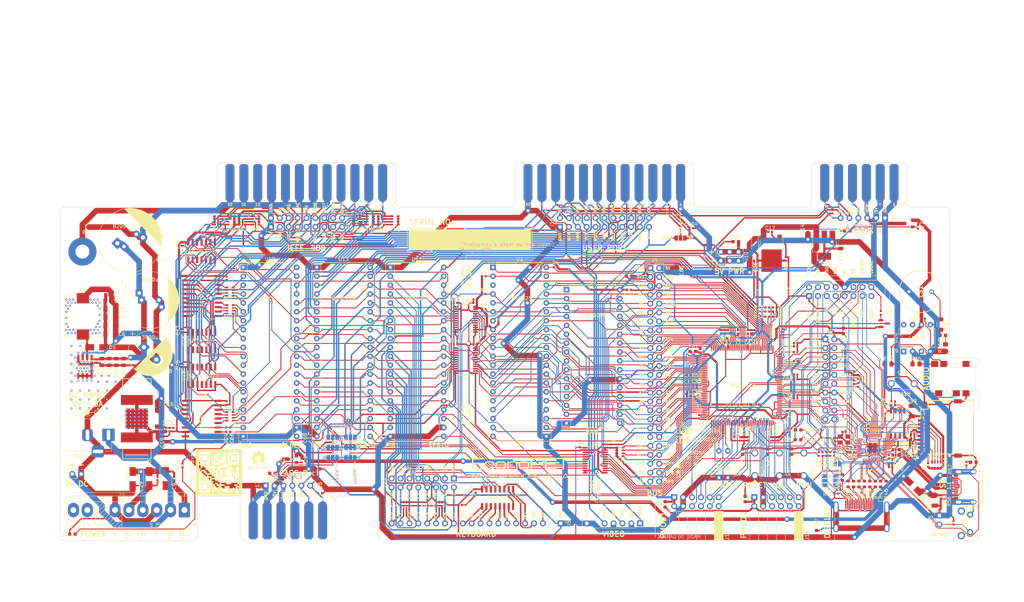
<source format=kicad_pcb>
(kicad_pcb (version 20240108) (generator "pcbnew") (generator_version "8.0")
  (title_block (title "EconoPET 40/8096") (date "2023-10-01") (rev "A"))
  (layers (0 "F.Cu" signal) (31 "B.Cu" signal) (34 "B.Paste" user) (35 "F.Paste" user) (36 "B.SilkS" user "B.Silkscreen") (37 "F.SilkS" user "F.Silkscreen") (38 "B.Mask" user) (39 "F.Mask" user) (44 "Edge.Cuts" user))
  (net 0 "")
  (net 1 "/IEEE/DIO8")
  (net 2 "/IEEE/DIO7")
  (net 3 "/IEEE/DIO6")
  (net 4 "/IEEE/DIO5")
  (net 5 "/IEEE/ATN")
  (net 6 "/IEEE/SRQ")
  (net 7 "/IEEE/IFC")
  (net 8 "/IEEE/NDAC")
  (net 9 "/IEEE/NRFD")
  (net 10 "/IEEE/DAV")
  (net 11 "/IEEE/EOI")
  (net 12 "/IEEE/DIO4")
  (net 13 "/IEEE/DIO3")
  (net 14 "/IEEE/DIO2")
  (net 15 "/IEEE/DIO1")
  (net 16 "/IO/KEY_COL7")
  (net 17 "/IO/KEY_COL6")
  (net 18 "/IO/KEY_COL5")
  (net 19 "/IO/KEY_COL4")
  (net 20 "/IO/KEY_COL3")
  (net 21 "/IO/KEY_COL2")
  (net 22 "/IEEE/DIO_IN4")
  (net 23 "/IEEE/DIO_IN3")
  (net 24 "/IEEE/DIO_IN1")
  (net 25 "/IEEE/DIO_IN2")
  (net 26 "/IEEE/DIO_IN8")
  (net 27 "/IEEE/DIO_IN7")
  (net 28 "/IEEE/DIO_IN5")
  (net 29 "/IEEE/DIO_IN6")
  (net 30 "/IEEE/ATN_IN")
  (net 31 "/IEEE/NDAC_IN")
  (net 32 "/IEEE/DAV_IN")
  (net 33 "/IEEE/NRFD_IN")
  (net 34 "/IEEE/EOI_IN")
  (net 35 "/IEEE/SRQ_IN")
  (net 36 "/IEEE/NDAC_OUT")
  (net 37 "/IEEE/DAV_OUT")
  (net 38 "/IEEE/DIO_OUT8")
  (net 39 "/IEEE/DIO_OUT7")
  (net 40 "/IEEE/DIO_OUT6")
  (net 41 "/IEEE/DIO_OUT5")
  (net 42 "/IEEE/DIO_OUT4")
  (net 43 "/IEEE/DIO_OUT3")
  (net 44 "/IEEE/DIO_OUT2")
  (net 45 "/IEEE/DIO_OUT1")
  (net 46 "/IO/VIA_CA1")
  (net 47 "/IO/GRAPHIC")
  (net 48 "/IEEE/ATN_OUT")
  (net 49 "/IEEE/NRFD_OUT")
  (net 50 "/IO/VIA_PA7")
  (net 51 "/IO/VIA_PA6")
  (net 52 "/IO/VIA_PA5")
  (net 53 "/IO/VIA_PA4")
  (net 54 "/IO/VIA_PA3")
  (net 55 "/IO/VIA_PA2")
  (net 56 "/IO/VIA_PA1")
  (net 57 "/IO/VIA_PA0")
  (net 58 "/IEEE/EOI_OUT")
  (net 59 "/IO/KEY_ROW3")
  (net 60 "/IO/KEY_ROW2")
  (net 61 "/IO/KEY_ROW1")
  (net 62 "/IO/KEY_ROW0")
  (net 63 "Net-(C78-Pad2)")
  (net 64 "Net-(C79-Pad1)")
  (net 65 "Net-(C81-Pad1)")
  (net 66 "/CASS/CASS1_READ")
  (net 67 "/CASS/CASS_WRITE")
  (net 68 "/CASS/~{CASS2_MOTOR}")
  (net 69 "/Keyboard/R0")
  (net 70 "/Keyboard/R1")
  (net 71 "/Keyboard/R2")
  (net 72 "/Keyboard/R3")
  (net 73 "/Keyboard/R4")
  (net 74 "/Keyboard/R5")
  (net 75 "/Keyboard/R6")
  (net 76 "/Keyboard/R7")
  (net 77 "/Keyboard/R8")
  (net 78 "/Keyboard/R9")
  (net 79 "/CASS/~{CASS1_MOTOR}")
  (net 80 "/IO/BD0")
  (net 81 "/IO/BD1")
  (net 82 "/IO/BD2")
  (net 83 "/IO/BD3")
  (net 84 "/IO/BD4")
  (net 85 "/IO/BD5")
  (net 86 "/IO/BD6")
  (net 87 "/IO/BD7")
  (net 88 "/IO/BA0")
  (net 89 "/IO/BA1")
  (net 90 "/IO/BA2")
  (net 91 "/IO/BA3")
  (net 92 "Net-(C81-Pad2)")
  (net 93 "Net-(C82-Pad2)")
  (net 94 "Net-(C85-Pad2)")
  (net 95 "/MAGIC/PHI2")
  (net 96 "/MAGIC/~{VIA_CS}")
  (net 97 "/MAGIC/~{PIA2_CS}")
  (net 98 "/MAGIC/~{PIA1_CS}")
  (net 99 "/IO/BPHI2")
  (net 100 "/IO/BR~{W}")
  (net 101 "+6V")
  (net 102 "/MAGIC/R~{W}")
  (net 103 "Net-(C86-Pad1)")
  (net 104 "Net-(D6-A)")
  (net 105 "+5V")
  (net 106 "GND")
  (net 107 "/IO/KEY_COL1")
  (net 108 "/IO/KEY_COL0")
  (net 109 "/IO/B~{PIA1_CS}")
  (net 110 "/IEEE/IFC_OUT")
  (net 111 "Net-(D7-K)")
  (net 112 "Net-(D7-A)")
  (net 113 "Net-(D8-A)")
  (net 114 "Net-(D9-A)")
  (net 115 "/IO/B~{PIA2_CS}")
  (net 116 "/IO/DIAG")
  (net 117 "/IO/VIA_CB2")
  (net 118 "/CPU \\ RAM/D3")
  (net 119 "/CPU \\ RAM/D7")
  (net 120 "/CPU \\ RAM/D2")
  (net 121 "/CPU \\ RAM/D6")
  (net 122 "/CPU \\ RAM/D1")
  (net 123 "/CPU \\ RAM/D5")
  (net 124 "/CPU \\ RAM/D0")
  (net 125 "/CPU \\ RAM/D4")
  (net 126 "/CPU \\ RAM/A0")
  (net 127 "/CPU \\ RAM/A8")
  (net 128 "/CPU \\ RAM/A1")
  (net 129 "/CPU \\ RAM/A9")
  (net 130 "/CPU \\ RAM/A2")
  (net 131 "/CPU \\ RAM/A10")
  (net 132 "/CPU \\ RAM/A3")
  (net 133 "/CASS/CASS2_READ")
  (net 134 "/CASS/~{CASS1_SWITCH}")
  (net 135 "Net-(D10-A)")
  (net 136 "/CASS/~{CASS2_SWITCH}")
  (net 137 "/CPU \\ RAM/~{RES}")
  (net 138 "/CPU \\ RAM/~{NMI}")
  (net 139 "/CASS/CASS_A_READ")
  (net 140 "/CASS/CASS_A_~{SWITCH}")
  (net 141 "/CASS/CASS_B_READ")
  (net 142 "/CASS/CASS_B_~{SWITCH}")
  (net 143 "/IO/B~{VIA_CS}")
  (net 144 "/CPU \\ RAM/A11")
  (net 145 "/MAGIC/~{IO_OE}")
  (net 146 "/CASS/CASS_A_~{MOTOR}")
  (net 147 "/CPU \\ RAM/A4")
  (net 148 "/CPU \\ RAM/RAM_A10")
  (net 149 "/CPU \\ RAM/A12")
  (net 150 "/CPU \\ RAM/A5")
  (net 151 "/CPU \\ RAM/A13")
  (net 152 "/CPU \\ RAM/A6")
  (net 153 "/CPU \\ RAM/A14")
  (net 154 "/MAGIC/VERT")
  (net 155 "/CPU \\ RAM/A7")
  (net 156 "/IO/BVERT")
  (net 157 "/CPU \\ RAM/RAM_A11")
  (net 158 "/MAGIC/BHORIZ")
  (net 159 "/MAGIC/HORIZ")
  (net 160 "/CPU \\ RAM/A15")
  (net 161 "Net-(D11-A)")
  (net 164 "/CASS/CASS_A_MOTOR")
  (net 165 "/CASS/CASS_B_MOTOR")
  (net 166 "/MAGIC/BVIDEO")
  (net 167 "/MAGIC/MCU/DVI/HDMI_D2+")
  (net 168 "/MAGIC/MCU/DVI/HDMI_D2-")
  (net 169 "/MAGIC/MCU/DVI/HDMI_D1+")
  (net 170 "/MAGIC/MCU/DVI/HDMI_D1-")
  (net 171 "/MAGIC/MCU/DVI/HDMI_D0+")
  (net 172 "/MAGIC/MCU/DVI/HDMI_D0-")
  (net 173 "/MAGIC/MCU/DVI/HDMI_CK+")
  (net 174 "/MAGIC/MCU/DVI/HDMI_CK-")
  (net 175 "/MAGIC/MCU/DVI/HDMI_CEC")
  (net 176 "/MAGIC/MCU/DVI/SCL")
  (net 177 "/MAGIC/MCU/DVI/SDA")
  (net 178 "/MAGIC/MCU/USB/CC1")
  (net 179 "/MAGIC/MCU/USB/USB_D+")
  (net 180 "/MAGIC/MCU/USB/USB_D-")
  (net 181 "/MAGIC/MCU/USB/CC2")
  (net 182 "/MAGIC/MCU/MCU_USB_D+")
  (net 183 "/MAGIC/MCU/MCU_USB_D-")
  (net 185 "/MAGIC/MCU/XIN")
  (net 186 "/MAGIC/MCU/SD_DETECT")
  (net 187 "/MAGIC/MCU/SD_~{CS}")
  (net 188 "/MAGIC/MCU/XOUT")
  (net 189 "/MAGIC/FPGA/SWCLK")
  (net 190 "/MAGIC/FPGA/SWD")
  (net 191 "/MAGIC/MCU/GP25")
  (net 192 "/MAGIC/MCU/GP27")
  (net 193 "/MAGIC/FPGA/~{TEST}")
  (net 194 "/CASS/CASS_B_~{MOTOR}")
  (net 195 "/MAGIC/FPGA/UART_RX")
  (net 196 "/MAGIC/FPGA/REF_RES")
  (net 198 "/MAGIC/FPGA/UART_TX")
  (net 199 "/MAGIC/VIDEO")
  (net 200 "/MAGIC/FPGA/~{CRESET}")
  (net 201 "/MAGIC/FPGA/CDONE")
  (net 202 "/MAGIC/FPGA/TCK")
  (net 203 "/MAGIC/FPGA/TDI")
  (net 204 "/MAGIC/FPGA/TDO")
  (net 205 "/MAGIC/FPGA/TMS")
  (net 206 "/MAGIC/FPGA/DIAG")
  (net 207 "/MAGIC/FPGA/GRAPHICS")
  (net 208 "/MAGIC/FPGA/VIA_CB2")
  (net 209 "/MAGIC/FPGA/RDY")
  (net 210 "/MAGIC/FPGA/~{SO}")
  (net 211 "/MAGIC/FPGA/~{IRQ}")
  (net 212 "/MAGIC/FPGA/BE")
  (net 213 "/MAGIC/FPGA/SYNC")
  (net 214 "/MAGIC/FPGA/NSTATUS")
  (net 215 "/MAGIC/FPGA/CBUS0")
  (net 216 "/MAGIC/FPGA/CBUS1")
  (net 217 "/MAGIC/FPGA/CBUS2")
  (net 218 "/MAGIC/FPGA/CSI")
  (net 219 "/MAGIC/FPGA/S1")
  (net 220 "/MAGIC/FPGA/S2")
  (net 221 "FPGA_VCCA")
  (net 222 "CHASSIS_GND")
  (net 223 "/MAGIC/MCU/DVI/DVI_D2+")
  (net 224 "/MAGIC/MCU/DVI/DVI_D2-")
  (net 225 "/MAGIC/MCU/DVI/DVI_D1+")
  (net 226 "/MAGIC/MCU/DVI/DVI_D1-")
  (net 227 "/MAGIC/MCU/DVI/DVI_D0+")
  (net 228 "/MAGIC/FPGA/HOLD")
  (net 229 "/MAGIC/FPGA/I2C0_SDA")
  (net 230 "/MAGIC/MCU/DVI/DVI_D0-")
  (net 231 "/POWER/VAC1")
  (net 232 "/POWER/VAC2")
  (net 233 "/MAGIC/MCU/DVI/DVI_CK+")
  (net 234 "/MAGIC/MCU/DVI/DVI_CK-")
  (net 235 "/MAGIC/MCU/Flash/~{CS}")
  (net 236 "Net-(R58-Pad1)")
  (net 237 "/CPU \\ RAM/RAM_A16")
  (net 238 "/CPU \\ RAM/RAM_A15")
  (net 239 "/MAGIC/MCU/Flash/SD3")
  (net 240 "/MAGIC/MCU/Flash/SCK")
  (net 241 "/MAGIC/MCU/Flash/SD0")
  (net 242 "/MAGIC/MCU/Flash/SD2")
  (net 243 "/MAGIC/MCU/Flash/SD1")
  (net 244 "/MAGIC/FPGA/~{SPI_ENA}")
  (net 245 "+1V2")
  (net 246 "/MAGIC/MCU/MCU_~{CRESET}")
  (net 247 "/MAGIC/MCU/DVDD")
  (net 248 "+3V3")
  (net 249 "/MAGIC/FPGA/FPGA_CLK")
  (net 250 "Net-(U20-+)")
  (net 251 "/POWER/9V_UNFILT")
  (net 252 "Net-(J23-DAT2)")
  (net 253 "/MAGIC/FPGA/SPI0_TX")
  (net 254 "/MAGIC/FPGA/SPI0_SCK")
  (net 255 "/MAGIC/FPGA/SPI0_RX")
  (net 256 "/MAGIC/FPGA/SPI0_~{CS}")
  (net 257 "/MAGIC/FPGA/CEC")
  (net 258 "/MAGIC/FPGA/SPI1_SCK")
  (net 259 "/MAGIC/FPGA/I2C1_SDA")
  (net 260 "/MAGIC/FPGA/I2C1_SCL")
  (net 261 "/MAGIC/FPGA/SPI1_~{READY}")
  (net 262 "/MAGIC/FPGA/SPI1_RX")
  (net 263 "/MAGIC/FPGA/SPI1_~{CS}")
  (net 264 "/MAGIC/FPGA/SPI1_TX")
  (net 265 "Net-(J23-DAT1)")
  (net 266 "/USER/VIDEO_OR_5V")
  (net 269 "Net-(Q1-B)")
  (net 270 "Net-(U5-ADJ)")
  (net 271 "Net-(U18-B4)")
  (net 272 "Net-(U18-B5)")
  (net 274 "/MAGIC/FPGA/L12")
  (net 275 "/MAGIC/FPGA/AUDIO")
  (net 276 "/MAGIC/FPGA/L13")
  (net 278 "Net-(RN11-R2.1)")
  (net 279 "/MAGIC/FPGA/I2C0_SCL")
  (net 280 "/MAGIC/MCU/DVI/CEC")
  (net 281 "/MAGIC/MCU/MCU_I2C0_SDA")
  (net 282 "/MAGIC/MCU/MCU_I2C0_SCL")
  (net 283 "Net-(RN11-R4.1)")
  (net 284 "Net-(RN11-R1.1)")
  (net 285 "/MAGIC/FPGA/PMOD2_6")
  (net 286 "/MAGIC/FPGA/PMOD2_5")
  (net 287 "/MAGIC/FPGA/PMOD2_4")
  (net 288 "/MAGIC/FPGA/PMOD2_3")
  (net 289 "/MAGIC/FPGA/PMOD2_2")
  (net 290 "/MAGIC/FPGA/PMOD2_1")
  (net 291 "/MAGIC/FPGA/PMOD1_8")
  (net 292 "/MAGIC/FPGA/PMOD1_7")
  (net 293 "/MAGIC/FPGA/PMOD1_6")
  (net 294 "/MAGIC/FPGA/PMOD1_5")
  (net 295 "/MAGIC/FPGA/PMOD1_4")
  (net 296 "/MAGIC/FPGA/PMOD1_3")
  (net 297 "/MAGIC/FPGA/PMOD1_2")
  (net 298 "/MAGIC/FPGA/PMOD1_1")
  (net 299 "/MAGIC/FPGA/PMOD2_8")
  (net 300 "/MAGIC/FPGA/PMOD2_7")
  (net 301 "/MAGIC/FPGA/R104")
  (net 302 "/MAGIC/FPGA/R105")
  (net 303 "/MAGIC/FPGA/R94")
  (net 304 "/MAGIC/FPGA/R95")
  (net 305 "+9V_Unreg")
  (net 306 "/POWER/SW")
  (net 307 "/MAGIC/MCU/USB/VBUS")
  (net 308 "Net-(RN11-R3.1)")
  (net 309 "Net-(RN12-R2.1)")
  (net 310 "Net-(RN12-R4.1)")
  (net 311 "Net-(RN12-R3.1)")
  (net 312 "Net-(RN12-R1.1)")
  (net 313 "Net-(RN13-R2.1)")
  (net 315 "Net-(RN13-R3.1)")
  (net 316 "Net-(RN13-R1.1)")
  (net 317 "Net-(RN13-R4.1)")
  (net 320 "/CPU \\ RAM/~{VP}")
  (net 321 "/CPU \\ RAM/~{ML}")
  (net 322 "/CPU \\ RAM/~{RAM_OE}")
  (net 323 "/CPU \\ RAM/~{RAM_WE}")
  (footprint "PET:PET_MountingHole_4mm" (layer "F.Cu") (at 332.4125 106.492)
    (property "Reference" "H3" (hide yes))
    (property "Value" "MountingHole")
  )
  (footprint "Retrocomputing:CBM_PET_CASS_EDGE_CON_12P" (layer "F.Cu") (at 309.4255 92.522)
    (property "Reference" "J3")
    (property "Value" "CASS A")
    (fp_line (start -3.683 0) (end -3.683 -10.541) (stroke (width 0.1)) (layer "Edge.Cuts"))
    (fp_line (start -2.794 -11.43) (end -3.683 -10.541) (stroke (width 0.1)) (layer "Edge.Cuts"))
    (fp_line (start -2.794 -11.43) (end 0 -11.43) (stroke (width 0.1)) (layer "Edge.Cuts"))
    (fp_line (start 0 -11.43) (end 12.3444 -11.43) (stroke (width 0.1)) (layer "Edge.Cuts"))
    (fp_line (start 12.3444 -11.43) (end 13.2334 -10.541) (stroke (width 0.1)) (layer "Edge.Cuts"))
    (fp_line (start 13.2334 -1.143) (end 13.2334 -10.541) (stroke (width 0.1)) (layer "Edge.Cuts"))
    (fp_line (start 14.5034 -1.143) (end 14.5034 -10.541) (stroke (width 0.1)) (layer "Edge.Cuts"))
    (fp_line (start 15.3924 -11.43) (end 14.5034 -10.541) (stroke (width 0.1)) (layer "Edge.Cuts"))
    (fp_line (start 19.812 -11.43) (end 15.3924 -11.43) (stroke (width 0.1)) (layer "Edge.Cuts"))
    (fp_line (start 19.812 -11.43) (end 22.606 -11.43) (stroke (width 0.1)) (layer "Edge.Cuts"))
    (fp_line (start 22.606 -11.43) (end 23.495 -10.541) (stroke (width 0.1)) (layer "Edge.Cuts"))
    (fp_line (start 23.495 0) (end 23.495 -10.541) (stroke (width 0.1)) (layer "Edge.Cuts"))
    (fp_arc (start -3.683 0) (mid -4.054974 0.898026) (end -4.953 1.27) (stroke (width 0.1)) (layer "Edge.Cuts"))
    (fp_arc (start 14.5034 -1.143) (mid 13.8684 -0.508) (end 13.2334 -1.143) (stroke (width 0.1)) (layer "Edge.Cuts"))
    (fp_arc (start 24.765 1.27) (mid 23.866974 0.898026) (end 23.495 0) (stroke (width 0.1)) (layer "Edge.Cuts"))
  )
  (footprint "Capacitor_SMD:C_0402_1005Metric" (layer "F.Cu") (at 138.6179 114.0844 -90)
    (property "Reference" "C69")
    (property "Value" "100n")
  )
  (footprint "Package_SO:SOIC-14_3.9x8.7mm_P1.27mm" (layer "F.Cu") (at 131.5807 132.0273 90)
    (property "Reference" "U14")
    (property "Value" "SN74LS07")
  )
  (footprint "Package_SO:SOIC-20W_7.5x12.8mm_P1.27mm" (layer "F.Cu") (at 131.5807 119.1644)
    (property "Reference" "U17")
    (property "Value" "74LS245")
  )
  (footprint "Capacitor_SMD:C_0402_1005Metric" (layer "F.Cu") (at 239.5069 162.835 -90)
    (property "Reference" "C37")
    (property "Value" "100n")
  )
  (footprint "Package_SO:TSSOP-24_4.4x7.8mm_P0.65mm" (layer "F.Cu") (at 243.8819 166.085)
    (property "Reference" "U9")
    (property "Value" "SN74LVC4245APWR")
  )
  (footprint "PET:BarrelJack_Horizontal" (layer "F.Cu") (at 104.9 158.8425)
    (property "Reference" "J12")
    (property "Value" "9V POWER")
  )
  (footprint "Capacitor_SMD:C_0402_1005Metric" (layer "F.Cu") (at 209.6029 121.113 180)
    (property "Reference" "C32")
    (property "Value" "100n")
  )
  (footprint "Capacitor_SMD:C_0402_1005Metric" (layer "F.Cu") (at 248.3 162.03 90)
    (property "Reference" "C34")
    (property "Value" "100n")
  )
  (footprint "Resistor_SMD:R_0805_2012Metric" (layer "F.Cu") (at 98.375 99.48)
    (property "Reference" "R5")
    (property "Value" "68")
  )
  (footprint "Package_DIP:DIP-40_W15.24mm_Socket" (layer "F.Cu") (at 164.3904 110.988)
    (property "Reference" "U13")
    (property "Value" "W65C22N")
  )
  (footprint "Package_DIP:DIP-40_W15.24mm_Socket" (layer "F.Cu") (at 185.3904 110.988)
    (property "Reference" "U11")
    (property "Value" "W65C21N")
  )
  (footprint "Capacitor_SMD:C_0402_1005Metric" (layer "F.Cu") (at 204.0004 132.913)
    (property "Reference" "C36")
    (property "Value" "100n")
  )
  (footprint "Package_SO:TSSOP-24_4.4x7.8mm_P0.65mm" (layer "F.Cu") (at 206.8404 125.863)
    (property "Reference" "U7")
    (property "Value" "SN74LVC4245APWR")
  )
  (footprint "Package_SO:TSSOP-24_4.4x7.8mm_P0.65mm" (layer "F.Cu") (at 206.8404 137.6486)
    (property "Reference" "U8")
    (property "Value" "SN74LVC4245APWR")
  )
  (footprint "Capacitor_SMD:C_0402_1005Metric" (layer "F.Cu") (at 162.0904 159.728 -90)
    (property "Reference" "C68")
    (property "Value" "100n")
  )
  (footprint "Retrocomputing:CBM_PET_USER_EDGE_CON_24P" (layer "F.Cu") (at 224.6911 92.522)
    (property "Reference" "J2")
    (property "Value" "USER")
    (fp_line (start -3.683 0) (end -3.683 -10.541) (stroke (width 0.1)) (layer "Edge.Cuts"))
    (fp_line (start -2.794 -11.43) (end -3.683 -10.541) (stroke (width 0.1)) (layer "Edge.Cuts"))
    (fp_line (start -2.794 -11.43) (end 0 -11.43) (stroke (width 0.1)) (layer "Edge.Cuts"))
    (fp_line (start 0 -11.43) (end 4.4196 -11.43) (stroke (width 0.1)) (layer "Edge.Cuts"))
    (fp_line (start 4.4196 -11.43) (end 5.3086 -10.541) (stroke (width 0.1)) (layer "Edge.Cuts"))
    (fp_line (start 5.3086 -1.143) (end 5.3086 -10.541) (stroke (width 0.1)) (layer "Edge.Cuts"))
    (fp_line (start 6.5786 -1.143) (end 6.5786 -10.541) (stroke (width 0.1)) (layer "Edge.Cuts"))
    (fp_line (start 7.4676 -11.43) (end 6.5786 -10.541) (stroke (width 0.1)) (layer "Edge.Cuts"))
    (fp_line (start 7.4676 -11.43) (end 40.0812 -11.43) (stroke (width 0.1)) (layer "Edge.Cuts"))
    (fp_line (start 40.0812 -11.43) (end 40.9702 -10.541) (stroke (width 0.1)) (layer "Edge.Cuts"))
    (fp_line (start 40.9702 -1.143) (end 40.9702 -10.541) (stroke (width 0.1)) (layer "Edge.Cuts"))
    (fp_line (start 42.2402 -1.143) (end 42.2402 -10.541) (stroke (width 0.1)) (layer "Edge.Cuts"))
    (fp_line (start 43.1292 -11.43) (end 42.2402 -10.541) (stroke (width 0.1)) (layer "Edge.Cuts"))
    (fp_line (start 43.1292 -11.43) (end 43.688 -11.43) (stroke (width 0.1)) (layer "Edge.Cuts"))
    (fp_line (start 43.688 -11.43) (end 46.482 -11.43) (stroke (width 0.1)) (layer "Edge.Cuts"))
    (fp_line (start 46.482 -11.43) (end 47.371 -10.541) (stroke (width 0.1)) (layer "Edge.Cuts"))
    (fp_line (start 47.371 0) (end 47.371 -10.541) (stroke (width 0.1)) (layer "Edge.Cuts"))
    (fp_arc (start -3.683 0) (mid -4.054974 0.898026) (end -4.953 1.27) (stroke (width 0.1)) (layer "Edge.Cuts"))
    (fp_arc (start 6.5786 -1.143) (mid 5.9436 -0.508) (end 5.3086 -1.143) (stroke (width 0.1)) (layer "Edge.Cuts"))
    (fp_arc (start 42.2402 -1.143) (mid 41.6052 -0.508) (end 40.9702 -1.143) (stroke (width 0.1)) (layer "Edge.Cuts"))
    (fp_arc (start 48.641 1.27) (mid 47.742974 0.898026) (end 47.371 0) (stroke (width 0.1)) (layer "Edge.Cuts"))
  )
  (footprint "Package_DIP:DIP-40_W15.24mm_Socket" (layer "F.Cu") (at 143.3904 110.988)
    (property "Reference" "U12")
    (property "Value" "W65C21N")
  )
  (footprint "Package_SO:SOIC-20W_7.5x12.8mm_P1.27mm" (layer "F.Cu") (at 131.5307 154.803)
    (property "Reference" "U18")
    (property "Value" "74LS245")
  )
  (footprint "Capacitor_SMD:C_0402_1005Metric" (layer "F.Cu") (at 138.6179 149.723 -90)
    (property "Reference" "C71")
    (property "Value" "100n")
  )
  (footprint "MountingHole:MountingHole_4mm_Pad" (layer "F.Cu") (at 97.4625 106.492)
    (property "Reference" "H1" (hide yes))
    (property "Value" "MountingHole_Pad")
  )
  (footprint "Capacitor_SMD:C_0402_1005Metric" (layer "F.Cu") (at 125.8407 129.0723 90)
    (property "Reference" "C73")
    (property "Value" "100n")
  )
  (footprint "Package_SO:SOIC-14_3.9x8.7mm_P1.27mm" (layer "F.Cu") (at 131.5807 141.9401 90)
    (property "Reference" "U15")
    (property "Value" "SN74LS07")
  )
  (footprint "LED_SMD:LED_0603_1608Metric" (layer "F.Cu") (at 94.6 187.1402)
    (property "Reference" "D6")
    (property "Value" "LED_RED")
  )
  (footprint "Resistor_SMD:R_0402_1005Metric" (layer "F.Cu") (at 126.04 167.57 -90)
    (property "Reference" "R10")
    (property "Value" "1k5")
  )
  (footprint "Capacitor_SMD:C_0402_1005Metric" (layer "F.Cu") (at 125.8407 138.9851 90)
    (property "Reference" "C70")
    (property "Value" "100n")
  )
  (footprint "Capacitor_SMD:C_0402_1005Metric" (layer "F.Cu") (at 125.8407 104.318 -90)
    (property "Reference" "C72")
    (property "Value" "100n")
  )
  (footprint "Capacitor_SMD:C_0402_1005Metric" (layer "F.Cu") (at 183.2979 158.768 90)
    (property "Reference" "C67")
    (property "Value" "100n")
  )
  (footprint "Capacitor_SMD:C_0402_1005Metric" (layer "F.Cu") (at 212.0804 128.763 180)
    (property "Reference" "C20")
    (property "Value" "100n")
  )
  (footprint "Capacitor_SMD:C_0402_1005Metric" (layer "F.Cu") (at 203.9779 121.1131)
    (property "Reference" "C35")
    (property "Value" "100n")
  )
  (footprint "Resistor_SMD:R_0402_1005Metric" (layer "F.Cu") (at 212.0404 118.608)
    (property "Reference" "R3")
    (property "Value" "4k7")
  )
  (footprint "Retrocomputing:CBM_PET_IEEE_EDGE_CON_24P" (layer "F.Cu") (at 139.6011 92.522)
    (property "Reference" "J1")
    (property "Value" "IEEE")
    (fp_line (start -3.683 0) (end -3.683 -10.541) (stroke (width 0.1)) (layer "Edge.Cuts"))
    (fp_line (start -2.794 -11.43) (end -3.683 -10.541) (stroke (width 0.1)) (layer "Edge.Cuts"))
    (fp_line (start -2.794 -11.43) (end 0 -11.43) (stroke (width 0.1)) (layer "Edge.Cuts"))
    (fp_line (start 0 -11.43) (end 8.382 -11.43) (stroke (width 0.1)) (layer "Edge.Cuts"))
    (fp_line (start 8.382 -11.43) (end 9.271 -10.541) (stroke (width 0.1)) (layer "Edge.Cuts"))
    (fp_line (start 9.271 -1.143) (end 9.271 -10.541) (stroke (width 0.1)) (layer "Edge.Cuts"))
    (fp_line (start 10.541 -1.143) (end 10.541 -10.541) (stroke (width 0.1)) (layer "Edge.Cuts"))
    (fp_line (start 11.43 -11.43) (end 10.541 -10.541) (stroke (width 0.1)) (layer "Edge.Cuts"))
    (fp_line (start 36.1188 -11.43) (end 11.43 -11.43) (stroke (width 0.1)) (layer "Edge.Cuts"))
    (fp_line (start 36.1188 -11.43) (end 37.0078 -10.541) (stroke (width 0.1)) (layer "Edge.Cuts"))
    (fp_line (start 37.0078 -1.143) (end 37.0078 -10.541) (stroke (width 0.1)) (layer "Edge.Cuts"))
    (fp_line (start 38.2778 -1.143) (end 38.2778 -10.541) (stroke (width 0.1)) (layer "Edge.Cuts"))
    (fp_line (start 39.1668 -11.43) (end 38.2778 -10.541) (stroke (width 0.1)) (layer "Edge.Cuts"))
    (fp_line (start 39.1668 -11.43) (end 43.688 -11.43) (stroke (width 0.1)) (layer "Edge.Cuts"))
    (fp_line (start 43.688 -11.43) (end 46.482 -11.43) (stroke (width 0.1)) (layer "Edge.Cuts"))
    (fp_line (start 46.482 -11.43) (end 47.371 -10.541) (stroke (width 0.1)) (layer "Edge.Cuts"))
    (fp_line (start 47.371 0) (end 47.371 -10.541) (stroke (width 0.1)) (layer "Edge.Cuts"))
    (fp_arc (start -3.683 0) (mid -4.054974 0.898026) (end -4.953 1.27) (stroke (width 0.1)) (layer "Edge.Cuts"))
    (fp_arc (start 10.541 -1.143) (mid 9.906 -0.508) (end 9.271 -1.143) (stroke (width 0.1)) (layer "Edge.Cuts"))
    (fp_arc (start 38.2778 -1.143) (mid 37.6428 -0.508) (end 37.0078 -1.143) (stroke (width 0.1)) (layer "Edge.Cuts"))
    (fp_arc (start 48.641 1.27) (mid 47.742974 0.898026) (end 47.371 0) (stroke (width 0.1)) (layer "Edge.Cuts"))
  )
  (footprint "Resistor_SMD:R_0402_1005Metric" (layer "F.Cu") (at 212.0404 113.523 180)
    (property "Reference" "R1")
    (property "Value" "4k7")
  )
  (footprint "Resistor_SMD:R_0402_1005Metric" (layer "F.Cu") (at 212.0404 122.938)
    (property "Reference" "R2")
    (property "Value" "4k7")
  )
  (footprint "JLCPCB:SW-TH_L6.0-W3.5-P6.50" (layer "F.Cu") (at 289.5 167.225 90)
    (property "Reference" "SW1")
    (property "Value" "RESET")
  )
  (footprint "Capacitor_SMD:C_0402_1005Metric" (layer "F.Cu") (at 209.6804 132.913 180)
    (property "Reference" "C33")
    (property "Value" "100n")
  )
  (footprint "Capacitor_SMD:C_0402_1005Metric" (layer "F.Cu") (at 141.0904 159.7268 -90)
    (property "Reference" "C66")
    (property "Value" "100n")
  )
  (footprint "Resistor_SMD:R_0402_1005Metric" (layer "F.Cu") (at 139.0879 157.978)
    (property "Reference" "R24")
    (property "Value" "470")
  )
  (footprint "Resistor_SMD:R_0402_1005Metric" (layer "F.Cu") (at 139.0879 156.708)
    (property "Reference" "R23")
    (property "Value" "470")
  )
  (footprint "PET:CP_Radial_D18.0mm_P5.00mm_P7.50mm" (layer "F.Cu") (at 109.3323 105.044 45)
    (property "Reference" "C27")
    (property "Value" "8200u")
  )
  (footprint "Package_SO:SOIC-16_3.9x9.9mm_P1.27mm" (layer "F.Cu") (at 216.0089 176.792 90)
    (property "Reference" "U19")
    (property "Value" "74LS145")
  )
  (footprint "Retrocomputing:CBM_PET_KEYBOARD_KEYED_20P" (layer "F.Cu") (at 234.02 184.0969 -90)
    (property "Reference" "J5")
    (property "Value" "KEYBOARD")
  )
  (footprint "Package_SO:SOIC-14_3.9x8.7mm_P1.27mm" (layer "F.Cu") (at 131.4814 106.313 90)
    (property "Reference" "U16")
    (property "Value" "SN74LS07")
  )
  (footprint "Resistor_SMD:R_0402_1005Metric" (layer "F.Cu") (at 311.5875 95.07 90)
    (property "Reference" "R25")
    (property "Value" "10k")
  )
  (footprint "Diode_SMD:D_SMA" (layer "F.Cu") (at 121.2675 171.292 -90)
    (property "Reference" "D2")
    (property "Value" "SS54")
  )
  (footprint "PET:PET_POWER_Molex_KK-396_A-41791-0009_1x09_P3.96mm_Vertical" (layer "F.Cu") (at 126.5775 180.2869 180)
    (property "Reference" "J8")
    (property "Value" "PET POWER")
  )
  (footprint "Capacitor_SMD:C_0402_1005Metric" (layer "F.Cu") (at 114.164999 171.292 90)
    (property "Reference" "C29")
    (property "Value" "22n")
  )
  (footprint "Diode_SMD:D_SMA" (layer "F.Cu") (at 111.7975 171.292 -90)
    (property "Reference" "D1")
    (property "Value" "SS54")
  )
  (footprint "Capacitor_SMD:C_0402_1005Metric" (layer "F.Cu") (at 123.635 171.292 90)
    (property "Reference" "C9")
    (property "Value" "22n")
  )
  (footprint "Capacitor_SMD:C_0402_1005Metric" (layer "F.Cu") (at 118.9 171.292 -90)
    (property "Reference" "C10")
    (property "Value" "22n")
  )
  (footprint "Diode_SMD:D_SMA" (layer "F.Cu") (at 116.5325 171.292 -90)
    (property "Reference" "D3")
    (property "Value" "SS54")
  )
  (footprint "Connector_PinHeader_2.54mm:PinHeader_2x25_P2.54mm_Vertical" (layer "F.Cu") (at 259.61 111.195)
    (property "Reference" "J4")
    (property "Value" "BUS_EXPANSION")
  )
  (footprint "Package_DIP:DIP-40_W15.24mm_Socket" (layer "F.Cu") (at 214.6904 110.983)
    (property "Reference" "U1")
    (property "Value" "W65C02S")
  )
  (footprint "Package_DIP:DIP-32_W15.24mm_Socket" (layer "F.Cu") (at 235.6904 117.383)
    (property "Reference" "U2")
    (property "Value" "AS6C1008")
  )
  (footprint "Capacitor_SMD:C_1206_3216Metric" (layer "F.Cu") (at 105.490002 122.844111 180)
    (property "Reference" "C3")
    (property "Value" "47u 10V")
  )
  (footprint "Resistor_SMD:R_0805_2012Metric_Pad1.20x1.40mm_HandSolder" (layer "F.Cu") (at 327.51 138.58)
    (property "Reference" "R29")
    (property "Value" "12k")
  )
  (footprint "Capacitor_SMD:C_0402_1005Metric" (layer "F.Cu") (at 295.14 159.97 -90)
    (property "Reference" "C50")
    (property "Value" "100n")
  )
  (footprint "Capacitor_SMD:C_0402_1005Metric" (layer "F.Cu") (at 271.3 99.82)
    (property "Reference" "C104")
    (property "Value" "4.7u 10V")
  )
  (footprint "LED_SMD:LED_0603_1608Metric" (layer "F.Cu") (at 301.8405 157.4)
    (property "Reference" "D7")
    (property "Value" "LED_GRN")
  )
  (footprint "PET:APEM_MJTP1117" (layer "F.Cu") (at 350.935 181.592 -90)
    (property "Reference" "SW5")
    (property "Value" "MENU")
  )
  (footprint "Capacitor_SMD:C_0603_1608Metric" (layer "F.Cu") (at 343.14 130.41)
    (property "Reference" "C81")
    (property "Value" "47n")
  )
  (footprint "Resistor_SMD:R_0402_1005Metric" (layer "F.Cu") (at 313.14 169.65 -90)
    (property "Reference" "R43")
    (property "Value" "2k2")
  )
  (footprint "Resistor_SMD:R_0805_2012Metric_Pad1.20x1.40mm_HandSolder" (layer "F.Cu") (at 335.51 138.582 180)
    (property "Reference" "R30")
    (property "Value" "4k7")
  )
  (footprint "Resistor_SMD:R_0402_1005Metric" (layer "F.Cu") (at 325.45 123.99 90)
    (property "Reference" "R21")
    (property "Value" "100k")
  )
  (footprint "Capacitor_SMD:C_0402_1005Metric" (layer "F.Cu") (at 270.59 141.77 180)
    (property "Reference" "C57")
    (property "Value" "10n")
  )
  (footprint "JLCPCB:IND-SMD_L11.5-W10.0_SMMS1040" (layer "F.Cu") (at 97.590002 124.973851 90)
    (property "Reference" "L1")
    (property "Value" "68uH")
  )
  (footprint "Resistor_SMD:R_0603_1608Metric" (layer "F.Cu") (at 320.75 172.85 -90)
    (property "Reference" "R50")
    (property "Value" "270")
  )
  (footprint "Resistor_SMD:R_0402_1005Metric" (layer "F.Cu") (at 121.2567 157.32 90)
    (property "Reference" "R8")
    (property "Value" "300")
  )
  (footprint "Resistor_SMD:R_0402_1005Metric" (layer "F.Cu") (at 317.86 143.7931 90)
    (property "Reference" "R42")
    (property "Value" "2k2")
  )
  (footprint "Capacitor_SMD:C_1206_3216Metric" (layer "F.Cu") (at 342.365 127.32 90)
    (property "Reference" "C82")
    (property "Value" "47u 10V")
  )
  (footprint "Resistor_SMD:R_0402_1005Metric" (layer "F.Cu") (at 318.9 144.55 -90)
    (property "Reference" "R38")
    (property "Value" "2k2")
  )
  (footprint "Capacitor_SMD:C_0603_1608Metric" (layer "F.Cu") (at 314.775 129.15 90)
    (property "Reference" "C61")
    (property "Value" "10u")
  )
  (footprint "Capacitor_SMD:C_0402_1005Metric" (layer "F.Cu") (at 280.83 129.37 90)
    (property "Reference" "C60")
    (property "Value" "10n")
  )
  (footprint "LED_SMD:LED_0603_1608Metric" (layer "F.Cu") (at 351.86 166.66 180)
    (property "Reference" "D11")
    (property "Value" "LED_GRN")
  )
  (footprint "Capacitor_SMD:C_0402_1005Metric" (layer "F.Cu") (at 301.13 147.45)
    (property "Reference" "C45")
    (property "Value" "100n")
  )
  (footprint "Capacitor_SMD:C_1206_3216Metric" (layer "F.Cu") (at 105.490002 130.03 180)
    (property "Reference" "C6")
    (property "Value" "47u 10V")
  )
  (footprint "Capacitor_SMD:C_0402_1005Metric" (layer "F.Cu") (at 209.6 120.1 180)
    (property "Reference" "C31")
    (property "Value" "4.7u 10V")
  )
  (footprint "Capacitor_SMD:C_0805_2012Metric" (layer "F.Cu") (at 107.138642 138 -90)
    (property "Reference" "C103")
    (property "Value" "22u")
  )
  (footprint "Crystal:Crystal_SMD_3225-4Pin_3.2x2.5mm" (layer "F.Cu") (at 314.9346 160.167 180)
    (property "Reference" "Y1")
    (property "Value" "12 MHz")
  )
  (footprint "Resistor_SMD:R_0402_1005Metric" (layer "F.Cu") (at 344.9 175.565938 90)
    (property "Reference" "R56")
    (property "Value" "56k")
  )
  (footprint "Resistor_SMD:R_0402_1005Metric" (layer "F.Cu") (at 160.05 166.190013 -90)
    (property "Reference" "R28")
    (property "Value" "1k5")
  )
  (footprint "SamacSys_Parts:AT1220TT9R" (layer "F.Cu") (at 339.985 117.917 -90)
    (property "Reference" "LS1")
    (property "Value" "Speaker" (hide yes))
  )
  (footprint "JLCPCB:SOT-23_L2.9-W1.3-P1.90-LS2.4-BR" (layer "F.Cu") (at 333.3875 98.4801)
    (property "Reference" "Q2")
    (property "Value" "AO3401A")
  )
  (footprint "Retrocomputing:CBM_PET_CASS_EDGE_CON_12P" (layer "F.Cu") (at 166.0495 177.6102 180)
    (property "Reference" "J6")
    (property "Value" "CASS B")
    (fp_line (start 23.495 0) (end 23.495 -10.541) (stroke (width 0.1)) (layer "Edge.Cuts"))
    (fp_line (start 22.606 -11.43) (end 23.495 -10.541) (stroke (width 0.1)) (layer "Edge.Cuts"))
    (fp_line (start 19.812 -11.43) (end 22.606 -11.43) (stroke (width 0.1)) (layer "Edge.Cuts"))
    (fp_line (start 19.812 -11.43) (end 15.3924 -11.43) (stroke (width 0.1)) (layer "Edge.Cuts"))
    (fp_line (start 15.3924 -11.43) (end 14.5034 -10.541) (stroke (width 0.1)) (layer "Edge.Cuts"))
    (fp_line (start 14.5034 -1.143) (end 14.5034 -10.541) (stroke (width 0.1)) (layer "Edge.Cuts"))
    (fp_line (start 13.2334 -1.143) (end 13.2334 -10.541) (stroke (width 0.1)) (layer "Edge.Cuts"))
    (fp_line (start 12.3444 -11.43) (end 13.2334 -10.541) (stroke (width 0.1)) (layer "Edge.Cuts"))
    (fp_line (start 0 -11.43) (end 12.3444 -11.43) (stroke (width 0.1)) (layer "Edge.Cuts"))
    (fp_line (start -2.794 -11.43) (end 0 -11.43) (stroke (width 0.1)) (layer "Edge.Cuts"))
    (fp_line (start -2.794 -11.43) (end -3.683 -10.541) (stroke (width 0.1)) (layer "Edge.Cuts"))
    (fp_line (start -3.683 0) (end -3.683 -10.541) (stroke (width 0.1)) (layer "Edge.Cuts"))
    (fp_arc (start 24.765 1.27) (mid 23.866974 0.898026) (end 23.495 0) (stroke (width 0.1)) (layer "Edge.Cuts"))
    (fp_arc (start 14.5034 -1.143) (mid 13.8684 -0.508) (end 13.2334 -1.143) (stroke (width 0.1)) (layer "Edge.Cuts"))
    (fp_arc (start -3.683 0) (mid -4.054974 0.898026) (end -4.953 1.27) (stroke (width 0.1)) (layer "Edge.Cuts"))
  )
  (footprint "Connector_PinHeader_2.54mm:PinHeader_1x02_P2.54mm_Vertical" (layer "F.Cu") (at 97.1 169.9902 -90)
    (property "Reference" "J11")
    (property "Value" "9V POWER")
  )
  (footprint "EconoPET:PMOD_Socket_2x06_P2.54mm_Horizontal" (layer "F.Cu") (at 279.15 176.64 -90)
    (property "Reference" "J17")
    (property "Value" "PMOD1")
  )
  (footprint "Capacitor_SMD:C_0402_1005Metric" (layer "F.Cu") (at 329.8571 160.817)
    (property "Reference" "C87")
    (property "Value" "100n")
  )
  (footprint "Capacitor_SMD:C_0402_1005Metric" (layer "F.Cu") (at 205.29 178.8439)
    (property "Reference" "C77")
    (property "Value" "4.7u 10V")
  )
  (footprint "JLCPCB:LQFN-56_L7.0-W7.0-P0.4-EP" (layer "F.Cu") (at 323.0521 162.627 -90)
    (property "Reference" "U21")
    (property "Value" "RP2040")
  )
  (footprint "LED_SMD:LED_0603_1608Metric" (layer "F.Cu") (at 301.7905 160.2)
    (property "Reference" "D8")
    (property "Value" "LED_RED")
  )
  (footprint "Resistor_SMD:R_0402_1005Metric" (layer "F.Cu") (at 349.84 167.02 90)
    (property "Reference" "R36")
    (property "Value" "1k")
  )
  (footprint "Resistor_SMD:R_Array_Convex_4x0603" (layer "F.Cu") (at 146.9705 97.567 180)
    (property "Reference" "RN6")
    (property "Value" "10k")
  )
  (footprint "Resistor_SMD:R_0603_1608Metric" (layer "F.Cu") (at 322.3116 172.8533 -90)
    (property "Reference" "R49")
    (property "Value" "270")
  )
  (footprint "Capacitor_SMD:C_0603_1608Metric" (layer "F.Cu") (at 263.85 178.685 -90)
    (property "Reference" "C62")
    (property "Value" "10u")
  )
  (footprint "Capacitor_SMD:C_0402_1005Metric" (layer "F.Cu") (at 119.76 150.045)
    (property "Reference" "C16")
    (property "Value" "100n")
  )
  (footprint "Capacitor_SMD:C_0603_1608Metric" (layer "F.Cu") (at 267.125 111.97 -90)
    (property "Reference" "C65")
    (property "Value" "10u")
  )
  (footprint "Capacitor_SMD:C_0402_1005Metric" (layer "F.Cu") (at 270.59 147.775 180)
    (property "Reference" "C49")
    (property "Value" "100n")
  )
  (footprint "Resistor_SMD:R_0402_1005Metric" (layer "F.Cu") (at 293.03 123.6149 180)
    (property "Reference" "R15")
    (property "Value" "5k6")
  )
  (footprint "SnapEDA:QFP50P2200X2200X160-144N" (layer "F.Cu") (at 285.885 144.7 180)
    (property "Reference" "U10")
    (property "Value" "T8Q144C3")
  )
  (footprint "Resistor_SMD:R_Array_Convex_4x0603" (layer "F.Cu") (at 139.6079 153.531)
    (property "Reference" "RN13")
    (property "Value" "470")
  )
  (footprint "Capacitor_SMD:C_0402_1005Metric" (layer "F.Cu") (at 101.445912 137.749851 -90)
    (property "Reference" "C15")
    (property "Value" "1u")
  )
  (footprint "Resistor_SMD:R_0603_1608Metric" (layer "F.Cu") (at 317.6614 172.86 -90)
    (property "Reference" "R52")
    (property "Value" "270")
  )
  (footprint "Capacitor_SMD:C_0402_1005Metric" (layer "F.Cu") (at 342.53 176.555938 -90)
    (property "Reference" "C101")
    (property "Value" "1u")
  )
  (footprint "Resistor_SMD:R_0402_1005Metric" (layer "F.Cu") (at 301.13 137.76)
    (property "Reference" "R18")
    (property "Value" "10k")
  )
  (footprint "Resistor_SMD:R_0402_1005Metric" (layer "F.Cu") (at 295.17 122.4449)
    (property "Reference" "R13")
    (property "Value" "10k")
  )
  (footprint "Resistor_SMD:R_Array_Convex_4x0603" (layer "F.Cu") (at 179.6785 97.567)
    (property "Reference" "RN3")
    (property "Value" "4k7")
  )
  (footprint "LED_SMD:LED_0603_1608Metric" (layer "F.Cu") (at 315.9 100.6)
    (property "Reference" "D9")
    (property "Value" "LED_RED")
  )
  (footprint "Capacitor_SMD:C_0603_1608Metric" (layer "F.Cu") (at 307.105 186.9 90)
    (property "Reference" "C97")
    (property "Value" "10u")
  )
  (footprint "Resistor_SMD:R_0402_1005Metric" (layer "F.Cu") (at 165.324 175.5219 180)
    (property "Reference" "R26")
    (property "Value" "10k")
  )
  (footprint "Capacitor_SMD:C_0402_1005Metric" (layer "F.Cu") (at 133.15 100.57 90)
    (property "Reference" "C74")
    (property "Value" "4.7u 10V")
  )
  (footprint "JLCPCB:SOT-23_L2.9-W1.3-P1.90-LS2.4-BR" (layer "F.Cu") (at 157.4135 165.75)
    (property "Reference" "Q3")
    (property "Value" "AO3401A")
  )
  (footprint "Capacitor_SMD:C_0603_1608Metric" (layer "F.Cu") (at 293 163.5949 90)
    (property "Reference" "C24")
    (property "Value" "DNP")
  )
  (footprint "Resistor_SMD:R_0603_1608Metric" (layer "F.Cu") (at 316.1114 172.85 -90)
    (property "Reference" "R53")
    (property "Value" "270")
  )
  (footprint "Capacitor_SMD:C_0402_1005Metric" (layer "F.Cu") (at 287.4725 159.97 -90)
    (property "Reference" "C38")
    (property "Value" "1u")
  )
  (footprint "Resistor_SMD:R_0402_1005Metric" (layer "F.Cu") (at 313.3501 174.5365)
    (property "Reference" "R44")
    (property "Value" "2k2")
  )
  (footprint "Package_DIP:DIP-8_W7.62mm" (layer "F.Cu") (at 331.97 134.98 90)
    (property "Reference" "U20")
    (property "Value" "LM386")
  )
  (footprint "Capacitor_SMD:C_0402_1005Metric" (layer "F.Cu") (at 286.3925 159.97 -90)
    (property "Reference" "C53")
    (property "Value" "10n")
  )
  (footprint "Capacitor_SMD:C_0805_2012Metric" (layer "F.Cu") (at 313.9825 104.675 90)
    (property "Reference" "C18")
    (property "Value" "22u")
  )
  (footprint "Capacitor_SMD:C_0402_1005Metric" (layer "F.Cu") (at 327.7096 165.07 -90)
    (property "Reference" "C89")
    (property "Value" "2.2u 6.3V")
  )
  (footprint "Capacitor_SMD:C_0402_1005Metric" (layer "F.Cu") (at 337.53 125.617)
    (property "Reference" "C80")
    (property "Value" "100n")
  )
  (footprint "JLCPCB:SW-TH_L6.0-W3.5-P6.50" (layer "F.Cu") (at 296.5 167.225 90)
    (property "Reference" "SW2")
    (property "Value" "NMI")
  )
  (footprint "Capacitor_SMD:C_0402_1005Metric" (layer "F.Cu") (at 270.59 143.61 180)
    (property "Reference" "C52")
    (property "Value" "100n")
  )
  (footprint "Capacitor_SMD:C_0402_1005Metric" (layer "F.Cu") (at 294.135 159.97 -90)
    (property "Reference" "C59")
    (property "Value" "10n")
  )
  (footprint "Resistor_SMD:R_0402_1005Metric" (layer "F.Cu") (at 312.1 164.3 90)
    (property "Reference" "R32")
    (property "Value" "10k")
  )
  (footprint "Resistor_SMD:R_Array_Convex_4x0603" (layer "F.Cu") (at 199.73 178.942 90)
    (property "Reference" "RN15")
    (property "Value" "10k")
  )
  (footprint "Resistor_SMD:R_Array_Convex_4x0603" (layer "F.Cu") (at 296.5325 129.8337 180)
    (property "Reference" "RN9")
    (property "Value" "10k")
  )
  (footprint "Capacitor_SMD:C_0603_1608Metric" (layer "F.Cu") (at 286 163.5949 90)
    (property "Reference" "C23")
    (property "Value" "DNP")
  )
  (footprint "PET:TO-252-2_ThermalVias" (layer "F.Cu") (at 115.1 154.2 180)
    (property "Reference" "U5")
    (property "Value" "LM317AG-TN3-R")
  )
  (footprint "Resistor_SMD:R_0402_1005Metric" (layer "F.Cu") (at 317.84 141.255 90)
    (property "Reference" "R41")
    (property "Value" "2k2")
  )
  (footprint "Resistor_SMD:R_0402_1005Metric" (layer "F.Cu") (at 293.03 122.4449 180)
    (property "Reference" "R16")
    (property "Value" "5k6")
  )
  (footprint "Connector_PinHeader_2.54mm:PinHeader_2x10_P2.54mm_Vertical" (layer "F.Cu") (at 309.61 131.515)
    (property "Reference" "J9")
    (property "Value" "FPGA_MCU")
  )
  (footprint "Capacitor_SMD:C_0402_1005Metric" (layer "F.Cu") (at 289.4375 129.368 90)
    (property "Reference" "C41")
    (property "Value" "1u")
  )
  (footprint "Capacitor_SMD:C_0402_1005Metric" (layer "F.Cu") (at 317.3246 163.75 180)
    (property "Reference" "C88")
    (property "Value" "100n")
  )
  (footprint "Capacitor_SMD:C_0402_1005Metric" (layer "F.Cu") (at 301.13 148.45)
    (property "Reference" "C58")
    (property "Value" "100n")
  )
  (footprint "LED_SMD:LED_0603_1608Metric" (layer "F.Cu") (at 151.71 169.8)
    (property "Reference" "D10")
    (property "Value" "LED_RED")
  )
  (footprint "Capacitor_SMD:C_0402_1005Metric" (layer "F.Cu") (at 270.59 146.5837 180)
    (property "Reference" "C54")
    (property "Value" "100n")
  )
  (footprint "Resistor_SMD:R_Array_Convex_4x0603" (layer "F.Cu") (at 186.7147 97.567 180)
    (property "Reference" "RN8")
    (property "Value" "10k")
  )
  (footprint "Capacitor_SMD:C_0603_1608Metric" (layer "F.Cu") (at 104.89 118.813519 180)
    (property "Reference" "C1")
    (property "Value" "10u")
  )
  (footprint "Capacitor_SMD:C_0402_1005Metric" (layer "F.Cu") (at 326.51 133.344 -90)
    (property "Reference" "C78")
    (property "Value" "1u")
  )
  (footprint "Capacitor_SMD:C_0402_1005Metric" (layer "F.Cu") (at 273.7175 134.828 90)
    (property "Reference" "C25")
    (property "Value" "4.7u 10V")
  )
  (footprint "Capacitor_SMD:C_0402_1005Metric" (layer "F.Cu") (at 301.13 142.95)
    (property "Reference" "C55")
    (property "Value" "10n")
  )
  (footprint "Connector_IDC:IDC-Header_2x08_P2.54mm_Vertical" (layer "F.Cu") (at 304.948 119.18 90)
    (property "Reference" "J19")
    (property "Value" "PROG")
  )
  (footprint "Connector_PinHeader_2.54mm:PinHeader_2x08_P2.54mm_Vertical" (layer "F.Cu") (at 203.54 171.2851 -90)
    (property "Reference" "J15")
    (property "Value" "KEYBOARD_EX")
  )
  (footprint "Capacitor_SMD:C_0603_1608Metric" (layer "F.Cu") (at 164.455 168.55 180)
    (property "Reference" "C75")
    (property "Value" "10u")
  )
  (footprint "Resistor_SMD:R_0402_1005Metric" (layer "F.Cu") (at 298.3221 108.5548 90)
    (property "Reference" "R9")
    (property "Value" "120")
  )
  (footprint "Capacitor_SMD:C_1206_3216Metric" (layer "F.Cu") (at 105.490002 125.239407 180)
    (property "Reference" "C4")
    (property "Value" "47u 10V")
  )
  (footprint "Resistor_SMD:R_0402_1005Metric" (layer "F.Cu") (at 317.5071 162.417)
    (property "Reference" "R35")
    (property "Value" "1k")
  )
  (footprint "Capacitor_SMD:C_0805_2012Metric" (layer "F.Cu") (at 109.209552 137.999851 -90)
    (property "Reference" "C11")
    (property "Value" "22u")
  )
  (footprint "Resistor_SMD:R_0402_1005Metric" (layer "F.Cu") (at 293.03 125.07 180)
    (property "Reference" "R14")
    (property "Value" "5k6")
  )
  (footprint "Capacitor_SMD:C_0402_1005Metric" (layer "F.Cu") (at 293.86 100.85)
    (property "Reference" "C17")
    (property "Value" "100n")
  )
  (footprint "Resistor_SMD:R_0402_1005Metric" (layer "F.Cu") (at 307.7 164.3 90)
    (property "Reference" "R34")
    (property "Value" "1k")
  )
  (footprint "Resistor_SMD:R_0402_1005Metric" (layer "F.Cu") (at 295.17 125.07)
    (property "Reference" "R11")
    (property "Value" "10k")
  )
  (footprint "Capacitor_SMD:C_0402_1005Metric" (layer "F.Cu") (at 288.4338 129.368 90)
    (property "Reference" "C47")
    (property "Value" "100n")
  )
  (footprint "Resistor_SMD:R_0402_1005Metric" (layer "F.Cu") (at 295.17 123.6149)
    (property "Reference" "R12")
    (property "Value" "10k")
  )
  (footprint "Capacitor_SMD:C_0402_1005Metric" (layer "F.Cu") (at 283.635 159.97 -90)
    (property "Reference" "C56")
    (property "Value" "100n")
  )
  (footprint "Diode_SMD:D_SMA" (layer "F.Cu") (at 334.8 173.5 135)
    (property "Reference" "D12")
    (property "Value" "SS54")
  )
  (footprint "Capacitor_SMD:C_0603_1608Metric" (layer "F.Cu") (at 286.7 177.135 90)
    (property "Reference" "C63")
    (property "Value" "10u")
  )
  (footprint "PET:PET_Video" (layer "F.Cu") (at 256.735 184.0969 -90)
    (property "Reference" "J7")
    (property "Value" "VIDEO")
  )
  (footprint "Capacitor_SMD:C_0805_2012Metric" (layer "F.Cu") (at 104.890002 120.618815 180)
    (property "Reference" "C2")
    (property "Value" "22u")
  )
  (footprint "Jumper:SolderJumper-3_P1.3mm_Open_RoundedPad1.0x1.5mm" (layer "F.Cu") (at 268.25 102.625)
    (property "Reference" "JP1" (hide yes))
    (property "Value" "VIDEO_OR_5V")
  )
  (footprint "Resistor_SMD:R_0603_1608Metric" (layer "F.Cu") (at 329.7321 163.057)
    (property "Reference" "R39")
    (property "Value" "27")
  )
  (footprint "Capacitor_SMD:C_0402_1005Metric" (layer "F.Cu") (at 287.43 129.37 90)
    (property "Reference" "C44")
    (property "Value" "100n")
  )
  (footprint "JLCPCB:TF-SMD_TF-PUSH" (layer "F.Cu") (at 344.3545 156.867 90)
    (property "Reference" "J23")
    (property "Value" "MICRO_SD")
  )
  (footprint "Diode_SMD:D_SOD-123F" (layer "F.Cu") (at 289.5321 104.1648 -90)
    (property "Reference" "D4")
    (property "Value" "SM4007")
  )
  (footprint "Resistor_SMD:R_0805_2012Metric_Pad1.20x1.40mm_HandSolder" (layer "F.Cu") (at 343.915 133.98 -90)
    (property "Reference" "R31")
    (property "Value" "10")
  )
  (footprint "Package_SO:SOIC-8_5.23x5.23mm_P1.27mm" (layer "F.Cu") (at 330.225 155.54 -90)
    (property "Reference" "U22")
    (property "Value" "W25Q128JVS")
  )
  (footprint "Connector_HDMI:HDMI_A_Molex_208658-1001_Horizontal" (layer "F.Cu") (at 319.9 182.022 -90)
    (property "Reference" "J21")
    (property "Value" "NOT_HDMI_A")
  )
  (footprint "Capacitor_SMD:C_0402_1005Metric" (layer "F.Cu") (at 284.6425 129.37 90)
    (property "Reference" "C51")
    (property "Value" "100n")
  )
  (footprint "Resistor_SMD:R_Array_Convex_4x0603" (layer "F.Cu") (at 189.57 178.942 90)
    (property "Reference" "RN14")
    (property "Value" "10k")
  )
  (footprint "Package_TO_SOT_SMD:SOT-223-3_TabPin2" (layer "F.Cu") (at 309.3 104.65 -90)
    (property "Reference" "U3")
    (property "Value" "AMS1117-3.3")
  )
  (footprint "Capacitor_SMD:C_0402_1005Metric" (layer "F.Cu") (at 321.8371 156.86 90)
    (property "Reference" "C92")
    (property "Value" "100n")
  )
  (footprint "Capacitor_SMD:C_1206_3216Metric" (layer "F.Cu") (at 334.3 152.02 90)
    (property "Reference" "C99")
    (property "Value" "47u 10V")
  )
  (footprint "PET:PET_MountingHole_4mm" (layer "F.Cu") (at 332.4125 182.6902)
    (property "Reference" "H2" (hide yes))
    (property "Value" "MountingHole")
  )
  (footprint "Resistor_SMD:R_0402_1005Metric" (layer "F.Cu") (at 311 164.3 90)
    (property "Reference" "R33")
    (property "Value" "15k")
  )
  (footprint "Package_SO:SOP-8_3.9x4.9mm_P1.27mm" (layer "F.Cu") (at 98.175002 139.349851 -90)
    (property "Reference" "U4")
    (property "Value" "XL1509-5.0E1")
  )
  (footprint "Resistor_SMD:R_Array_Convex_4x0603" (layer "F.Cu") (at 139.6079 122.971)
    (property "Reference" "RN12")
    (property "Value" "470")
  )
  (footprint "Resistor_SMD:R_0402_1005Metric" (layer "F.Cu") (at 122.3367 157.32 -90)
    (property "Reference" "R7")
    (property "Value" "5k1")
  )
  (footprint "PET:EconoPET_Model" (layer "F.Cu") (at 222.68 168.47)
    (property "Reference" "SYM3" (hide yes))
    (property "Value" "SYM_Arrow_Small" (hide yes))
  )
  (footprint "Capacitor_SMD:C_0402_1005Metric" (layer "F.Cu") (at 209.7486 174.797 -90)
    (property "Reference" "C76")
    (property "Value" "100n")
  )
  (footprint "JLCPCB:USB-C_SMD-TYPE-C-31-M-12" (layer "F.Cu") (at 350.6625 173.675 90)
    (property "Reference" "J24")
    (property "Value" "USB1.1_HOST_TYPE_C")
  )
  (footprint "Resistor_SMD:R_Array_Convex_4x0603" (layer "F.Cu") (at 182.8539 97.567 180)
    (property "Reference" "RN4")
    (property "Value" "4k7")
  )
  (footprint "Inductor_SMD:L_0603_1608Metric" (layer "F.Cu") (at 271.71 134.998 180)
    (property "Reference" "FB1")
    (property "Value" "600 200ma")
  )
  (footprint "PET:EconoPET_QR" (layer "F.Cu") (at 136.458501 169.51)
    (property "Reference" "SYM2" (hide yes))
    (property "Value" "SYM_Arrow_Small" (hide yes))
  )
  (footprint "Capacitor_SMD:C_1206_3216Metric" (layer "F.Cu") (at 340.82 177.550938 -90)
    (property "Reference" "C100")
    (property "Value" "47u 10V")
  )
  (footprint "Resistor_SMD:R_0603_1608Metric" (layer "F.Cu") (at 329.7271 164.592)
    (property "Reference" "R40")
    (property "Value" "27")
  )
  (footprint "Resistor_SMD:R_0402_1005Metric" (layer "F.Cu") (at 328.960064 150.31)
    (property "Reference" "R59")
    (property "Value" "10k")
  )
  (footprint "Connector_PinHeader_2.54mm:PinHeader_2x03_P2.54mm_Vertical" (layer "F.Cu") (at 279.73 109.1 90)
    (property "Reference" "J10")
    (property "Value" "5V PWR")
  )
  (footprint "Capacitor_SMD:C_0402_1005Metric" (layer "F.Cu") (at 285.3125 159.97 -90)
    (property "Reference" "C43")
    (property "Value" "100n")
  )
  (footprint "Resistor_SMD:R_0402_1005Metric" (layer "F.Cu") (at 328.960064 149.28)
    (property "Reference" "R58")
    (property "Value" "1k")
  )
  (footprint "Resistor_SMD:R_Array_Convex_4x0603" (layer "F.Cu") (at 139.9343 97.567)
    (property "Reference" "RN1")
    (property "Value" "4k7")
  )
  (footprint "Capacitor_SMD:C_0805_2012Metric" (layer "F.Cu") (at 304.6285 100.432 -90)
    (property "Reference" "C14")
    (property "Value" "22u")
  )
  (footprint "Connector_PinHeader_2.54mm:PinHeader_1x06_P2.54mm_Vertical" (layer "F.Cu") (at 326.6565 96.892 -90)
    (property "Reference" "J20")
    (property "Value" "CASS_A_HEADER")
  )
  (footprint "Capacitor_SMD:C_0402_1005Metric" (layer "F.Cu") (at 298.56 152.47 90)
    (property "Reference" "C28")
    (property "Value" "100n")
  )
  (footprint "Resistor_SMD:R_0402_1005Metric" (layer "F.Cu") (at 338.9125 167.417 90)
    (property "Reference" "R55")
    (property "Value" "10k")
  )
  (footprint "PET:CP_Radial_D16.0mm_P5.00mm_P7.50mm" (layer "F.Cu") (at 114.33 120.326)
    (property "Reference" "C7")
    (property "Value" "6800u")
  )
  (footprint "Resistor_SMD:R_0603_1608Metric" (layer "F.Cu") (at 323.8616 172.8533 -90)
    (property "Reference" "R48")
    (property "Value" "270")
  )
  (footprint "Resistor_SMD:R_Array_Convex_4x0603" (layer "F.Cu") (at 136.0735 97.567)
    (property "Reference" "RN5")
    (property "Value" "10k")
  )
  (footprint "Capacitor_SMD:C_0402_1005Metric" (layer "F.Cu") (at 301.13 133.5772)
    (property "Reference" "C39")
    (property "Value" "100n")
  )
  (footprint "Resistor_SMD:R_Array_Convex_4x0603" (layer "F.Cu") (at 250.9404 163.66 180)
    (property "Reference" "RN10")
    (property "Value" "10k")
  )
  (footprint "Connector_PinHeader_2.54mm:PinHeader_1x02_P2.54mm_Vertical" (layer "F.Cu") (at 342.17 181.847)
    (property "Reference" "J25")
    (property "Value" "MENU")
  )
  (footprint "Resistor_SMD:R_0402_1005Metric" (layer "F.Cu") (at 312.7031 175.5815)
    (property "Reference" "R45")
    (property "Value" "2k2")
  )
  (footprint "Capacitor_SMD:C_0603_1608Metric" (layer "F.Cu") (at 253.549 113.45 180)
    (property "Reference" "C64")
    (property "Value" "10u")
  )
  (footprint "Capacitor_SMD:C_0402_1005Metric" (layer "F.Cu") (at 296.15 159.97 -90)
    (property "Reference" "C42")
    (property "Value" "1u")
  )
  (footprint "Capacitor_SMD:C_0402_1005Metric" (layer "F.Cu") (at 273.56 153.66 -90)
    (property "Reference" "C26")
    (property "Value" "100n")
  )
  (footprint "Resistor_SMD:R_0402_1005Metric" (layer "F.Cu") (at 301.13 132.568)
    (property "Reference" "R17")
    (property "Value" "100k")
  )
  (footprint "Capacitor_SMD:C_0805_2012Metric" (layer "F.Cu") (at 105.067732 137.999851 -90)
    (property "Reference" "C12")
    (property "Value" "22u")
  )
  (footprint "Capacitor_SMD:C_0402_1005Metric" (layer "F.Cu") (at 328.2071 167.992)
    (property "Reference" "C90")
    (property "Value" "2.2u 6.3V")
  )
  (footprint "PET:V1100SMDBL_or_573100D00000G" (layer "F.Cu") (at 113 154.2 90)
    (property "Reference" "HS1" (hide yes))
    (property "Value" "Heatsink_Pad" (hide yes))
  )
  (footprint "PET:PET_MountingHole_4mm" (layer "F.Cu") (at 104.7625 169.9902)
    (property "Reference" "H4" (hide yes))
    (property "Value" "MountingHole")
  )
  (footprint "Capacitor_SMD:C_0402_1005Metric" (layer "F.Cu") (at 325.88 157.517 90)
    (property "Reference" "C96")
    (property "Value" "100n")
  )
  (footprint "Capacitor_SMD:C_1206_3216Metric" (layer "F.Cu") (at 105.490002 127.634703 180)
    (property "Reference" "C5")
    (property "Value" "47u 10V")
  )
  (footprint "Capacitor_SMD:C_0402_1005Metric" (layer "F.Cu") (at 253.549 117.383)
    (property "Reference" "C22")
    (property "Value" "100n")
  )
  (footprint "Resistor_SMD:R_0402_1005Metric" (layer "F.Cu") (at 336.0525 99.427 -90)
    (property "Reference" "R27")
    (property "Value" "1k5")
  )
  (footprint "Resistor_SMD:R_0402_1005Metric" (layer "F.Cu") (at 318.9 142.275 -90)
    (property "Reference" "R37")
    (property "Value" "2k2")
  )
  (footprint "Symbol:Symbol_Barrel_Polarity" (layer "F.Cu") (at 98.9 152.35)
    (property "Reference" "SYM1" (hide yes))
    (property "Value" "SYM_Arrow_Small")
  )
  (footprint "Resistor_SMD:R_0402_1005Metric" (layer "F.Cu") (at 308.8 164.3 -90)
    (property "Reference" "R22")
    (property "Value" "1k")
  )
  (footprint "Capacitor_SMD:C_0402_1005Metric" (layer "F.Cu") (at 301.13 141.578)
    (property "Reference" "C46")
    (property "Value" "100n")
  )
  (footprint "Capacitor_SMD:C_0402_1005Metric" (layer "F.Cu") (at 329.8571 161.792)
    (property "Reference" "C93")
    (property "Value" "100n")
  )
  (footprint "Symbol:OSHW-Logo2_7.3x6mm_SilkScreen" (layer "F.Cu") (at 147.755291 165.963271)
    (property "Reference" "SYM4" (hide yes))
    (property "Value" "SYM_Arrow_Small" (hide yes))
  )
  (footprint "Resistor_SMD:R_Array_Convex_4x0603" (layer "F.Cu") (at 175.8177 97.567)
    (property "Reference" "RN7")
    (property "Value" "10k")
  )
  (footprint "JLCPCB:SW-TH_L6.0-W3.5-P6.50" (layer "F.Cu") (at 331.7 144.16 180)
    (property "Reference" "SW6")
    (property "Value" "BOOTSEL")
  )
  (footprint "Resistor_SMD:R_0603_1608Metric" (layer "F.Cu") (at 319.2 172.85 -90)
    (property "Reference" "R51")
    (property "Value" "270")
  )
  (footprint "Capacitor_SMD:C_0402_1005Metric" (layer "F.Cu") (at 281.83 129.37 90)
    (property "Reference" "C48")
    (property "Value" "100n")
  )
  (footprint "Capacitor_SMD:C_0805_2012Metric" (layer "F.Cu") (at 102.996822 138 -90)
    (property "Reference" "C13")
    (property "Value" "22u")
  )
  (footprint "Capacitor_SMD:C_0402_1005Metric" (layer "F.Cu") (at 334.55 160.2)
    (property "Reference" "C102")
    (property "Value" "100n")
  )
  (footprint "Capacitor_SMD:C_0402_1005Metric" (layer "F.Cu") (at 328.2071 166.942)
    (property "Reference" "C95")
    (property "Value" "100n")
  )
  (footprint "Resistor_SMD:R_0603_1608Metric" (layer "F.Cu") (at 314.47 170.9865 -90)
    (property "Reference" "R54")
    (property "Value" "270")
  )
  (footprint "Resistor_SMD:R_0402_1005Metric" (layer "F.Cu") (at 301.13 135.195 180)
    (property "Reference" "R19")
    (property "Value" "12k 1%")
  )
  (footprint "EconoPET:PMOD_Socket_2x06_P2.54mm_Horizontal" (layer "F.Cu") (at 302.01 176.64 -90)
    (property "Reference" "J18")
    (property "Value" "PMOD2")
  )
  (footprint "Capacitor_SMD:C_0402_1005Metric" (layer "F.Cu") (at 279.83 129.37 90)
    (property "Reference" "C40")
    (property "Value" "1u")
  )
  (footprint "Capacitor_SMD:C_0603_1608Metric" (layer "F.Cu") (at 300 163.6001 90)
    (property "Reference" "C86")
    (property "Value" "10u")
  )
  (footprint "Capacitor_SMD:C_0402_1005Metric" (layer "F.Cu") (at 322.63 168.86 -45)
    (property "Reference" "C91")
    (property "Value" "100n")
  )
  (footprint "Resistor_SMD:R_0402_1005Metric" (layer "F.Cu") (at 344.9 170.91 -90)
    (property "Reference" "R57")
    (property "Value" "56k")
  )
  (footprint "Package_TO_SOT_SMD:SOT-23" (layer "F.Cu") (at 326.3875 127.04)
    (property "Reference" "Q1")
    (property "Value" "MMBT3904")
  )
  (footprint "SnapEDA:CUI_SJ-43504-SMT-TR" (layer "F.Cu") (at 349.7675 146.932 90)
    (property "Reference" "J22")
    (property "Value" "AUDIO")
    (fp_line (start 7.475 -9.75) (end 7.475 -5.42) (stroke (width 0.1)) (layer "Edge.Cuts"))
    (fp_line (start 6.475 -9.75) (end 1.875 -9.75) (stroke (width 0.1)) (layer "Edge.Cuts"))
    (fp_line (start 0.875 -9.75) (end 0.875 -5.42) (stroke (width 0.1)) (layer "Edge.Cuts"))
    (fp_line (start 7.475 -5.42) (end 7.775 -5.42) (stroke (width 0.1)) (layer "Edge.Cuts"))
    (fp_line (start 0.575 -5.42) (end 0.875 -5.42) (stroke (width 0.1)) (layer "Edge.Cuts"))
    (fp_line (start 7.775 -4.12) (end 7.475 -4.12) (stroke (width 0.1)) (layer "Edge.Cuts"))
    (fp_line (start 7.475 -4.12) (end 7.475 1.5) (stroke (width 0.1)) (layer "Edge.Cuts"))
    (fp_line (start 0.875 -4.12) (end 0.575 -4.12) (stroke (width 0.1)) (layer "Edge.Cuts"))
    (fp_line (start 0.875 1.5) (end 0.875 -4.12) (stroke (width 0.1)) (layer "Edge.Cuts"))
    (fp_arc (start 6.475 -9.75) (mid 6.975 -10.25) (end 7.475 -9.75) (stroke (width 0.1)) (layer "Edge.Cuts"))
    (fp_arc (start 0.875 -9.75) (mid 1.375 -10.25) (end 1.875 -9.75) (stroke (width 0.1)) (layer "Edge.Cuts"))
    (fp_arc (start 7.775 -5.42) (mid 8.425 -4.77) (end 7.775 -4.12) (stroke (width 0.1)) (layer "Edge.Cuts"))
    (fp_arc (start 0.575 -4.12) (mid -0.075 -4.77) (end 0.575 -5.42) (stroke (width 0.1)) (layer "Edge.Cuts"))
  )
  (footprint "JLCPCB:SW-TH_L6.0-W3.5-P6.50" (layer "F.Cu") (at 303.5 167.225 90)
    (property "Reference" "SW4")
    (property "Value" "RUN")
  )
  (footprint "Resistor_SMD:R_0603_1608Metric" (layer "F.Cu") (at 325.4 172.85 -90)
    (property "Reference" "R47")
    (property "Value" "270")
  )
  (footprint "Capacitor_SMD:C_0402_1005Metric" (layer "F.Cu") (at 314.9346 157.942)
    (property "Reference" "C84")
    (property "Value" "30p")
  )
  (footprint "Button_Switch_THT:SW_DIP_SPSTx02_Slide_6.7x6.64mm_W7.62mm_P2.54mm_LowProfile" (layer "F.Cu") (at 279.2125 171.0249 90)
    (property "Reference" "SW3")
    (property "Value" "CONFIG")
  )
  (footprint "Capacitor_THT:CP_Radial_D12.5mm_P5.00mm" (layer "F.Cu") (at 115.0327 133.7739 -45)
    (property "Reference" "C8")
    (property "Value" "3900u")
  )
  (footprint "Capacitor_SMD:C_0402_1005Metric" (layer "F.Cu") (at 312.3046 160.167 -90)
    (property "Reference" "C85")
    (property "Value" "30p")
  )
  (footprint "Capacitor_SMD:C_0402_1005Metric" (layer "F.Cu") (at 328.99 133.72)
    (property "Reference" "C79")
    (property "Value" "22n")
  )
  (footprint "Capacitor_SMD:C_0402_1005Metric" (layer "F.Cu") (at 289.7421 109.0648 180)
    (property "Reference" "C21")
    (property "Value" "1u")
  )
  (footprint "Connector_PinHeader_2.54mm:PinHeader_2x11_P2.54mm_Vertical" (layer "F.Cu") (at 233.8351 99.442 90)
    (property "Reference" "J16")
    (property "Value" "USER_HEADER")
  )
  (footprint "Capacitor_SMD:C_0402_1005Metric" (layer "F.Cu") (at 346.22 183.907 90)
    (property "Reference" "C83")
    (property "Value" "2.2u 6.3V")
  )
  (footprint "Capacitor_SMD:C_0402_1005Metric" (layer "F.Cu") (at 120.2 158.75 -90)
    (property "Reference" "C19")
    (property "Value" "1u")
  )
  (footprint "Resistor_SMD:R_Array_Convex_4x0603" (layer "F.Cu") (at 341.2875 167.492 -90)
    (property "Reference" "RN16")
    (property "Value" "10k")
  )
  (footprint "Connector_PinHeader_2.54mm:PinHeader_1x06_P2.54mm_Vertical" (layer "F.Cu") (at 149.7935 173.317 90)
    (property "Reference" "J13")
    (property "Value" "CASS_B_HEADER")
  )
  (footprint "Resistor_SMD:R_Array_Convex_4x0603" (layer "F.Cu") (at 139.6079 117.901)
    (property "Reference" "RN11")
    (property "Value" "470")
  )
  (footprint "Connector_PinHeader_2.54mm:PinHeader_2x09_P2.54mm_Vertical" (layer "F.Cu") (at 151.2875 99.442 90)
    (property "Reference" "J14")
    (property "Value" "IEEE_HEADER")
  )
  (footprint "Package_TO_SOT_SMD:TO-252-2" (layer "F.Cu") (at 294.2521 106.9648 -90)
    (property "Reference" "U6")
    (property "Value" "LM317AG-TN3-R")
  )
  (footprint "Capacitor_SMD:C_0402_1005Metric" (layer "F.Cu") (at 335 157.9 -90)
    (property "Reference" "C98")
    (property "Value" "100n")
  )
  (footprint "Resistor_SMD:R_0402_1005Metric" (layer "F.Cu") (at 309.9 164.3 -90)
    (property "Reference" "R20")
    (property "Value" "1k")
  )
  (footprint "Resistor_SMD:R_0402_1005Metric" (layer "F.Cu") (at 123.4 157.32 -90)
    (property "Reference" "R6")
    (property "Value" "1k5")
  )
  (footprint "Resistor_SMD:R_0402_1005Metric" (layer "F.Cu") (at 232.599 110.983 180)
    (property "Reference" "R4")
    (property "Value" "4k7")
  )
  (footprint "Resistor_SMD:R_Array_Convex_4x0603" (layer "F.Cu") (at 143.1097 97.567 180)
    (property "Reference" "RN2")
    (property "Value" "4k7")
  )
  (footprint "Resistor_SMD:R_0603_1608Metric" (layer "F.Cu") (at 326.95 172.85 -90)
    (property "Reference" "R46")
    (property "Value" "270")
  )
  (footprint "Capacitor_SMD:C_0402_1005Metric" (layer "F.Cu") (at 315.8846 163.19 -90)
    (property "Reference" "C94")
    (property "Value" "100n")
  )
  (footprint "Capacitor_SMD:C_0603_1608Metric" (layer "F.Cu") (at 284.035 103.64 180)
    (property "Reference" "C30")
    (property "Value" "10u")
  )
  (footprint "Diode_SMD:D_SMA" (layer "F.Cu") (at 101.550002 133.82485)
    (property "Reference" "D5")
    (property "Value" "SS54")
  )
  (footprint "Jumper:SolderJumper-3_P1.3mm_Open_RoundedPad1.0x1.5mm" (layer "B.Cu") (at 173.9858 159.4955 180)
    (property "Reference" "JP2" (hide yes))
    (property "Value" "CASS A ~{SWITCH}")
  )
  (footprint "Jumper:SolderJumper-3_P1.3mm_Open_RoundedPad1.0x1.5mm" (layer "B.Cu") (at 309.46 171.88 -90)
    (property "Reference" "JP9" (hide yes))
    (property "Value" "DVI_SDA")
  )
  (footprint "Jumper:SolderJumper-2_P1.3mm_Open_RoundedPad1.0x1.5mm" (layer "B.Cu") (at 313.0806 167.0945)
    (property "Reference" "JP8" (hide yes))
    (property "Value" "DVI_CEC")
  )
  (footprint "Jumper:SolderJumper-3_P1.3mm_Open_RoundedPad1.0x1.5mm" (layer "B.Cu") (at 168.9058 162.4123 180)
    (property "Reference" "JP5" (hide yes))
    (property "Value" "CASS B READ")
  )
  (footprint "Jumper:SolderJumper-3_P1.3mm_Open_RoundedPad1.0x1.5mm" (layer "B.Cu") (at 168.9058 165.3291 180)
    (property "Reference" "JP7" (hide yes))
    (property "Value" "CASS B ~{MOTOR}")
  )
  (footprint "Jumper:SolderJumper-3_P1.3mm_Open_RoundedPad1.0x1.5mm" (layer "B.Cu") (at 168.9058 159.4955 180)
    (property "Reference" "JP3" (hide yes))
    (property "Value" "CASS B ~{SWITCH}")
  )
  (footprint "Jumper:SolderJumper-3_P1.3mm_Open_RoundedPad1.0x1.5mm" (layer "B.Cu") (at 312.6181 171.8945 -90)
    (property "Reference" "JP10" (hide yes))
    (property "Value" "DVI_SCL")
  )
  (footprint "Jumper:SolderJumper-3_P1.3mm_Open_RoundedPad1.0x1.5mm" (layer "B.Cu") (at 173.9858 162.4123 180)
    (property "Reference" "JP4" (hide yes))
    (property "Value" "CASS A READ")
  )
  (footprint "Jumper:SolderJumper-3_P1.3mm_Open_RoundedPad1.0x1.5mm" (layer "B.Cu") (at 173.9858 165.3291 180)
    (property "Reference" "JP6" (hide yes))
    (property "Value" "CASS A ~{MOTOR}")
  )
  (gr_line (start 170.11 166.85) (end 170.11 168) (stroke (width 0.15)) (layer "B.SilkS"))
  (gr_line (start 175.19 166.85) (end 175.19 168) (stroke (width 0.15)) (layer "B.SilkS"))
  (gr_line (start 271.025 167.807951) (end 269.975 167.807951) (stroke (width 0.1)) (layer "F.SilkS"))
  (gr_line (start 271.25 166.91705) (end 271.25 167.582951) (stroke (width 0.1)) (layer "F.SilkS"))
  (gr_line (start 269.75 166.91705) (end 269.75 167.582951) (stroke (width 0.1)) (layer "F.SilkS"))
  (gr_line (start 207 144) (end 207 163) (stroke (width 0.15)) (layer "F.SilkS"))
  (gr_rect (start 269.4125 156.4385) (end 269.7125 156.7385) (stroke (width 0.075)) (fill solid) (layer "F.SilkS"))
  (gr_rect (start 270.527083 159.786458) (end 270.827083 160.086458) (stroke (width 0.075)) (fill solid) (layer "F.SilkS"))
  (gr_rect (start 269.635417 159.786458) (end 269.935417 160.086458) (stroke (width 0.075)) (fill solid) (layer "F.SilkS"))
  (gr_arc (start 271.25 167.582951) (mid 271.184108 167.742066) (end 271.025 167.807951) (stroke (width 0.1)) (layer "F.SilkS"))
  (gr_rect (start 267.15 169.06) (end 267.9 169.75) (stroke (width 0.15)) (fill solid) (layer "F.SilkS"))
  (gr_rect (start 270.75 157.810436) (end 271.05 158.110436) (stroke (width 0.075)) (fill solid) (layer "F.SilkS"))
  (gr_rect (start 267.15 167.56) (end 267.9 168.25) (stroke (width 0.15)) (fill solid) (layer "F.SilkS"))
  (gr_arc (start 269.72211 170.7875) (mid 269.563015 170.721595) (end 269.49711 170.5625) (stroke (width 0.1)) (layer "F.SilkS"))
  (gr_line (start 281.75 158.834375) (end 281.75 162.25) (stroke (width 0.15)) (layer "F.SilkS"))
  (gr_rect (start 267.15 156.533125) (end 267.9 158.473125) (stroke (width 0.15)) (fill none) (layer "F.SilkS"))
  (gr_rect (start 269.858333 156.895812) (end 270.158333 157.195812) (stroke (width 0.075)) (fill solid) (layer "F.SilkS"))
  (gr_line (start 243.8819 171.05) (end 243.8819 178) (stroke (width 0.15)) (layer "F.SilkS"))
  (gr_rect (start 268.15 156.533125) (end 268.9 158.473125) (stroke (width 0.15)) (fill none) (layer "F.SilkS"))
  (gr_rect (start 267.15 159.195625) (end 267.9 161.135625) (stroke (width 0.15)) (fill none) (layer "F.SilkS"))
  (gr_line (start 279.25 162.25) (end 279 162) (stroke (width 0.15)) (layer "F.SilkS"))
  (gr_arc (start 271.025 166.69205) (mid 271.184108 166.757949) (end 271.25 166.91705) (stroke (width 0.1)) (layer "F.SilkS"))
  (gr_rect (start 270.304166 157.810436) (end 270.604166 158.110436) (stroke (width 0.075)) (fill solid) (layer "F.SilkS"))
  (gr_line (start 264.3151 93.925) (end 264.5651 94.175) (stroke (width 0.15)) (layer "F.SilkS"))
  (gr_rect (start 268.15 157.783125) (end 268.9 158.473125) (stroke (width 0.15)) (fill solid) (layer "F.SilkS"))
  (gr_rect (start 270.527083 159.328125) (end 270.827083 159.628125) (stroke (width 0.075)) (fill solid) (layer "F.SilkS"))
  (gr_rect (start 270.304166 156.895812) (end 270.604166 157.195812) (stroke (width 0.075)) (fill solid) (layer "F.SilkS"))
  (gr_rect (start 268.15 166.31) (end 268.9 168.25) (stroke (width 0.15)) (fill none) (layer "F.SilkS"))
  (gr_rect (start 269.4125 158.26775) (end 269.7125 158.56775) (stroke (width 0.075)) (fill solid) (layer "F.SilkS"))
  (gr_line (start 281.75 162.25) (end 281.5 162) (stroke (width 0.15)) (layer "F.SilkS"))
  (gr_rect (start 270.304166 157.353124) (end 270.604166 157.653124) (stroke (width 0.075)) (fill solid) (layer "F.SilkS"))
  (gr_line (start 280 158.834375) (end 281.75 158.834375) (stroke (width 0.15)) (layer "F.SilkS"))
  (gr_line (start 207 163) (end 238.2 163) (stroke (width 0.15)) (layer "F.SilkS"))
  (gr_rect (start 267.15 169.06) (end 267.9 171) (stroke (width 0.15)) (fill none) (layer "F.SilkS"))
  (gr_rect (start 269.858333 158.26775) (end 270.158333 158.56775) (stroke (width 0.075)) (fill solid) (layer "F.SilkS"))
  (gr_rect (start 270.527083 160.703125) (end 270.827083 161.003125) (stroke (width 0.075)) (fill solid) (layer "F.SilkS"))
  (gr_line (start 279 157.503125) (end 280 158.834375) (stroke (width 0.15)) (layer "F.SilkS"))
  (gr_arc (start 269.975 167.807951) (mid 269.815909 167.742049) (end 269.75 167.582951) (stroke (width 0.1)) (layer "F.SilkS"))
  (gr_rect (start 268.15 159.195625) (end 268.9 161.135625) (stroke (width 0.15)) (fill none) (layer "F.SilkS"))
  (gr_rect (start 270.75 156.895812) (end 271.05 157.195812) (stroke (width 0.075)) (fill solid) (layer "F.SilkS"))
  (gr_line (start 281.75 162.25) (end 282 162) (stroke (width 0.15)) (layer "F.SilkS"))
  (gr_arc (start 269.75 166.91705) (mid 269.81591 166.757967) (end 269.975 166.69205) (stroke (width 0.1)) (layer "F.SilkS"))
  (gr_line (start 279.25 161.5) (end 276.5 161.5) (stroke (width 0.15)) (layer "F.SilkS"))
  (gr_rect (start 190.24 99.72) (end 225.88 106.5) (stroke (width 0.15)) (fill none) (layer "F.SilkS"))
  (gr_line (start 271.288011 169.1875) (end 269.72211 169.1875) (stroke (width 0.1)) (layer "F.SilkS"))
  (gr_line (start 103 108.5) (end 103 110) (stroke (width 0.15)) (layer "F.SilkS"))
  (gr_line (start 264.3151 93.925) (end 264.0651 94.175) (stroke (width 0.15)) (layer "F.SilkS"))
  (gr_line (start 276 168.665625) (end 276.5 168.665625) (stroke (width 0.15)) (layer "F.SilkS"))
  (gr_line (start 275 169.996875) (end 276 168.665625) (stroke (width 0.15)) (layer "F.SilkS"))
  (gr_line (start 279.25 162.25) (end 279.25 161.5) (stroke (width 0.15)) (layer "F.SilkS"))
  (gr_line (start 207 107.5) (end 275.75 107.5) (stroke (width 0.15)) (layer "F.SilkS"))
  (gr_line (start 111 130) (end 112.5 130) (stroke (width 0.15)) (layer "F.SilkS"))
  (gr_rect (start 269.635417 160.703125) (end 270.385417 161.003125) (stroke (width 0.075)) (fill solid) (layer "F.SilkS"))
  (gr_line (start 271.51301 169.4125) (end 271.51301 170.5875) (stroke (width 0.1)) (layer "F.SilkS"))
  (gr_line (start 276.5 168.665625) (end 276.5 161.5) (stroke (width 0.15)) (layer "F.SilkS"))
  (gr_poly (pts (xy 113.916301 188.141099) (xy 114.416301 188.141099) (xy 114.165001 188.641099)) (stroke (width 0.125)) (fill none) (layer "F.SilkS"))
  (gr_rect (start 270.527083 160.244791) (end 270.827083 160.544791) (stroke (width 0.075)) (fill solid) (layer "F.SilkS"))
  (gr_rect (start 269.635417 159.328125) (end 269.935417 159.628125) (stroke (width 0.075)) (fill solid) (layer "F.SilkS"))
  (gr_rect (start 190.73 100.19) (end 225.41 106.03) (stroke (width 0.15)) (fill solid) (layer "F.SilkS"))
  (gr_rect (start 269.858333 156.4385) (end 270.158333 156.7385) (stroke (width 0.075)) (fill solid) (layer "F.SilkS"))
  (gr_line (start 279.25 162.25) (end 279.5 162) (stroke (width 0.15)) (layer "F.SilkS"))
  (gr_line (start 108 115.5) (end 109.5 115.5) (stroke (width 0.15)) (layer "F.SilkS"))
  (gr_line (start 111.75 129.25) (end 111.75 130.75) (stroke (width 0.15)) (layer "F.SilkS"))
  (gr_line (start 264.3151 95.99) (end 268.25 95.99) (stroke (width 0.15)) (layer "F.SilkS"))
  (gr_rect (start 270.08125 159.328125) (end 270.38125 159.628125) (stroke (width 0.075)) (fill solid) (layer "F.SilkS"))
  (gr_arc (start 271.513011 170.5625) (mid 271.447122 170.721611) (end 271.288011 170.7875) (stroke (width 0.1)) (layer "F.SilkS"))
  (gr_line (start 269.49711 169.4125) (end 269.49711 170.5625) (stroke (width 0.1)) (layer "F.SilkS"))
  (gr_rect (start 268.15 159.195625) (end 268.9 159.885625) (stroke (width 0.15)) (fill solid) (layer "F.SilkS"))
  (gr_line (start 102.25 109.25) (end 103.75 109.25) (stroke (width 0.15)) (layer "F.SilkS"))
  (gr_rect (start 270.75 156.4385) (end 271.05 156.7385) (stroke (width 0.075)) (fill solid) (layer "F.SilkS"))
  (gr_rect (start 268.15 169.06) (end 268.9 171) (stroke (width 0.15)) (fill none) (layer "F.SilkS"))
  (gr_rect (start 270.304166 158.26775) (end 270.604166 158.56775) (stroke (width 0.075)) (fill solid) (layer "F.SilkS"))
  (gr_line (start 207 118.5) (end 207 107.5) (stroke (width 0.15)) (layer "F.SilkS"))
  (gr_rect (start 270.75 158.26775) (end 271.05 158.56775) (stroke (width 0.075)) (fill solid) (layer "F.SilkS"))
  (gr_line (start 264.3151 93.95) (end 264.3151 95.99) (stroke (width 0.15)) (layer "F.SilkS"))
  (gr_rect (start 269.4125 157.353124) (end 269.7125 157.653124) (stroke (width 0.075)) (fill solid) (layer "F.SilkS"))
  (gr_rect (start 269.858333 157.810436) (end 270.158333 158.110436) (stroke (width 0.075)) (fill solid) (layer "F.SilkS"))
  (gr_line (start 243.8819 178) (end 261 178) (stroke (width 0.15)) (layer "F.SilkS"))
  (gr_poly (pts (xy 122.336301 188.641099) (xy 121.836302 188.641099) (xy 122.087601 188.141099)) (stroke (width 0.125)) (fill none) (layer "F.SilkS"))
  (gr_rect (start 270.75 157.353124) (end 271.05 157.653124) (stroke (width 0.075)) (fill solid) (layer "F.SilkS"))
  (gr_rect (start 269.4125 156.895812) (end 269.7125 157.195812) (stroke (width 0.075)) (fill solid) (layer "F.SilkS"))
  (gr_arc (start 271.288011 169.1875) (mid 271.447112 169.253398) (end 271.513011 169.4125) (stroke (width 0.1)) (layer "F.SilkS"))
  (gr_rect (start 269.635417 160.244791) (end 269.935417 160.544791) (stroke (width 0.075)) (fill solid) (layer "F.SilkS"))
  (gr_rect (start 270.304166 156.4385) (end 270.604166 156.7385) (stroke (width 0.075)) (fill solid) (layer "F.SilkS"))
  (gr_arc (start 269.49711 169.4125) (mid 269.563022 169.253412) (end 269.72211 169.1875) (stroke (width 0.1)) (layer "F.SilkS"))
  (gr_rect (start 269.4125 157.810436) (end 269.7125 158.110436) (stroke (width 0.075)) (fill solid) (layer "F.SilkS"))
  (gr_rect (start 270.08125 159.786458) (end 270.38125 160.086458) (stroke (width 0.075)) (fill solid) (layer "F.SilkS"))
  (gr_line (start 275 167.334375) (end 276 168.665625) (stroke (width 0.15)) (layer "F.SilkS"))
  (gr_line (start 271.288011 170.7875) (end 269.72211 170.7875) (stroke (width 0.1)) (layer "F.SilkS"))
  (gr_rect (start 269.858333 157.353124) (end 270.158333 157.653124) (stroke (width 0.075)) (fill solid) (layer "F.SilkS"))
  (gr_rect (start 270.08125 160.244791) (end 270.38125 160.544791) (stroke (width 0.075)) (fill solid) (layer "F.SilkS"))
  (gr_line (start 279 160.165625) (end 280 158.834375) (stroke (width 0.15)) (layer "F.SilkS"))
  (gr_line (start 268.25 95.99) (end 268.25 97.63) (stroke (width 0.15)) (layer "F.SilkS"))
  (gr_line (start 261 178) (end 261 188.1) (stroke (width 0.15)) (layer "F.SilkS"))
  (gr_line (start 271.025 166.69205) (end 269.975 166.69205) (stroke (width 0.1)) (layer "F.SilkS"))
  (gr_rect (start 267.15 166.31) (end 267.9 168.25) (stroke (width 0.15)) (fill none) (layer "F.SilkS"))
  (gr_line (start 108.75 114.75) (end 108.75 116.25) (stroke (width 0.15)) (layer "F.SilkS"))
  (gr_arc (start 353.6125 187.77025) (mid 353.240526 188.668276) (end 352.3425 189.04025) (stroke (width 0.1)) (layer "Edge.Cuts"))
  (gr_arc (start 130.362501 187.77025) (mid 129.990544 188.668308) (end 129.092501 189.04025) (stroke (width 0.1)) (layer "Edge.Cuts"))
  (gr_line (start 353.6125 147.307) (end 353.6125 150.921185) (stroke (width 0.1)) (layer "Edge.Cuts"))
  (gr_arc (start 91.1125 95.062) (mid 91.484474 94.163974) (end 92.3825 93.792) (stroke (width 0.1)) (layer "Edge.Cuts"))
  (gr_line (start 91.1125 95.062) (end 91.1125 187.77025) (stroke (width 0.1)) (layer "Edge.Cuts"))
  (gr_line (start 134.6481 93.792) (end 92.3825 93.792) (stroke (width 0.1)) (layer "Edge.Cuts"))
  (gr_arc (start 183.194501 189.04025) (mid 182.296493 188.668273) (end 181.924501 187.77025) (stroke (width 0.1)) (layer "Edge.Cuts"))
  (gr_line (start 351.2675 146.057) (end 352.3625 146.057) (stroke (width 0.1)) (layer "Edge.Cuts"))
  (gr_arc (start 346.3725 136.972) (mid 345.474474 136.600026) (end 345.1025 135.702) (stroke (width 0.1)) (layer "Edge.Cuts"))
  (gr_line (start 352.7125 151.683185) (end 352.8505 151.683185) (stroke (width 0.1)) (layer "Edge.Cuts"))
  (gr_line (start 352.37 139.457) (end 351.2675 139.457) (stroke (width 0.1)) (layer "Edge.Cuts"))
  (gr_arc (start 130.362501 177.61025) (mid 130.734458 176.712192) (end 131.632501 176.34025) (stroke (width 0.1)) (layer "Edge.Cuts"))
  (gr_arc (start 180.654501 176.34025) (mid 181.552509 176.712227) (end 181.924501 177.61025) (stroke (width 0.1)) (layer "Edge.Cuts"))
  (gr_line (start 219.7381 93.792) (end 188.2421 93.792) (stroke (width 0.1)) (layer "Edge.Cuts"))
  (gr_arc (start 351.9505 152.445185) (mid 352.17369 151.906379) (end 352.7125 151.683185) (stroke (width 0.1)) (layer "Edge.Cuts"))
  (gr_line (start 130.362501 177.61025) (end 130.362501 187.77025) (stroke (width 0.1)) (layer "Edge.Cuts"))
  (gr_line (start 334.1905 93.792) (end 343.8425 93.792) (stroke (width 0.1)) (layer "Edge.Cuts"))
  (gr_arc (start 352.3625 146.057) (mid 353.246383 146.423117) (end 353.6125 147.307) (stroke (width 0.1)) (layer "Edge.Cuts"))
  (gr_line (start 351.9505 163.442) (end 351.9505 152.445185) (stroke (width 0.1)) (layer "Edge.Cuts"))
  (gr_line (start 181.924501 177.61025) (end 181.924501 187.77025) (stroke (width 0.1)) (layer "Edge.Cuts"))
  (gr_arc (start 353.6125 150.921185) (mid 353.389321 151.46001) (end 352.8505 151.683185) (stroke (width 0.1)) (layer "Edge.Cuts"))
  (gr_line (start 352.712499 164.203999) (end 352.848685 164.205) (stroke (width 0.1)) (layer "Edge.Cuts"))
  (gr_line (start 129.092501 189.04025) (end 92.3825 189.04025) (stroke (width 0.1)) (layer "Edge.Cuts"))
  (gr_line (start 353.6125 187.77025) (end 353.610685 164.967) (stroke (width 0.1)) (layer "Edge.Cuts"))
  (gr_line (start 183.194501 189.04025) (end 352.3425 189.04025) (stroke (width 0.1)) (layer "Edge.Cuts"))
  (gr_line (start 131.632501 176.34025) (end 141.284501 176.34025) (stroke (width 0.1)) (layer "Edge.Cuts"))
  (gr_arc (start 352.848685 164.205) (mid 353.38751 164.428179) (end 353.610685 164.967) (stroke (width 0.1)) (layer "Edge.Cuts"))
  (gr_arc (start 343.8425 93.792) (mid 344.740526 94.163974) (end 345.1125 95.062) (stroke (width 0.1)) (layer "Edge.Cuts"))
  (gr_line (start 345.1025 135.702) (end 345.1125 95.062) (stroke (width 0.1)) (layer "Edge.Cuts"))
  (gr_line (start 346.3725 136.972) (end 352.37 136.972) (stroke (width 0.1)) (layer "Edge.Cuts"))
  (gr_arc (start 352.37 136.972) (mid 353.6125 138.2145) (end 352.37 139.457) (stroke (width 0.1)) (layer "Edge.Cuts"))
  (gr_arc (start 352.712499 164.203999) (mid 352.173685 163.980814) (end 351.9505 163.442) (stroke (width 0.1)) (layer "Edge.Cuts"))
  (gr_line (start 304.4725 93.792) (end 273.3321 93.792) (stroke (width 0.1)) (layer "Edge.Cuts"))
  (gr_line (start 171.002501 176.34025) (end 180.654501 176.34025) (stroke (width 0.1)) (layer "Edge.Cuts"))
  (gr_arc (start 92.3825 189.04025) (mid 91.484474 188.668276) (end 91.1125 187.77025) (stroke (width 0.1)) (layer "Edge.Cuts"))
  (gr_text "C" (at 154.1623 177.22 0) (layer "B.SilkS") (effects (font (size 0.8 0.8)) (justify mirror)))
  (gr_text "SCL" (at 312.6181 169.135 0) (layer "B.SilkS") (effects (font (size 0.8 0.8) (thickness 0.2)) (justify mirror)))
  (gr_text "1" (at 176.655701 159.4955 0) (layer "B.SilkS") (effects (font (size 0.8 0.8) (thickness 0.2)) (justify mirror)))
  (gr_text "J" (at 240.5407 93 0) (layer "B.SilkS") (effects (font (size 0.8 0.8)) (justify mirror)))
  (gr_text "D" (at 317.3503 93 0) (layer "B.SilkS") (effects (font (size 0.8 0.8)) (justify mirror)))
  (gr_text "L" (at 232.6159 93 0) (layer "B.SilkS") (effects (font (size 0.8 0.8)) (justify mirror)))
  (gr_text "B" (at 179.2251 93 0) (layer "B.SilkS") (effects (font (size 0.8 0.8)) (justify mirror)))
  (gr_text "1" (at 166.24 159.489221 0) (layer "B.SilkS") (effects (font (size 0.8 0.8) (thickness 0.2)) (justify mirror)))
  (gr_text "A" (at 183.1875 93 0) (layer "B.SilkS") (effects (font (size 0.8 0.8)) (justify mirror)))
  (gr_text "N" (at 224.6911 93 0) (layer "B.SilkS") (effects (font (size 0.8 0.8)) (justify mirror)))
  (gr_text "D" (at 256.3903 93 0) (layer "B.SilkS") (effects (font (size 0.8 0.8)) (justify mirror)))
  (gr_text "1" (at 166.24 165.322821 0) (layer "B.SilkS") (effects (font (size 0.8 0.8) (thickness 0.2)) (justify mirror)))
  (gr_text "F" (at 248.4655 93 0) (layer "B.SilkS") (effects (font (size 0.8 0.8)) (justify mirror)))
  (gr_text "A" (at 146.2375 177.22 0) (layer "B.SilkS") (effects (font (size 0.8 0.8)) (justify mirror)))
  (gr_text "A" (at 329.2375 93 0) (layer "B.SilkS") (effects (font (size 0.8 0.8)) (justify mirror)))
  (gr_text "2" (at 171.445799 159.4955 0) (layer "B.SilkS") (effects (font (size 0.8 0.8) (thickness 0.2)) (justify mirror)))
  (gr_text "N" (at 139.6011 93 0) (layer "B.SilkS") (effects (font (size 0.8 0.8)) (justify mirror)))
  (gr_text "B" (at 168.86 157.813 0) (layer "B.SilkS") (effects (font (size 0.8 0.8) (thickness 0.2)) (justify mirror)))
  (gr_text "E" (at 167.3379 93 0) (layer "B.SilkS") (effects (font (size 0.8 0.8)) (justify mirror)))
  (gr_text "1" (at 166.244299 162.406021 0) (layer "B.SilkS") (effects (font (size 0.8 0.8) (thickness 0.2)) (justify mirror)))
  (gr_text "H" (at 244.5031 93 0) (layer "B.SilkS") (effects (font (size 0.8 0.8)) (justify mirror)))
  (gr_text "D" (at 171.3003 93 0) (layer "B.SilkS") (effects (font (size 0.8 0.8)) (justify mirror)))
  (gr_text "{dblquote}Daddy, can we make a computer?{dblquote}\n                      - Milo, age 8" (at 219.39 105.2375 0) (layer "B.SilkS") (effects (font (size 1 1) (thickness 0.15) (italic yes)) (justify mirror)))
  (gr_text "K" (at 236.5783 93 0) (layer "B.SilkS") (effects (font (size 0.8 0.8)) (justify mirror)))
  (gr_text "K" (at 151.4883 93 0) (layer "B.SilkS") (effects (font (size 0.8 0.8)) (justify mirror)))
  (gr_text "E" (at 252.4279 93 0) (layer "B.SilkS") (effects (font (size 0.8 0.8)) (justify mirror)))
  (gr_text "CEC" (at 313.0806 165.4 0) (layer "B.SilkS") (effects (font (size 0.8 0.8) (thickness 0.2)) (justify mirror)))
  (gr_text "E" (at 313.3879 93 0) (layer "B.SilkS") (effects (font (size 0.8 0.8)) (justify mirror)))
  (gr_text "CASS A" (at 319.331499 99.67 0) (layer "B.SilkS") (effects (font (size 1.5 1.5) (thickness 0.3)) (justify mirror)))
  (gr_text "1" (at 176.66 162.4123 0) (layer "B.SilkS") (effects (font (size 0.8 0.8) (thickness 0.2)) (justify mirror)))
  (gr_text "D" (at 158.1247 177.22 0) (layer "B.SilkS") (effects (font (size 0.8 0.8)) (justify mirror)))
  (gr_text "C" (at 260.3527 93 0) (layer "B.SilkS") (effects (font (size 0.8 0.8)) (justify mirror)))
  (gr_text "M" (at 143.5635 93 0) (layer "B.SilkS") (effects (font (size 0.8 0.8)) (justify mirror)))
  (gr_text "B" (at 150.1999 177.22 0) (layer "B.SilkS") (effects (font (size 0.8 0.8)) (justify mirror)))
  (gr_text "CASSETTE" (at 171.4 156.301 0) (layer "B.SilkS") (effects (font (size 0.8 0.8) (thickness 0.2)) (justify mirror)))
  (gr_text "MADE IN GARAGE" (at 267.7685 187.869525 0) (layer "B.SilkS") (effects (font (size 1 1)) (justify mirror)))
  (gr_text "F" (at 309.4255 93 0) (layer "B.SilkS") (effects (font (size 0.8 0.8)) (justify mirror)))
  (gr_text "2" (at 171.44511 162.4123 0) (layer "B.SilkS") (effects (font (size 0.8 0.8) (thickness 0.2)) (justify mirror)))
  (gr_text "B" (at 325.2751 93 0) (layer "B.SilkS") (effects (font (size 0.8 0.8)) (justify mirror)))
  (gr_text "J" (at 155.4507 93 0) (layer "B.SilkS") (effects (font (size 0.8 0.8)) (justify mirror)))
  (gr_text "M" (at 228.6535 93 0) (layer "B.SilkS") (effects (font (size 0.8 0.8)) (justify mirror)))
  (gr_text "F" (at 166.0495 177.22 0) (layer "B.SilkS") (effects (font (size 0.8 0.8)) (justify mirror)))
  (gr_text "C" (at 321.3127 93 0) (layer "B.SilkS") (effects (font (size 0.8 0.8)) (justify mirror)))
  (gr_text "A" (at 268.2775 93 0) (layer "B.SilkS") (effects (font (size 0.8 0.8)) (justify mirror)))
  (gr_text "TYPICAL" (at 170.11 170.614762 270) (layer "B.SilkS") (effects (font (size 0.8 0.8) (thickness 0.2)) (justify mirror)))
  (gr_text "CASS B" (at 156.1435 170.68 0) (layer "B.SilkS") (effects (font (size 1.5 1.5) (thickness 0.3)) (justify mirror)))
  (gr_text "F" (at 163.3755 93 0) (layer "B.SilkS") (effects (font (size 0.8 0.8)) (justify mirror)))
  (gr_text "2" (at 171.441861 165.3291 0) (layer "B.SilkS") (effects (font (size 0.8 0.8) (thickness 0.2)) (justify mirror)))
  (gr_text "B" (at 264.3151 93 0) (layer "B.SilkS") (effects (font (size 0.8 0.8)) (justify mirror)))
  (gr_text "1" (at 176.655701 165.3291 0) (layer "B.SilkS") (effects (font (size 0.8 0.8) (thickness 0.2)) (justify mirror)))
  (gr_text "A" (at 173.94 157.813 0) (layer "B.SilkS") (effects (font (size 0.8 0.8) (thickness 0.2)) (justify mirror)))
  (gr_text "H" (at 159.4131 93 0) (layer "B.SilkS") (effects (font (size 0.8 0.8)) (justify mirror)))
  (gr_text "E" (at 162.0871 177.22 0) (layer "B.SilkS") (effects (font (size 0.8 0.8)) (justify mirror)))
  (gr_text "C" (at 175.2627 93 0) (layer "B.SilkS") (effects (font (size 0.8 0.8)) (justify mirror)))
  (gr_text "SDA" (at 309.46 169.125 0) (layer "B.SilkS") (effects (font (size 0.8 0.8) (thickness 0.2)) (justify mirror)))
  (gr_text "L" (at 147.5259 93 0) (layer "B.SilkS") (effects (font (size 0.8 0.8)) (justify mirror)))
  (gr_text "TYPICAL" (at 175.19 170.614762 270) (layer "B.SilkS") (effects (font (size 0.8 0.8) (thickness 0.2)) (justify mirror)))
  (gr_text "SYNC" (at 265.44881 121.355 0) (layer "F.SilkS") (effects (font (size 0.8 0.8) (thickness 0.2))))
  (gr_text "BE" (at 257.107143 121.355 0) (layer "F.SilkS") (effects (font (size 0.8 0.8) (thickness 0.2))))
  (gr_text "2" (at 257.5 118.769751 0) (layer "F.SilkS") (effects (font (size 0.8 0.8) (thickness 0.2))))
  (gr_text "Φ" (at 256.611 118.815 0) (layer "F.SilkS") (effects (font (size 1 1) (thickness 0.25))))
  (gr_text "TX" (at 314.591667 151.835 0) (layer "F.SilkS") (effects (font (size 0.8 0.8) (thickness 0.2))))
  (gr_text "A0" (at 257.145238 128.975 0) (layer "F.SilkS") (effects (font (size 0.8 0.8) (thickness 0.2))))
  (gr_text "C0" (at 185.760001 181.698095 90) (layer "F.SilkS") (effects (font (size 0.8 0.8) (thickness 0.2))))
  (gr_text "R0" (at 206.080001 181.698095 90) (layer "F.SilkS") (effects (font (size 0.8 0.8) (thickness 0.2))))
  (gr_text "R9" (at 228.940001 181.698095 90) (layer "F.SilkS") (effects (font (size 0.8 0.8) (thickness 0.2))))
  (gr_text "GND" (at 234.020001 181.26 90) (layer "F.SilkS") (effects (font (size 0.8 0.8) (thickness 0.2))))
  (gr_text "~{RES}" (at 265.04881 113.857 0) (layer "F.SilkS") (effects (font (size 0.8 0.8) (thickness 0.2))))
  (gr_text "GND" (at 256.65 111.195 0) (layer "F.SilkS") (effects (font (size 0.8 0.8) (thickness 0.2))))
  (gr_text "~{SO}" (at 257.069048 116.397 0) (layer "F.SilkS") (effects (font (size 0.8 0.8) (thickness 0.2))))
  (gr_text "⏚" (at 118.391101 187.14025 0) (layer "F.SilkS") (effects (font (size 1.25 1.25) (thickness 0.2))))
  (gr_text "AC" (at 110.206301 187.14025 0) (layer "F.SilkS") (effects (font (size 1 1) (thickness 0.2))))
  (gr_text "+9V" (at 122.086301 187.14025 0) (layer "F.SilkS") (effects (font (size 1 1) (thickness 0.2))))
  (gr_text "R7" (at 223.860001 181.698095 90) (layer "F.SilkS") (effects (font (size 0.8 0.8) (thickness 0.2))))
  (gr_text "C3" (at 193.380001 181.698095 90) (layer "F.SilkS") (effects (font (size 0.8 0.8) (thickness 0.2))))
  (gr_text "⏚" (at 106.511101 187.14025 0) (layer "F.SilkS") (effects (font (size 1.25 1.25) (thickness 0.2))))
  (gr_text "1.1" (at 344.9 173.3135 90) (layer "F.SilkS") (effects (font (size 1 1) (thickness 0.2))))
  (gr_text "VIDEO" (at 264.3 102.625 0) (layer "F.SilkS") (effects (font (size 0.8 0.8) (thickness 0.2))))
  (gr_text "GND" (at 326.6565 94.088429 90) (layer "F.SilkS") (effects (font (size 0.8 0.8) (thickness 0.2))))
  (gr_text "3V3" (at 256.764286 113.735 0) (layer "F.SilkS") (effects (font (size 0.8 0.8) (thickness 0.2))))
  (gr_text "D2" (at 264.686905 146.755 0) (layer "F.SilkS") (effects (font (size 0.8 0.8) (thickness 0.2))))
  (gr_text "SW" (at 162.493501 175.780095 90) (layer "F.SilkS") (effects (font (size 0.8 0.8) (thickness 0.2))))
  (gr_text "CSI" (at 314.877381 134.055 0) (layer "F.SilkS") (effects (font (size 0.8 0.8) (thickness 0.2))))
  (gr_text "RESET" (at 289.5 173.25 0) (layer "F.SilkS") (effects (font (size 1.5 1.5) (thickness 0.3))))
  (gr_text "A1" (at 257.145238 131.515 0) (layer "F.SilkS") (effects (font (size 0.8 0.8) (thickness 0.2))))
  (gr_text "~{RES}" (at 203.7 168.4 90) (layer "F.SilkS") (effects (font (size 0.8 0.8) (thickness 0.2))))
  (gr_text "GND" (at 256.65 126.435 0) (layer "F.SilkS") (effects (font (size 0.8 0.8) (thickness 0.2))))
  (gr_text "GND" (at 265.125 139.135 0) (layer "F.SilkS") (effects (font (size 0.8 0.8) (thickness 0.2))))
  (gr_text "3V3 LOGIC" (at 208 153 90) (layer "F.SilkS") (effects (font (size 0.8 0.8) (thickness 0.2))))
  (gr_text "PMOD2" (at 286.3 184.565607 90) (layer "F.SilkS") (effects (font (size 1.5 1.5) (thickness 0.3))))
  (gr_text "CASS B" (at 157.722543 169.8 0) (layer "F.SilkS") (effects (font (size 1.5 1.5) (thickness 0.3))))
  (gr_text "//is.gd/6hpvh6" (at 128.72 169.51 90) (layer "F.SilkS") (effects (font (size 1.05 1.05))))
  (gr_text "GND" (at 249.115001 181.26 90) (layer "F.SilkS") (effects (font (size 0.8 0.8) (thickness 0.2))))
  (gr_text "-" (at 95.9 152.36 0) (layer "F.SilkS") (effects (font (size 1 1))))
  (gr_text "C1" (at 188.300001 181.698095 90) (layer "F.SilkS") (effects (font (size 0.8 0.8) (thickness 0.2))))
  (gr_text "TX" (at 307.158333 139.135 0) (layer "F.SilkS") (effects (font (size 0.8 0.8) (thickness 0.2))))
  (gr_text "C4" (at 195.920001 181.698095 90) (layer "F.SilkS") (effects (font (size 0.8 0.8) (thickness 0.2))))
  (gr_text "A2" (at 257.145238 134.055 0) (layer "F.SilkS") (effects (font (size 0.8 0.8) (thickness 0.2))))
  (gr_text "RDY" (at 265.04881 116.275 0) (layer "F.SilkS") (effects (font (size 0.8 0.8) (thickness 0.2))))
  (gr_text "SP8" (at 265.067858 169.615 0) (layer "F.SilkS") (effects (font (size 0.8 0.8) (thickness 0.2))))
  (gr_text "$E840" (at 178.168971 161.783 0) (layer "F.SilkS") (effects (font (size 1.25 1.25) (thickness 0.2))))
  (gr_text "R1" (at 208.620001 181.698095 90) (layer "F.SilkS") (effects (font (size 0.8 0.8) (thickness 0.2))))
  (gr_text "D1" (at 264.686905 144.215 0) (layer "F.SilkS") (effects (font (size 0.8 0.8) (thickness 0.2))))
  (gr_text "2" (at 268.525 155.75 0) (layer "F.SilkS") (effects (font (size 1 1))))
  (gr_text "PA1" (at 254.1551 94.183667 90) (layer "F.SilkS") (effects (font (size 0.8 0.8) (thickness 0.2))))
  (gr_text "12" (at 224.6911 93 0) (layer "F.SilkS") (effects (font (size 0.8 0.8))))
  (gr_text "JLCJLCJLCJLC" (at 285.88 150.26 0) (layer "F.SilkS") (effects (font (size 1 1))))
  (gr_text "IEEE-488" (at 161.4375 105.5 0) (layer "F.SilkS") (effects (font (size 1.5 1.5) (thickness 0.3))))
  (gr_text "9V   3A" (at 98.9 149.9725 0) (layer "F.SilkS") (effects (font (size 1.5 1.5) (thickness 0.3))))
  (gr_text "SDA" (at 306.720238 141.675 0) (layer "F.SilkS") (effects (font (size 0.8 0.8) (thickness 0.2))))
  (gr_text "GND" (at 306.625 131.515 0) (layer "F.SilkS") (effects (font (size 0.8 0.8) (thickness 0.2))))
  (gr_text "PA3" (at 249.0751 94.183667 90) (layer "F.SilkS") (effects (font (size 0.8 0.8) (thickness 0.2))))
  (gr_text "AUDIO" (at 338.4 142.757 90) (layer "F.SilkS") (effects (font (size 1.5 1.5) (thickness 0.3))))
  (gr_text "DIAGONAL\nCRT SIZE:" (at 272.5 164.695 0) (layer "F.SilkS") (effects (font (size 1 1))))
  (gr_text "GND" (at 195.958 168.32381 90) (layer "F.SilkS") (effects (font (size 0.8 0.8) (thickness 0.2))))
  (gr_text "TX" (at 315.108 123.591905 90) (layer "F.SilkS") (effects (font (size 0.8 0.8) (thickness 0.2))))
  (gr_text "SP0" (at 256.707143 161.995 0) (layer "F.SilkS") (effects (font (size 0.8 0.8) (thickness 0.2))))
  (gr_text "~{CS}" (at 307.063095 136.717 0) (layer "F.SilkS") (effects (font (size 0.8 0.8) (thickness 0.2))))
  (gr_text "A9" (at 257.145238 151.835 0) (layer "F.SilkS") (effects (font (size 0.8 0.8) (thickness 0.2))))
  (gr_text "PIA1" (at 185.968971 161.783 0) (layer "F.SilkS") (effects (font (size 1.25 1.25) (thickness 0.2))))
  (gr_text "VIA" (at 164.284447 161.783 0) (layer "F.SilkS") (effects (font (size 1.25 1.25) (thickness 0.2))))
  (gr_text "SRQ" (at 256.6951 102.276524 90) (layer "F.SilkS") (effects (font (size 0.8 0.8) (thickness 0.2))))
  (gr_text "+" (at 94.560001 167.55 180) (layer "F.SilkS") (effects (font (size 1.5 1.5) (thickness 0.3))))
  (gr_text "NSTATUS" (at 317.648 125.458571 90) (layer "F.SilkS") (effects (font (size 0.8 0.8) (thickness 0.2))))
  (gr_text "2" (at 264.3151 93 0) (layer "F.SilkS") (effects (font (size 0.8 0.8))))
  (gr_text "5V" (at 152.333501 175.66581 90) (layer "F.SilkS") (effects (font (size 0.8 0.8) (thickness 0.2))))
  (gr_text "GFX" (at 236.3751 102.183334 90) (layer "F.SilkS") (effects (font (size 0.8 0.8) (thickness 0.2))))
  (gr_text "D0" (at 264.686905 141.675 0) (layer "F.SilkS") (effects (font (size 0.8 0.8) (thickness 0.2))))
  (gr_text "DIO7" (at 166.5275 93.917 90) (layer "F.SilkS") (effects (font (size 0.8 0.8) (thickness 0.2))))
  (gr_text "GRAPHICS" (at 275.011904 157.503125 0) (layer "F.SilkS") (effects (font (size 1 1))))
  (gr_text "GND" (at 256.65 159.455 0) (layer "F.SilkS") (effects (font (size 0.8 0.8) (thickness 0.2))))
  (gr_text "K2" (at 190.878 168.761905 90) (layer "F.SilkS") (effects (font (size 0.8 0.8) (thickness 0.2))))
  (gr_text "HORIZ" (at 246.575001 180.669523 90) (layer "F.SilkS") (effects (font (size 0.8 0.8) (thickness 0.2))))
  (gr_text "SERIAL NO." (at 197.055 98.08 0) (layer "F.SilkS") (effects (font (size 1.5 1.5) (thickness 0.3))))
  (gr_text "ATN" (at 153.8275 102.126191 90) (layer "F.SilkS") (effects (font (size 0.8 0.8) (thickness 0.2))))
  (gr_text "BUSINESS" (at 275.011904 160.165625 0) (layer "F.SilkS") (effects (font (size 1 1))))
  (gr_text "5V" (at 198.498 168.819048 90) (layer "F.SilkS") (effects (font (size 0.8 0.8) (thickness 0.2))))
  (gr_text "GND" (at 241.495001 181.26 90) (layer "F.SilkS") (effects (font (size 0.8 0.8) (thickness 0.2))))
  (gr_text "D3" (at 264.686905 149.295 0) (layer "F.SilkS") (effects (font (size 0.8 0.8) (thickness 0.2))))
  (gr_text "A13" (at 265.010715 128.975 0) (layer "F.SilkS") (effects (font (size 0.8 0.8) (thickness 0.2))))
  (gr_text "SCL" (at 315.010715 144.215 0) (layer "F.SilkS") (effects (font (size 0.8 0.8) (thickness 0.2))))
  (gr_text "GND" (at 233.8351 102.278572 90) (layer "F.SilkS") (effects (font (size 0.8 0.8) (thickness 0.2))))
  (gr_text "SP6" (at 265.067858 164.535 0) (layer "F.SilkS") (effects (font (size 0.8 0.8) (thickness 0.2))))
  (gr_text "5V" (at 324.1165 94.583667 90) (layer "F.SilkS") (effects (font (size 0.8 0.8) (thickness 0.2))))
  (gr_text "A3" (at 257.145238 136.595 0) (layer "F.SilkS") (effects (font (size 0.8 0.8) (thickness 0.2))))
  (gr_text "CPU" (at 222.3154 161.783 0) (layer "F.SilkS") (effects (font (size 1.25 1.25) (thickness 0.2))))
  (gr_text "5V" (at 315.108 112.208572 90) (layer "F.SilkS") (effects (font (size 0.8 0.8) (thickness 0.2))))
  (gr_text "C5" (at 198.460001 176.26 90) (layer "F.SilkS") (effects (font (size 0.8 0.8) (thickness 0.2))))
  (gr_text "C0" (at 185.760001 176.26 90) (layer "F.SilkS") (effects (font (size 0.8 0.8) (thickness 0.2))))
  (gr_text "SP4" (at 256.707143 172.155 0) (layer "F.SilkS") (effects (font (size 0.8 0.8) (thickness 0.2))))
  (gr_text "RD1" (at 243.9951 102.240477 90) (layer "F.SilkS") (effects (font (size 0.8 0.8) (thickness 0.2))))
  (gr_text "SCK" (at 315.086905 149.295 0) (layer "F.SilkS") (effects (font (size 0.8 0.8) (thickness 0.2))))
  (gr_text "DIAG" (at 251.6151 102.409858 90) (layer "F.SilkS") (effects (font (size 0.8 0.8) (thickness 0.2))))
  (gr_text "DIO5" (at 171.6075 93.917 90) (layer "F.SilkS") (effects (font (size 0.8 0.8) (thickness 0.2))))
  (gr_text "5V LOGIC" (at 206 153 90) (layer "F.SilkS") (effects (font (size 0.8 0.8) (thickness 0.2))))
  (gr_text "SWCLK" (at 307.5205 124.81181 90) (layer "F.SilkS") (effects (font (size 0.8 0.8) (thickness 0.2))))
  (gr_text "6" (at 309.4255 93 0) (layer "F.SilkS") (effects (font (size 0.8 0.8))))
  (gr_text "11" (at 228.6535 93 0) (layer "F.SilkS") (effects (font (size 0.8 0.8))))
  (gr_text "~{IRQ}" (at 264.915477 118.937 0) (layer "F.SilkS") (effects (font (size 0.8 0.8) (thickness 0.2))))
  (gr_text "POWER" (at 100.55 187.14025 0) (layer "F.SilkS") (effects (font (size 1.5 1.5) (thickness 0.3))))
  (gr_text "1" (at 183.1875 93 0) (layer "F.SilkS") (effects (font (size 0.8 0.8))))
  (gr_text "SP9" (at 265.067858 172.155 0) (layer "F.SilkS") (effects (font (size 0.8 0.8) (thickness 0.2))))
  (gr_text "DIO6" (at 169.0675 93.917 90) (layer "F.SilkS") (effects (font (size 0.8 0.8) (thickness 0.2))))
  (gr_text "GND" (at 305.018 125.241715 90) (layer "F.SilkS") (effects (font (size 0.8 0.8) (thickness 0.2))))
  (gr_text "RD" (at 157.413501 175.742 90) (layer "F.SilkS") (effects (font (size 0.8 0.8) (thickness 0.2))))
  (gr_text "CONFIG" (at 280.4625 173.25 0) (layer "F.SilkS") (effects (font (size 1.5 1.5) (thickness 0.3))))
  (gr_text "6" (at 166.0495 177.22 0) (layer "F.SilkS") (effects (font (size 0.8 0.8))))
  (gr_text "PIA2" (at 143.968971 161.783 0) (layer "F.SilkS") (effects (font (size 1.25 1.25) (thickness 0.2))))
  (gr_text "R5" (at 218.780001 181.698095 90) (layer "F.SilkS") (effects (font (size 0.8 0.8) (thickness 0.2))))
  (gr_text "C6" (at 201.000001 176.26 90) (layer "F.SilkS") (effects (font (size 0.8 0.8) (thickness 0.2))))
  (gr_text "C1" (at 188.300001 176.26 90) (layer "F.SilkS") (effects (font (size 0.8 0.8) (thickness 0.2))))
  (gr_text "∿" (at 110.206301 188.342 0) (layer "F.SilkS") (effects (font (size 0.75 1.25) (thickness 0.125))))
  (gr_text "C2" (at 190.840001 176.26 90) (layer "F.SilkS") (effects (font (size 0.8 0.8) (thickness 0.2))))
  (gr_text "CA1" (at 259.2351 94.183667 90) (layer "F.SilkS") (effects (font (size 0.8 0.8) (thickness 0.2))))
  (gr_text "WR" (at 316.4965 94.450333 90) (layer "F.SilkS") (effects (font (size 0.8 0.8) (thickness 0.2))))
  (gr_text "DIO3" (at 166.5275 102.45 90) (layer "F.SilkS") (effects (font (size 0.8 0.8) (thickness 0.2))))
  (gr_text "RAM" (at 242.9565 157.981 0) (layer "F.SilkS") (effects (font (size 1.25 1.25) (thickness 0.2))))
  (gr_text "USB" (at 343.175 173.425 90) (layer "F.SilkS") (effects (font (size 1.5 1.5) (thickness 0.3))))
  (gr_text "1" (at 146.2375 177.22 0) (layer "F.SilkS") (effects (font (size 0.8 0.8))))
  (gr_text "PIN 2" (at 268.2775 99.718572 90) (layer "F.SilkS") (effects (font (size 0.8 0.8) (thickness 0.2))))
  (gr_text "SP2" (at 256.707143 167.075 0) (layer "F.SilkS") (effects (font (size 0.8 0.8) (thickness 0.2))))
  (gr_text "5V LOGIC" (at 242.88 174.45 90) (layer "F.SilkS") (effects (font (size 0.8 0.8) (thickness 0.2))))
  (gr_text "SDA" (at 315.029762 141.675 0) (layer "F.SilkS") (effects (font (size 0.8 0.8) (thickness 0.2))))
  (gr_text "3V3 LOGIC" (at 208 113.35 90) (layer "F.SilkS") (effects (font (size 0.8 0.8) (thickness 0.2))))
  (gr_text "K3" (at 193.418 168.761905 90) (layer "F.SilkS") (effects (font (size 0.8 0.8) (thickness 0.2))))
  (gr_text "A8" (at 257.145238 149.295 0) (layer "F.SilkS") (effects (font (size 0.8 0.8) (thickness 0.2))))
  (gr_text "~{CS}" (at 307.063095 151.957 0) (layer "F.SilkS") (effects (font (size 0.8 0.8) (thickness 0.2))))
  (gr_text "R6" (at 221.320001 181.698095 90) (layer "F.SilkS") (effects (font (size 0.8 0.8) (thickness 0.2))))
  (gr_text "TDO" (at 310.028 111.808572 90) (layer "F.SilkS") (effects (font (size 0.8 0.8) (thickness 0.2))))
  (gr_text "SCK" (at 315.086905 136.595 0) (layer "F.SilkS") (effects (font (size 0.8 0.8) (thickness 0.2))))
  (gr_text "11" (at 143.5635 93 0) (layer "F.SilkS") (effects (font (size 0.8 0.8))))
  (gr_text "D7" (at 264.686905 159.455 0) (layer "F.SilkS") (effects (font (size 0.8 0.8) (thickness 0.2))))
  (gr_text "A7" (at 257.145238 146.755 0) (layer "F.SilkS") (effects (font (size 0.8 0.8) (thickness 0.2))))
  (gr_text "μSD" (at 335.08 163.66 90) (layer "F.SilkS") (effects (font (size 1.5 1.5) (thickness 0.3))))
  (gr_text "AUDIO" (at 306.072619 134.055 0) (layer "F.SilkS") (effects (font (size 0.8 0.8) (thickness 0.2))))
  (gr_text "10" (at 147.5259 93 0) (layer "F.SilkS") (effects (font (size 0.8 0.8))))
  (gr_text "CB2" (at 236.3751 94.126524 90) (layer "F.SilkS") (effects (font (size 0.8 0.8) (thickness 0.2))))
  (gr_text "~{CRESET}" (at 320.31 110.722857 90) (layer "F.SilkS") (effects (font (size 0.8 0.8) (thickness 0.2))))
  (gr_text "PA7" (at 238.9151 94.183667 90) (layer "F.SilkS") (effects (font (size 0.8 0.8) (thickness 0.2))))
  (gr_text "C7" (at 203.540001 181.698095 90) (layer "F.SilkS") (effects (font (size 0.8 0.8) (thickness 0.2))))
  (gr_text "C2" (at 190.840001 181.698095 90) (layer "F.SilkS") (effects (font (size 0.8 0.8) (thickness 0.2))))
  (gr_text "R8" (at 226.400001 181.698095 90) (layer "F.SilkS") (effects (font (size 0.8 0.8) (thickness 0.2))))
  (gr_text "3V3" (at 315.010715 131.515 0) (layer "F.SilkS") (effects (font (size 0.8 0.8) (thickness 0.2))))
  (gr_text "PA0" (at 256.6951 94.183667 90) (layer "F.SilkS") (effects (font (size 0.8 0.8) (thickness 0.2))))
  (gr_text "+9V" (at 114.166301 187.14025 0) (layer "F.SilkS") (effects (font (size 1 1) (thickness 0.2))))
  (gr_text "D5" (at 264.686905 154.375 0) (layer "F.SilkS") (effects (font (size 0.8 0.8) (thickness 0.2))))
  (gr_text "PA4" (at 246.5351 94.183667 90) (layer "F.SilkS") (effects (font (size 0.8 0.8) (thickness 0.2))))
  (gr_text "5V PWR" (at 282.25 112.1 0) (layer "F.SilkS") (effects (font (size 1.5 1.5) (thickness 0.3))))
  (gr_text "A6" (at 257.145238 144.215 0) (layer "F.SilkS") (effects (font (size 0.8 0.8) (thickness 0.2))))
  (gr_text "-" (at 277.15 109.24 180) (layer "F.SilkS") (effects (font (size 1.5 1.5) (thickness 0.3))))
  (gr_text "5V" (at 271.22 102.625 0) (layer "F.SilkS") (effects (font (size 0.8 0.8) (thickness 0.2))))
  (gr_text "SP5" (at 265.067858 161.995 0) (layer "F.SilkS") (effects (font (size 0.8 0.8) (thickness 0.2))))
  (gr_text "SCL" (at 306.739286 144.215 0) (layer "F.SilkS") (effects (font (size 0.8 0.8) (thickness 0.2))))
  (gr_text "2" (at 179.2251 93 0) (layer "F.SilkS") (effects (font (size 0.8 0.8))))
  (gr_text "BUS" (at 260.885 175.44 0) (layer "F.SilkS") (effects (font (size 1.5 1.5) (thickness 0.3))))
  (gr_text "RUN" (at 303.5 173.25 0) (layer "F.SilkS") (effects (font (size 1.5 1.5) (thickness 0.3))))
  (gr_text "1" (at 267.525 165.5 0) (layer "F.SilkS") (effects (font (size 1 1))))
  (gr_text "SP3" (at 256.707143 169.615 0) (layer "F.SilkS") (effects (font (size 0.8 0.8) (thickness 0.2))))
  (gr_text "GND" (at 315.125 146.755 0) (layer "F.SilkS") (effects (font (size 0.8 0.8) (thickness 0.2))))
  (gr_text "GND" (at 254.195001 181.26 90) (layer "F.SilkS") (effects (font (size 0.8 0.8) (thickness 0.2))))
  (gr_text "3V3 LOGIC" (at 244.88 174.45 90) (layer "F.SilkS") (effects (font (size 0.8 0.8) (thickness 0.2))))
  (gr_text "KEYBOARD" (at 209.895001 187.14025 0) (layer "F.SilkS") (effects (font (size 1.5 1.5) (thickness 0.3))))
  (gr_text "A4" (at 257.145238 139.135 0) (layer "F.SilkS") (effects (font (size 0.8 0.8) (thickness 0.2))))
  (gr_text "A11" (at 256.764286 156.915 0) (layer "F.SilkS") (effects (font (size 0.8 0.8) (thickness 0.2))))
  (gr_text "⎓" (at 98.9 149.81 0) (layer "F.SilkS") (effects (font (size 2 2.5) (thickness 0.25))))
  (gr_text "K1" (at 188.338 168.761905 90) (layer "F.SilkS") (effects (font (size 0.8 0.8) (thickness 0.2))))
  (gr_text "FLASH" (at 331.7 147.13 0) (layer "F.SilkS") (effects (font (size 1 1) (thickness 0.2))))
  (gr_text "PA5" (at 243.9951 94.183667 90) (layer "F.SilkS") (effects (font (size 0.8 0.8) (thickness 0.2))))
  (gr_text "AC" (at 126.046301 187.14025 0) (layer "F.SilkS") (effects (font (size 1 1) (thickness 0.2))))
  (gr_text "DIO1" (at 171.6075 102.45 90) (layer "F.SilkS") (effects (font (size 0.8 0.8) (thickness 0.2))))
  (gr_text "$E810" (at 199.168971 161.783 0) (layer "F.SilkS") (effects (font (size 1.25 1.25) (thickness 0.2))))
  (gr_text "KEYBD:" (at 274 155.75 0) (layer "F.SilkS") (effects (font (size 1 1))))
  (gr_text "PA2" (at 251.6151 94.183667 90) (layer "F.SilkS") (effects (font (size 0.8 0.8) (thickness 0.2))))
  (gr_text "A14" (at 265.010715 131.515 0) (layer "F.SilkS") (effects (font (size 0.8 0.8) (thickness 0.2))))
  (gr_text "R2" (at 211.160001 181.698095 90) (layer "F.SilkS") (effects (font (size 0.8 0.8) (thickness 0.2))))
  (gr_text "SP1" (at 256.707143 164.535 0) (layer "F.SilkS") (effects (font (size 0.8 0.8) (thickness 0.2))))
  (gr_text "A16" (at 265.010715 136.595 0) (layer "F.SilkS") (effects (font (size 0.8 0.8) (thickness 0.2))))
  (gr_text "D6" (at 264.686905 156.915 0) (layer "F.SilkS") (effects (font (size 0.8 0.8) (thickness 0.2))))
  (gr_text "RX" (at 307.063095 154.375 0) (layer "F.SilkS") (effects (font (size 0.8 0.8) (thickness 0.2))))
  (gr_text "SRQ" (at 156.3675 94.107476 90) (layer "F.SilkS") (effects (font (size 0.8 0.8) (thickness 0.2))))
  (gr_text "C7" (at 203.540001 176.26 90) (layer "F.SilkS") (effects (font (size 0.8 0.8) (thickness 0.2))))
  (gr_text "~{CS}" (at 317.77 112.151429 90) (layer "F.SilkS") (effects (font (size 0.8 0.8) (thickness 0.2))))
  (gr_text "USER PORT" (at 246.5351 105.5 0) (layer "F.SilkS") (effects (font (size 1.5 1.5) (thickness 0.3))))
  (gr_text "CASS A" (at 321.7654 100.63 0) (layer "F.SilkS") (effects (font (size 1.5 1.5) (thickness 0.3))))
  (gr_text "NDAC" (at 158.9075 93.942 90) (layer "F.SilkS") (effects (font (size 0.8 0.8) (thickness 0.2))))
  (gr_text "-" (at 97.100001 167.55 180) (layer "F.SilkS") (effects (font (size 1.5 1.5) (thickness 0.3))))
  (gr_text "~{ENA}" (at 320.31 124.03 90) (layer "F.SilkS") (effects (font (size 0.8 0.8) (thickness 0.2))))
  (gr_text "12{dblquote}" (at 273.25 170 0) (layer "F.SilkS") (effects (font (size 1 1))))
  (gr_text "WR" (at 159.953501 175.799143 90) (layer "F.SilkS") (effects (font (size 0.8 0.8) (thickness 0.2))))
  (gr_text "~{RDY}" (at 306.701191 149.417 0) (layer "F.SilkS") (effects (font (size 0.8 0.8) (thickness 0.2))))
  (gr_text "DAV" (at 161.4475 94.221762 90) (layer "F.SilkS") (effects (font (size 0.8 0.8) (thickness 0.2))))
  (gr_text "∿" (at 126.046301 188.342 0) (layer "F.SilkS") (effects (font (size 0.75 1.25) (thickness 0.125)) (justify mirror)))
  (gr_text "K0" (at 185.798 168.761905 90) (layer "F.SilkS") (effects (font (size 0.8 0.8) (thickness 0.2))))
  (gr_text "TMS" (at 312.568 111.789524 90) (layer "F.SilkS") (effects (font (size 0.8 0.8) (thickness 0.2))))
  (gr_text "NMI" (at 296.5 173.25 0) (layer "F.SilkS") (effects (font (size 1.5 1.5) (thickness 0.3))))
  (gr_text "GND" (at 151.2875 102.278572 90) (layer "F.SilkS") (effects (font (size 0.8 0.8) (thickness 0.2))))
  (gr_text "9V DC" (at 95.825 172.8 0) (layer "F.SilkS") (effects (font (size 1.5 1.5) (thickness 0.3))))
  (gr_text "GND" (at 149.793501 176.161048 90) (layer "F.SilkS") (effects (font (size 0.8 0.8) (thickness 0.2))))
  (gr_text "VIDEO" (at 249.110001 187.14025 0) (layer "F.SilkS") (effects (font (size 1.5 1.5) (thickness 0.3))))
  (gr_text "VIDEO" (at 256.735001 180.764762 90) (layer "F.SilkS") (effects (font (size 0.8 0.8) (thickness 0.2))))
  (gr_text "C6" (at 201.000001 181.698095 90) (layer "F.SilkS") (effects (font (size 0.8 0.8) (thickness 0.2))))
  (gr_text "MTR" (at 154.873501 176.103905 90) (layer "F.SilkS") (effects (font (size 0.8 0.8) (thickness 0.2))))
  (gr_text "SWD" (at 310.0605 124.088 90) (layer "F.SilkS") (effects (font (size 0.8 0.8) (thickness 0.2))))
  (gr_text "HOLD" (at 322.728 124.468095 90) (layer "F.SilkS") (effects (font (size 0.8 0.8) (thickness 0.2))))
  (gr_text "RX" (at 314.686905 139.135 0) (layer "F.SilkS") (effects (font (size 0.8 0.8) (thickness 0.2))))
  (gr_text "PMOD1" (at 263.35 184.565607 90) (layer "F.SilkS") (effects (font (size 1.5 1.5) (thickness 0.3))))
  (gr_text "WR" (at 246.5351 101.916667 90) (layer "F.SilkS") (effects (font (size 0.8 0.8) (thickness 0.2))))
  (gr_text "SW" (at 313.9565 94.469381 90) (layer "F.SilkS") (effects (font (size 0.8 0.8) (thickness 0.2))))
  (gr_text "3" (at 175.2627 93 0) (layer "F.SilkS") (effects (font (size 0.8 0.8))))
  (gr_text "A12" (at 265.010715 126.435 0) (layer "F.SilkS") (effects (font (size 0.8 0.8) (thickness 0.2))))
  (gr_text "A10" (at 256.764286 154.375 0) (layer "F.SilkS") (effects (font (size 0.8 0.8) (thickness 0.2))))
  (gr_text "5V LOGIC" (at 206 113.35 90) (layer "F.SilkS") (effects (font (size 0.8 0.8) (thickness 0.2))))
  (gr_text "5V" (at 264.629762 111.195 0) (layer "F.SilkS") (effects (font (size 0.8 0.8) (thickness 0.2))))
  (gr_text "C5" (at 198.460001 181.698095 90) (layer "F.SilkS") (effects (font (size 0.8 0.8) (thickness 0.2))))
  (gr_text "HOR" (at 238.9151 102.297619 90) (layer "F.SilkS") (effects (font (size 0.8 0.8) (thickness 0.2))))
  (gr_text "TCK" (at 304.948 111.827619 90) (layer "F.SilkS") (effects (font (size 0.8 0.8) (thickness 0.2))))
  (gr_text "RD2" (at 249.0751 102.240477 90) (layer "F.SilkS") (effects (font (size 0.8 0.8) (thickness 0.2))))
  (gr_text "SP7" (at 265.067858 167.075 0) (layer "F.SilkS") (effects (font (size 0.8 0.8) (thickness 0.2))))
  (gr_text "12" (at 139.6011 93 0) (layer "F.SilkS") (effects (font (size 0.8 0.8))))
  (gr_text "PA6" (at 241.4551 94.183667 90) (layer "F.SilkS") (effects (font (size 0.8 0.8) (thickness 0.2))))
  (gr_text "CDONE" (at 305.95 157.4 0) (layer "F.SilkS") (effects (font (size 1 1) (thickness 0.2))))
  (gr_text "RD" (at 319.0365 94.507476 90) (layer "F.SilkS") (effects (font (size 0.8 0.8) (thickness 0.2))))
  (gr_text "DC INPUT" (at 98.89 147.52 0) (layer "F.SilkS") (effects (font (size 1.5 1.5) (thickness 0.3))))
  (gr_text "MTR" (at 321.5765 94.145571 90) (layer "F.SilkS") (effects (font (size 0.8 0.8) (thickness 0.2))))
  (gr_text "5V" (at 153.8275 94.583667 90) (layer "F.SilkS") (effects (font (size 0.8 0.8) (thickness 0.2))))
  (gr_text "VER" (at 241.4551 102.164286 90) (layer "F.SilkS") (effects (font (size 0.8 0.8) (thickness 0.2))))
  (gr_text "1" (at 329.2375 93 0) (layer "F.SilkS") (effects (font (size 0.8 0.8))))
  (gr_text "A5" (at 257.145238 141.675 0) (layer "F.SilkS") (effects (font (size 0.8 0.8) (thickness 0.2))))
  (gr_text "1" (at 268.2775 93 0) (layer "F.SilkS") (effects (font (size 0.8 0.8))))
  (gr_text "DIO4" (at 163.9875 102.45 90) (layer "F.SilkS") (effects (font (size 0.8 0.8) (thickness 0.2))))
  (gr_text "$E820" (at 157.168971 161.783 0) (layer "F.SilkS") (effects (font (size 1.25 1.25) (thickness 0.2))))
  (gr_text "C3" (at 193.380001 176.26 90) (layer "F.SilkS") (effects (font (size 0.8 0.8) (thickness 0.2))))
  (gr_text "NSTATUS" (at 306.640476 160.2 0) (layer "F.SilkS") (effects (font (size 1 1) (thickness 0.2))))
  (gr_text "TDI" (at 307.488 112.037143 90) (layer "F.SilkS") (effects (font (size 0.8 0.8) (thickness 0.2))))
  (gr_text "R~{W}" (at 264.763096 124.017 0) (layer "F.SilkS") (effects (font (size 0.8 0.8) (thickness 0.2))))
  (gr_text "DIO2" (at 169.0675 102.45 90) (layer "F.SilkS") (effects (font (size 0.8 0.8) (thickness 0.2))))
  (gr_text "VID" (at 259.2351 102.009858 90) (layer "F.SilkS") (effects (font (size 0.8 0.8) (thickness 0.2))))
  (gr_text "DIO8" (at 163.9875 93.917 90) (layer "F.SilkS") (effects (font (size 0.8 0.8) (thickness 0.2))))
  (gr_text "CDONE" (at 322.728 110.932381 90) (layer "F.SilkS") (effects (font (size 0.8 0.8) (thickness 0.2))))
  (gr_text "R3" (at 213.700001 181.698095 90) (layer "F.SilkS") (effects (font (size 0.8 0.8) (thickness 0.2))))
  (gr_text "9{dblquote}" (at 272.77381 167.25 0) (layer "F.SilkS") (effects (font (size 1 1))))
  (gr_text "EOI" (at 161.4475 102.030953 90) (layer "F.SilkS") (effects (font (size 0.8 0.8) (thickness 0.2))))
  (gr_text "5V" (at 233.8351 94.583667 90) (layer "F.SilkS") (effects (font (size 0.8 0.8) (thickness 0.2))))
  (gr_text "EOI" (at 254.1551 102.047953 90) (layer "F.SilkS") (effects (font (size 0.8 0.8) (thickness 0.2))))
  (gr_text "~{NMI}" (at 201.16 168.476191 90) (layer "F.SilkS") (effects (font (size 0.8 0.8) (thickness 0.2))))
  (gr_text "RX" (at 312.568 123.687143 90) (layer "F.SilkS") (effects (font (size 0.8 0.8) (thickness 0.2))))
  (gr_text "GND" (at 151.2875 94.088429 90) (layer "F.SilkS") (effects (font (size 0.8 0.8) (thickness 0.2))))
  (gr_text "+" (at 277.15 106.7 180) (layer "F.SilkS") (effects (font (size 1.5 1.5) (thickness 0.3))))
  (gr_text "R4" (at 216.240001 181.698095 90) (layer "F.SilkS") (effects (font (size 0.8 0.8) (thickness 0.2))))
  (gr_text "VERT" (at 251.655001 181.069523 90) (layer "F.SilkS") (effects (font (size 0.8 0.8) (thickness 0.2))))
  (gr_text "~{NMI}" (at 256.802381 124.017 0) (layer "F.SilkS") (effects (font (size 0.8 0.8) (thickness 0.2))))
  (gr_text "CEC" (at 315.067858 154.375 0) (layer "F.SilkS") (effects (font (size 0.8 0.8) (thickness 0.2))))
  (gr_text "MENU" (at 342.17 187.392 0) (layer "F.SilkS") (effects (font (size 1 1) (thickness 0.2))))
  (gr_text "D4" (at 264.686905 151.835 0) (layer "F.SilkS") (effects (font (size 0.8 0.8) (thickness 0.2))))
  (gr_text "+" (at 101.9 152.36 0) (layer "F.SilkS") (effects (font (size 1 1))))
  (gr_text "NRFD" (at 158.9 102.45 90) (layer "F.SilkS") (effects (font (size 0.8 0.8) (thickness 0.2))))
  (gr_text "GND" (at 306.625 146.755 0) (layer "F.SilkS") (effects (font (size 0.8 0.8) (thickness 0.2))))
  (gr_text "A15" (at 265.010715 134.055 0) (layer "F.SilkS") (effects (font (size 0.8 0.8) (thickness 0.2))))
  (gr_text "C4" (at 195.920001 176.26 90) (layer "F.SilkS") (effects (font (size 0.8 0.8) (thickness 0.2))))
  (gr_text "IFC" (at 156.3675 101.992858 90) (layer "F.SilkS") (effects (font (size 0.8 0.8) (thickness 0.2))))
  (gr_text "DISPLAY" (at 310.175 183.958465 90) (layer "F.SilkS") (effects (font (size 1.5 1.5) (thickness 0.3))))
  (segment (start 129.0407 144.4151) (end 129.0407 143.1793) (width 0.4) (layer "F.Cu") (net 1))
  (segment (start 129.0407 143.1793) (end 129.32 142.9) (width 0.4) (layer "F.Cu") (net 1))
  (segment (start 176.7177 96.367) (end 176.7177 95.717) (width 0.4) (layer "F.Cu") (net 1))
  (segment (start 176.7177 95.717) (end 175.6202 94.6195) (width 0.4) (layer "F.Cu") (net 1))
  (segment (start 175.6202 94.6195) (end 173.2995 94.6195) (width 0.4) (layer "F.Cu") (net 1))
  (segment (start 173.2995 94.6195) (end 172.41 93.73) (width 0.4) (layer "F.Cu") (net 1))
  (segment (start 176.7177 96.367) (end 178.7785 96.367) (width 0.4) (layer "F.Cu") (net 1))
  (segment (start 126.9738 123.5663) (end 126.9307 123.6094) (width 0.4) (layer "F.Cu") (net 1))
  (segment (start 130.7555 123.5663) (end 126.9738 123.5663) (width 0.4) (layer "F.Cu") (net 1))
  (via (at 129.32 142.9) (size 0.6) (drill 0.3) (layers "F.Cu" "B.Cu") (net 1))
  (via (at 130.7555 123.5663) (size 0.6) (drill 0.3) (layers "F.Cu" "B.Cu") (net 1))
  (via (at 172.41 93.73) (size 0.6) (drill 0.3) (layers "F.Cu" "B.Cu") (net 1))
  (segment (start 130.794 119.816757) (end 130.794 123.5663) (width 0.4) (layer "B.Cu") (net 1))
  (segment (start 165.239 96.422733) (end 169.041433 92.6203) (width 0.4) (layer "B.Cu") (net 1))
  (segment (start 171.3003 91.054) (end 171.3003 92.6203) (width 0.4) (layer "B.Cu") (net 1))
  (segment (start 161.9601 104.125) (end 156.825213 104.125) (width 0.4) (layer "B.Cu") (net 1))
  (segment (start 132.270498 118.330257) (end 132.270498 118.340259) (width 0.4) (layer "B.Cu") (net 1))
  (segment (start 171.3003 92.6203) (end 172.41 93.73) (width 0.4) (layer "B.Cu") (net 1))
  (segment (start 165.239 96.902) (end 165.239 100.842822) (width 0.4) (layer "B.Cu") (net 1))
  (segment (start 132.270498 118.340259) (end 130.794 119.816757) (width 0.4) (layer "B.Cu") (net 1))
  (segment (start 130.7555 123.5663) (end 130.794 123.5663) (width 0.4) (layer "B.Cu") (net 1))
  (segment (start 130.9903 132.1417) (end 130.9903 141.2297) (width 0.4) (layer "B.Cu") (net 1))
  (segment (start 130.9903 141.2297) (end 129.32 142.9) (width 0.4) (layer "B.Cu") (net 1))
  (segment (start 163.9875 96.902) (end 165.239 96.902) (width 0.4) (layer "B.Cu") (net 1))
  (segment (start 165.239 96.902) (end 165.239 96.422733) (width 0.4) (layer "B.Cu") (net 1))
  (segment (start 130.794 131.9454) (end 130.9903 132.1417) (width 0.4) (layer "B.Cu") (net 1))
  (segment (start 164.1242 101.957622) (end 164.1242 101.9609) (width 0.4) (layer "B.Cu") (net 1))
  (segment (start 153.226213 107.724) (end 142.876755 107.724) (width 0.4) (layer "B.Cu") (net 1))
  (segment (start 169.041433 92.6203) (end 171.3003 92.6203) (width 0.4) (layer "B.Cu") (net 1))
  (segment (start 142.876755 107.724) (end 132.270498 118.330257) (width 0.4) (layer "B.Cu") (net 1))
  (segment (start 156.825213 104.125) (end 153.226213 107.724) (width 0.4) (layer "B.Cu") (net 1))
  (segment (start 164.1242 101.9609) (end 161.9601 104.125) (width 0.4) (layer "B.Cu") (net 1))
  (segment (start 130.794 123.5663) (end 130.794 131.9454) (width 0.4) (layer "B.Cu") (net 1))
  (segment (start 165.239 100.842822) (end 164.1242 101.957622) (width 0.4) (layer "B.Cu") (net 1))
  (segment (start 167.854989 98.1539) (end 172.0939 98.1539) (width 0.4) (layer "F.Cu") (net 2))
  (segment (start 132.851 138.923) (end 132.851 139.4648) (width 0.4) (layer "F.Cu") (net 2))
  (segment (start 132.851 139.4648) (end 132.8507 139.4651) (width 0.4) (layer "F.Cu") (net 2))
  (segment (start 135.1 136.887) (end 134.886 136.887) (width 0.4) (layer "F.Cu") (net 2))
  (segment (start 166.5275 96.902) (end 166.603089 96.902) (width 0.4) (layer "F.Cu") (net 2))
  (segment (start 132.0584 122.3394) (end 133.433 123.715) (width 0.4) (layer "F.Cu") (net 2))
  (segment (start 172.0939 98.1539) (end 173.39 99.45) (width 0.4) (layer "F.Cu") (net 2))
  (segment (start 134.886 136.887) (end 132.851 138.923) (width 0.4) (layer "F.Cu") (net 2))
  (segment (start 166.603089 96.902) (end 167.854989 98.1539) (width 0.4) (layer "F.Cu") (net 2))
  (segment (start 177.706 97.967) (end 177.637 97.8976) (width 0.4) (layer "F.Cu") (net 2))
  (segment (start 178.7785 97.967) (end 177.706 97.967) (width 0.4) (layer "F.Cu") (net 2))
  (segment (start 177.589 97.8976) (end 177.5196 97.967) (width 0.4) (layer "F.Cu") (net 2))
  (segment (start 176.7177 97.967) (end 177.5196 97.967) (width 0.4) (layer "F.Cu") (net 2))
  (segment (start 126.9307 122.3394) (end 132.0584 122.3394) (width 0.4) (layer "F.Cu") (net 2))
  (segment (start 177.637 97.8976) (end 177.589 97.8976) (width 0.4) (layer "F.Cu") (net 2))
  (via (at 133.433 123.715) (size 0.6) (drill 0.3) (layers "F.Cu" "B.Cu") (net 2))
  (via (at 173.39 99.45) (size 0.6) (drill 0.3) (layers "F.Cu" "B.Cu") (net 2))
  (via (at 135.1 136.887) (size 0.6) (drill 0.3) (layers "F.Cu" "B.Cu") (net 2))
  (via (at 177.637 97.8976) (size 0.6) (drill 0.3) (layers "F.Cu" "B.Cu") (net 2))
  (segment (start 143.894 124.895) (end 144.87 123.919) (width 0.4) (layer "B.Cu") (net 2))
  (segment (start 166.5275 96.8193) (end 168.9173 94.4295) (width 0.4) (layer "B.Cu") (net 2))
  (segment (start 144.87 121.9) (end 159.6405 107.1295) (width 0.4) (layer "B.Cu") (net 2))
  (segment (start 135.1 124.895) (end 135.1 136.887) (width 0.4) (layer "B.Cu") (net 2))
  (segment (start 168.9173 94.4295) (end 173.4305 94.4295) (width 0.4) (layer "B.Cu") (net 2))
  (segment (start 174.41 98.43) (end 173.39 99.45) (width 0.4) (layer "B.Cu") (net 2))
  (segment (start 166.5275 96.902) (end 166.5275 96.8193) (width 0.4) (layer "B.Cu") (net 2))
  (segment (start 177.637 97.8976) (end 177.1046 98.43) (width 0.4) (layer "B.Cu") (net 2))
  (segment (start 165.7105 107.1295) (end 173.39 99.45) (width 0.4) (layer "B.Cu") (net 2))
  (segment (start 159.6405 107.1295) (end 165.7105 107.1295) (width 0.4) (layer "B.Cu") (net 2))
  (segment (start 175.2627 92.5973) (end 175.2627 91.054) (width 0.4) (layer "B.Cu") (net 2))
  (segment (start 173.4305 94.4295) (end 175.2627 92.5973) (width 0.4) (layer "B.Cu") (net 2))
  (segment (start 144.87 123.919) (end 144.87 121.9) (width 0.4) (layer "B.Cu") (net 2))
  (segment (start 135.1 124.895) (end 143.894 124.895) (width 0.4) (layer "B.Cu") (net 2))
  (segment (start 134.613 124.895) (end 133.433 123.715) (width 0.4) (layer "B.Cu") (net 2))
  (segment (start 177.1046 98.43) (end 174.41 98.43) (width 0.4) (layer "B.Cu") (net 2))
  (segment (start 135.1 124.895) (end 134.613 124.895) (width 0.4) (layer "B.Cu") (net 2))
  (segment (start 177.240002 102.96) (end 168.54 102.96) (width 0.4) (layer "F.Cu") (net 3))
  (segment (start 182.6209 99.9) (end 180.300002 99.9) (width 0.4) (layer "F.Cu") (net 3))
  (segment (start 134.2448 142.9188) (end 134.1207 143.0429) (width 0.4) (layer "F.Cu") (net 3))
  (segment (start 126.9307 121.0694) (end 127.1673 121.306) (width 0.4) (layer "F.Cu") (net 3))
  (segment (start 134.1207 143.0429) (end 134.1207 144.4151) (width 0.4) (layer "F.Cu") (net 3))
  (segment (start 185.8147 98.767) (end 183.7539 98.767) (width 0.4) (layer "F.Cu") (net 3))
  (segment (start 183.7539 98.767) (end 182.6209 99.9) (width 0.4) (layer "F.Cu") (net 3))
  (segment (start 132.144 121.306) (end 132.16 121.29) (width 0.4) (layer "F.Cu") (net 3))
  (segment (start 127.1673 121.306) (end 132.144 121.306) (width 0.4) (layer "F.Cu") (net 3))
  (segment (start 180.300002 99.9) (end 177.240002 102.96) (width 0.4) (layer "F.Cu") (net 3))
  (via (at 134.2448 142.9188) (size 0.6) (drill 0.3) (layers "F.Cu" "B.Cu") (net 3))
  (via (at 180.300002 99.9) (size 0.6) (drill 0.3) (layers "F.Cu" "B.Cu") (net 3))
  (via (at 132.16 121.29) (size 0.6) (drill 0.3) (layers "F.Cu" "B.Cu") (net 3))
  (via (at 168.54 102.96) (size 0.6) (drill 0.3) (layers "F.Cu" "B.Cu") (net 3))
  (segment (start 132.8995 120.5505) (end 134.7475 120.5505) (width 0.4) (layer "B.Cu") (net 3))
  (segment (start 178.761 93.671) (end 176.699 93.671) (width 0.4) (layer "B.Cu") (net 3))
  (segment (start 176.699 93.671) (end 174.7199 95.6501) (width 0.4) (layer "B.Cu") (net 3))
  (segment (start 144.522 119.878) (end 157.876996 106.523004) (width 0.4) (layer "B.Cu") (net 3))
  (segment (start 180.300002 95.210002) (end 180.300002 99.9) (width 0.4) (layer "B.Cu") (net 3))
  (segment (start 132.0845 124.9226) (end 132.0845 121.3655) (width 0.4) (layer "B.Cu") (net 3))
  (segment (start 164.976996 106.523004) (end 168.54 102.96) (width 0.4) (layer "B.Cu") (net 3))
  (segment (start 178.8 93.71) (end 180.300002 95.210002) (width 0.4) (layer "B.Cu") (net 3))
  (segment (start 170.3194 95.6501) (end 169.0675 96.902) (width 0.4) (layer "B.Cu") (net 3))
  (segment (start 179.2251 91.054) (end 179.2251 93.2849) (width 0.4) (layer "B.Cu") (net 3))
  (segment (start 134.2448 142.9188) (end 133.7183 142.3923) (width 0.4) (layer "B.Cu") (net 3))
  (segment (start 132.0845 121.3655) (end 132.16 121.29) (width 0.4) (layer "B.Cu") (net 3))
  (segment (start 174.7199 95.6501) (end 170.3194 95.6501) (width 0.4) (layer "B.Cu") (net 3))
  (segment (start 133.7183 142.3923) (end 133.7183 126.5564) (width 0.4) (layer "B.Cu") (net 3))
  (segment (start 157.876996 106.523004) (end 164.976996 106.523004) (width 0.4) (layer "B.Cu") (net 3))
  (segment (start 178.8 93.71) (end 178.761 93.671) (width 0.4) (layer "B.Cu") (net 3))
  (segment (start 132.16 121.29) (end 132.8995 120.5505) (width 0.4) (layer "B.Cu") (net 3))
  (segment (start 134.7475 120.5505) (end 135.42 119.878) (width 0.4) (layer "B.Cu") (net 3))
  (segment (start 179.2251 93.2849) (end 178.8 93.71) (width 0.4) (layer "B.Cu") (net 3))
  (segment (start 135.42 119.878) (end 144.522 119.878) (width 0.4) (layer "B.Cu") (net 3))
  (segment (start 133.7183 126.5564) (end 132.0845 124.9226) (width 0.4) (layer "B.Cu") (net 3))
  (segment (start 185.8147 97.967) (end 183.183 97.967) (width 0.4) (layer "F.Cu") (net 4))
  (segment (start 183.7539 97.967) (end 183.183 97.967) (width 0.4) (layer "F.Cu") (net 4))
  (segment (start 126.9307 119.7994) (end 127.4993 120.368) (width 0.4) (layer "F.Cu") (net 4))
  (segment (start 135.3907 139.4651) (end 135.3907 137.7593) (width 0.4) (layer "F.Cu") (net 4))
  (segment (start 135.3907 137.7593) (end 135.41 137.74) (width 0.4) (layer "F.Cu") (net 4))
  (segment (start 132.448 120.368) (end 133.33 121.25) (width 0.4) (layer "F.Cu") (net 4))
  (segment (start 183.183 97.967) (end 182.83 98.32) (width 0.4) (layer "F.Cu") (net 4))
  (segment (start 127.4993 120.368) (end 132.448 120.368) (width 0.4) (layer "F.Cu") (net 4))
  (via (at 133.33 121.25) (size 0.6) (drill 0.3) (layers "F.Cu" "B.Cu") (net 4))
  (via (at 182.83 98.32) (size 0.6) (drill 0.3) (layers "F.Cu" "B.Cu") (net 4))
  (via (at 135.41 137.74) (size 0.6) (drill 0.3) (layers "F.Cu" "B.Cu") (net 4))
  (segment (start 183.188 97.962) (end 183.188 91.0545) (width 0.4) (layer "B.Cu") (net 4))
  (segment (start 145.469501 125.849499) (end 145.469501 122.148321) (width 0.4) (layer "B.Cu") (net 4))
  (segment (start 174.927356 99.0449) (end 177.6051 99.0449) (width 0.4) (layer "B.Cu") (net 4))
  (segment (start 136.26 136.93) (end 136.26 134.201343) (width 0.4) (layer "B.Cu") (net 4))
  (segment (start 166.243256 107.729) (end 174.927356 99.0449) (width 0.4) (layer "B.Cu") (net 4))
  (segment (start 177.019 94.2705) (end 174.9551 96.3344) (width 0.4) (layer "B.Cu") (net 4))
  (segment (start 134.3203 137.0993) (end 134.3203 126.3073) (width 0.4) (layer "B.Cu") (net 4))
  (segment (start 132.6895 121.8905) (end 133.33 121.25) (width 0.4) (layer "B.Cu") (net 4))
  (segment (start 183.188 97.962) (end 182.83 98.32) (width 0.4) (layer "B.Cu") (net 4))
  (segment (start 134.931 137.702) (end 135.488 137.702) (width 0.4) (layer "B.Cu") (net 4))
  (segment (start 177.6051 99.0449) (end 179.1597 100.5995) (width 0.4) (layer "B.Cu") (net 4))
  (segment (start 178.675 97.975) (end 178.675 94.735) (width 0.4) (layer "B.Cu") (net 4))
  (segment (start 178.2105 94.2705) (end 177.019 94.2705) (width 0.4) (layer "B.Cu") (net 4))
  (segment (start 174.9551 96.3344) (end 172.1751 96.3344) (width 0.4) (layer "B.Cu") (net 4))
  (segment (start 183.188 91.0545) (end 183.1875 91.054) (width 0.4) (layer "B.Cu") (net 4))
  (segment (start 134.3203 126.3073) (end 132.6895 124.6765) (width 0.4) (layer "B.Cu") (net 4))
  (segment (start 136.26 134.201343) (end 142.893343 127.568) (width 0.4) (layer "B.Cu") (net 4))
  (segment (start 177.6051 99.0449) (end 178.675 97.975) (width 0.4) (layer "B.Cu") (net 4))
  (segment (start 178.675 94.735) (end 178.2105 94.2705) (width 0.4) (layer "B.Cu") (net 4))
  (segment (start 180.589745 100.5995) (end 183.188 98.001245) (width 0.4) (layer "B.Cu") (net 4))
  (segment (start 159.888822 107.729) (end 166.243256 107.729) (width 0.4) (layer "B.Cu") (net 4))
  (segment (start 142.893343 127.568) (end 143.751 127.568) (width 0.4) (layer "B.Cu") (net 4))
  (segment (start 135.488 137.702) (end 136.26 136.93) (width 0.4) (layer "B.Cu") (net 4))
  (segment (start 134.931 137.702) (end 134.923 137.702) (width 0.4) (layer "B.Cu") (net 4))
  (segment (start 145.469501 122.148321) (end 159.888822 107.729) (width 0.4) (layer "B.Cu") (net 4))
  (segment (start 135.372 137.702) (end 135.41 137.74) (width 0.4) (layer "B.Cu") (net 4))
  (segment (start 134.931 137.702) (end 135.372 137.702) (width 0.4) (layer "B.Cu") (net 4))
  (segment (start 132.6895 124.6765) (end 132.6895 121.8905) (width 0.4) (layer "B.Cu") (net 4))
  (segment (start 143.751 127.568) (end 145.469501 125.849499) (width 0.4) (layer "B.Cu") (net 4))
  (segment (start 172.1751 96.3344) (end 171.6075 96.902) (width 0.4) (layer "B.Cu") (net 4))
  (segment (start 179.1597 100.5995) (end 180.589745 100.5995) (width 0.4) (layer "B.Cu") (net 4))
  (segment (start 134.923 137.702) (end 134.3203 137.0993) (width 0.4) (layer "B.Cu") (net 4))
  (segment (start 183.188 98.001245) (end 183.188 97.962) (width 0.4) (layer "B.Cu") (net 4))
  (segment (start 132.6703 102.3529) (end 131.1844 102.3529) (width 0.4) (layer "F.Cu") (net 5))
  (segment (start 139.0343 96.032378) (end 141.576678 93.49) (width 0.4) (layer "F.Cu") (net 5))
  (segment (start 141.576678 93.49) (end 142.7 93.49) (width 0.4) (layer "F.Cu") (net 5))
  (segment (start 130.2114 103.3259) (end 130.2114 103.838) (width 0.4) (layer "F.Cu") (net 5))
  (segment (start 126.8807 150.358) (end 126.1959 150.358) (width 0.4) (layer "F.Cu") (net 5))
  (segment (start 142.7 93.49) (end 143.5635 92.6265) (width 0.4) (layer "F.Cu") (net 5))
  (segment (start 136.1735 96.367) (end 136.1716 96.3689) (width 0.4) (layer "F.Cu") (net 5))
  (segment (start 131.1844 102.3529) (end 130.2114 103.3259) (width 0.4) (layer "F.Cu") (net 5))
  (segment (start 136.1716 99.1835) (end 137.0281 100.04) (width 0.4) (layer "F.Cu") (net 5))
  (segment (start 126.1959 150.358) (end 125.5377 149.6998) (width 0.4) (layer "F.Cu") (net 5))
  (segment (start 143.5635 92.6265) (end 143.5635 91.054) (width 0.4) (layer "F.Cu") (net 5))
  (segment (start 137.0281 100.04) (end 137.57973 100.04) (width 0.4) (layer "F.Cu") (net 5))
  (segment (start 139.0343 96.367) (end 136.9735 96.367) (width 0.4) (layer "F.Cu") (net 5))
  (segment (start 136.9735 96.367) (end 136.1735 96.367) (width 0.4) (layer "F.Cu") (net 5))
  (segment (start 136.1716 96.3689) (end 136.1716 99.1835) (width 0.4) (layer "F.Cu") (net 5))
  (segment (start 139.0343 96.367) (end 139.0343 96.032378) (width 0.4) (layer "F.Cu") (net 5))
  (via (at 125.5377 149.6998) (size 0.6) (drill 0.3) (layers "F.Cu" "B.Cu") (net 5))
  (via (at 137.57973 100.04) (size 0.6) (drill 0.3) (layers "F.Cu" "B.Cu") (net 5))
  (via (at 132.6703 102.3529) (size 0.6) (drill 0.3) (layers "F.Cu" "B.Cu") (net 5))
  (segment (start 150.148003 103.121497) (end 146.781497 103.121497) (width 0.4) (layer "B.Cu") (net 5))
  (segment (start 125.5377 149.6998) (end 125.5065 149.6686) (width 0.4) (layer "B.Cu") (net 5))
  (segment (start 134.0814 103.764) (end 132.6703 102.3529) (width 0.4) (layer "B.Cu") (net 5))
  (segment (start 135.19 103.764) (end 137.57973 101.37427) (width 0.4) (layer "B.Cu") (net 5))
  (segment (start 153.8275 99.442) (end 150.148003 103.121497) (width 0.4) (layer "B.Cu") (net 5))
  (segment (start 137.62873 99.991) (end 137.57973 100.04) (width 0.4) (layer "B.Cu") (net 5))
  (segment (start 134.0814 103.764) (end 135.19 103.764) (width 0.4) (layer "B.Cu") (net 5))
  (segment (start 137.57973 101.37427) (end 137.57973 100.04) (width 0.4) (layer "B.Cu") (net 5))
  (segment (start 143.651 99.991) (end 137.62873 99.991) (width 0.4) (layer "B.Cu") (net 5))
  (segment (start 125.5065 149.6686) (end 125.5065 112.3389) (width 0.4) (layer "B.Cu") (net 5))
  (segment (start 146.781497 103.121497) (end 143.651 99.991) (width 0.4) (layer "B.Cu") (net 5))
  (segment (start 125.5065 112.3389) (end 134.0814 103.764) (width 0.4) (layer "B.Cu") (net 5))
  (segment (start 260.3527 91.054) (end 260.3527 92.864598) (width 0.4) (layer "F.Cu") (net 6))
  (segment (start 147.5259 91.054) (end 147.5259 92.6541) (width 0.4) (layer "F.Cu") (net 6))
  (segment (start 126.1545 154.168) (end 124.9 152.9135) (width 0.4) (layer "F.Cu") (net 6))
  (segment (start 153.5855 94.12) (end 148.9918 94.12) (width 0.4) (layer "F.Cu") (net 6))
  (segment (start 147.5259 92.6541) (end 146.090499 94.089501) (width 0.4) (layer "F.Cu") (net 6))
  (segment (start 126.8807 154.168) (end 126.1545 154.168) (width 0.4) (layer "F.Cu") (net 6))
  (segment (start 260.3527 92.864598) (end 260.849101 93.360999) (width 0.4) (layer "F.Cu") (net 6))
  (segment (start 154.486422 102.013578) (end 157.482844 105.01) (width 0.4) (layer "F.Cu") (net 6))
  (segment (start 148.9918 94.12) (end 147.5259 92.6541) (width 0.4) (layer "F.Cu") (net 6))
  (segment (start 136.9735 97.167) (end 138.0039 97.167) (width 0.4) (layer "F.Cu") (net 6))
  (segment (start 139.8343 97.167) (end 139.0343 97.167) (width 0.4) (layer "F.Cu") (net 6))
  (segment (start 157.482844 105.01) (end 187.473494 105.01) (width 0.4) (layer "F.Cu") (net 6))
  (segment (start 141.824999 94.089501) (end 139.836 96.0785) (width 0.4) (layer "F.Cu") (net 6))
  (segment (start 124.9 152.9135) (end 124.9 151.3) (width 0.4) (layer "F.Cu") (net 6))
  (segment (start 156.3675 96.902) (end 153.5855 94.12) (width 0.4) (layer "F.Cu") (net 6))
  (segment (start 187.473494 105.01) (end 187.52 105.056506) (width 0.4) (layer "F.Cu") (net 6))
  (segment (start 138.0039 97.167) (end 139.0343 97.167) (width 0.4) (layer "F.Cu") (net 6))
  (segment (start 139.836 97.1653) (end 139.8343 97.167) (width 0.4) (layer "F.Cu") (net 6))
  (segment (start 139.836 96.0785) (end 139.836 97.1653) (width 0.4) (layer "F.Cu") (net 6))
  (segment (start 146.090499 94.089501) (end 141.824999 94.089501) (width 0.4) (layer "F.Cu") (net 6))
  (via (at 260.849101 93.360999) (size 0.6) (drill 0.3) (layers "F.Cu" "B.Cu") (net 6))
  (via (at 187.52 105.056506) (size 0.6) (drill 0.3) (layers "F.Cu" "B.Cu") (net 6))
  (via (at 138.0039 97.167) (size 0.6) (drill 0.3) (layers "F.Cu" "B.Cu") (net 6))
  (via (at 124.9 151.3) (size 0.6) (drill 0.3) (layers "F.Cu" "B.Cu") (net 6))
  (via (at 154.486422 102.013578) (size 0.6) (drill 0.3) (layers "F.Cu" "B.Cu") (net 6))
  (segment (start 256.6951 99.442) (end 251.180594 104.956506) (width 0.4) (layer "B.Cu") (net 6))
  (segment (start 256.6951 99.442) (end 256.6951 98.7013) (width 0.4) (layer "B.Cu") (net 6))
  (segment (start 257.965 96.2451) (end 260.849101 93.360999) (width 0.4) (layer "B.Cu") (net 6))
  (segment (start 187.619999 104.956507) (end 187.52 105.056506) (width 0.4) (layer "B.Cu") (net 6))
  (segment (start 251.180594 104.956506) (end 187.619999 104.956507) (width 0.4) (layer "B.Cu") (net 6))
  (segment (start 155.0974 101.4026) (end 154.486422 102.013578) (width 0.4) (layer "B.Cu") (net 6))
  (segment (start 133.5939 99.5857) (end 124.2195 108.9601) (width 0.4) (layer "B.Cu") (net 6))
  (segment (start 135.5852 99.5857) (end 133.5939 99.5857) (width 0.4) (layer "B.Cu") (net 6))
  (segment (start 155.0974 98.1721) (end 155.0974 101.4026) (width 0.4) (layer "B.Cu") (net 6))
  (segment (start 257.965 97.4314) (end 257.965 96.2451) (width 0.4) (layer "B.Cu") (net 6))
  (segment (start 156.3675 96.902) (end 155.0974 98.1721) (width 0.4) (layer "B.Cu") (net 6))
  (segment (start 124.2195 108.9601) (end 124.2195 150.6195) (width 0.4) (layer "B.Cu") (net 6))
  (segment (start 138.0039 97.167) (end 135.5852 99.5857) (width 0.4) (layer "B.Cu") (net 6))
  (segment (start 124.2195 150.6195) (end 124.9 151.3) (width 0.4) (layer "B.Cu") (net 6))
  (segment (start 256.6951 98.7013) (end 257.965 97.4314) (width 0.4) (layer "B.Cu") (net 6))
  (segment (start 151.4883 91.054) (end 151.4883 92.6483) (width 0.4) (layer "F.Cu") (net 7))
  (segment (start 154.839999 93.520499) (end 157.6209 96.3014) (width 0.4) (layer "F.Cu") (net 7))
  (segment (start 132.4418 107.31) (end 132.85 107.31) (width 0.4) (layer "F.Cu") (net 7))
  (segment (start 156.3675 98.669767) (end 156.3675 99.442) (width 0.4) (layer "F.Cu") (net 7))
  (segment (start 152.360499 93.520499) (end 154.839999 93.520499) (width 0.4) (layer "F.Cu") (net 7))
  (segment (start 131.4814 108.2704) (end 132.4418 107.31) (width 0.4) (layer "F.Cu") (net 7))
  (segment (start 136.9735 98.767) (end 138.2324 98.767) (width 0.4) (layer "F.Cu") (net 7))
  (segment (start 138.27923 98.81383) (end 138.27923 100.6905) (width 0.4) (layer "F.Cu") (net 7))
  (segment (start 139.0343 98.767) (end 138.2324 98.767) (width 0.4) (layer "F.Cu") (net 7))
  (segment (start 157.6209 97.416367) (end 156.3675 98.669767) (width 0.4) (layer "F.Cu") (net 7))
  (segment (start 131.4814 108.788) (end 131.4814 108.2704) (width 0.4) (layer "F.Cu") (net 7))
  (segment (start 138.2324 98.767) (end 138.27923 98.81383) (width 0.4) (layer "F.Cu") (net 7))
  (segment (start 151.4883 92.6483) (end 152.360499 93.520499) (width 0.4) (layer "F.Cu") (net 7))
  (segment (start 157.6209 96.3014) (end 157.6209 97.416367) (width 0.4) (layer "F.Cu") (net 7))
  (via (at 132.85 107.31) (size 0.6) (drill 0.3) (layers "F.Cu" "B.Cu") (net 7))
  (via (at 138.27923 100.6905) (size 0.6) (drill 0.3) (layers "F.Cu" "B.Cu") (net 7))
  (segment (start 153.768245 103.720998) (end 146.190998 103.720998) (width 0.4) (layer "B.Cu") (net 7))
  (segment (start 138.1581 102.0089) (end 138.27923 101.88777) (width 0.4) (layer "B.Cu") (net 7))
  (segment (start 138.1581 102.0089) (end 132.857 107.31) (width 0.4) (layer "B.Cu") (net 7))
  (segment (start 138.27923 101.88777) (end 138.27923 100.6905) (width 0.4) (layer "B.Cu") (net 7))
  (segment (start 144.4789 102.0089) (end 138.1581 102.0089) (width 0.4) (layer "B.Cu") (net 7))
  (segment (start 146.190998 103.720998) (end 144.4789 102.0089) (width 0.4) (layer "B.Cu") (net 7))
  (segment (start 156.3675 99.442) (end 156.3675 101.121743) (width 0.4) (layer "B.Cu") (net 7))
  (segment (start 132.857 107.31) (end 132.85 107.31) (width 0.4) (layer "B.Cu") (net 7))
  (segment (start 156.3675 101.121743) (end 153.768245 103.720998) (width 0.4) (layer "B.Cu") (net 7))
  (segment (start 158.9075 96.902) (end 158.9075 97.674233) (width 0.4) (layer "F.Cu") (net 8))
  (segment (start 155.4507 92.6007) (end 158.9075 96.0575) (width 0.4) (layer "F.Cu") (net 8))
  (segment (start 135.2914 103.838) (end 135.2914 102.4886) (width 0.4) (layer "F.Cu") (net 8))
  (segment (start 146.0705 96.367) (end 145.0385 96.367) (width 0.4) (layer "F.Cu") (net 8))
  (segment (start 157.6375 100.0694) (end 157.0149 100.692) (width 0.4) (layer "F.Cu") (net 8))
  (segment (start 155.1156 98.894) (end 154.3936 98.172) (width 0.4) (layer "F.Cu") (net 8))
  (segment (start 157.0149 100.692) (end 155.849733 100.692) (width 0.4) (layer "F.Cu") (net 8))
  (segment (start 126.8807 152.898) (end 126.2001 152.898) (width 0.4) (layer "F.Cu") (net 8))
  (segment (start 146.7205 95.717) (end 146.0705 96.367) (width 0.4) (layer "F.Cu") (net 8))
  (segment (start 145.0385 96.367) (end 144.0097 96.367) (width 0.4) (layer "F.Cu") (net 8))
  (segment (start 145.0385 96.3685) (end 145.04 96.37) (width 0.4) (layer "F.Cu") (net 8))
  (segment (start 154.3936 98.172) (end 150.789733 98.172) (width 0.4) (layer "F.Cu") (net 8))
  (segment (start 145.0385 96.367) (end 145.0385 96.3685) (width 0.4) (layer "F.Cu") (net 8))
  (segment (start 158.9075 96.0575) (end 158.9075 96.902) (width 0.4) (layer "F.Cu") (net 8))
  (segment (start 135.2914 102.4886) (end 135.32 102.46) (width 0.4) (layer "F.Cu") (net 8))
  (segment (start 126.2001 152.898) (end 125.5995 152.2974) (width 0.4) (layer "F.Cu") (net 8))
  (segment (start 150.0375 97.3175) (end 148.437 95.717) (width 0.4) (layer "F.Cu") (net 8))
  (segment (start 155.1156 99.957867) (end 155.1156 98.894) (width 0.4) (layer "F.Cu") (net 8))
  (segment (start 150.0375 97.419767) (end 150.0375 97.3175) (width 0.4) (layer "F.Cu") (net 8))
  (segment (start 155.849733 100.692) (end 155.1156 99.957867) (width 0.4) (layer "F.Cu") (net 8))
  (segment (start 158.9075 97.674233) (end 157.6375 98.944233) (width 0.4) (layer "F.Cu") (net 8))
  (segment (start 148.437 95.717) (end 146.7205 95.717) (width 0.4) (layer "F.Cu") (net 8))
  (segment (start 157.6375 98.944233) (end 157.6375 100.0694) (width 0.4) (layer "F.Cu") (net 8))
  (segment (start 155.4507 91.054) (end 155.4507 92.6007) (width 0.4) (layer "F.Cu") (net 8))
  (segment (start 150.789733 98.172) (end 150.0375 97.419767) (width 0.4) (layer "F.Cu") (net 8))
  (via (at 125.5995 152.2974) (size 0.6) (drill 0.3) (layers "F.Cu" "B.Cu") (net 8))
  (via (at 135.32 102.46) (size 0.6) (drill 0.3) (layers "F.Cu" "B.Cu") (net 8))
  (via (at 145.04 96.37) (size 0.6) (drill 0.3) (layers "F.Cu" "B.Cu") (net 8))
  (segment (start 134.5661 101.6239) (end 139.82 96.37) (width 0.4) (layer "B.Cu") (net 8))
  (segment (start 135.32 102.46) (end 135.32 102.3778) (width 0.4) (layer "B.Cu") (net 8))
  (segment (start 124.8341 109.1966) (end 132.4068 101.6239) (width 0.4) (layer "B.Cu") (net 8))
  (segment (start 125.5995 151.010257) (end 124.8341 150.244857) (width 0.4) (layer "B.Cu") (net 8))
  (segment (start 135.32 102.3778) (end 134.5661 101.6239) (width 0.4) (layer "B.Cu") (net 8))
  (segment (start 132.4068 101.6239) (end 134.5661 101.6239) (width 0.4) (layer "B.Cu") (net 8))
  (segment (start 125.5995 152.2974) (end 125.5995 151.010257) (width 0.4) (layer "B.Cu") (net 8))
  (segment (start 124.8341 150.244857) (end 124.8341 109.1966) (width 0.4) (layer "B.Cu") (net 8))
  (segment (start 139.82 96.37) (end 145.04 96.37) (width 0.4) (layer "B.Cu") (net 8))
  (segment (start 132.7514 103.838) (end 132.7514 103.3283) (width 0.4) (layer "F.Cu") (net 9))
  (segment (start 144.0097 97.167) (end 143.4097 97.167) (width 0.4) (layer "F.Cu") (net 9))
  (segment (start 143.4097 97.167) (end 143.2097 97.367) (width 0.4) (layer "F.Cu") (net 9))
  (segment (start 137.118456 102.2477) (end 140.0048 102.2477) (width 0.4) (layer "F.Cu") (net 9))
  (segment (start 159.4131 91.054) (end 159.4131 92.6131) (width 0.4) (layer "F.Cu") (net 9))
  (segment (start 127.473 155.438) (end 128.31 154.601) (width 0.4) (layer "F.Cu") (net 9))
  (segment (start 126.8807 155.438) (end 127.473 155.438) (width 0.4) (layer "F.Cu") (net 9))
  (segment (start 160.1775 93.3775) (end 160.1775 98.172) (width 0.4) (layer "F.Cu") (net 9))
  (segment (start 159.4131 92.6131) (end 160.1775 93.3775) (width 0.4) (layer "F.Cu") (net 9))
  (segment (start 146.0705 97.167) (end 144.0097 97.167) (width 0.4) (layer "F.Cu") (net 9))
  (segment (start 128.31 154.601) (end 128.31 153.67) (width 0.4) (layer "F.Cu") (net 9))
  (segment (start 136.620257 101.749501) (end 137.118456 102.2477) (width 0.4) (layer "F.Cu") (net 9))
  (segment (start 140.0048 103.4652) (end 139.96 103.51) (width 0.4) (layer "F.Cu") (net 9))
  (segment (start 143.2097 97.367) (end 143.2097 99.0428) (width 0.4) (layer "F.Cu") (net 9))
  (segment (start 143.2097 99.0428) (end 140.0048 102.2477) (width 0.4) (layer "F.Cu") (net 9))
  (segment (start 132.7514 103.3283) (end 134.330199 101.749501) (width 0.4) (layer "F.Cu") (net 9))
  (segment (start 134.330199 101.749501) (end 136.620257 101.749501) (width 0.4) (layer "F.Cu") (net 9))
  (segment (start 160.1775 98.172) (end 158.9075 99.442) (width 0.4) (layer "F.Cu") (net 9))
  (segment (start 140.0048 102.2477) (end 140.0048 103.4652) (width 0.4) (layer "F.Cu") (net 9))
  (via (at 139.96 103.51) (size 0.6) (drill 0.3) (layers "F.Cu" "B.Cu") (net 9))
  (via (at 128.31 153.67) (size 0.6) (drill 0.3) (layers "F.Cu" "B.Cu") (net 9))
  (segment (start 127.9156 153.2756) (end 128.31 153.67) (width 0.4) (layer "B.Cu") (net 9))
  (segment (start 158.9075 99.442) (end 154.029001 104.320499) (width 0.4) (layer "B.Cu") (net 9))
  (segment (start 144.8603 103.4803) (end 139.9897 103.4803) (width 0.4) (layer "B.Cu") (net 9))
  (segment (start 127.9156 115.5418) (end 127.9156 153.2756) (width 0.4) (layer "B.Cu") (net 9))
  (segment (start 145.700499 104.320499) (end 144.8603 103.4803) (width 0.4) (layer "B.Cu") (net 9))
  (segment (start 139.9897 103.4803) (end 139.96 103.51) (width 0.4) (layer "B.Cu") (net 9))
  (segment (start 139.9474 103.51) (end 127.9156 115.5418) (width 0.4) (layer "B.Cu") (net 9))
  (segment (start 154.029001 104.320499) (end 145.700499 104.320499) (width 0.4) (layer "B.Cu") (net 9))
  (segment (start 139.96 103.51) (end 139.9474 103.51) (width 0.4) (layer "B.Cu") (net 9))
  (segment (start 129.0011 152.4489) (end 129.01 152.4578) (width 0.4) (layer "F.Cu") (net 10))
  (segment (start 161.4475 94.5425) (end 163.3755 92.6145) (width 0.4) (layer "F.Cu") (net 10))
  (segment (start 144.0097 99.8981) (end 143.4 100.5078) (width 0.4) (layer "F.Cu") (net 10))
  (segment (start 127.4715 156.708) (end 126.8807 156.708) (width 0.4) (layer "F.Cu") (net 10))
  (segment (start 144.0097 98.767) (end 144.0097 99.8981) (width 0.4) (layer "F.Cu") (net 10))
  (segment (start 163.3755 92.6145) (end 163.3755 91.054) (width 0.4) (layer "F.Cu") (net 10))
  (segment (start 143.4 100.5078) (end 143.4 104.95) (width 0.4) (layer "F.Cu") (net 10))
  (segment (start 129.01 152.4578) (end 129.01 155.1695) (width 0.4) (layer "F.Cu") (net 10))
  (segment (start 134.0214 110.3714) (end 134.05 110.4) (width 0.4) (layer "F.Cu") (net 10))
  (segment (start 144.0097 98.767) (end 146.0705 98.767) (width 0.4) (layer "F.Cu") (net 10))
  (segment (start 134.0214 108.788) (end 134.0214 110.3714) (width 0.4) (layer "F.Cu") (net 10))
  (segment (start 129.01 155.1695) (end 127.4715 156.708) (width 0.4) (layer "F.Cu") (net 10))
  (segment (start 161.4475 96.902) (end 161.4475 94.5425) (width 0.4) (layer "F.Cu") (net 10))
  (via (at 134.05 110.4) (size 0.6) (drill 0.3) (layers "F.Cu" "B.Cu") (net 10))
  (via (at 143.4 104.95) (size 0.6) (drill 0.3) (layers "F.Cu" "B.Cu") (net 10))
  (via (at 129.0011 152.4489) (size 0.6) (drill 0.3) (layers "F.Cu" "B.Cu") (net 10))
  (segment (start 143.4 104.95) (end 139.5 104.95) (width 0.4) (layer "B.Cu") (net 10))
  (segment (start 160.1956 98.1539) (end 160.1956 100.0022) (width 0.4) (layer "B.Cu") (net 10))
  (segment (start 160.1956 100.0022) (end 159.2109 100.9869) (width 0.4) (layer "B.Cu") (net 10))
  (segment (start 158.2344 100.9869) (end 154.2713 104.95) (width 0.4) (layer "B.Cu") (net 10))
  (segment (start 161.4475 96.902) (end 160.1956 98.1539) (width 0.4) (layer "B.Cu") (net 10))
  (segment (start 129.0011 152.4489) (end 128.5739 152.0217) (width 0.4) (layer "B.Cu") (net 10))
  (segment (start 128.5739 152.0217) (end 128.5739 115.8761) (width 0.4) (layer "B.Cu") (net 10))
  (segment (start 154.2713 104.95) (end 143.4 104.95) (width 0.4) (layer "B.Cu") (net 10))
  (segment (start 139.5 104.95) (end 134.05 110.4) (width 0.4) (layer "B.Cu") (net 10))
  (segment (start 159.2109 100.9869) (end 158.2344 100.9869) (width 0.4) (layer "B.Cu") (net 10))
  (segment (start 128.5739 115.8761) (end 134.05 110.4) (width 0.4) (layer "B.Cu") (net 10))
  (segment (start 146.9411 100.7) (end 149.024353 100.7) (width 0.4) (layer "F.Cu") (net 11))
  (segment (start 126.3132 151.628) (end 126.8807 151.628) (width 0.4) (layer "F.Cu") (net 11))
  (segment (start 124.7955 148.1694) (end 124.7955 150.1103) (width 0.4) (layer "F.Cu") (net 11))
  (segment (start 163.469733 95.652) (end 162.718 96.403733) (width 0.4) (layer "F.Cu") (net 11))
  (segment (start 155.962089 102.5) (end 159.6 102.5) (width 0.4) (layer "F.Cu") (net 11))
  (segment (start 146.0705 97.967) (end 146.5715 97.967) (width 0.4) (layer "F.Cu") (net 11))
  (segment (start 128.9414 109.3914) (end 130.35 110.8) (width 0.4) (layer "F.Cu") (net 11))
  (segment (start 124.7955 150.1103) (end 126.3132 151.628) (width 0.4) (layer "F.Cu") (net 11))
  (segment (start 256.3903 92.6103) (end 257.2 93.42) (width 0.4) (layer "F.Cu") (net 11))
  (segment (start 126.2084 146.7565) (end 124.7955 148.1694) (width 0.4) (layer "F.Cu") (net 11))
  (segment (start 159.6 102.5) (end 161.46 104.36) (width 0.4) (layer "F.Cu") (net 11))
  (segment (start 149.024353 100.7) (end 149.624853 101.3005) (width 0.4) (layer "F.Cu") (net 11))
  (segment (start 154.762588 101.300499) (end 155.962089 102.5) (width 0.4) (layer "F.Cu") (net 11))
  (segment (start 128.9414 108.788) (end 128.9414 109.3914) (width 0.4) (layer "F.Cu") (net 11))
  (segment (start 185.098003 104.36) (end 186.2 103.258003) (width 0.4) (layer "F.Cu") (net 11))
  (segment (start 162.718 96.403733) (end 162.718 98.1715) (width 0.4) (layer "F.Cu") (net 11))
  (segment (start 256.3903 91.054) (end 256.3903 92.6103) (width 0.4) (layer "F.Cu") (net 11))
  (segment (start 146.1899 100.7) (end 144.1453 102.7446) (width 0.4) (layer "F.Cu") (net 11))
  (segment (start 161.46 104.36) (end 185.098003 104.36) (width 0.4) (layer "F.Cu") (net 11))
  (segment (start 146.9411 100.7) (end 146.1899 100.7) (width 0.4) (layer "F.Cu") (net 11))
  (segment (start 164.258 95.652) (end 163.469733 95.652) (width 0.4) (layer "F.Cu") (net 11))
  (segment (start 162.718 98.1715) (end 161.4475 99.442) (width 0.4) (layer "F.Cu") (net 11))
  (segment (start 146.872 98.2675) (end 146.872 100.6309) (width 0.4) (layer "F.Cu") (net 11))
  (segment (start 257.2 93.42) (end 257.48 93.42) (width 0.4) (layer "F.Cu") (net 11))
  (segment (start 146.872 100.6309) (end 146.9411 100.7) (width 0.4) (layer "F.Cu") (net 11))
  (segment (start 144.0097 97.967) (end 146.0705 97.967) (width 0.4) (layer "F.Cu") (net 11))
  (segment (start 167.3379 91.054) (end 167.3379 92.5721) (width 0.4) (layer "F.Cu") (net 11))
  (segment (start 167.3379 92.5721) (end 164.258 95.652) (width 0.4) (layer "F.Cu") (net 11))
  (segment (start 149.624853 101.3005) (end 154.762588 101.300499) (width 0.4) (layer "F.Cu") (net 11))
  (segment (start 146.5715 97.967) (end 146.872 98.2675) (width 0.4) (layer "F.Cu") (net 11))
  (via (at 257.48 93.42) (size 0.6) (drill 0.3) (layers "F.Cu" "B.Cu") (net 11))
  (via (at 144.1453 102.7446) (size 0.6) (drill 0.3) (layers "F.Cu" "B.Cu") (net 11))
  (via (at 130.35 110.8) (size 0.6) (drill 0.3) (layers "F.Cu" "B.Cu") (net 11))
  (via (at 159.6 102.5) (size 0.6) (drill 0.3) (layers "F.Cu" "B.Cu") (net 11))
  (via (at 186.2 103.258003) (size 0.6) (drill 0.3) (layers "F.Cu" "B.Cu") (net 11))
  (via (at 126.2084 146.7565) (size 0.6) (drill 0.3) (layers "F.Cu" "B.Cu") (net 11))
  (segment (start 126.2084 114.9416) (end 130.35 110.8) (width 0.4) (layer "B.Cu") (net 11))
  (segment (start 138.4054 102.7446) (end 130.35 110.8) (width 0.4) (layer "B.Cu") (net 11))
  (segment (start 126.2084 146.7565) (end 126.2084 114.9416) (width 0.4) (layer "B.Cu") (net 11))
  (segment (start 144.1453 102.7446) (end 138.4054 102.7446) (width 0.4) (layer "B.Cu") (net 11))
  (segment (start 249.672753 103.158004) (end 186.299999 103.158004) (width 0.4) (layer "B.Cu") (net 11))
  (segment (start 254.1551 99.442) (end 253.388757 99.442) (width 0.4) (layer "B.Cu") (net 11))
  (segment (start 161.4475 99.442) (end 161.4475 100.6525) (width 0.4) (layer "B.Cu") (net 11))
  (segment (start 161.4475 100.6525) (end 159.6 102.5) (width 0.4) (layer "B.Cu") (net 11))
  (segment (start 255.425 95.475) (end 257.48 93.42) (width 0.4) (layer "B.Cu") (net 11))
  (segment (start 186.299999 103.158004) (end 186.2 103.258003) (width 0.4) (layer "B.Cu") (net 11))
  (segment (start 255.425 98.1721) (end 255.425 95.475) (width 0.4) (layer "B.Cu") (net 11))
  (segment (start 254.1551 99.442) (end 255.425 98.1721) (width 0.4) (layer "B.Cu") (net 11))
  (segment (start 253.388757 99.442) (end 249.672753 103.158004) (width 0.4) (layer "B.Cu") (net 11))
  (segment (start 176.7177 97.167) (end 178.7785 97.167) (width 0.4) (layer "F.Cu") (net 12))
  (segment (start 170.008 95.632) (end 170.008 95.652) (width 0.4) (layer "F.Cu") (net 12))
  (segment (start 131.5807 134.0137) (end 131.5807 134.5023) (width 0.4) (layer "F.Cu") (net 12))
  (segment (start 130.529 132.963) (end 131.5807 134.0137) (width 0.4) (layer "F.Cu") (net 12))
  (segment (start 171.3 91.2926) (end 171.3003 91.2923) (width 0.4) (layer "F.Cu") (net 12))
  (segment (start 171.3 91.5313) (end 171.3 91.2926) (width 0.4) (layer "F.Cu") (net 12))
  (segment (start 129.5494 118.5294) (end 130.320757 119.300757) (width 0.4) (layer "F.Cu") (net 12))
  (segment (start 172.677 95.717) (end 175.7177 95.717) (width 0.4) (layer "F.Cu") (net 12))
  (segment (start 130.28 132.963) (end 130.529 132.963) (width 0.4) (layer "F.Cu") (net 12))
  (segment (start 171.3 91.5313) (end 171.3 94.34) (width 0.4) (layer "F.Cu") (net 12))
  (segment (start 163.9875 99.366411) (end 163.9875 99.442) (width 0.4) (layer "F.Cu") (net 12))
  (segment (start 165.2775 98.076411) (end 163.9875 99.366411) (width 0.4) (layer "F.Cu") (net 12))
  (segment (start 175.7177 95.717) (end 175.7177 96.6677) (width 0.4) (layer "F.Cu") (net 12))
  (segment (start 171.3003 91.2923) (end 171.3003 91.054) (width 0.4) (layer "F.Cu") (net 12))
  (segment (start 126.9307 118.5294) (end 129.5494 118.5294) (width 0.4) (layer "F.Cu") (net 12))
  (segment (start 175.7177 96.6677) (end 176.217 97.167) (width 0.4) (layer "F.Cu") (net 12))
  (segment (start 170.008 95.652) (end 166.009733 95.652) (width 0.4) (layer "F.Cu") (net 12))
  (segment (start 165.2775 96.384233) (end 165.2775 98.076411) (width 0.4) (layer "F.Cu") (net 12))
  (segment (start 171.3 94.34) (end 170.008 95.632) (width 0.4) (layer "F.Cu") (net 12))
  (segment (start 166.009733 95.652) (end 165.2775 96.384233) (width 0.4) (layer "F.Cu") (net 12))
  (segment (start 176.217 97.167) (end 176.7177 97.167) (width 0.4) (layer "F.Cu") (net 12))
  (segment (start 171.3 94.34) (end 172.677 95.717) (width 0.4) (layer "F.Cu") (net 12))
  (via (at 130.28 132.963) (size 0.6) (drill 0.3) (layers "F.Cu" "B.Cu") (net 12))
  (via (at 130.320757 119.300757) (size 0.6) (drill 0.3) (layers "F.Cu" "B.Cu") (net 12))
  (segment (start 142.501514 107.12) (end 130.320757 119.300757) (width 0.4) (layer "B.Cu") (net 12))
  (segment (start 163.9875 99.442) (end 163.9875 101.2465) (width 0.4) (layer "B.Cu") (net 12))
  (segment (start 156.592622 103.508378) (end 152.981 107.12) (width 0.4) (layer "B.Cu") (net 12))
  (segment (start 130.029 132.712) (end 130.029 119.592514) (width 0.4) (layer "B.Cu") (net 12))
  (segment (start 161.725622 103.508378) (end 156.592622 103.508378) (width 0.4) (layer "B.Cu") (net 12))
  (segment (start 130.28 132.963) (end 130.029 132.712) (width 0.4) (layer "B.Cu") (net 12))
  (segment (start 163.9875 101.2465) (end 161.725622 103.508378) (width 0.4) (layer "B.Cu") (net 12))
  (segment (start 152.981 107.12) (end 142.501514 107.12) (width 0.4) (layer "B.Cu") (net 12))
  (segment (start 130.029 119.592514) (end 130.320757 119.300757) (width 0.4) (layer "B.Cu") (net 12))
  (segment (start 134.135 127.2025) (end 134.135 120.905) (width 0.4) (layer "F.Cu") (net 13))
  (segment (start 176.7177 98.767) (end 178.7785 98.767) (width 0.4) (layer "F.Cu") (net 13))
  (segment (start 175.2627 93.8973) (end 175.24 93.92) (width 0.4) (layer "F.Cu") (net 13))
  (segment (start 176.7177 98.767) (end 176.7177 99.417) (width 0.4) (layer "F.Cu") (net 13))
  (segment (start 166.5275 99.442) (end 166.5275 100.788499) (width 0.4) (layer "F.Cu") (net 13))
  (segment (start 130.4894 117.2594) (end 133.08 119.85) (width 0.4) (layer "F.Cu") (net 13))
  (segment (start 174.573701 101.560999) (end 167.3 101.560999) (width 0.4) (layer "F.Cu") (net 13))
  (segment (start 175.2627 91.054) (end 175.2627 93.8973) (width 0.4) (layer "F.Cu") (net 13))
  (segment (start 126.9307 117.2594) (end 130.4894 117.2594) (width 0.4) (layer "F.Cu") (net 13))
  (segment (start 132.8507 129.5523) (end 132.8507 128.4868) (width 0.4) (layer "F.Cu") (net 13))
  (segment (start 166.5275 100.788499) (end 167.3 101.560999) (width 0.4) (layer "F.Cu") (net 13))
  (segment (start 176.7177 99.417) (end 174.573701 101.560999) (width 0.4) (layer "F.Cu") (net 13))
  (segment (start 134.135 120.905) (end 133.08 119.85) (width 0.4) (layer "F.Cu") (net 13))
  (segment (start 132.8507 128.4868) (end 134.135 127.2025) (width 0.4) (layer "F.Cu") (net 13))
  (via (at 133.08 119.85) (size 0.6) (drill 0.3) (layers "F.Cu" "B.Cu") (net 13))
  (via (at 167.3 101.560999) (size 0.6) (drill 0.3) (layers "F.Cu" "B.Cu") (net 13))
  (via (at 175.24 93.92) (size 0.6) (drill 0.3) (layers "F.Cu" "B.Cu") (net 13))
  (segment (start 163.536997 105.324002) (end 167.3 101.560999) (width 0.4) (layer "B.Cu") (net 13))
  (segment (start 174.131 95.029) (end 175.24 93.92) (width 0.4) (layer "B.Cu") (net 13))
  (segment (start 138.0905 114.8395) (end 147.864856 114.8395) (width 0.4) (layer "B.Cu") (net 13))
  (segment (start 157.380354 105.324002) (end 163.536997 105.324002) (width 0.4) (layer "B.Cu") (net 13))
  (segment (start 167.7794 98.1901) (end 167.7794 96.4185) (width 0.4) (layer "B.Cu") (net 13))
  (segment (start 169.1689 95.029) (end 174.131 95.029) (width 0.4) (layer "B.Cu") (net 13))
  (segment (start 166.5275 99.442) (end 167.7794 98.1901) (width 0.4) (layer "B.Cu") (net 13))
  (segment (start 133.08 119.85) (end 138.0905 114.8395) (width 0.4) (layer "B.Cu") (net 13))
  (segment (start 167.7794 96.4185) (end 169.1689 95.029) (width 0.4) (layer "B.Cu") (net 13))
  (segment (start 147.864856 114.8395) (end 157.380354 105.324002) (width 0.4) (layer "B.Cu") (net 13))
  (segment (start 130.3494 115.9894) (end 132.969998 118.609998) (width 0.4) (layer "F.Cu") (net 14))
  (segment (start 134.1207 133.9257) (end 133.137 132.943) (width 0.4) (layer "F.Cu") (net 14))
  (segment (start 185.8147 97.167) (end 183.7539 97.167) (width 0.4) (layer "F.Cu") (net 14))
  (segment (start 182.517472 95.711872) (end 177.673385 95.711872) (width 0.4) (layer "F.Cu") (net 14))
  (segment (start 132.969998 118.609998) (end 132.969998 118.62) (width 0.4) (layer "F.Cu") (net 14))
  (segment (start 133.137 132.943) (end 133.0164 132.943) (width 0.4) (layer "F.Cu") (net 14))
  (segment (start 182.952 97.1651) (end 182.952 96.1464) (width 0.4) (layer "F.Cu") (net 14))
  (segment (start 183.7539 97.167) (end 182.9539 97.167) (width 0.4) (layer "F.Cu") (net 14))
  (segment (start 126.9307 115.9894) (end 130.3494 115.9894) (width 0.4) (layer "F.Cu") (net 14))
  (segment (start 177.138 95.176487) (end 177.138 95.144) (width 0.4) (layer "F.Cu") (net 14))
  (segment (start 182.952 96.1464) (end 182.517472 95.711872) (width 0.4) (layer "F.Cu") (net 14))
  (segment (start 177.673385 95.711872) (end 177.138 95.176487) (width 0.4) (layer "F.Cu") (net 14))
  (segment (start 134.1207 134.5023) (end 134.1207 133.9257) (width 0.4) (layer "F.Cu") (net 14))
  (segment (start 182.9539 97.167) (end 182.952 97.1651) (width 0.4) (layer "F.Cu") (net 14))
  (segment (start 177.138 94.737) (end 177.138 95.144) (width 0.4) (layer "F.Cu") (net 14))
  (segment (start 179.2251 91.054) (end 179.2251 92.6499) (width 0.4) (layer "F.Cu") (net 14))
  (segment (start 179.2251 92.6499) (end 177.138 94.737) (width 0.4) (layer "F.Cu") (net 14))
  (via (at 177.138 95.144) (size 0.6) (drill 0.3) (layers "F.Cu" "B.Cu") (net 14))
  (via (at 133.0164 132.943) (size 0.6) (drill 0.3) (layers "F.Cu" "B.Cu") (net 14))
  (via (at 132.969998 118.62) (size 0.6) (drill 0.3) (layers "F.Cu" "B.Cu") (net 14))
  (segment (start 162.376256 104.724501) (end 157.07354 104.724501) (width 0.4) (layer "B.Cu") (net 14))
  (segment (start 169.0675 99.442) (end 170.3375 98.172) (width 0.4) (layer "B.Cu") (net 14))
  (segment (start 133.0164 132.943) (end 131.4605 131.3871) (width 0.4) (layer "B.Cu") (net 14))
  (segment (start 167.749 100.7605) (end 166.340257 100.7605) (width 0.4) (layer "B.Cu") (net 14))
  (segment (start 170.3375 98.172) (end 172.479 98.172) (width 0.4) (layer "B.Cu") (net 14))
  (segment (start 131.4605 120.129498) (end 132.969998 118.62) (width 0.4) (layer "B.Cu") (net 14))
  (segment (start 173.715 96.9363) (end 175.346 96.9363) (width 0.4) (layer "B.Cu") (net 14))
  (segment (start 153.474039 108.324002) (end 143.265996 108.324002) (width 0.4) (layer "B.Cu") (net 14))
  (segment (start 131.4605 131.3871) (end 131.4605 120.129498) (width 0.4) (layer "B.Cu") (net 14))
  (segment (start 143.265996 108.324002) (end 132.969998 118.62) (width 0.4) (layer "B.Cu") (net 14))
  (segment (start 175.346 96.9363) (end 177.138 95.144) (width 0.4) (layer "B.Cu") (net 14))
  (segment (start 166.340257 100.7605) (end 162.376256 104.724501) (width 0.4) (layer "B.Cu") (net 14))
  (segment (start 157.07354 104.724501) (end 153.474039 108.324002) (width 0.4) (layer "B.Cu") (net 14))
  (segment (start 172.479 98.172) (end 173.715 96.9363) (width 0.4) (layer "B.Cu") (net 14))
  (segment (start 169.0675 99.442) (end 167.749 100.7605) (width 0.4) (layer "B.Cu") (net 14))
  (segment (start 126.9307 114.7194) (end 130.0694 114.7194) (width 0.4) (layer "F.Cu") (net 15))
  (segment (start 130.0694 114.7194) (end 134.75 119.4) (width 0.4) (layer "F.Cu") (net 15))
  (segment (start 178.0158 94.9597) (end 177.963128 95.012372) (width 0.4) (layer "F.Cu") (net 15))
  (segment (start 135.3907 127.8707) (end 134.75 127.23) (width 0.4) (layer "F.Cu") (net 15))
  (segment (start 183.7539 96.367) (end 185.8147 96.367) (width 0.4) (layer "F.Cu") (net 15))
  (segment (start 134.75 127.23) (end 134.75 119.4) (width 0.4) (layer "F.Cu") (net 15))
  (segment (start 183.7539 95.5261) (end 183.7539 96.367) (width 0.4) (layer "F.Cu") (net 15))
  (segment (start 183.1875 94.9597) (end 183.7539 95.5261) (width 0.4) (layer "F.Cu") (net 15))
  (segment (start 135.3907 129.5523) (end 135.3907 127.8707) (width 0.4) (layer "F.Cu") (net 15))
  (segment (start 183.1875 94.9597) (end 183.1875 91.054) (width 0.4) (layer "F.Cu") (net 15))
  (segment (start 183.1875 94.9597) (end 178.0158 94.9597) (width 0.4) (layer "F.Cu") (net 15))
  (via (at 177.963128 95.012372) (size 0.6) (drill 0.3) (layers "F.Cu" "B.Cu") (net 15))
  (via (at 134.75 119.4) (size 0.6) (drill 0.3) (layers "F.Cu" "B.Cu") (net 15))
  (segment (start 172.065 99.442) (end 173.93 97.5774) (width 0.4) (layer "B.Cu") (net 15))
  (segment (start 171.6075 99.442) (end 172.065 99.442) (width 0.4) (layer "B.Cu") (net 15))
  (segment (start 136.814 117.336) (end 134.75 119.4) (width 0.4) (layer "B.Cu") (net 15))
  (segment (start 177.963128 95.419272) (end 177.963128 95.012372) (width 0.4) (layer "B.Cu") (net 15))
  (segment (start 171.6075 99.442) (end 171.065729 99.442) (width 0.4) (layer "B.Cu") (net 15))
  (segment (start 157.628675 105.923503) (end 146.216178 117.336) (width 0.4) (layer "B.Cu") (net 15))
  (segment (start 164.584226 105.923503) (end 157.628675 105.923503) (width 0.4) (layer "B.Cu") (net 15))
  (segment (start 171.065729 99.442) (end 164.584226 105.923503) (width 0.4) (layer "B.Cu") (net 15))
  (segment (start 173.93 97.5774) (end 175.805 97.5774) (width 0.4) (layer "B.Cu") (net 15))
  (segment (start 146.216178 117.336) (end 136.814 117.336) (width 0.4) (layer "B.Cu") (net 15))
  (segment (start 175.805 97.5774) (end 177.963128 95.419272) (width 0.4) (layer "B.Cu") (net 15))
  (segment (start 203.54 184.0969) (end 203.5219 184.0969) (width 0.4) (layer "F.Cu") (net 16))
  (segment (start 200.93 181.505) (end 200.93 179.842) (width 0.4) (layer "F.Cu") (net 16))
  (segment (start 203.5219 184.0969) (end 200.93 181.505) (width 0.4) (layer "F.Cu") (net 16))
  (segment (start 185.8384 185.9464) (end 201.6905 185.9464) (width 0.4) (layer "B.Cu") (net 16))
  (segment (start 203.54 173.8251) (end 203.54 184.0969) (width 0.4) (layer "B.Cu") (net 16))
  (segment (start 183.91 166.45) (end 183.91 184.018) (width 0.4) (layer "B.Cu") (net 16))
  (segment (start 201.6905 185.9464) (end 203.54 184.0969) (width 0.4) (layer "B.Cu") (net 16))
  (segment (start 187.06 153.2976) (end 187.06 163.3) (width 0.4) (layer "B.Cu") (net 16))
  (segment (start 183.91 184.018) (end 185.8384 185.9464) (width 0.4) (layer "B.Cu") (net 16))
  (segment (start 187.06 163.3) (end 183.91 166.45) (width 0.4) (layer "B.Cu") (net 16))
  (segment (start 185.3904 151.628) (end 187.06 153.2976) (width 0.4) (layer "B.Cu") (net 16))
  (segment (start 183.9 174.821) (end 183.9 169.24) (width 0.4) (layer "F.Cu") (net 17))
  (segment (start 201 184.0969) (end 201 182.845) (width 0.4) (layer "F.Cu") (net 17))
  (segment (start 188.1191 179.0401) (end 183.9 174.821) (width 0.4) (layer "F.Cu") (net 17))
  (segment (start 200.13 179.042) (end 200.1281 179.0401) (width 0.4) (layer "F.Cu") (net 17))
  (segment (start 200.13 179.842) (end 200.13 179.042) (width 0.4) (layer "F.Cu") (net 17))
  (segment (start 200.13 181.975) (end 200.13 179.842) (width 0.4) (layer "F.Cu") (net 17))
  (segment (start 201 182.845) (end 200.13 181.975) (width 0.4) (layer "F.Cu") (net 17))
  (segment (start 183.9 169.24) (end 185.32 167.82) (width 0.4) (layer "F.Cu") (net 17))
  (segment (start 200.1281 179.0401) (end 188.1191 179.0401) (width 0.4) (layer "F.Cu") (net 17))
  (via (at 185.32 167.82) (size 0.6) (drill 0.3) (layers "F.Cu" "B.Cu") (net 17))
  (segment (start 185.3904 149.088) (end 185.399122 149.088) (width 0.4) (layer "B.Cu") (net 17))
  (segment (start 188.259002 151.94788) (end 188.259 163.796644) (width 0.4) (layer "B.Cu") (net 17))
  (segment (start 185.32 166.735644) (end 185.32 167.82) (width 0.4) (layer "B.Cu") (net 17))
  (segment (start 188.259 163.796644) (end 185.32 166.735644) (width 0.4) (layer "B.Cu") (net 17))
  (segment (start 185.399122 149.088) (end 188.259002 151.94788) (width 0.4) (layer "B.Cu") (net 17))
  (segment (start 201 184.0969) (end 201 173.8251) (width 0.4) (layer "B.Cu") (net 17))
  (segment (start 194.58 168.09) (end 190.06 168.09) (width 0.4) (layer "F.Cu") (net 18))
  (segment (start 198.46 182.845) (end 199.33 181.975) (width 0.4) (layer "F.Cu") (net 18))
  (segment (start 194.64 168.15) (end 194.58 168.09) (width 0.4) (layer "F.Cu") (net 18))
  (segment (start 199.33 181.975) (end 199.33 179.842) (width 0.4) (layer "F.Cu") (net 18))
  (segment (start 198.46 184.0969) (end 198.46 182.845) (width 0.4) (layer "F.Cu") (net 18))
  (via (at 190.06 168.09) (size 0.6) (drill 0.3) (layers "F.Cu" "B.Cu") (net 18))
  (via (at 194.64 168.15) (size 0.6) (drill 0.3) (layers "F.Cu" "B.Cu") (net 18))
  (segment (start 190.06 144.4371) (end 190.06 168.09) (width 0.4) (layer "B.Cu") (net 18))
  (segment (start 184.9033 140.1995) (end 185.8224 140.1995) (width 0.4) (layer "B.Cu") (net 18))
  (segment (start 198.46 174.5515) (end 196.4636 172.5551) (width 0.4) (layer "B.Cu") (net 18))
  (segment (start 198.46 184.0969) (end 198.46 175.0749) (width 0.4) (layer "B.Cu") (net 18))
  (segment (start 198.46 175.0749) (end 198.46 174.5515) (width 0.4) (layer "B.Cu") (net 18))
  (segment (start 185.3904 146.548) (end 184.1885 145.3461) (width 0.4) (layer "B.Cu") (net 18))
  (segment (start 198.46 175.0749) (end 198.46 173.8251) (width 0.4) (layer "B.Cu") (net 18))
  (segment (start 194.64 171.8412) (end 194.64 168.15) (width 0.4) (layer "B.Cu") (net 18))
  (segment (start 185.8224 140.1995) (end 190.06 144.4371) (width 0.4) (layer "B.Cu") (net 18))
  (segment (start 195.3539 172.5551) (end 194.64 171.8412) (width 0.4) (layer "B.Cu") (net 18))
  (segment (start 184.1885 140.9143) (end 184.9033 140.1995) (width 0.4) (layer "B.Cu") (net 18))
  (segment (start 196.4636 172.5551) (end 195.3539 172.5551) (width 0.4) (layer "B.Cu") (net 18))
  (segment (start 184.1885 145.3461) (end 184.1885 140.9143) (width 0.4) (layer "B.Cu") (net 18))
  (segment (start 195.9281 184.0969) (end 198.53 181.495) (width 0.4) (layer "F.Cu") (net 19))
  (segment (start 185.2772 172.5732) (end 184.499501 171.795501) (width 0.4) (layer "F.Cu") (net 19))
  (segment (start 184.499501 169.840499) (end 186.4 167.94) (width 0.4) (layer "F.Cu") (net 19))
  (segment (start 194.6681 172.5732) (end 185.2772 172.5732) (width 0.4) (layer "F.Cu") (net 19))
  (segment (start 184.499501 171.795501) (end 184.499501 169.840499) (width 0.4) (layer "F.Cu") (net 19))
  (segment (start 198.53 181.495) (end 198.53 179.842) (width 0.4) (layer "F.Cu") (net 19))
  (segment (start 195.92 184.0969) (end 195.9281 184.0969) (width 0.4) (layer "F.Cu") (net 19))
  (segment (start 195.92 173.8251) (end 194.6681 172.5732) (width 0.4) (layer "F.Cu") (net 19))
  (via (at 186.4 167.94) (size 0.6) (drill 0.3) (layers "F.Cu" "B.Cu") (net 19))
  (segment (start 188.858503 147.476103) (end 188.8585 164.044966) (width 0.4) (layer "B.Cu") (net 19))
  (segment (start 188.858503 164.044969) (end 188.858503 165.481497) (width 0.4) (layer "B.Cu") (net 19))
  (segment (start 188.8585 164.044966) (end 188.858503 164.044969) (width 0.4) (layer "B.Cu") (net 19))
  (segment (start 188.858503 165.481497) (end 186.4 167.94) (width 0.4) (layer "B.Cu") (net 19))
  (segment (start 185.3904 144.008) (end 188.858503 147.476103) (width 0.4) (layer "B.Cu") (net 19))
  (segment (start 195.92 173.8251) (end 195.92 184.0969) (width 0.4) (layer "B.Cu") (net 19))
  (segment (start 190.77 179.842) (end 190.77 181.495) (width 0.4) (layer "F.Cu") (net 20))
  (segment (start 193.3719 184.0969) (end 193.38 184.0969) (width 0.4) (layer "F.Cu") (net 20))
  (segment (start 190.77 181.495) (end 193.3719 184.0969) (width 0.4) (layer "F.Cu") (net 20))
  (segment (start 185.3904 141.468) (end 189.458004 145.535604) (width 0.4) (layer "B.Cu") (net 20))
  (segment (start 187.0119 184.6209) (end 187.737899 185.346899) (width 0.4) (layer "B.Cu") (net 20))
  (segment (start 189.458004 166.229696) (end 187.0119 168.6758) (width 0.4) (layer "B.Cu") (net 20))
  (segment (start 189.458004 163.796648) (end 189.458004 166.229696) (width 0.4) (layer "B.Cu") (net 20))
  (segment (start 187.0119 168.6758) (end 187.0119 184.6209) (width 0.4) (layer "B.Cu") (net 20))
  (segment (start 192.130001 185.346899) (end 193.38 184.0969) (width 0.4) (layer "B.Cu") (net 20))
  (segment (start 193.38 173.8251) (end 193.38 184.0969) (width 0.4) (layer "B.Cu") (net 20))
  (segment (start 187.737899 185.346899) (end 192.130001 185.346899) (width 0.4) (layer "B.Cu") (net 20))
  (segment (start 189.458004 145.535604) (end 189.458 163.796644) (width 0.4) (layer "B.Cu") (net 20))
  (segment (start 189.458 163.796644) (end 189.458004 163.796648) (width 0.4) (layer "B.Cu") (net 20))
  (segment (start 190.84 182.845) (end 189.97 181.975) (width 0.4) (layer "F.Cu") (net 21))
  (segment (start 189.97 181.975) (end 189.97 179.842) (width 0.4) (layer "F.Cu") (net 21))
  (segment (start 190.84 184.0969) (end 190.84 182.845) (width 0.4) (layer "F.Cu") (net 21))
  (segment (start 184.16 135.919) (end 184.16 137.6976) (width 0.4) (layer "B.Cu") (net 21))
  (segment (start 191.349 141.498778) (end 191.349 140.638) (width 0.4) (layer "B.Cu") (net 21))
  (segment (start 191.359 170.036333) (end 191.359 141.508778) (width 0.4) (layer "B.Cu") (net 21))
  (segment (start 184.16 137.6976) (end 185.3904 138.928) (width 0.4) (layer "B.Cu") (net 21))
  (segment (start 192.094067 172.571033) (end 192.094067 170.7714) (width 0.4) (layer "B.Cu") (net 21))
  (segment (start 191.349 140.638) (end 185.89 135.179) (width 0.4) (layer "B.Cu") (net 21))
  (segment (start 190.84 173.8251) (end 190.84 184.0969) (width 0.4) (layer "B.Cu") (net 21))
  (segment (start 190.84 173.8251) (end 192.094067 172.571033) (width 0.4) (layer "B.Cu") (net 21))
  (segment (start 185.89 135.179) (end 184.899 135.179) (width 0.4) (layer "B.Cu") (net 21))
  (segment (start 191.359 141.508778) (end 191.349 141.498778) (width 0.4) (layer "B.Cu") (net 21))
  (segment (start 184.899 135.179) (end 184.16 135.919) (width 0.4) (layer "B.Cu") (net 21))
  (segment (start 192.094067 170.7714) (end 191.359 170.036333) (width 0.4) (layer "B.Cu") (net 21))
  (segment (start 140.5079 119.101) (end 141.351 119.101) (width 0.25) (layer "F.Cu") (net 22))
  (segment (start 143.3904 121.1404) (end 143.3904 121.148) (width 0.25) (layer "F.Cu") (net 22))
  (segment (start 141.351 119.101) (end 143.3904 121.1404) (width 0.25) (layer "F.Cu") (net 22))
  (segment (start 143.3904 118.608) (end 142.2635 118.608) (width 0.25) (layer "F.Cu") (net 23))
  (segment (start 140.5079 118.301) (end 141.9565 118.301) (width 0.25) (layer "F.Cu") (net 23))
  (segment (start 141.9565 118.301) (end 142.2635 118.608) (width 0.25) (layer "F.Cu") (net 23))
  (segment (start 143.3904 113.8185) (end 143.3904 113.528) (width 0.25) (layer "F.Cu") (net 24))
  (segment (start 140.5079 116.701) (end 143.3904 113.8185) (width 0.25) (layer "F.Cu") (net 24))
  (segment (start 140.5079 117.501) (end 141.959 117.501) (width 0.25) (layer "F.Cu") (net 25))
  (segment (start 141.959 117.501) (end 143.3904 116.0696) (width 0.25) (layer "F.Cu") (net 25))
  (segment (start 143.3904 116.0696) (end 143.3904 116.068) (width 0.25) (layer "F.Cu") (net 25))
  (segment (start 140.5079 128.4255) (end 143.3904 131.308) (width 0.25) (layer "F.Cu") (net 26))
  (segment (start 140.5079 124.171) (end 140.5079 128.4255) (width 0.25) (layer "F.Cu") (net 26))
  (segment (start 141.2348 123.371) (end 141.2348 126.6124) (width 0.25) (layer "F.Cu") (net 27))
  (segment (start 140.5079 123.371) (end 141.2348 123.371) (width 0.25) (layer "F.Cu") (net 27))
  (segment (start 141.2348 126.6124) (end 143.3904 128.768) (width 0.25) (layer "F.Cu") (net 27))
  (segment (start 140.5079 121.771) (end 141.471 121.771) (width 0.25) (layer "F.Cu") (net 28))
  (segment (start 143.388 123.688) (end 143.3904 123.688) (width 0.25) (layer "F.Cu") (net 28))
  (segment (start 141.471 121.771) (end 143.388 123.688) (width 0.25) (layer "F.Cu") (net 28))
  (segment (start 141.687 124.5246) (end 143.3904 126.228) (width 0.25) (layer "F.Cu") (net 29))
  (segment (start 141.2348 122.571) (end 141.687 123.0232) (width 0.25) (layer "F.Cu") (net 29))
  (segment (start 141.687 123.0232) (end 141.687 124.5246) (width 0.25) (layer "F.Cu") (net 29))
  (segment (start 140.5079 122.571) (end 141.2348 122.571) (width 0.25) (layer "F.Cu") (net 29))
  (segment (start 140.5079 152.331) (end 140.5 152.3231) (width 0.25) (layer "F.Cu") (net 30))
  (segment (start 140.5 152.3231) (end 140.5 147.84) (width 0.25) (layer "F.Cu") (net 30))
  (via (at 140.5 147.84) (size 0.6) (drill 0.3) (layers "F.Cu" "B.Cu") (net 30))
  (segment (start 143.7346 145.278) (end 143.062 145.278) (width 0.25) (layer "B.Cu") (net 30))
  (segment (start 158.6304 110.988) (end 150.85 118.7684) (width 0.25) (layer "B.Cu") (net 30))
  (segment (start 150.85 118.7684) (end 150.85 138.1626) (width 0.25) (layer "B.Cu") (net 30))
  (segment (start 143.062 145.278) (end 140.5 147.84) (width 0.25) (layer "B.Cu") (net 30))
  (segment (start 150.85 138.1626) (end 143.7346 145.278) (width 0.25) (layer "B.Cu") (net 30))
  (segment (start 140.5079 153.931) (end 141.328 153.931) (width 0.25) (layer "F.Cu") (net 31))
  (segment (start 143.731 152.898) (end 156.971 139.658) (width 0.25) (layer "F.Cu") (net 31))
  (segment (start 141.328 153.931) (end 142.362 152.898) (width 0.25) (layer "F.Cu") (net 31))
  (segment (start 158.289 135.118) (end 163.1204 135.118) (width 0.25) (layer "F.Cu") (net 31))
  (segment (start 163.1204 135.118) (end 164.3904 133.848) (width 0.25) (layer "F.Cu") (net 31))
  (segment (start 156.971 139.658) (end 156.971 136.436) (width 0.25) (layer "F.Cu") (net 31))
  (segment (start 142.362 152.898) (end 143.731 152.898) (width 0.25) (layer "F.Cu") (net 31))
  (segment (start 156.971 136.436) (end 158.289 135.118) (width 0.25) (layer "F.Cu") (net 31))
  (segment (start 147.682 157.978) (end 152.762 152.898) (width 0.25) (layer "F.Cu") (net 32))
  (segment (start 163.2635 151.628) (end 164.3904 151.628) (width 0.25) (layer "F.Cu") (net 32))
  (segment (start 139.5979 157.978) (end 147.682 157.978) (width 0.25) (layer "F.Cu") (net 32))
  (segment (start 161.9935 152.898) (end 163.2635 151.628) (width 0.25) (layer "F.Cu") (net 32))
  (segment (start 152.762 152.898) (end 161.9935 152.898) (width 0.25) (layer "F.Cu") (net 32))
  (segment (start 160.062 147.897) (end 161.253 149.088) (width 0.25) (layer "F.Cu") (net 33))
  (segment (start 140.8679 155.438) (end 145.202 155.438) (width 0.25) (layer "F.Cu") (net 33))
  (segment (start 139.5979 156.708) (end 140.8679 155.438) (width 0.25) (layer "F.Cu") (net 33))
  (segment (start 152.743 147.897) (end 160.062 147.897) (width 0.25) (layer "F.Cu") (net 33))
  (segment (start 145.202 155.438) (end 152.743 147.897) (width 0.25) (layer "F.Cu") (net 33))
  (segment (start 161.253 149.088) (end 164.3904 149.088) (width 0.25) (layer "F.Cu") (net 33))
  (segment (start 154.13 134.211) (end 158.303 130.038) (width 0.25) (layer "F.Cu") (net 34))
  (segment (start 142.143 152.2228) (end 142.143 151.281) (width 0.25) (layer "F.Cu") (net 34))
  (segment (start 159.876 130.038) (end 162.332 127.581) (width 0.25) (layer "F.Cu") (net 34))
  (segment (start 140.5079 153.131) (end 141.2348 153.131) (width 0.25) (layer "F.Cu") (net 34))
  (segment (start 184.2034 127.581) (end 185.3904 128.768) (width 0.25) (layer "F.Cu") (net 34))
  (segment (start 142.143 151.281) (end 143.066 150.358) (width 0.25) (layer "F.Cu") (net 34))
  (segment (start 141.2348 153.131) (end 142.143 152.2228) (width 0.25) (layer "F.Cu") (net 34))
  (segment (start 154.13 140.006) (end 154.13 134.211) (width 0.25) (layer "F.Cu") (net 34))
  (segment (start 143.778 150.358) (end 154.13 140.006) (width 0.25) (layer "F.Cu") (net 34))
  (segment (start 158.303 130.038) (end 159.876 130.038) (width 0.25) (layer "F.Cu") (net 34))
  (segment (start 143.066 150.358) (end 143.778 150.358) (width 0.25) (layer "F.Cu") (net 34))
  (segment (start 162.332 127.581) (end 184.2034 127.581) (width 0.25) (layer "F.Cu") (net 34))
  (segment (start 140.5079 154.731) (end 141.7005 154.731) (width 0.25) (layer "F.Cu") (net 35))
  (segment (start 143.3904 154.168) (end 142.2635 154.168) (width 0.25) (layer "F.Cu") (net 35))
  (segment (start 141.7005 154.731) (end 142.2635 154.168) (width 0.25) (layer "F.Cu") (net 35))
  (segment (start 147.70009 111.6267) (end 156.7291 111.6267) (width 0.25) (layer "F.Cu") (net 36))
  (segment (start 156.7291 111.6267) (end 158.6304 113.528) (width 0.25) (layer "F.Cu") (net 36))
  (segment (start 139.1862 105.5785) (end 141.65189 105.5785) (width 0.25) (layer "F.Cu") (net 36))
  (segment (start 134.0214 104.2294) (end 135.369 105.577) (width 0.25) (layer "F.Cu") (net 36))
  (segment (start 135.369 105.577) (end 139.1847 105.577) (width 0.25) (layer "F.Cu") (net 36))
  (segment (start 139.1847 105.577) (end 139.1862 105.5785) (width 0.25) (layer "F.Cu") (net 36))
  (segment (start 134.0214 103.838) (end 134.0214 104.2294) (width 0.25) (layer "F.Cu") (net 36))
  (segment (start 141.65189 105.5785) (end 147.70009 111.6267) (width 0.25) (layer "F.Cu") (net 36))
  (segment (start 132.7514 109.6819) (end 132.2345 110.1988) (width 0.25) (layer "F.Cu") (net 37))
  (segment (start 132.7514 108.788) (end 132.7514 109.6819) (width 0.25) (layer "F.Cu") (net 37))
  (via (at 132.2345 110.1988) (size 0.6) (drill 0.3) (layers "F.Cu" "B.Cu") (net 37))
  (segment (start 127.3753 115.058) (end 132.2345 110.1988) (width 0.25) (layer "B.Cu") (net 37))
  (segment (start 127.3753 153.9812) (end 127.3753 115.058) (width 0.25) (layer "B.Cu") (net 37))
  (segment (start 143.3904 156.708) (end 130.1021 156.708) (width 0.25) (layer "B.Cu") (net 37))
  (segment (start 130.1021 156.708) (end 127.3753 153.9812) (width 0.25) (layer "B.Cu") (net 37))
  (segment (start 130.336 147.36) (end 133.32 147.36) (width 0.25) (layer "F.Cu") (net 38))
  (segment (start 127.7707 144.7947) (end 130.336 147.36) (width 0.25) (layer "F.Cu") (net 38))
  (segment (start 127.7707 144.4151) (end 127.7707 144.7947) (width 0.25) (layer "F.Cu") (net 38))
  (via (at 133.32 147.36) (size 0.6) (drill 0.3) (layers "F.Cu" "B.Cu") (net 38))
  (segment (start 137.588 151.628) (end 133.32 147.36) (width 0.25) (layer "B.Cu") (net 38))
  (segment (start 143.3904 151.628) (end 137.588 151.628) (width 0.25) (layer "B.Cu") (net 38))
  (segment (start 133.560399 141.842399) (end 139.018089 141.842399) (width 0.25) (layer "F.Cu") (net 39))
  (segment (start 144.543 146.063) (end 144.543 147.9354) (width 0.25) (layer "F.Cu") (net 39))
  (segment (start 143.758 145.278) (end 144.543 146.063) (width 0.25) (layer "F.Cu") (net 39))
  (segment (start 131.5807 139.4651) (end 131.5807 139.8627) (width 0.25) (layer "F.Cu") (net 39))
  (segment (start 139.018089 141.842399) (end 142.45369 145.278) (width 0.25) (layer "F.Cu") (net 39))
  (segment (start 142.45369 145.278) (end 143.758 145.278) (width 0.25) (layer "F.Cu") (net 39))
  (segment (start 144.543 147.9354) (end 143.3904 149.088) (width 0.25) (layer "F.Cu") (net 39))
  (segment (start 131.5807 139.8627) (end 133.560399 141.842399) (width 0.25) (layer "F.Cu") (net 39))
  (segment (start 143.088 146.548) (end 138.8319 142.2919) (width 0.25) (layer "F.Cu") (net 40))
  (segment (start 132.8507 143.4175) (end 132.8507 144.4151) (width 0.25) (layer "F.Cu") (net 40))
  (segment (start 133.9763 142.2919) (end 132.8507 143.4175) (width 0.25) (layer "F.Cu") (net 40))
  (segment (start 138.8319 142.2919) (end 133.9763 142.2919) (width 0.25) (layer "F.Cu") (net 40))
  (segment (start 143.3904 146.548) (end 143.088 146.548) (width 0.25) (layer "F.Cu") (net 40))
  (segment (start 135.656 141.38) (end 139.21 141.38) (width 0.25) (layer "F.Cu") (net 41))
  (segment (start 139.21 141.38) (end 141.838 144.008) (width 0.25) (layer "F.Cu") (net 41))
  (segment (start 134.1207 139.8447) (end 135.656 141.38) (width 0.25) (layer "F.Cu") (net 41))
  (segment (start 134.1207 139.4651) (end 134.1207 139.8447) (width 0.25) (layer "F.Cu") (net 41))
  (segment (start 141.838 144.008) (end 143.3904 144.008) (width 0.25) (layer "F.Cu") (net 41))
  (segment (start 138.1824 136.26) (end 131.609 136.26) (width 0.25) (layer "F.Cu") (net 42))
  (segment (start 143.3904 141.468) (end 138.1824 136.26) (width 0.25) (layer "F.Cu") (net 42))
  (segment (start 130.3107 134.9617) (end 130.3107 134.5023) (width 0.25) (layer "F.Cu") (net 42))
  (segment (start 131.609 136.26) (end 130.3107 134.9617) (width 0.25) (layer "F.Cu") (net 42))
  (segment (start 144.522 135.918) (end 143.801 135.198) (width 0.25) (layer "F.Cu") (net 43))
  (segment (start 134.902 131.632) (end 133.28 131.632) (width 0.25) (layer "F.Cu") (net 43))
  (segment (start 143.3904 138.928) (end 144.522 137.7964) (width 0.25) (layer "F.Cu") (net 43))
  (segment (start 133.28 131.632) (end 131.5807 129.9327) (width 0.25) (layer "F.Cu") (net 43))
  (segment (start 143.801 135.198) (end 138.467 135.198) (width 0.25) (layer "F.Cu") (net 43))
  (segment (start 138.467 135.198) (end 134.902 131.632) (width 0.25) (layer "F.Cu") (net 43))
  (segment (start 131.5807 129.9327) (end 131.5807 129.5523) (width 0.25) (layer "F.Cu") (net 43))
  (segment (start 144.522 137.7964) (end 144.522 135.918) (width 0.25) (layer "F.Cu") (net 43))
  (segment (start 132.8507 134.9227) (end 132.8507 134.5023) (width 0.25) (layer "F.Cu") (net 44))
  (segment (start 143.3904 136.388) (end 142.8104 135.808) (width 0.25) (layer "F.Cu") (net 44))
  (segment (start 133.736 135.808) (end 132.8507 134.9227) (width 0.25) (layer "F.Cu") (net 44))
  (segment (start 142.8104 135.808) (end 133.736 135.808) (width 0.25) (layer "F.Cu") (net 44))
  (segment (start 143.3904 133.848) (end 138.036 133.848) (width 0.25) (layer "F.Cu") (net 45))
  (segment (start 138.036 133.848) (end 134.1207 129.9327) (width 0.25) (layer "F.Cu") (net 45))
  (segment (start 134.1207 129.9327) (end 134.1207 129.5523) (width 0.25) (layer "F.Cu") (net 45))
  (segment (start 184.051657 107.570999) (end 184.044654 107.578002) (width 0.4) (layer "B.Cu") (net 46))
  (segment (start 252.380493 105.556007) (end 245.983318 105.556006) (width 0.4) (layer "B.Cu") (net 46))
  (segment (start 260.058 96.902) (end 259.2351 96.902) (width 0.4) (layer "B.Cu") (net 46))
  (segment (start 241.326399 106.770499) (end 198.613857 106.770499) (width 0.4) (layer "B.Cu") (net 46))
  (segment (start 264.3151 91.054) (end 264.3151 92.6449) (width 0.4) (layer "B.Cu") (net 46))
  (segment (start 244.524724 107.0146) (end 241.5705 107.0146) (width 0.4) (layer "B.Cu") (net 46))
  (segment (start 264.3151 92.6449) (end 260.058 96.902) (width 0.4) (layer "B.Cu") (net 46))
  (segment (start 257.9652 99.9713) (end 252.380493 105.556007) (width 0.4) (layer "B.Cu") (net 46))
  (segment (start 259.2351 97.6545) (end 257.9652 98.9244) (width 0.4) (layer "B.Cu") (net 46))
  (segment (start 241.5705 107.0146) (end 241.326399 106.770499) (width 0.4) (layer "B.Cu") (net 46))
  (segment (start 183.040398 107.578002) (end 179.6304 110.988) (width 0.4) (layer "B.Cu") (net 46))
  (segment (start 198.613857 106.770499) (end 197.813358 107.570998) (width 0.4) (layer "B.Cu") (net 46))
  (segment (start 257.9652 98.9244) (end 257.9652 99.9713) (width 0.4) (layer "B.Cu") (net 46))
  (segment (start 184.044654 107.578002) (end 183.040398 107.578002) (width 0.4) (layer "B.Cu") (net 46))
  (segment (start 245.983318 105.556006) (end 244.524724 107.0146) (width 0.4) (layer "B.Cu") (net 46))
  (segment (start 259.2351 96.902) (end 259.2351 97.6545) (width 0.4) (layer "B.Cu") (net 46))
  (segment (start 197.813358 107.570998) (end 184.051657 107.570999) (width 0.4) (layer "B.Cu") (net 46))
  (segment (start 235.5686 107.101) (end 234.6 108.0696) (width 0.4) (layer "F.Cu") (net 47))
  (segment (start 273.709501 107.559501) (end 245.381256 107.559501) (width 0.4) (layer "F.Cu") (net 47))
  (segment (start 236.3751 99.442) (end 235.1232 98.1901) (width 0.4) (layer "F.Cu") (net 47))
  (segment (start 241.764357 111.1764) (end 239.6554 111.1764) (width 0.4) (layer "F.Cu") (net 47))
  (segment (start 291.22 125.07) (end 273.709501 107.559501) (width 0.4) (layer "F.Cu") (net 47))
  (segment (start 235.1232 98.1901) (end 232.230857 98.1901) (width 0.4) (layer "F.Cu") (net 47))
  (segment (start 292.52 125.07) (end 291.22 125.07) (width 0.4) (layer "F.Cu") (net 47))
  (segment (start 235.58 107.101) (end 235.58 100.2371) (width 0.4) (layer "F.Cu") (net 47))
  (segment (start 245.381256 107.559501) (end 241.764357 111.1764) (width 0.4) (layer "F.Cu") (net 47))
  (segment (start 235.58 100.2371) (end 236.3751 99.442) (width 0.4) (layer "F.Cu") (net 47))
  (segment (start 228.6535 94.612743) (end 228.6535 91.054) (width 0.4) (layer "F.Cu") (net 47))
  (segment (start 239.6554 111.1764) (end 235.58 107.101) (width 0.4) (layer "F.Cu") (net 47))
  (segment (start 235.58 107.101) (end 235.5686 107.101) (width 0.4) (layer "F.Cu") (net 47))
  (segment (start 232.230857 98.1901) (end 228.6535 94.612743) (width 0.4) (layer "F.Cu") (net 47))
  (via (at 234.6 108.0696) (size 0.6) (drill 0.3) (layers "F.Cu" "B.Cu") (net 47))
  (segment (start 198.31 108.77) (end 199.1105 107.9695) (width 0.4) (layer "B.Cu") (net 47))
  (segment (start 234.4999 107.9695) (end 234.6 108.0696) (width 0.4) (layer "B.Cu") (net 47))
  (segment (start 184.5483 108.77) (end 198.31 108.77) (width 0.4) (layer "B.Cu") (net 47))
  (segment (start 199.1105 107.9695) (end 234.4999 107.9695) (width 0.4) (layer "B.Cu") (net 47))
  (segment (start 179.7903 113.528) (end 184.5483 108.77) (width 0.4) (layer "B.Cu") (net 47))
  (segment (start 179.6304 113.528) (end 179.7903 113.528) (width 0.4) (layer "B.Cu") (net 47))
  (segment (start 151.51 120.04) (end 145.61 114.14) (width 0.25) (layer "F.Cu") (net 48))
  (segment (start 134.2793 106.0654) (end 134.2799 106.0654) (width 0.25) (layer "F.Cu") (net 48))
  (segment (start 128.9414 103.838) (end 128.9414 104.2944) (width 0.25) (layer "F.Cu") (net 48))
  (segment (start 133.8601 105.6462) (end 134.2793 106.0654) (width 0.25) (layer "F.Cu") (net 48))
  (segment (start 130.2932 105.6462) (end 133.8601 105.6462) (width 0.25) (layer "F.Cu") (net 48))
  (segment (start 151.51 120.94) (end 151.51 120.04) (width 0.25) (layer "F.Cu") (net 48))
  (segment (start 134.2799 106.0654) (end 139.540699 111.326199) (width 0.25) (layer "F.Cu") (net 48))
  (segment (start 139.540699 111.326199) (end 141.265 111.326199) (width 0.25) (layer "F.Cu") (net 48))
  (segment (start 128.9414 104.2944) (end 130.2932 105.6462) (width 0.25) (layer "F.Cu") (net 48))
  (via (at 151.51 120.94) (size 0.6) (drill 0.3) (layers "F.Cu" "B.Cu") (net 48))
  (via (at 141.265 111.326199) (size 0.6) (drill 0.3) (layers "F.Cu" "B.Cu") (net 48))
  (via (at 145.61 114.14) (size 0.6) (drill 0.3) (layers "F.Cu" "B.Cu") (net 48))
  (segment (start 143.739 112.269) (end 145.61 114.14) (width 0.25) (layer "B.Cu") (net 48))
  (segment (start 142.207801 112.269) (end 143.739 112.269) (width 0.25) (layer "B.Cu") (net 48))
  (segment (start 141.265 111.326199) (end 142.207801 112.269) (width 0.25) (layer "B.Cu") (net 48))
  (segment (start 160.4374 134.975) (end 157.505 134.975) (width 0.25) (layer "B.Cu") (net 48))
  (segment (start 164.3904 138.928) (end 160.4374 134.975) (width 0.25) (layer "B.Cu") (net 48))
  (segment (start 157.505 134.975) (end 151.51 128.98) (width 0.25) (layer "B.Cu") (net 48))
  (segment (start 151.51 128.98) (end 151.51 120.94) (width 0.25) (layer "B.Cu") (net 48))
  (segment (start 131.4814 103.838) (end 131.4814 104.2454) (width 0.25) (layer "F.Cu") (net 49))
  (segment (start 143.5837 108.146) (end 149.7377 114.3) (width 0.25) (layer "F.Cu") (net 49))
  (segment (start 137 108.146) (end 143.5837 108.146) (width 0.25) (layer "F.Cu") (net 49))
  (segment (start 131.4814 104.2454) (end 132.377 105.14) (width 0.25) (layer "F.Cu") (net 49))
  (segment (start 132.377 105.14) (end 133.994 105.14) (width 0.25) (layer "F.Cu") (net 49))
  (segment (start 133.994 105.14) (end 137 108.146) (width 0.25) (layer "F.Cu") (net 49))
  (segment (start 149.7377 114.3) (end 157.01 114.3) (width 0.25) (layer "F.Cu") (net 49))
  (via (at 157.01 114.3) (size 0.6) (drill 0.3) (layers "F.Cu" "B.Cu") (net 49))
  (segment (start 163.25903 136.388) (end 159.44903 132.578) (width 0.25) (layer "B.Cu") (net 49))
  (segment (start 157.01 131.303) (end 157.01 114.3) (width 0.25) (layer "B.Cu") (net 49))
  (segment (start 164.3904 136.388) (end 163.25903 136.388) (width 0.25) (layer "B.Cu") (net 49))
  (segment (start 159.44903 132.578) (end 158.285 132.578) (width 0.25) (layer "B.Cu") (net 49))
  (segment (start 158.285 132.578) (end 157.01 131.303) (width 0.25) (layer "B.Cu") (net 49))
  (segment (start 235.59 93.74) (end 234.7 93.74) (width 0.4) (layer "F.Cu") (net 50))
  (segment (start 205.7115 106.2614) (end 212.3229 99.65) (width 0.4) (layer "F.Cu") (net 50))
  (segment (start 234.7 93.74) (end 234.15 93.19) (width 0.4) (layer "F.Cu") (net 50))
  (segment (start 197.2 106.2614) (end 205.7115 106.2614) (width 0.4) (layer "F.Cu") (net 50))
  (segment (start 212.3229 99.65) (end 226.14 99.65) (width 0.4) (layer "F.Cu") (net 50))
  (via (at 197.2 106.2614) (size 0.6) (drill 0.3) (layers "F.Cu" "B.Cu") (net 50))
  (via (at 226.14 99.65) (size 0.6) (drill 0.3) (layers "F.Cu" "B.Cu") (net 50))
  (via (at 235.59 93.74) (size 0.6) (drill 0.3) (layers "F.Cu" "B.Cu") (net 50))
  (via (at 234.15 93.19) (size 0.6) (drill 0.3) (layers "F.Cu" "B.Cu") (net 50))
  (segment (start 238.9151 95.7751) (end 236.89 93.75) (width 0.4) (layer "B.Cu") (net 50))
  (segment (start 232.6159 91.054) (end 232.6159 93.1741) (width 0.4) (layer "B.Cu") (net 50))
  (segment (start 164.3904 131.308) (end 165.5923 131.308) (width 0.4) (layer "B.Cu") (net 50))
  (segment (start 238.9151 96.902) (end 238.9151 95.7751) (width 0.4) (layer "B.Cu") (net 50))
  (segment (start 236.89 93.75) (end 236.88 93.74) (width 0.4) (layer "B.Cu") (net 50))
  (segment (start 183.555015 106.371997) (end 197.089403 106.371997) (width 0.4) (layer "B.Cu") (net 50))
  (segment (start 232.6318 93.19) (end 232.6159 93.1741) (width 0.4) (layer "B.Cu") (net 50))
  (segment (start 232.6159 93.1741) (end 226.14 99.65) (width 0.4) (layer "B.Cu") (net 50))
  (segment (start 236.88 93.74) (end 235.59 93.74) (width 0.4) (layer "B.Cu") (net 50))
  (segment (start 183.548011 106.379001) (end 183.555015 106.371997) (width 0.4) (layer "B.Cu") (net 50))
  (segment (start 197.089403 106.371997) (end 197.2 106.2614) (width 0.4) (layer "B.Cu") (net 50))
  (segment (start 181.638821 106.379001) (end 183.548011 106.379001) (width 0.4) (layer "B.Cu") (net 50))
  (segment (start 168.710998 128.189302) (end 168.710999 119.306823) (width 0.4) (layer "B.Cu") (net 50))
  (segment (start 168.710999 119.306823) (end 181.638821 106.379001) (width 0.4) (layer "B.Cu") (net 50))
  (segment (start 234.15 93.19) (end 232.6318 93.19) (width 0.4) (layer "B.Cu") (net 50))
  (segment (start 165.5923 131.308) (end 168.710998 128.189302) (width 0.4) (layer "B.Cu") (net 50))
  (segment (start 169.169 108.331) (end 163.176 108.331) (width 0.4) (layer "B.Cu") (net 51))
  (segment (start 163.176 108.331) (end 161.341 110.166) (width 0.4) (layer "B.Cu") (net 51))
  (segment (start 227.580757 100.76) (end 185.086534 100.76) (width 0.4) (layer "B.Cu") (net 51))
  (segment (start 161.341 110.166) (end 161.341 125.7186) (width 0.4) (layer "B.Cu") (net 51))
  (segment (start 236.5783 92.6417) (end 235.699057 92.6417) (width 0.4) (layer "B.Cu") (net 51))
  (segment (start 185.086534 100.76) (end 183.676534 102.17) (width 0.4) (layer "B.Cu") (net 51))
  (segment (start 236.5783 91.054) (end 236.5783 92.6417) (width 0.4) (layer "B.Cu") (net 51))
  (segment (start 161.341 125.7186) (end 164.3904 128.768) (width 0.4) (layer "B.Cu") (net 51))
  (segment (start 241.4551 94.7451) (end 239.36 92.65) (width 0.4) (layer "B.Cu") (net 51))
  (segment (start 183.676534 102.17) (end 175.33 102.17) (width 0.4) (layer "B.Cu") (net 51))
  (segment (start 236.5866 92.65) (end 236.5783 92.6417) (width 0.4) (layer "B.Cu") (net 51))
  (segment (start 241.4551 96.902) (end 241.4551 94.7451) (width 0.4) (layer "B.Cu") (net 51))
  (segment (start 175.33 102.17) (end 169.169 108.331) (width 0.4) (layer "B.Cu") (net 51))
  (segment (start 235.699057 92.6417) (end 227.580757 100.76) (width 0.4) (layer "B.Cu") (net 51))
  (segment (start 239.36 92.65) (end 236.5866 92.65) (width 0.4) (layer "B.Cu") (net 51))
  (segment (start 185.334855 101.359501) (end 183.924855 102.769501) (width 0.4) (layer "B.Cu") (net 52))
  (segment (start 240.5407 92.6207) (end 241.21 93.29) (width 0.4) (layer "B.Cu") (net 52))
  (segment (start 161.945 110.413) (end 161.945 123.7826) (width 0.4) (layer "B.Cu") (net 52))
  (segment (start 183.924855 102.769501) (end 175.633499 102.769501) (width 0.4) (layer "B.Cu") (net 52))
  (segment (start 243.9951 97.4351) (end 245.265 98.705) (width 0.4) (layer "B.Cu") (net 52))
  (segment (start 245.265 98.705) (end 245.265 99.9425) (width 0.4) (layer "B.Cu") (net 52))
  (segment (start 241.21 93.29) (end 242.83 93.29) (width 0.4) (layer "B.Cu") (net 52))
  (segment (start 243.847999 101.359501) (end 185.334855 101.359501) (width 0.4) (layer "B.Cu") (net 52))
  (segment (start 175.633499 102.769501) (end 169.414 108.989) (width 0.4) (layer "B.Cu") (net 52))
  (segment (start 242.83 93.29) (end 243.9951 94.4551) (width 0.4) (layer "B.Cu") (net 52))
  (segment (start 163.369 108.989) (end 161.945 110.413) (width 0.4) (layer "B.Cu") (net 52))
  (segment (start 243.9951 94.4551) (end 243.9951 96.902) (width 0.4) (layer "B.Cu") (net 52))
  (segment (start 240.5407 91.054) (end 240.5407 92.6207) (width 0.4) (layer "B.Cu") (net 52))
  (segment (start 169.414 108.989) (end 163.369 108.989) (width 0.4) (layer "B.Cu") (net 52))
  (segment (start 245.265 99.9425) (end 243.847999 101.359501) (width 0.4) (layer "B.Cu") (net 52))
  (segment (start 161.945 123.7826) (end 164.3904 126.228) (width 0.4) (layer "B.Cu") (net 52))
  (segment (start 243.9951 96.902) (end 243.9951 97.4351) (width 0.4) (layer "B.Cu") (net 52))
  (segment (start 163.561 109.648) (end 162.55 110.659) (width 0.4) (layer "B.Cu") (net 53))
  (segment (start 185.583176 101.959002) (end 184.173176 103.369002) (width 0.4) (layer "B.Cu") (net 53))
  (segment (start 244.5031 91.054) (end 244.5031 92.4631) (width 0.4) (layer "B.Cu") (net 53))
  (segment (start 246.5351 94.4951) (end 246.5351 96.902) (width 0.4) (layer "B.Cu") (net 53))
  (segment (start 162.55 110.659) (end 162.55 121.8476) (width 0.4) (layer "B.Cu") (net 53))
  (segment (start 246.5351 96.902) (end 246.5351 97.3705) (width 0.4) (layer "B.Cu") (net 53))
  (segment (start 169.607 109.648) (end 163.561 109.648) (width 0.4) (layer "B.Cu") (net 53))
  (segment (start 245.808098 101.959002) (end 185.583176 101.959002) (width 0.4) (layer "B.Cu") (net 53))
  (segment (start 246.5351 97.3705) (end 247.6822 98.5176) (width 0.4) (layer "B.Cu") (net 53))
  (segment (start 184.173176 103.369002) (end 175.885998 103.369002) (width 0.4) (layer "B.Cu") (net 53))
  (segment (start 162.55 121.8476) (end 164.3904 123.688) (width 0.4) (layer "B.Cu") (net 53))
  (segment (start 247.797 98.6323) (end 247.797 99.9701) (width 0.4) (layer "B.Cu") (net 53))
  (segment (start 247.6822 98.5176) (end 247.797 98.6323) (width 0.4) (layer "B.Cu") (net 53))
  (segment (start 175.885998 103.369002) (end 169.607 109.648) (width 0.4) (layer "B.Cu") (net 53))
  (segment (start 247.797 99.9701) (end 245.808098 101.959002) (width 0.4) (layer "B.Cu") (net 53))
  (segment (start 244.5031 92.4631) (end 246.5351 94.4951) (width 0.4) (layer "B.Cu") (net 53))
  (segment (start 248.4655 91.054) (end 248.4655 92.5955) (width 0.4) (layer "B.Cu") (net 54))
  (segment (start 185.831497 102.558503) (end 184.421497 103.968503) (width 0.4) (layer "B.Cu") (net 54))
  (segment (start 248.4655 92.5955) (end 249.075 93.205) (width 0.4) (layer "B.Cu") (net 54))
  (segment (start 163.164 119.9216) (end 164.3904 121.148) (width 0.4) (layer "B.Cu") (net 54))
  (segment (start 163.164 113.027) (end 163.164 119.9216) (width 0.4) (layer "B.Cu") (net 54))
  (segment (start 249.075 93.205) (end 249.075 95.6501) (width 0.4) (layer "B.Cu") (net 54))
  (segment (start 163.934 112.258) (end 163.164 113.027) (width 0.4) (layer "B.Cu") (net 54))
  (segment (start 250.345 98.1719) (end 250.345 99.9636) (width 0.4) (layer "B.Cu") (net 54))
  (segment (start 249.0751 95.6501) (end 249.0751 96.902) (width 0.4) (layer "B.Cu") (net 54))
  (segment (start 184.421497 103.968503) (end 176.171497 103.968503) (width 0.4) (layer "B.Cu") (net 54))
  (segment (start 167.882 112.258) (end 163.934 112.258) (width 0.4) (layer "B.Cu") (net 54))
  (segment (start 247.750097 102.558503) (end 185.831497 102.558503) (width 0.4) (layer "B.Cu") (net 54))
  (segment (start 249.0751 96.902) (end 250.345 98.1719) (width 0.4) (layer "B.Cu") (net 54))
  (segment (start 250.345 99.9636) (end 247.750097 102.558503) (width 0.4) (layer "B.Cu") (net 54))
  (segment (start 176.171497 103.968503) (end 167.882 112.258) (width 0.4) (layer "B.Cu") (net 54))
  (segment (start 249.075 95.6501) (end 249.0751 95.6501) (width 0.4) (layer "B.Cu") (net 54))
  (segment (start 251.6151 96.902) (end 250.3632 98.1539) (width 0.4) (layer "F.Cu") (net 55))
  (segment (start 244.44 105.59) (end 244.44 105.656006) (width 0.4) (layer "F.Cu") (net 55))
  (segment (start 247.8051 98.8759) (end 247.8051 102.2249) (width 0.4) (layer "F.Cu") (net 55))
  (segment (start 247.8051 102.2249) (end 244.44 105.59) (width 0.4) (layer "F.Cu") (net 55))
  (segment (start 250.3632 98.1539) (end 248.5271 98.1539) (width 0.4) (layer "F.Cu") (net 55))
  (segment (start 248.5271 98.1539) (end 247.8051 98.8759) (width 0.4) (layer "F.Cu") (net 55))
  (via (at 244.44 105.656006) (size 0.6) (drill 0.3) (layers "F.Cu" "B.Cu") (net 55))
  (segment (start 190.43899 105.5619) (end 244.345894 105.5619) (width 0.4) (layer "B.Cu") (net 55))
  (segment (start 251.6151 96.902) (end 251.6151 93.4149) (width 0.4) (layer "B.Cu") (net 55))
  (segment (start 164.3904 118.608) (end 177.225904 105.772496) (width 0.4) (layer "B.Cu") (net 55))
  (segment (start 190.228393 105.772497) (end 190.43899 105.5619) (width 0.4) (layer "B.Cu") (net 55))
  (segment (start 177.225904 105.772496) (end 190.228393 105.772497) (width 0.4) (layer "B.Cu") (net 55))
  (segment (start 244.345894 105.5619) (end 244.44 105.656006) (width 0.4) (layer "B.Cu") (net 55))
  (segment (start 251.6151 93.4149) (end 252.4279 92.6021) (width 0.4) (layer "B.Cu") (net 55))
  (segment (start 252.4279 92.6021) (end 252.4279 91.054) (width 0.4) (layer "B.Cu") (net 55))
  (segment (start 254.1551 96.902) (end 252.9 98.1571) (width 0.4) (layer "F.Cu") (net 56))
  (segment (start 252.9 98.1571) (end 252.9 101.04) (width 0.4) (layer "F.Cu") (net 56))
  (via (at 252.9 101.04) (size 0.6) (drill 0.3) (layers "F.Cu" "B.Cu") (net 56))
  (segment (start 256.3903 92.6197) (end 256.3903 91.054) (width 0.4) (layer "B.Cu") (net 56))
  (segment (start 254.1551 94.8549) (end 256.3903 92.6197) (width 0.4) (layer "B.Cu") (net 56))
  (segment (start 165.862 116.068) (end 176.757005 105.172995) (width 0.4) (layer "B.Cu") (net 56))
  (segment (start 164.3904 116.068) (end 165.862 116.068) (width 0.4) (layer "B.Cu") (net 56))
  (segment (start 176.757005 105.172995) (end 186.377762 105.172995) (width 0.4) (layer "B.Cu") (net 56))
  (segment (start 254.1551 96.902) (end 254.1551 94.8549) (width 0.4) (layer "B.Cu") (net 56))
  (segment (start 250.832238 104.357005) (end 252.9995 102.189743) (width 0.4) (layer "B.Cu") (net 56))
  (segment (start 186.377762 105.172995) (end 187.193751 104.357006) (width 0.4) (layer "B.Cu") (net 56))
  (segment (start 252.9995 101.1395) (end 252.9 101.04) (width 0.4) (layer "B.Cu") (net 56))
  (segment (start 252.9995 102.189743) (end 252.9995 101.1395) (width 0.4) (layer "B.Cu") (net 56))
  (segment (start 187.193751 104.357006) (end 250.832238 104.357005) (width 0.4) (layer "B.Cu") (net 56))
  (segment (start 255.4451 100.5449) (end 255.4451 98.152) (width 0.4) (layer "F.Cu") (net 57))
  (segment (start 254.09 101.9) (end 255.4451 100.5449) (width 0.4) (layer "F.Cu") (net 57))
  (segment (start 255.4451 98.152) (end 256.6951 96.902) (width 0.4) (layer "F.Cu") (net 57))
  (segment (start 252.3 101.9) (end 254.09 101.9) (width 0.4) (layer "F.Cu") (net 57))
  (via (at 252.3 101.9) (size 0.6) (drill 0.3) (layers "F.Cu" "B.Cu") (net 57))
  (segment (start 164.3904 113.528) (end 167.512 113.528) (width 0.4) (layer "B.Cu") (net 57))
  (segment (start 186.134931 104.568004) (end 186.94543 103.757505) (width 0.4) (layer "B.Cu") (net 57))
  (segment (start 260.3527 92.6373) (end 260.3527 91.054) (width 0.4) (layer "B.Cu") (net 57))
  (segment (start 176.471996 104.568004) (end 186.134931 104.568004) (width 0.4) (layer "B.Cu") (net 57))
  (segment (start 250.442495 103.757505) (end 252.3 101.9) (width 0.4) (layer "B.Cu") (net 57))
  (segment (start 256.6951 96.2949) (end 260.3527 92.6373) (width 0.4) (layer "B.Cu") (net 57))
  (segment (start 256.6951 96.902) (end 256.6951 96.2949) (width 0.4) (layer "B.Cu") (net 57))
  (segment (start 167.512 113.528) (end 176.471996 104.568004) (width 0.4) (layer "B.Cu") (net 57))
  (segment (start 186.94543 103.757505) (end 250.442495 103.757505) (width 0.4) (layer "B.Cu") (net 57))
  (segment (start 141.529301 111.950699) (end 142.163 111.317) (width 0.25) (layer "F.Cu") (net 58))
  (segment (start 199.225011 114.933389) (end 200.6304 113.528) (width 0.25) (layer "F.Cu") (net 58))
  (segment (start 142.163 111.317) (end 142.163 110.153) (width 0.25) (layer "F.Cu") (net 58))
  (segment (start 130.429599 111.950699) (end 141.529301 111.950699) (width 0.25) (layer "F.Cu") (net 58))
  (segment (start 127.6714 108.788) (end 127.6714 109.1925) (width 0.25) (layer "F.Cu") (net 58))
  (segment (start 127.6714 109.1925) (end 130.429599 111.950699) (width 0.25) (layer "F.Cu") (net 58))
  (segment (start 142.455 109.861) (end 144.3259 109.861) (width 0.25) (layer "F.Cu") (net 58))
  (segment (start 142.163 110.153) (end 142.455 109.861) (width 0.25) (layer "F.Cu") (net 58))
  (segment (start 149.398289 114.933389) (end 199.225011 114.933389) (width 0.25) (layer "F.Cu") (net 58))
  (segment (start 144.3259 109.861) (end 149.398289 114.933389) (width 0.25) (layer "F.Cu") (net 58))
  (segment (start 199.011 170.106) (end 199.823 170.918) (width 0.25) (layer "F.Cu") (net 59))
  (segment (start 211.651 172.479) (end 211.78 172.35) (width 0.25) (layer "F.Cu") (net 59))
  (segment (start 199.823 170.918) (end 199.823 171.833) (width 0.25) (layer "F.Cu") (net 59))
  (segment (start 199.823 171.833) (end 200.468 172.479) (width 0.25) (layer "F.Cu") (net 59))
  (segment (start 211.78 172.35) (end 215.1305 172.35) (width 0.25) (layer "F.Cu") (net 59))
  (segment (start 193.38 171.2851) (end 194.5591 170.106) (width 0.25) (layer "F.Cu") (net 59))
  (segment (start 200.468 172.479) (end 211.651 172.479) (width 0.25) (layer "F.Cu") (net 59))
  (segment (start 194.5591 170.106) (end 199.011 170.106) (width 0.25) (layer "F.Cu") (net 59))
  (segment (start 215.1305 172.35) (end 216.6439 173.8634) (width 0.25) (layer "F.Cu") (net 59))
  (segment (start 216.6439 173.8634) (end 216.6439 174.317) (width 0.25) (layer "F.Cu") (net 59))
  (segment (start 193.349523 171.2851) (end 191.883502 169.819079) (width 0.25) (layer "B.Cu") (net 59))
  (segment (start 193.38 171.2851) (end 193.349523 171.2851) (width 0.25) (layer "B.Cu") (net 59))
  (segment (start 191.883502 169.819079) (end 191.8835 127.6411) (width 0.25) (layer "B.Cu") (net 59))
  (segment (start 191.8835 127.6411) (end 185.3904 121.148) (width 0.25) (layer "B.Cu") (net 59))
  (segment (start 215.3739 173.6739) (end 214.7 173) (width 0.25) (layer "F.Cu") (net 60))
  (segment (start 190.84 171.2851) (end 192.533899 169.591201) (width 0.25) (layer "F.Cu") (net 60))
  (segment (start 215.3739 174.317) (end 215.3739 173.6739) (width 0.25) (layer "F.Cu") (net 60))
  (segment (start 192.560002 169.57) (end 192.538801 169.591201) (width 0.25) (layer "F.Cu") (net 60))
  (segment (start 205.36 169.57) (end 192.560002 169.57) (width 0.25) (layer "F.Cu") (net 60))
  (segment (start 192.533899 169.591201) (end 192.538801 169.591201) (width 0.25) (layer "F.Cu") (net 60))
  (via (at 192.538801 169.591201) (size 0.6) (drill 0.3) (layers "F.Cu" "B.Cu") (net 60))
  (via (at 214.7 173) (size 0.6) (drill 0.3) (layers "F.Cu" "B.Cu") (net 60))
  (via (at 205.36 169.57) (size 0.6) (drill 0.3) (layers "F.Cu" "B.Cu") (net 60))
  (segment (start 185.3904 118.608) (end 192.333001 125.550601) (width 0.25) (layer "B.Cu") (net 60))
  (segment (start 192.333001 125.550601) (end 192.333003 169.385403) (width 0.25) (layer "B.Cu") (net 60))
  (segment (start 192.333003 169.385403) (end 192.538801 169.591201) (width 0.25) (layer "B.Cu") (net 60))
  (segment (start 205.37 169.56) (end 205.36 169.57) (width 0.25) (layer "B.Cu") (net 60))
  (segment (start 211.26 169.56) (end 205.37 169.56) (width 0.25) (layer "B.Cu") (net 60))
  (segment (start 214.7 173) (end 211.26 169.56) (width 0.25) (layer "B.Cu") (net 60))
  (segment (start 205.533639 168.843639) (end 193.34 168.843639) (width 0.25) (layer "F.Cu") (net 61))
  (segment (start 188.3 171.2851) (end 190.741461 168.843639) (width 0.25) (layer "F.Cu") (net 61))
  (segment (start 206.94 170.25) (end 205.533639 168.843639) (width 0.25) (layer "F.Cu") (net 61))
  (segment (start 214.1039 174.317) (end 214.1039 173.6789) (width 0.25) (layer "F.Cu") (net 61))
  (segment (start 190.741461 168.843639) (end 193.34 168.843639) (width 0.25) (layer "F.Cu") (net 61))
  (segment (start 214.1039 173.6789) (end 213.425 173) (width 0.25) (layer "F.Cu") (net 61))
  (via (at 206.94 170.25) (size 0.6) (drill 0.3) (layers "F.Cu" "B.Cu") (net 61))
  (via (at 193.34 168.843639) (size 0.6) (drill 0.3) (layers "F.Cu" "B.Cu") (net 61))
  (via (at 213.425 173) (size 0.6) (drill 0.3) (layers "F.Cu" "B.Cu") (net 61))
  (segment (start 185.3904 116.068) (end 192.782502 123.460102) (width 0.25) (layer "B.Cu") (net 61))
  (segment (start 192.782502 123.460102) (end 192.782503 168.286142) (width 0.25) (layer "B.Cu") (net 61))
  (segment (start 213.425 173) (end 210.665 170.24) (width 0.25) (layer "B.Cu") (net 61))
  (segment (start 192.782503 168.286142) (end 193.34 168.843639) (width 0.25) (layer "B.Cu") (net 61))
  (segment (start 206.95 170.24) (end 206.94 170.25) (width 0.25) (layer "B.Cu") (net 61))
  (segment (start 210.665 170.24) (end 206.95 170.24) (width 0.25) (layer "B.Cu") (net 61))
  (segment (start 189.6951 167.35) (end 193.407003 167.35) (width 0.25) (layer "F.Cu") (net 62))
  (segment (start 212.21 173.6931) (end 212.21 173.06) (width 0.25) (layer "F.Cu") (net 62))
  (segment (start 212.8339 174.317) (end 212.21 173.6931) (width 0.25) (layer "F.Cu") (net 62))
  (segment (start 185.76 171.2851) (end 189.6951 167.35) (width 0.25) (layer "F.Cu") (net 62))
  (via (at 212.21 173.06) (size 0.6) (drill 0.3) (layers "F.Cu" "B.Cu") (net 62))
  (via (at 193.407003 167.35) (size 0.6) (drill 0.3) (layers "F.Cu" "B.Cu") (net 62))
  (segment (start 212.21 173.06) (end 211.705 172.555) (width 0.25) (layer "B.Cu") (net 62))
  (segment (start 200.605 172.555) (end 199.73 171.68) (width 0.25) (layer "B.Cu") (net 62))
  (segment (start 185.3904 113.528) (end 193.407003 121.544603) (width 0.25) (layer "B.Cu") (net 62))
  (segment (start 211.705 172.555) (end 200.605 172.555) (width 0.25) (layer "B.Cu") (net 62))
  (segment (start 199.73 170.853) (end 196.227 167.35) (width 0.25) (layer "B.Cu") (net 62))
  (segment (start 196.227 167.35) (end 193.407003 167.35) (width 0.25) (layer "B.Cu") (net 62))
  (segment (start 199.73 171.68) (end 199.73 170.853) (width 0.25) (layer "B.Cu") (net 62))
  (segment (start 193.407003 121.544603) (end 193.407003 167.35) (width 0.25) (layer "B.Cu") (net 62))
  (segment (start 326.51 133.824) (end 326.51 138.58) (width 0.25) (layer "F.Cu") (net 63))
  (segment (start 346.8925 146.932) (end 345.6906 148.1339) (width 0.25) (layer "F.Cu") (net 64))
  (segment (start 331.222155 138.58) (end 328.51 138.58) (width 0.25) (layer "F.Cu") (net 64))
  (segment (start 343.4175 138.582) (end 342.2156 137.3801) (width 0.25) (layer "F.Cu") (net 64))
  (segment (start 340.776055 148.1339) (end 331.222155 138.58) (width 0.25) (layer "F.Cu") (net 64))
  (segment (start 338.32 134.634) (end 336.768 133.082) (width 0.25) (layer "F.Cu") (net 64))
  (segment (start 336.768 133.082) (end 329.054 133.082) (width 0.25) (layer "F.Cu") (net 64))
  (segment (start 345.6906 148.1339) (end 340.776055 148.1339) (width 0.25) (layer "F.Cu") (net 64))
  (segment (start 342.2156 137.3801) (end 340.3931 137.3801) (width 0.25) (layer "F.Cu") (net 64))
  (segment (start 338.32 135.308) (end 338.32 134.634) (width 0.25) (layer "F.Cu") (net 64))
  (segment (start 328.51 133.72) (end 328.51 138.58) (width 0.25) (layer "F.Cu") (net 64))
  (segment (start 328.51 133.626) (end 328.51 133.72) (width 0.25) (layer "F.Cu") (net 64))
  (segment (start 340.3931 137.3801) (end 338.32 135.308) (width 0.25) (layer "F.Cu") (net 64))
  (segment (start 329.054 133.082) (end 328.51 133.626) (width 0.25) (layer "F.Cu") (net 64))
  (segment (start 347.0175 146.932) (end 346.8925 146.932) (width 0.25) (layer "F.Cu") (net 64))
  (segment (start 342.365 128.795) (end 342.365 130.41) (width 0.25) (layer "F.Cu") (net 65))
  (segment (start 340.93 127.36) (end 342.365 128.795) (width 0.25) (layer "F.Cu") (net 65))
  (segment (start 339.59 127.36) (end 340.93 127.36) (width 0.25) (layer "F.Cu") (net 65))
  (segment (start 240.5407 92.6107) (end 242.055 94.125) (width 0.4) (layer "F.Cu") (net 66))
  (segment (start 176.3123 162.4123) (end 176.7 162.8) (width 0.4) (layer "F.Cu") (net 66))
  (segment (start 201.836 110.988) (end 212.4575 100.3665) (width 0.4) (layer "F.Cu") (net 66))
  (segment (start 166.6277 162.4123) (end 166.6 162.44) (width 0.4) (layer "F.Cu") (net 66))
  (segment (start 200.6304 110.988) (end 201.836 110.988) (width 0.4) (layer "F.Cu") (net 66))
  (segment (start 176.3 162.4123) (end 176.3123 162.4123) (width 0.4) (layer "F.Cu") (net 66))
  (segment (start 176.7 162.8) (end 194.031503 162.8) (width 0.4) (layer "F.Cu") (net 66))
  (segment (start 240.5407 91.054) (end 240.5407 92.6107) (width 0.4) (layer "F.Cu") (net 66))
  (segment (start 212.4575 100.3665) (end 229.4715 100.3665) (width 0.4) (layer "F.Cu") (net 66))
  (segment (start 242.055 94.125) (end 242.1 94.125) (width 0.4) (layer "F.Cu") (net 66))
  (segment (start 176.3 162.4123) (end 166.6277 162.4123) (width 0.4) (layer "F.Cu") (net 66))
  (via (at 229.4715 100.3665) (size 0.6) (drill 0.3) (layers "F.Cu" "B.Cu") (net 66))
  (via (at 166.6 162.44) (size 0.6) (drill 0.3) (layers "F.Cu" "B.Cu") (net 66))
  (via (at 242.1 94.125) (size 0.6) (drill 0.3) (layers "F.Cu" "B.Cu") (net 66))
  (via (at 194.031503 162.8) (size 0.6) (drill 0.3) (layers "F.Cu" "B.Cu") (net 66))
  (via (at 176.3 162.4123) (size 0.6) (drill 0.3) (layers "F.Cu" "B.Cu") (net 66))
  (segment (start 242.201 100.521) (end 242.201 100.521263) (width 0.4) (layer "B.Cu") (net 66))
  (segment (start 241.993868 100.670999) (end 241.972867 100.692) (width 0.4) (layer "B.Cu") (net 66))
  (segment (start 240.936331 100.690998) (end 239.433869 100.690998) (width 0.4) (layer "B.Cu") (net 66))
  (segment (start 194.031503 117.586897) (end 194.031503 162.8) (width 0.4) (layer "B.Cu") (net 66))
  (segment (start 167.6058 162.4123) (end 166.6277 162.4123) (width 0.4) (layer "B.Cu") (net 66))
  (segment (start 200.6304 110.988) (end 194.031503 117.586897) (width 0.4) (layer "B.Cu") (net 66))
  (segment (start 242.743 94.768) (end 242.1 94.125) (width 0.4) (layer "B.Cu") (net 66))
  (segment (start 238.397333 100.692) (end 238.396331 100.690998) (width 0.4) (layer "B.Cu") (net 66))
  (segment (start 242.743 99.9799) (end 242.201 100.521) (width 0.4) (layer "B.Cu") (net 66))
  (segment (start 242.201 100.521263) (end 242.051265 100.670998) (width 0.4) (layer "B.Cu") (net 66))
  (segment (start 232.5851 100.692) (end 232.2596 100.3665) (width 0.4) (layer "B.Cu") (net 66))
  (segment (start 238.396331 100.690998) (end 236.893869 100.690998) (width 0.4) (layer "B.Cu") (net 66))
  (segment (start 242.743 99.442) (end 243.9951 99.442) (width 0.4) (layer "B.Cu") (net 66))
  (segment (start 242.743 99.442) (end 242.743 99.9799) (width 0.4) (layer "B.Cu") (net 66))
  (segment (start 235.856331 100.690998) (end 235.086102 100.690998) (width 0.4) (layer "B.Cu") (net 66))
  (segment (start 236.893869 100.690998) (end 236.892867 100.692) (width 0.4) (layer "B.Cu") (net 66))
  (segment (start 241.972867 100.692) (end 240.937333 100.692) (width 0.4) (layer "B.Cu") (net 66))
  (segment (start 242.051265 100.670998) (end 241.993868 100.670999) (width 0.4) (layer "B.Cu") (net 66))
  (segment (start 239.432867 100.692) (end 238.397333 100.692) (width 0.4) (layer "B.Cu") (net 66))
  (segment (start 166.6277 162.4123) (end 166.6 162.44) (width 0.4) (layer "B.Cu") (net 66))
  (segment (start 235.857333 100.692) (end 235.856331 100.690998) (width 0.4) (layer "B.Cu") (net 66))
  (segment (start 235.086102 100.690998) (end 235.0851 100.692) (width 0.4) (layer "B.Cu") (net 66))
  (segment (start 232.2596 100.3665) (end 229.4715 100.3665) (width 0.4) (layer "B.Cu") (net 66))
  (segment (start 239.433869 100.690998) (end 239.432867 100.692) (width 0.4) (layer "B.Cu") (net 66))
  (segment (start 175.2858 162.4123) (end 176.3 162.4123) (width 0.4) (layer "B.Cu") (net 66))
  (segment (start 236.892867 100.692) (end 235.857333 100.692) (width 0.4) (layer "B.Cu") (net 66))
  (segment (start 242.743 99.442) (end 242.743 94.768) (width 0.4) (layer "B.Cu") (net 66))
  (segment (start 235.0851 100.692) (end 232.5851 100.692) (width 0.4) (layer "B.Cu") (net 66))
  (segment (start 240.937333 100.692) (end 240.936331 100.690998) (width 0.4) (layer "B.Cu") (net 66))
  (segment (start 307.701923 96.250499) (end 268.370407 96.250499) (width 0.4) (layer "F.Cu") (net 67))
  (segment (start 243.16 102.8171) (end 243.16 106.2697) (width 0.4) (layer "F.Cu") (net 67))
  (segment (start 313.3879 92.5315) (end 313.3879 91.054) (width 0.4) (layer "F.Cu") (net 67))
  (segment (start 245.205731 94.15) (end 245.203244 94.152487) (width 0.4) (layer "F.Cu") (net 67))
  (segment (start 244.5031 93.452343) (end 245.203244 94.152487) (width 0.4) (layer "F.Cu") (net 67))
  (segment (start 316.4965 96.892) (end 316.4965 95.6401) (width 0.4) (layer "F.Cu") (net 67))
  (segment (start 316.4965 95.6401) (end 313.3879 92.5315) (width 0.4) (layer "F.Cu") (net 67))
  (segment (start 159.9535 174.4535) (end 162.0871 176.5871) (width 0.4) (layer "F.Cu") (net 67))
  (segment (start 162.0871 176.5871) (end 162.0871 179.0782) (width 0.4) (layer "F.Cu") (net 67))
  (segment (start 266.269908 94.15) (end 245.205731 94.15) (width 0.4) (layer "F.Cu") (net 67))
  (segment (start 310.125 93.827422) (end 307.701923 96.250499) (width 0.4) (layer "F.Cu") (net 67))
  (segment (start 244.5031 91.054) (end 244.5031 93.452343) (width 0.4) (layer "F.Cu") (net 67))
  (segment (start 159.9535 173.317) (end 159.9535 174.4535) (width 0.4) (layer "F.Cu") (net 67))
  (segment (start 268.370407 96.250499) (end 266.269908 94.15) (width 0.4) (layer "F.Cu") (net 67))
  (segment (start 246.5351 99.442) (end 243.16 102.8171) (width 0.4) (layer "F.Cu") (net 67))
  (via (at 310.125 93.827422) (size 0.6) (drill 0.3) (layers "F.Cu" "B.Cu") (net 67))
  (via (at 243.16 106.2697) (size 0.6) (drill 0.3) (layers "F.Cu" "B.Cu") (net 67))
  (via (at 245.203244 94.152487) (size 0.6) (drill 0.3) (layers "F.Cu" "B.Cu") (net 67))
  (segment (start 183.796332 106.978502) (end 183.803336 106.971498) (width 0.4) (layer "B.Cu") (net 67))
  (segment (start 162.087 176.587) (end 162.087 178.676) (width 0.4) (layer "B.Cu") (net 67))
  (segment (start 169.310499 119.555145) (end 181.887142 106.978502) (width 0.4) (layer "B.Cu") (net 67))
  (segment (start 164.3904 141.468) (end 169.310499 136.547901) (width 0.4) (layer "B.Cu") (net 67))
  (segment (start 162.2755 160.257256) (end 163.28 161.261756) (width 0.4) (layer "B.Cu") (net 67))
  (segment (start 183.803336 106.971498) (end 197.565037 106.971497) (width 0.4) (layer "B.Cu") (net 67))
  (segment (start 169.310499 136.547901) (end 169.310499 119.555145) (width 0.4) (layer "B.Cu") (net 67))
  (segment (start 313.3879 93.7834) (end 313.343878 93.827422) (width 0.4) (layer "B.Cu") (net 67))
  (segment (start 159.954 174.454) (end 162.087 176.587) (width 0.4) (layer "B.Cu") (net 67))
  (segment (start 163.28 169.991) (end 159.954 173.317) (width 0.4) (layer "B.Cu") (net 67))
  (segment (start 162.087 178.676) (end 162.0871 178.6761) (width 0.4) (layer "B.Cu") (net 67))
  (segment (start 313.343878 93.827422) (end 310.125 93.827422) (width 0.4) (layer "B.Cu") (net 67))
  (segment (start 159.9535 173.317) (end 159.954 173.317) (width 0.4) (layer "B.Cu") (net 67))
  (segment (start 313.3879 93.7834) (end 316.4965 96.892) (width 0.4) (layer "B.Cu") (net 67))
  (segment (start 246.5351 99.442) (end 246.5351 98.669767) (width 0.4) (layer "B.Cu") (net 67))
  (segment (start 313.3879 91.054) (end 313.3879 93.7834) (width 0.4) (layer "B.Cu") (net 67))
  (segment (start 245.275422 94.224665) (end 245.203244 94.152487) (width 0.4) (layer "B.Cu") (net 67))
  (segment (start 197.565037 106.971497) (end 198.372734 106.1638) (width 0.4) (layer "B.Cu") (net 67))
  (segment (start 163.28 161.261756) (end 163.28 169.991) (width 0.4) (layer "B.Cu") (net 67))
  (segment (start 181.887142 106.978502) (end 183.796332 106.978502) (width 0.4) (layer "B.Cu") (net 67))
  (segment (start 162.2755 143.5829) (end 162.2755 160.257256) (width 0.4) (layer "B.Cu") (net 67))
  (segment (start 245.275422 97.410089) (end 245.275422 94.224665) (width 0.4) (layer "B.Cu") (net 67))
  (segment (start 164.3904 141.468) (end 162.2755 143.5829) (width 0.4) (layer "B.Cu") (net 67))
  (segment (start 243.0541 106.1638) (end 243.16 106.2697) (width 0.4) (layer "B.Cu") (net 67))
  (segment (start 198.372734 106.1638) (end 243.0541 106.1638) (width 0.4) (layer "B.Cu") (net 67))
  (segment (start 159.954 173.317) (end 159.954 174.454) (width 0.4) (layer "B.Cu") (net 67))
  (segment (start 162.0871 178.6761) (end 162.0871 179.0782) (width 0.4) (layer "B.Cu") (net 67))
  (segment (start 246.5351 98.669767) (end 245.275422 97.410089) (width 0.4) (layer "B.Cu") (net 67))
  (segment (start 171.4458 163.15) (end 165.91 163.15) (width 0.25) (layer "F.Cu") (net 68))
  (via (at 165.91 163.15) (size 0.6) (drill 0.3) (layers "F.Cu" "B.Cu") (net 68))
  (via (at 171.4458 163.15) (size 0.6) (drill 0.3) (layers "F.Cu" "B.Cu") (net 68))
  (segment (start 164.3904 144.008) (end 162.8 145.5984) (width 0.25) (layer "B.Cu") (net 68))
  (segment (start 170.2058 165.3291) (end 171.4291 165.3291) (width 0.25) (layer "B.Cu") (net 68))
  (segment (start 171.4291 165.3291) (end 172.6858 165.3291) (width 0.25) (layer "B.Cu") (net 68))
  (segment (start 171.4458 163.15) (end 171.4458 165.3124) (width 0.25) (layer "B.Cu") (net 68))
  (segment (start 162.8 145.5984) (end 162.8 160.04) (width 0.25) (layer "B.Cu") (net 68))
  (segment (start 162.8 160.04) (end 165.91 163.15) (width 0.25) (layer "B.Cu") (net 68))
  (segment (start 171.4458 165.3124) (end 171.4291 165.3291) (width 0.25) (layer "B.Cu") (net 68))
  (segment (start 206.734 184.0969) (end 211.5639 179.267) (width 0.4) (layer "F.Cu") (net 69))
  (segment (start 206.08 184.0969) (end 206.734 184.0969) (width 0.4) (layer "F.Cu") (net 69))
  (segment (start 212.8339 179.883) (end 212.8339 179.267) (width 0.4) (layer "F.Cu") (net 70))
  (segment (start 208.62 184.0969) (end 212.8339 179.883) (width 0.4) (layer "F.Cu") (net 70))
  (segment (start 211.16 182.845) (end 214.1039 179.9011) (width 0.4) (layer "F.Cu") (net 71))
  (segment (start 211.16 184.0969) (end 211.16 182.845) (width 0.4) (layer "F.Cu") (net 71))
  (segment (start 214.1039 179.9011) (end 214.1039 179.267) (width 0.4) (layer "F.Cu") (net 71))
  (segment (start 213.7 182.845) (end 215.3739 181.1711) (width 0.4) (layer "F.Cu") (net 72))
  (segment (start 213.7 184.0969) (end 213.7 182.845) (width 0.4) (layer "F.Cu") (net 72))
  (segment (start 215.3739 181.1711) (end 215.3739 179.267) (width 0.4) (layer "F.Cu") (net 72))
  (segment (start 216.6439 182.4411) (end 216.6439 179.267) (width 0.4) (layer "F.Cu") (net 73))
  (segment (start 216.24 184.0969) (end 216.24 182.845) (width 0.4) (layer "F.Cu") (net 73))
  (segment (start 216.24 182.845) (end 216.6439 182.4411) (width 0.4) (layer "F.Cu") (net 73))
  (segment (start 218.78 184.0969) (end 218.78 182.845) (width 0.4) (layer "F.Cu") (net 74))
  (segment (start 218.78 182.845) (end 217.9139 181.9789) (width 0.4) (layer "F.Cu") (net 74))
  (segment (start 217.9139 181.9789) (end 217.9139 179.267) (width 0.4) (layer "F.Cu") (net 74))
  (segment (start 219.1839 180.7089) (end 219.1839 179.267) (width 0.4) (layer "F.Cu") (net 75))
  (segment (start 221.32 184.0969) (end 221.32 182.845) (width 0.4) (layer "F.Cu") (net 75))
  (segment (start 221.32 182.845) (end 219.1839 180.7089) (width 0.4) (layer "F.Cu") (net 75))
  (segment (start 220.4539 175.2939) (end 220.4539 174.317) (width 0.4) (layer "F.Cu") (net 76))
  (segment (start 223.86 184.0969) (end 223.86 178.7) (width 0.4) (layer "F.Cu") (net 76))
  (segment (start 223.86 178.7) (end 220.4539 175.2939) (width 0.4) (layer "F.Cu") (net 76))
  (segment (start 222.59 178.4) (end 219.1839 174.9939) (width 0.4) (layer "F.Cu") (net 77))
  (segment (start 222.59 184.607) (end 222.59 178.4) (width 0.4) (layer "F.Cu") (net 77))
  (segment (start 225.1359 185.361) (end 223.344 185.361) (width 0.4) (layer "F.Cu") (net 77))
  (segment (start 226.4 184.0969) (end 225.1359 185.361) (width 0.4) (layer "F.Cu") (net 77))
  (segment (start 223.344 185.361) (end 222.59 184.607) (width 0.4) (layer "F.Cu") (net 77))
  (segment (start 219.1839 174.9939) (end 219.1839 174.317) (width 0.4) (layer "F.Cu") (net 77))
  (segment (start 228.94 184.0969) (end 228.94 180.39) (width 0.4) (layer "F.Cu") (net 78))
  (segment (start 228.94 180.39) (end 221.489 172.939) (width 0.4) (layer "F.Cu") (net 78))
  (segment (start 217.914 174.3169) (end 217.9139 174.317) (width 0.4) (layer "F.Cu") (net 78))
  (segment (start 221.489 172.939) (end 218.797 172.939) (width 0.4) (layer "F.Cu") (net 78))
  (segment (start 218.797 172.939) (end 217.914 173.823) (width 0.4) (layer "F.Cu") (net 78))
  (segment (start 217.914 173.823) (end 217.914 174.3169) (width 0.4) (layer "F.Cu") (net 78))
  (segment (start 176.3209 165.3015) (end 176.2933 165.3291) (width 0.25) (layer "F.Cu") (net 79))
  (segment (start 166.6091 165.3291) (end 166.6 165.32) (width 0.25) (layer "F.Cu") (net 79))
  (segment (start 176.2933 165.3291) (end 166.6091 165.3291) (width 0.25) (layer "F.Cu") (net 79))
  (via (at 166.6 165.32) (size 0.6) (drill 0.3) (layers "F.Cu" "B.Cu") (net 79))
  (via (at 176.3209 165.3015) (size 0.6) (drill 0.3) (layers "F.Cu" "B.Cu") (net 79))
  (segment (start 184.9144 156.708) (end 176.3209 165.3015) (width 0.25) (layer "B.Cu") (net 79))
  (segment (start 176.2933 165.3291) (end 176.3209 165.3015) (width 0.25) (layer "B.Cu") (net 79))
  (segment (start 185.3904 156.708) (end 184.9144 156.708) (width 0.25) (layer "B.Cu") (net 79))
  (segment (start 166.6091 165.3291) (end 166.6 165.32) (width 0.25) (layer "B.Cu") (net 79))
  (segment (start 175.2858 165.3291) (end 176.2933 165.3291) (width 0.25) (layer "B.Cu") (net 79))
  (segment (start 167.6058 165.3291) (end 166.6091 165.3291) (width 0.25) (layer "B.Cu") (net 79))
  (segment (start 200.6304 128.768) (end 202.877 131.0146) (width 0.25) (layer "F.Cu") (net 80))
  (segment (start 202.877 134.964) (end 203.2856 135.3736) (width 0.25) (layer "F.Cu") (net 80))
  (segment (start 203.2856 135.3736) (end 203.9779 135.3736) (width 0.25) (layer "F.Cu") (net 80))
  (segment (start 202.877 131.0146) (end 202.877 134.964) (width 0.25) (layer "F.Cu") (net 80))
  (segment (start 199.4652 129.9332) (end 182.5532 129.9332) (width 0.25) (layer "F.Cu") (net 80))
  (segment (start 179.6304 128.768) (end 165.9832 128.768) (width 0.25) (layer "F.Cu") (net 80))
  (segment (start 200.6304 128.768) (end 199.4652 129.9332) (width 0.25) (layer "F.Cu") (net 80))
  (segment (start 165.9832 128.768) (end 165.9705 128.7807) (width 0.25) (layer "F.Cu") (net 80))
  (segment (start 182.5532 129.9332) (end 181.39 128.77) (width 0.25) (layer "F.Cu") (net 80))
  (via (at 165.9705 128.7807) (size 0.6) (drill 0.3) (layers "F.Cu" "B.Cu") (net 80))
  (via (at 181.39 128.77) (size 0.6) (drill 0.3) (layers "F.Cu" "B.Cu") (net 80))
  (segment (start 181.388 128.768) (end 181.39 128.77) (width 0.25) (layer "B.Cu") (net 80))
  (segment (start 179.6304 128.768) (end 181.388 128.768) (width 0.25) (layer "B.Cu") (net 80))
  (segment (start 159.7652 129.9028) (end 164.8484 129.9028) (width 0.25) (layer "B.Cu") (net 80))
  (segment (start 158.6304 128.768) (end 159.7652 129.9028) (width 0.25) (layer "B.Cu") (net 80))
  (segment (start 164.8484 129.9028) (end 165.9705 128.7807) (width 0.25) (layer "B.Cu") (net 80))
  (segment (start 199.4324 132.506) (end 200.6304 131.308) (width 0.25) (layer "F.Cu") (net 81))
  (segment (start 202.227 135.008) (end 202.227 132.9046) (width 0.25) (layer "F.Cu") (net 81))
  (segment (start 202.227 132.9046) (end 200.6304 131.308) (width 0.25) (layer "F.Cu") (net 81))
  (segment (start 179.6304 131.308) (end 180.7573 131.308) (width 0.25) (layer "F.Cu") (net 81))
  (segment (start 178.5035 131.308) (end 177.3455 130.15) (width 0.25) (layer "F.Cu") (net 81))
  (segment (start 160.796 131.308) (end 158.6304 131.308) (width 0.25) (layer "F.Cu") (net 81))
  (segment (start 161.954 130.15) (end 160.796 131.308) (width 0.25) (layer "F.Cu") (net 81))
  (segment (start 179.6304 131.308) (end 178.5035 131.308) (width 0.25) (layer "F.Cu") (net 81))
  (segment (start 203.9779 136.0236) (end 203.2416 136.0236) (width 0.25) (layer "F.Cu") (net 81))
  (segment (start 180.7573 131.308) (end 181.9553 132.506) (width 0.25) (layer "F.Cu") (net 81))
  (segment (start 177.3455 130.15) (end 161.954 130.15) (width 0.25) (layer "F.Cu") (net 81))
  (segment (start 203.2416 136.0236) (end 202.227 135.008) (width 0.25) (layer "F.Cu") (net 81))
  (segment (start 181.9553 132.506) (end 199.4324 132.506) (width 0.25) (layer "F.Cu") (net 81))
  (segment (start 179.6304 133.848) (end 180.7573 133.848) (width 0.25) (layer "F.Cu") (net 82))
  (segment (start 203.2066 136.6736) (end 200.6304 134.0974) (width 0.25) (layer "F.Cu") (net 82))
  (segment (start 177.3755 132.721) (end 178.5035 133.848) (width 0.25) (layer "F.Cu") (net 82))
  (segment (start 203.9779 136.6736) (end 203.2066 136.6736) (width 0.25) (layer "F.Cu") (net 82))
  (segment (start 159.7573 133.848) (end 160.8843 132.721) (width 0.25) (layer "F.Cu") (net 82))
  (segment (start 180.7573 133.848) (end 181.8842 134.9749) (width 0.25) (layer "F.Cu") (net 82))
  (segment (start 200.6304 134.0974) (end 200.6304 133.848) (width 0.25) (layer "F.Cu") (net 82))
  (segment (start 158.6304 133.848) (end 159.7573 133.848) (width 0.25) (layer "F.Cu") (net 82))
  (segment (start 199.5035 134.9749) (end 200.6304 133.848) (width 0.25) (layer "F.Cu") (net 82))
  (segment (start 181.8842 134.9749) (end 199.5035 134.9749) (width 0.25) (layer "F.Cu") (net 82))
  (segment (start 179.6304 133.848) (end 178.5035 133.848) (width 0.25) (layer "F.Cu") (net 82))
  (segment (start 160.8843 132.721) (end 177.3755 132.721) (width 0.25) (layer "F.Cu") (net 82))
  (segment (start 200.6304 136.388) (end 201.7573 136.388) (width 0.25) (layer "F.Cu") (net 83))
  (segment (start 177.3766 137.5149) (end 178.5035 136.388) (width 0.25) (layer "F.Cu") (net 83))
  (segment (start 201.7573 136.388) (end 202.6929 137.3236) (width 0.25) (layer "F.Cu") (net 83))
  (segment (start 158.6304 136.388) (end 159.7573 136.388) (width 0.25) (layer "F.Cu") (net 83))
  (segment (start 198.3215 137.57) (end 181.9393 137.57) (width 0.25) (layer "F.Cu") (net 83))
  (segment (start 181.9393 137.57) (end 180.7573 136.388) (width 0.25) (layer "F.Cu") (net 83))
  (segment (start 199.5035 136.388) (end 198.3215 137.57) (width 0.25) (layer "F.Cu") (net 83))
  (segment (start 159.7573 136.388) (end 160.8842 137.5149) (width 0.25) (layer "F.Cu") (net 83))
  (segment (start 200.6304 136.388) (end 199.5035 136.388) (width 0.25) (layer "F.Cu") (net 83))
  (segment (start 202.6929 137.3236) (end 203.9779 137.3236) (width 0.25) (layer "F.Cu") (net 83))
  (segment (start 179.6304 136.388) (end 178.5035 136.388) (width 0.25) (layer "F.Cu") (net 83))
  (segment (start 179.6304 136.388) (end 180.7573 136.388) (width 0.25) (layer "F.Cu") (net 83))
  (segment (start 160.8842 137.5149) (end 177.3766 137.5149) (width 0.25) (layer "F.Cu") (net 83))
  (segment (start 178.4398 140.1186) (end 179.6304 138.928) (width 0.25) (layer "F.Cu") (net 84))
  (segment (start 180.7573 138.928) (end 181.8929 140.0636) (width 0.25) (layer "F.Cu") (net 84))
  (segment (start 201.7573 138.928) (end 202.7153 137.974) (width 0.25) (layer "F.Cu") (net 84))
  (segment (start 198.3679 140.0636) (end 199.5035 138.928) (width 0.25) (layer "F.Cu") (net 84))
  (segment (start 203.9775 137.974) (end 203.9779 137.9736) (width 0.25) (layer "F.Cu") (net 84))
  (segment (start 200.6304 138.928) (end 199.5035 138.928) (width 0.25) (layer "F.Cu") (net 84))
  (segment (start 202.7153 137.974) (end 203.9775 137.974) (width 0.25) (layer "F.Cu") (net 84))
  (segment (start 200.6304 138.928) (end 201.7573 138.928) (width 0.25) (layer "F.Cu") (net 84))
  (segment (start 158.6304 138.928) (end 159.7573 138.928) (width 0.25) (layer "F.Cu") (net 84))
  (segment (start 159.7573 138.928) (end 160.9479 140.1186) (width 0.25) (layer "F.Cu") (net 84))
  (segment (start 181.8929 140.0636) (end 198.3679 140.0636) (width 0.25) (layer "F.Cu") (net 84))
  (segment (start 179.6304 138.928) (end 180.7573 138.928) (width 0.25) (layer "F.Cu") (net 84))
  (segment (start 160.9479 140.1186) (end 178.4398 140.1186) (width 0.25) (layer "F.Cu") (net 84))
  (segment (start 177.36 142.6115) (end 178.5035 141.468) (width 0.25) (layer "F.Cu") (net 85))
  (segment (start 159.7573 141.468) (end 160.9008 142.6115) (width 0.25) (layer "F.Cu") (net 85))
  (segment (start 200.6304 141.468) (end 199.5035 141.468) (width 0.25) (layer "F.Cu") (net 85))
  (segment (start 200.6304 141.1864) (end 200.6304 141.468) (width 0.25) (layer "F.Cu") (net 85))
  (segment (start 158.6304 141.468) (end 159.7573 141.468) (width 0.25) (layer "F.Cu") (net 85))
  (segment (start 203.1932 138.6236) (end 200.6304 141.1864) (width 0.25) (layer "F.Cu") (net 85))
  (segment (start 203.9779 138.6236) (end 203.1932 138.6236) (width 0.25) (layer "F.Cu") (net 85))
  (segment (start 179.6304 141.468) (end 180.7573 141.468) (width 0.25) (layer "F.Cu") (net 85))
  (segment (start 198.3375 142.634) (end 199.5035 141.468) (width 0.25) (layer "F.Cu") (net 85))
  (segment (start 179.6304 141.468) (end 178.5035 141.468) (width 0.25) (layer "F.Cu") (net 85))
  (segment (start 180.7573 141.468) (end 181.9233 142.634) (width 0.25) (layer "F.Cu") (net 85))
  (segment (start 181.9233 142.634) (end 198.3375 142.634) (width 0.25) (layer "F.Cu") (net 85))
  (segment (start 160.9008 142.6115) (end 177.36 142.6115) (width 0.25) (layer "F.Cu") (net 85))
  (segment (start 203.2303 139.2736) (end 201.8233 140.6806) (width 0.25) (layer "F.Cu") (net 86))
  (segment (start 180.7573 144.008) (end 181.8929 145.1436) (width 0.25) (layer "F.Cu") (net 86))
  (segment (start 179.6304 144.008) (end 180.7573 144.008) (width 0.25) (layer "F.Cu") (net 86))
  (segment (start 160.9479 145.1986) (end 178.4398 145.1986) (width 0.25) (layer "F.Cu") (net 86))
  (segment (start 203.9779 139.2736) (end 203.2303 139.2736) (width 0.25) (layer "F.Cu") (net 86))
  (segment (start 201.8233 140.6806) (end 201.8233 142.8151) (width 0.25) (layer "F.Cu") (net 86))
  (segment (start 158.6304 144.008) (end 159.7573 144.008) (width 0.25) (layer "F.Cu") (net 86))
  (segment (start 200.6304 144.008) (end 199.5035 144.008) (width 0.25) (layer "F.Cu") (net 86))
  (segment (start 181.8929 145.1436) (end 198.3679 145.1436) (width 0.25) (layer "F.Cu") (net 86))
  (segment (start 159.7573 144.008) (end 160.9479 145.1986) (width 0.25) (layer "F.Cu") (net 86))
  (segment (start 178.4398 145.1986) (end 179.6304 144.008) (width 0.25) (layer "F.Cu") (net 86))
  (segment (start 198.3679 145.1436) (end 199.5035 144.008) (width 0.25) (layer "F.Cu") (net 86))
  (segment (start 201.8233 142.8151) (end 200.6304 144.008) (width 0.25) (layer "F.Cu") (net 86))
  (segment (start 158.6304 146.548) (end 159.7573 146.548) (width 0.25) (layer "F.Cu") (net 87))
  (segment (start 179.6304 146.548) (end 179.6304 147.6749) (width 0.25) (layer "F.Cu") (net 87))
  (segment (start 200.6304 146.548) (end 200.632 146.548) (width 0.25) (layer "F.Cu") (net 87))
  (segment (start 200.632 146.548) (end 202.3424 144.8376) (width 0.25) (layer "F.Cu") (net 87))
  (segment (start 179.3453 147.96) (end 179.6304 147.6749) (width 0.25) (layer "F.Cu") (net 87))
  (segment (start 198.3766 147.6749) (end 199.5035 146.548) (width 0.25) (layer "F.Cu") (net 87))
  (segment (start 200.6304 146.548) (end 199.5035 146.548) (width 0.25) (layer "F.Cu") (net 87))
  (segment (start 203.2674 139.9236) (end 203.9779 139.9236) (width 0.25) (layer "F.Cu") (net 87))
  (segment (start 159.7573 146.548) (end 161.1693 147.96) (width 0.25) (layer "F.Cu") (net 87))
  (segment (start 161.1693 147.96) (end 179.3453 147.96) (width 0.25) (layer "F.Cu") (net 87))
  (segment (start 179.6304 147.6749) (end 198.3766 147.6749) (width 0.25) (layer "F.Cu") (net 87))
  (segment (start 202.3424 144.8376) (end 202.3424 140.8486) (width 0.25) (layer "F.Cu") (net 87))
  (segment (start 202.3424 140.8486) (end 203.2674 139.9236) (width 0.25) (layer "F.Cu") (net 87))
  (segment (start 158.6304 121.148) (end 159.7573 121.148) (width 0.25) (layer "F.Cu") (net 88))
  (segment (start 202.9822 123.588) (end 200.6304 121.2362) (width 0.25) (layer "F.Cu") (net 88))
  (segment (start 203.9779 123.588) (end 202.9822 123.588) (width 0.25) (layer "F.Cu") (net 88))
  (segment (start 159.7573 121.148) (end 160.8842 120.0211) (width 0.25) (layer "F.Cu") (net 88))
  (segment (start 160.8842 120.0211) (end 175.6773 120.0211) (width 0.25) (layer "F.Cu") (net 88))
  (segment (start 199.5035 121.148) (end 195.5495 117.195) (width 0.25) (layer "F.Cu") (net 88))
  (segment (start 195.5495 117.195) (end 181.8843 117.195) (width 0.25) (layer "F.Cu") (net 88))
  (segment (start 200.6304 121.2362) (end 200.6304 121.148) (width 0.25) (layer "F.Cu") (net 88))
  (segment (start 200.6304 121.148) (end 199.5035 121.148) (width 0.25) (layer "F.Cu") (net 88))
  (segment (start 179.6304 116.068) (end 180.7573 116.068) (width 0.25) (layer "F.Cu") (net 88))
  (segment (start 181.8843 117.195) (end 180.7573 116.068) (width 0.25) (layer "F.Cu") (net 88))
  (segment (start 175.6773 120.0211) (end 179.6304 116.068) (width 0.25) (layer "F.Cu") (net 88))
  (segment (start 197.9226 121.9661) (end 195.691 119.735) (width 0.25) (layer "F.Cu") (net 89))
  (segment (start 203.9779 124.238) (end 202.3073 124.238) (width 0.25) (layer "F.Cu") (net 89))
  (segment (start 179.522 118.608) (end 175.569 122.561) (width 0.25) (layer "F.Cu") (net 89))
  (segment (start 202.3073 124.238) (end 201.7573 123.688) (width 0.25) (layer "F.Cu") (net 89))
  (segment (start 200.6304 123.688) (end 199.645 123.688) (width 0.25) (layer "F.Cu") (net 89))
  (segment (start 175.569 122.561) (end 160.8843 122.561) (width 0.25) (layer "F.Cu") (net 89))
  (segment (start 159.7573 123.688) (end 158.6304 123.688) (width 0.25) (layer "F.Cu") (net 89))
  (segment (start 200.6304 123.688) (end 201.7573 123.688) (width 0.25) (layer "F.Cu") (net 89))
  (segment (start 197.9231 121.9661) (end 197.9226 121.9661) (width 0.25) (layer "F.Cu") (net 89))
  (segment (start 199.645 123.688) (end 197.9231 121.9661) (width 0.25) (layer "F.Cu") (net 89))
  (segment (start 179.6304 118.608) (end 180.7573 118.608) (width 0.25) (layer "F.Cu") (net 89))
  (segment (start 160.8843 122.561) (end 159.7573 123.688) (width 0.25) (layer "F.Cu") (net 89))
  (segment (start 195.691 119.735) (end 181.8843 119.735) (width 0.25) (layer "F.Cu") (net 89))
  (segment (start 181.8843 119.735) (end 180.7573 118.608) (width 0.25) (layer "F.Cu") (net 89))
  (segment (start 179.6304 118.608) (end 179.522 118.608) (width 0.25) (layer "F.Cu") (net 89))
  (segment (start 182.0997 122.4904) (end 180.7573 121.148) (width 0.25) (layer "F.Cu") (net 90))
  (segment (start 203.9779 124.888) (end 201.821284 124.888) (width 0.25) (layer "F.Cu") (net 90))
  (segment (start 201.821284 124.888) (end 201.8205 124.887216) (width 0.25) (layer "F.Cu") (net 90))
  (segment (start 179.6304 121.148) (end 180.7573 121.148) (width 0.25) (layer "F.Cu") (net 90))
  (segment (start 197.5347 122.4904) (end 182.0997 122.4904) (width 0.25) (layer "F.Cu") (net 90))
  (via (at 197.5347 122.4904) (size 0.6) (drill 0.3) (layers "F.Cu" "B.Cu") (net 90))
  (via (at 201.8205 124.887216) (size 0.6) (drill 0.3) (layers "F.Cu" "B.Cu") (net 90))
  (segment (start 197.5347 122.4904) (end 199.931516 124.887216) (width 0.25) (layer "B.Cu") (net 90))
  (segment (start 199.931516 124.887216) (end 201.8205 124.887216) (width 0.25) (layer "B.Cu") (net 90))
  (segment (start 180.8324 124.89) (end 200.940107 124.89) (width 0.25) (layer "F.Cu") (net 91))
  (segment (start 201.561823 125.511716) (end 203.951616 125.511716) (width 0.25) (layer "F.Cu") (net 91))
  (segment (start 200.940107 124.89) (end 201.561823 125.511716) (width 0.25) (layer "F.Cu") (net 91))
  (segment (start 179.6304 123.688) (end 180.8324 124.89) (width 0.25) (layer "F.Cu") (net 91))
  (segment (start 203.951616 125.511716) (end 203.9779 125.538) (width 0.25) (layer "F.Cu") (net 91))
  (segment (start 343.915 132.98) (end 343.915 130.41) (width 0.25) (layer "F.Cu") (net 92))
  (segment (start 342.365 120.297) (end 342.365 125.845) (width 0.25) (layer "F.Cu") (net 93))
  (segment (start 339.985 117.917) (end 342.365 120.297) (width 0.25) (layer "F.Cu") (net 93))
  (segment (start 313.4646 160.647) (end 313.8346 161.017) (width 0.25) (layer "F.Cu") (net 94))
  (segment (start 316.6831 162.103) (end 314.9251 162.103) (width 0.25) (layer "F.Cu") (net 94))
  (segment (start 312.3046 160.647) (end 313.4646 160.647) (width 0.25) (layer "F.Cu") (net 94))
  (segment (start 316.9971 162.417) (end 316.6831 162.103) (width 0.25) (layer "F.Cu") (net 94))
  (segment (start 313.8391 161.017) (end 313.8346 161.017) (width 0.25) (layer "F.Cu") (net 94))
  (segment (start 314.9251 162.103) (end 313.8391 161.017) (width 0.25) (layer "F.Cu") (net 94))
  (segment (start 259.61 118.815) (end 259.395 118.6) (width 0.25) (layer "F.Cu") (net 95))
  (segment (start 259.61 118.815) (end 260.455 118.815) (width 0.25) (layer "F.Cu") (net 95))
  (segment (start 290.972 128.1365) (end 290.972 130.8847) (width 0.25) (layer "F.Cu") (net 95))
  (segment (start 259.395 118.6) (end 248.42 118.6) (width 0.25) (layer "F.Cu") (net 95))
  (segment (start 260.455 118.815) (end 261.63 117.64) (width 0.25) (layer "F.Cu") (net 95))
  (segment (start 248.417 118.603) (end 248.42 118.6) (width 0.25) (layer "F.Cu") (net 95))
  (segment (start 246.7444 165.11) (end 245.87 165.11) (width 0.25) (layer "F.Cu") (net 95))
  (segment (start 245.87 165.11) (end 245.55 164.79) (width 0.25) (layer "F.Cu") (net 95))
  (segment (start 280.4755 117.64) (end 290.972 128.1365) (width 0.25) (layer "F.Cu") (net 95))
  (segment (start 290.972 130.8847) (end 290.135 131.7217) (width 0.25) (layer "F.Cu") (net 95))
  (segment (start 261.63 117.64) (end 280.4755 117.64) (width 0.25) (layer "F.Cu") (net 95))
  (segment (start 290.135 131.7217) (end 290.135 134.03) (width 0.25) (layer "F.Cu") (net 95))
  (segment (start 229.9304 118.603) (end 248.417 118.603) (width 0.25) (layer "F.Cu") (net 95))
  (via (at 245.55 164.79) (size 0.6) (drill 0.3) (layers "F.Cu" "B.Cu") (net 95))
  (via (at 248.42 118.6) (size 0.6) (drill 0.3) (layers "F.Cu" "B.Cu") (net 95))
  (segment (start 245.8475 148.663416) (end 246.414996 148.09592) (width 0.25) (layer "B.Cu") (net 95))
  (segment (start 245.55 164.79) (end 245.8475 164.4925) (width 0.25) (layer "B.Cu") (net 95))
  (segment (start 246.414996 148.09592) (end 246.414996 121.588181) (width 0.25) (layer "B.Cu") (net 95))
  (segment (start 248.42 119.583177) (end 248.42 118.6) (width 0.25) (layer "B.Cu") (net 95))
  (segment (start 245.8475 164.4925) (end 245.8475 148.663416) (width 0.25) (layer "B.Cu") (net 95))
  (segment (start 246.414996 121.588181) (end 248.42 119.583177) (width 0.25) (layer "B.Cu") (net 95))
  (segment (start 279.135 158.73907) (end 263.065567 174.808503) (width 0.25) (layer "F.Cu") (net 96))
  (segment (start 263.065567 174.808503) (end 255.008503 174.808503) (width 0.25) (layer "F.Cu") (net 96))
  (segment (start 248.56 168.36) (end 246.7444 168.36) (width 0.25) (layer "F.Cu") (net 96))
  (segment (start 255.008503 174.808503) (end 248.56 168.36) (width 0.25) (layer "F.Cu") (net 96))
  (segment (start 279.135 155.37) (end 279.135 158.73907) (width 0.25) (layer "F.Cu") (net 96))
  (segment (start 248.46 169.01) (end 246.7444 169.01) (width 0.25) (layer "F.Cu") (net 97))
  (segment (start 263.37316 175.1366) (end 263.241756 175.268004) (width 0.25) (layer "F.Cu") (net 97))
  (segment (start 263.241756 175.268004) (end 254.718004 175.268004) (width 0.25) (layer "F.Cu") (net 97))
  (segment (start 279.635 155.37) (end 279.635 158.877) (width 0.25) (layer "F.Cu") (net 97))
  (segment (start 263.3754 175.1366) (end 263.37316 175.1366) (width 0.25) (layer "F.Cu") (net 97))
  (segment (start 279.635 158.877) (end 263.3754 175.1366) (width 0.25) (layer "F.Cu") (net 97))
  (segment (start 254.718004 175.268004) (end 248.46 169.01) (width 0.25) (layer "F.Cu") (net 97))
  (segment (start 278.64 155.375) (end 278.64 158.59838) (width 0.25) (layer "F.Cu") (net 98))
  (segment (start 278.635 155.37) (end 278.64 155.375) (width 0.25) (layer "F.Cu") (net 98))
  (segment (start 278.64 158.59838) (end 263.008879 174.229501) (width 0.25) (layer "F.Cu") (net 98))
  (segment (start 263.008879 174.229501) (end 255.179501 174.229501) (width 0.25) (layer "F.Cu") (net 98))
  (segment (start 255.179501 174.229501) (end 248.01 167.06) (width 0.25) (layer "F.Cu") (net 98))
  (segment (start 248.01 167.06) (end 246.7444 167.06) (width 0.25) (layer "F.Cu") (net 98))
  (segment (start 179.6304 149.088) (end 178.3684 150.35) (width 0.25) (layer "F.Cu") (net 99))
  (segment (start 179.6304 149.088) (end 180.7624 150.22) (width 0.25) (layer "F.Cu") (net 99))
  (segment (start 159.8924 150.35) (end 158.6304 149.088) (width 0.25) (layer "F.Cu") (net 99))
  (segment (start 195.18 149.088) (end 200.6304 149.088) (width 0.25) (layer "F.Cu") (net 99))
  (segment (start 202.096587 149.088) (end 200.6304 149.088) (width 0.25) (layer "F.Cu") (net 99))
  (segment (start 194.048 150.22) (end 195.18 149.088) (width 0.25) (layer "F.Cu") (net 99))
  (segment (start 217.468587 164.46) (end 202.096587 149.088) (width 0.25) (layer "F.Cu") (net 99))
  (segment (start 241.0194 164.46) (end 217.468587 164.46) (width 0.25) (layer "F.Cu") (net 99))
  (segment (start 178.3684 150.35) (end 159.8924 150.35) (width 0.25) (layer "F.Cu") (net 99))
  (segment (start 180.7624 150.22) (end 194.048 150.22) (width 0.25) (layer "F.Cu") (net 99))
  (segment (start 179.0884 157.25) (end 179.6304 156.708) (width 0.25) (layer "F.Cu") (net 100))
  (segment (start 179.6304 156.708) (end 183.3254 160.403) (width 0.25) (layer "F.Cu") (net 100))
  (segment (start 171.25 153.04) (end 175.46 157.25) (width 0.25) (layer "F.Cu") (net 100))
  (segment (start 198.761323 159.2455) (end 200.6279 159.2455) (width 0.25) (layer "F.Cu") (net 100))
  (segment (start 160.112 155.49) (end 162.562 153.04) (width 0.25) (layer "F.Cu") (net 100))
  (segment (start 197.603823 160.403) (end 198.761323 159.2455) (width 0.25) (layer "F.Cu") (net 100))
  (segment (start 214.03 167.16) (end 240.9194 167.16) (width 0.25) (layer "F.Cu") (net 100))
  (segment (start 200.6304 159.248) (end 206.118 159.248) (width 0.25) (layer "F.Cu") (net 100))
  (segment (start 158.6304 159.248) (end 157.491 158.1086) (width 0.25) (layer "F.Cu") (net 100))
  (segment (start 175.46 157.25) (end 179.0884 157.25) (width 0.25) (layer "F.Cu") (net 100))
  (segment (start 240.9194 167.16) (end 241.0194 167.06) (width 0.25) (layer "F.Cu") (net 100))
  (segment (start 206.118 159.248) (end 214.03 167.16) (width 0.25) (layer "F.Cu") (net 100))
  (segment (start 162.562 153.04) (end 171.25 153.04) (width 0.25) (layer "F.Cu") (net 100))
  (segment (start 158.251 155.49) (end 160.112 155.49) (width 0.25) (layer "F.Cu") (net 100))
  (segment (start 200.6279 159.2455) (end 200.6304 159.248) (width 0.25) (layer "F.Cu") (net 100))
  (segment (start 183.3254 160.403) (end 197.603823 160.403) (width 0.25) (layer "F.Cu") (net 100))
  (segment (start 157.491 158.1086) (end 157.491 156.25) (width 0.25) (layer "F.Cu") (net 100))
  (segment (start 157.491 156.25) (end 158.251 155.49) (width 0.25) (layer "F.Cu") (net 100))
  (segment (start 334.5375 97.5301) (end 334.5899 97.5301) (width 1) (layer "F.Cu") (net 101))
  (segment (start 118.87 157.83) (end 121.2567 157.83) (width 1) (layer "F.Cu") (net 101))
  (segment (start 158.563513 164.799987) (end 158.563513 163.416487) (width 1) (layer "F.Cu") (net 101))
  (segment (start 264.47 182.9) (end 298.65 182.9) (width 1) (layer "F.Cu") (net 101))
  (segment (start 118.87 159.77) (end 119.87 160.77) (width 1) (layer "F.Cu") (net 101))
  (segment (start 113 154.2) (end 113 159.545) (width 1) (layer "F.Cu") (net 101))
  (segment (start 158.58 163.4) (end 161.53 166.35) (width 1) (layer "F.Cu") (net 101))
  (segment (start 337.03 116.76) (end 339.3395 114.4505) (width 1) (layer "F.Cu") (net 101))
  (segment (start 259.62 178.05) (end 264.47 182.9) (width 1) (layer "F.Cu") (net 101))
  (segment (start 339.3395 114.4505) (end 339.3395 100.781836) (width 1) (layer "F.Cu") (net 101))
  (segment (start 336.0525 98.917) (end 336.0525 97.565164) (width 0.4) (layer "F.Cu") (net 101))
  (segment (start 160.05 164.87) (end 158.58 163.4) (width 0.25) (layer "F.Cu") (net 101))
  (segment (start 158.563513 163.416487) (end 158.58 163.4) (width 1) (layer "F.Cu") (net 101))
  (segment (start 337.05 127.7) (end 334.08 130.67) (width 1) (layer "F.Cu") (net 101))
  (segment (start 231.71 178.05) (end 259.62 178.05) (width 1) (layer "F.Cu") (net 101))
  (segment (start 119.87 160.77) (end 123.2 160.77) (width 1) (layer "F.Cu") (net 101))
  (segment (start 206.189997 166.35) (end 206.199998 166.339999) (width 1) (layer "F.Cu") (net 101))
  (segment (start 118.87 157.83) (end 118.87 159.77) (width 1) (layer "F.Cu") (net 101))
  (segment (start 337.05 127.36) (end 337.05 127.7) (width 1) (layer "F.Cu") (net 101))
  (segment (start 334.08 130.67) (end 326.76 130.67) (width 1) (layer "F.Cu") (net 101))
  (segment (start 116.93 157.83) (end 118.87 157.83) (width 1) (layer "F.Cu") (net 101))
  (segment (start 337.05 125.617) (end 337.05 125.66) (width 0.25) (layer "F.Cu") (net 101))
  (segment (start 336.0525 97.565164) (end 336.087664 97.53) (width 0.4) (layer "F.Cu") (net 101))
  (segment (start 161.53 166.35) (end 206.189997 166.35) (width 1) (layer "F.Cu") (net 101))
  (segment (start 336.087664 97.53) (end 334.59 97.53) (width 1) (layer "F.Cu") (net 101))
  (segment (start 339.3395 100.781836) (end 336.087664 97.53) (width 1) (layer "F.Cu") (net 101))
  (segment (start 337.03 127.34) (end 337.03 116.76) (width 1) (layer "F.Cu") (net 101))
  (segment (start 334.5899 97.5301) (end 334.59 97.53) (width 1) (layer "F.Cu") (net 101))
  (segment (start 160.05 165.680013) (end 160.05 164.87) (width 0.25) (layer "F.Cu") (net 101))
  (segment (start 337.05 127.36) (end 337.03 127.34) (width 1) (layer "F.Cu") (net 101))
  (segment (start 115.95 156.85) (end 116.93 157.83) (width 1) (layer "F.Cu") (net 101))
  (segment (start 113 148.855) (end 113 154.2) (width 1) (layer "F.Cu") (net 101))
  (via (at 123.2 160.77) (size 1.6) (drill 0.8) (layers "F.Cu" "B.Cu") (net 101))
  (via (at 158.58 163.4) (size 1.6) (drill 0.8) (layers "F.Cu" "B.Cu") (net 101))
  (via (at 298.65 182.9) (size 1.6) (drill 0.8) (layers "F.Cu" "B.Cu") (net 101))
  (via (at 326.76 130.67) (size 1.6) (drill 0.8) (layers "F.Cu" "B.Cu") (net 101))
  (via (at 206.199998 166.339999) (size 1.6) (drill 0.8) (layers "F.Cu" "B.Cu") (net 101))
  (via (at 231.71 178.05) (size 1.6) (drill 0.8) (layers "F.Cu" "B.Cu") (net 101))
  (segment (start 123.21 160.76) (end 123.2 160.77) (width 1) (layer "B.Cu") (net 101))
  (segment (start 298.65 182.9) (end 320.94 182.9) (width 1) (layer "B.Cu") (net 101))
  (segment (start 323.85 176.58) (end 337.2 163.23) (width 1) (layer "B.Cu") (net 101))
  (segment (start 231.71 178.05) (end 219.999999 166.339999) (width 1) (layer "B.Cu") (net 101))
  (segment (start 326.75 144.91) (end 326.75 130.68) (width 1) (layer "B.Cu") (net 101))
  (segment (start 155.94 160.76) (end 123.21 160.76) (width 1) (layer "B.Cu") (net 101))
  (segment (start 320.94 182.9) (end 323.85 179.99) (width 1) (layer "B.Cu") (net 101))
  (segment (start 326.75 130.68) (end 326.76 130.67) (width 1) (layer "B.Cu") (net 101))
  (segment (start 327.75 145.91) (end 326.75 144.91) (width 1) (layer "B.Cu") (net 101))
  (segment (start 337.2 152.34) (end 330.77 145.91) (width 1) (layer "B.Cu") (net 101))
  (segment (start 219.999999 166.339999) (end 206.199998 166.339999) (width 1) (layer "B.Cu") (net 101))
  (segment (start 323.85 179.99) (end 323.85 176.58) (width 1) (layer "B.Cu") (net 101))
  (segment (start 158.58 163.4) (end 155.94 160.76) (width 1) (layer "B.Cu") (net 101))
  (segment (start 337.2 163.23) (end 337.2 152.34) (width 1) (layer "B.Cu") (net 101))
  (segment (start 330.77 145.91) (end 327.75 145.91) (width 1) (layer "B.Cu") (net 101))
  (segment (start 251.369391 128.695) (end 247.05 128.695) (width 0.25) (layer "F.Cu") (net 102))
  (segment (start 254.908391 125.156) (end 251.369391 128.695) (width 0.25) (layer "F.Cu") (net 102))
  (segment (start 207.1236 134.7236) (end 207.13 134.73) (width 0.25) (layer "F.Cu") (net 102))
  (segment (start 229.9304 126.223) (end 229.9519 126.2445) (width 0.25) (layer "F.Cu") (net 102))
  (segment (start 203.9779 134.7236) (end 207.1236 134.7236) (width 0.25) (layer "F.Cu") (net 102))
  (segment (start 261.2989 123.895) (end 260.0379 125.156) (width 0.25) (layer "F.Cu") (net 102))
  (segment (start 244.5995 126.2445) (end 247.05 128.695) (width 0.25) (layer "F.Cu") (net 102))
  (segment (start 285.28 132.32) (end 285.135 132.465) (width 0.25) (layer "F.Cu") (net 102))
  (segment (start 260.0379 125.156) (end 254.908391 125.156) (width 0.25) (layer "F.Cu") (net 102))
  (segment (start 262.15 123.895) (end 281.297 123.895) (width 0.25) (layer "F.Cu") (net 102))
  (segment (start 262.15 123.895) (end 261.2989 123.895) (width 0.25) (layer "F.Cu") (net 102))
  (segment (start 229.9519 126.2445) (end 244.5995 126.2445) (width 0.25) (layer "F.Cu") (net 102))
  (segment (start 281.297 123.895) (end 285.28 127.878) (width 0.25) (layer "F.Cu") (net 102))
  (segment (start 245.87 167.71) (end 245.55 167.39) (width 0.25) (layer "F.Cu") (net 102))
  (segment (start 285.28 127.878) (end 285.28 132.32) (width 0.25) (layer "F.Cu") (net 102))
  (segment (start 285.135 132.465) (end 285.135 134.03) (width 0.25) (layer "F.Cu") (net 102))
  (segment (start 246.7444 167.71) (end 245.87 167.71) (width 0.25) (layer "F.Cu") (net 102))
  (via (at 245.55 167.39) (size 0.6) (drill 0.3) (layers "F.Cu" "B.Cu") (net 102))
  (via (at 207.13 134.73) (size 0.6) (drill 0.3) (layers "F.Cu" "B.Cu") (net 102))
  (via (at 247.05 128.695) (size 0.6) (drill 0.3) (layers "F.Cu" "B.Cu") (net 102))
  (segment (start 246.297001 166.642999) (end 245.55 167.39) (width 0.25) (layer "B.Cu") (net 102))
  (segment (start 208.2607 134.73) (end 207.13 134.73) (width 0.25) (layer "B.Cu") (net 102))
  (segment (start 247.05 128.695) (end 246.864497 128.880503) (width 0.25) (layer "B.Cu") (net 102))
  (segment (start 216.0863 140.0671) (end 213.5978 140.0671) (width 0.25) (layer "B.Cu") (net 102))
  (segment (start 213.5978 140.0671) (end 208.2607 134.73) (width 0.25) (layer "B.Cu") (net 102))
  (segment (start 246.297001 153.761423) (end 246.297001 166.642999) (width 0.25) (layer "B.Cu") (net 102))
  (segment (start 246.864497 128.880503) (end 246.864497 153.193927) (width 0.25) (layer "B.Cu") (net 102))
  (segment (start 246.864497 153.193927) (end 246.297001 153.761423) (width 0.25) (layer "B.Cu") (net 102))
  (segment (start 229.9304 126.223) (end 216.0863 140.0671) (width 0.25) (layer "B.Cu") (net 102))
  (segment (start 306.865064 163.975064) (end 303.472022 163.975064) (width 0.25) (layer "F.Cu") (net 103))
  (segment (start 303.472022 163.975064) (end 300.400036 163.975064) (width 0.25) (layer "F.Cu") (net 103))
  (segment (start 307.7 164.81) (end 306.865064 163.975064) (width 0.25) (layer "F.Cu") (net 103))
  (segment (start 300.400036 163.975064) (end 300 164.3751) (width 0.25) (layer "F.Cu") (net 103))
  (segment (start 129.56 175.52) (end 126.04 172) (width 0.25) (layer "F.Cu") (net 104))
  (segment (start 126.61 185.72) (end 129.56 182.77) (width 0.25) (layer "F.Cu") (net 104))
  (segment (start 95.3998 187.1402) (end 96.82 185.72) (width 0.25) (layer "F.Cu") (net 104))
  (segment (start 95.3875 187.1402) (end 95.3998 187.1402) (width 0.25) (layer "F.Cu") (net 104))
  (segment (start 96.82 185.72) (end 126.61 185.72) (width 0.25) (layer "F.Cu") (net 104))
  (segment (start 126.04 172) (end 126.04 168.08) (width 0.25) (layer "F.Cu") (net 104))
  (segment (start 129.56 182.77) (end 129.56 175.52) (width 0.25) (layer "F.Cu") (net 104))
  (segment (start 198.53 178.028) (end 197.19 176.688) (width 0.4) (layer "F.Cu") (net 105))
  (segment (start 124.57 128.5388) (end 125.5835 129.5523) (width 0.6) (layer "F.Cu") (net 105))
  (segment (start 142.2097 96.367) (end 142.2097 97.167) (width 0.6) (layer "F.Cu") (net 105))
  (segment (start 137.35 101.49) (end 136.91 101.05) (width 0.6) (layer "F.Cu") (net 105))
  (segment (start 200.6304 156.708) (end 198.892 156.708) (width 1.6) (layer "F.Cu") (net 105))
  (segment (start 181.9539 98.767) (end 181.3804 98.767) (width 0.4) (layer "F.Cu") (net 105))
  (segment (start 143.47 94.96) (end 142.2097 96.2203) (width 0.6) (layer "F.Cu") (net 105))
  (segment (start 307 105.5898) (end 306.4 106.1898) (width 1.6) (layer "F.Cu") (net 105))
  (segment (start 306.4 106.1898) (end 306.4 109.3444) (width 1.6) (layer "F.Cu") (net 105))
  (segment (start 140.8343 97.967) (end 140.8343 97.167) (width 0.6) (layer "F.Cu") (net 105))
  (segment (start 204.81 178.8439) (end 204.81 187.9) (width 0.4) (layer "F.Cu") (net 105))
  (segment (start 150.1999 177.3025) (end 150.1999 179.0782) (width 1.6) (layer "F.Cu") (net 105))
  (segment (start 125.8407 103.838) (end 125.585603 103.838) (width 0.6) (layer "F.Cu") (net 105))
  (segment (start 209.223225 174.317) (end 204.81 178.730225) (width 0.4) (layer "F.Cu") (net 105))
  (segment (start 287.9742 104.3227) (end 287.9742 106.56) (width 1.6) (layer "F.Cu") (net 105))
  (segment (start 269.555 102.62) (end 270.81 102.62) (width 0.6) (layer "F.Cu") (net 105))
  (segment (start 307.105 187.675) (end 307.105 188.015) (width 0.9) (layer "F.Cu") (net 105))
  (segment (start 312.1931 176.6847) (end 312.1931 176.6869) (width 0.3) (layer "F.Cu") (net 105))
  (segment (start 292.822 99.482) (end 291.9771 100.3269) (width 1.6) (layer "F.Cu") (net 105))
  (segment (start 181.9539 97.967) (end 181.9539 98.767) (width 0.4) (layer "F.Cu") (net 105))
  (segment (start 307 99.949) (end 307 99.4996) (width 1.6) (layer "F.Cu") (net 105))
  (segment (start 124.99 138.86) (end 123.29 138.86) (width 0.6) (layer "F.Cu") (net 105))
  (segment (start 138.4629 113.4494) (end 138.6179 113.6044) (width 0.4) (layer "F.Cu") (net 105))
  (segment (start 138.65 101.49) (end 137.35 101.49) (width 0.6) (layer "F.Cu") (net 105))
  (segment (start 141.0904 159.2468) (end 140.4032 159.2468) (width 0.4) (layer "F.Cu") (net 105))
  (segment (start 97.540002 135.380002) (end 97.54 135.38) (width 0.6) (layer "F.Cu") (net 105))
  (segment (start 106.97 132.02) (end 106.97 130.034998) (width 1.6) (layer "F.Cu") (net 105))
  (segment (start 152.3335 175.1689) (end 150.1999 177.3025) (width 1.6) (layer "F.Cu") (net 105))
  (segment (start 152.3335 173.317) (end 152.3335 173.240704) (width 1.6) (layer "F.Cu") (net 105))
  (segment (start 270.8175 99.686836) (end 270.8175 102.6125) (width 0.6) (layer "F.Cu") (net 105))
  (segment (start 307 101.5) (end 307 99.949) (width 1.6) (layer "F.Cu") (net 105))
  (segment (start 274.55 104.6) (end 277.75 104.6) (width 0.6) (layer "F.Cu") (net 105))
  (segment (start 293.3789 100.8511) (end 291.9771 100.8511) (width 0.4) (layer "F.Cu") (net 105))
  (segment (start 238.33 180.44) (end 238.33 188) (width 0.25) (layer "F.Cu") (net 105))
  (segment (start 239.5069 162.355) (end 238.325 162.355) (width 0.25) (layer "F.Cu") (net 105))
  (segment (start 204.81 187.9) (end 204.93 188.02) (width 0.4) (layer "F.Cu") (net 105))
  (segment (start 126.9307 113.4494) (end 126.9313 113.45) (width 0.4) (layer "F.Cu") (net 105))
  (segment (start 203.4979 121.1131) (end 203.4979 121.808) (width 0.4) (layer "F.Cu") (net 105))
  (segment (start 238.31 188.02) (end 307.11 188.02) (width 1.6) (layer "F.Cu") (net 105))
  (segment (start 104.782744 117.273851) (end 105.665001 118.156107) (width 1.6) (layer "F.Cu") (net 105))
  (segment (start 138.4629 149.088) (end 138.6179 149.243) (width 0.4) (layer "F.Cu") (net 105))
  (segment (start 126.04 166.42) (end 126.85 165.61) (width 0.4) (layer "F.Cu") (net 105))
  (segment (start 180.5785 96.367) (end 180.5785 97.167) (width 0.4) (layer "F.Cu") (net 105))
  (segment (start 106.965002 130.03) (end 106.965002 127.634703) (width 1.6) (layer "F.Cu") (net 105))
  (segment (start 180.5785 97.167) (end 180.5785 97.967) (width 0.4) (layer "F.Cu") (net 105))
  (segment (start 125.585603 103.838) (end 125.0307 104.392903) (width 0.6) (layer "F.Cu") (net 105))
  (segment (start 136.1511 149.0584) (end 136.1807 149.088) (width 0.4) (layer "F.Cu") (net 105))
  (segment (start 142.2097 97.167) (end 142.2097 97.967) (width 0.6) (layer "F.Cu") (net 105))
  (segment (start 180.63 174.36) (end 180.64 174.37) (width 1.6) (layer "F.Cu") (net 105))
  (segment (start 163.659899 102.260499) (end 176.935001 102.260499) (width 0.4) (layer "F.Cu") (net 105))
  (segment (start 140.8343 99.3057) (end 138.65 101.49) (width 0.6) (layer "F.Cu") (net 105))
  (segment (start 237.247518 94.951987) (end 237.175131 95.024374) (width 0.6) (layer "F.Cu") (net 105))
  (segment (start 126.9103 149.0584) (end 126.9103 139.4651) (width 0.4) (layer "F.Cu") (net 105))
  (segment (start 181.9539 97.167) (end 181.9539 96.367) (width 0.4) (layer "F.Cu") (net 105))
  (segment (start 125.8407 129.5523) (end 127.7707 129.5523) (width 0.4) (layer "F.Cu") (net 105))
  (segment (start 97.540002 136.724851) (end 97.540002 135.380002) (width 0.6) (layer "F.Cu") (net 105))
  (segment (start 126.8807 149.088) (end 126.9103 149.0584) (width 0.4) (layer "F.Cu") (net 105))
  (segment (start 292.822 99.482) (end 304.6285 99.482) (width 1.6) (layer "F.Cu") (net 105))
  (segment (start 170.472 151.628) (end 170.47 151.63) (width 0.25) (layer "F.Cu") (net 105))
  (segment (start 142.2097 96.2203) (end 142.2097 96.367) (width 0.6) (layer "F.Cu") (net 105))
  (segment (start 287.9742 106.56) (end 287.9821 106.5679) (width 1.6) (layer "F.Cu") (net 105))
  (segment (start 151.8855 94.96) (end 143.47 94.96) (width 0.6) (layer "F.Cu") (net 105))
  (segment (start 282.27 106.56) (end 279.73 106.56) (width 1.6) (layer "F.Cu") (net 105))
  (segment (start 180.64 174.37) (end 183.103 176.833) (width 1.6) (layer "F.Cu") (net 105))
  (segment (start 262.15 111.195) (end 267.125 111.195) (width 1.6) (layer "F.Cu") (net 105))
  (segment (start 106.97 130.034998) (end 106.965002 130.03) (width 1.6) (layer "F.Cu") (net 105))
  (segment (start 167.31 174.36) (end 167.312 174.36) (width 0.4) (layer "F.Cu") (net 105))
  (segment (start 136.2307 113.4494) (end 138.4629 113.4494) (width 0.4) (layer "F.Cu") (net 105))
  (segment (start 269.55 102.625) (end 269.555 102.62) (width 0.6) (layer "F.Cu") (net 105))
  (segment (start 203.5204 132.913) (end 203.5204 133.6161) (width 0.25) (layer "F.Cu") (net 105))
  (segment (start 125.0307 104.392903) (end 125.0307 112.8895) (width 0.6) (layer "F.Cu") (net 105))
  (segment (start 124.99 130.403) (end 125.8407 129.5523) (width 0.6) (layer "F.Cu") (net 105))
  (segment (start 203.5204 132.913) (end 203.5204 131.8204) (width 0.25) (layer "F.Cu") (net 105))
  (segment (start 306.9824 99.482) (end 307 99.4996) (width 1.6) (layer "F.Cu") (net 105))
  (segment (start 181.9539 97.967) (end 181.9539 97.167) (width 0.4) (layer "F.Cu") (net 105))
  (segment (start 185.3904 159.248) (end 183.2979 159.248) (width 0.4) (layer "F.Cu") (net 105))
  (segment (start 312.1931 176.6847) (end 312.1931 175.5815) (width 0.3) (layer "F.Cu") (net 105))
  (segment (start 270.8175 102.6125) (end 270.81 102.62) (width 0.6) (layer "F.Cu") (net 105))
  (segment (start 106.965002 125.239407) (end 106.965002 122.844111) (width 1.6) (layer "F.Cu") (net 105))
  (segment (start 204.81 178.730225) (end 204.81 178.8439) (width 0.4) (layer "F.Cu") (net 105))
  (segment (start 126.9313 113.45) (end 136.2301 113.45) (width 0.4) (layer "F.Cu") (net 105))
  (segment (start 161.844815 156.708) (end 164.384815 159.248) (width 1.6) (layer "F.Cu") (net 105))
  (segment (start 158.6304 156.708) (end 161.844815 156.708) (width 1.6) (layer "F.Cu") (net 105))
  (segment (start 125.8407 139.4651) (end 126.9103 139.4651) (width 0.4) (layer "F.Cu") (net 105))
  (segment (start 106.965002 121.743815) (end 105.840002 120.618815) (width 1.6) (layer "F.Cu") (net 105))
  (segment (start 140.8343 98.767) (end 140.8343 97.967) (width 0.6) (layer "F.Cu") (net 105))
  (segment (start 123.28 138.87) (end 123.02 138.87) (width 0.6) (layer "F.Cu") (net 105))
  (segment (start 204.81 178.8439) (end 201.7319 178.8439) (width 0.4) (layer "F.Cu") (net 105))
  (segment (start 136.2301 113.45) (end 136.2307 113.4494) (width 0.4) (layer "F.Cu") (net 105))
  (segment (start 312.1931 175.1835) (end 312.8401 174.5365) (width 0.25) (layer "F.Cu") (net 105))
  (segment (start 180.5785 98.767) (end 181.3804 98.767) (width 0.4) (layer "F.Cu") (net 105))
  (segment (start 306.4 109.3444) (end 308.5076 111.452) (width 1.6) (layer "F.Cu") (net 105))
  (segment (start 307.11 188.02) (end 311.34 188.02) (width 1.6) (layer "F.Cu") (net 105))
  (segment (start 287.9821 112.4179) (end 287.9821 106.5679) (width 1.6) (layer "F.Cu") (net 105))
  (segment (start 200.13 178.042) (end 199.33 178.042) (width 0.4) (layer "F.Cu") (net 105))
  (segment (start 142.2097 98.767) (end 140.8343 98.767) (width 0.6) (layer "F.Cu") (net 105))
  (segment (start 241.0194 162.51) (end 239.6619 162.51) (width 0.25) (layer "F.Cu") (net 105))
  (segment (start 167.126 174.174) (end 163.68 170.728) (width 1.6) (layer "F.Cu") (net 105))
  (segment (start 198.892 156.708) (end 196.352 159.248) (width 1.6) (layer "F.Cu") (net 105))
  (segment (start 152.3335 173.240704) (end 157.024204 168.55) (width 1.6) (layer "F.Cu") (net 105))
  (segment (start 308.5076 111.452) (end 310.035 111.452) (width 1.6) (layer "F.Cu") (net 105))
  (segment (start 293.38 100.85) (end 293.3789 100.8511) (width 0.4) (layer "F.Cu") (net 105))
  (segment (start 203.5204 131.8204) (end 203.52 131.82) (width 0.25) (layer "F.Cu") (net 105))
  (segment (start 125.0307 112.8895) (end 125.5906 113.4494) (width 0.6) (layer "F.Cu") (net 105))
  (segment (start 284.81 106.56) (end 287.9742 106.56) (width 1.6) (layer "F.Cu") (net 105))
  (segment (start 140.8343 98.767) (end 140.8343 99.3057) (width 0.6) (layer "F.Cu") (net 105))
  (segment (start 291.9771 102.7598) (end 291.9721 102.7648) (width 1.6) (layer "F.Cu") (net 105))
  (segment (start 203.4979 121.1131) (end 203.5 121.111) (width 0.4) (layer "F.Cu") (net 105))
  (segment (start 197.19 172.5551) (end 198.46 171.2851) (width 0.4) (layer "F.Cu") (net 105))
  (segment (start 157.024204 168.55) (end 162.05 168.55) (width 1.6) (layer "F.Cu") (net 105))
  (segment (start 124.57 114.47) (end 124.57 128.5388) (width 0.6) (layer "F.Cu") (net 105))
  (segment (start 140.4032 159.2468) (end 136.83 162.82) (width 0.4) (layer "F.Cu") (net 105))
  (segment (start 211.5639 174.317) (end 209.7486 174.317) (width 0.4) (layer "F.Cu") (net 105))
  (segment (start 140.8343 97.167) (end 140.8343 96.367) (width 0.6) (layer "F.Cu") (net 105))
  (segment (start 311.34 177.5378) (end 311.34 188.02) (width 0.3) (layer "F.Cu") (net 105))
  (segment (start 238.325 162.355) (end 238.32 162.35) (width 0.25) (layer "F.Cu") (net 105))
  (segment (start 105.665001 118.156107) (end 105.665 118.813519) (width 1.6) (layer "F.Cu") (net 105))
  (segment (start 125.585603 139.4651) (end 124.99 138.869497) (width 0.6) (layer "F.Cu") (net 105))
  (segment (start 176.935001 102.260499) (end 180.4285 98.767) (width 0.4) (layer "F.Cu") (net 105))
  (segment (start 310.8844 95.58) (end 311.5875 95.58) (width 0.4) (layer "F.Cu") (net 105))
  (segment (start 195.836 178.042) (end 197.19 176.688) (width 0.4) (layer "F.Cu") (net 105))
  (segment (start 180.5785 98.767) (end 180.5785 97.967) (width 0.4) (layer "F.Cu") (net 105))
  (segment (start 289.5321 102.7648) (end 287.9742 104.3227) (width 1.6) (layer "F.Cu") (net 105))
  (segment (start 310.035 111.452) (end 315.108 116.524) (width 1.6) (layer "F.Cu") (net 105))
  (segment (start 126.04 167.06) (end 126.04 166.42) (width 0.4) (layer "F.Cu") (net 105))
  (segment (start 106.965002 122.844111) (end 106.965002 121.743815) (width 1.6) (layer "F.Cu") (net 105))
  (segment (start 166.1481 175.5219) (end 167.31 174.36) (width 0.4) (layer "F.Cu") (net 105))
  (segment (start 185.72 188.02) (end 204.93 188.02) (width 1.6) (layer "F.Cu") (net 105))
  (segment (start 315.108 116.524) (end 315.108 116.64) (width 1.6) (layer "F.Cu") (net 105))
  (segment (start 105.840002 120.618815) (end 105.840002 118.988521) (width 1.6) (layer "F.Cu") (net 105))
  (segment (start 152.3335 173.317) (end 152.3335 175.1689) (width 1.6) (layer "F.Cu") (net 105))
  (segment (start 266.082651 94.951987) (end 237.247518 94.951987) (width 0.6) (layer "F.Cu") (net 105))
  (segment (start 141.0904 159.2468) (end 143.3892 159.2468) (width 0.4) (layer "F.Cu") (net 105))
  (segment (start 129.62 101.05) (end 127.6714 102.9986) (width 0.6) (layer "F.Cu") (net 105))
  (segment (start 189.97 178.042) (end 189.17 178.042) (width 0.4) (layer "F.Cu") (net 105))
  (segment (start 199.33 178.042) (end 198.53 178.042) (width 0.4) (layer "F.Cu") (net 105))
  (segment (start 312.4862 176.98) (end 315.743 176.98) (width 0.3) (layer "F.Cu") (net 105))
  (segment (start 162.0904 159.248) (end 164.3904 159.248) (width 0.4) (layer "F.Cu") (net 105))
  (segment (start 209.7486 174.317) (end 209.223225 174.317) (width 0.4) (layer "F.Cu") (net 105))
  (segment (start 153.8275 96.902) (end 151.8855 94.96) (width 0.6) (layer "F.Cu") (net 105))
  (segment (start 287.975 112.425) (end 287.9821 112.4179) (width 1.6) (layer "F.Cu") (net 105))
  (segment (start 315.9 177.137) (end 315.9 178.737) (width 0.3) (layer "F.Cu") (net 105))
  (segment (start 307 101.5) (end 307 105.5898) (width 1.6) (layer "F.Cu") (net 105))
  (segment (start 304.6285 99.482) (end 306.9824 99.482) (width 1.6) (layer "F.Cu") (net 105))
  (segment (start 124.99 138.86) (end 124.99 130.403) (width 0.6) (layer "F.Cu") (net 105))
  (segment (start 100.116671 117.273851) (end 104.782744 117.273851) (width 1.6) (layer "F.Cu") (net 105))
  (segment (start 239.6619 162.51) (end 239.5069 162.355) (width 0.25) (layer "F.Cu") (net 105))
  (segment (start 136.83 162.82) (end 129.64 162.82) (width 0.4) (layer "F.Cu") (net 105))
  (segment (start 311.34 188.02) (end 317.95 188.02) (width 1.6) (layer "F.Cu") (net 105))
  (segment (start 190.77 178.042) (end 195.836 178.042) (width 0.4) (layer "F.Cu") (net 105))
  (segment (start 126.9307 113.4494) (end 125.5906 113.4494) (width 0.6) (layer "F.Cu") (net 105))
  (segment (start 312.1931 175.5815) (end 312.1931 175.1835) (width 0.25) (layer "F.Cu") (net 105))
  (segment (start 136.1807 149.088) (end 138.4629 149.088) (width 0.4) (layer "F.Cu") (net 105))
  (segment (start 142.2097 97.967) (end 142.2097 98.767) (width 0.6) (layer "F.Cu") (net 105))
  (segment (start 162.8204 101.421) (end 163.659899 102.260499) (width 0.4) (layer "F.Cu") (net 105))
  (segment (start 163.68 170.728) (end 163.68 168.55) (width 1.6) (layer "F.Cu") (net 105))
  (segment (start 164.384815 159.248) (end 164.3904 159.248) (width 1.6) (layer "F.Cu") (net 105))
  (segment (start 106.965002 127.634703) (end 106.965002 125.239407) (width 1.6) (layer "F.Cu") (net 105))
  (segment (start 325.2751 93.6249) (end 325.2751 91.054) (width 1.6) (layer "F.Cu") (net 105))
  (segment (start 129.64 162.82) (end 128.81 163.65) (width 0.4) (layer "F.Cu") (net 105))
  (segment (start 203.4979 121.808) (end 203.9779 122.288) (width 0.4) (layer "F.Cu") (net 105))
  (segment (start 291.9721 102.7648) (end 289.5321 102.7648) (width 1.6) (layer "F.Cu") (net 105))
  (segment (start 315.743 176.98) (end 315.9 177.137) (width 0.3) (layer "F.Cu") (net 105))
  (segment (start 143.3892 159.2468) (end 143.3904 159.248) (width 0.4) (layer "F.Cu") (net 105))
  (segment (start 284.81 106.56) (end 282.27 106.56) (width 1.6) (layer "F.Cu") (net 105))
  (segment (start 180.4285 98.767) (end 180.5785 98.767) (width 0.4) (layer "F.Cu") (net 105))
  (segment (start 125.8407 139.4651) (end 125.585603 139.4651) (width 0.6) (layer "F.Cu") (net 105))
  (segment (start 127.6714 102.9986) (end 127.6714 103.838) (width 0.6) (layer "F.Cu") (net 105))
  (segment (start 123.29 138.86) (end 123.28 138.87) (width 0.6) (layer "F.Cu") (net 105))
  (segment (start 126.9103 139.4651) (end 127.7707 139.4651) (width 0.4) (layer "F.Cu") (net 105))
  (segment (start 200.93 178.042) (end 200.13 178.042) (width 0.4) (layer "F.Cu") (net 105))
  (segment (start 125.7092 129.5523) (end 125.8407 129.5523) (width 0.4) (layer "F.Cu") (net 105))
  (segment (start 197.19 176.688) (end 197.19 172.5551) (width 0.4) (layer "F.Cu") (net 105))
  (segment (start 270.81 102.62) (end 272.57 102.62) (width 0.6) (layer "F.Cu") (net 105))
  (segment (start 183.103 185.403) (end 185.72 188.02) (width 1.6) (layer "F.Cu") (net 105))
  (segment (start 179.6304 151.628) (end 170.472 151.628) (width 0.25) (layer "F.Cu") (net 105))
  (segment (start 136.91 101.05) (end 129.62 101.05) (width 0.6) (layer "F.Cu") (net 105))
  (segment (start 270.8175 99.686836) (end 266.082651 94.951987) (width 0.6) (layer "F.Cu") (net 105))
  (segment (start 312.1931 176.6847) (end 311.34 177.5378) (width 0.3) (layer "F.Cu") (net 105))
  (segment (start 333.385786 172.085786) (end 331.93 170.63) (width 1.6) (layer "F.Cu") (net 105))
  (segment (start 306.9824 99.482) (end 310.8844 95.58) (width 0.4) (layer "F.Cu") (net 105))
  (segment (start 105.840002 118.988521) (end 105.665 118.813519) (width 1.6) (layer "F.Cu") (net 105))
  (segment (start 203.5204 133.6161) (end 203.9779 134.0736) (width 0.25) (layer "F.Cu") (net 105))
  (segment (start 124.99 138.869497) (end 124.99 138.86) (width 0.6) (layer "F.Cu") (net 105))
  (segment (start 272.57 102.62) (end 274.55 104.6) (width 0.6) (layer "F.Cu") (net 105))
  (segment (start 163.68 168.55) (end 162.05 168.55) (width 1.6) (layer "F.Cu") (net 105))
  (segment (start 291.9771 100.3269) (end 291.9771 100.8511) (width 1.6) (layer "F.Cu") (net 105))
  (segment (start 183.103 176.833) (end 183.103 185.403) (width 1.6) (layer "F.Cu") (net 105))
  (segment (start 127.6714 103.838) (end 125.8407 103.838) (width 0.6) (layer "F.Cu") (net 105))
  (segment (start 125.5835 129.5523) (end 125.8407 129.5523) (width 0.6) (layer "F.Cu") (net 105))
  (segment (start 203.5 121.111) (end 203.5 120.03) (width 0.4) (layer "F.Cu") (net 105))
  (segment (start 126.9103 149.0584) (end 136.1511 149.0584) (width 0.4) (layer "F.Cu") (net 105))
  (segment (start 291.9771 100.8511) (end 291.9771 102.7598) (width 1.6) (layer "F.Cu") (net 105))
  (segment (start 125.5906 113.4494) (end 124.57 114.47) (width 0.6) (layer "F.Cu") (net 105))
  (segment (start 201.7319 178.8439) (end 200.93 178.042) (width 0.4) (layer "F.Cu") (net 105))
  (segment (start 190.77 178.042) (end 189.97 178.042) (width 0.4) (layer "F.Cu") (net 105))
  (segment (start 324.1165 94.7835) (end 325.2751 93.6249) (width 1.6) (layer "F.Cu") (net 105))
  (segment (start 198.53 178.042) (end 198.53 178.028) (width 0.4) (layer "F.Cu") (net 105))
  (segment (start 204.93 188.02) (end 238.31 188.02) (width 1.6) (layer "F.Cu") (net 105))
  (segment (start 189.17 178.042) (end 188.37 178.042) (width 0.4) (layer "F.Cu") (net 105))
  (segment (start 284.81 103.64) (end 284.81 106.56) (width 0.9) (layer "F.Cu") (net 105))
  (segment (start 167.312 174.36) (end 180.63 174.36) (width 1.6) (layer "F.Cu") (net 105))
  (segment (start 165.834 175.5219) (end 166.1481 175.5219) (width 0.4) (layer "F.Cu") (net 105))
  (segment (start 196.352 159.248) (end 185.3904 159.248) (width 1.6) (layer "F.Cu") (net 105))
  (segment (start 307.105 188.015) (end 307.11 188.02) (width 0.9) (layer "F.Cu") (net 105))
  (segment (start 97.590002 119.80052) (end 100.116671 117.273851) (width 1.6) (layer "F.Cu") (net 105))
  (segment (start 312.1931 176.6869) (end 312.4862 176.98) (width 0.3) (layer "F.Cu") (net 105))
  (segment (start 167.126 174.174) (end 167.312 174.36) (width 1.6) (layer "F.Cu") (net 105))
  (segment (start 238.33 188) (end 238.31 188.02) (width 0.25) (layer "F.Cu") (net 105))
  (segment (start 324.1165 96.892) (end 324.1165 94.7835) (width 1.6) (layer "F.Cu") (net 105))
  (via (at 238.33 180.44) (size 0.6) (drill 0.3) (layers "F.Cu" "B.Cu") (net 105))
  (via (at 170.47 151.63) (size 0.6) (drill 0.3) (layers "F.Cu" "B.Cu") (net 105))
  (via (at 162.8204 101.421) (size 0.6) (drill 0.3) (layers "F.Cu" "B.Cu") (net 105))
  (via (at 162.05 168.55) (size 1.6) (drill 0.8) (layers "F.Cu" "B.Cu") (net 105))
  (via (at 203.5 120.03) (size 0.6) (drill 0.3) (layers "F.Cu" "B.Cu") (net 105))
  (via (at 287.975 112.425) (size 1.6) (drill 0.8) (layers "F.Cu" "B.Cu") (net 105))
  (via (at 97.54 135.38) (size 0.6) (drill 0.3) (layers "F.Cu" "B.Cu") (net 105))
  (via (at 203.5015 131.82) (size 0.6) (drill 0.3) (layers "F.Cu" "B.Cu") (net 105))
  (via (at 317.95 188.02) (size 1.6) (drill 0.8) (layers "F.Cu" "B.Cu") (net 105))
  (via (at 238.32 162.35) (size 0.6) (drill 0.3) (layers "F.Cu" "B.Cu") (net 105))
  (via (at 237.175131 95.024374) (size 0.6) (drill 0.3) (layers "F.Cu" "B.Cu") (net 105))
  (via (at 123.02 138.87) (size 1.6) (drill 0.8) (layers "F.Cu" "B.Cu") (net 105))
  (via (at 331.93 170.63) (size 1.6) (drill 0.8) (layers "F.Cu" "B.Cu") (net 105))
  (via (at 126.85 165.61) (size 0.6) (drill 0.3) (layers "F.Cu" "B.Cu") (net 105))
  (via (at 277.75 104.6) (size 0.6) (drill 0.3) (layers "F.Cu" "B.Cu") (net 105))
  (via (at 180.64 174.37) (size 1.6) (drill 0.8) (layers "F.Cu" "B.Cu") (net 105))
  (via (at 128.81 163.65) (size 0.6) (drill 0.3) (layers "F.Cu" "B.Cu") (net 105))
  (via (at 106.97 132.02) (size 1.6) (drill 0.8) (layers "F.Cu" "B.Cu") (net 105))
  (segment (start 159.76177 156.708) (end 161.075999 158.022229) (width 1.6) (layer "B.Cu") (net 105))
  (segment (start 331.93 170.63) (end 325.35 177.21) (width 1.6) (layer "B.Cu") (net 105))
  (segment (start 325.35 177.21) (end 325.35 180.62) (width 1.6) (layer "B.Cu") (net 105))
  (segment (start 123.02 136.28) (end 116.6 129.86) (width 1.6) (layer "B.Cu") (net 105))
  (segment (start 199.327918 153.711325) (end 199.327918 155.397918) (width 0.4) (layer "B.Cu") (net 105))
  (segment (start 143.3904 159.248) (end 130.708 159.248) (width 1.6) (layer "B.Cu") (net 105))
  (segment (start 155.1122 95.6173) (end 161.9506 95.6173) (width 0.4) (layer "B.Cu") (net 105))
  (segment (start 238.33 162.36) (end 238.33 180.44) (width 0.25) (layer "B.Cu") (net 105))
  (segment (start 323.4621 97.5464) (end 324.1165 96.892) (width 1.6) (layer "B.Cu") (net 105))
  (segment (start 185.3904 159.248) (end 181.89 162.7484) (width 1.6) (layer "B.Cu") (net 105))
  (segment (start 330.1681 121.441) (end 330.1681 143.1281) (width 1.6) (layer "B.Cu") (net 105))
  (segment (start 165.52 156.58) (end 170.47 151.63) (width 0.25) (layer "B.Cu") (net 105))
  (segment (start 161.075999 158.022229) (end 161.075999 160.754105) (width 1.6) (layer "B.Cu") (net 105))
  (segment (start 330.1681 143.1281) (end 338.699501 151.659501) (width 1.6) (layer "B.Cu") (net 105))
  (segment (start 277.77 104.6) (end 277.75 104.6) (width 0.6) (layer "B.Cu") (net 105))
  (segment (start 157.428318 155.505918) (end 158.6304 156.708) (width 0.4) (layer "B.Cu") (net 105))
  (segment (start 199.327918 153.711325) (end 200.6304 152.408843) (width 0.4) (layer "B.Cu") (net 105))
  (segment (start 199.327918 155.405518) (end 200.6304 156.708) (width 0.4) (layer "B.Cu") (net 105))
  (segment (start 325.35 180.62) (end 317.95 188.02) (width 1.6) (layer "B.Cu") (net 105))
  (segment (start 338.699501 163.860499) (end 331.93 170.63) (width 1.6) (layer "B.Cu") (net 105))
  (segment (start 109.13 129.86) (end 106.97 132.02) (width 1.6) (layer "B.Cu") (net 105))
  (segment (start 152.334 175.166) (end 152.334 173.3966) (width 1.6) (layer "B.Cu") (net 105))
  (segment (start 157.428318 152.830082) (end 158.6304 151.628) (width 0.4) (layer "B.Cu") (net 105))
  (segment (start 262.15 111.195) (end 263.352081 111.195) (width 1.6) (layer "B.Cu") (net 105))
  (segment (start 200.6304 152.408843) (end 200.6304 151.628) (width 0.4) (layer "B.Cu") (net 105))
  (segment (start 103.61 135.38) (end 106.97 132.02) (width 0.6) (layer "B.Cu") (net 105))
  (segment (start 181.89 162.7484) (end 181.89 173.12) (width 1.6) (layer "B.Cu") (net 105))
  (segment (start 162.05 161.728106) (end 162.05 168.55) (width 1.6) (layer "B.Cu") (net 105))
  (segment (start 181.89 173.12) (end 180.64 174.37) (width 1.6) (layer "B.Cu") (net 105))
  (segment (start 158.572 156.708) (end 156.032 159.248) (width 1.6) (layer "B.Cu") (net 105))
  (segment (start 157.428318 155.505918) (end 157.428318 152.830082) (width 0.4) (layer "B.Cu") (net 105))
  (segment (start 150.1999 179.0782) (end 150.1999 177.3001) (width 1.6) (layer "B.Cu") (net 105))
  (segment (start 130.708 159.248) (end 123.02 151.56) (width 1.6) (layer "B.Cu") (net 105))
  (segment (start 264.582081 112.425) (end 287.975 112.425) (width 1.6) (layer "B.Cu") (net 105))
  (segment (start 200.6304 151.628) (end 203.5015 148.7569) (width 0.4) (layer "B.Cu") (net 105))
  (segment (start 234.984519 94.5505) (end 236.701257 94.5505) (width 0.6) (layer "B.Cu") (net 105))
  (segment (start 279.73 106.56) (end 277.77 104.6) (width 0.6) (layer "B.Cu") (net 105))
  (segment (start 162.6994 101.3) (end 162.8204 101.421) (width 0.4) (layer "B.Cu") (net 105))
  (segment (start 324.1165 96.892) (end 324.1165 94.7811) (width 1.6) (layer "B.Cu") (net 105))
  (segment (start 338.699501 151.659501) (end 338.699501 163.860499) (width 1.6) (layer "B.Cu") (net 105))
  (segment (start 233.8351 96.902) (end 233.8351 95.699919) (width 0.6) (layer "B.Cu") (net 105))
  (segment (start 162.6994 96.3661) (end 162.6994 101.3) (width 0.4) (layer "B.Cu") (net 105))
  (segment (start 158.6304 156.708) (end 159.76177 156.708) (width 1.6) (layer "B.Cu") (net 105))
  (segment (start 123.02 138.87) (end 123.02 136.28) (width 1.6) (layer "B.Cu") (net 105))
  (segment (start 97.54 135.38) (end 103.61 135.38) (width 0.6) (layer "B.Cu") (net 105))
  (segment (start 152.334 173.3175) (end 152.334 173.3966) (width 1.6) (layer "B.Cu") (net 105))
  (segment (start 164.3904 159.248) (end 165.52 158.1184) (width 0.25) (layer "B.Cu") (net 105))
  (segment (start 316.8938 114.735) (end 315.108 116.5208) (width 1.6) (layer "B.Cu") (net 105))
  (segment (start 123.02 151.56) (end 123.02 138.87) (width 1.6) (layer "B.Cu") (net 105))
  (segment (start 263.352081 111.195) (end 264.582081 112.425) (width 1.6) (layer "B.Cu") (net 105))
  (segment (start 126.85 165.61) (end 128.81 163.65) (width 0.4) (layer "B.Cu") (net 105))
  (segment (start 161.075999 160.754105) (end 162.05 161.728106) (width 1.6) (layer "B.Cu") (net 105))
  (segment (start 323.4621 114.735) (end 316.8938 114.735) (width 1.6) (layer "B.Cu") (net 105))
  (segment (start 203.5 120.03) (end 203.5 131.8185) (width 0.4) (layer "B.Cu") (net 105))
  (segment (start 158.6304 156.708) (end 158.572 156.708) (width 1.6) (layer "B.Cu") (net 105))
  (segment (start 323.4621 114.735) (end 330.1681 121.441) (width 1.6) (layer "B.Cu") (net 105))
  (segment (start 238.32 162.35) (end 238.33 162.36) (width 0.25) (layer "B.Cu") (net 105))
  (segment (start 153.8275 96.902) (end 155.1122 95.6173) (width 0.4) (layer "B.Cu") (net 105))
  (segment (start 116.6 129.86) (end 109.13 129.86) (width 1.6) (layer "B.Cu") (net 105))
  (segment (start 323.4621 114.735) (end 323.4621 97.5464) (width 1.6) (layer "B.Cu") (net 105))
  (segment (start 233.8351 95.699919) (end 234.984519 94.5505) (width 0.6) (layer "B.Cu") (net 105))
  (segment (start 325.2751 93.6225) (end 325.2751 91.054) (width 1.6) (layer "B.Cu") (net 105))
  (segment (start 203.5 131.8185) (end 203.5015 131.82) (width 0.4) (layer "B.Cu") (net 105))
  (segment (start 324.1165 94.7811) (end 325.2751 93.6225) (width 1.6) (layer "B.Cu") (net 105))
  (segment (start 156.032 159.248) (end 143.3904 159.248) (width 1.6) (layer "B.Cu") (net 105))
  (segment (start 165.52 158.1184) (end 165.52 156.58) (width 0.25) (layer "B.Cu") (net 105))
  (segment (start 236.701257 94.5505) (end 237.175131 95.024374) (width 0.6) (layer "B.Cu") (net 105))
  (segment (start 152.3335 173.317) (end 152.334 173.3175) (width 1.6) (layer "B.Cu") (net 105))
  (segment (start 315.108 116.5208) (end 315.108 116.64) (width 1.6) (layer "B.Cu") (net 105))
  (segment (start 199.327918 155.397918) (end 199.327918 155.405518) (width 0.4) (layer "B.Cu") (net 105))
  (segment (start 161.9506 95.6173) (end 162.6994 96.3661) (width 0.4) (layer "B.Cu") (net 105))
  (segment (start 150.1999 177.3001) (end 152.334 175.166) (width 1.6) (layer "B.Cu") (net 105))
  (segment (start 203.5015 148.7569) (end 203.5015 131.82) (width 0.4) (layer "B.Cu") (net 105))
  (segment (start 147.8705 97.167) (end 147.047 97.167) (width 0.4) (layer "F.Cu") (net 106))
  (segment (start 134.067 98.767) (end 134.05 98.75) (width 0.4) (layer "F.Cu") (net 106))
  (segment (start 268.99 176.64) (end 268.99 176.563704) (width 1.6) (layer "F.Cu") (net 106))
  (segment (start 202.727771 96.82) (end 222.66 96.82) (width 1.6) (layer "F.Cu") (net 106))
  (segment (start 328.6871 169.7671) (end 340.767 181.847) (width 0.4) (layer "F.Cu") (net 106))
  (segment (start 323.9 180.44) (end 322.4 180.44) (width 0.4) (layer "F.Cu") (net 106))
  (segment (start 127.771 138.0264) (end 126.3194 138.0264) (width 0.4) (layer "F.Cu") (net 106))
  (segment (start 326.489002 156.159491) (end 326.529002 156.11949) (width 0.4) (layer "F.Cu") (net 106))
  (segment (start 121.78 159.23) (end 122.3367 158.6733) (width 0.4) (layer "F.Cu") (net 106))
  (segment (start 129.0407 140.9882) (end 129.0407 139.4651) (width 0.4) (layer "F.Cu") (net 106))
  (segment (start 288.135 134.03) (end 288.135 135.54) (width 0.3) (layer "F.Cu") (net 106))
  (segment (start 295.7487 122.3762) (end 295.68 122.4449) (width 0.4) (layer "F.Cu") (net 106))
  (segment (start 136.2307 114.7194) (end 136.2307 114.719) (width 0.4) (layer "F.Cu") (net 106))
  (segment (start 313.4646 159.687) (end 313.8346 159.317) (width 0.4) (layer "F.Cu") (net 106))
  (segment (start 126.8807 163.5093) (end 126.76 163.63) (width 0.4) (layer "F.Cu") (net 106))
  (segment (start 329.47 133.72) (end 334.47 133.72) (width 0.25) (layer "F.Cu") (net 106))
  (segment (start 283.26 103.64) (end 280.79 103.64) (width 0.4) (layer "F.Cu") (net 106))
  (segment (start 203.9779 141.2236) (end 203.99 141.2357) (width 0.4) (layer "F.Cu") (net 106))
  (segment (start 315.785 161.017) (end 314.085 159.317) (width 0.4) (layer "F.Cu") (net 106))
  (segment (start 106.7775 175.8775) (end 106.5 175.6) (width 1.6) (layer "F.Cu") (net 106))
  (segment (start 329.702 165.116) (end 329.702 164.398) (width 0.4) (layer "F.Cu") (net 106))
  (segment (start 129.0407 138.9785) (end 129.0407 139.4651) (width 0.4) (layer "F.Cu") (net 106))
  (segment (start 326.529002 150.969002) (end 326.529002 143.140998) (width 0.4) (layer "F.Cu") (net 106))
  (segment (start 287.43 128.889) (end 287.431 128.888) (width 0.4) (layer "F.Cu") (net 106))
  (segment (start 346.22 182.56) (end 346.22 183.427) (width 0.4) (layer "F.Cu") (net 106))
  (segment (start 323.0522 162.627) (end 322.687 162.627) (width 0.4) (layer "F.Cu") (net 106))
  (segment (start 224.6911 94.7889) (end 224.69 94.79) (width 1.6) (layer "F.Cu") (net 106))
  (segment (start 162.5885 110.988) (end 159.1809 107.5804) (width 1.6) (layer "F.Cu") (net 106))
  (segment (start 279.83 128.89) (end 280.83 128.89) (width 0.4) (layer "F.Cu") (net 106))
  (segment (start 244.7928 164.1716) (end 244.7928 168.5684) (width 0.4) (layer "F.Cu") (net 106))
  (segment (start 101.9 163.5425) (end 101.9875 163.63) (width 1.6) (layer "F.Cu") (net 106))
  (segment (start 205.2731 121.1131) (end 204.4579 121.1131) (width 0.4) (layer "F.Cu") (net 106))
  (segment (start 334.51 134.98) (end 334.51 138.582) (width 0.4) (layer "F.Cu") (net 106))
  (segment (start 185.0827 101.299) (end 179.934846 101.299) (width 0.4) (layer "F.Cu") (net 106))
  (segment (start 330.337 161.792) (end 330.3371 161.792) (width 0.4) (layer "F.Cu") (net 106))
  (segment (start 205.77 178.8439) (end 206.9161 178.8439) (width 0.4) (layer "F.Cu") (net 106))
  (segment (start 135.291 108.788) (end 135.291 110.35) (width 0.4) (layer "F.Cu") (net 106))
  (segment (start 345.14 168.94) (end 345.05 168.85) (width 1.6) (layer "F.Cu") (net 106))
  (segment (start 296.555 149.45) (end 295.04 149.45) (width 0.3) (layer "F.Cu") (net 106))
  (segment (start 135.291 108.788) (end 135.291 107.9706) (width 0.4) (layer "F.Cu") (net 106))
  (segment (start 328.32 151.94) (end 327.5 151.94) (width 0.4) (layer "F.Cu") (net 106))
  (segment (start 286.4 137.275) (end 281.135 137.275) (width 0.3) (layer "F.Cu") (net 106))
  (segment (start 111.798 175.272) (end 111.47 175.6) (width 1.6) (layer "F.Cu") (net 106))
  (segment (start 220.4539 177.6839) (end 218.795 176.025) (width 0.4) (layer "F.Cu") (net 106))
  (segment (start 326.629001 152.810999) (end 326.629001 153.39) (width 0.4) (layer "F.Cu") (net 106))
  (segment (start 124.45 153.4) (end 124.45 157.75) (width 0.4) (layer "F.Cu") (net 106))
  (segment (start 322.2321 162.1721) (end 322.2321 161.627) (width 0.4) (layer "F.Cu") (net 106))
  (segment (start 93.8125 186.0675) (end 97.1431 182.7369) (width 0.4) (layer "F.Cu") (net 106))
  (segment (start 111.7975 173.292) (end 112.04 173.292) (width 0.4) (layer "F.Cu") (net 106))
  (segment (start 296.429244 160.45) (end 301.61 155.269244) (width 0.4) (layer "F.Cu") (net 106))
  (segment (start 139.54 147) (end 136.9551 144.4151) (width 0.4) (layer "F.Cu") (net 106))
  (segment (start 352.6475 165.5675) (end 352.6475 166.66) (width 0.4) (layer "F.Cu") (net 106))
  (segment (start 295.68 125.07) (end 295.869 124.881) (width 0.4) (layer "F.Cu") (net 106))
  (segment (start 253.649 114.325) (end 258.432233 114.325) (width 0.4) (layer "F.Cu") (net 106))
  (segment (start 298.9848 108.0448) (end 299.064 108.124) (width 0.4) (layer "F.Cu") (net 106))
  (segment (start 207.72 121.69) (end 207.72 122.93) (width 0.4) (layer "F.Cu") (net 106))
  (segment (start 326.629001 153.39) (end 326.629001 155.585012) (width 0.4) (layer "F.Cu") (net 106))
  (segment (start 129.041 129.5526) (end 129.0407 129.5523) (width 0.4) (layer "F.Cu") (net 106))
  (segment (start 307.105 186.125) (end 308.17496 186.125) (width 0.4) (layer "F.Cu") (net 106))
  (segment (start 126.8807 157.978) (end 128.462 157.978) (width 0.4) (layer "F.Cu") (net 106))
  (segment (start 162.0904 160.208) (end 162.948 160.208) (width 0.4) (layer "F.Cu") (net 106))
  (segment (start 205.56 128.53) (end 205.56 123.196) (width 0.4) (layer "F.Cu") (net 106))
  (segment (start 295.04 149.45) (end 295.04 151.45) (width 0.3) (layer "F.Cu") (net 106))
  (segment (start 334.982032 164.742032) (end 334.46 164.22) (width 0.4) (layer "F.Cu") (net 106))
  (segment (start 207.8295 133.7465) (end 207.6915 133.6085) (width 0.4) (layer "F.Cu") (net 106))
  (segment (start 291.135 134.03) (end 291.135 135.54) (width 0.3) (layer "F.Cu") (net 106))
  (segment (start 211.6004 128.763) (end 209.7279 128.763) (width 0.4) (layer "F.Cu") (net 106))
  (segment (start 338.32 126.79) (end 338.32 127.69) (width 0.25) (layer "F.Cu") (net 106))
  (segment (start 187.6147 98.767) (end 185.0827 101.299) (width 0.4) (layer "F.Cu") (net 106))
  (segment (start 255.865 140.425) (end 253.971589 142.318411) (width 0.4) (layer "F.Cu") (net 106))
  (segment (start 260.88 112.465) (end 260.88 114.93) (width 0.4) (layer "F.Cu") (net 106))
  (segment (start 204.4804 132.913) (end 204.4804 130.7404) (width 0.4) (layer "F.Cu") (net 106))
  (segment (start 312.65 179.497) (end 312.65 181.7318) (width 1.6) (layer "F.Cu") (net 106))
  (segment (start 241.0194 163.16) (end 239.6619 163.16) (width 0.4) (layer "F.Cu") (net 106))
  (segment (start 346.718503 177.035938) (end 346.8784 176.876041) (width 0.6) (layer "F.Cu") (net 106))
  (segment (start 124.45 157.75) (end 124.37 157.83) (width 0.4) (layer "F.Cu") (net 106))
  (segment (start 298.322 108.0448) (end 298.3221 108.0448) (width 0.4) (layer "F.Cu") (net 106))
  (segment (start 159.367457 160.208) (end 162.0904 160.208) (width 0.4) (layer "F.Cu") (net 106))
  (segment (start 127.771 138.0264) (end 128.0886 138.0264) (width 0.4) (layer "F.Cu") (net 106))
  (segment (start 334.46 164.22) (end 334.46 160.883675) (width 0.4) (layer "F.Cu") (net 106))
  (segment (start 135.2914 108.788) (end 135.291 108.788) (width 0.4) (layer "F.Cu") (net 106))
  (segment (start 287.1801 162.8199) (end 286 162.8199) (width 0.4) (layer "F.Cu") (net 106))
  (segment (start 224.53 121.17) (end 224.53 116.97) (width 1.6) (layer "F.Cu") (net 106))
  (segment (start 270.11 141.77) (end 269.2 141.77) (width 0.4) (layer "F.Cu") (net 106))
  (segment (start 340.219429 150.1418) (end 345.0418 150.1418) (width 0.4) (layer "F.Cu") (net 106))
  (segment (start 351.8466 168.3334) (end 352.6475 167.5325) (width 0.4) (layer "F.Cu") (net 106))
  (segment (start 203.9779 128.788) (end 205.302 128.788) (width 0.4) (layer "F.Cu") (net 106))
  (segment (start 146.2375 173.317) (end 149.7935 173.317) (width 1.6) (layer "F.Cu") (net 106))
  (segment (start 269.2024 143.61) (end 269.2012 143.6088) (width 0.4) (layer "F.Cu") (net 106))
  (segment (start 291.7 171.65) (end 295.296958 171.65) (width 1.6) (layer "F.Cu") (net 106))
  (segment (start 298.575064 162.575064) (end 294.424936 162.575064) (width 0.4) (layer "F.Cu") (net 106))
  (segment (start 109.209403 138.95) (end 109.209552 138.949851) (width 0.56) (layer "F.Cu") (net 106))
  (segment (start 105.067732 138.949851) (end 107.138493 138.949851) (width 0.56) (layer "F.Cu") (net 106))
  (segment (start 150.6779 107.5804) (end 148 110.2583) (width 1.6) (layer "F.Cu") (net 106))
  (segment (start 209.1229 121.113) (end 208.297 121.113) (width 0.4) (layer "F.Cu") (net 106))
  (segment (start 248.3 161.55) (end 246.1144 161.55) (width 0.4) (layer "F.Cu") (net 106))
  (segment (start 126.612 104.798) (end 126.62 104.79) (width 0.4) (layer "F.Cu") (net 106))
  (segment (start 316.7646 163.67) (end 316.8446 163.75) (width 0.4) (layer "F.Cu") (net 106))
  (segment (start 296.15 160.45) (end 296.429244 160.45) (width 0.4) (layer "F.Cu") (net 106))
  (segment (start 342.53 179.01) (end 342.514062 179.025938) (width 0.6) (layer "F.Cu") (net 106))
  (segment (start 149.9455 100.692) (end 155.001911 100.692) (width 0.4) (layer "F.Cu") (net 106))
  (segment (start 174.9177 97.967) (end 174.9177 97.167) (width 0.4) (layer "F.Cu") (net 106))
  (segment (start 131.13 155.31) (end 131.13 153.86) (width 0.4) (layer "F.Cu") (net 106))
  (segment (start 101.445912 138.229851) (end 102.276673 138.229851) (width 0.56) (layer "F.Cu") (net 106))
  (segment (start 252.774 113.45) (end 253.649 114.325) (width 0.4) (layer "F.Cu") (net 106))
  (segment (start 287.13 153.56) (end 288.188724 153.56) (width 0.3) (layer "F.Cu") (net 106))
  (segment (start 113.80677 102.447402) (end 112.867834 101.508466) (width 1.6) (layer "F.Cu") (net 106))
  (segment (start 96.270002 137.880775) (end 96.270002 136.724851) (width 0.6) (layer "F.Cu") (net 106))
  (segment (start 205.56 123.196) (end 205.302 122.938) (width 0.4) (layer "F.Cu") (net 106))
  (segment (start 135.291 107.9706) (end 133.5265 106.2061) (width 0.4) (layer "F.Cu") (net 106))
  (segment (start 118.6575 180.5925) (end 118.6575 180.2869) (width 1.6) (layer "F.Cu") (net 106))
  (segment (start 326.629001 155.585012) (end 326.6189 155.595113) (width 0.4) (layer "F.Cu") (net 106))
  (segment (start 262.15 139.135) (end 261.408244 139.135) (width 0.4) (layer "F.Cu") (net 106))
  (segment (start 147.047 97.167) (end 146.98 97.1) (width 0.4) (layer "F.Cu") (net 106))
  (segment (start 146.2375 173.317) (end 136.447 173.317) (width 1.6) (layer "F.Cu") (net 106))
  (segment (start 285.89 155.37) (end 285.89 153.56) (width 0.3) (layer "F.Cu") (net 106))
  (segment (start 259.61 111.195) (end 260.88 112.465) (width 0.4) (layer "F.Cu") (net 106))
  (segment (start 294.53 151.96) (end 295.04 151.45) (width 0.3) (layer "F.Cu") (net 106))
  (segment (start 321.8371 156.38) (end 321.8371 155.5834) (width 0.4) (layer "F.Cu") (net 106))
  (segment (start 155.673911 101.364) (end 157.321 101.364) (width 0.4) (layer "F.Cu") (net 106))
  (segment (start 135.1735 97.967) (end 135.1735 98.767) (width 0.4) (layer "F.Cu") (net 106))
  (segment (start 203.9779 140.5736) (end 207.6594 140.5736) (width 0.4) (layer "F.Cu") (net 106))
  (segment (start 100.86 175.6) (end 97.1 171.84) (width 1.6) (layer "F.Cu") (net 106))
  (segment (start 294.424936 162.575064) (end 294.1801 162.8199) (width 0.4) (layer "F.Cu") (net 106))
  (segment (start 104.115 120.418853) (end 103.940002 120.593851) (width 0.9) (layer "F.Cu") (net 106))
  (segment (start 233.8351 99.442) (end 231.786407 99.442) (width 1.6) (layer "F.Cu") (net 106))
  (segment (start 285.89 155.37) (end 285.635 155.37) (width 0.3) (layer "F.Cu") (net 106))
  (segment (start 208.387 132.913) (end 209.2004 132.913) (width 0.4) (layer "F.Cu") (net 106))
  (segment (start 124.37 157.83) (end 124.141 157.83) (width 0.4) (layer "F.Cu") (net 106))
  (segment (start 106.7775 180.2869) (end 106.7775 180.5775) (width 1.6) (layer "F.Cu") (net 106))
  (segment (start 209.7029 141.2236) (end 208.3736 141.2236) (width 0.4) (layer "F.Cu") (net 106))
  (segment (start 274.37271 134.348) (end 274.495355 134.225355) (width 0.4) (layer "F.Cu") (net 106))
  (segment (start 281.135 134.03) (end 281.135 137.275) (width 0.3) (layer "F.Cu") (net 106))
  (segment (start 97.1431 182.7369) (end 104.3275 182.7369) (width 0.4) (layer "F.Cu") (net 106))
  (segment (start 305.12 142.95) (end 305.14 142.97) (width 0.4) (layer "F.Cu") (net 106))
  (segment (start 284.6425 128.89) (end 284.634 128.8751) (width 0.4) (layer "F.Cu") (net 106))
  (segment (start 314.4546 158.9474) (end 314.085 159.317) (width 0.4) (layer "F.Cu") (net 106))
  (segment (start 166.1445 159.54451) (end 166.1445 157.811441) (width 0.4) (layer "F.Cu") (net 106))
  (segment (start 282.9 155.39) (end 282.88 155.37) (width 0.3) (layer "F.Cu") (net 106))
  (segment (start 295.869 124.881) (end 295.869 123.8039) (width 0.4) (layer "F.Cu") (net 106))
  (segment (start 324.16 127.99) (end 323.78 128.37) (width 0.4) (layer "F.Cu") (net 106))
  (segment (start 260.178 117.525) (end 254.171 117.525) (width 0.4) (layer "F.Cu") (net 106))
  (segment (start 276.3 151.46) (end 276.29 151.45) (width 0.3) (layer "F.Cu") (net 106))
  (segment (start 327.5 151.94) (end 326.629001 152.810999) (width 0.4) (layer "F.Cu") (net 106))
  (segment (start 136.9551 144.4151) (end 135.3907 144.4151) (width 0.4) (layer "F.Cu") (net 106))
  (segment (start 278.9645 128.89) (end 278.95 128.9045) (width 0.4) (layer "F.Cu") (net 106))
  (segment (start 323.0522 161.352) (end 324.3272 161.352) (width 0.4) (layer "F.Cu") (net 106))
  (segment (start 205.302 122.938) (end 205.56 122.68) (width 0.4) (layer "F.Cu") (net 106))
  (segment (start 174.089201 100.8507) (end 174.1 100.861499) (width 0.4) (layer "F.Cu") (net 106))
  (segment (start 102.996822 138.95) (end 105.067583 138.95) (width 0.56) (layer "F.Cu") (net 106))
  (segment (start 335 160.17) (end 335.03 160.2) (width 0.4) (layer "F.Cu") (net 106))
  (segment (start 93.8125 187.1402) (end 93.8125 186.0675) (width 0.4) (layer "F.Cu") (net 106))
  (segment (start 124.141 157.83) (end 123.4 157.83) (width 0.4) (layer "F.Cu") (net 106))
  (segment (start 332.981958 142.22) (end 334.949936 144.187978) (width 0.4) (layer "F.Cu") (net 106))
  (segment (start 139.457 150.203) (end 139.54 150.12) (width 0.4) (layer "F.Cu") (net 106))
  (segment (start 200.192 150.358) (end 202.248 150.358) (width 0.4) (layer "F.Cu") (net 106))
  (segment (start 205.302 128.788) (end 205.56 128.53) (width 0.4) (layer "F.Cu") (net 106))
  (segment (start 337.854487 150.141829) (end 337.854487 147.092529) (width 0.4) (layer "F.Cu") (net 106))
  (segment (start 209.7029 127.488) (end 209.7029 128.138) (width 0.4) (layer "F.Cu") (net 106))
  (segment (start 136.447 173.317) (end 126.76 163.63) (width 1.6) (layer "F.Cu") (net 106))
  (segment (start 321.7772 161.352) (end 322.047 161.352) (width 0.4) (layer "F.Cu") (net 106))
  (segment (start 311.0734 159.7105) (end 311.5636 160.2007) (width 0.4) (layer "F.Cu") (net 106))
  (segment (start 127.2141 124.8794) (end 127.2145 124.879) (width 0.4) (layer "F.Cu") (net 106))
  (segment (start 300 162.8251) (end 301.1749 162.8251) (width 0.4) (layer "F.Cu") (net 106))
  (segment (start 187.6147 96.367) (end 187.6147 97.167) (width 0.4) (layer "F.Cu") (net 106))
  (segment (start 311.6 103.725) (end 311.5353 103.725) (width 1.6) (layer "F.Cu") (net 106))
  (segment (start 126.3194 138.0264) (end 125.8407 138.5051) (width 0.4) (layer "F.Cu") (net 106))
  (segment (start 294.33 135.54) (end 291.135 135.54) (width 0.3) (layer "F.Cu") (net 106))
  (segment (start 127.771 134.5023) (end 127.771 138.0264) (width 0.4) (layer "F.Cu") (net 106))
  (segment (start 103.940002 120.593851) (end 103.940002 122.623848) (width 0.9) (layer "F.Cu") (net 106))
  (segment (start 134.632 150.358) (end 136.1807 150.358) (width 0.4) (layer "F.Cu") (net 106))
  (segment (start 316.4 180.44) (end 313.593 180.44) (width 0.4) (layer "F.Cu") (net 106))
  (segment (start 142.6568 160.2068) (end 142.898 160.448) (width 0.4) (layer "F.Cu") (net 106))
  (segment (start 121.095 150.045) (end 124.45 153.4) (width 0.4) (layer "F.Cu") (net 106))
  (segment (start 174.9177 100.043799) (end 174.1 100.861499) (width 0.4) (layer "F.Cu") (net 106))
  (segment (start 231.786407 99.442) (end 228.983408 96.639001) (width 1.6) (layer "F.Cu") (net 106))
  (segment (start 120.002144 122.326) (end 120.002144 120.998144) (width 1.6) (layer "F.Cu") (net 106))
  (segment (start 120.2 159.23) (end 121.78 159.23) (width 0.4) (layer "F.Cu") (net 106))
  (segment (start 286.3925 160.45) (end 286.3925 161.3575) (width 0.4) (layer "F.Cu") (net 106))
  (segment (start 129.041 131.801) (end 129.041 129.5526) (width 0.4) (layer "F.Cu") (net 106))
  (segment (start 254.171 117.525) (end 254.029 117.383) (width 0.4) (layer "F.Cu") (net 106))
  (segment (start 246.1144 161.55) (end 244.5044 163.16) (width 0.4) (layer "F.Cu") (net 106))
  (segment (start 227.104407 94.79) (end 224.69 94.79) (width 1.6) (layer "F.Cu") (net 106))
  (segment (start 258.432233 114.325) (end 259.092233 114.985) (width 0.4) (layer "F.Cu") (net 106))
  (segment (start 243.5758 169.01) (end 241.0194 169.01) (width 0.4) (layer "F.Cu") (net 106))
  (segment (start 327.15 179.497) (end 327.15 185.457) (width 1.6) (layer "F.Cu") (net 106))
  (segment (start 128.7006 124.879) (end 129.2806 124.3) (width 0.4) (layer "F.Cu") (net 106))
  (segment (start 228.13 136.17) (end 221.179716 136.17) (width 1.6) (layer "F.Cu") (net 106))
  (segment (start 267.125 112.745) (end 266.17 112.745) (width 0.4) (layer "F.Cu") (net 106))
  (segment (start 322.8671 161.5371) (end 323.0522 161.352) (width 0.4) (layer "F.Cu") (net 106))
  (segment (start 224.6911 91.054) (end 224.6911 94.7889) (width 1.6) (layer "F.Cu") (net 106))
  (segment (start 135.3907 134.5023) (end 135.3907 132.9207) (width 0.4) (layer "F.Cu") (net 106))
  (segment (start 294.53 153.08) (end 294.9 153.45) (width 0.28) (layer "F.Cu") (net 106))
  (segment (start 183.2979 155.5078) (end 174.6478 155.5078) (width 0.4) (layer "F.Cu") (net 106))
  (segment (start 282.62 160.45) (end 282.62 157.0025) (width 0.3) (layer "F.Cu") (net 106))
  (segment (start 312.65 181.7318) (end 312.65 185.457) (width 1.6) (layer "F.Cu") (net 106))
  (segment (start 298.56 151.99) (end 300.66 151.99) (width 0.4) (layer "F.Cu") (net 106))
  (segment (start 111.47 175.6) (end 106.5 175.6) (width 1.6) (layer "F.Cu") (net 106))
  (segment (start 342.53 177.035938) (end 346.718503 177.035938) (width 0.6) (layer "F.Cu") (net 106))
  (segment (start 313.593 180.44) (end 312.65 179.497) (width 0.4) (layer "F.Cu") (net 106))
  (segment (start 287.135 153.565) (end 287.13 153.56) (width 0.3) (layer "F.Cu") (net 106))
  (segment (start 282.9 156.7225) (end 282.9 155.39) (width 0.3) (layer "F.Cu") (net 106))
  (segment (start 296.532 102.7649) (end 298.322 104.5549) (width 0.4) (layer "F.Cu") (net 106))
  (segment (start 118.568234 123.75991) (end 120.002144 122.326) (width 1.6) (layer "F.Cu") (net 106))
  (segment (start 330.337 161.95) (end 330.337 161.792) (width 0.4) (layer "F.Cu") (net 106))
  (segment (start 322.687 162.627) (end 322.2321 162.1721) (width 0.4) (layer "F.Cu") (net 106))
  (segment (start 311.5636 160.2007) (end 312.0773 159.687) (width 0.4) (layer "F.Cu") (net 106))
  (segment (start 164.734743 100.7005) (end 165.2775 100.157743) (width 0.4) (layer "F.Cu") (net 106))
  (segment (start 309.61 146.755) (end 312.15 146.755) (width 0.4) (layer "F.Cu") (net 106))
  (segment (start 278.48 107.85) (end 278.48 105.95) (width 0.4) (layer "F.Cu") (net 106))
  (segment (start 259.092233 114.985) (end 260.825 114.985) (width 0.4) (layer "F.Cu") (net 106))
  (segment (start 108.78 99.48) (end 99.2875 99.48) (width 1.6) (layer "F.Cu") (net 106))
  (segment (start 260.825 114.985) (end 260.88 114.93) (width 0.4) (layer "F.Cu") (net 106))
  (segment (start 288.135 135.54) (end 286.4 137.275) (width 0.3) (layer "F.Cu") (net 106))
  (segment (start 298.3221 108.0448) (end 298.9848 108.0448) (width 0.4) (layer "F.Cu") (net 106))
  (segment (start 265.488148 181.098148) (end 267.148148 181.098148) (width 0.4) (layer "F.Cu") (net 106))
  (segment (start 126.8807 157.978) (end 124.878 157.978) (width 0.4) (layer "F.Cu") (net 106))
  (segment (start 316.4 178.737) (end 316.4 180.44) (width 0.3) (layer "F.Cu") (net 106))
  (segment (start 128.0361 106.2061) (end 126.62 104.79) (width 0.4) (layer "F.Cu") (net 106))
  (segment (start 301.61 141.578) (end 301.61 142.95) (width 0.4) (layer "F.Cu") (net 106))
  (segment (start 203.9779 128.788) (end 203.9779 129.438) (width 0.4) (layer "F.Cu") (net 106))
  (segment (start 201.11 176.01) (end 206.33 176.01) (width 0.4) (layer "F.Cu") (net 106))
  (segment (start 326.6565 96.892) (end 326.6565 95.2735) (width 1.6) (layer "F.Cu") (net 106))
  (segment (start 113.745 138.945) (end 115.380566 137.309434) (width 1.6) (layer "F.Cu") (net 106))
  (segment (start 294.1801 162.8199) (end 293 162.8199) (width 0.4) (layer "F.Cu") (net 106))
  (segment (start 291.7 171.65) (end 291.85 171.8) (width 1.6) (layer "F.Cu") (net 106))
  (segment (start 162.948 160.208) (end 163.188 160.448) (width 0.4) (layer "F.Cu") (net 106))
  (segment (start 312.6701 162.1178) (end 314.1948 162.1178) (width 0.4) (layer "F.Cu") (net 106))
  (segment (start 222.2145 114.6545) (end 221.93 114.6545) (width 1.6) (layer "F.Cu") (net 106))
  (segment (start 131.13 153.86) (end 134.632 150.358) (width 0.4) (layer "F.Cu") (net 106))
  (segment (start 167.045267 98.192) (end 167.7775 98.924233) (width 0.4) (layer "F.Cu") (net 106))
  (segment (start 322.4 180.44) (end 320.9 180.44) (width 0.4) (layer "F.Cu") (net 106))
  (segment (start 204.4804 132.913) (end 206.996 132.913) (width 0.4) (layer "F.Cu") (net 106))
  (segment (start 239.5069 163.315) (end 217.065343 163.315) (width 0.4) (layer "F.Cu") (net 106))
  (segment (start 286.3925 160.45) (end 285.3125 160.45) (width 0.4) (layer "F.Cu") (net 106))
  (segment (start 296.15 160.45) (end 294.3125 160.45) (width 0.4) (layer "F.Cu") (net 106))
  (segment (start 319.4 180.44) (end 316.4 180.44) (width 0.4) (layer "F.Cu") (net 106))
  (segment (start 323.78 128.37) (end 312.74 128.37) (width 0.4) (layer "F.Cu") (net 106))
  (segment (start 294.9 153.45) (end 296.555 153.45) (width 0.28) (layer "F.Cu") (net 106))
  (segment (start 279.83 128.89) (end 278.9645 128.89) (width 0.4) (layer "F.Cu") (net 106))
  (segment (start 97.1 168.3425) (end 101.9 163.5425) (width 1.6) (layer "F.Cu") (net 106))
  (segment (start 351.822032 164.742032) (end 352.6475 165.5675) (width 0.4) (layer "F.Cu") (net 106))
  (segment (start 104.115 118.813519) (end 104.115 120.418853) (width 0.9) (layer "F.Cu") (net 106))
  (segment (start 146.2375 173.317) (end 146.2375 179.0782) (width 1.6) (layer "F.Cu") (net 106))
  (segment (start 268.2775 94.323) (end 268.27 94.3305) (width 1.6) (layer "F.Cu") (net 106))
  (segment (start 276.3 150.94) (end 276.3 149.89) (width 0.3) (layer "F.Cu") (net 106))
  (segment (start 279.73 109.1) (end 278.48 107.85) (width 0.4) (layer "F.Cu") (net 106))
  (segment (start 114.164999 171.772) (end 114.164999 172.867001) (width 0.4) (layer "F.Cu") (net 106))
  (segment (start 324.63 170.86) (end 324.63 171.33) (width 0.4) (layer "F.Cu") (net 106))
  (segment (start 104.02 133.354852) (end 104.02 129.56885) (width 0.9) (layer "F.Cu") (net 106))
  (segment (start 326.6565 95.2735) (end 329.2375 92.6925) (width 1.6) (layer "F.Cu") (net 106))
  (segment (start 148.0205 98.767) (end 149.9455 100.692) (width 0.4) (layer "F.Cu") (net 106))
  (segment (start 147.8705 97.967) (end 147.8705 98.767) (width 0.4) (layer "F.Cu") (net 106))
  (segment (start 147.8705 97.167) (end 147.8705 97.967) (width 0.4) (layer "F.Cu") (net 106))
  (segment (start 340.767 181.847) (end 342.17 181.847) (width 0.4) (layer "F.Cu") (net 106))
  (segment (start 298.322 104.5549) (end 298.322 108.0448) (width 0.4) (layer "F.Cu") (net 106))
  (segment (start 125.8407 128.5923) (end 126.2582 128.1748) (width 0.4) (layer "F.Cu") (net 106))
  (segment (start 101.9 163.5425) (end 101.9 161.8425) (width 1.6) (layer "F.Cu") (net 106))
  (segment (start 163.188 160.448) (end 165.24101 160.448) (width 0.4) (layer "F.Cu") (net 106))
  (segment (start 283.14 153.56) (end 283.139995 153.559995) (width 0.3) (layer "F.Cu") (net 106))
  (segment (start 207.6915 140.5415) (end 207.6915 135.157743) (width 0.4) (layer "F.Cu") (net 106))
  (segment (start 209.7029 130.2571) (end 209.7029 129.438) (width 0.4) (layer "F.Cu") (net 106))
  (segment (start 245.8844 169.66) (end 246.7444 169.66) (width 0.4) (layer "F.Cu") (net 106))
  (segment (start 185.3904 110.988) (end 183.5885 110.988) (width 1.6) (layer "F.Cu") (net 106))
  (segment (start 311.6 101.5) (end 311.6 103.5019) (width 1.6) (layer "F.Cu") (net 106))
  (segment (start 103.550002 133.82485) (end 103.555152 133.83) (width 1.6) (layer "F.Cu") (net 106))
  (segment (start 276.33 150.97) (end 285.71 150.97) (width 0.3) (layer "F.Cu") (net 106))
  (segment (start 244.5044 163.16) (end 245.1544 163.81) (width 0.4) (layer "F.Cu") (net 106))
  (segment (start 315.747 163.67) (end 315.8846 163.67) (width 0.4) (layer "F.Cu") (net 106))
  (segment (start 321.8371 155.5834) (end 321.84 155.5805) (width 0.4) (layer "F.Cu") (net 106))
  (segment (start 335.0719 160.2419) (end 335.081 160.251) (width 0.4) (layer "F.Cu") (net 106))
  (segment (start 294.34 101.83) (end 294.34 100.85) (width 0.4) (layer "F.Cu") (net 106))
  (segment (start 165.24101 160.448) (end 166.1445 159.54451) (width 0.4) (layer "F.Cu") (net 106))
  (segment (start 265.91 112.485) (end 260.9 112.485) (width 0.4) (layer "F.Cu") (net 106))
  (segment (start 268.99 176.563704) (end 274.528804 171.0249) (width 1.6) (layer "F.Cu") (net 106))
  (segment (start 101.9875 163.63) (end 126.76 163.63) (width 1.6) (layer "F.Cu") (net 106))
  (segment (start 296.555 151.45) (end 295.04 151.45) (width 0.3) (layer "F.Cu") (net 106))
  (segment (start 330.3371 161.792) (end 330.3371 160.817) (width 0.4) (layer "F.Cu") (net 106))
  (segment (start 250.9304 142.783) (end 250.6539 143.0595) (width 1.6) (layer "F.Cu") (net 106))
  (segment (start 294.53 151.96) (end 294.53 153.08) (width 0.28) (layer "F.Cu") (net 106))
  (segment (start 301.61 147.45) (end 307.575672 147.45) (width 0.4) (layer "F.Cu") (net 106))
  (segment (start 300.66 151.99) (end 301.61 152.94) (width 0.4) (layer "F.Cu") (net 106))
  (segment (start 291.85 171.8) (end 291.85 176.64) (width 1.6) (layer "F.Cu") (net 106))
  (segment (start 118.568234 137.309434) (end 118.568234 123.75991) (width 1.6) (layer "F.Cu") (net 106))
  (segment (start 288.296958 171.65) (end 286.7 171.65) (width 1.6) (layer "F.Cu") (net 106))
  (segment (start 159.127457 160.448) (end 159.367457 160.208) (width 0.4) (layer "F.Cu") (net 106))
  (segment (start 308.2185 158.021) (end 308.92 157.3195) (width 0.4) (layer "F.Cu") (net 106))
  (segment (start 183.2979 155.5078) (end 195.0422 155.5078) (width 0.4) (layer "F.Cu") (net 106))
  (segment (start 312.0773 159.687) (end 312.3046 159.687) (width 0.4) (layer "F.Cu") (net 106))
  (segment (start 133.15 100.09) (end 133.15 99.65) (width 0.4) (layer "F.Cu") (net 106))
  (segment (start 349.108095 149.241905) (end 349.7675 148.5825) (width 0.4) (layer "F.Cu") (net 106))
  (segment (start 233.8351 102.4649) (end 225.24 111.06) (width 1.6) (layer "F.Cu") (net 106))
  (segment (start 313.9825 103.725) (end 311.6 103.725) (width 1.6) (layer "F.Cu") (net 106))
  (segment (start 209.7 176.025) (end 209.735 176.025) (width 0.4) (layer "F.Cu") (net 106))
  (segment (start 104.015 124.82385) (end 104.015 127.19385) (width 0.9) (layer "F.Cu") (net 106))
  (segment (start 308.2185 159.7105) (end 311.0734 159.7105) (width 0.4) (layer "F.Cu") (net 106))
  (segment (start 129.438 132.199) (end 127.771 133.866) (width 0.4) (layer "F.Cu") (net 106))
  (segment (start 271.78 99.82) (end 273.73 99.82) (width 0.4) (layer "F.Cu") (net 106))
  (segment (start 244.0174 168.5684) (end 243.5758 169.01) (width 0.4) (layer "F.Cu") (net 106))
  (segment (start 112.04 173.292) (end 113.74 173.292) (width 0.4) (layer "F.Cu") (net 106))
  (segment (start 286.7 176.36) (end 286.7 171.65) (width 0.4) (layer "F.Cu") (net 106))
  (segment (start 335 158.38) (end 335 160.17) (width 0.4) (layer "F.Cu") (net 106))
  (segment (start 165.2775 100.157743) (end 165.2775 98.924233) (width 0.4) (layer "F.Cu") (net 106))
  (segment (start 103.94 124.74885) (end 104.015 124.82385) (width 0.9) (layer "F.Cu") (net 106))
  (segment (start 327.15 185.457) (end 312.65 185.457) (width 1.6) (layer "F.Cu") (net 106))
  (segment (start 97.1 171.84) (end 97.1 169.9902) (width 1.6) (layer "F.Cu") (net 106))
  (segment (start 129.0407 129.0456) (end 129.0407 129.5523) (width 0.4) (layer "F.Cu") (net 106))
  (segment (start 326.529002 143.140998) (end 327.45 142.22) (width 0.4) (layer "F.Cu") (net 106))
  (segment (start 287.4725 160.45) (end 286.3925 160.45) (width 0.4) (layer "F.Cu") (net 106))
  (segment (start 104.02 129.56885) (end 104.015 129.56385) (width 0.9) (layer "F.Cu") (net 106))
  (segment (start 295.68 123.6149) (end 295.68 122.4449) (width 0.4) (layer "F.Cu") (net 106))
  (segment (start 126.8807 157.978) (end 126.8807 159.248) (width 0.4) (layer "F.Cu") (net 106))
  (segment (start 301.61 155.269244) (end 301.61 152.94) (width 0.4) (layer "F.Cu") (net 106))
  (segment (start 301.61 135.165) (end 301.64 135.195) (width 0.4) (layer "F.Cu") (net 106))
  (segment (start 127.2141 128.1748) (end 128.1699 128.1748) (width 0.4) (layer "F.Cu") (net 106))
  (segment (start 320.9 178.737) (end 320.9 180.44) (width 0.3) (layer "F.Cu") (net 106))
  (segment (start 319.293 103.725) (end 333.485 117.917) (width 1.6) (layer "F.Cu") (net 106))
  (segment (start 123.4 157.83) (end 122.3367 157.83) (width 0.4) (layer "F.Cu") (net 106))
  (segment (start 283.023385 153.443385) (end 283.139995 153.559995) (width 0.3) (layer "F.Cu") (net 106))
  (segment (start 289.135 154.506276) (end 289.135 155.37) (width 0.3) (layer "F.Cu") (net 106))
  (segment (start 126.8807 160.518) (end 126.8807 159.248) (width 0.4) (layer "F.Cu") (net 106))
  (segment (start 336.468171 150.141829) (end 336.065 150.545) (width 0.4) (layer "F.Cu") (net 106))
  (segment (start 244.7928 168.5684) (end 244.0174 168.5684) (width 0.4) (layer "F.Cu") (net 106))
  (segment (start 324.3272 163.902) (end 323.0522 163.902) (width 0.4) (layer "F.Cu") (net 106))
  (segment (start 316.0346 161.017) (end 315.785 161.017) (width 0.4) (layer "F.Cu") (net 106))
  (segment (start 323.9 178.737) (end 323.9 180.44) (width 0.3) (layer "F.Cu") (net 106))
  (segment (start 298.8251 162.8251) (end 298.575064 162.575064) (width 0.4) (layer "F.Cu") (net 106))
  (segment (start 159.1809 107.5804) (end 150.8981 107.5804) (width 1.6) (layer "F.Cu") (net 106))
  (segment (start 327.7096 165.55) (end 328.6871 165.55) (width 0.4) (layer "F.Cu") (net 106))
  (segment (start 126.2582 128.1748) (end 127.2141 128.1748) (width 0.4) (layer "F.Cu") (net 106))
  (segment (start 312.3046 159.687) (end 313.4646 159.687) (width 0.4) (layer "F.Cu") (net 106))
  (segment (start 111.901132 133.83) (end 115.380566 137.309434) (width 1.6) (layer "F.Cu") (net 106))
  (segment (start 114.757325 104.307325) (end 114.757325 102.447402) (width 1.6) (layer "F.Cu") (net 106))
  (segment (start 276.077742 153.45) (end 276.3 153.227742) (width 0.3) (layer "F.Cu") (net 106))
  (segment (start 147.8705 97.167) (end 147.8705 96.367) (width 0.4) (layer "F.Cu") (net 106))
  (segment (start 301.61 152.94) (end 305.12 152.94) (width 0.4) (layer "F.Cu") (net 106))
  (segment (start 251.94 161.55) (end 253.02 160.47) (width 0.4) (layer "F.Cu") (net 106))
  (segment (start 209.2004 130.7596) (end 209.7029 130.2571) (width 0.4) (layer "F.Cu") (net 106))
  (segment (start 293.6 119.49) (end 289.32 119.49) (width 0.4) (layer "F.Cu") (net 106))
  (segment (start 110.8085 101.5085) (end 108.78 99.48) (width 1.6) (layer "F.Cu") (net 106))
  (segment (start 337.854487 147.092529) (end 334.949936 144.187978) (width 0.4) (layer "F.Cu") (net 106))
  (segment (start 287.135 155.37) (end 287.135 153.565) (width 0.3) (layer "F.Cu") (net 106))
  (segment (start 113.740149 138.949851) (end 113.745 138.945) (width 0.56) (layer "F.Cu") (net 106))
  (segment (start 328.6871 165.55) (end 328.6871 166.942) (width 0.4) (layer "F.Cu") (net 106))
  (segment (start 289.472022 170.474936) (end 290.647086 171.65) (width 1.6) (layer "F.Cu") (net 106))
  (segment (start 174.9177 96.367) (end 174.9177 97.167) (width 0.4) (layer "F.Cu") (net 106))
  (segment (start 289.2621 109.0648) (end 289.231 109.0959) (width 0.4) (layer "F.Cu") (net 106))
  (segment (start 289.231 109.0959) (end 289.231 119.401) (width 0.4) (layer "F.Cu") (net 106))
  (segment (start 347.446468 164.75) (end 347.454436 164.742032) (width 0.4) (layer "F.Cu") (net 106))
  (segment (start 312.74 128.37) (end 312.73 128.36) (width 0.4) (layer "F.Cu") (net 106))
  (segment (start 273.87 154.45) (end 276.482964 154.45) (width 0.3) (layer "F.Cu") (net 106))
  (segment (start 109.6 183.4) (end 115.85 183.4) (width 1.6) (layer "F.Cu") (net 106))
  (segment (start 128.0886 138.0264) (end 129.0407 138.9785) (width 0.4) (layer "F.Cu") (net 106))
  (segment (start 328.6871 167.992) (end 328.6871 169.7671) (width 0.4) (layer "F.Cu") (net 106))
  (segment (start 326.529002 155.685011) (end 326.6189 155.595113) (width 0.4) (layer "F.Cu") (net 106))
  (segment (start 98.810002 141.974851) (end 100.080002 141.974851) (width 0.6) (layer "F.Cu") (net 106))
  (segment (start 325.45 127.99) (end 324.16 127.99) (width 0.4) (layer "F.Cu") (net 106))
  (segment (start 313.8346 159.317) (end 314.085 159.317) (width 0.4) (layer "F.Cu") (net 106))
  (segment (start 127.2141 124.8794) (end 126.9307 124.8794) (width 0.4) (layer "F.Cu") (net 106))
  (segment (start 183.2979 158.288) (end 183.2979 155.5078) (width 0.4) (layer "F.Cu") (net 106))
  (segment (start 126.8807 160.518) (end 126.8807 163.5093) (width 0.4) (layer "F.Cu") (net 106))
  (segment (start 303.645 131.515) (end 302.592 132.568) (width 0.4) (layer "F.Cu") (net 106))
  (segment (start 304.948 119.18) (end 304.948 120.618) (width 0.4) (layer "F.Cu") (net 106))
  (segment (start 209.735 176.025) (end 209.75 176.01) (width 0.4) (layer "F.Cu") (net 106))
  (segment (start 174.9177 98.767) (end 174.9177 100.043799) (width 0.4) (layer "F.Cu") (net 106))
  (segment (start 209.7029 155.952557) (end 209.7029 141.2236) (width 0.4) (layer "F.Cu") (net 106))
  (segment (start 209.1229 120.1029) (end 209.12 120.1) (width 0.4) (layer "F.Cu") (net 106))
  (segment (start 345.0418 150.0182) (end 345.818095 149.241905) (width 0.4) (layer "F.Cu") (net 106))
  (segment (start 148.56 101.931997) (end 148.55 101.921997) (width 1.6) (layer "F.Cu") (net 106))
  (segment (start 322.969411 169.199411) (end 324.63 170.86) (width 0.4) (layer "F.Cu") (net 106))
  (segment (start 276.3 153.227742) (end 276.3 151.46) (width 0.3) (layer "F.Cu") (net 106))
  (segment (start 224.53 116.97) (end 222.2145 114.6545) (width 1.6) (layer "F.Cu") (net 106))
  (segment (start 125.8407 104.798) (end 126.612 104.798) (width 0.4) (layer "F.Cu") (net 106))
  (segment (start 220.4539 179.267) (end 220.4539 177.6839) (width 0.4) (layer "F.Cu") (net 106))
  (segment (start 209.7279 128.163) (end 209.7029 128.138) (width 0.4) (layer "F.Cu") (net 106))
  (segment (start 311.6 103.725) (end 311.6 103.5019) (width 1.6) (layer "F.Cu") (net 106))
  (segment (start 328.6871 166.942) (end 328.6871 167.992) (width 0.4) (layer "F.Cu") (net 106))
  (segment (start 168.668433 100.8507) (end 174.089201 100.8507) (width 0.4) (layer "F.Cu") (net 106))
  (segment (start 304.948 120.618) (end 307.08 122.75) (width 0.4) (layer "F.Cu") (net 106))
  (segment (start 319.4 178.737) (end 319.4 180.44) (width 0.3) (layer "F.Cu") (net 106))
  (segment (start 282.88 155.37) (end 282.635 155.37) (width 0.3) (layer "F.Cu") (net 106))
  (segment (start 207.454 123.196) (end 207.72 122.93) (width 0.4) (layer "F.Cu") (net 106))
  (segment (start 327.45 142.22) (end 332.981958 142.22) (width 0.4) (layer "F.Cu") (net 106))
  (segment (start 345.0418 150.1418) (end 345.0418 150.0182) (width 0.4) (layer "F.Cu") (net 106))
  (segment (start 209.7279 128.763) (end 209.7279 128.163) (width 0.4) (layer "F.Cu") (net 106))
  (segment (start 187.6147 97.967) (end 187.6147 98.767) (width 0.4) (layer "F.Cu") (net 106))
  (segment (start 165.2775 98.924233) (end 166.009733 98.192) (width 0.4) (layer "F.Cu") (net 106))
  (segment (start 299.064 108.124) (end 299.064 119.18) (width 0.4) (layer "F.Cu") (net 106))
  (segment (start 129.438 132.199) (end 129.041 131.801) (width 0.4) (layer "F.Cu") (net 106))
  (segment (start 100.080002 138.649998) (end 100.080149 138.649851) (width 0.6) (layer "F.Cu") (net 106))
  (segment (start 293.54 150.97) (end 285.71 150.97) (width 0.3) (layer "F.Cu") (net 106))
  (segment (start 304.6285 103.0205) (end 304.6285 101.382) (width 1.6) (layer "F.Cu") (net 106))
  (segment (start 345.05 150.15) (end 345.0418 150.1418) (width 0.4) (layer "F.Cu") (net 106))
  (segment (start 103.555152 133.83) (end 111.901132 133.83) (width 1.6) (layer "F.Cu") (net 106))
  (segment (start 100.080002 141.974851) (end 100.080002 138.649998) (width 0.6) (layer "F.Cu") (net 106))
  (segment (start 130.3107 142.2582) (end 129.0407 140.9882) (width 0.4) (layer "F.Cu") (net 106))
  (segment (start 100.500149 138.229851) (end 101.445912 138.229851) (width 0.56) (layer "F.Cu") (net 106))
  (segment (start 342.17 181.847) (end 345.507 181.847) (width 0.4) (layer "F.Cu") (net 106))
  (segment (start 101.9 161.8425) (end 98.9 158.8425) (width 1.6) (layer "F.Cu") (net 106))
  (segment (start 112.8678 101.5085) (end 110.8085 101.5085) (width 1.6) (layer "F.Cu") (net 106))
  (segment (start 291.135 135.54) (end 288.135 135.54) (width 0.3) (layer "F.Cu") (net 106))
  (segment (start 233.8351 99.442) (end 233.8351 102.4649) (width 1.6) (layer "F.Cu") (net 106))
  (segment (start 174.6478 155.5078) (end 173.42 154.28) (width 0.4) (layer "F.Cu") (net 106))
  (segment (start 307.575672 147.45) (end 308.270672 146.755) (width 0.4) (layer "F.Cu") (net 106))
  (segment (start 135.41 144.4344) (end 135.41 146.12) (width 0.4) (layer "F.Cu") (net 106))
  (segment (start 98.9 158.8425) (end 98.9 153.79) (width 1.6) (layer "F.Cu") (net 106))
  (segment (start 287.431 128.888) (end 287.431 128.057) (width 0.4) (layer "F.Cu") (net 106))
  (segment (start 329.707 162.58) (end 330.337 161.95) (width 0.4) (layer "F.Cu") (net 106))
  (segment (start 204.4804 130.7404) (end 203.9779 130.2379) (width 0.4) (layer "F.Cu") (net 106))
  (segment (start 275.215 153.45) (end 276.077742 153.45) (width 0.3) (layer "F.Cu") (net 106))
  (segment (start 321.7772 162.627) (end 322.2321 162.1721) (width 0.4) (layer "F.Cu") (net 106))
  (segment (start 228.983408 96.639001) (end 228.953408 96.639001) (width 1.6) (layer "F.Cu") (net 106))
  (segment (start 147.8705 98.767) (end 148.0205 98.767) (width 0.4) (layer "F.Cu") (net 106))
  (segment (start 118.18 119.176) (end 118.18 107.73) (width 1.6) (layer "F.Cu") (net 106))
  (segment (start 167.7775 99.959767) (end 168.668433 100.8507) (width 0.4) (layer "F.Cu") (net 106))
  (segment (start 322.4 178.737) (end 322.4 180.44) (width 0.3) (layer "F.Cu") (net 106))
  (segment (start 301.1749 162.8251) (end 301.424936 162.575064) (width 0.4) (layer "F.Cu") (net 106))
  (segment (start 203.9779 122.938) (end 205.302 122.938) (width 0.4) (layer "F.Cu") (net 106))
  (segment (start 150.8981 107.5804) (end 148.56 105.2423) (width 1.6) (layer "F.Cu") (net 106))
  (segment (start 352.6475 167.5325) (end 352.6475 166.66) (width 0.4) (layer "F.Cu") (net 106))
  (segment (start 275.215 146.45) (end 276.73 146.45) (width 0.3) (layer "F.Cu") (net 106))
  (segment (start 270.2495 154.14) (end 269.1995 155.19) (width 0.4) (layer "F.Cu") (net 106))
  (segment (start 270.11 147.099) (end 269.1995 147.099) (width 0.4) (layer "F.Cu") (net 106))
  (segment (start 328.6871 165.55) (end 329.268 165.55) (width 0.4) (layer "F.Cu") (net 106))
  (segment (start 338.32 127.69) (end 339.59 128.96) (width 0.25) (layer "F.Cu") (net 106))
  (segment (start 203.99 141.2357) (end 203.99 149.93) (width 0.4) (layer "F.Cu") (net 106))
  (segment (start 142.898 160.448) (end 159.127457 160.448) (width 0.4) (layer "F.Cu") (net 106))
  (segment (start 218.795 176.025) (end 209.7 176.025) (width 0.4) (layer "F.Cu") (net 106))
  (segment (start 296.5321 102.7648) (end 296.532 102.7649) (width 0.4) (layer "F.Cu") (net 106))
  (segment (start 302.592 132.568) (end 301.64 132.568) (width 0.4) (layer "F.Cu") (net 106))
  (segment (start 138.4629 150.358) (end 136.1807 150.358) (width 0.4) (layer "F.Cu") (net 106))
  (segment (start 207.6594 140.5736) (end 207.6915 140.5415) (width 0.4) (layer "F.Cu") (net 106))
  (segment (start 294.635 135.235) (end 294.33 135.54) (width 0.3) (layer "F.Cu") (net 106))
  (segment (start 312.15 146.755) (end 313.0145 146.755) (width 0.4) (layer "F.Cu") (net 106))
  (segment (start 248.3 161.55) (end 251.94 161.55) (width 0.4) (layer "F.Cu") (net 106))
  (segment (start 124.73 157.83) (end 124.141 157.83) (width 0.4) (layer "F.Cu") (net 106))
  (segment (start 327.2696 165.99) (end 327.2 165.99) (width 0.4) (layer "F.Cu") (net 106))
  (segment (start 346.676 170.476) (end 345.14 168.94) (width 0.25) (layer "F.Cu") (net 106))
  (segment (start 275.215 151.45) (end 276.29 151.45) (width 0.3) (layer "F.Cu") (net 106))
  (segment (start 296.5338 122.3762) (end 295.7487 122.3762) (width 0.4) (layer "F.Cu") (net 106))
  (segment (start 106.7775 180.5775) (end 109.6 183.4) (width 1.6) (layer "F.Cu") (net 106))
  (segment (start 342.17 180.28) (end 342.17 181.847) (width 0.6) (layer "F.Cu") (net 106))
  (segment (start 335.03 160.313675) (end 335.03 160.2) (width 0.4) (layer "F.Cu") (net 106))
  (segment (start 305.353936 162.575064) (end 308.2185 159.7105) (width 0.4) (layer "F.Cu") (net 106))
  (segment (start 130.311 146.12) (end 130.311 144.4154) (width 0.4) (layer "F.Cu") (net 106))
  (segment (start 105.067583 138.95) (end 105.067732 138.949851) (width 0.56) (layer "F.Cu") (net 106))
  (segment (start 334.46 160.883675) (end 335.03 160.313675) (width 0.4) (layer "F.Cu") (net 106))
  (segment (start 296.472022 170.474936) (end 303.472022 170.474936) (width 1.6) (layer "F.Cu") (net 106))
  (segment (start 100.500149 138.229851) (end 100.080149 138.649851) (width 0.56) (layer "F.Cu") (net 106))
  (segment (start 288.188724 153.56) (end 289.135 154.506276) (width 0.3) (layer "F.Cu") (net 106))
  (segment (start 291.85 176.64) (end 291.85 179.18) (width 1.6) (layer "F.Cu") (net 106))
  (segment (start 135.1735 97.167) (end 135.1735 96.367) (width 0.4) (layer "F.Cu") (net 106))
  (segment (start 266.17 112.745) (end 265.91 112.485) (width 0.4) (layer "F.Cu") (net 106))
  (segment (start 281.83 128.89) (end 280.83 128.89) (width 0.4) (layer "F.Cu") (net 106))
  (segment (start 188.559771 110.988) (end 202.727771 96.82) (width 1.6) (layer "F.Cu") (net 106))
  (segment (start 165.23 168.55) (end 166.5 168.55) (width 0.4) (layer "F.Cu") (net 106))
  (segment (start 268.99 179.18) (end 268.99 176.64) (width 1.6) (layer "F.Cu") (net 106))
  (segment (start 285.89 153.56) (end 283.14 153.56) (width 0.3) (layer "F.Cu") (net 106))
  (segment (start 207.6915 135.157743) (end 207.8295 135.019743) (width 0.4) (layer "F.Cu") (net 106))
  (segment (start 174.9177 98.767) (end 174.9177 97.967) (width 0.4) (layer "F.Cu") (net 106))
  (segment (start 281.135 137.275) (end 281.135 142.045) (width 0.3) (layer "F.Cu") (net 106))
  (segment (start 290.647086 171.65) (end 291.7 171.65) (width 1.6) (layer "F.Cu") (net 106))
  (segment (start 325.88 157.037) (end 325.88 156.790671) (width 0.4) (layer "F.Cu") (net 106))
  (segment (start 288.4338 128.888) (end 289.4375 128.888) (width 0.4) (layer "F.Cu") (net 106))
  (segment (start 217.065343 163.315) (end 209.7029 155.952557) (width 0.4) (layer "F.Cu") (net 106))
  (segment (start 351.8466 169.3509) (end 351.8466 168.3334) (width 0.4) (layer "F.Cu") (net 106))
  (segment (start 115.85 183.4) (end 118.6575 180.5925) (width 1.6) (layer "F.Cu") (net 106))
  (segment (start 120.24 150.045) (end 121.095 150.045) (width 0.4) (layer "F.Cu") (net 106))
  (segment (start 202.248 150.358) (end 202.68 150.79) (width 0.4) (layer "F.Cu") (net 106))
  (segment (start 148.56 105.2423) (end 148.56 101.931997) (width 1.6) (layer "F.Cu") (net 106))
  (segment (start 286.3925 161.3575) (end 286 161.75) (width 0.4) (layer "F.Cu") (net 106))
  (segment (start 208.3736 141.2236) (end 207.6915 140.5415) (width 0.4) (layer "F.Cu") (net 106))
  (segment (start 114.757325 102.447402) (end 113.80677 102.447402) (width 1.6) (layer "F.Cu") (net 106))
  (segment (start 314.4546 157.942) (end 314.4546 158.9474) (width 0.4) (layer "F.Cu") (net 106))
  (segment (start 295.68 121.57) (end 293.6 119.49) (width 0.4) (layer "F.Cu") (net 106))
  (segment (start 205.56 122.68) (end 205.56 121.4) (width 0.4) (layer "F.Cu") (net 106))
  (segment (start 209.2004 132.913) (end 209.2004 130.7596) (width 0.4) (layer "F.Cu") (net 106))
  (segment (start 208.378 123.588) (end 209.7029 123.588) (width 0.4) (layer "F.Cu") (net 106))
  (segment (start 287.431 128.888) (end 288.4338 128.888) (width 0.4) (layer "F.Cu") (net 106))
  (segment (start 164.3904 110.988) (end 162.5885 110.988) (width 1.6) (layer "F.Cu") (net 106))
  (segment (start 276.3 151.46) (end 276.3 150.94) (width 0.3) (layer "F.Cu") (net 106))
  (segment (start 102.276673 138.229851) (end 102.996822 138.95) (width 0.56) (layer "F.Cu") (net 106))
  (segment (start 276.3 149.89) (end 276.73 149.46) (width 0.3) (layer "F.Cu") (net 106))
  (segment (start 103.940002 122.623848) (end 103.94 122.62385) (width 0.9) (layer "F.Cu") (net 106))
  (segment (start 273.7175 134.348) (end 274.37271 134.348) (width 0.4) (layer "F.Cu") (net 106))
  (segment (start 336.065 150.545) (end 334.3 150.545) (width 0.4) (layer "F.Cu") (net 106))
  (segment (start 127.771 133.866) (end 127.771 134.5023) (width 0.4) (layer "F.Cu") (net 106))
  (segment (start 301.61 147.45) (end 301.61 148.45) (width 0.4) (layer "F.Cu") (net 106))
  (segment (start 307.08 122.75) (end 309.51 122.75) (width 0.4) (layer "F.Cu") (net 106))
  (segment (start 104.3275 182.7369) (end 106.7775 180.2869) (width 0.4) (layer "F.Cu") (net 106))
  (segment (start 340.2194 150.141829) (end 337.854487 150.141829) (width 0.4) (layer "F.Cu") (net 106))
  (segment (start 114.164999 172.867001) (end 113.74 173.292) (width 0.4) (layer "F.Cu") (net 106))
  (segment (start 287.424936 162.575064) (end 287.1801 162.8199) (width 0.4) (layer "F.Cu") (net 106))
  (segment (start 135.41 146.12) (end 130.311 146.12) (width 0.4) (layer "F.Cu") (net 106))
  (segment (start 103.550002 133.82485) (end 104.02 133.354852) (width 0.9) (layer "F.Cu") (net 106))
  (segment (start 309.61 131.515) (end 303.645 131.515) (width 0.4) (layer "F.Cu") (net 106))
  (segment (start 296.532 102.7649) (end 295.2749 102.7649) (width 0.4) (layer "F.Cu") (net 106))
  (segment (start 337.854487 164.742032) (end 334.982032 164.742032) (width 0.4) (layer "F.Cu") (net 106))
  (segment (start 133.5265 106.2061) (end 128.0361 106.2061) (width 0.4) (layer "F.Cu") (net 106))
  (segment (start 285.3125 160.45) (end 282.62 160.45) (width 0.3) (layer "F.Cu") (net 106))
  (segment (start 109.209552 138.949851) (end 113.740149 138.949851) (width 0.56) (layer "F.Cu") (net 106))
  (segment (start 150.8981 107.5804) (end 150.6779 107.5804) (width 1.6) (layer "F.Cu") (net 106))
  (segment (start 130.3107 144.4151) (end 130.3107 142.2582) (width 0.4) (layer "F.Cu") (net 106))
  (segment (start 241.0194 163.16) (end 244.5044 163.16) (width 0.4) (layer "F.Cu") (net 106))
  (segment (start 195.0422 155.5078) (end 200.192 150.358) (width 0.4) (layer "F.Cu") (net 106))
  (segment (start 322.2321 161.5371) (end 322.8671 161.5371) (width 0.4) (layer "F.Cu") (net 106))
  (segment (start 263.85 179.46) (end 265.488148 181.098148) (width 0.4) (layer "F.Cu") (net 106))
  (segment (start 106.5 175.6) (end 100.86 175.6) (width 1.6) (layer "F.Cu") (net 106))
  (segment (start 295.296958 171.65) (end 296.472022 170.474936) (width 1.6) (layer "F.Cu") (net 106))
  (segment (start 118.18 107.73) (end 114.757325 104.307325) (width 1.6) (layer "F.Cu") (net 106))
  (segment (start 221.179716 136.17) (end 217.717108 132.707392) (width 1.6) (layer "F.Cu") (net 106))
  (segment (start 299.064 119.18) (end 304.948 119.18) (width 0.4) (layer "F.Cu") (net 106))
  (segment (start 313.0145 146.755) (end 321.84 155.5805) (width 0.4) (layer "F.Cu") (net 106))
  (segment (start 207.8295 135.019743) (end 207.8295 133.7465) (width 0.4) (layer "F.Cu") (net 106))
  (segment (start 337.854487 150.141829) (end 336.468171 150.141829) (width 0.4) (layer "F.Cu") (net 106))
  (segment (start 115.380566 137.309434) (end 118.568234 137.309434) (width 1.6) (layer "F.Cu") (net 106))
  (segment (start 167.7775 98.924233) (end 167.7775 99.959767) (width 0.4) (layer "F.Cu") (net 106))
  (segment (start 135.1735 97.967) (end 135.1735 97.167) (width 0.4) (layer "F.Cu") (net 106))
  (segment (start 127.2141 128.1748) (end 127.2141 124.8794) (width 0.4) (layer "F.Cu") (net 106))
  (segment (start 347.454436 149.241905) (end 349.108095 149.241905) (width 0.4) (layer "F.Cu") (net 106))
  (segment (start 345.818095 149.241905) (end 347.454436 149.241905) (width 0.4) (layer "F.Cu") (net 106))
  (segment (start 260.88 116.823) (end 260.178 117.525) (width 0.4) (layer "F.Cu") (net 106))
  (segment (start 342.53 177.035938) (end 342.53 179.01) (width 0.6) (layer "F.Cu") (net 106))
  (segment (start 301.424936 162.575064) (end 305.353936 162.575064) (width 0.4) (layer "F.Cu") (net 106))
  (segment (start 127.771 134.5023) (end 127.7707 134.5023) (width 0.4) (layer "F.Cu") (net 106))
  (segment (start 205.56 123.196) (end 207.454 123.196) (width 0.4) (layer "F.Cu") (net 106))
  (segment (start 325.88 156.790671) (end 326.489002 156.181668) (width 0.4) (layer "F.Cu") (net 106))
  (segment (start 276.3 151.44) (end 276.29 151.45) (width 0.3) (layer "F.Cu") (net 106))
  (segment (start 207.6915 133.6085) (end 208.387 132.913) (width 0.4) (layer "F.Cu") (net 106))
  (segment (start 301.61 132.598) (end 301.61 133.5772) (width 0.4) (layer "F.Cu") (net 106))
  (segment (start 276.73 149.46) (end 276.73 146.45) (width 0.3) (layer "F.Cu") (net 106))
  (segment (start 209.7029 128.788) (end 209.7029 129.438) (width 0.4) (layer "F.Cu") (net 106))
  (segment (start 134.669 132.199) (end 129.438 132.199) (width 0.4) (layer "F.Cu") (net 106))
  (segment (start 313.9825 103.725) (end 319.293 103.725) (width 1.6) (layer "F.Cu") (net 106))
  (segment (start 335.081 160.251) (end 335.03 160.2) (width 0.4) (layer "F.Cu") (net 106))
  (segment (start 166.009733 98.192) (end 167.045267 98.192) (width 0.4) (layer "F.Cu") (net 106))
  (segment (start 276.3 150.94) (end 276.33 150.97) (width 0.3) (layer "F.Cu") (net 106))
  (segment (start 284.634 128.1221) (end 284.6015 128.0885) (width 0.4) (layer "F.Cu") (net 106))
  (segment (start 131.059 114.719) (end 131.04 114.7) (width 0.4) (layer "F.Cu") (net 106))
  (segment (start 339.59 128.96) (end 339.59 134.98) (width 0.25) (layer "F.Cu") (net 106))
  (segment (start 130.311 144.4154) (end 130.3107 144.4151) (width 0.4) (layer "F.Cu") (net 106))
  (segment (start 326.489002 156.181668) (end 326.489002 156.159491) (width 0.4) (layer "F.Cu") (net 106))
  (segment (start 308.2185 159.7105) (end 308.2185 158.021) (width 0.4) (layer "F.Cu") (net 106))
  (segment (start 342.53 179.92) (end 342.17 180.28) (width 0.6) (layer "F.Cu") (net 106))
  (segment (start 277.489579 153.443385) (end 283.023385 153.443385) (width 0.3) (layer "F.Cu") (net 106))
  (segment (start 345.05 164.75) (end 345.05 150.15) (width 0.4) (layer "F.Cu") (net 106))
  (segment (start 326.529002 156.11949) (end 326.529002 155.685011) (width 0.4) (layer "F.Cu") (net 106))
  (segment (start 286.0749 171.0249) (end 281.7525 171.0249) (width 1.6) (layer "F.Cu") (net 106))
  (segment (start 128.462 157.978) (end 131.13 155.31) (width 0.4) (layer "F.Cu") (net 106))
  (segment (start 124.878 157.978) (end 124.73 157.83) (width 0.4) (layer "F.Cu") (net 106))
  (segment (start 228.953408 96.639001) (end 227.104407 94.79) (width 1.6) (layer "F.Cu") (net 106))
  (segment (start 260.118244 140.425) (end 255.865 140.425) (width 0.4) (layer "F.Cu") (net 106))
  (segment (start 289.231 119.401) (end 289.32 119.49) (width 0.4) (layer "F.Cu") (net 106))
  (segment (start 133.15 99.65) (end 134.05 98.75) (width 0.4) (layer "F.Cu") (net 106))
  (segment (start 136.2307 114.719) (end 131.059 114.719) (width 0.4) (layer "F.Cu") (net 106))
  (segment (start 97.039078 138.649851) (end 96.270002 137.880775) (width 0.6) (layer "F.Cu") (net 106))
  (segment (start 106.7775 180.2869) (end 106.7775 175.8775) (width 1.6) (layer "F.Cu") (net 106))
  (segment (start 107.138642 138.95) (end 109.209403 138.95) (width 0.56) (layer "F.Cu") (net 106))
  (segment (start 135.1735 98.767) (end 134.067 98.767) (width 0.4) (layer "F.Cu") (net 106))
  (segment (start 319.502062 161.627) (end 322.052227 161.627) (width 0.2) (layer "F.Cu") (net 106))
  (segment (start 155.001911 100.692) (end 155.673911 101.364) (width 0.4) (layer "F.Cu") (net 106))
  (segment (start 104.015 127.19385) (end 104.015 129.56385) (width 0.9) (layer "F.Cu") (net 106))
  (segment (start 239.6619 163.16) (end 239.5069 163.315) (width 0.4) (layer "F.Cu") (net 106))
  (segment (start 329.268 165.55) (end 329.702 165.116) (width 0.4) (layer "F.Cu") (net 106))
  (segment (start 273.56 154.14) (end 273.87 154.45) (width 0.3) (layer "F.Cu") (net 106))
  (segment (start 347.454436 164.742032) (end 351.822032 164.742032) (width 0.4) (layer "F.Cu") (net 106))
  (segment (start 157.321 101.364) (end 157.9845 100.7005) (width 0.4) (layer "F.Cu") (net 106))
  (segment (start 314.1948 162.1178) (end 315.747 163.67) (width 0.4) (layer "F.Cu") (net 106))
  (segment (start 278.48 105.95) (end 280.79 103.64) (width 0.4) (layer "F.Cu") (net 106))
  (segment (start 270.11 143.61) (end 269.2024 143.61) (width 0.4) (layer "F.Cu") (net 106))
  (segment (start 244.7928 168.5684) (end 245.8844 169.66) (width 0.4) (layer "F.Cu") (net 106))
  (segment (start 289.472022 170.474936) (end 288.296958 171.65) (width 1.6) (layer "F.Cu") (net 106))
  (segment (start 222.66 96.82) (end 224.69 94.79) (width 1.6) (layer "F.Cu") (net 106))
  (segment (start 209.7486 175.277) (end 209.7486 175.9764) (width 0.4) (layer "F.Cu") (net 106))
  (segment (start 181.7866 109.1861) (end 183.5885 110.988) (width 1.6) (layer "F.Cu") (net 106))
  (segment (start 345.05 168.85) (end 345.05 164.75) (width 1.6) (layer "F.Cu") (net 106))
  (segment (start 336.8545 160.2419) (end 335.0719 160.2419) (width 0.4) (layer "F.Cu") (net 106))
  (segment (start 338.01 126.48) (end 338.32 126.79) (width 0.25) (layer "F.Cu") (net 106))
  (segment (start 120.002144 120.998144) (end 119.33 120.326) (width 1.6) (layer "F.Cu") (net 106))
  (segment (start 276.482964 154.45) (end 277.489579 153.443385) (width 0.3) (layer "F.Cu") (net 106))
  (segment (start 279.2125 171.0249) (end 281.7525 171.0249) (width 1.6) (layer "F.Cu") (net 106))
  (segment (start 274.528804 171.0249) (end 279.2125 171.0249) (width 1.6) (layer "F.Cu") (net 106))
  (segment (start 96.270002 141.974851) (end 97.540002 141.974851) (width 0.6) (layer "F.Cu") (net 106))
  (segment (start 311.5636 161.0113) (end 312.6701 162.1178) (width 0.4) (layer "F.Cu") (net 106))
  (segment (start 141.0904 160.2068) (end 142.6568 160.2068) (width 0.4) (layer "F.Cu") (net 106))
  (segment (start 329.707 164.393) (end 329.707 162.58) (width 0.4) (layer "F.Cu") (net 106))
  (segment (start 199.75 174.65) (end 201.11 176.01) (width 0.4) (layer "F.Cu") (net 106))
  (segment (start 206.996 132.913) (end 207.6915 133.6085) (width 0.4) (layer "F.Cu") (net 106))
  (segment (start 146.98 97.1) (end 146.98 96.79) (width 0.4) (layer "F.Cu") (net 106))
  (segment (start 291.8199 162.8199) (end 291.575064 162.575064) (width 0.4) (layer "F.Cu") (net 106))
  (segment (start 122.3367 158.6733) (end 122.3367 157.83) (width 0.4) (layer "F.Cu") (net 106))
  (segment (start 245.1544 163.81) (end 246.7444 163.81) (width 0.4) (layer "F.Cu") (net 106))
  (segment (start 157.9845 100.7005) (end 164.734743 100.7005) (width 0.4) (layer "F.Cu") (net 106))
  (segment (start 285.89 153.56) (end 287.13 153.56) (width 0.3) (layer "F.Cu") (net 106))
  (segment (start 295.869 123.8039) (end 295.68 123.6149) (width 0.4) (layer "F.Cu") (net 106))
  (segment (start 98.9 153.79) (end 113.745 138.945) (width 1.6) (layer "F.Cu") (net 106))
  (segment (start 111.798 173.292) (end 111.798 175.272) (width 1.6) (layer "F.Cu") (net 106))
  (segment (start 203.9779 130.2379) (end 203.9779 129.438) (width 0.4) (layer "F.Cu") (net 106))
  (segment (start 346.8784 170.476) (end 346.676 170.476) (width 0.25) (layer "F.Cu") (net 106))
  (segment (start 261.408244 139.135) (end 260.118244 140.425) (width 0.4) (layer "F.Cu") (net 106))
  (segment (start 345.05 164.75) (end 347.446468 164.75) (width 0.4) (layer "F.Cu") (net 106))
  (segment (start 300 162.8251) (end 298.8251 162.8251) (width 0.4) (layer "F.Cu") (net 106))
  (segment (start 241.0194 169.01) (end 241.0194 169.66) (width 0.4) (layer "F.Cu") (net 106))
  (segment (start 282.88 155.37) (end 283.135 155.37) (width 0.3) (layer "F.Cu") (net 106))
  (segment (start 324.3272 162.627) (end 323.0522 162.627) (width 0.4) (layer "F.Cu") (net 106))
  (segment (start 286.7 171.65) (end 286.0749 171.0249) (width 1.6) (layer "F.Cu") (net 106))
  (segment (start 281.135 142.045) (end 276.73 146.45) (width 0.3) (layer "F.Cu") (net 106))
  (segment (start 322.052227 161.627) (end 323.052227 162.627) (width 0.2) (layer "F.Cu") (net 106))
  (segment (start 206.9161 178.8439) (end 209.75 176.01) (width 0.4) (layer "F.Cu") (net 106))
  (segment (start 185.3904 110.988) (end 188.559771 110.988) (width 1.6) (layer "F.Cu") (net 106))
  (segment (start 301.61 133.5772) (end 301.61 135.165) (width 0.4) (layer "F.Cu") (net 106))
  (segment (start 111.7975 173.292) (end 111.798 173.292) (width 1.6) (layer "F.Cu") (net 106))
  (segment (start 164.3904 110.988) (end 166.1923 110.988) (width 1.6) (layer "F.Cu") (net 106))
  (segment (start 322.2321 161.5371) (end 322.2321 161.627) (width 0.4) (layer "F.Cu") (net 106))
  (segment (start 284.634 128.8751) (end 284.634 128.1221) (width 0.4) (layer "F.Cu") (net 106))
  (segment (start 338.01 125.617) (end 338.01 126.48) (width 0.25) (layer "F.Cu") (net 106))
  (segment (start 128.1699 128.1748) (end 129.0407 129.0456) (width 0.4) (layer "F.Cu") (net 106))
  (segment (start 205.56 121.4) (end 205.2731 121.1131) (width 0.4) (layer "F.Cu") (net 106))
  (segment (start 329.2375 92.6925) (end 329.2375 91.054) (width 1.6) (layer "F.Cu") (net 106))
  (segment (start 311.5636 160.2007) (end 311.5636 161.0113) (width 0.4) (layer "F.Cu") (net 106))
  (segment (start 270.11 146.5837) (end 270.11 147.099) (width 0.4) (layer "F.Cu") (net 106))
  (segment (start 209.7279 128.763) (end 209.7029 128.788) (width 0.4) (layer "F.Cu") (net 106))
  (segment (start 260.88 114.93) (end 260.88 116.823) (width 0.4) (layer "F.Cu") (net 106))
  (segment (start 301.61 142.95) (end 305.12 142.95) (width 0.4) (layer "F.Cu") (net 106))
  (segment (start 320.9 180.44) (end 319.4 180.44) (width 0.4) (layer "F.Cu") (net 106))
  (segment (start 135.3907 144.4151) (end 135.41 144.4344) (width 0.4) (layer "F.Cu") (net 106))
  (segment (start 334.47 133.72) (end 334.51 133.76) (width 0.25) (layer "F.Cu") (net 106))
  (segment (start 334.51 133.76) (end 334.51 134.98) (width 0.25) (layer "F.Cu") (net 106))
  (segment (start 294.635 134.03) (end 294.635 135.235) (width 0.3) (layer "F.Cu") (net 106))
  (segment (start 135.3907 132.9207) (end 134.669 132.199) (width 0.4) (layer "F.Cu") (net 106))
  (segment (start 279.73 109.1) (end 282.27 109.1) (width 1.6) (layer "F.Cu") (net 106))
  (segment (start 203.9779 141.2236) (end 203.9779 140.5736) (width 0.4) (layer "F.Cu") (net 106))
  (segment (start 295.2749 102.7649) (end 294.34 101.83) (width 0.4) (layer "F.Cu") (net 106))
  (segment (start 97.1 169.9902) (end 97.1 168.3425) (width 1.6) (layer "F.Cu") (net 106))
  (segment (start 295.68 122.4449) (end 295.68 121.57) (width 0.4) (layer "F.Cu") (net 106))
  (segment (start 138.6179 150.203) (end 139.457 150.203) (width 0.4) (layer "F.Cu") (net 106))
  (segment (start 343.915 134.98) (end 339.59 134.98) (width 1.6) (layer "F.Cu") (net 106))
  (segment (start 349.7675 148.5825) (end 349.7675 146.932) (width 0.4) (layer "F.Cu") (net 106))
  (segment (start 345.507 181.847) (end 346.22 182.56) (width 0.4) (layer "F.Cu") (net 106))
  (segment (start 273.73 99.82) (end 273.74475 99.80525) (width 0.4) (layer "F.Cu") (net 106))
  (segment (start 209.1229 121.113) (end 209.1229 120.1029) (width 0.4) (layer "F.Cu") (net 106))
  (segment (start 245.1544 163.81) (end 244.7928 164.1716) (width 0.4) (layer "F.Cu") (net 106))
  (segment (start 327.5 151.94) (end 326.529002 150.969002) (width 0.4) (layer "F.Cu") (net 106))
  (segment (start 286 161.75) (end 286 162.8199) (width 0.4) (layer "F.Cu") (net 106))
  (segment (start 167.9942 109.1861) (end 181.7866 109.1861) (width 1.6) (layer "F.Cu") (net 106))
  (segment (start 340.219429 150.1418) (end 340.2194 150.141829) (width 0.4) (layer "F.Cu") (net 106))
  (segment (start 107.138493 138.949851) (end 107.138642 138.95) (width 0.56) (layer "F.Cu") (net 106))
  (segment (start 315.8846 163.67) (end 316.7646 163.67) (width 0.4) (layer "F.Cu") (net 106))
  (segment (start 273.56 154.14) (end 270.2495 154.14) (width 0.4) (layer "F.Cu") (net 106))
  (segment (start 203.99 149.93) (end 204 149.94) (width 0.4) (layer "F.Cu") (net 106))
  (segment (start 209.7486 175.9764) (end 209.7 176.025) (width 0.4) (layer "F.Cu") (net 106))
  (segment (start 329.702 164.398) (end 329.707 164.393) (width 0.4) (layer "F.Cu") (net 106))
  (segment (start 321.7772 163.902) (end 323.0522 163.902) (width 0.4) (layer "F.Cu") (net 106))
  (segment (start 97.540002 141.974851) (end 98.810002 141.974851) (width 0.6) (layer "F.Cu") (net 106))
  (segment (start 138.4633 114.719) (end 138.6179 114.5644) (width 0.4) (layer "F.Cu") (net 106))
  (segment (start 342.514062 179.025938) (end 340.82 179.025938) (width 0.6) (layer "F.Cu") (net 106))
  (segment (start 166.1923 110.988) (end 167.9942 109.1861) (width 1.6) (layer "F.Cu") (net 106))
  (segment (start 308.270672 146.755) (end 309.61 146.755) (width 0.4) (layer "F.Cu") (net 106))
  (segment (start 260.9 112.485) (end 260.88 112.465) (width 0.4) (layer "F.Cu") (net 106))
  (segment (start 208.297 121.113) (end 207.72 121.69) (width 0.4) (layer "F.Cu") (net 106))
  (segment (start 270.11 147.099) (end 270.11 147.775) (width 0.4) (layer "F.Cu") (net 106))
  (segment (start 299.064 119.846) (end 296.5338 122.3762) (width 0.4) (layer "F.Cu") (net 106))
  (segment (start 138.6179 150.203) (end 138.4629 150.358) (width 0.4) (layer "F.Cu") (net 106))
  (segment (start 291.575064 162.575064) (end 287.424936 162.575064) (width 0.4) (layer "F.Cu") (net 106))
  (segment (start 187.6147 97.167) (end 187.6147 97.967) (width 0.4) (layer "F.Cu") (net 106))
  (segment (start 136.2307 114.719) (end 138.4633 114.719) (width 0.4) (layer "F.Cu") (net 106))
  (segment (start 100.080149 138.649851) (end 97.039078 138.649851) (width 0.6) (layer "F.Cu") (net 106))
  (segment (start 301.64 132.568) (end 301.61 132.598) (width 0.4) (layer "F.Cu") (net 106))
  (segment (start 327.7096 165.55) (end 327.2696 165.99) (width 0.4) (layer "F.Cu") (net 106))
  (segment (start 285.89 155.37) (end 286.135 155.37) (width 0.3) (layer "F.Cu") (net 106))
  (segment (start 148 110.2583) (end 148 110.27) (width 1.6) (layer "F.Cu") (net 106))
  (segment (start 250.6539 143.0595) (end 242.402 143.0595) (width 1.6) (layer "F.Cu") (net 106))
  (segment (start 294.53 151.96) (end 293.54 150.97) (width 0.3) (layer "F.Cu") (net 106))
  (segment (start 299.064 119.18) (end 299.064 119.846) (width 0.4) (layer "F.Cu") (net 106))
  (segment (start 127.2145 124.879) (end 128.7006 124.879) (width 0.4) (layer "F.Cu") (net 106))
  (segment (start 268.2775 91.054) (end 268.2775 94.323) (width 1.6) (layer "F.Cu") (net 106))
  (segment (start 342.53 179.01) (end 342.53 179.92) (width 0.6) (layer "F.Cu") (net 106))
  (segment (start 282.62 157.0025) (end 282.9 156.7225) (width 0.3) (layer "F.Cu") (net 106))
  (segment (start 293 162.8199) (end 291.8199 162.8199) (width 0.4) (layer "F.Cu") (net 106))
  (segment (start 322.047 161.352) (end 322.2321 161.5371) (width 0.4) (layer "F.Cu") (net 106))
  (segment (start 207.72 122.93) (end 208.378 123.588) (width 0.4) (layer "F.Cu") (net 106))
  (segment (start 103.94 122.62385) (end 103.94 124.74885) (width 0.9) (layer "F.Cu") (net 106))
  (segment (start 119.33 120.326) (end 118.18 119.176) (width 1.6) (layer "F.Cu") (net 106))
  (segment (start 139.54 150.12) (end 139.54 147) (width 0.4) (layer "F.Cu") (net 106))
  (segment (start 287.43 128.89) (end 287.43 128.889) (width 0.4) (layer "F.Cu") (net 106))
  (via (at 199.75 174.65) (size 0.6) (drill 0.3) (layers "F.Cu" "B.Cu") (net 106))
  (via (at 93.840002 120.210713) (size 0.6) (drill 0.3) (layers "F.Cu" "B.Cu") (net 106))
  (via (at 93.340002 122.808788) (size 0.6) (drill 0.3) (layers "F.Cu" "B.Cu") (net 106))
  (via (at 101.340002 128.004938) (size 0.6) (drill 0.3) (layers "F.Cu" "B.Cu") (net 106))
  (via (at 98.425002 140.649199) (size 0.6) (drill 0.3) (layers "F.Cu" "B.Cu") (net 106))
  (via (at 92.840002 120.210713) (size 0.6) (drill 0.3) (layers "F.Cu" "B.Cu") (net 106))
  (via (at 94.3 133.47) (size 0.6) (drill 0.3) (layers "F.Cu" "B.Cu") (net 106))
  (via (at 101.840002 128.870963) (size 0.6) (drill 0.3) (layers "F.Cu" "B.Cu") (net 106))
  (via (at 99.925002 139.783174) (size 0.6) (drill 0.3) (layers "F.Cu" "B.Cu") (net 106))
  (via (at 96.268242 135.39) (size 0.6) (drill 0.3) (layers "F.Cu" "B.Cu") (net 106))
  (via (at 101.840002 127.138913) (size 0.6) (drill 0.3) (layers "F.Cu" "B.Cu") (net 106))
  (via (at 173.42 154.28) (size 0.6) (drill 0.3) (layers "F.Cu" "B.Cu") (net 106))
  (via (at 96.92316 138.050503) (size 0.6) (drill 0.3) (layers "F.Cu" "B.Cu") (net 106))
  (via (at 95.46 141.974851) (size 0.6) (drill 0.3) (layers "F.Cu" "B.Cu") (net 106))
  (via (at 94.840002 128.870963) (size 0.6) (drill 0.3) (layers "F.Cu" "B.Cu") (net 106))
  (via (at 92.840002 128.870963) (size 0.6) (drill 0.3) (layers "F.Cu" "B.Cu") (net 106))
  (via (at 94.3 146.18) (size 0.6) (drill 0.3) (layers "F.Cu" "B.Cu") (net 106))
  (via (at 99.923382 138.051124) (size 0.6) (drill 0.3) (layers "F.Cu" "B.Cu") (net 106))
  (via (at 101.92 146.178684) (size 0.6) (drill 0.3) (layers "F.Cu" "B.Cu") (net 106))
  (via (at 134.05 98.75) (size 0.6) (drill 0.3) (layers "F.Cu" "B.Cu") (net 106))
  (via (at 285.71 150.97) (size 0.6) (drill 0.3) (layers "F.Cu" "B.Cu") (net 106))
  (via (at 100.89 141.974851) (size 0.6) (drill 0.3) (layers "F.Cu" "B.Cu") (net 106))
  (via (at 274.495355 134.225355) (size 0.6) (drill 0.3) (layers "F.Cu" "B.Cu") (net 106))
  (via (at 99.425002 140.649199) (size 0.6) (drill 0.3) (layers "F.Cu" "B.Cu") (net 106))
  (via (at 278.95 128.9045) (size 0.6) (drill 0.3) (layers "F.Cu" "B.Cu") (net 106))
  (via (at 104.44441 143.63) (size 0.6) (drill 0.3) (layers "F.Cu" "B.Cu") (net 106))
  (via (at 253.971589 142.318411) (size 0.6) (drill 0.3) (layers "F.Cu" "B.Cu") (net 106))
  (via (at 305.12 142.95) (size 0.6) (drill 0.3) (layers "F.Cu" "B.Cu") (net 106))
  (via (at 92.840002 125.406863) (size 0.6) (drill 0.3) (layers "F.Cu" "B.Cu") (net 106))
  (via (at 289.32 119.49) (size 0.6) (drill 0.3) (layers "F.Cu" "B.Cu") (net 106))
  (via (at 95.452879 136.724851) (size 0.6) (drill 0.3) (layers "F.Cu" "B.Cu") (net 106))
  (via (at 97.425002 138.917149) (size 0.6) (drill 0.3) (layers "F.Cu" "B.Cu") (net 106))
  (via (at 101.840002 121.942763) (size 0.6) (drill 0.3) (layers "F.Cu" "B.Cu") (net 106))
  (via (at 345.05 164.75) (size 1.6) (drill 0.8) (layers "F.Cu" "B.Cu") (net 106))
  (via (at 98.810002 143.305214) (size 0.6) (drill 0.3) (layers "F.Cu" "B.Cu") (net 106))
  (via (at 93.340002 128.004938) (size 0.6) (drill 0.3) (layers "F.Cu" "B.Cu") (net 106))
  (via (at 92.840002 123.674813) (size 0.6) (drill 0.3) (layers "F.Cu" "B.Cu") (net 106))
  (via (at 94.340002 121.076738) (size 0.6) (drill 0.3) (layers "F.Cu" "B.Cu") (net 106))
  (via (at 101.340002 121.076738) (size 0.6) (drill 0.3) (layers "F.Cu" "B.Cu") (net 106))
  (via (at 97.925002 139.783174) (size 0.6) (drill 0.3) (layers "F.Cu" "B.Cu") (net 106))
  (via (at 131.04 114.7) (size 0.6) (drill 0.3) (layers "F.Cu" "B.Cu") (net 106))
  (via (at 101.840002 120.210713) (size 0.6) (drill 0.3) (layers "F.Cu" "B.Cu") (net 106))
  (via (at 102.340002 128.004938) (size 0.6) (drill 0.3) (layers "F.Cu" "B.Cu") (net 106))
  (via (at 269.1995 147.099) (size 0.6) (drill 0.3) (layers "F.Cu" "B.Cu") (net 106))
  (via (at 96.84 133.47) (size 0.6) (drill 0.3) (layers "F.Cu" "B.Cu") (net 106))
  (via (at 269.2 141.77) (size 0.6) (drill 0.3) (layers "F.Cu" "B.Cu") (net 106))
  (via (at 101.92 143.63) (size 0.6) (drill 0.3) (layers "F.Cu" "B.Cu") (net 106))
  (via (at 94.840002 120.210713) (size 0.6) (drill 0.3) (layers "F.Cu" "B.Cu") (net 106))
  (via (at 267.148148 181.098148) (size 0.6) (drill 0.3) (layers "F.Cu" "B.Cu") (net 106))
  (via (at 100.340002 121.076738) (size 0.6) (drill 0.3) (layers "F.Cu" "B.Cu") (net 106))
  (via (at 148.55 101.921997) (size 1.6) (drill 0.8) (layers "F.Cu" "B.Cu") (net 106))
  (via (at 324.63 171.33) (size 0.6) (drill 0.3) (layers "F.Cu" "B.Cu") (net 106))
  (via (at 95.925002 139.783174) (size 0.6) (drill 0.3) (layers "F.Cu" "B.Cu") (net 106))
  (via (at 100.340002 129.736988) (size 0.6) (drill 0.3) (layers "F.Cu" "B.Cu") (net 106))
  (via (at 308.92 157.3195) (size 0.6) (drill 0.3) (layers "F.Cu" "B.Cu") (net 106))
  (via (at 95.340002 121.076738) (size 0.6) (drill 0.3) (layers "F.Cu" "B.Cu") (net 106))
  (via (at 101.340002 129.736988) (size 0.6) (drill 0.3) (layers "F.Cu" "B.Cu") (net 106))
  (via (at 93.840002 128.870963) (size 0.6) (drill 0.3) (layers "F.Cu" "B.Cu") (net 106))
  (via (at 98.425002 138.917149) (size 0.6) (drill 0.3) (layers "F.Cu" "B.Cu") (net 106))
  (via (at 148 110.27) (size 1.6) (drill 0.8) (layers "F.Cu" "B.Cu") (net 106))
  (via (at 269.1995 155.19) (size 0.6) (drill 0.3) (layers "F.Cu" "B.Cu") (net 106))
  (via (at 94.292391 151.249266) (size 0.6) (drill 0.3) (layers "F.Cu" "B.Cu") (net 106))
  (via (at 266.56 125.71) (size 0.6) (drill 0.3) (layers "F.Cu" "B.Cu") (net 106))
  (via (at 321.84 155.5805) (size 0.6) (drill 0.3) (layers "F.Cu" "B.Cu") (net 106))
  (via (at 308.17496 186.125) (size 0.6) (drill 0.3) (layers "F.Cu" "B.Cu") (net 106))
  (via (at 309.51 122.75) (size 0.6) (drill 0.3) (layers "F.Cu" "B.Cu") (net 106))
  (via (at 204 149.94) (size 0.6) (drill 0.3) (layers "F.Cu" "B.Cu") (net 106))
  (via (at 102.340002 121.076738) (size 0.6) (drill 0.3) (layers "F.Cu" "B.Cu") (net 106))
  (via (at 94.340002 129.736988) (size 0.6) (drill 0.3) (layers "F.Cu" "B.Cu") (net 106))
  (via (at 99.379277 148.714119) (size 0.6) (drill 0.3) (layers "F.Cu" "B.Cu") (net 106))
  (via (at 100.080002 143.300428) (size 0.6) (drill 0.3) (layers "F.Cu" "B.Cu") (net 106))
  (via (at 99.840002 120.210713) (size 0.6) (drill 0.3) (layers "F.Cu" "B.Cu") (net 106))
  (via (at 319.4 180.44) (size 0.6) (drill 0.3) (layers "F.Cu" "B.Cu") (net 106))
  (via (at 96.270002 143.31) (size 0.6) (drill 0.3) (layers "F.Cu" "B.Cu") (net 106))
  (via (at 104.448533 151.249266) (size 0.6) (drill 0.3) (layers "F.Cu" "B.Cu") (net 106))
  (via (at 104.452028 148.714119) (size 0.6) (drill 0.3) (layers "F.Cu" "B.Cu") (net 106))
  (via (at 253.02 160.47) (size 0.6) (drill 0.3) (layers "F.Cu" "B.Cu") (net 106))
  (via (at 126.62 104.79) (size 0.6) (drill 0.3) (layers "F.Cu" "B.Cu") (net 106))
  (via (at 98.923382 138.051124) (size 0.6) (drill 0.3) (layers "F.Cu" "B.Cu") (net 106))
  (via (at 224.69 94.79) (size 1.6) (drill 0.8) (layers "F.Cu" "B.Cu") (net 106))
  (via (at 96.425002 140.649199) (size 0.6) (drill 0.3) (layers "F.Cu" "B.Cu") (net 106))
  (via (at 96.835782 151.249266) (size 0.6) (drill 0.3) (layers "F.Cu" "B.Cu") (net 106))
  (via (at 97.540002 143.31) (size 0.6) (drill 0.3) (layers "F.Cu" "B.Cu") (net 106))
  (via (at 209.75 176.01) (size 0.6) (drill 0.3) (layers "F.Cu" "B.Cu") (net 106))
  (via (at 135.291 110.35) (size 0.6) (drill 0.3) (layers "F.Cu" "B.Cu") (net 106))
  (via (at 320.9 180.44) (size 0.6) (drill 0.3) (layers "F.Cu" "B.Cu") (net 106))
  (via (at 99.375782 151.249266) (size 0.6) (drill 0.3) (layers "F.Cu" "B.Cu") (net 106))
  (via (at 95.925002 138.051124) (size 0.6) (drill 0.3) (layers "F.Cu" "B.Cu") (net 106))
  (via (at 305.12 152.94) (size 0.6) (drill 0.3) (layers "F.Cu" "B.Cu") (net 106))
  (via (at 95.340002 129.736988) (size 0.6) (drill 0.3) (layers "F.Cu" "B.Cu") (net 106))
  (via (at 312.73 128.36) (size 0.6) (drill 0.3) (layers "F.Cu" "B.Cu") (net 106))
  (via (at 102.340002 129.736988) (size 0.6) (drill 0.3) (layers "F.Cu" "B.Cu") (net 106))
  (via (at 102.340002 122.808788) (size 0.6) (drill 0.3) (layers "F.Cu" "B.Cu") (net 106))
  (via (at 100.425002 138.917149) (size 0.6) (drill 0.3) (layers "F.Cu" "B.Cu") (net 106))
  (via (at 100.425002 140.649199) (size 0.6) (drill 0.3) (layers "F.Cu" "B.Cu") (net 106))
  (via (at 96.925002 139.783174) (size 0.6) (drill 0.3) (layers "F.Cu" "B.Cu") (net 106))
  (via (at 101.915782 151.249266) (size 0.6) (drill 0.3) (layers "F.Cu" "B.Cu") (net 106))
  (via (at 94.3 138.55) (size 0.6) (drill 0.3) (layers "F.Cu" "B.Cu") (net 106))
  (via (at 94.3 141.09) (size 0.6) (drill 0.3) (layers "F.Cu" "B.Cu") (net 106))
  (via (at 166.1445 157.811441) (size 0.6) (drill 0.3) (layers "F.Cu" "B.Cu") (net 106))
  (via (at 273.74475 99.80525) (size 0.6) (drill 0.3) (layers "F.Cu" "B.Cu") (net 106))
  (via (at 287.431 128.057) (size 0.6) (drill 0.3) (layers "F.Cu" "B.Cu") (net 106))
  (via (at 94.295887 148.714119) (size 0.6) (drill 0.3) (layers "F.Cu" "B.Cu") (net 106))
  (via (at 304.6285 103.0205) (size 1.6) (drill 0.8) (layers "F.Cu" "B.Cu") (net 106))
  (via (at 96.84 146.170815) (size 0.6) (drill 0.3) (layers "F.Cu" "B.Cu") (net 106))
  (via (at 99.38 146.174749) (size 0.6) (drill 0.3) (layers "F.Cu" "B.Cu") (net 106))
  (via (at 94.3 136.01) (size 0.6) (drill 0.3) (layers "F.Cu" "B.Cu") (net 106))
  (via (at 99.840002 128.870963) (size 0.6) (drill 0.3) (layers "F.Cu" "B.Cu") (net 106))
  (via (at 327.2 165.99) (size 0.6) (drill 0.3) (layers "F.Cu" "B.Cu") (net 106))
  (via (at 104.452751 146.173324) (size 0.6) (drill 0.3) (layers "F.Cu" "B.Cu") (net 106))
  (via (at 129.2806 124.3) (size 0.6) (drill 0.3) (layers "F.Cu" "B.Cu") (net 106))
  (via (at 146.98 96.79) (size 0.6) (drill 0.3) (layers "F.Cu" "B.Cu") (net 106))
  (via (at 311.5353 103.725) (size 1.6) (drill 0.8) (layers "F.Cu" "B.Cu") (net 106))
  (via (at 105.01 141.974851) (size 0.6) (drill 0.3) (layers "F.Cu" "B.Cu") (net 106))
  (via (at 93.840002 121.942763) (size 0.6) (drill 0.3) (layers "F.Cu" "B.Cu") (net 106))
  (via (at 179.934846 101.299) (size 0.6) (drill 0.3) (layers "F.Cu" "B.Cu") (net 106))
  (via (at 283.139995 153.559995) (size 0.6) (drill 0.3) (layers "F.Cu" "B.Cu") (net 106))
  (via (at 96.425002 138.917149) (size 0.6) (drill 0.3) (layers "F.Cu" "B.Cu") (net 106))
  (via (at 174.1 100.861499) (size 0.6) (drill 0.3) (layers "F.Cu" "B.Cu") (net 106))
  (via (at 97.425002 140.649199) (size 0.6) (drill 0.3) (layers "F.Cu" "B.Cu") (net 106))
  (via (at 316.4 180.44) (size 0.6) (drill 0.3) (layers "F.Cu" "B.Cu") (net 106))
  (via (at 166.5 168.55) (size 0.6) (drill 0.3) (layers "F.Cu" "B.Cu") (net 106))
  (via (at 266.557415 122.033516) (size 0.6) (drill 0.3) (layers "F.Cu" "B.Cu") (net 106))
  (via (at 268.27 94.3305) (size 1.6) (drill 0.8) (layers "F.Cu" "B.Cu") (net 106))
  (via (at 221.93 114.6545) (size 1.6) (drill 0.8) (layers "F.Cu" "B.Cu") (net 106))
  (via (at 102.95 141.974851) (size 0.6) (drill 0.3) (layers "F.Cu" "B.Cu") (net 106))
  (via (at 92.840002 121.942763) (size 0.6) (drill 0.3) (layers "F.Cu" "B.Cu") (net 106))
  (via (at 225.24 111.06) (size 1.6) (drill 0.8) (layers "F.Cu" "B.Cu") (net 106))
  (via (at 101.919277 148.714119) (size 0.6) (drill 0.3) (layers "F.Cu" "B.Cu") (net 106))
  (via (at 280.79 103.64) (size 0.6) (drill 0.3) (layers "F.Cu" "B.Cu") (net 106))
  (via (at 96.839277 148.714119) (size 0.6) (drill 0.3) (layers "F.Cu" "B.Cu") (net 106))
  (via (at 206.33 176.01) (size 0.6) (drill 0.3) (layers "F.Cu" "B.Cu") (net 106))
  (via (at 266.555642 120.673516) (size 0.6) (drill 0.3) (layers "F.Cu" "B.Cu") (net 106))
  (via (at 93.340002 121.076738) (size 0.6) (drill 0.3) (layers "F.Cu" "B.Cu") (net 106))
  (via (at 269.2012 143.6088) (size 0.6) (drill 0.3) (layers "F.Cu" "B.Cu") (net 106))
  (via (at 106.98441 143.624143) (size 0.6) (drill 0.3) (layers "F.Cu" "B.Cu") (net 106))
  (via (at 92.840002 127.138913) (size 0.6) (drill 0.3) (layers "F.Cu" "B.Cu") (net 106))
  (via (at 102.340002 124.540838) (size 0.6) (drill 0.3) (layers "F.Cu" "B.Cu") (net 106))
  (via (at 242.402 143.0595) (size 1.6) (drill 0.8) (layers "F.Cu" "B.Cu") (net 106))
  (via (at 326.629001 153.39) (size 0.6) (drill 0.3) (layers "F.Cu" "B.Cu") (net 106))
  (via (at 98.925002 139.783174) (size 0.6) (drill 0.3) (layers "F.Cu" "B.Cu") (net 106))
  (via (at 93.340002 129.736988) (size 0.6) (drill 0.3) (layers "F.Cu" "B.Cu") (net 106))
  (via (at 202.68 150.79) (size 0.6) (drill 0.3) (layers "F.Cu" "B.Cu") (net 106))
  (via (at 224.53 121.17) (size 1.6) (drill 0.8) (layers "F.Cu" "B.Cu") (net 106))
  (via (at 97.925002 138.050503) (size 0.6) (drill 0.3) (layers "F.Cu" "B.Cu") (net 106))
  (via (at 284.6015 128.0885) (size 0.6) (drill 0.3) (layers "F.Cu" "B.Cu") (net 106))
  (via (at 100.840002 120.210713) (size 0.6) (drill 0.3) (layers "F.Cu" "B.Cu") (net 106))
  (via (at 228.13 136.17) (size 1.6) (drill 0.8) (layers "F.Cu" "B.Cu") (net 106))
  (via (at 102.340002 126.272888) (size 0.6) (drill 0.3) (layers "F.Cu" "B.Cu") (net 106))
  (via (at 100.840002 128.870963) (size 0.6) (drill 0.3) (layers "F.Cu" "B.Cu") (net 106))
  (via (at 99.425002 138.917149) (size 0.6) (drill 0.3) (layers "F.Cu" "B.Cu") (net 106))
  (via (at 94.3 143.63) (size 0.6) (drill 0.3) (layers "F.Cu" "B.Cu") (net 106))
  (via (at 326.6189 155.595113) (size 0.6) (drill 0.3) (layers "F.Cu" "B.Cu") (net 106))
  (via (at 217.717108 132.707392) (size 1.6) (drill 0.8) (layers "F.Cu" "B.Cu") (net 106))
  (segment (start 334.51 134.985585) (end 336.306415 136.782) (width 1.6) (layer "B.Cu") (net 106))
  (segment (start 235.27 167.31) (end 235.27 180.0321) (width 1.6) (layer "B.Cu") (net 106))
  (segment (start 143.5635 92.9965) (end 143.4 93.16) (width 1.6) (layer "B.Cu") (net 106))
  (segment (start 231.277 159.243) (end 233.64 156.88) (width 1.6) (layer "B.Cu") (net 106))
  (segment (start 273.74475 99.80525) (end 268.27 94.3305) (width 1.6) (layer "B.Cu") (net 106))
  (segment (start 224.53 121.17) (end 224.53 125.8945) (width 1.6) (layer "B.Cu") (net 106))
  (segment (start 268.2775 91.054) (end 268.2775 94.323) (width 1.6) (layer "B.Cu") (net 106))
  (segment (start 134.05 98.75) (end 137.1295 95.6705) (width 0.4) (layer "B.Cu") (net 106))
  (segment (start 149.7935 175.0165) (end 149.31 175.5) (width 1.6) (layer "B.Cu") (net 106))
  (segment (start 237.45395 182.22605) (end 237.45395 182.21605) (width 1.6) (layer "B.Cu") (net 106))
  (segment (start 304.6285 103.2951) (end 304.6285 103.0205) (width 1.6) (layer "B.Cu") (net 106))
  (segment (start 181.35 175.93) (end 182.34 176.92) (width 0.4) (layer "B.Cu") (net 106))
  (segment (start 274.012 133.82) (end 278.9275 128.9045) (width 0.4) (layer "B.Cu") (net 106))
  (segment (start 228.13 158.85) (end 228.13 136.17) (width 1.6) (layer "B.Cu") (net 106))
  (segment (start 336.306415 136.782) (end 338.493 136.782) (width 1.6) (layer "B.Cu") (net 106))
  (segment (start 345.058863 178.001137) (end 345.05 178.01) (width 1.6) (layer "B.Cu") (net 106))
  (segment (start 345.109105 169.350895) (end 345.05 169.41) (width 1.6) (layer "B.Cu") (net 106))
  (segment (start 320.580257 155.5805) (end 321.84 155.5805) (width 0.4) (layer "B.Cu") (net 106))
  (segment (start 285.9 109.1) (end 284.81 109.1) (width 1.6) (layer "B.Cu") (net 106))
  (segment (start 351.84665 178.001137) (end 351.84665 180.68035) (width 0.4) (layer "B.Cu") (net 106))
  (segment (start 232.6369 184.0969) (end 224.55 176.01) (width 0.4) (layer "B.Cu") (net 106))
  (segment (start 146.2375 177.4925) (end 146.2375 179.0782) (width 1.6) (layer "B.Cu") (net 106))
  (segment (start 271.6801 130.8301) (end 266.56 125.71) (width 0.4) (layer "B.Cu") (net 106))
  (segment (start 229.9304 159.243) (end 231.277 159.243) (width 1.6) (layer "B.Cu") (net 106))
  (segment (start 269.2 143.6088) (end 269.2012 143.6088) (width 0.4) (layer "B.Cu") (net 106))
  (segment (start 269.2 143.6088) (end 269.2 147.0985) (width 0.4) (layer "B.Cu") (net 106))
  (segment (start 135.291 110.449) (end 131.04 114.7) (width 0.4) (layer "B.Cu") (net 106))
  (segment (start 163.3755 92.9055) (end 163.63 93.16) (width 1.6) (layer "B.Cu") (net 106))
  (segment (start 291.7049 103.2951) (end 285.9 109.1) (width 1.6) (layer "B.Cu") (net 106))
  (segment (start 163.63 93.16) (end 159.13 93.16) (width 1.6) (layer "B.Cu") (net 106))
  (segment (start 339.59 134.98) (end 341.412 133.158) (width 1.6) (layer "B.Cu") (net 106))
  (segment (start 147.5259 93.0341) (end 147.4 93.16) (width 1.6) (layer "B.Cu") (net 106))
  (segment (start 283.139995 153.540005) (end 283.139995 153.559995) (width 0.3) (layer "B.Cu") (net 106))
  (segment (start 139.6011 92.8411) (end 139.92 93.16) (width 1.6) (layer "B.Cu") (net 106))
  (segment (start 241.495 184.0969) (end 239.3348 184.0969) (width 1.6) (layer "B.Cu") (net 106))
  (segment (start 225.24 111.06) (end 221.93 114.37) (width 1.6) (layer "B.Cu") (net 106))
  (segment (start 338.493 146.193) (end 345.05 152.75) (width 1.6) (layer "B.Cu") (net 106))
  (segment (start 262.668 112.485) (end 266.56 116.377) (width 0.4) (layer "B.Cu") (net 106))
  (segment (start 285.71 150.97) (end 283.139995 153.540005) (width 0.3) (layer "B.Cu") (net 106))
  (segment (start 199.75 173.279) (end 199.75 174.65) (width 0.4) (layer "B.Cu") (net 106))
  (segment (start 254.195 185.9471) (end 254.1933 185.9488) (width 1.6) (layer "B.Cu") (net 106))
  (segment (start 330.316626 177.63748) (end 334.505405 177.63748) (width 1.6) (layer "B.Cu") (net 106))
  (segment (start 321.3295 160.9043) (end 321.3295 159.048745) (width 0.4) (layer "B.Cu") (net 106))
  (segment (start 259.61 158.26) (end 259.535 158.185) (width 0.4) (layer "B.Cu") (net 106))
  (segment (start 171.950501 155.749499) (end 168.206442 155.749499) (width 0.4) (layer "B.Cu") (net 106))
  (segment (start 151.72 93.16) (end 147.4 93.16) (width 1.6) (layer "B.Cu") (net 106))
  (segment (start 262.15 139.135) (end 269.2 139.135) (width 0.4) (layer "B.Cu") (net 106))
  (segment (start 334.51 134.98) (end 334.51 134.985585) (width 1.6) (layer "B.Cu") (net 106))
  (segment (start 151.2875 99.442) (end 151.008 99.442) (width 1.6) (layer "B.Cu") (net 106))
  (segment (start 179.934846 101.299) (end 174.537501 101.299) (width 0.4) (layer "B.Cu") (net 106))
  (segment (start 182.34 176.92) (end 182.34 183.31) (width 0.4) (layer "B.Cu") (net 106))
  (segment (start 269.1995 155.19) (end 266.2045 158.185) (width 0.4) (layer "B.Cu") (net 106))
  (segment (start 143.5635 91.054) (end 143.5635 92.9965) (width 1.6) (layer "B.Cu") (net 106))
  (segment (start 311.5131 124.7531) (end 309.51 122.75) (width 0.4) (layer "B.Cu") (net 106))
  (segment (start 155.4507 91.054) (end 155.4507 92.9107) (width 1.6) (layer "B.Cu") (net 106))
  (segment (start 151.4883 91.054) (end 151.4883 92.9283) (width 1.6) (layer "B.Cu") (net 106))
  (segment (start 203.15 150.79) (end 202.68 150.79) (width 0.4) (layer "B.Cu") (net 106))
  (segment (start 126.62 104.79) (end 132.66 98.75) (width 0.4) (layer "B.Cu") (net 106))
  (segment (start 287.43 128.056) (end 287.43 121.38) (width 0.4) (layer "B.Cu") (net 106))
  (segment (start 269.2 139.135) (end 269.2 141.77) (width 0.4) (layer "B.Cu") (net 106))
  (segment (start 233.64 156.88) (end 233.64 155.5) (width 1.6) (layer "B.Cu") (net 106))
  (segment (start 259.61 159.455) (end 259.61 158.26) (width 0.4) (layer "B.Cu") (net 106))
  (segment (start 167.3379 92.61575) (end 166.793649 93.16) (width 1.6) (layer "B.Cu") (net 106))
  (segment (start 199.008 172.537) (end 199.75 173.279) (width 0.4) (layer "B.Cu") (net 106))
  (segment (start 326.6565 95.2735) (end 329.2375 92.6925) (width 1.6) (layer "B.Cu") (net 106))
  (segment (start 279.653704 109.1) (end 276.4505 105.896796) (width 1.6) (layer "B.Cu") (net 106))
  (segment (start 204 149.94) (end 203.15 150.79) (width 0.4) (layer "B.Cu") (net 106))
  (segment (start 229.9304 161.9704) (end 235.27 167.31) (width 1.6) (layer "B.Cu") (net 106))
  (segment (start 338.493 136.782) (end 338.493 146.193) (width 1.6) (layer "B.Cu") (net 106))
  (segment (start 266.2045 158.185) (end 259.535 158.185) (width 0.4) (layer "B.Cu") (net 106))
  (segment (start 327.15 179.497) (end 328.457106 179.497) (width 1.6) (layer "B.Cu") (net 106))
  (segment (start 305.12 145.328788) (end 305.12 152.94) (width 0.4) (layer "B.Cu") (net 106))
  (segment (start 197.297 172.537) (end 199.008 172.537) (width 0.4) (layer "B.Cu") (net 106))
  (segment (start 310.862 140.405) (end 307.664998 140.405) (width 0.4) (layer "B.Cu") (net 106))
  (segment (start 147.282 110.988) (end 148 110.27) (width 1.6) (layer "B.Cu") (net 106))
  (segment (start 148.55 101.9) (end 148.55 101.921997) (width 1.6) (layer "B.Cu") (net 106))
  (segment (start 233.657 155.483) (end 235.6904 155.483) (width 1.6) (layer "B.Cu") (net 106))
  (segment (start 268.2775 94.323) (end 268.27 94.3305) (width 1.6) (layer "B.Cu") (net 106))
  (segment (start 269.1995 147.099) (end 269.1995 155.19) (width 0.4) (layer "B.Cu") (net 106))
  (segment (start 129.2806 124.3) (end 129.2806 116.4594) (width 0.4) (layer "B.Cu") (net 106))
  (segment (start 266.56 116.377) (end 266.56 125.71) (width 0.4) (layer "B.Cu") (net 106))
  (segment (start 324.418 163.902) (end 326.187 165.671) (width 0.4) (layer "B.Cu") (net 106))
  (segment (start 326.187 169.773) (end 324.63 171.33) (width 0.4) (layer "B.Cu") (net 106))
  (segment (start 114.757325 102.447402) (end 114.757325 99.942675) (width 1.6) (layer "B.Cu") (net 106))
  (segment (start 155.4507 92.9107) (end 155.7 93.16) (width 1.6) (layer "B.Cu") (net 106))
  (segment (start 339.59 135.685) (end 338.493 136.782) (width 1.6) (layer "B.Cu") (net 106))
  (segment (start 233.64 155.5) (end 233.657 155.483) (width 1.6) (layer "B.Cu") (net 106))
  (segment (start 135.291 110.35) (end 135.291 110.449) (width 0.4) (layer "B.Cu") (net 106))
  (segment (start 114.757325 99.942675) (end 119.89 94.81) (width 1.6) (layer "B.Cu") (net 106))
  (segment (start 168.206442 155.749499) (end 166.1445 157.811441) (width 0.4) (layer "B.Cu") (net 106))
  (segment (start 224.53 125.8945) (end 217.717108 132.707392) (width 1.6) (layer "B.Cu") (net 106))
  (segment (start 151.4883 92.9283) (end 151.72 93.16) (width 1.6) (layer "B.Cu") (net 106))
  (segment (start 333.485 117.917) (end 341.412 125.844) (width 1.6) (layer "B.Cu") (net 106))
  (segment (start 230.89 188.63) (end 234.02 185.5) (width 0.4) (layer "B.Cu") (net 106))
  (segment (start 234.02 185.5) (end 234.02 184.0969) (width 0.4) (layer "B.Cu") (net 106))
  (segment (start 329.2375 92.6925) (end 329.2375 91.054) (width 1.6) (layer "B.Cu") (net 106))
  (segment (start 237.730271 155.483) (end 240.875 152.338271) (width 1.6) (layer "B.Cu") (net 106))
  (segment (start 341.412 133.158) (end 341.412 125.844) (width 1.6) (layer "B.Cu") (net 106))
  (segment (start 129.2806 116.4594) (end 131.04 114.7) (width 0.4) (layer "B.Cu") (net 106))
  (segment (start 311.1103 103.3) (end 304.6334 103.3) (width 1.6) (layer "B.Cu") (net 106))
  (segment (start 304.6285 103.2951) (end 291.7049 103.2951) (width 1.6) (layer "B.Cu") (net 106))
  (segment (start 149.7935 173.317) (end 149.7935 175.0165) (width 1.6) (layer "B.Cu") (net 106))
  (segment (start 240.875 144.5865) (end 242.402 143.0595) (width 1.6) (layer "B.Cu") (net 106))
  (segment (start 311.5131 128.36) (end 312.73 128.36) (width 0.4) (layer "B.Cu") (net 106))
  (segment (start 339.59 134.98) (end 339.59 135.685) (width 1.6) (layer "B.Cu") (net 106))
  (segment (start 312.494086 179.497) (end 303.472022 170.474936) (width 1.6) (layer "B.Cu") (net 106))
  (segment (start 268.99 179.256296) (end 268.99 179.18) (width 1.6) (layer "B.Cu") (net 106))
  (segment (start 274.012 133.82) (end 271.6801 133.82) (width 0.4) (layer "B.Cu") (net 106))
  (segment (start 119.89 94.81) (end 135.8451 94.81) (width 1.6) (layer "B.Cu") (net 106))
  (segment (start 240.875 152.338271) (end 240.875 144.5865) (width 1.6) (layer "B.Cu") (net 106))
  (segment (start 336.31413 179.46413) (end 338.697 181.847) (width 1.6) (layer "B.Cu") (net 106))
  (segment (start 326.6565 111.0885) (end 333.485 117.917) (width 1.6) (layer "B.Cu") (net 106))
  (segment (start 234.02 184.0969) (end 232.6369 184.0969) (width 0.4) (layer "B.Cu") (net 106))
  (segment (start 267.148148 181.098148) (end 268.99 179.256296) (width 1.6) (layer "B.Cu") (net 106))
  (segment (start 328.457106 179.497) (end 330.316626 177.63748) (width 1.6) (layer "B.Cu") (net 106))
  (segment (start 336.31413 179.446205) (end 336.31413 179.46413) (width 1.6) (layer "B.Cu") (net 106))
  (segment (start 284.634 128.056) (end 284.6015 128.0885) (width 0.4) (layer "B.Cu") (net 106))
  (segment (start 345.05 178.01) (end 345.05 169.41) (width 1.6) (layer "B.Cu") (net 106))
  (segment (start 173.42 154.28) (end 171.950501 155.749499) (width 0.4) (layer "B.Cu") (net 106))
  (segment (start 276.4505 105.896796) (end 276.4505 102.511) (width 1.6) (layer "B.Cu") (net 106))
  (segment (start 270.755 133.82) (end 269.2 135.375) (width 0.4) (layer "B.Cu") (net 106))
  (segment (start 159.4131 92.8769) (end 159.13 93.16) (width 1.6) (layer "B.Cu") (net 106))
  (segment (start 159.4131 91.054) (end 159.4131 92.8769) (width 1.6) (layer "B.Cu") (net 106))
  (segment (start 143.3904 110.988) (end 147.282 110.988) (width 1.6) (layer "B.Cu") (net 106))
  (segment (start 279.73 109.1) (end 279.653704 109.1) (width 1.6) (layer "B.Cu") (net 106))
  (segment (start 347.646752 178.001137) (end 351.84665 178.001137) (width 1.55) (layer "B.Cu") (net 106))
  (segment (start 321.7772 162.627) (end 321.7772 163.902) (width 0.4) (layer "B.Cu") (net 106))
  (segment (start 308.358 145.503) (end 308.358 143.628) (width 0.4) (layer "B.Cu") (net 106))
  (segment (start 310.862 142.259) (end 310.862 140.405) (width 0.4) (layer "B.Cu") (net 106))
  (segment (start 254.1933 185.9488) (end 249.115 185.9488) (width 1.6) (layer "B.Cu") (net 106))
  (segment (start 309.041 142.945) (end 310.176 142.945) (width 0.4) (layer "B.Cu") (net 106))
  (segment (start 145.8605 95.6705) (end 146.98 96.79) (width 0.4) (layer "B.Cu") (net 106))
  (segment (start 326.187 165.987) (end 326.187 169.773) (width 0.4) (layer "B.Cu") (net 106))
  (segment (start 187.66 188.63) (end 230.89 188.63) (width 0.4) (layer "B.Cu") (net 106))
  (segment (start 319.7605 156.400257) (end 320.580257 155.5805) (width 0.4) (layer "B.Cu") (net 106))
  (segment (start 347.646752 178.001137) (end 345.058863 178.001137) (width 1.6) (layer "B.Cu") (net 106))
  (segment (start 159.13 93.16) (end 155.7 93.16) (width 1.6) (layer "B.Cu") (net 106))
  (segment (start 151.2875 93.5925) (end 151.72 93.16) (width 1.6) (layer "B.Cu") (net 106))
  (segment (start 311.5131 128.36) (end 309.61 130.2631) (width 0.4) (layer "B.Cu") (net 106))
  (segment (start 321.3295 159.048745) (end 319.7605 157.479745) (width 0.4) (layer "B.Cu") (net 106))
  (segment (start 308.84296 185.457) (end 308.17496 186.125) (width 0.4) (layer "B.Cu") (net 106))
  (segment (start 147.5259 91.054) (end 147.5259 93.0341) (width 1.6) (layer "B.Cu") (net 106))
  (segment (start 241.495 184.0969) (end 243.3469 184.0969) (width 1.6) (layer "B.Cu") (net 106))
  (segment (start 271.6801 133.82) (end 270.755 133.82) (width 0.4) (layer "B.Cu") (net 106))
  (segment (start 274.417355 134.225355) (end 274.495355 134.225355) (width 0.4) (layer "B.Cu") (net 106))
  (segment (start 309.61 146.755) (end 308.358 145.503) (width 0.4) (layer "B.Cu") (net 106))
  (segment (start 334.505405 177.63748) (end 336.31413 179.446205) (width 1.6) (layer "B.Cu") (net 106))
  (segment (start 269.2 147.0985) (end 269.1995 147.099) (width 0.4) (layer "B.Cu") (net 106))
  (segment (start 326.187 165.671) (end 326.187 165.987) (width 0.4) (layer "B.Cu") (net 106))
  (segment (start 195.92 171.2851) (end 196.0451 171.2851) (width 0.4) (layer "B.Cu") (net 106))
  (segment (start 310.862 132.767) (end 309.61 131.515) (width 0.4) (layer "B.Cu") (net 106))
  (segment (start 151.2875 96.902) (end 151.2875 93.5925) (width 1.6) (layer "B.Cu") (net 106))
  (segment (start 269.2 143.6088) (end 269.2 141.77) (width 0.4) (layer "B.Cu") (net 106))
  (segment (start 308.358 143.628) (end 309.041 142.945) (width 0.4) (layer "B.Cu") (net 106))
  (segment (start 254.195 185.4979) (end 254.195 185.9471) (width 1.6) (layer "B.Cu") (net 106))
  (segment (start 229.9304 159.243) (end 229.9304 161.9704) (width 1.6) (layer "B.Cu") (net 106))
  (segment (start 167.3379 91.054) (end 167.3379 92.61575) (width 1.6) (layer "B.Cu") (net 106))
  (segment (start 253.507 142.783) (end 253.971589 142.318411) (width 0.4) (layer "B.Cu") (net 106))
  (segment (start 262.297496 185.9488) (end 267.148148 181.098148) (width 1.6) (layer "B.Cu") (net 106))
  (segment (start 310.176 142.945) (end 310.862 142.259) (width 0.4) (layer "B.Cu") (net 106))
  (segment (start 228.523 159.243) (end 228.13 158.85) (width 1.6) (layer "B.Cu") (net 106))
  (segment (start 284.6015 128.0885) (end 279.766 128.0885) (width 0.4) (layer "B.Cu") (net 106))
  (segment (start 132.66 98.75) (end 134.05 98.75) (width 0.4) (layer "B.Cu") (net 106))
  (segment (start 319.7605 157.479745) (end 319.7605 156.400257) (width 0.4) (layer "B.Cu") (net 106))
  (segment (start 234.02 184.0969) (end 237.0431 184.0969) (width 1.6) (layer "B.Cu") (net 106))
  (segment (start 276.4505 102.511) (end 273.74475 99.80525) (width 1.6) (layer "B.Cu") (net 106))
  (segment (start 155.7 93.16) (end 151.72 93.16) (width 1.6) (layer "B.Cu") (net 106))
  (segment (start 304.6334 103.3) (end 304.6285 103.2951) (width 1.6) (layer "B.Cu") (net 106))
  (segment (start 310.862 140.405) (end 310.862 132.767) (width 0.4) (layer "B.Cu") (net 106))
  (segment (start 305.12 145.328788) (end 305.12 142.949998) (width 0.4) (layer "B.Cu") (net 106))
  (segment (start 255.305 158.185) (end 253.02 160.47) (width 0.4) (layer "B.Cu") (net 106))
  (segment (start 305.12 155.0475) (end 307.392 157.3195) (width 0.4) (layer "B.Cu") (net 106))
  (segment (start 309.61 131.515) (end 309.61 130.2631) (width 0.4) (layer "B.Cu") (net 106))
  (segment (start 254.1933 185.9488) (end 262.297496 185.9488) (width 1.6) (layer "B.Cu") (net 106))
  (segment (start 221.93 114.37) (end 221.93 114.6545) (width 1.6) (layer "B.Cu") (net 106))
  (segment (start 326.6565 96.892) (end 326.6565 111.0885) (width 1.6) (layer "B.Cu") (net 106))
  (segment (start 324.3272 163.902) (end 324.418 163.902) (width 0.4) (layer "B.Cu") (net 106))
  (segment (start 305.12 152.94) (end 305.12 155.0475) (width 0.4) (layer "B.Cu") (net 106))
  (segment (start 312.65 179.497) (end 312.494086 179.497) (width 1.6) (layer "B.Cu") (net 106))
  (segment (start 287.43 128.056) (end 284.634 128.056) (width 0.4) (layer "B.Cu") (net 106))
  (segment (start 259.535 158.185) (end 255.305 158.185) (width 0.4) (layer "B.Cu") (net 106))
  (segment (start 151.008 99.442) (end 148.55 101.9) (width 1.6) (layer "B.Cu") (net 106))
  (segment (start 307.392 157.3195) (end 308.92 157.3195) (width 0.4) (layer "B.Cu") (net 106))
  (segment (start 274.012 133.82) (end 274.417355 134.225355) (width 0.4) (layer "B.Cu") (net 106))
  (segment (start 307.664998 140.405) (end 305.12 142.95) (width 0.4) (layer "B.Cu") (net 106))
  (segment (start 312.65 185.457) (end 308.84296 185.457) (width 0.4) (layer "B.Cu") (net 106))
  (segment (start 163.3755 91.054) (end 163.3755 92.9055) (width 1.6) (layer "B.Cu") (net 106))
  (segment (start 237.0431 184.0969) (end 238.18895 182.95105) (width 1.6) (layer "B.Cu") (net 106))
  (segment (start 173.88 175.93) (end 181.35 175.93) (width 0.4) (layer "B.Cu") (net 106))
  (segment (start 259.61 111.195) (end 260.9 112.485) (width 0.4) (layer "B.Cu") (net 106))
  (segment (start 224.6911 94.7889) (end 224.69 94.79) (width 1.6) (layer "B.Cu") (net 106))
  (segment (start 137.1295 95.6705) (end 145.8605 95.6705) (width 0.4) (layer "B.Cu") (net 106))
  (segment (start 243.3469 184.0969) (end 245.1988 185.9488) (width 1.6) (layer "B.Cu") (net 106))
  (segment (start 182.34 183.31) (end 187.66 188.63) (width 0.4) (layer "B.Cu") (net 106))
  (segment (start 239.3348 184.0969) (end 238.18895 182.95105) (width 1.6) (layer "B.Cu") (net 106))
  (segment (start 254.195 184.0969) (end 254.195 185.4979) (width 1.6) (layer "B.Cu") (net 106))
  (segment (start 311.5131 128.36) (end 311.5131 124.7531) (width 0.4) (layer "B.Cu") (net 106))
  (segment (start 326.187 165.987) (end 327.197 165.987) (width 0.4) (layer "B.Cu") (net 106))
  (segment (start 250.9304 142.783) (end 253.507 142.783) (width 0.4) (layer "B.Cu") (net 106))
  (segment (start 209.75 176.01) (end 206.33 176.01) (width 0.4) (layer "B.Cu") (net 106))
  (segment (start 347.646752 169.350895) (end 345.109105 169.350895) (width 1.6) (layer "B.Cu") (net 106))
  (segment (start 196.0451 171.2851) (end 197.297 172.537) (width 0.4) (layer "B.Cu") (net 106))
  (segment (start 149.31 175.5) (end 148.23 175.5) (width 1.6) (layer "B.Cu") (net 106))
  (segment (start 151.2875 96.902) (end 151.2875 98.7539) (width 1.6) (layer "B.Cu") (net 106))
  (segment (start 249.115 184.0969) (end 249.115 185.9488) (width 1.6) (layer "B.Cu") (net 106))
  (segment (start 345.05 181.417) (end 345.05 178.01) (width 1.6) (layer "B.Cu") (net 106))
  (segment (start 279.766 128.0885) (end 278.95 128.9045) (width 0.4) (layer "B.Cu") (net 106))
  (segment (start 347.646752 169.350895) (end 351.84665 169.350895) (width 1.55) (layer "B.Cu") (net 106))
  (segment (start 260.9 112.485) (end 262.668 112.485) (width 0.4) (layer "B.Cu") (net 106))
  (segment (start 235.6904 155.483) (end 237.730271 155.483) (width 1.6) (layer "B.Cu") (net 106))
  (segment (start 166.5 168.55) (end 173.88 175.93) (width 0.4) (layer "B.Cu") (net 106))
  (segment (start 245.1988 185.9488) (end 249.115 185.9488) (width 1.6) (layer "B.Cu") (net 106))
  (segment (start 166.793649 93.16) (end 163.63 93.16) (width 1.6) (layer "B.Cu") (net 106))
  (segment (start 342.17 181.847) (end 344.62 181.847) (width 1.6) (layer "B.Cu") (net 106))
  (segment (start 321.7772 161.352) (end 321.3295 160.9043) (width 0.4) (layer "B.Cu") (net 106))
  (segment (start 282.27 109.1) (end 284.81 109.1) (width 1.6) (layer "B.Cu") (net 106))
  (segment (start 174.537501 101.299) (end 174.1 100.861499) (width 0.4) (layer "B.Cu") (net 106))
  (segment (start 143.4 93.16) (end 139.92 93.16) (width 1.6) (layer "B.Cu") (net 106))
  (segment (start 151.2875 98.7539) (end 151.2875 99.442) (width 1.6) (layer "B.Cu") (net 106))
  (segment (start 338.697 181.847) (end 342.17 181.847) (width 1.6) (layer "B.Cu") (net 106))
  (segment (start 269.2 135.375) (end 269.2 139.135) (width 0.4) (layer "B.Cu") (net 106))
  (segment (start 345.05 152.75) (end 345.05 164.75) (width 1.6) (layer "B.Cu") (net 106))
  (segment (start 238.18895 182.95105) (end 237.45395 182.21605) (width 1.6) (layer "B.Cu") (net 106))
  (segment (start 345.05 169.41) (end 345.05 164.75) (width 1.6) (layer "B.Cu") (net 106))
  (segment (start 235.27 180.0321) (end 237.45395 182.21605) (width 1.6) (layer "B.Cu") (net 106))
  (segment (start 229.9304 159.243) (end 228.523 159.243) (width 1.6) (layer "B.Cu") (net 106))
  (segment (start 344.62 181.847) (end 345.05 181.417) (width 1.6) (layer "B.Cu") (net 106))
  (segment (start 224.6911 91.054) (end 224.6911 94.7889) (width 1.6) (layer "B.Cu") (net 106))
  (segment (start 351.84665 180.68035) (end 350.935 181.592) (width 0.4) (layer "B.Cu") (net 106))
  (segment (start 326.6565 96.892) (end 326.6565 95.2735) (width 1.6) (layer "B.Cu") (net 106))
  (segment (start 287.43 121.38) (end 289.32 119.49) (width 0.4) (layer "B.Cu") (net 106))
  (segment (start 147.4 93.16) (end 143.4 93.16) (width 1.6) (layer "B.Cu") (net 106))
  (segment (start 137.4951 93.16) (end 139.92 93.16) (width 1.6) (layer "B.Cu") (net 106))
  (segment (start 311.5353 103.725) (end 311.1103 103.3) (width 1.6) (layer "B.Cu") (net 106))
  (segment (start 224.55 176.01) (end 209.75 176.01) (width 0.4) (layer "B.Cu") (net 106))
  (segment (start 135.8451 94.81) (end 137.4951 93.16) (width 1.6) (layer "B.Cu") (net 106))
  (segment (start 327.197 165.987) (end 327.2 165.99) (width 0.4) (layer "B.Cu") (net 106))
  (segment (start 148.23 175.5) (end 146.2375 177.4925) (width 1.6) (layer "B.Cu") (net 106))
  (segment (start 278.9275 128.9045) (end 278.95 128.9045) (width 0.4) (layer "B.Cu") (net 106))
  (segment (start 139.6011 91.054) (end 139.6011 92.8411) (width 1.6) (layer "B.Cu") (net 106))
  (segment (start 287.431 128.057) (end 287.43 128.056) (width 0.4) (layer "B.Cu") (net 106))
  (segment (start 271.6801 133.82) (end 271.6801 130.8301) (width 0.4) (layer "B.Cu") (net 106))
  (segment (start 189.17 179.842) (end 189.17 181.975) (width 0.4) (layer "F.Cu") (net 107))
  (segment (start 188.3 184.0969) (end 188.3 182.845) (width 0.4) (layer "F.Cu") (net 107))
  (segment (start 189.17 181.975) (end 188.3 182.845) (width 0.4) (layer "F.Cu") (net 107))
  (segment (start 188.3 173.8251) (end 189.5519 172.5732) (width 0.4) (layer "B.Cu") (net 107))
  (segment (start 190.7595 168.379743) (end 190.7595 141.7571) (width 0.4) (layer "B.Cu") (net 107))
  (segment (start 188.3 184.0969) (end 188.3 173.8251) (width 0.4) (layer "B.Cu") (net 107))
  (segment (start 189.5519 169.587343) (end 190.7595 168.379743) (width 0.4) (layer "B.Cu") (net 107))
  (segment (start 189.5519 172.5732) (end 189.5519 169.587343) (width 0.4) (layer "B.Cu") (net 107))
  (segment (start 190.7595 141.7571) (end 185.3904 136.388) (width 0.4) (layer "B.Cu") (net 107))
  (segment (start 188.37 179.842) (end 188.37 181.48) (width 0.4) (layer "F.Cu") (net 108))
  (segment (start 188.37 181.48) (end 185.76 184.09) (width 0.4) (layer "F.Cu") (net 108))
  (segment (start 185.76 184.09) (end 185.76 184.0969) (width 0.4) (layer "F.Cu") (net 108))
  (segment (start 182.99 148.39) (end 184.962 150.362) (width 0.4) (layer "B.Cu") (net 108))
  (segment (start 185.3904 133.848) (end 185.32 133.848) (width 0.4) (layer "B.Cu") (net 108))
  (segment (start 185.8268 150.3635) (end 187.659501 152.196201) (width 0.4) (layer "B.Cu") (net 108))
  (segment (start 185.76 184.0969) (end 185.76 173.8251) (width 0.4) (layer "B.Cu") (net 108))
  (segment (start 185.8148 150.3635) (end 185.8268 150.3635) (width 0.4) (layer "B.Cu") (net 108))
  (segment (start 187.6595 163.548322) (end 184.509501 166.698321) (width 0.4) (layer "B.Cu") (net 108))
  (segment (start 184.509501 166.698321) (end 184.509501 172.574601) (width 0.4) (layer "B.Cu") (net 108))
  (segment (start 187.659501 152.196201) (end 187.6595 163.548322) (width 0.4) (layer "B.Cu") (net 108))
  (segment (start 185.8133 150.362) (end 185.8148 150.3635) (width 0.4) (layer "B.Cu") (net 108))
  (segment (start 182.99 136.178) (end 182.99 148.39) (width 0.4) (layer "B.Cu") (net 108))
  (segment (start 184.509501 172.574601) (end 185.76 173.8251) (width 0.4) (layer "B.Cu") (net 108))
  (segment (start 185.32 133.848) (end 182.99 136.178) (width 0.4) (layer "B.Cu") (net 108))
  (segment (start 184.962 150.362) (end 185.8133 150.362) (width 0.4) (layer "B.Cu") (net 108))
  (segment (start 214.00377 166.41) (end 201.76177 154.168) (width 0.25) (layer "F.Cu") (net 109))
  (segment (start 241.0194 166.41) (end 214.00377 166.41) (width 0.25) (layer "F.Cu") (net 109))
  (segment (start 201.76177 154.168) (end 200.6304 154.168) (width 0.25) (layer "F.Cu") (net 109))
  (segment (start 203.9379 126.228) (end 203.9779 126.188) (width 0.25) (layer "F.Cu") (net 110))
  (segment (start 184.62409 127.366) (end 199.4924 127.366) (width 0.25) (layer "F.Cu") (net 110))
  (segment (start 129.6255 112.4002) (end 144.8026 112.4002) (width 0.25) (layer "F.Cu") (net 110))
  (segment (start 126.999 107.7514) (end 126.999 109.7737) (width 0.25) (layer "F.Cu") (net 110))
  (segment (start 127.2686 107.4818) (end 126.999 107.7514) (width 0.25) (layer "F.Cu") (net 110))
  (segment (start 177.3115 125.037) (end 178.5035 126.228) (width 0.25) (layer "F.Cu") (net 110))
  (segment (start 144.8026 112.4002) (end 158.6304 126.228) (width 0.25) (layer "F.Cu") (net 110))
  (segment (start 179.6304 126.228) (end 183.48609 126.228) (width 0.25) (layer "F.Cu") (net 110))
  (segment (start 199.4924 127.366) (end 200.6304 126.228) (width 0.25) (layer "F.Cu") (net 110))
  (segment (start 200.6304 126.228) (end 203.9379 126.228) (width 0.25) (layer "F.Cu") (net 110))
  (segment (start 130.2114 108.3814) (end 129.3118 107.4818) (width 0.25) (layer "F.Cu") (net 110))
  (segment (start 130.2114 108.788) (end 130.2114 108.3814) (width 0.25) (layer "F.Cu") (net 110))
  (segment (start 159.7573 126.228) (end 160.9483 125.037) (width 0.25) (layer "F.Cu") (net 110))
  (segment (start 160.9483 125.037) (end 177.3115 125.037) (width 0.25) (layer "F.Cu") (net 110))
  (segment (start 126.999 109.7737) (end 129.6255 112.4002) (width 0.25) (layer "F.Cu") (net 110))
  (segment (start 183.48609 126.228) (end 184.62409 127.366) (width 0.25) (layer "F.Cu") (net 110))
  (segment (start 129.3118 107.4818) (end 127.2686 107.4818) (width 0.25) (layer "F.Cu") (net 110))
  (segment (start 158.6304 126.228) (end 159.7573 126.228) (width 0.25) (layer "F.Cu") (net 110))
  (segment (start 179.6304 126.228) (end 178.5035 126.228) (width 0.25) (layer "F.Cu") (net 110))
  (segment (start 301.053 157.067) (end 302.59 155.53) (width 0.25) (layer "F.Cu") (net 111))
  (segment (start 301.053 157.4) (end 301.053 157.067) (width 0.25) (layer "F.Cu") (net 111))
  (segment (start 327.325 127.04) (end 327.3215 127.0435) (width 0.25) (layer "F.Cu") (net 111))
  (segment (start 327.3215 127.0435) (end 306.8305 127.0435) (width 0.25) (layer "F.Cu") (net 111))
  (via (at 302.59 155.53) (size 0.6) (drill 0.3) (layers "F.Cu" "B.Cu") (net 111))
  (via (at 306.8305 127.0435) (size 0.6) (drill 0.3) (layers "F.Cu" "B.Cu") (net 111))
  (segment (start 305.709501 128.164499) (end 306.8305 127.0435) (width 0.25) (layer "B.Cu") (net 111))
  (segment (start 302.59 155.27569) (end 303.279501 154.586189) (width 0.25) (layer "B.Cu") (net 111))
  (segment (start 303.279501 154.586189) (end 303.279501 140.436189) (width 0.25) (layer "B.Cu") (net 111))
  (segment (start 305.709501 138.006189) (end 305.709501 128.164499) (width 0.25) (layer "B.Cu") (net 111))
  (segment (start 302.59 155.53) (end 302.59 155.27569) (width 0.25) (layer "B.Cu") (net 111))
  (segment (start 303.279501 140.436189) (end 305.709501 138.006189) (width 0.25) (layer "B.Cu") (net 111))
  (segment (start 309.9 163.79) (end 309.35 163.24) (width 0.25) (layer "F.Cu") (net 112))
  (segment (start 302.628 157.4) (end 303.65 157.4) (width 0.25) (layer "F.Cu") (net 112))
  (segment (start 303.65 157.4) (end 304.42 158.17) (width 0.25) (layer "F.Cu") (net 112))
  (segment (start 309.35 163.24) (end 309.35 163.1) (width 0.25) (layer "F.Cu") (net 112))
  (via (at 309.35 163.1) (size 0.6) (drill 0.3) (layers "F.Cu" "B.Cu") (net 112))
  (via (at 304.42 158.17) (size 0.6) (drill 0.3) (layers "F.Cu" "B.Cu") (net 112))
  (segment (start 309.35 163.1) (end 304.42 158.17) (width 0.25) (layer "B.Cu") (net 112))
  (segment (start 302.578 160.2) (end 302.58 160.2) (width 0.25) (layer "F.Cu") (net 113))
  (segment (start 302.58 160.2) (end 303.39 159.39) (width 0.25) (layer "F.Cu") (net 113))
  (segment (start 308.8 163.6005) (end 308.2995 163.1) (width 0.25) (layer "F.Cu") (net 113))
  (segment (start 308.8 163.79) (end 308.8 163.6005) (width 0.25) (layer "F.Cu") (net 113))
  (via (at 308.2995 163.1) (size 0.6) (drill 0.3) (layers "F.Cu" "B.Cu") (net 113))
  (via (at 303.39 159.39) (size 0.6) (drill 0.3) (layers "F.Cu" "B.Cu") (net 113))
  (segment (start 307.1 163.1) (end 303.39 159.39) (width 0.25) (layer "B.Cu") (net 113))
  (segment (start 308.2995 163.1) (end 307.1 163.1) (width 0.25) (layer "B.Cu") (net 113))
  (segment (start 335.545613 99.430113) (end 336.0525 99.937) (width 0.25) (layer "F.Cu") (net 114))
  (segment (start 334.537513 99.430113) (end 335.545613 99.430113) (width 0.25) (layer "F.Cu") (net 114))
  (segment (start 334.537513 99.430113) (end 317.857387 99.430113) (width 0.25) (layer "F.Cu") (net 114))
  (segment (start 317.857387 99.430113) (end 316.6875 100.6) (width 0.25) (layer "F.Cu") (net 114))
  (segment (start 178.05 161.6) (end 172.086823 161.6) (width 0.25) (layer "F.Cu") (net 115))
  (segment (start 178.6255 162.1755) (end 178.05 161.6) (width 0.25) (layer "F.Cu") (net 115))
  (segment (start 207.57412 162.1755) (end 178.6255 162.1755) (width 0.25) (layer "F.Cu") (net 115))
  (segment (start 241.0194 168.36) (end 213.75862 168.36) (width 0.25) (layer "F.Cu") (net 115))
  (segment (start 165.846823 155.36) (end 161.366 155.36) (width 0.25) (layer "F.Cu") (net 115))
  (segment (start 213.75862 168.36) (end 207.57412 162.1755) (width 0.25) (layer "F.Cu") (net 115))
  (segment (start 172.086823 161.6) (end 165.846823 155.36) (width 0.25) (layer "F.Cu") (net 115))
  (via (at 161.366 155.36) (size 0.6) (drill 0.3) (layers "F.Cu" "B.Cu") (net 115))
  (segment (start 160.174 154.168) (end 161.366 155.36) (width 0.25) (layer "B.Cu") (net 115))
  (segment (start 158.6304 154.168) (end 160.174 154.168) (width 0.25) (layer "B.Cu") (net 115))
  (segment (start 290.684143 122.4449) (end 292.52 122.4449) (width 0.4) (layer "F.Cu") (net 116))
  (segment (start 244.376494 106.955006) (end 249.734994 106.955006) (width 0.4) (layer "F.Cu") (net 116))
  (segment (start 187.27117 130.5586) (end 194.731003 130.5586) (width 0.4) (layer "F.Cu") (net 116))
  (segment (start 242.2608 109.0707) (end 244.376494 106.955006) (width 0.4) (layer "F.Cu") (net 116))
  (segment (start 185.3904 131.308) (end 186.52177 131.308) (width 0.4) (layer "F.Cu") (net 116))
  (segment (start 275.194249 106.955006) (end 290.684143 122.4449) (width 0.4) (layer "F.Cu") (net 116))
  (segment (start 249.734994 101.322106) (end 249.734994 106.955006) (width 0.4) (layer "F.Cu") (net 116))
  (segment (start 249.734994 106.955006) (end 275.194249 106.955006) (width 0.4) (layer "F.Cu") (net 116))
  (segment (start 186.52177 131.308) (end 187.27117 130.5586) (width 0.4) (layer "F.Cu") (net 116))
  (segment (start 251.6151 99.442) (end 249.734994 101.322106) (width 0.4) (layer "F.Cu") (net 116))
  (segment (start 252.4279 92.550182) (end 253.058717 93.180999) (width 0.4) (layer "F.Cu") (net 116))
  (segment (start 252.4279 91.054) (end 252.4279 92.550182) (width 0.4) (layer "F.Cu") (net 116))
  (via (at 194.731003 130.5586) (size 0.6) (drill 0.3) (layers "F.Cu" "B.Cu") (net 116))
  (via (at 242.2608 109.0707) (size 0.6) (drill 0.3) (layers "F.Cu" "B.Cu") (net 116))
  (via (at 253.058717 93.180999) (size 0.6) (drill 0.3) (layers "F.Cu" "B.Cu") (net 116))
  (segment (start 251.6151 99.442) (end 252.9 98.1571) (width 0.4) (layer "B.Cu") (net 116))
  (segment (start 199.1132 119.8781) (end 194.631004 124.360296) (width 0.4) (layer "B.Cu") (net 116))
  (segment (start 242.2107 109.0206) (end 239.6322 109.0206) (width 0.4) (layer "B.Cu") (net 116))
  (segment (start 242.2608 109.0707) (end 242.2107 109.0206) (width 0.4) (layer "B.Cu") (net 116))
  (segment (start 211.763678 109.1785) (end 201.064078 119.8781) (width 0.4) (layer "B.Cu") (net 116))
  (segment (start 232.1375 109.1785) (end 211.763678 109.1785) (width 0.4) (layer "B.Cu") (net 116))
  (segment (start 232.3324 109.3734) (end 232.1375 109.1785) (width 0.4) (layer "B.Cu") (net 116))
  (segment (start 201.064078 119.8781) (end 199.1132 119.8781) (width 0.4) (layer "B.Cu") (net 116))
  (segment (start 253.058717 93.271283) (end 253.058717 93.180999) (width 0.4) (layer "B.Cu") (net 116))
  (segment (start 252.9 98.1571) (end 252.9 93.43) (width 0.4) (layer "B.Cu") (net 116))
  (segment (start 239.6322 109.0206) (end 239.2794 109.3734) (width 0.4) (layer "B.Cu") (net 116))
  (segment (start 194.631004 130.458601) (end 194.731003 130.5586) (width 0.4) (layer "B.Cu") (net 116))
  (segment (start 194.631004 124.360296) (end 194.631004 130.458601) (width 0.4) (layer "B.Cu") (net 116))
  (segment (start 239.2794 109.3734) (end 232.3324 109.3734) (width 0.4) (layer "B.Cu") (net 116))
  (segment (start 252.9 93.43) (end 253.058717 93.271283) (width 0.4) (layer "B.Cu") (net 116))
  (segment (start 290.7649 123.6149) (end 275.08 107.93) (width 0.4) (layer "F.Cu") (net 117))
  (segment (start 233.4939 94.725) (end 229.755 94.725) (width 0.4) (layer "F.Cu") (net 117))
  (segment (start 265.652 95.652) (end 270.01 100.01) (width 0.4) (layer "F.Cu") (net 117))
  (segment (start 192.26 109.476501) (end 192.26 109.47) (width 0.4) (layer "F.Cu") (net 117))
  (segment (start 275.08 107.93) (end 275.08 107.92) (width 0.4) (layer "F.Cu") (net 117))
  (segment (start 237.6251 95.652) (end 265.652 95.652) (width 0.4) (layer "F.Cu") (net 117))
  (segment (start 292.52 123.6149) (end 290.7649 123.6149) (width 0.4) (layer "F.Cu") (net 117))
  (segment (start 201.78 99.95) (end 206.68 99.95) (width 0.4) (layer "F.Cu") (net 117))
  (segment (start 236.3751 96.902) (end 235.6709 96.902) (width 0.4) (layer "F.Cu") (net 117))
  (segment (start 236.3751 96.902) (end 237.6251 95.652) (width 0.4) (layer "F.Cu") (net 117))
  (segment (start 192.26 109.47) (end 201.78 99.95) (width 0.4) (layer "F.Cu") (net 117))
  (segment (start 235.6709 96.902) (end 233.4939 94.725) (width 0.4) (layer "F.Cu") (net 117))
  (via (at 275.08 107.92) (size 0.6) (drill 0.3) (layers "F.Cu" "B.Cu") (net 117))
  (via (at 192.26 109.476501) (size 0.6) (drill 0.3) (layers "F.Cu" "B.Cu") (net 117))
  (via (at 229.755 94.725) (size 0.6) (drill 0.3) (layers "F.Cu" "B.Cu") (net 117))
  (via (at 206.68 99.95) (size 0.6) (drill 0.3) (layers "F.Cu" "B.Cu") (net 117))
  (via (at 270.01 100.01) (size 0.6) (drill 0.3) (layers "F.Cu" "B.Cu") (net 117))
  (segment (start 275.08 107.92) (end 275.08 105.08) (width 0.4) (layer "B.Cu") (net 117))
  (segment (start 223.44 99.95) (end 206.68 99.95) (width 0.4) (layer "B.Cu") (net 117))
  (segment (start 177.812 122.488) (end 180.0012 122.488) (width 0.4) (layer "B.Cu") (net 117))
  (segment (start 275.08 105.08) (end 270.01 100.01) (width 0.4) (layer "B.Cu") (net 117))
  (segment (start 184.725599 109.476501) (end 192.26 109.476501) (width 0.4) (layer "B.Cu") (net 117))
  (segment (start 180.0012 122.488) (end 180.87 121.6192) (width 0.4) (layer "B.Cu") (net 117))
  (segment (start 170.62 150.4784) (end 170.62 129.68) (width 0.4) (layer "B.Cu") (net 117))
  (segment (start 228.6535 94.7365) (end 223.44 99.95) (width 0.4) (layer "B.Cu") (net 117))
  (segment (start 180.87 121.6192) (end 180.87 113.3321) (width 0.4) (layer "B.Cu") (net 117))
  (segment (start 229.7435 94.7365) (end 229.755 94.725) (width 0.4) (layer "B.Cu") (net 117))
  (segment (start 180.87 113.3321) (end 184.725599 109.476501) (width 0.4) (layer "B.Cu") (net 117))
  (segment (start 164.3904 156.708) (end 170.62 150.4784) (width 0.4) (layer "B.Cu") (net 117))
  (segment (start 228.6535 94.7365) (end 229.7435 94.7365) (width 0.4) (layer "B.Cu") (net 117))
  (segment (start 170.62 129.68) (end 177.812 122.488) (width 0.4) (layer "B.Cu") (net 117))
  (segment (start 228.6535 91.054) (end 228.6535 94.7365) (width 0.4) (layer "B.Cu") (net 117))
  (segment (start 235.6904 150.403) (end 236.6374 151.35) (width 0.25) (layer "F.Cu") (net 118))
  (segment (start 210.7368 137.9736) (end 211.0574 137.653) (width 0.25) (layer "F.Cu") (net 118))
  (segment (start 250.4456 151.5356) (end 255.765 151.5356) (width 0.25) (layer "F.Cu") (net 118))
  (segment (start 215.375499 137.294501) (end 229.018899 137.294501) (width 0.25) (layer "F.Cu") (net 118))
  (segment (start 266.6359 144.8091) (end 262.15 149.295) (width 0.25) (layer "F.Cu") (net 118))
  (segment (start 275.215 144.45) (end 274.3761 144.45) (width 0.25) (layer "F.Cu") (net 118))
  (segment (start 274.017 144.8091) (end 266.6359 144.8091) (width 0.25) (layer "F.Cu") (net 118))
  (segment (start 229.018899 137.294501) (end 229.9304 136.383) (width 0.25) (layer "F.Cu") (net 118))
  (segment (start 274.3761 144.45) (end 274.017 144.8091) (width 0.25) (layer "F.Cu") (net 118))
  (segment (start 236.6374 151.35) (end 250.26 151.35) (width 0.25) (layer "F.Cu") (net 118))
  (segment (start 215.017 137.653) (end 215.375499 137.294501) (width 0.25) (layer "F.Cu") (net 118))
  (segment (start 211.0574 137.653) (end 215.017 137.653) (width 0.25) (layer "F.Cu") (net 118))
  (segment (start 209.7029 137.9736) (end 210.7368 137.9736) (width 0.25) (layer "F.Cu") (net 118))
  (segment (start 250.26 151.35) (end 250.4456 151.5356) (width 0.25) (layer "F.Cu") (net 118))
  (via (at 255.765 151.5356) (size 0.6) (drill 0.3) (layers "F.Cu" "B.Cu") (net 118))
  (segment (start 262.15 149.295) (end 260.9731 150.4719) (width 0.25) (layer "B.Cu") (net 118))
  (segment (start 233.926811 143.746811) (end 232.979501 142.799501) (width 0.25) (layer "B.Cu") (net 118))
  (segment (start 256.8287 150.4719) (end 255.765 151.5356) (width 0.25) (layer "B.Cu") (net 118))
  (segment (start 233.926811 148.639411) (end 233.926811 143.746811) (width 0.25) (layer "B.Cu") (net 118))
  (segment (start 235.6904 150.403) (end 233.926811 148.639411) (width 0.25) (layer "B.Cu") (net 118))
  (segment (start 260.9731 150.4719) (end 256.8287 150.4719) (width 0.25) (layer "B.Cu") (net 118))
  (segment (start 232.979501 142.799501) (end 232.979501 139.432101) (width 0.25) (layer "B.Cu") (net 118))
  (segment (start 232.979501 139.432101) (end 229.9304 136.383) (width 0.25) (layer "B.Cu") (net 118))
  (segment (start 214.1649 147.6842) (end 210.8189 144.3382) (width 0.25) (layer "F.Cu") (net 119))
  (segment (start 266.77 154.835) (end 262.15 159.455) (width 0.25) (layer "F.Cu") (net 119))
  (segment (start 210.8189 140.9978) (end 210.3947 140.5736) (width 0.25) (layer "F.Cu") (net 119))
  (segment (start 250.9304 155.483) (end 253.7254 158.278) (width 0.25) (layer "F.Cu") (net 119))
  (segment (start 237.733 146.543) (end 241.28 150.09) (width 0.25) (layer "F.Cu") (net 119))
  (segment (start 260.973 158.278) (end 262.15 159.455) (width 0.25) (layer "F.Cu") (net 119))
  (segment (start 273.5871 150.45) (end 270.49 150.45) (width 0.25) (layer "F.Cu") (net 119))
  (segment (start 227.6623 147.6842) (end 214.1649 147.6842) (width 0.25) (layer "F.Cu") (net 119))
  (segment (start 210.3947 140.5736) (end 209.7029 140.5736) (width 0.25) (layer "F.Cu") (net 119))
  (segment (start 228.8035 146.543) (end 227.6623 147.6842) (width 0.25) (layer "F.Cu") (net 119))
  (segment (start 210.8189 144.3382) (end 210.8189 140.9978) (width 0.25) (layer "F.Cu") (net 119))
  (segment (start 229.9304 146.543) (end 228.8035 146.543) (width 0.25) (layer "F.Cu") (net 119))
  (segment (start 229.9304 146.543) (end 237.733 146.543) (width 0.25) (layer "F.Cu") (net 119))
  (segment (start 270.49 150.45) (end 266.77 154.17) (width 0.25) (layer "F.Cu") (net 119))
  (segment (start 274.0871 149.95) (end 273.5871 150.45) (width 0.25) (layer "F.Cu") (net 119))
  (segment (start 275.215 149.95) (end 274.0871 149.95) (width 0.25) (layer "F.Cu") (net 119))
  (segment (start 241.28 150.09) (end 248.87 150.09) (width 0.25) (layer "F.Cu") (net 119))
  (segment (start 253.7254 158.278) (end 260.973 158.278) (width 0.25) (layer "F.Cu") (net 119))
  (segment (start 266.77 154.17) (end 266.77 154.835) (width 0.25) (layer "F.Cu") (net 119))
  (via (at 248.87 150.09) (size 0.6) (drill 0.3) (layers "F.Cu" "B.Cu") (net 119))
  (segment (start 250.9304 155.483) (end 248.87 153.4226) (width 0.25) (layer "B.Cu") (net 119))
  (segment (start 248.87 153.4226) (end 248.87 150.09) (width 0.25) (layer "B.Cu") (net 119))
  (segment (start 227.4137 133.8367) (end 227.4122 133.8352) (width 0.25) (layer "F.Cu") (net 120))
  (segment (start 242.138 147.863) (end 250.9304 147.863) (width 0.25) (layer "F.Cu") (net 120))
  (segment (start 211.562 135.367) (end 211.562 136.223) (width 0.25) (layer "F.Cu") (net 120))
  (segment (start 262.15 146.755) (end 263.352081 146.755) (width 0.25) (layer "F.Cu") (net 120))
  (segment (start 229.9304 133.843) (end 227.7484 133.843) (width 0.25) (layer "F.Cu") (net 120))
  (segment (start 218.12 131.52) (end 216.265 131.52) (width 0.25) (layer "F.Cu") (net 120))
  (segment (start 236.988911 142.720737) (end 236.995737 142.720737) (width 0.25) (layer "F.Cu") (net 120))
  (segment (start 263.352081 146.755) (end 267.157081 142.95) (width 0.25) (layer "F.Cu") (net 120))
  (segment (start 236.995737 142.720737) (end 242.138 147.863) (width 0.25) (layer "F.Cu") (net 120))
  (segment (start 210.4624 137.3236) (end 209.7029 137.3236) (width 0.25) (layer "F.Cu") (net 120))
  (segment (start 211.562 136.223) (end 210.4624 137.3236) (width 0.25) (layer "F.Cu") (net 120))
  (segment (start 220.4352 133.8352) (end 218.12 131.52) (width 0.25) (layer "F.Cu") (net 120))
  (segment (start 227.7484 133.843) (end 227.7421 133.8367) (width 0.25) (layer "F.Cu") (net 120))
  (segment (start 215.069 132.716) (end 214.213 132.716) (width 0.25) (layer "F.Cu") (net 120))
  (segment (start 214.213 132.716) (end 211.562 135.367) (width 0.25) (layer "F.Cu") (net 120))
  (segment (start 227.4122 133.8352) (end 220.4352 133.8352) (width 0.25) (layer "F.Cu") (net 120))
  (segment (start 216.265 131.52) (end 215.069 132.716) (width 0.25) (layer "F.Cu") (net 120))
  (segment (start 267.157081 142.95) (end 275.215 142.95) (width 0.25) (layer "F.Cu") (net 120))
  (segment (start 227.7421 133.8367) (end 227.4137 133.8367) (width 0.25) (layer "F.Cu") (net 120))
  (via (at 236.988911 142.720737) (size 0.6) (drill 0.3) (layers "F.Cu" "B.Cu") (net 120))
  (segment (start 259.9759 148.12) (end 252.3143 148.12) (width 0.25) (layer "B.Cu") (net 120))
  (segment (start 234.9884 138.901) (end 229.9304 133.843) (width 0.25) (layer "B.Cu") (net 120))
  (segment (start 261.3409 146.755) (end 259.9759 148.12) (width 0.25) (layer "B.Cu") (net 120))
  (segment (start 236.988911 142.720737) (end 236.988911 139.898911) (width 0.25) (layer "B.Cu") (net 120))
  (segment (start 235.991 138.901) (end 234.9884 138.901) (width 0.25) (layer "B.Cu") (net 120))
  (segment (start 252.3143 148.12) (end 252.0573 147.863) (width 0.25) (layer "B.Cu") (net 120))
  (segment (start 236.988911 139.898911) (end 235.991 138.901) (width 0.25) (layer "B.Cu") (net 120))
  (segment (start 262.15 146.755) (end 261.3409 146.755) (width 0.25) (layer "B.Cu") (net 120))
  (segment (start 252.0573 147.863) (end 250.9304 147.863) (width 0.25) (layer "B.Cu") (net 120))
  (segment (start 273.948 149.45) (end 275.215 149.45) (width 0.25) (layer "F.Cu") (net 121))
  (segment (start 235.279501 151.799501) (end 249.786901 151.799501) (width 0.25) (layer "F.Cu") (net 121))
  (segment (start 211.322 142.233) (end 214.216 145.128) (width 0.25) (layer "F.Cu") (net 121))
  (segment (start 233.908 150.428) (end 235.279501 151.799501) (width 0.25) (layer "F.Cu") (net 121))
  (segment (start 273.4469 149.95) (end 273.7917 149.6052) (width 0.25) (layer "F.Cu") (net 121))
  (segment (start 249.786901 151.799501) (end 250.9304 152.943) (width 0.25) (layer "F.Cu") (net 121))
  (segment (start 209.7029 139.9236) (end 210.4618 139.9236) (width 0.25) (layer "F.Cu") (net 121))
  (segment (start 215.332 145.128) (end 216.457 144.003) (width 0.25) (layer "F.Cu") (net 121))
  (segment (start 210.4618 139.9236) (end 211.322 140.7838) (width 0.25) (layer "F.Cu") (net 121))
  (segment (start 273.7928 149.6052) (end 273.948 149.45) (width 0.25) (layer "F.Cu") (net 121))
  (segment (start 273.7917 149.6052) (end 273.7928 149.6052) (width 0.25) (layer "F.Cu") (net 121))
  (segment (start 269.115 149.95) (end 273.4469 149.95) (width 0.25) (layer "F.Cu") (net 121))
  (segment (start 211.322 140.7838) (end 211.322 142.233) (width 0.25) (layer "F.Cu") (net 121))
  (segment (start 214.216 145.128) (end 215.332 145.128) (width 0.25) (layer "F.Cu") (net 121))
  (segment (start 262.15 156.915) (end 269.115 149.95) (width 0.25) (layer "F.Cu") (net 121))
  (segment (start 216.457 144.003) (end 229.9304 144.003) (width 0.25) (layer "F.Cu") (net 121))
  (via (at 233.908 150.428) (size 0.6) (drill 0.3) (layers "F.Cu" "B.Cu") (net 121))
  (segment (start 255.1481 155.7381) (end 252.353 152.943) (width 0.25) (layer "B.Cu") (net 121))
  (segment (start 231.057 147.577) (end 231.057 145.1296) (width 0.25) (layer "B.Cu") (net 121))
  (segment (start 231.057 145.1296) (end 229.9304 144.003) (width 0.25) (layer "B.Cu") (net 121))
  (segment (start 233.908 150.428) (end 231.057 147.577) (width 0.25) (layer "B.Cu") (net 121))
  (segment (start 262.15 156.915) (end 260.9731 155.7381) (width 0.25) (layer "B.Cu") (net 121))
  (segment (start 260.9731 155.7381) (end 255.1481 155.7381) (width 0.25) (layer "B.Cu") (net 121))
  (segment (start 252.353 152.943) (end 250.9304 152.943) (width 0.25) (layer "B.Cu") (net 121))
  (segment (start 275.215 140.95) (end 272.690812 140.95) (width 0.25) (layer "F.Cu") (net 122))
  (segment (start 263.41862 144.215) (end 262.15 144.215) (width 0.25) (layer "F.Cu") (net 122))
  (segment (start 262.15 144.215) (end 260.795 145.57) (width 0.25) (layer "F.Cu") (net 122))
  (segment (start 229.9304 131.303) (end 226.603 131.303) (width 0.25) (layer "F.Cu") (net 122))
  (segment (start 239.3 141.55) (end 239.3 141.225) (width 0.25) (layer "F.Cu") (net 122))
  (segment (start 208.8309 136.6736) (end 208.5045 137) (width 0.25) (layer "F.Cu") (net 122))
  (segment (start 272.425812 140.685) (end 266.94862 140.685) (width 0.25) (layer "F.Cu") (net 122))
  (segment (start 272.690812 140.95) (end 272.425812 140.685) (width 0.25) (layer "F.Cu") (net 122))
  (segment (start 260.795 145.57) (end 253.11 145.57) (width 0.25) (layer "F.Cu") (net 122))
  (segment (start 241.934 144.184) (end 239.3 141.55) (width 0.25) (layer "F.Cu") (net 122))
  (segment (start 266.94862 140.685) (end 263.41862 144.215) (width 0.25) (layer "F.Cu") (net 122))
  (segment (start 226.603 131.303) (end 226.6 131.3) (width 0.25) (layer "F.Cu") (net 122))
  (segment (start 253.11 145.57) (end 251.724 144.184) (width 0.25) (layer "F.Cu") (net 122))
  (segment (start 209.7029 136.6736) (end 208.8309 136.6736) (width 0.25) (layer "F.Cu") (net 122))
  (segment (start 251.724 144.184) (end 241.934 144.184) (width 0.25) (layer "F.Cu") (net 122))
  (via (at 208.5045 137) (size 0.6) (drill 0.3) (layers "F.Cu" "B.Cu") (net 122))
  (via (at 226.6 131.3) (size 0.6) (drill 0.3) (layers "F.Cu" "B.Cu") (net 122))
  (via (at 239.3 141.225) (size 0.6) (drill 0.3) (layers "F.Cu" "B.Cu") (net 122))
  (segment (start 239.3 137.142) (end 239.3 141.225) (width 0.25) (layer "B.Cu") (net 122))
  (segment (start 236.051 133.893) (end 239.3 137.142) (width 0.25) (layer "B.Cu") (net 122))
  (segment (start 226.6 131.3) (end 215.2469 142.6531) (width 0.25) (layer "B.Cu") (net 122))
  (segment (start 233.65177 133.893) (end 236.051 133.893) (width 0.25) (layer "B.Cu") (net 122))
  (segment (start 235.6904 147.863) (end 239.3 144.2534) (width 0.25) (layer "B.Cu") (net 122))
  (segment (start 231.06177 131.303) (end 233.65177 133.893) (width 0.25) (layer "B.Cu") (net 122))
  (segment (start 215.2469 142.6531) (end 214.1576 142.6531) (width 0.25) (layer "B.Cu") (net 122))
  (segment (start 229.9304 131.303) (end 231.06177 131.303) (width 0.25) (layer "B.Cu") (net 122))
  (segment (start 214.1576 142.6531) (end 208.5045 137) (width 0.25) (layer "B.Cu") (net 122))
  (segment (start 239.3 144.2534) (end 239.3 141.225) (width 0.25) (layer "B.Cu") (net 122))
  (segment (start 261.51431 154.375) (end 260.14931 155.74) (width 0.25) (layer "F.Cu") (net 123))
  (segment (start 273.58569 148.45) (end 273.13569 148.9) (width 0.25) (layer "F.Cu") (net 123))
  (segment (start 210.472 139.274) (end 209.7033 139.274) (width 0.25) (layer "F.Cu") (net 123))
  (segment (start 216.437 141.463) (end 215.2645 142.6355) (width 0.25) (layer "F.Cu") (net 123))
  (segment (start 273.13569 148.9) (end 267.625 148.9) (width 0.25) (layer "F.Cu") (net 123))
  (segment (start 275.215 148.45) (end 273.58569 148.45) (width 0.25) (layer "F.Cu") (net 123))
  (segment (start 247.684 152.914) (end 235.7194 152.914) (width 0.25) (layer "F.Cu") (net 123))
  (segment (start 229.9304 141.463) (end 216.437 141.463) (width 0.25) (layer "F.Cu") (net 123))
  (segment (start 251.739 154.299) (end 249.069 154.299) (width 0.25) (layer "F.Cu") (net 123))
  (segment (start 235.7194 152.914) (end 235.6904 152.943) (width 0.25) (layer "F.Cu") (net 123))
  (segment (start 260.14931 155.74) (end 253.18 155.74) (width 0.25) (layer "F.Cu") (net 123))
  (segment (start 267.625 148.9) (end 262.15 154.375) (width 0.25) (layer "F.Cu") (net 123))
  (segment (start 249.069 154.299) (end 247.684 152.914) (width 0.25) (layer "F.Cu") (net 123))
  (segment (start 253.18 155.74) (end 251.739 154.299) (width 0.25) (layer "F.Cu") (net 123))
  (segment (start 213.8345 142.6355) (end 210.472 139.274) (width 0.25) (layer "F.Cu") (net 123))
  (segment (start 209.7033 139.274) (end 209.7029 139.2736) (width 0.25) (layer "F.Cu") (net 123))
  (segment (start 262.15 154.375) (end 261.51431 154.375) (width 0.25) (layer "F.Cu") (net 123))
  (segment (start 215.2645 142.6355) (end 213.8345 142.6355) (width 0.25) (layer "F.Cu") (net 123))
  (segment (start 234.564 149.931) (end 231.601 146.968) (width 0.25) (layer "B.Cu") (net 123))
  (segment (start 231.601 146.968) (end 231.601 143.1336) (width 0.25) (layer "B.Cu") (net 123))
  (segment (start 234.564 151.8166) (end 234.564 149.931) (width 0.25) (layer "B.Cu") (net 123))
  (segment (start 235.6904 152.943) (end 234.564 151.8166) (width 0.25) (layer "B.Cu") (net 123))
  (segment (start 231.601 143.1336) (end 229.9304 141.463) (width 0.25) (layer "B.Cu") (net 123))
  (segment (start 214.3304 130.033) (end 227.5335 130.033) (width 0.25) (layer "F.Cu") (net 124))
  (segment (start 227.5335 130.033) (end 228.8035 128.763) (width 0.25) (layer "F.Cu") (net 124))
  (segment (start 229.9304 128.763) (end 228.8035 128.763) (width 0.25) (layer "F.Cu") (net 124))
  (segment (start 209.7029 136.0236) (end 210.4104 136.0236) (width 0.25) (layer "F.Cu") (net 124))
  (segment (start 210.4104 136.0236) (end 210.7677 135.6663) (width 0.25) (layer "F.Cu") (net 124))
  (segment (start 249.472534 141.6018) (end 249.521917 141.651183) (width 0.25) (layer "F.Cu") (net 124))
  (segment (start 210.7677 135.6663) (end 210.7677 133.5957) (width 0.25) (layer "F.Cu") (net 124))
  (segment (start 210.7677 133.5957) (end 214.3304 130.033) (width 0.25) (layer "F.Cu") (net 124))
  (segment (start 266.735 137.525) (end 262.585 141.675) (width 0.25) (layer "F.Cu") (net 124))
  (segment (start 241.2998 141.6018) (end 249.472534 141.6018) (width 0.25) (layer "F.Cu") (net 124))
  (segment (start 275.215 137.95) (end 273.909188 137.95) (width 0.25) (layer "F.Cu") (net 124))
  (segment (start 273.909188 137.95) (end 273.484188 137.525) (width 0.25) (layer "F.Cu") (net 124))
  (segment (start 273.484188 137.525) (end 266.735 137.525) (width 0.25) (layer "F.Cu") (net 124))
  (segment (start 262.585 141.675) (end 262.15 141.675) (width 0.25) (layer "F.Cu") (net 124))
  (via (at 241.2998 141.6018) (size 0.6) (drill 0.3) (layers "F.Cu" "B.Cu") (net 124))
  (via (at 249.521917 141.651183) (size 0.6) (drill 0.3) (layers "F.Cu" "B.Cu") (net 124))
  (segment (start 231.34 128.763) (end 233.999 131.422) (width 0.25) (layer "B.Cu") (net 124))
  (segment (start 250.9304 144.196) (end 250.649 144.196) (width 0.25) (layer "B.Cu") (net 124))
  (segment (start 260.895 142.93) (end 254.32 142.93) (width 0.25) (layer "B.Cu") (net 124))
  (segment (start 236.091 131.422) (end 241.2998 136.6308) (width 0.25) (layer "B.Cu") (net 124))
  (segment (start 233.999 131.422) (end 236.091 131.422) (width 0.25) (layer "B.Cu") (net 124))
  (segment (start 229.9304 128.763) (end 231.34 128.763) (width 0.25) (layer "B.Cu") (net 124))
  (segment (start 250.9304 145.323) (end 250.9304 144.1961) (width 0.25) (layer "B.Cu") (net 124))
  (segment (start 249.521917 143.068917) (end 249.521917 141.651183) (width 0.25) (layer "B.Cu") (net 124))
  (segment (start 262.15 141.675) (end 260.895 142.93) (width 0.25) (layer "B.Cu") (net 124))
  (segment (start 254.32 142.93) (end 253.054 144.196) (width 0.25) (layer "B.Cu") (net 124))
  (segment (start 241.2998 136.6308) (end 241.2998 141.6018) (width 0.25) (layer "B.Cu") (net 124))
  (segment (start 250.9304 144.196) (end 250.9304 144.1961) (width 0.25) (layer "B.Cu") (net 124))
  (segment (start 250.649 144.196) (end 249.521917 143.068917) (width 0.25) (layer "B.Cu") (net 124))
  (segment (start 253.054 144.196) (end 250.9304 144.196) (width 0.25) (layer "B.Cu") (net 124))
  (segment (start 236.461004 144.19) (end 233.15 144.19) (width 0.25) (layer "F.Cu") (net 125))
  (segment (start 262.15 151.835) (end 268.0363 145.9487) (width 0.25) (layer "F.Cu") (net 125))
  (segment (start 209.7033 138.624) (end 209.7029 138.6236) (width 0.25) (layer "F.Cu") (net 125))
  (segment (start 250.9304 150.403) (end 249.9897 149.4623) (width 0.25) (layer "F.Cu") (net 125))
  (segment (start 211.965 140.048) (end 210.54 138.624) (width 0.25) (layer "F.Cu") (net 125))
  (segment (start 241.733304 149.4623) (end 236.461004 144.19) (width 0.25) (layer "F.Cu") (net 125))
  (segment (start 210.54 138.624) (end 209.7033 138.624) (width 0.25) (layer "F.Cu") (net 125))
  (segment (start 228.8054 140.048) (end 211.965 140.048) (width 0.25) (layer "F.Cu") (net 125))
  (segment (start 275.2137 145.9487) (end 275.215 145.95) (width 0.25) (layer "F.Cu") (net 125))
  (segment (start 249.9897 149.4623) (end 241.733304 149.4623) (width 0.25) (layer "F.Cu") (net 125))
  (segment (start 268.0363 145.9487) (end 275.2137 145.9487) (width 0.25) (layer "F.Cu") (net 125))
  (segment (start 229.9304 138.923) (end 228.8054 140.048) (width 0.25) (layer "F.Cu") (net 125))
  (via (at 233.15 144.19) (size 0.6) (drill 0.3) (layers "F.Cu" "B.Cu") (net 125))
  (segment (start 261.3409 151.835) (end 260.1263 153.0496) (width 0.25) (layer "B.Cu") (net 125))
  (segment (start 262.15 151.835) (end 261.3409 151.835) (width 0.25) (layer "B.Cu") (net 125))
  (segment (start 232.53 141.5226) (end 232.53 143.57) (width 0.25) (layer "B.Cu") (net 125))
  (segment (start 253.0155 150.403) (end 250.9304 150.403) (width 0.25) (layer "B.Cu") (net 125))
  (segment (start 229.9304 138.923) (end 232.53 141.5226) (width 0.25) (layer "B.Cu") (net 125))
  (segment (start 232.53 143.57) (end 233.15 144.19) (width 0.25) (layer "B.Cu") (net 125))
  (segment (start 260.1263 153.0496) (end 255.6621 153.0496) (width 0.25) (layer "B.Cu") (net 125))
  (segment (start 255.6621 153.0496) (end 253.0155 150.403) (width 0.25) (layer "B.Cu") (net 125))
  (segment (start 283.135 132.281) (end 283.135 134.03) (width 0.25) (layer "F.Cu") (net 126))
  (segment (start 210.672846 124.238) (end 212.16975 125.734904) (width 0.25) (layer "F.Cu") (net 126))
  (segment (start 235.6904 119.923) (end 236.450577 120.683177) (width 0.25) (layer "F.Cu") (net 126))
  (segment (start 236.450577 120.683177) (end 248.203177 120.683177) (width 0.25) (layer "F.Cu") (net 126))
  (segment (start 259.61 128.975) (end 260.964 127.621) (width 0.25) (layer "F.Cu") (net 126))
  (segment (start 212.16975 125.734904) (end 212.16975 127.347437) (width 0.25) (layer "F.Cu") (net 126))
  (segment (start 260.964 127.621) (end 282.16569 127.621) (width 0.25) (layer "F.Cu") (net 126))
  (segment (start 282.16569 127.621) (end 282.954002 128.409312) (width 0.25) (layer "F.Cu") (net 126))
  (segment (start 282.954002 128.409312) (end 282.954002 132.100002) (width 0.25) (layer "F.Cu") (net 126))
  (segment (start 282.954002 132.100002) (end 283.135 132.281) (width 0.25) (layer "F.Cu") (net 126))
  (segment (start 209.7029 124.238) (end 210.672846 124.238) (width 0.25) (layer "F.Cu") (net 126))
  (via (at 212.16975 127.347437) (size 0.6) (drill 0.3) (layers "F.Cu" "B.Cu") (net 126))
  (via (at 248.203177 120.683177) (size 0.6) (drill 0.3) (layers "F.Cu" "B.Cu") (net 126))
  (segment (start 222.49 123.5034) (end 222.49 121.53) (width 0.25) (layer "B.Cu") (net 126))
  (segment (start 224.0681 119.9519) (end 234.5346 119.9519) (width 0.25) (layer "B.Cu") (net 126))
  (segment (start 222.49 121.53) (end 224.0681 119.9519) (width 0.25) (layer "B.Cu") (net 126))
  (segment (start 250.5969 126.3377) (end 248.203177 123.943977) (width 0.25) (layer "B.Cu") (net 126))
  (segment (start 259.61 128.975) (end 254.13931 128.975) (width 0.25) (layer "B.Cu") (net 126))
  (segment (start 248.203177 123.943977) (end 248.203177 120.683177) (width 0.25) (layer "B.Cu") (net 126))
  (segment (start 212.172313 127.35) (end 212.16975 127.347437) (width 0.25) (layer "B.Cu") (net 126))
  (segment (start 254.13931 128.975) (end 251.50201 126.3377) (width 0.25) (layer "B.Cu") (net 126))
  (segment (start 212.16975 128.78235) (end 214.6904 131.303) (width 0.25) (layer "B.Cu") (net 126))
  (segment (start 251.50201 126.3377) (end 250.5969 126.3377) (width 0.25) (layer "B.Cu") (net 126))
  (segment (start 234.5346 119.9519) (end 234.5635 119.923) (width 0.25) (layer "B.Cu") (net 126))
  (segment (start 214.6904 131.303) (end 222.49 123.5034) (width 0.25) (layer "B.Cu") (net 126))
  (segment (start 212.16975 127.347437) (end 212.16975 128.78235) (width 0.25) (layer "B.Cu") (net 126))
  (segment (start 234.5635 119.923) (end 235.6904 119.923) (width 0.25) (layer "B.Cu") (net 126))
  (segment (start 248.8419 140.9749) (end 248.11 140.243) (width 0.25) (layer "F.Cu") (net 127))
  (segment (start 221.16 145.16) (end 231.046252 145.16) (width 0.25) (layer "F.Cu") (net 127))
  (segment (start 262.78431 148.025) (end 260.88 148.025) (width 0.25) (layer "F.Cu") (net 127))
  (segment (start 260.88 148.025) (end 259.61 149.295) (width 0.25) (layer "F.Cu") (net 127))
  (segment (start 231.046252 145.16) (end 234.213126 141.993126) (width 0.25) (layer "F.Cu") (net 127))
  (segment (start 275.215 143.95) (end 274.225 143.95) (width 0.25) (layer "F.Cu") (net 127))
  (segment (start 266.449711 144.359599) (end 262.78431 148.025) (width 0.25) (layer "F.Cu") (net 127))
  (segment (start 273.815401 144.359599) (end 266.449711 144.359599) (width 0.25) (layer "F.Cu") (net 127))
  (segment (start 274.225 143.95) (end 273.815401 144.359599) (width 0.25) (layer "F.Cu") (net 127))
  (segment (start 248.11 140.243) (end 235.6904 140.243) (width 0.25) (layer "F.Cu") (net 127))
  (via (at 221.16 145.16) (size 0.6) (drill 0.3) (layers "F.Cu" "B.Cu") (net 127))
  (via (at 234.213126 141.993126) (size 0.6) (drill 0.3) (layers "F.Cu" "B.Cu") (net 127))
  (via (at 248.8419 140.9749) (size 0.6) (drill 0.3) (layers "F.Cu" "B.Cu") (net 127))
  (segment (start 259.61 149.295) (end 259.593 149.278) (width 0.25) (layer "B.Cu") (net 127))
  (segment (start 250.7443 149.278) (end 248.671 147.2047) (width 0.25) (layer "B.Cu") (net 127))
  (segment (start 214.6904 151.623) (end 221.1534 145.16) (width 0.25) (layer "B.Cu") (net 127))
  (segment (start 235.6904 140.243) (end 235.6904 140.515852) (width 0.25) (layer "B.Cu") (net 127))
  (segment (start 248.671 141.1458) (end 248.8419 140.9749) (width 0.25) (layer "B.Cu") (net 127))
  (segment (start 259.593 149.278) (end 250.7443 149.278) (width 0.25) (layer "B.Cu") (net 127))
  (segment (start 221.1534 145.16) (end 221.16 145.16) (width 0.25) (layer "B.Cu") (net 127))
  (segment (start 235.6904 140.515852) (end 234.213126 141.993126) (width 0.25) (layer "B.Cu") (net 127))
  (segment (start 248.671 147.2047) (end 248.671 141.1458) (width 0.25) (layer "B.Cu") (net 127))
  (segment (start 210.641583 124.888) (end 211.54 125.786417) (width 0.25) (layer "F.Cu") (net 128))
  (segment (start 235.6904 122.463) (end 236.6474 123.42) (width 0.25) (layer "F.Cu") (net 128))
  (segment (start 255.32 127.225) (end 255.32 127.17) (width 0.25) (layer "F.Cu") (net 128))
  (segment (start 280.635 132.100812) (end 278.759188 130.225) (width 0.25) (layer "F.Cu") (net 128))
  (segment (start 211.54 125.786417) (end 211.54 127.84) (width 0.25) (layer "F.Cu") (net 128))
  (segment (start 278.759188 130.225) (end 260.9 130.225) (width 0.25) (layer "F.Cu") (net 128))
  (segment (start 280.635 134.03) (end 280.635 132.100812) (width 0.25) (layer "F.Cu") (net 128))
  (segment (start 259.61 131.515) (end 255.32 127.225) (width 0.25) (layer "F.Cu") (net 128))
  (segment (start 248.86 123.42) (end 249 123.56) (width 0.25) (layer "F.Cu") (net 128))
  (segment (start 260.9 130.225) (end 259.61 131.515) (width 0.25) (layer "F.Cu") (net 128))
  (segment (start 236.6474 123.42) (end 248.86 123.42) (width 0.25) (layer "F.Cu") (net 128))
  (segment (start 209.7029 124.888) (end 210.641583 124.888) (width 0.25) (layer "F.Cu") (net 128))
  (via (at 255.32 127.17) (size 0.6) (drill 0.3) (layers "F.Cu" "B.Cu") (net 128))
  (via (at 211.54 127.84) (size 0.6) (drill 0.3) (layers "F.Cu" "B.Cu") (net 128))
  (via (at 249 123.56) (size 0.6) (drill 0.3) (layers "F.Cu" "B.Cu") (net 128))
  (segment (start 251.75 123.6) (end 255.32 127.17) (width 0.25) (layer "B.Cu") (net 128))
  (segment (start 235.6904 122.463) (end 229.5561 122.463) (width 0.25) (layer "B.Cu") (net 128))
  (segment (start 214.6904 133.843) (end 211.54 130.6926) (width 0.25) (layer "B.Cu") (net 128))
  (segment (start 249.04 123.6) (end 251.75 123.6) (width 0.25) (layer "B.Cu") (net 128))
  (segment (start 249 123.56) (end 249.04 123.6) (width 0.25) (layer "B.Cu") (net 128))
  (segment (start 211.54 130.6926) (end 211.54 127.84) (width 0.25) (layer "B.Cu") (net 128))
  (segment (start 218.1761 133.843) (end 229.5561 122.463) (width 0.25) (layer "B.Cu") (net 128))
  (segment (start 214.6904 133.843) (end 218.1761 133.843) (width 0.25) (layer "B.Cu") (net 128))
  (segment (start 267.89931 145.45) (end 262.78431 150.565) (width 0.25) (layer "F.Cu") (net 129))
  (segment (start 275.215 145.45) (end 267.89931 145.45) (width 0.25) (layer "F.Cu") (net 129))
  (segment (start 262.78431 150.565) (end 260.88 150.565) (width 0.25) (layer "F.Cu") (net 129))
  (segment (start 259.61 151.835) (end 256.7873 149.0123) (width 0.25) (layer "F.Cu") (net 129))
  (segment (start 260.88 150.565) (end 259.61 151.835) (width 0.25) (layer "F.Cu") (net 129))
  (segment (start 256.7873 149.0123) (end 241.9197 149.0123) (width 0.25) (layer "F.Cu") (net 129))
  (segment (start 241.9197 149.0123) (end 235.6904 142.783) (width 0.25) (layer "F.Cu") (net 129))
  (segment (start 214.6904 154.163) (end 225.5431 143.3103) (width 0.25) (layer "B.Cu") (net 129))
  (segment (start 233.43 138.25) (end 233.43 142.12431) (width 0.25) (layer "B.Cu") (net 129))
  (segment (start 234.08869 142.783) (end 235.6904 142.783) (width 0.25) (layer "B.Cu") (net 129))
  (segment (start 233.43 142.12431) (end 234.08869 142.783) (width 0.25) (layer "B.Cu") (net 129))
  (segment (start 230.192 135.012) (end 233.43 138.25) (width 0.25) (layer "B.Cu") (net 129))
  (segment (start 225.5431 143.3103) (end 225.5431 137.1569) (width 0.25) (layer "B.Cu") (net 129))
  (segment (start 227.688 135.012) (end 230.192 135.012) (width 0.25) (layer "B.Cu") (net 129))
  (segment (start 225.5431 137.1569) (end 227.688 135.012) (width 0.25) (layer "B.Cu") (net 129))
  (segment (start 210.4077 125.538) (end 210.91 126.0403) (width 0.25) (layer "F.Cu") (net 130))
  (segment (start 210.91 126.0403) (end 210.91 126.48) (width 0.25) (layer "F.Cu") (net 130))
  (segment (start 259.61 134.055) (end 254.205 134.055) (width 0.25) (layer "F.Cu") (net 130))
  (segment (start 262.542701 132.784) (end 260.881 132.784) (width 0.25) (layer "F.Cu") (net 130))
  (segment (start 209.7029 125.538) (end 210.4077 125.538) (width 0.25) (layer "F.Cu") (net 130))
  (segment (start 279.635 132.548604) (end 278.211396 131.125) (width 0.25) (layer "F.Cu") (net 130))
  (segment (start 264.201701 131.125) (end 262.542701 132.784) (width 0.25) (layer "F.Cu") (net 130))
  (segment (start 279.635 134.03) (end 279.635 132.548604) (width 0.25) (layer "F.Cu") (net 130))
  (segment (start 254.205 134.055) (end 251.36 131.21) (width 0.25) (layer "F.Cu") (net 130))
  (segment (start 251.36 131.21) (end 241.89 131.21) (width 0.25) (layer "F.Cu") (net 130))
  (segment (start 260.881 132.784) (end 259.61 134.055) (width 0.25) (layer "F.Cu") (net 130))
  (segment (start 278.211396 131.125) (end 264.201701 131.125) (width 0.25) (layer "F.Cu") (net 130))
  (via (at 210.91 126.48) (size 0.6) (drill 0.3) (layers "F.Cu" "B.Cu") (net 130))
  (via (at 241.89 131.21) (size 0.6) (drill 0.3) (layers "F.Cu" "B.Cu") (net 130))
  (segment (start 241.89 131.2026) (end 241.89 131.21) (width 0.25) (layer "B.Cu") (net 130))
  (segment (start 235.6904 125.003) (end 241.89 131.2026) (width 0.25) (layer "B.Cu") (net 130))
  (segment (start 210.89 132.5826) (end 214.6904 136.383) (width 0.25) (layer "B.Cu") (net 130))
  (segment (start 229.5945 124.9655) (end 235.6529 124.9655) (width 0.25) (layer "B.Cu") (net 130))
  (segment (start 214.6904 136.383) (end 218.177 136.383) (width 0.25) (layer "B.Cu") (net 130))
  (segment (start 210.91 126.48) (end 210.89 126.5) (width 0.25) (layer "B.Cu") (net 130))
  (segment (start 210.89 126.5) (end 210.89 132.5826) (width 0.25) (layer "B.Cu") (net 130))
  (segment (start 218.177 136.383) (end 229.5945 124.9655) (width 0.25) (layer "B.Cu") (net 130))
  (segment (start 235.6529 124.9655) (end 235.6904 125.003) (width 0.25) (layer "B.Cu") (net 130))
  (segment (start 275.215 147.95) (end 273.45 147.95) (width 0.25) (layer "F.Cu") (net 131))
  (segment (start 214.6904 156.703) (end 215.8974 157.91) (width 0.25) (layer "F.Cu") (net 131))
  (segment (start 262.471 153.189) (end 260.796 153.189) (width 0.25) (layer "F.Cu") (net 131))
  (segment (start 272.975 148.425) (end 267.235 148.425) (width 0.25) (layer "F.Cu") (net 131))
  (segment (start 267.235 148.425) (end 262.471 153.189) (width 0.25) (layer "F.Cu") (net 131))
  (segment (start 215.8974 157.91) (end 250.1 157.91) (width 0.25) (layer "F.Cu") (net 131))
  (segment (start 273.45 147.95) (end 272.975 148.425) (width 0.25) (layer "F.Cu") (net 131))
  (segment (start 260.796 153.189) (end 259.61 154.375) (width 0.25) (layer "F.Cu") (net 131))
  (via (at 250.1 157.91) (size 0.6) (drill 0.3) (layers "F.Cu" "B.Cu") (net 131))
  (segment (start 250.531 154.213) (end 251.256 154.213) (width 0.25) (layer "B.Cu") (net 131))
  (segment (start 250.458 151.815) (end 249.802 152.471) (width 0.25) (layer "B.Cu") (net 131))
  (segment (start 259.61 154.375) (end 255.1338 154.375) (width 0.25) (layer "B.Cu") (net 131))
  (segment (start 252.5738 151.815) (end 250.458 151.815) (width 0.25) (layer "B.Cu") (net 131))
  (segment (start 252.057 155.015) (end 252.057 155.953) (width 0.25) (layer "B.Cu") (net 131))
  (segment (start 249.802 152.471) (end 249.802 153.484) (width 0.25) (layer "B.Cu") (net 131))
  (segment (start 249.802 153.484) (end 250.531 154.213) (width 0.25) (layer "B.Cu") (net 131))
  (segment (start 252.057 155.953) (end 250.1 157.91) (width 0.25) (layer "B.Cu") (net 131))
  (segment (start 255.1338 154.375) (end 252.5738 151.815) (width 0.25) (layer "B.Cu") (net 131))
  (segment (start 251.256 154.213) (end 252.057 155.015) (width 0.25) (layer "B.Cu") (net 131))
  (segment (start 259.61 136.595) (end 256.108604 136.595) (width 0.25) (layer "F.Cu") (net 132))
  (segment (start 278.135 133.065236) (end 278.135 134.03) (width 0.25) (layer "F.Cu") (net 132))
  (segment (start 259.61 136.595) (end 260.807 135.398) (width 0.25) (layer "F.Cu") (net 132))
  (segment (start 265.593198 132.5) (end 277.569764 132.5) (width 0.25) (layer "F.Cu") (net 132))
  (segment (start 208.212 126.188) (end 207.8 126.6) (width 0.25) (layer "F.Cu") (net 132))
  (segment (start 214.6904 138.923) (end 215.8154 137.798) (width 0.25) (layer "F.Cu") (net 132))
  (segment (start 241.8974 133.75) (end 235.6904 127.543) (width 0.25) (layer "F.Cu") (net 132))
  (segment (start 260.807 135.398) (end 262.695198 135.398) (width 0.25) (layer "F.Cu") (net 132))
  (segment (start 230.132 137.798) (end 232.9 135.03) (width 0.25) (layer "F.Cu") (net 132))
  (segment (start 232.9 135.03) (end 232.9 130.3334) (width 0.25) (layer "F.Cu") (net 132))
  (segment (start 262.695198 135.398) (end 265.593198 132.5) (width 0.25) (layer "F.Cu") (net 132))
  (segment (start 209.7029 126.188) (end 208.212 126.188) (width 0.25) (layer "F.Cu") (net 132))
  (segment (start 232.9 130.3334) (end 235.6904 127.543) (width 0.25) (layer "F.Cu") (net 132))
  (segment (start 253.263604 133.75) (end 241.8974 133.75) (width 0.25) (layer "F.Cu") (net 132))
  (segment (start 207.8 126.6) (end 207.8 132.03) (width 0.25) (layer "F.Cu") (net 132))
  (segment (start 277.569764 132.5) (end 278.135 133.065236) (width 0.25) (layer "F.Cu") (net 132))
  (segment (start 256.108604 136.595) (end 253.263604 133.75) (width 0.25) (layer "F.Cu") (net 132))
  (segment (start 215.8154 137.798) (end 230.132 137.798) (width 0.25) (layer "F.Cu") (net 132))
  (via (at 207.8 132.03) (size 0.6) (drill 0.3) (layers "F.Cu" "B.Cu") (net 132))
  (segment (start 214.6904 138.923) (end 207.8 132.0326) (width 0.25) (layer "B.Cu") (net 132))
  (segment (start 207.8 132.0326) (end 207.8 132.03) (width 0.25) (layer "B.Cu") (net 132))
  (segment (start 165.538 154.168) (end 171.49 160.12) (width 0.4) (layer "F.Cu") (net 133))
  (segment (start 164.3904 154.168) (end 165.538 154.168) (width 0.4) (layer "F.Cu") (net 133))
  (segment (start 248.4655 92.7545) (end 247.79 93.43) (width 0.4) (layer "F.Cu") (net 133))
  (segment (start 249.0751 99.442) (end 249.0751 103.477473) (width 0.4) (layer "F.Cu") (net 133))
  (segment (start 248.4655 91.054) (end 248.4655 92.7545) (width 0.4) (layer "F.Cu") (net 133))
  (segment (start 249.0751 103.477473) (end 246.297067 106.255506) (width 0.4) (layer "F.Cu") (net 133))
  (via (at 171.49 160.12) (size 0.6) (drill 0.3) (layers "F.Cu" "B.Cu") (net 133))
  (via (at 246.297067 106.255506) (size 0.6) (drill 0.3) (layers "F.Cu" "B.Cu") (net 133))
  (via (at 247.79 93.43) (size 0.6) (drill 0.3) (layers "F.Cu" "B.Cu") (net 133))
  (segment (start 241.3213 107.6165) (end 244.936073 107.6165) (width 0.4) (layer "B.Cu") (net 133))
  (segment (start 184.137497 108.177503) (end 184.292975 108.177503) (width 0.4) (layer "B.Cu") (net 133))
  (segment (start 247.79 97.3906) (end 247.79 93.43) (width 0.4) (layer "B.Cu") (net 133))
  (segment (start 172.6855 162.412) (end 172.6858 162.4123) (width 0.4) (layer "B.Cu") (net 133))
  (segment (start 170.206 162.4121) (end 170.206 162.412) (width 0.4) (layer "B.Cu") (net 133))
  (segment (start 171.438 162.412) (end 172.6855 162.412) (width 0.4) (layer "B.Cu") (net 133))
  (segment (start 198.061679 108.170499) (end 198.862179 107.369999) (width 0.4) (layer "B.Cu") (net 133))
  (segment (start 180.404501 111.910499) (end 184.137497 108.177503) (width 0.4) (layer "B.Cu") (net 133))
  (segment (start 179.169 112.258) (end 180.052578 112.258) (width 0.4) (layer "B.Cu") (net 133))
  (segment (start 180.400078 111.9105) (end 180.404501 111.910499) (width 0.4) (layer "B.Cu") (net 133))
  (segment (start 164.3904 154.168) (end 170.020499 148.537901) (width 0.4) (layer "B.Cu") (net 133))
  (segment (start 170.020499 148.537901) (end 170.020499 121.406501) (width 0.4) (layer "B.Cu") (net 133))
  (segment (start 170.020499 121.406501) (end 179.169 112.258) (width 0.4) (layer "B.Cu") (net 133))
  (segment (start 244.936073 107.6165) (end 246.297067 106.255506) (width 0.4) (layer "B.Cu") (net 133))
  (segment (start 184.292975 108.177503) (end 184.299979 108.170499) (width 0.4) (layer "B.Cu") (net 133))
  (segment (start 241.074799 107.369999) (end 241.3213 107.6165) (width 0.4) (layer "B.Cu") (net 133))
  (segment (start 180.052578 112.258) (end 180.400078 111.9105) (width 0.4) (layer "B.Cu") (net 133))
  (segment (start 171.438 162.412) (end 171.49 162.36) (width 0.4) (layer "B.Cu") (net 133))
  (segment (start 171.49 162.36) (end 171.49 160.12) (width 0.4) (layer "B.Cu") (net 133))
  (segment (start 170.2058 162.4123) (end 170.206 162.4121) (width 0.4) (layer "B.Cu") (net 133))
  (segment (start 249.0751 99.442) (end 249.0751 98.6757) (width 0.4) (layer "B.Cu") (net 133))
  (segment (start 249.0751 98.6757) (end 247.79 97.3906) (width 0.4) (layer "B.Cu") (net 133))
  (segment (start 184.299979 108.170499) (end 198.061679 108.170499) (width 0.4) (layer "B.Cu") (net 133))
  (segment (start 170.206 162.412) (end 171.438 162.412) (width 0.4) (layer "B.Cu") (net 133))
  (segment (start 198.862179 107.369999) (end 241.074799 107.369999) (width 0.4) (layer "B.Cu") (net 133))
  (segment (start 180.86 136.61) (end 184.892 132.578) (width 0.4) (layer "B.Cu") (net 134))
  (segment (start 185.836 132.578) (end 186.6 131.814) (width 0.4) (layer "B.Cu") (net 134))
  (segment (start 177.722 132.578) (end 174.26 136.04) (width 0.4) (layer "B.Cu") (net 134))
  (segment (start 180.86 139.451) (end 180.86 136.61) (width 0.4) (layer "B.Cu") (net 134))
  (segment (start 185.3904 125.0196) (end 185.39 125.02) (width 0.4) (layer "B.Cu") (net 134))
  (segment (start 174.26 136.04) (end 174.26 154.429243) (width 0.4) (layer "B.Cu") (net 134))
  (segment (start 176.826243 157.955057) (end 176.826243 142.564757) (width 0.4) (layer "B.Cu") (net 134))
  (segment (start 184.892 132.578) (end 185.836 132.578) (width 0.4) (layer "B.Cu") (net 134))
  (segment (start 172.229243 156.46) (end 168.343763 156.46) (width 0.4) (layer "B.Cu") (net 134))
  (segment (start 183.55 126.357) (end 183.55 129.46) (width 0.4) (layer "B.Cu") (net 134))
  (segment (start 185.39 125.02) (end 184.887 125.02) (width 0.4) (layer "B.Cu") (net 134))
  (segment (start 174.26 154.429243) (end 172.229243 156.46) (width 0.4) (layer "B.Cu") (net 134))
  (segment (start 175.2858 159.4955) (end 176.826243 157.955057) (width 0.4) (layer "B.Cu") (net 134))
  (segment (start 184.887 125.02) (end 183.55 126.357) (width 0.4) (layer "B.Cu") (net 134))
  (segment (start 180.432 132.578) (end 177.722 132.578) (width 0.4) (layer "B.Cu") (net 134))
  (segment (start 179.193 140.198) (end 180.113 140.198) (width 0.4) (layer "B.Cu") (net 134))
  (segment (start 185.3904 123.688) (end 185.3904 125.0196) (width 0.4) (layer "B.Cu") (net 134))
  (segment (start 167.6058 157.197963) (end 167.6058 159.4955) (width 0.4) (layer "B.Cu") (net 134))
  (segment (start 186.6 125.740543) (end 185.879457 125.02) (width 0.4) (layer "B.Cu") (net 134))
  (segment (start 176.826243 142.564757) (end 179.193 140.198) (width 0.4) (layer "B.Cu") (net 134))
  (segment (start 168.343763 156.46) (end 167.6058 157.197963) (width 0.4) (layer "B.Cu") (net 134))
  (segment (start 185.879457 125.02) (end 185.39 125.02) (width 0.4) (layer "B.Cu") (net 134))
  (segment (start 183.55 129.46) (end 180.432 132.578) (width 0.4) (layer "B.Cu") (net 134))
  (segment (start 186.6 131.814) (end 186.6 125.740543) (width 0.4) (layer "B.Cu") (net 134))
  (segment (start 180.113 140.198) (end 180.86 139.451) (width 0.4) (layer "B.Cu") (net 134))
  (segment (start 158.563513 166.700013) (end 155.597487 166.700013) (width 0.25) (layer "F.Cu") (net 135))
  (segment (start 160.05 166.700013) (end 158.563513 166.700013) (width 0.25) (layer "F.Cu") (net 135))
  (segment (start 155.597487 166.700013) (end 152.4975 169.8) (width 0.25) (layer "F.Cu") (net 135))
  (segment (start 180.0653 135.118) (end 179.1454 135.118) (width 0.4) (layer "B.Cu") (net 136))
  (segment (start 174.859501 139.403899) (end 174.8595 154.677565) (width 0.4) (layer "B.Cu") (net 136))
  (segment (start 185.3904 126.228) (end 184.1885 127.4299) (width 0.4) (layer "B.Cu") (net 136))
  (segment (start 172.6858 156.851265) (end 172.6858 159.4955) (width 0.4) (layer "B.Cu") (net 136))
  (segment (start 172.322686 159.132386) (end 170.568914 159.132386) (width 0.4) (layer "B.Cu") (net 136))
  (segment (start 172.6858 159.4955) (end 172.322686 159.132386) (width 0.4) (layer "B.Cu") (net 136))
  (segment (start 184.1885 127.4299) (end 184.1885 130.9948) (width 0.4) (layer "B.Cu") (net 136))
  (segment (start 179.1454 135.118) (end 174.859501 139.403899) (width 0.4) (layer "B.Cu") (net 136))
  (segment (start 170.568914 159.132386) (end 170.2058 159.4955) (width 0.4) (layer "B.Cu") (net 136))
  (segment (start 174.8595 154.677565) (end 172.6858 156.851265) (width 0.4) (layer "B.Cu") (net 136))
  (segment (start 184.1885 130.9948) (end 180.0653 135.118) (width 0.4) (layer "B.Cu") (net 136))
  (segment (start 209.6869 126.852) (end 208.4574 126.852) (width 0.25) (layer "F.Cu") (net 137))
  (segment (start 286.394836 163.975064) (end 289.472022 163.975064) (width 0.25) (layer "F.Cu") (net 137))
  (segment (start 233.281499 112.175499) (end 254.444501 112.175499) (width 0.25) (layer "F.Cu") (net 137))
  (segment (start 262.15 113.735) (end 264.240499 115.825499) (width 0.25) (layer "F.Cu") (net 137))
  (segment (start 209.7029 126.838) (end 209.6869 126.852) (width 0.25) (layer "F.Cu") (net 137))
  (segment (start 232.089 110.983) (end 233.281499 112.175499) (width 0.25) (layer "F.Cu") (net 137))
  (segment (start 280.568069 115.825499) (end 292.320515 127.577945) (width 0.25) (layer "F.Cu") (net 137))
  (segment (start 284.7999 165.57) (end 274.3892 165.57) (width 0.25) (layer "F.Cu") (net 137))
  (segment (start 232.407006 176.167006) (end 227.12 170.88) (width 0.25) (layer "F.Cu") (net 137))
  (segment (start 286 164.3699) (end 284.7999 165.57) (width 0.25) (layer "F.Cu") (net 137))
  (segment (start 292.135 131.665) (end 292.135 134.03) (width 0.25) (layer "F.Cu") (net 137))
  (segment (start 229.9304 110.983) (end 232.089 110.983) (width 0.25) (layer "F.Cu") (net 137))
  (segment (start 254.444501 112.175499) (end 254.61 112.01) (width 0.25) (layer "F.Cu") (net 137))
  (segment (start 264.240499 115.825499) (end 280.568069 115.825499) (width 0.25) (layer "F.Cu") (net 137))
  (segment (start 203.9451 170.88) (end 203.54 171.2851) (width 0.25) (layer "F.Cu") (net 137))
  (segment (start 286 164.3699) (end 286.394836 163.975064) (width 0.25) (layer "F.Cu") (net 137))
  (segment (start 274.3892 165.57) (end 263.792194 176.167006) (width 0.25) (layer "F.Cu") (net 137))
  (segment (start 292.320515 127.577945) (end 292.320515 131.479485) (width 0.25) (layer "F.Cu") (net 137))
  (segment (start 263.792194 176.167006) (end 232.407006 176.167006) (width 0.25) (layer "F.Cu") (net 137))
  (segment (start 227.12 170.88) (end 203.9451 170.88) (width 0.25) (layer "F.Cu") (net 137))
  (segment (start 292.320515 131.479485) (end 292.135 131.665) (width 0.25) (layer "F.Cu") (net 137))
  (via (at 254.61 112.01) (size 0.6) (drill 0.3) (layers "F.Cu" "B.Cu") (net 137))
  (via (at 208.4574 126.852) (size 0.6) (drill 0.3) (layers "F.Cu" "B.Cu") (net 137))
  (segment (start 259.9964 112.39) (end 254.99 112.39) (width 0.25) (layer "B.Cu") (net 137))
  (segment (start 227.875499 111.496823) (end 228.389322 110.983) (width 0.25) (layer "B.Cu") (net 137))
  (segment (start 203.54 165.67) (end 203.54 171.2851) (width 0.25) (layer "B.Cu") (net 137))
  (segment (start 228.389322 110.983) (end 229.9304 110.983) (width 0.25) (layer "B.Cu") (net 137))
  (segment (start 215.095391 124.869) (end 227.875499 112.088892) (width 0.25) (layer "B.Cu") (net 137))
  (segment (start 208.7349 126.5744) (end 208.735 126.5744) (width 0.25) (layer "B.Cu") (net 137))
  (segment (start 262.15 113.735) (end 261.3414 113.735) (width 0.25) (layer "B.Cu") (net 137))
  (segment (start 208.4574 126.852) (end 208.7349 126.5744) (width 0.25) (layer "B.Cu") (net 137))
  (segment (start 254.99 112.39) (end 254.61 112.01) (width 0.25) (layer "B.Cu") (net 137))
  (segment (start 210.4404 124.869) (end 215.095391 124.869) (width 0.25) (layer "B.Cu") (net 137))
  (segment (start 227.875499 112.088892) (end 227.875499 111.496823) (width 0.25) (layer "B.Cu") (net 137))
  (segment (start 208.4574 126.852) (end 205.7855 129.5239) (width 0.25) (layer "B.Cu") (net 137))
  (segment (start 261.3414 113.735) (end 259.9964 112.39) (width 0.25) (layer "B.Cu") (net 137))
  (segment (start 205.7855 163.4245) (end 203.54 165.67) (width 0.25) (layer "B.Cu") (net 137))
  (segment (start 208.735 126.5744) (end 210.4404 124.869) (width 0.25) (layer "B.Cu") (net 137))
  (segment (start 205.7855 129.5239) (end 205.7855 163.4245) (width 0.25) (layer "B.Cu") (net 137))
  (segment (start 253.241589 126.138411) (end 254.673501 124.706499) (width 0.25) (layer "F.Cu") (net 138))
  (segment (start 285.635001 134.030001) (end 285.635 134.03) (width 0.25) (layer "F.Cu") (net 138))
  (segment (start 213.2954 123.683) (end 212.5504 122.938) (width 0.25) (layer "F.Cu") (net 138))
  (segment (start 285.635 134.03) (end 285.635 132.60069) (width 0.25) (layer "F.Cu") (net 138))
  (segment (start 264.08431 122.71) (end 263.7 122.71) (width 0.25) (layer "F.Cu") (net 138))
  (segment (start 232.4847 122.4955) (end 233.8592 123.87) (width 0.25) (layer "F.Cu") (net 138))
  (segment (start 233.8592 123.87) (end 248.17 123.87) (width 0.25) (layer "F.Cu") (net 138))
  (segment (start 285.635 132.60069) (end 285.729501 132.506189) (width 0.25) (layer "F.Cu") (net 138))
  (segment (start 285.635001 135.105588) (end 285.635001 134.030001) (width 0.25) (layer "F.Cu") (net 138))
  (segment (start 296.472022 163.975064) (end 293.394836 163.975064) (width 0.25) (layer "F.Cu") (net 138))
  (segment (start 280.813703 122.720503) (end 264.094813 122.720503) (width 0.25) (layer "F.Cu") (net 138))
  (segment (start 285.729501 127.636301) (end 280.813703 122.720503) (width 0.25) (layer "F.Cu") (net 138))
  (segment (start 214.6904 123.683) (end 228.037 123.683) (width 0.25) (layer "F.Cu") (net 138))
  (segment (start 291.1754 166.1945) (end 278.29 166.1945) (width 0.25) (layer "F.Cu") (net 138))
  (segment (start 264.094813 122.720503) (end 264.08431 122.71) (width 0.25) (layer "F.Cu") (net 138))
  (segment (start 229.2245 122.4955) (end 232.4847 122.4955) (width 0.25) (layer "F.Cu") (net 138))
  (segment (start 254.673501 124.706499) (end 258.798501 124.706499) (width 0.25) (layer "F.Cu") (net 138))
  (segment (start 248.17 123.87) (end 250.438411 126.138411) (width 0.25) (layer "F.Cu") (net 138))
  (segment (start 258.798501 124.706499) (end 259.61 123.895) (width 0.25) (layer "F.Cu") (net 138))
  (segment (start 285.729501 132.506189) (end 285.729501 127.636301) (width 0.25) (layer "F.Cu") (net 138))
  (segment (start 228.037 123.683) (end 229.2245 122.4955) (width 0.25) (layer "F.Cu") (net 138))
  (segment (start 293 164.3699) (end 291.1754 166.1945) (width 0.25) (layer "F.Cu") (net 138))
  (segment (start 250.438411 126.138411) (end 253.241589 126.138411) (width 0.25) (layer "F.Cu") (net 138))
  (segment (start 293.394836 163.975064) (end 293 164.3699) (width 0.25) (layer "F.Cu") (net 138))
  (segment (start 214.6904 123.683) (end 213.2954 123.683) (width 0.25) (layer "F.Cu") (net 138))
  (via (at 278.29 166.1945) (size 0.6) (drill 0.3) (layers "F.Cu" "B.Cu") (net 138))
  (via (at 285.635001 135.105588) (size 0.6) (drill 0.3) (layers "F.Cu" "B.Cu") (net 138))
  (via (at 263.7 122.71) (size 0.6) (drill 0.3) (layers "F.Cu" "B.Cu") (net 138))
  (segment (start 210.7054 123.683) (end 214.6904 123.683) (width 0.25) (layer "B.Cu") (net 138))
  (segment (start 205.335999 129.052401) (end 210.7054 123.683) (width 0.25) (layer "B.Cu") (net 138))
  (segment (start 285.635001 149.68561) (end 278.08 157.240611) (width 0.25) (layer "B.Cu") (net 138))
  (segment (start 205.335999 163.238311) (end 205.335999 129.052401) (width 0.25) (layer "B.Cu") (net 138))
  (segment (start 285.635001 135.105588) (end 285.635001 149.68561) (width 0.25) (layer "B.Cu") (net 138))
  (segment (start 259.61 123.895) (end 260.795 122.71) (width 0.25) (layer "B.Cu") (net 138))
  (segment (start 201 167.57431) (end 205.335999 163.238311) (width 0.25) (layer "B.Cu") (net 138))
  (segment (start 278.08 165.9845) (end 278.29 166.1945) (width 0.25) (layer "B.Cu") (net 138))
  (segment (start 278.08 157.240611) (end 278.08 165.9845) (width 0.25) (layer "B.Cu") (net 138))
  (segment (start 201 171.2851) (end 201 167.57431) (width 0.25) (layer "B.Cu") (net 138))
  (segment (start 260.795 122.71) (end 263.7 122.71) (width 0.25) (layer "B.Cu") (net 138))
  (segment (start 271.675 111.125) (end 268.77 108.22) (width 0.4) (layer "F.Cu") (net 139))
  (segment (start 173.99 156.663178) (end 173.99 160.95) (width 0.4) (layer "F.Cu") (net 139))
  (segment (start 268.77 108.22) (end 245.737136 108.22) (width 0.4) (layer "F.Cu") (net 139))
  (segment (start 245.737136 108.22) (end 245.698135 108.259001) (width 0.4) (layer "F.Cu") (net 139))
  (segment (start 319.0365 94.2865) (end 317.3503 92.6003) (width 0.4) (layer "F.Cu") (net 139))
  (segment (start 319.0365 96.892) (end 319.0365 94.2865) (width 0.4) (layer "F.Cu") (net 139))
  (segment (start 317.3503 92.6003) (end 317.3503 91.054) (width 0.4) (layer "F.Cu") (net 139))
  (segment (start 172.013411 154.686589) (end 173.99 156.663178) (width 0.4) (layer "F.Cu") (net 139))
  (via (at 245.698135 108.259001) (size 0.6) (drill 0.3) (layers "F.Cu" "B.Cu") (net 139))
  (via (at 172.013411 154.686589) (size 0.6) (drill 0.3) (layers "F.Cu" "B.Cu") (net 139))
  (via (at 271.675 111.125) (size 0.6) (drill 0.3) (layers "F.Cu" "B.Cu") (net 139))
  (via (at 173.99 160.95) (size 0.6) (drill 0.3) (layers "F.Cu" "B.Cu") (net 139))
  (segment (start 319.036 94.286) (end 319.036 96.892) (width 0.4) (layer "B.Cu") (net 139))
  (segment (start 305.835 111.125) (end 271.675 111.125) (width 0.4) (layer "B.Cu") (net 139))
  (segment (start 317.3503 91.054) (end 317.3503 92.6003) (width 0.4) (layer "B.Cu") (net 139))
  (segment (start 245.690488 108.251354) (end 245.698135 108.259001) (width 0.4) (layer "B.Cu") (net 139))
  (segment (start 317.3503 92.6003) (end 319.036 94.286) (width 0.4) (layer "B.Cu") (net 139))
  (segment (start 182.49 114.7073) (end 184.8881 112.3092) (width 0.4) (layer "B.Cu") (net 139))
  (segment (start 173.9858 160.9542) (end 173.99 160.95) (width 0.4) (layer "B.Cu") (net 139))
  (segment (start 195.8808 112.3092) (end 199.6158 108.5742) (width 0.4) (layer "B.Cu") (net 139))
  (segment (start 239.550346 108.251354) (end 245.690488 108.251354) (width 0.4) (layer "B.Cu") (net 139))
  (segment (start 319.036 96.892) (end 319.036 97.924) (width 0.4) (layer "B.Cu") (net 139))
  (segment (start 173.9858 162.4123) (end 173.9858 160.9542) (width 0.4) (layer "B.Cu") (net 139))
  (segment (start 184.8881 112.3092) (end 195.8808 112.3092) (width 0.4) (layer "B.Cu") (net 139))
  (segment (start 239.0302 108.7715) (end 239.550346 108.251354) (width 0.4) (layer "B.Cu") (net 139))
  (segment (start 180.0712 127.498) (end 182.49 125.0792) (width 0.4) (layer "B.Cu") (net 139))
  (segment (start 232.3843 108.5742) (end 232.5816 108.7715) (width 0.4) (layer "B.Cu") (net 139))
  (segment (start 319.036 96.892) (end 319.0365 96.892) (width 0.4) (layer "B.Cu") (net 139))
  (segment (start 199.6158 108.5742) (end 232.3843 108.5742) (width 0.4) (layer "B.Cu") (net 139))
  (segment (start 232.5816 108.7715) (end 239.0302 108.7715) (width 0.4) (layer "B.Cu") (net 139))
  (segment (start 182.49 125.0792) (end 182.49 114.7073) (width 0.4) (layer "B.Cu") (net 139))
  (segment (start 177.852 127.498) (end 180.0712 127.498) (width 0.4) (layer "B.Cu") (net 139))
  (segment (start 172.43 154.27) (end 172.43 132.92) (width 0.4) (layer "B.Cu") (net 139))
  (segment (start 172.013411 154.686589) (end 172.43 154.27) (width 0.4) (layer "B.Cu") (net 139))
  (segment (start 172.43 132.92) (end 177.852 127.498) (width 0.4) (layer "B.Cu") (net 139))
  (segment (start 319.036 97.924) (end 305.835 111.125) (width 0.4) (layer "B.Cu") (net 139))
  (segment (start 311.5875 94.1775) (end 310.47 93.06) (width 0.4) (layer "F.Cu") (net 140))
  (segment (start 175.59 154.8) (end 177.422 152.968) (width 0.4) (layer "F.Cu") (net 140))
  (segment (start 277.12 106.22) (end 252.91 106.22) (width 0.4) (layer "F.Cu") (net 140))
  (segment (start 313.9565 96.892) (end 313.9565 95.6401) (width 0.4) (layer "F.Cu") (net 140))
  (segment (start 309.4255 92.5955) (end 309.4255 91.054) (width 0.4) (layer "F.Cu") (net 140))
  (segment (start 177.422 152.968) (end 192.502 152.968) (width 0.4) (layer "F.Cu") (net 140))
  (segment (start 313.9565 95.6401) (end 312.8764 94.56) (width 0.4) (layer "F.Cu") (net 140))
  (segment (start 311.5875 94.56) (end 311.5875 94.1775) (width 0.4) (layer "F.Cu") (net 140))
  (segment (start 311.5875 94.56) (end 310.240244 94.56) (width 0.4) (layer "F.Cu") (net 140))
  (segment (start 310.47 93.06) (end 309.89 93.06) (width 0.4) (layer "F.Cu") (net 140))
  (segment (start 192.502 152.968) (end 195.3 150.17) (width 0.4) (layer "F.Cu") (net 140))
  (segment (start 312.8764 94.56) (end 311.5875 94.56) (width 0.4) (layer "F.Cu") (net 140))
  (segment (start 309.89 93.06) (end 309.4255 92.5955) (width 0.4) (layer "F.Cu") (net 140))
  (segment (start 307.950244 96.85) (end 286.49 96.85) (width 0.4) (layer "F.Cu") (net 140))
  (segment (start 310.240244 94.56) (end 307.950244 96.85) (width 0.4) (layer "F.Cu") (net 140))
  (segment (start 286.49 96.85) (end 277.12 106.22) (width 0.4) (layer "F.Cu") (net 140))
  (via (at 252.91 106.22) (size 0.6) (drill 0.3) (layers "F.Cu" "B.Cu") (net 140))
  (via (at 195.3 150.17) (size 0.6) (drill 0.3) (layers "F.Cu" "B.Cu") (net 140))
  (via (at 175.59 154.8) (size 0.6) (drill 0.3) (layers "F.Cu" "B.Cu") (net 140))
  (segment (start 249.3574 109.7726) (end 239.7313 109.7726) (width 0.4) (layer "B.Cu") (net 140))
  (segment (start 201.071 145.278) (end 200.192 145.278) (width 0.4) (layer "B.Cu") (net 140))
  (segment (start 173.9858 156.4042) (end 175.59 154.8) (width 0.4) (layer "B.Cu") (net 140))
  (segment (start 239.5286 109.9753) (end 232.0832 109.9753) (width 0.4) (layer "B.Cu") (net 140))
  (segment (start 173.9858 159.4955) (end 173.9858 156.4042) (width 0.4) (layer "B.Cu") (net 140))
  (segment (start 309.4255 94.603987) (end 309.4255 91.054) (width 0.4) (layer "B.Cu") (net 140))
  (segment (start 231.8859 109.778) (end 212.012 109.778) (width 0.4) (layer "B.Cu") (net 140))
  (segment (start 202.8005 118.9895) (end 202.8005 143.5485) (width 0.4) (layer "B.Cu") (net 140))
  (segment (start 313.9565 96.892) (end 311.713513 96.892) (width 0.4) (layer "B.Cu") (net 140))
  (segment (start 212.012 109.778) (end 202.8005 118.9895) (width 0.4) (layer "B.Cu") (net 140))
  (segment (start 232.0832 109.9753) (end 231.8859 109.778) (width 0.4) (layer "B.Cu") (net 140))
  (segment (start 202.8005 143.5485) (end 201.071 145.278) (width 0.4) (layer "B.Cu") (net 140))
  (segment (start 200.192 145.278) (end 195.3 150.17) (width 0.4) (layer "B.Cu") (net 140))
  (segment (start 311.713513 96.892) (end 309.4255 94.603987) (width 0.4) (layer "B.Cu") (net 140))
  (segment (start 239.7313 109.7726) (end 239.5286 109.9753) (width 0.4) (layer "B.Cu") (net 140))
  (segment (start 252.91 106.22) (end 249.3574 109.7726) (width 0.4) (layer "B.Cu") (net 140))
  (segment (start 157.3805 165.767) (end 157.4135 165.8) (width 0.4) (layer "F.Cu") (net 141))
  (segment (start 168.897377 163.879122) (end 160.795472 163.879122) (width 0.4) (layer "F.Cu") (net 141))
  (segment (start 158.12 179.0735) (end 158.1247 179.0782) (width 0.4) (layer "F.Cu") (net 141))
  (segment (start 157.4135 174.6935) (end 158.12 175.4) (width 0.4) (layer "F.Cu") (net 141))
  (segment (start 158.12 175.4) (end 158.12 179.0735) (width 0.4) (layer "F.Cu") (net 141))
  (segment (start 168.9058 163.870699) (end 168.897377 163.879122) (width 0.4) (layer "F.Cu") (net 141))
  (segment (start 157.4135 173.317) (end 157.4135 174.6935) (width 0.4) (layer "F.Cu") (net 141))
  (segment (start 158.11315 162.1705) (end 157.3805 162.90315) (width 0.4) (layer "F.Cu") (net 141))
  (segment (start 159.08685 162.1705) (end 158.11315 162.1705) (width 0.4) (layer "F.Cu") (net 141))
  (segment (start 157.3805 162.90315) (end 157.3805 165.767) (width 0.4) (layer "F.Cu") (net 141))
  (segment (start 160.795472 163.879122) (end 159.08685 162.1705) (width 0.4) (layer "F.Cu") (net 141))
  (via (at 168.9058 163.870699) (size 0.6) (drill 0.3) (layers "F.Cu" "B.Cu") (net 141))
  (via (at 157.4135 165.8) (size 0.6) (drill 0.3) (layers "F.Cu" "B.Cu") (net 141))
  (segment (start 168.9058 162.4123) (end 168.9058 163.870699) (width 0.4) (layer "B.Cu") (net 141))
  (segment (start 158.1247 175.4047) (end 158.1247 179.0782) (width 0.4) (layer "B.Cu") (net 141))
  (segment (start 157.4135 173.317) (end 157.4135 174.6935) (width 0.4) (layer "B.Cu") (net 141))
  (segment (start 157.4135 173.317) (end 157.4135 165.8) (width 0.4) (layer "B.Cu") (net 141))
  (segment (start 157.4135 174.6935) (end 158.1247 175.4047) (width 0.4) (layer "B.Cu") (net 141))
  (segment (start 166.906101 160.953899) (end 164.86 163) (width 0.4) (layer "F.Cu") (net 142))
  (segment (start 166.0495 176.8695) (end 164.814 175.634) (width 0.4) (layer "F.Cu") (net 142))
  (segment (start 164.814 175.634) (end 164.814 175.5219) (width 0.4) (layer "F.Cu") (net 142))
  (segment (start 166.0495 179.0782) (end 166.0495 176.8695) (width 0.4) (layer "F.Cu") (net 142))
  (segment (start 164.7019 175.5219) (end 164.814 175.5219) (width 0.4) (layer "F.Cu") (net 142))
  (segment (start 162.4935 173.317) (end 162.497 173.317) (width 0.4) (layer "F.Cu") (net 142))
  (segment (start 168.9 160.953899) (end 166.906101 160.953899) (width 0.4) (layer "F.Cu") (net 142))
  (segment (start 162.497 173.317) (end 164.7019 175.5219) (width 0.4) (layer "F.Cu") (net 142))
  (via (at 168.9 160.953899) (size 0.6) (drill 0.3) (layers "F.Cu" "B.Cu") (net 142))
  (via (at 164.86 163) (size 0.6) (drill 0.3) (layers "F.Cu" "B.Cu") (net 142))
  (segment (start 168.9058 159.4955) (end 168.9058 160.948099) (width 0.4) (layer "B.Cu") (net 142))
  (segment (start 162.4935 173.317) (end 164.86 170.9505) (width 0.4) (layer "B.Cu") (net 142))
  (segment (start 168.9058 160.948099) (end 168.9 160.953899) (width 0.4) (layer "B.Cu") (net 142))
  (segment (start 162.497 173.317) (end 166.0495 176.8695) (width 0.4) (layer "B.Cu") (net 142))
  (segment (start 162.4935 173.317) (end 162.497 173.317) (width 0.4) (layer "B.Cu") (net 142))
  (segment (start 166.0495 176.8695) (end 166.0495 179.0782) (width 0.4) (layer "B.Cu") (net 142))
  (segment (start 164.86 170.9505) (end 164.86 163) (width 0.4) (layer "B.Cu") (net 142))
  (segment (start 179.605999 161.725999) (end 178.05 160.17) (width 0.25) (layer "F.Cu") (net 143))
  (segment (start 207.835999 161.725999) (end 179.605999 161.725999) (width 0.25) (layer "F.Cu") (net 143))
  (segment (start 241.0194 167.71) (end 213.82 167.71) (width 0.25) (layer "F.Cu") (net 143))
  (segment (start 213.82 167.71) (end 207.835999 161.725999) (width 0.25) (layer "F.Cu") (net 143))
  (via (at 178.05 160.17) (size 0.6) (drill 0.3) (layers "F.Cu" "B.Cu") (net 143))
  (segment (start 178.05 155.7484) (end 178.05 160.17) (width 0.25) (layer "B.Cu") (net 143))
  (segment (start 179.6304 154.168) (end 178.05 155.7484) (width 0.25) (layer "B.Cu") (net 143))
  (segment (start 260.7869 155.7381) (end 262.448601 155.7381) (width 0.25) (layer "F.Cu") (net 144))
  (segment (start 214.6904 159.243) (end 216.000826 160.553426) (width 0.25) (layer "F.Cu") (net 144))
  (segment (start 251.586574 160.553426) (end 252.15 159.99) (width 0.25) (layer "F.Cu") (net 144))
  (segment (start 259.61 156.915) (end 260.7869 155.7381) (width 0.25) (layer "F.Cu") (net 144))
  (segment (start 268.786701 149.4) (end 273.3174 149.4) (width 0.25) (layer "F.Cu") (net 144))
  (segment (start 262.448601 155.7381) (end 268.786701 149.4) (width 0.25) (layer "F.Cu") (net 144))
  (segment (start 273.3174 149.4) (end 273.7674 148.95) (width 0.25) (layer "F.Cu") (net 144))
  (segment (start 273.7674 148.95) (end 275.215 148.95) (width 0.25) (layer "F.Cu") (net 144))
  (segment (start 216.000826 160.553426) (end 251.586574 160.553426) (width 0.25) (layer "F.Cu") (net 144))
  (via (at 252.15 159.99) (size 0.6) (drill 0.3) (layers "F.Cu" "B.Cu") (net 144))
  (segment (start 259.61 156.915) (end 255.225 156.915) (width 0.25) (layer "B.Cu") (net 144))
  (segment (start 255.225 156.915) (end 252.15 159.99) (width 0.25) (layer "B.Cu") (net 144))
  (segment (start 209.7029 135.3736) (end 208.914 135.3736) (width 0.25) (layer "F.Cu") (net 145))
  (segment (start 280.135 159.02931) (end 263.446805 175.717505) (width 0.25) (layer "F.Cu") (net 145))
  (segment (start 208.914 135.3736) (end 208.4505 135.8371) (width 0.25) (layer "F.Cu") (net 145))
  (segment (start 236.327505 175.717505) (end 233.42 172.81) (width 0.25) (layer "F.Cu") (net 145))
  (segment (start 263.446805 175.717505) (end 236.327505 175.717505) (width 0.25) (layer "F.Cu") (net 145))
  (segment (start 280.135 155.37) (end 280.135 159.02931) (width 0.25) (layer "F.Cu") (net 145))
  (via (at 233.42 172.81) (size 0.6) (drill 0.3) (layers "F.Cu" "B.Cu") (net 145))
  (via (at 208.4505 135.8371) (size 0.6) (drill 0.3) (layers "F.Cu" "B.Cu") (net 145))
  (segment (start 207.88 136.4076) (end 207.88 149.7) (width 0.25) (layer "B.Cu") (net 145))
  (segment (start 207.88 149.7) (end 213.468 155.288) (width 0.25) (layer "B.Cu") (net 145))
  (segment (start 215.898 155.288) (end 233.42 172.81) (width 0.25) (layer "B.Cu") (net 145))
  (segment (start 213.468 155.288) (end 215.898 155.288) (width 0.25) (layer "B.Cu") (net 145))
  (segment (start 208.4505 135.8371) (end 207.88 136.4076) (width 0.25) (layer "B.Cu") (net 145))
  (segment (start 213.0866 170.3166) (end 243.8087 170.3166) (width 0.25) (layer "F.Cu") (net 146))
  (segment (start 243.8087 170.3166) (end 244.5235 169.6018) (width 0.25) (layer "F.Cu") (net 146))
  (segment (start 313.95 100.6) (end 313.45 100.1) (width 0.25) (layer "F.Cu") (net 146))
  (segment (start 315.1125 100.6) (end 313.95 100.6) (width 0.25) (layer "F.Cu") (net 146))
  (segment (start 206.745 163.975) (end 213.0866 170.3166) (width 0.25) (layer "F.Cu") (net 146))
  (segment (start 173.9858 163.975) (end 206.745 163.975) (width 0.25) (layer "F.Cu") (net 146))
  (via (at 244.5235 169.6018) (size 0.6) (drill 0.3) (layers "F.Cu" "B.Cu") (net 146))
  (via (at 173.9858 163.975) (size 0.6) (drill 0.3) (layers "F.Cu" "B.Cu") (net 146))
  (via (at 313.45 100.1) (size 0.6) (drill 0.3) (layers "F.Cu" "B.Cu") (net 146))
  (segment (start 255.39 110.22) (end 257.46 110.22) (width 0.25) (layer "B.Cu") (net 146))
  (segment (start 173.9858 163.975) (end 173.9858 165.3291) (width 0.25) (layer "B.Cu") (net 146))
  (segment (start 257.46 110.22) (end 257.7671 109.9129) (width 0.25) (layer "B.Cu") (net 146))
  (segment (start 245.440994 120.454006) (end 253.24 112.655) (width 0.25) (layer "B.Cu") (net 146))
  (segment (start 281.7088 107.83) (end 285.37 107.83) (width 0.25) (layer "B.Cu") (net 146))
  (segment (start 244.5235 148.609966) (end 245.4164 147.717069) (width 0.25) (layer "B.Cu") (net 146))
  (segment (start 280.7465 110.3519) (end 281 110.0984) (width 0.25) (layer "B.Cu") (net 146))
  (segment (start 281 108.5388) (end 281.7088 107.83) (width 0.25) (layer "B.Cu") (net 146))
  (segment (start 245.4164 147.717066) (end 245.440994 147.692472) (width 0.25) (layer "B.Cu") (net 146))
  (segment (start 245.440994 147.692472) (end 245.440994 120.454006) (width 0.25) (layer "B.Cu") (net 146))
  (segment (start 266.3325 109.9129) (end 266.7715 110.3519) (width 0.25) (layer "B.Cu") (net 146))
  (segment (start 285.37 107.83) (end 293.1 100.1) (width 0.25) (layer "B.Cu") (net 146))
  (segment (start 266.7715 110.3519) (end 280.7465 110.3519) (width 0.25) (layer "B.Cu") (net 146))
  (segment (start 253.24 112.655) (end 253.24 112.37) (width 0.25) (layer "B.Cu") (net 146))
  (segment (start 293.1 100.1) (end 313.45 100.1) (width 0.25) (layer "B.Cu") (net 146))
  (segment (start 257.7671 109.9129) (end 266.3325 109.9129) (width 0.25) (layer "B.Cu") (net 146))
  (segment (start 281 110.0984) (end 281 108.5388) (width 0.25) (layer "B.Cu") (net 146))
  (segment (start 253.24 112.37) (end 255.39 110.22) (width 0.25) (layer "B.Cu") (net 146))
  (segment (start 245.4164 147.717069) (end 245.4164 147.717066) (width 0.25) (layer "B.Cu") (net 146))
  (segment (start 244.5235 169.6018) (end 244.5235 148.609966) (width 0.25) (layer "B.Cu") (net 146))
  (segment (start 243.849822 138.828) (end 258.128 138.828) (width 0.25) (layer "F.Cu") (net 147))
  (segment (start 274.18198 136.95) (end 273.85698 136.625) (width 0.25) (layer "F.Cu") (net 147))
  (segment (start 273.85698 136.625) (end 263.785 136.625) (width 0.25) (layer "F.Cu") (net 147))
  (segment (start 262.6381 137.7719) (end 260.9731 137.7719) (width 0.25) (layer "F.Cu") (net 147))
  (segment (start 258.128 138.828) (end 258.435 139.135) (width 0.25) (layer "F.Cu") (net 147))
  (segment (start 275.215 136.95) (end 274.18198 136.95) (width 0.25) (layer "F.Cu") (net 147))
  (segment (start 263.785 136.625) (end 262.6381 137.7719) (width 0.25) (layer "F.Cu") (net 147))
  (segment (start 235.6904 130.083) (end 235.6904 130.668578) (width 0.25) (layer "F.Cu") (net 147))
  (segment (start 260.9731 137.7719) (end 259.61 139.135) (width 0.25) (layer "F.Cu") (net 147))
  (segment (start 235.6904 130.668578) (end 243.849822 138.828) (width 0.25) (layer "F.Cu") (net 147))
  (segment (start 258.435 139.135) (end 259.61 139.135) (width 0.25) (layer "F.Cu") (net 147))
  (segment (start 235.6904 130.083) (end 233.2394 127.632) (width 0.25) (layer "B.Cu") (net 147))
  (segment (start 229.15709 127.632) (end 215.32609 141.463) (width 0.25) (layer "B.Cu") (net 147))
  (segment (start 215.32609 141.463) (end 214.6904 141.463) (width 0.25) (layer "B.Cu") (net 147))
  (segment (start 233.2394 127.632) (end 229.15709 127.632) (width 0.25) (layer "B.Cu") (net 147))
  (segment (start 268.565 141.135) (end 268.3375 141.3625) (width 0.25) (layer "F.Cu") (net 148))
  (segment (start 242.341082 146.1125) (end 238.620994 142.392412) (width 0.25) (layer "F.Cu") (net 148))
  (segment (start 249.838944 146.029208) (end 249.755652 146.1125) (width 0.25) (layer "F.Cu") (net 148))
  (segment (start 275.215 141.45) (end 272.554416 141.45) (width 0.25) (layer "F.Cu") (net 148))
  (segment (start 272.554416 141.45) (end 272.239416 141.135) (width 0.25) (layer "F.Cu") (net 148))
  (segment (start 272.239416 141.135) (end 268.565 141.135) (width 0.25) (layer "F.Cu") (net 148))
  (segment (start 249.755652 146.1125) (end 242.341082 146.1125) (width 0.25) (layer "F.Cu") (net 148))
  (via (at 268.3375 141.3625) (size 0.6) (drill 0.3) (layers "F.Cu" "B.Cu") (net 148))
  (via (at 238.620994 142.392412) (size 0.6) (drill 0.3) (layers "F.Cu" "B.Cu") (net 148))
  (via (at 249.838944 146.029208) (size 0.6) (drill 0.3) (layers "F.Cu" "B.Cu") (net 148))
  (segment (start 258.255299 146.448) (end 259.313299 145.39) (width 0.25) (layer "B.Cu") (net 148))
  (segment (start 250.257736 146.448) (end 258.255299 146.448) (width 0.25) (layer "B.Cu") (net 148))
  (segment (start 238.620988 142.392412) (end 238.620994 142.392412) (width 0.25) (layer "B.Cu") (net 148))
  (segment (start 264.31 145.39) (end 268.3375 141.3625) (width 0.25) (layer "B.Cu") (net 148))
  (segment (start 249.838944 146.029208) (end 250.257736 146.448) (width 0.25) (layer "B.Cu") (net 148))
  (segment (start 235.6904 145.323) (end 238.620988 142.392412) (width 0.25) (layer "B.Cu") (net 148))
  (segment (start 259.313299 145.39) (end 264.31 145.39) (width 0.25) (layer "B.Cu") (net 148))
  (segment (start 283.403503 128.223123) (end 283.403503 131.913503) (width 0.25) (layer "F.Cu") (net 149))
  (segment (start 229.9304 156.703) (end 230.3674 157.14) (width 0.25) (layer "F.Cu") (net 149))
  (segment (start 247.197 119.923) (end 247.18 119.94) (width 0.25) (layer "F.Cu") (net 149))
  (segment (start 283.403503 131.913503) (end 283.635 132.145) (width 0.25) (layer "F.Cu") (net 149))
  (segment (start 230.3674 157.14) (end 244.253 157.14) (width 0.25) (layer "F.Cu") (net 149))
  (segment (start 281.61538 126.435) (end 283.403503 128.223123) (width 0.25) (layer "F.Cu") (net 149))
  (segment (start 250.9304 119.923) (end 247.197 119.923) (width 0.25) (layer "F.Cu") (net 149))
  (segment (start 244.253 157.14) (end 245.223 156.17) (width 0.25) (layer "F.Cu") (net 149))
  (segment (start 262.15 126.435) (end 281.61538 126.435) (width 0.25) (layer "F.Cu") (net 149))
  (segment (start 283.635 132.145) (end 283.635 134.03) (width 0.25) (layer "F.Cu") (net 149))
  (via (at 247.18 119.94) (size 0.6) (drill 0.3) (layers "F.Cu" "B.Cu") (net 149))
  (via (at 245.223 156.17) (size 0.6) (drill 0.3) (layers "F.Cu" "B.Cu") (net 149))
  (segment (start 256.18 125.16) (end 250.943 119.923) (width 0.25) (layer "B.Cu") (net 149))
  (segment (start 262.15 126.435) (end 262.135 126.435) (width 0.25) (layer "B.Cu") (net 149))
  (segment (start 250.943 119.923) (end 250.9304 119.923) (width 0.25) (layer "B.Cu") (net 149))
  (segment (start 247.18 119.94) (end 245.9535 121.1665) (width 0.25) (layer "B.Cu") (net 149))
  (segment (start 260.86 125.16) (end 256.18 125.16) (width 0.25) (layer "B.Cu") (net 149))
  (segment (start 262.135 126.435) (end 260.86 125.16) (width 0.25) (layer "B.Cu") (net 149))
  (segment (start 245.9535 147.921727) (end 245.223 148.652224) (width 0.25) (layer "B.Cu") (net 149))
  (segment (start 245.9535 121.1665) (end 245.9535 147.921727) (width 0.25) (layer "B.Cu") (net 149))
  (segment (start 245.223 148.652224) (end 245.223 156.17) (width 0.25) (layer "B.Cu") (net 149))
  (segment (start 274.045584 137.45) (end 273.670584 137.075) (width 0.25) (layer "F.Cu") (net 150))
  (segment (start 266.545 137.075) (end 263.216 140.404) (width 0.25) (layer "F.Cu") (net 150))
  (segment (start 239.37189 139.793499) (end 248.81055 139.793499) (width 0.25) (layer "F.Cu") (net 150))
  (segment (start 273.670584 137.075) (end 266.545 137.075) (width 0.25) (layer "F.Cu") (net 150))
  (segment (start 235.316 136.433) (end 236.011391 136.433) (width 0.25) (layer "F.Cu") (net 150))
  (segment (start 248.81055 139.793499) (end 248.93 139.912949) (width 0.25) (layer "F.Cu") (net 150))
  (segment (start 234.555 133.7584) (end 234.555 135.672) (width 0.25) (layer "F.Cu") (net 150))
  (segment (start 235.6904 132.623) (end 234.555 133.7584) (width 0.25) (layer "F.Cu") (net 150))
  (segment (start 260.881 140.404) (end 259.61 141.675) (width 0.25) (layer "F.Cu") (net 150))
  (segment (start 275.215 137.45) (end 274.045584 137.45) (width 0.25) (layer "F.Cu") (net 150))
  (segment (start 236.011391 136.433) (end 239.37189 139.793499) (width 0.25) (layer "F.Cu") (net 150))
  (segment (start 263.216 140.404) (end 260.881 140.404) (width 0.25) (layer "F.Cu") (net 150))
  (segment (start 234.555 135.672) (end 235.316 136.433) (width 0.25) (layer "F.Cu") (net 150))
  (via (at 248.93 139.912949) (size 0.6) (drill 0.3) (layers "F.Cu" "B.Cu") (net 150))
  (segment (start 214.6904 144.003) (end 215.147 144.003) (width 0.25) (layer "B.Cu") (net 150))
  (segment (start 215.147 144.003) (end 228.978 130.172) (width 0.25) (layer "B.Cu") (net 150))
  (segment (start 233.928 132.623) (end 235.6904 132.623) (width 0.25) (layer "B.Cu") (net 150))
  (segment (start 231.477 130.172) (end 233.928 132.623) (width 0.25) (layer "B.Cu") (net 150))
  (segment (start 228.978 130.172) (end 231.477 130.172) (width 0.25) (layer "B.Cu") (net 150))
  (segment (start 250.612551 141.5955) (end 248.93 139.912949) (width 0.25) (layer "B.Cu") (net 150))
  (segment (start 259.61 141.675) (end 259.5305 141.5955) (width 0.25) (layer "B.Cu") (net 150))
  (segment (start 259.5305 141.5955) (end 250.612551 141.5955) (width 0.25) (layer "B.Cu") (net 150))
  (segment (start 262.15 128.975) (end 262.845 128.28) (width 0.25) (layer "F.Cu") (net 151))
  (segment (start 282.635 132.41669) (end 282.635 134.03) (width 0.25) (layer "F.Cu") (net 151))
  (segment (start 282.504501 132.286191) (end 282.635 132.41669) (width 0.25) (layer "F.Cu") (net 151))
  (segment (start 282.504501 128.595501) (end 282.504501 132.286191) (width 0.25) (layer "F.Cu") (net 151))
  (segment (start 262.845 128.28) (end 282.189 128.28) (width 0.25) (layer "F.Cu") (net 151))
  (segment (start 229.9304 154.163) (end 246.830368 154.163) (width 0.25) (layer "F.Cu") (net 151))
  (segment (start 246.830368 154.163) (end 246.921501 154.071867) (width 0.25) (layer "F.Cu") (net 151))
  (segment (start 282.189 128.28) (end 282.504501 128.595501) (width 0.25) (layer "F.Cu") (net 151))
  (via (at 246.921501 154.071867) (size 0.6) (drill 0.3) (layers "F.Cu" "B.Cu") (net 151))
  (segment (start 261.3409 128.975) (end 259.9759 130.34) (width 0.25) (layer "B.Cu") (net 151))
  (segment (start 254.8543 130.34) (end 252.0573 127.543) (width 0.25) (layer "B.Cu") (net 151))
  (segment (start 259.9759 130.34) (end 254.8543 130.34) (width 0.25) (layer "B.Cu") (net 151))
  (segment (start 252.0573 127.543) (end 251.142 127.543) (width 0.25) (layer "B.Cu") (net 151))
  (segment (start 247.313998 131.371002) (end 247.313998 153.67937) (width 0.25) (layer "B.Cu") (net 151))
  (segment (start 251.142 127.543) (end 247.313998 131.371002) (width 0.25) (layer "B.Cu") (net 151))
  (segment (start 247.313998 153.67937) (end 246.921501 154.071867) (width 0.25) (layer "B.Cu") (net 151))
  (segment (start 262.15 128.975) (end 261.3409 128.975) (width 0.25) (layer "B.Cu") (net 151))
  (segment (start 250.9304 127.543) (end 251.142 127.543) (width 0.25) (layer "B.Cu") (net 151))
  (segment (start 249.191626 139.288449) (end 239.815849 139.288449) (width 0.25) (layer "F.Cu") (net 152))
  (segment (start 275.215 140.45) (end 272.827208 140.45) (width 0.25) (layer "F.Cu") (net 152))
  (segment (start 249.5545 140.4624) (end 249.5545 139.651323) (width 0.25) (layer "F.Cu") (net 152))
  (segment (start 239.815849 139.288449) (end 235.6904 135.163) (width 0.25) (layer "F.Cu") (net 152))
  (segment (start 254.985 144.215) (end 252.396 141.626) (width 0.25) (layer "F.Cu") (net 152))
  (segment (start 252.396 141.626) (end 250.7181 141.626) (width 0.25) (layer "F.Cu") (net 152))
  (segment (start 260.88 142.945) (end 259.61 144.215) (width 0.25) (layer "F.Cu") (net 152))
  (segment (start 250.7181 141.626) (end 249.5545 140.4624) (width 0.25) (layer "F.Cu") (net 152))
  (segment (start 272.827208 140.45) (end 272.612208 140.235) (width 0.25) (layer "F.Cu") (net 152))
  (segment (start 264.052224 142.945) (end 260.88 142.945) (width 0.25) (layer "F.Cu") (net 152))
  (segment (start 249.5545 139.651323) (end 249.191626 139.288449) (width 0.25) (layer "F.Cu") (net 152))
  (segment (start 266.762224 140.235) (end 264.052224 142.945) (width 0.25) (layer "F.Cu") (net 152))
  (segment (start 259.61 144.215) (end 254.985 144.215) (width 0.25) (layer "F.Cu") (net 152))
  (segment (start 272.612208 140.235) (end 266.762224 140.235) (width 0.25) (layer "F.Cu") (net 152))
  (segment (start 235.6904 135.163) (end 233.7865 135.163) (width 0.25) (layer "B.Cu") (net 152))
  (segment (start 233.7865 135.163) (end 231.3339 132.7104) (width 0.25) (layer "B.Cu") (net 152))
  (segment (start 231.3339 132.7104) (end 228.523 132.7104) (width 0.25) (layer "B.Cu") (net 152))
  (segment (start 228.523 132.7104) (end 214.6904 146.543) (width 0.25) (layer "B.Cu") (net 152))
  (segment (start 262.15 131.515) (end 261.513604 131.515) (width 0.25) (layer "F.Cu") (net 153))
  (segment (start 230.461 155.433) (end 231.6484 156.6204) (width 0.25) (layer "F.Cu") (net 153))
  (segment (start 261.513604 131.515) (end 260.338604 132.69) (width 0.25) (layer "F.Cu") (net 153))
  (segment (start 260.338604 132.69) (end 259.065 132.69) (width 0.25) (layer "F.Cu") (net 153))
  (segment (start 228.779 154.643) (end 229.569 155.433) (width 0.25) (layer "F.Cu") (net 153))
  (segment (start 256.458 130.083) (end 250.9304 130.083) (width 0.25) (layer "F.Cu") (net 153))
  (segment (start 262.99 130.675) (end 262.15 131.515) (width 0.25) (layer "F.Cu") (net 153))
  (segment (start 229.9304 151.623) (end 228.779 152.7744) (width 0.25) (layer "F.Cu") (net 153))
  (segment (start 229.569 155.433) (end 230.461 155.433) (width 0.25) (layer "F.Cu") (net 153))
  (segment (start 280.135 132.237208) (end 278.572792 130.675) (width 0.25) (layer "F.Cu") (net 153))
  (segment (start 259.065 132.69) (end 256.458 130.083) (width 0.25) (layer "F.Cu") (net 153))
  (segment (start 278.572792 130.675) (end 262.99 130.675) (width 0.25) (layer "F.Cu") (net 153))
  (segment (start 236.3046 156.6204) (end 238.025 154.9) (width 0.25) (layer "F.Cu") (net 153))
  (segment (start 280.135 134.03) (end 280.135 132.237208) (width 0.25) (layer "F.Cu") (net 153))
  (segment (start 231.6484 156.6204) (end 236.3046 156.6204) (width 0.25) (layer "F.Cu") (net 153))
  (segment (start 228.779 152.7744) (end 228.779 154.643) (width 0.25) (layer "F.Cu") (net 153))
  (segment (start 238.025 154.9) (end 246.925 154.9) (width 0.25) (layer "F.Cu") (net 153))
  (via (at 246.925 154.9) (size 0.6) (drill 0.3) (layers "F.Cu" "B.Cu") (net 153))
  (segment (start 250.9304 130.083) (end 247.763499 133.249901) (width 0.25) (layer "B.Cu") (net 153))
  (segment (start 247.763499 133.249901) (end 247.763499 154.113046) (width 0.25) (layer "B.Cu") (net 153))
  (segment (start 246.976545 154.9) (end 246.925 154.9) (width 0.25) (layer "B.Cu") (net 153))
  (segment (start 247.763499 154.113046) (end 246.976545 154.9) (width 0.25) (layer "B.Cu") (net 153))
  (segment (start 246.7444 165.76) (end 248.16 165.76) (width 0.25) (layer "F.Cu") (net 154))
  (segment (start 262.637 173.33) (end 277.635 158.332) (width 0.25) (layer "F.Cu") (net 154))
  (segment (start 248.16 165.76) (end 255.73 173.33) (width 0.25) (layer "F.Cu") (net 154))
  (segment (start 277.635 158.332) (end 277.635 155.37) (width 0.25) (layer "F.Cu") (net 154))
  (segment (start 255.73 173.33) (end 262.637 173.33) (width 0.25) (layer "F.Cu") (net 154))
  (segment (start 259.593 146.738) (end 259.61 146.755) (width 0.25) (layer "F.Cu") (net 155))
  (segment (start 262.785722 145.485) (end 261.51569 145.485) (width 0.25) (layer "F.Cu") (net 155))
  (segment (start 260.24569 146.755) (end 259.61 146.755) (width 0.25) (layer "F.Cu") (net 155))
  (segment (start 275.215 142.45) (end 265.820722 142.45) (width 0.25) (layer "F.Cu") (net 155))
  (segment (start 236.865516 141.633142) (end 241.970374 146.738) (width 0.25) (layer "F.Cu") (net 155))
  (segment (start 235.481142 141.633142) (end 236.865516 141.633142) (width 0.25) (layer "F.Cu") (net 155))
  (segment (start 232.386 142.86) (end 234.547 140.699) (width 0.25) (layer "F.Cu") (net 155))
  (segment (start 221.07 142.86) (end 232.386 142.86) (width 0.25) (layer "F.Cu") (net 155))
  (segment (start 234.547 140.699) (end 234.547 138.8464) (width 0.25) (layer "F.Cu") (net 155))
  (segment (start 265.820722 142.45) (end 262.785722 145.485) (width 0.25) (layer "F.Cu") (net 155))
  (segment (start 234.547 140.699) (end 235.481142 141.633142) (width 0.25) (layer "F.Cu") (net 155))
  (segment (start 234.547 138.8464) (end 235.6904 137.703) (width 0.25) (layer "F.Cu") (net 155))
  (segment (start 241.970374 146.738) (end 259.593 146.738) (width 0.25) (layer "F.Cu") (net 155))
  (segment (start 261.51569 145.485) (end 260.24569 146.755) (width 0.25) (layer "F.Cu") (net 155))
  (via (at 221.07 142.86) (size 0.6) (drill 0.3) (layers "F.Cu" "B.Cu") (net 155))
  (segment (start 214.6904 149.083) (end 220.9134 142.86) (width 0.25) (layer "B.Cu") (net 155))
  (segment (start 220.9134 142.86) (end 221.07 142.86) (width 0.25) (layer "B.Cu") (net 155))
  (segment (start 241.4551 99.442) (end 241.4551 110.4721) (width 0.4) (layer "F.Cu") (net 156))
  (segment (start 185.3904 154.168) (end 193.533003 154.168) (width 0.25) (layer "F.Cu") (net 156))
  (segment (start 241.0194 165.11) (end 242.22 165.11) (width 0.4) (layer "F.Cu") (net 156))
  (segment (start 236.5783 92.6183) (end 237.65 93.69) (width 0.4) (layer "F.Cu") (net 156))
  (segment (start 215.36 165.11) (end 203.22 152.97) (width 0.25) (layer "F.Cu") (net 156))
  (segment (start 177.517743 146.548) (end 177.525743 146.54) (width 0.25) (layer "F.Cu") (net 156))
  (segment (start 237.65 93.69) (end 237.91 93.69) (width 0.4) (layer "F.Cu") (net 156))
  (segment (start 203.22 152.97) (end 199.08 152.97) (width 0.25) (layer "F.Cu") (net 156))
  (segment (start 241.0194 165.11) (end 215.36 165.11) (width 0.25) (layer "F.Cu") (net 156))
  (segment (start 164.3904 146.548) (end 177.517743 146.548) (width 0.25) (layer "F.Cu") (net 156))
  (segment (start 236.5783 91.054) (end 236.5783 92.6183) (width 0.4) (layer "F.Cu") (net 156))
  (segment (start 242.22 165.11) (end 242.82 164.51) (width 0.4) (layer "F.Cu") (net 156))
  (segment (start 193.533003 154.168) (end 194.731003 152.97) (width 0.25) (layer "F.Cu") (net 156))
  (via (at 199.08 152.97) (size 0.6) (drill 0.3) (layers "F.Cu" "B.Cu") (net 156))
  (via (at 241.4551 110.4721) (size 0.6) (drill 0.3) (layers "F.Cu" "B.Cu") (net 156))
  (via (at 194.731003 152.97) (size 0.6) (drill 0.3) (layers "F.Cu" "B.Cu") (net 156))
  (via (at 237.91 93.69) (size 0.6) (drill 0.3) (layers "F.Cu" "B.Cu") (net 156))
  (via (at 242.82 164.51) (size 0.6) (drill 0.3) (layers "F.Cu" "B.Cu") (net 156))
  (via (at 177.525743 146.54) (size 0.6) (drill 0.3) (layers "F.Cu" "B.Cu") (net 156))
  (segment (start 244.222095 113.239095) (end 244.222095 147.215727) (width 0.4) (layer "B.Cu") (net 156))
  (segment (start 241.4551 99.442) (end 240.185 98.1719) (width 0.4) (layer "B.Cu") (net 156))
  (segment (start 243.0871 164.7771) (end 242.82 164.51) (width 0.4) (layer "B.Cu") (net 156))
  (segment (start 185.3904 153.257009) (end 179.806391 147.673) (width 0.25) (layer "B.Cu") (net 156))
  (segment (start 251.655 184.0969) (end 243.0871 175.529) (width 0.4) (layer "B.Cu") (net 156))
  (segment (start 178.658743 147.673) (end 177.525743 146.54) (width 0.25) (layer "B.Cu") (net 156))
  (segment (start 179.806391 147.673) (end 178.658743 147.673) (width 0.25) (layer "B.Cu") (net 156))
  (segment (start 240.185 95.965) (end 237.91 93.69) (width 0.4) (layer "B.Cu") (net 156))
  (segment (start 242.82 148.617822) (end 242.82 164.51) (width 0.4) (layer "B.Cu") (net 156))
  (segment (start 241.4551 110.4721) (end 244.222095 113.239095) (width 0.4) (layer "B.Cu") (net 156))
  (segment (start 240.185 98.1719) (end 240.185 95.965) (width 0.4) (layer "B.Cu") (net 156))
  (segment (start 244.222095 147.215727) (end 242.82 148.617822) (width 0.4) (layer "B.Cu") (net 156))
  (segment (start 199.08 152.97) (end 194.731003 152.97) (width 0.25) (layer "B.Cu") (net 156))
  (segment (start 243.0871 175.529) (end 243.0871 164.7771) (width 0.4) (layer "B.Cu") (net 156))
  (segment (start 185.3904 154.168) (end 185.3904 153.257009) (width 0.25) (layer "B.Cu") (net 156))
  (segment (start 265.375 139.785) (end 265.17 139.99) (width 0.25) (layer "F.Cu") (net 157))
  (segment (start 272.798604 139.785) (end 265.375 139.785) (width 0.25) (layer "F.Cu") (net 157))
  (segment (start 272.963604 139.95) (end 272.798604 139.785) (width 0.25) (layer "F.Cu") (net 157))
  (segment (start 275.215 139.95) (end 272.963604 139.95) (width 0.25) (layer "F.Cu") (net 157))
  (via (at 265.17 139.99) (size 0.6) (drill 0.3) (layers "F.Cu" "B.Cu") (net 157))
  (segment (start 264.665566 140.494434) (end 265.17 139.99) (width 0.25) (layer "B.Cu") (net 157))
  (segment (start 250.9304 140.243) (end 251.181834 140.494434) (width 0.25) (layer "B.Cu") (net 157))
  (segment (start 251.181834 140.494434) (end 264.665566 140.494434) (width 0.25) (layer "B.Cu") (net 157))
  (segment (start 241.0194 165.76) (end 242.21 165.76) (width 0.4) (layer "F.Cu") (net 158))
  (segment (start 232.6159 92.645143) (end 235.320757 95.35) (width 0.4) (layer "F.Cu") (net 158))
  (segment (start 240.0219 100.5419) (end 240.0219 110.4745) (width 0.4) (layer "F.Cu") (net 158))
  (segment (start 232.6159 91.054) (end 232.6159 92.645143) (width 0.4) (layer "F.Cu") (net 158))
  (segment (start 242.21 165.76) (end 242.26 165.81) (width 0.4) (layer "F.Cu") (net 158))
  (segment (start 238.922 99.442) (end 240.0219 100.5419) (width 0.4) (layer "F.Cu") (net 158))
  (segment (start 238.9151 99.442) (end 238.922 99.442) (width 0.4) (layer "F.Cu") (net 158))
  (segment (start 235.320757 95.35) (end 235.44 95.35) (width 0.4) (layer "F.Cu") (net 158))
  (via (at 242.26 165.81) (size 0.6) (drill 0.3) (layers "F.Cu" "B.Cu") (net 158))
  (via (at 235.44 95.35) (size 0.6) (drill 0.3) (layers "F.Cu" "B.Cu") (net 158))
  (via (at 240.0219 110.4745) (size 0.6) (drill 0.3) (layers "F.Cu" "B.Cu") (net 158))
  (segment (start 237.6632 98.1901) (end 237.6632 96.421686) (width 0.4) (layer "B.Cu") (net 158))
  (segment (start 238.9151 99.442) (end 237.6632 98.1901) (width 0.4) (layer "B.Cu") (net 158))
  (segment (start 236.965388 95.723874) (end 236.885388 95.723874) (width 0.4) (layer "B.Cu") (net 158))
  (segment (start 246.575 184.0969) (end 242.26 179.7819) (width 0.4) (layer "B.Cu") (net 158))
  (segment (start 237.6632 96.421686) (end 236.965388 95.723874) (width 0.4) (layer "B.Cu") (net 158))
  (segment (start 242.26 179.7819) (end 242.26 165.81) (width 0.4) (layer "B.Cu") (net 158))
  (segment (start 236.885388 95.723874) (end 236.511514 95.35) (width 0.4) (layer "B.Cu") (net 158))
  (segment (start 242.0995 165.6495) (end 242.26 165.81) (width 0.4) (layer "B.Cu") (net 158))
  (segment (start 240.0219 110.4745) (end 243.622595 114.075195) (width 0.4) (layer "B.Cu") (net 158))
  (segment (start 242.0995 148.4905) (end 242.0995 165.6495) (width 0.4) (layer "B.Cu") (net 158))
  (segment (start 243.622595 114.075195) (end 243.622595 146.967405) (width 0.4) (layer "B.Cu") (net 158))
  (segment (start 243.622595 146.967405) (end 242.0995 148.4905) (width 0.4) (layer "B.Cu") (net 158))
  (segment (start 236.511514 95.35) (end 235.44 95.35) (width 0.4) (layer "B.Cu") (net 158))
  (segment (start 246.7444 166.41) (end 248.082941 166.41) (width 0.25) (layer "F.Cu") (net 159))
  (segment (start 278.135 158.46769) (end 278.135 155.37) (width 0.25) (layer "F.Cu") (net 159))
  (segment (start 248.082941 166.41) (end 255.452941 173.78) (width 0.25) (layer "F.Cu") (net 159))
  (segment (start 255.452941 173.78) (end 262.82269 173.78) (width 0.25) (layer "F.Cu") (net 159))
  (segment (start 262.82269 173.78) (end 278.135 158.46769) (width 0.25) (layer "F.Cu") (net 159))
  (segment (start 277.75616 132.05) (end 278.635 132.92884) (width 0.25) (layer "F.Cu") (net 160))
  (segment (start 242.205 136.3) (end 252.66 136.3) (width 0.25) (layer "F.Cu") (net 160))
  (segment (start 237.7694 147.4882) (end 236.1746 149.083) (width 0.25) (layer "F.Cu") (net 160))
  (segment (start 262.15 134.055) (end 263.401802 134.055) (width 0.25) (layer "F.Cu") (net 160))
  (segment (start 265.406802 132.05) (end 277.75616 132.05) (width 0.25) (layer "F.Cu") (net 160))
  (segment (start 236.1746 149.083) (end 229.9304 149.083) (width 0.25) (layer "F.Cu") (net 160))
  (segment (start 242.1825 136.2775) (end 242.205 136.3) (width 0.25) (layer "F.Cu") (net 160))
  (segment (start 278.635 132.92884) (end 278.635 134.03) (width 0.25) (layer "F.Cu") (net 160))
  (segment (start 263.401802 134.055) (end 265.406802 132.05) (width 0.25) (layer "F.Cu") (net 160))
  (via (at 252.66 136.3) (size 0.6) (drill 0.3) (layers "F.Cu" "B.Cu") (net 160))
  (via (at 242.1825 136.2775) (size 0.6) (drill 0.3) (layers "F.Cu" "B.Cu") (net 160))
  (via (at 237.7694 147.4882) (size 0.6) (drill 0.3) (layers "F.Cu" "B.Cu") (net 160))
  (segment (start 260.9731 135.2319) (end 253.7281 135.2319) (width 0.25) (layer "B.Cu") (net 160))
  (segment (start 239.75 144.0476) (end 242.1825 141.6151) (width 0.25) (layer "B.Cu") (net 160))
  (segment (start 239.75 145.5076) (end 239.75 144.0476) (width 0.25) (layer "B.Cu") (net 160))
  (segment (start 242.1825 141.6151) (end 242.1825 136.2775) (width 0.25) (layer "B.Cu") (net 160))
  (segment (start 262.15 134.055) (end 260.9731 135.2319) (width 0.25) (layer "B.Cu") (net 160))
  (segment (start 253.7281 135.2319) (end 252.66 136.3) (width 0.25) (layer "B.Cu") (net 160))
  (segment (start 237.7694 147.4882) (end 239.75 145.5076) (width 0.25) (layer "B.Cu") (net 160))
  (segment (start 349.84 166.51) (end 350.9225 166.51) (width 0.25) (layer "F.Cu") (net 161))
  (segment (start 350.9225 166.51) (end 351.0725 166.66) (width 0.25) (layer "F.Cu") (net 161))
  (segment (start 321.3127 95.0763) (end 321.3127 91.054) (width 1) (layer "F.Cu") (net 164))
  (segment (start 323.1645 98.48) (end 321.5765 96.892) (width 1) (layer "F.Cu") (net 164))
  (segment (start 321.5765 95.3401) (end 321.3127 95.0763) (width 1) (layer "F.Cu") (net 164))
  (segment (start 321.5765 96.892) (end 321.5765 95.3401) (width 1) (layer "F.Cu") (net 164))
  (segment (start 332.2375 98.48) (end 323.1645 98.48) (width 1) (layer "F.Cu") (net 164))
  (segment (start 321.313 91.5192) (end 321.3127 91.5189) (width 1) (layer "B.Cu") (net 164))
  (segment (start 321.5765 96.892) (end 321.576 96.892) (width 1) (layer "B.Cu") (net 164))
  (segment (start 321.576 96.892) (end 321.576 95.3401) (width 1) (layer "B.Cu") (net 164))
  (segment (start 321.3127 91.5189) (end 321.3127 91.054) (width 1) (layer "B.Cu") (net 164))
  (segment (start 321.313 95.076) (end 321.313 91.5192) (width 1) (layer "B.Cu") (net 164))
  (segment (start 321.576 95.3401) (end 321.313 95.076) (width 1) (layer "B.Cu") (net 164))
  (segment (start 156.263487 165.749949) (end 154.900051 165.749949) (width 1) (layer "F.Cu") (net 165))
  (segment (start 154.15 175.51) (end 154.8735 174.7865) (width 1) (layer "F.Cu") (net 165))
  (segment (start 154.900051 165.749949) (end 153.55 167.1) (width 1) (layer "F.Cu") (net 165))
  (segment (start 154.15 179.0659) (end 154.15 175.51) (width 1) (layer "F.Cu") (net 165))
  (segment (start 154.8735 174.7865) (end 154.8735 173.317) (width 1) (layer "F.Cu") (net 165))
  (segment (start 154.1623 179.0782) (end 154.15 179.0659) (width 1) (layer "F.Cu") (net 165))
  (via (at 153.55 167.1) (size 1.6) (drill 0.8) (layers "F.Cu" "B.Cu") (net 165))
  (segment (start 154.15 179.0659) (end 154.1623 179.0782) (width 1) (layer "B.Cu") (net 165))
  (segment (start 154.8735 173.317) (end 154.8735 174.7865) (width 1) (layer "B.Cu") (net 165))
  (segment (start 154.8735 174.7865) (end 154.15 175.51) (width 1) (layer "B.Cu") (net 165))
  (segment (start 153.55 171.9935) (end 154.8735 173.317) (width 1) (layer "B.Cu") (net 165))
  (segment (start 154.15 175.51) (end 154.15 179.0659) (width 1) (layer "B.Cu") (net 165))
  (segment (start 153.55 167.1) (end 153.55 171.9935) (width 1) (layer "B.Cu") (net 165))
  (segment (start 265.6 102.62) (end 266.945 102.62) (width 0.4) (layer "F.Cu") (net 166))
  (segment (start 243.5726 163.81) (end 243.6326 163.87) (width 0.4) (layer "F.Cu") (net 166))
  (segment (start 266.945 102.62) (end 266.95 102.625) (width 0.4) (layer "F.Cu") (net 166))
  (segment (start 241.0194 163.81) (end 243.5726 163.81) (width 0.4) (layer "F.Cu") (net 166))
  (via (at 265.6 102.62) (size 0.6) (drill 0.3) (layers "F.Cu" "B.Cu") (net 166))
  (via (at 243.6326 163.87) (size 0.6) (drill 0.3) (layers "F.Cu" "B.Cu") (net 166))
  (segment (start 244.8217 147.463944) (end 243.6876 148.598044) (width 0.4) (layer "B.Cu") (net 166))
  (segment (start 259.2351 99.442) (end 259.2351 104.6) (width 0.4) (layer "B.Cu") (net 166))
  (segment (start 243.6876 148.598044) (end 243.6876 163.869) (width 0.4) (layer "B.Cu") (net 166))
  (segment (start 263.62 104.6) (end 265.6 102.62) (width 0.4) (layer "B.Cu") (net 166))
  (segment (start 243.6876 163.869) (end 243.6876 169.7976) (width 0.4) (layer "B.Cu") (net 166))
  (segment (start 243.6336 163.869) (end 243.6326 163.87) (width 0.4) (layer "B.Cu") (net 166))
  (segment (start 259.2351 104.6049) (end 244.8217 119.0183) (width 0.4) (layer "B.Cu") (net 166))
  (segment (start 259.2351 104.6) (end 263.62 104.6) (width 0.4) (layer "B.Cu") (net 166))
  (segment (start 243.6876 163.869) (end 243.6336 163.869) (width 0.4) (layer "B.Cu") (net 166))
  (segment (start 244.8217 119.0183) (end 244.8217 147.463944) (width 0.4) (layer "B.Cu") (net 166))
  (segment (start 256.735 182.845) (end 256.735 184.0969) (width 0.4) (layer "B.Cu") (net 166))
  (segment (start 243.6876 169.7976) (end 256.735 182.845) (width 0.4) (layer "B.Cu") (net 166))
  (segment (start 259.2351 104.6) (end 259.2351 104.6049) (width 0.4) (layer "B.Cu") (net 166))
  (segment (start 326.365 174.663702) (end 326.365 174.26) (width 0.25) (layer "F.Cu") (net 167))
  (segment (start 324.375 177.562) (end 324.375 177.112) (width 0.25) (layer "F.Cu") (net 167))
  (segment (start 324.4 177.587) (end 324.375 177.562) (width 0.25) (layer "F.Cu") (net 167))
  (segment (start 324.09 177.112) (end 324.09 176.938702) (width 0.25) (layer "F.Cu") (net 167))
  (segment (start 324.4 178.737) (end 324.4 177.587) (width 0.25) (layer "F.Cu") (net 167))
  (segment (start 324.09 176.938702) (end 326.365 174.663702) (width 0.25) (layer "F.Cu") (net 167))
  (segment (start 324.375 177.112) (end 324.09 177.112) (width 0.25) (layer "F.Cu") (net 167))
  (segment (start 326.365 174.26) (end 326.95 173.675) (width 0.25) (layer "F.Cu") (net 167))
  (segment (start 325.985 174.506298) (end 325.985 174.26) (width 0.25) (layer "F.Cu") (net 168))
  (segment (start 323.4 178.737) (end 323.4 177.587) (width 0.25) (layer "F.Cu") (net 168))
  (segment (start 323.71 177.112) (end 323.71 176.781298) (width 0.25) (layer "F.Cu") (net 168))
  (segment (start 323.4 177.587) (end 323.425 177.562) (width 0.25) (layer "F.Cu") (net 168))
  (segment (start 323.71 176.781298) (end 325.985 174.506298) (width 0.25) (layer "F.Cu") (net 168))
  (segment (start 325.985 174.26) (end 325.4 173.675) (width 0.25) (layer "F.Cu") (net 168))
  (segment (start 323.425 177.112) (end 323.71 177.112) (width 0.25) (layer "F.Cu") (net 168))
  (segment (start 323.425 177.562) (end 323.425 177.112) (width 0.25) (layer "F.Cu") (net 168))
  (segment (start 323.2766 174.2633) (end 323.8616 173.6783) (width 0.25) (layer "F.Cu") (net 169))
  (segment (start 323.2766 174.912102) (end 323.2766 174.2633) (width 0.25) (layer "F.Cu") (net 169))
  (segment (start 322.875 177.112) (end 322.59 177.112) (width 0.25) (layer "F.Cu") (net 169))
  (segment (start 322.9 177.587) (end 322.875 177.562) (width 0.25) (layer "F.Cu") (net 169))
  (segment (start 322.59 177.112) (end 322.59 175.598702) (width 0.25) (layer "F.Cu") (net 169))
  (segment (start 322.9 178.737) (end 322.9 177.587) (width 0.25) (layer "F.Cu") (net 169))
  (segment (start 322.59 175.598702) (end 323.2766 174.912102) (width 0.25) (layer "F.Cu") (net 169))
  (segment (start 322.875 177.562) (end 322.875 177.112) (width 0.25) (layer "F.Cu") (net 169))
  (segment (start 322.8966 174.754698) (end 322.8966 174.2633) (width 0.25) (layer "F.Cu") (net 170))
  (segment (start 321.9 178.737) (end 321.9 177.587) (width 0.25) (layer "F.Cu") (net 170))
  (segment (start 321.9 177.587) (end 321.925 177.562) (width 0.25) (layer "F.Cu") (net 170))
  (segment (start 322.21 177.112) (end 322.21 175.441298) (width 0.25) (layer "F.Cu") (net 170))
  (segment (start 322.21 175.441298) (end 322.8966 174.754698) (width 0.25) (layer "F.Cu") (net 170))
  (segment (start 321.925 177.112) (end 322.21 177.112) (width 0.25) (layer "F.Cu") (net 170))
  (segment (start 322.8966 174.2633) (end 322.3116 173.6783) (width 0.25) (layer "F.Cu") (net 170))
  (segment (start 321.925 177.562) (end 321.925 177.112) (width 0.25) (layer "F.Cu") (net 170))
  (segment (start 321.09 176.081298) (end 320.165 175.156298) (width 0.25) (layer "F.Cu") (net 171))
  (segment (start 321.09 177.112) (end 321.09 176.081298) (width 0.25) (layer "F.Cu") (net 171))
  (segment (start 321.375 177.112) (end 321.09 177.112) (width 0.25) (layer "F.Cu") (net 171))
  (segment (start 321.375 177.562) (end 321.375 177.112) (width 0.25) (layer "F.Cu") (net 171))
  (segment (start 321.4 177.587) (end 321.375 177.562) (width 0.25) (layer "F.Cu") (net 171))
  (segment (start 320.165 175.156298) (end 320.165 174.26) (width 0.25) (layer "F.Cu") (net 171))
  (segment (start 321.4 178.737) (end 321.4 177.587) (width 0.25) (layer "F.Cu") (net 171))
  (segment (start 320.165 174.26) (end 320.75 173.675) (width 0.25) (layer "F.Cu") (net 171))
  (segment (start 319.785 175.313702) (end 319.785 174.26) (width 0.25) (layer "F.Cu") (net 172))
  (segment (start 320.425 177.562) (end 320.425 177.112) (width 0.25) (layer "F.Cu") (net 172))
  (segment (start 320.4 178.737) (end 320.4 177.587) (width 0.25) (layer "F.Cu") (net 172))
  (segment (start 320.71 177.112) (end 320.71 176.238702) (width 0.25) (layer "F.Cu") (net 172))
  (segment (start 320.71 176.238702) (end 319.785 175.313702) (width 0.25) (layer "F.Cu") (net 172))
  (segment (start 319.785 174.26) (end 319.2 173.675) (width 0.25) (layer "F.Cu") (net 172))
  (segment (start 320.4 177.587) (end 320.425 177.562) (width 0.25) (layer "F.Cu") (net 172))
  (segment (start 320.425 177.112) (end 320.71 177.112) (width 0.25) (layer "F.Cu") (net 172))
  (segment (start 319.59 177.112) (end 319.59 176.616) (width 0.25) (layer "F.Cu") (net 173))
  (segment (start 319.9 177.587) (end 319.875 177.562) (width 0.25) (layer "F.Cu") (net 173))
  (segment (start 317.6614 173.685) (end 317.6614 174.687598) (width 0.25) (layer "F.Cu") (net 173))
  (segment (start 319.589802 176.616) (end 319.59 176.616) (width 0.25) (layer "F.Cu") (net 173))
  (segment (start 319.9 178.737) (end 319.9 177.587) (width 0.25) (layer "F.Cu") (net 173))
  (segment (start 319.875 177.112) (end 319.59 177.112) (width 0.25) (layer "F.Cu") (net 173))
  (segment (start 317.6614 174.687598) (end 319.589802 176.616) (width 0.25) (layer "F.Cu") (net 173))
  (segment (start 319.875 177.562) (end 319.875 177.112) (width 0.25) (layer "F.Cu") (net 173))
  (segment (start 318.9 177.587) (end 318.9 178.737) (width 0.25) (layer "F.Cu") (net 174))
  (segment (start 319.21 176.7736) (end 319.21 177.112) (width 0.25) (layer "F.Cu") (net 174))
  (segment (start 319.21 177.112) (end 318.925 177.112) (width 0.25) (layer "F.Cu") (net 174))
  (segment (start 316.1114 173.675) (end 319.21 176.7736) (width 0.25) (layer "F.Cu") (net 174))
  (segment (start 318.925 177.562) (end 318.9 177.587) (width 0.25) (layer "F.Cu") (net 174))
  (segment (start 318.925 177.112) (end 318.925 177.562) (width 0.25) (layer "F.Cu") (net 174))
  (segment (start 318.4 178.737) (end 318.4 177.31) (width 0.25) (layer "F.Cu") (net 175))
  (segment (start 314.47 174.37) (end 314.47 171.8115) (width 0.25) (layer "F.Cu") (net 175))
  (segment (start 315.706497 175.606497) (end 314.47 174.37) (width 0.25) (layer "F.Cu") (net 175))
  (segment (start 318.4 177.31) (end 316.696497 175.606497) (width 0.25) (layer "F.Cu") (net 175))
  (segment (start 316.696497 175.606497) (end 315.706497 175.606497) (width 0.25) (layer "F.Cu") (net 175))
  (segment (start 313.8601 172.8501) (end 313.84 172.83) (width 0.25) (layer "F.Cu") (net 176))
  (segment (start 313.964284 174.5365) (end 313.8601 174.5365) (width 0.25) (layer "F.Cu") (net 176))
  (segment (start 315.483782 176.055998) (end 313.964284 174.5365) (width 0.25) (layer "F.Cu") (net 176))
  (segment (start 313.8601 174.5365) (end 313.8601 172.8501) (width 0.25) (layer "F.Cu") (net 176))
  (segment (start 317.4 178.737) (end 317.4 177.18) (width 0.25) (layer "F.Cu") (net 176))
  (segment (start 317.4 177.18) (end 316.275998 176.055998) (width 0.25) (layer "F.Cu") (net 176))
  (segment (start 316.275998 176.055998) (end 315.483782 176.055998) (width 0.25) (layer "F.Cu") (net 176))
  (via (at 313.84 172.83) (size 0.6) (drill 0.3) (layers "F.Cu" "B.Cu") (net 176))
  (segment (start 312.6181 173.1945) (end 313.4755 173.1945) (width 0.25) (layer "B.Cu") (net 176))
  (segment (start 313.4755 173.1945) (end 313.84 172.83) (width 0.25) (layer "B.Cu") (net 176))
  (segment (start 316.9 177.31569) (end 316.089809 176.505499) (width 0.25) (layer "F.Cu") (net 177))
  (segment (start 313.2146 175.58) (end 314.01 175.58) (width 0.25) (layer "F.Cu") (net 177))
  (segment (start 314.935499 176.505499) (end 314.01 175.58) (width 0.25) (layer "F.Cu") (net 177))
  (segment (start 316.089809 176.505499) (end 314.935499 176.505499) (width 0.25) (layer "F.Cu") (net 177))
  (segment (start 313.2131 175.5815) (end 313.2146 175.58) (width 0.25) (layer "F.Cu") (net 177))
  (segment (start 316.9 178.737) (end 316.9 177.31569) (width 0.25) (layer "F.Cu") (net 177))
  (via (at 314.01 175.58) (size 0.6) (drill 0.3) (layers "F.Cu" "B.Cu") (net 177))
  (segment (start 312.0461 175.58) (end 314.01 175.58) (width 0.25) (layer "B.Cu") (net 177))
  (segment (start 309.6461 173.18) (end 312.0461 175.58) (width 0.25) (layer "B.Cu") (net 177))
  (segment (start 309.46 173.18) (end 309.6461 173.18) (width 0.25) (layer "B.Cu") (net 177))
  (segment (start 345.024047 174.925953) (end 344.9 175.05) (width 0.3) (layer "F.Cu") (net 178))
  (segment (start 346.8784 174.925953) (end 345.024047 174.925953) (width 0.3) (layer "F.Cu") (net 178))
  (segment (start 331.415 163.057) (end 341.413 173.055) (width 0.9) (layer "F.Cu") (net 179))
  (segment (start 347.604047 173.925953) (end 347.82 173.71) (width 0.3) (layer "F.Cu") (net 179))
  (segment (start 345.263047 172.925953) (end 345.134 173.055) (width 0.3) (layer "F.Cu") (net 179))
  (segment (start 346.8784 173.925953) (end 347.604047 173.925953) (width 0.3) (layer "F.Cu") (net 179))
  (segment (start 347.82 173.71) (end 347.82 173.17) (width 0.3) (layer "F.Cu") (net 179))
  (segment (start 341.413 173.055) (end 345.134 173.055) (width 0.9) (layer "F.Cu") (net 179))
  (segment (start 330.5571 163.057) (end 331.415 163.057) (width 0.9) (layer "F.Cu") (net 179))
  (segment (start 347.575953 172.925953) (end 346.8784 172.925953) (width 0.3) (layer "F.Cu") (net 179))
  (segment (start 347.82 173.17) (end 347.575953 172.925953) (width 0.3) (layer "F.Cu") (net 179))
  (segment (start 346.8784 172.925953) (end 345.263047 172.925953) (width 0.3) (layer "F.Cu") (net 179))
  (segment (start 331.239 164.337) (end 340.987 174.085) (width 0.9) (layer "F.Cu") (net 180))
  (segment (start 346.07608 174.42608) (end 345.71 174.06) (width 0.3) (layer "F.Cu") (net 180))
  (segment (start 346.08392 173.42608) (end 345.425 174.085) (width 0.3) (layer "F.Cu") (net 180))
  (segment (start 330.5521 164.592) (end 330.8071 164.337) (width 0.9) (layer "F.Cu") (net 180))
  (segment (start 330.8071 164.337) (end 331.239 164.337) (width 0.9) (layer "F.Cu") (net 180))
  (segment (start 346.8784 174.42608) (end 346.07608 174.42608) (width 0.3) (layer "F.Cu") (net 180))
  (segment (start 345.4744 174.085) (end 345.134 174.085) (width 0.2) (layer "F.Cu") (net 180))
  (segment (start 345.71 174.06) (end 345.159 174.06) (width 0.3) (layer "F.Cu") (net 180))
  (segment (start 345.425 174.085) (end 345.134 174.085) (width 0.3) (layer "F.Cu") (net 180))
  (segment (start 340.987 174.085) (end 345.134 174.085) (width 0.9) (layer "F.Cu") (net 180))
  (segment (start 346.8784 173.42608) (end 346.08392 173.42608) (width 0.3) (layer "F.Cu") (net 180))
  (segment (start 345.159 174.06) (end 345.134 174.085) (width 0.3) (layer "F.Cu") (net 180))
  (segment (start 345.405953 171.925953) (end 344.9 171.42) (width 0.3) (layer "F.Cu") (net 181))
  (segment (start 346.8784 171.925953) (end 345.405953 171.925953) (width 0.3) (layer "F.Cu") (net 181))
  (segment (start 328.903 163.0615) (end 328.9071 163.0574) (width 0.2) (layer "F.Cu") (net 182))
  (segment (start 328.899 163.066) (end 328.903 163.0615) (width 0.2) (layer "F.Cu") (net 182))
  (segment (start 328.907 163.057) (end 328.898 163.066) (width 0.2) (layer "F.Cu") (net 182))
  (segment (start 328.765 163.2) (end 328.836 163.128) (width 0.2) (layer "F.Cu") (net 182))
  (segment (start 328.898 163.066) (end 328.899 163.066) (width 0.2) (layer "F.Cu") (net 182))
  (segment (start 328.764 163.2) (end 328.765 163.2) (width 0.2) (layer "F.Cu") (net 182))
  (segment (start 328.9071 163.0574) (end 328.9071 163.057) (width 0.2) (layer "F.Cu") (net 182))
  (segment (start 326.6021 163.627) (end 328.337 163.627) (width 0.2) (layer "F.Cu") (net 182))
  (segment (start 328.836 163.128) (end 328.898 163.066) (width 0.2) (layer "F.Cu") (net 182))
  (segment (start 328.337 163.627) (end 328.764 163.2) (width 0.2) (layer "F.Cu") (net 182))
  (segment (start 328.903 163.0615) (end 328.907 163.057) (width 0.2) (layer "F.Cu") (net 182))
  (segment (start 328.836 163.128) (end 328.764 163.2) (width 0.2) (layer "F.Cu") (net 182))
  (segment (start 328.902 164.592) (end 328.761 164.451) (width 0.2) (layer "F.Cu") (net 183))
  (segment (start 326.6022 164.027) (end 326.6021 164.0271) (width 0.2) (layer "F.Cu") (net 183))
  (segment (start 328.338 164.027) (end 326.6022 164.027) (width 0.2) (layer "F.Cu") (net 183))
  (segment (start 328.62 164.31) (end 328.338 164.027) (width 0.2) (layer "F.Cu") (net 183))
  (segment (start 328.7611 164.451) (end 328.9021 164.592) (width 0.2) (layer "F.Cu") (net 183))
  (segment (start 328.761 164.451) (end 328.62 164.31) (width 0.2) (layer "F.Cu") (net 183))
  (segment (start 328.761 164.451) (end 328.7611 164.451) (width 0.2) (layer "F.Cu") (net 183))
  (segment (start 318.492 162.027) (end 318.312 161.847) (width 0.2) (layer "F.Cu") (net 185))
  (segment (start 318.7002 162.0271) (end 318.7002 162.027) (width 0.2) (layer "F.Cu") (net 185))
  (segment (start 318.7002 162.027) (end 318.492 162.027) (width 0.2) (layer "F.Cu") (net 185))
  (segment (start 318.312 161.847) (end 317.662 161.847) (width 0.2) (layer "F.Cu") (net 185))
  (segment (start 316.077 159.317) (end 316.0346 159.317) (width 0.2) (layer "F.Cu") (net 185))
  (segment (start 319.5021 162.0271) (end 318.7002 162.0271) (width 0.2) (layer "F.Cu") (net 185))
  (segment (start 316.0346 159.317) (end 315.4146 158.697) (width 0.2) (layer "F.Cu") (net 185))
  (segment (start 317.0346 160.2746) (end 316.077 159.317) (width 0.2) (layer "F.Cu") (net 185))
  (segment (start 315.4146 158.697) (end 315.4146 157.942) (width 0.2) (layer "F.Cu") (net 185))
  (segment (start 317.0346 161.2196) (end 317.0346 160.2746) (width 0.2) (layer "F.Cu") (net 185))
  (segment (start 317.662 161.847) (end 317.0346 161.2196) (width 0.2) (layer "F.Cu") (net 185))
  (segment (start 335.23 162.967316) (end 335.23 162.17) (width 0.2) (layer "F.Cu") (net 186))
  (segment (start 336.8545 163.5419) (end 335.804584 163.5419) (width 0.2) (layer "F.Cu") (net 186))
  (segment (start 335.804584 163.5419) (end 335.23 162.967316) (width 0.2) (layer "F.Cu") (net 186))
  (segment (start 321.6522 159.9772) (end 322.25 160.575) (width 0.2) (layer "F.Cu") (net 186))
  (segment (start 321.6522 159.0768) (end 321.6522 159.9772) (width 0.2) (layer "F.Cu") (net 186))
  (via (at 335.23 162.17) (size 0.6) (drill 0.3) (layers "F.Cu" "B.Cu") (net 186))
  (via (at 322.25 160.575) (size 0.6) (drill 0.3) (layers "F.Cu" "B.Cu") (net 186))
  (segment (start 335.7295 161.6705) (end 335.23 162.17) (width 0.2) (layer "B.Cu") (net 186))
  (segment (start 322.25 160.575) (end 335.172111 160.575) (width 0.2) (layer "B.Cu") (net 186))
  (segment (start 335.172111 160.575) (end 335.7295 161.132389) (width 0.2) (layer "B.Cu") (net 186))
  (segment (start 335.7295 161.132389) (end 335.7295 161.6705) (width 0.2) (layer "B.Cu") (net 186))
  (segment (start 321.2521 159.0768) (end 321.2521 158.2679) (width 0.2) (layer "F.Cu") (net 187))
  (segment (start 321.2521 158.2679) (end 321.43 158.09) (width 0.2) (layer "F.Cu") (net 187))
  (segment (start 337.406044 155.901444) (end 333.503627 155.901444) (width 0.2) (layer "F.Cu") (net 187))
  (segment (start 341.6875 166.592) (end 341.6875 160.1829) (width 0.2) (layer "F.Cu") (net 187))
  (segment (start 333.503627 155.901444) (end 333.17 156.235071) (width 0.2) (layer "F.Cu") (net 187))
  (segment (start 333.17 156.235071) (end 333.17 158.1) (width 0.2) (layer "F.Cu") (net 187))
  (segment (start 341.6875 160.1829) (end 337.406044 155.901444) (width 0.2) (layer "F.Cu") (net 187))
  (via (at 321.43 158.09) (size 0.6) (drill 0.3) (layers "F.Cu" "B.Cu") (net 187))
  (via (at 333.17 158.1) (size 0.6) (drill 0.3) (layers "F.Cu" "B.Cu") (net 187))
  (segment (start 321.43 158.09) (end 321.45 158.11) (width 0.2) (layer "B.Cu") (net 187))
  (segment (start 321.45 158.11) (end 333.16 158.11) (width 0.2) (layer "B.Cu") (net 187))
  (segment (start 333.16 158.11) (end 333.17 158.1) (width 0.2) (layer "B.Cu") (net 187))
  (segment (start 318.0171 162.417) (end 318.0269 162.4268) (width 0.2) (layer "F.Cu") (net 188))
  (segment (start 318.0269 162.4268) (end 319.5021 162.4268) (width 0.2) (layer "F.Cu") (net 188))
  (segment (start 309.463 161.3) (end 310.7827 162.6197) (width 0.2) (layer "F.Cu") (net 189))
  (segment (start 317.161005 165.3595) (end 318.893505 163.627) (width 0.2) (layer "F.Cu") (net 189))
  (segment (start 318.893505 163.627) (end 319.5021 163.627) (width 0.2) (layer "F.Cu") (net 189))
  (segment (start 316.642389 165.3595) (end 317.161005 165.3595) (width 0.2) (layer "F.Cu") (net 189))
  (segment (start 313.902589 162.6197) (end 316.642389 165.3595) (width 0.2) (layer "F.Cu") (net 189))
  (segment (start 310.7827 162.6197) (end 313.902589 162.6197) (width 0.2) (layer "F.Cu") (net 189))
  (via (at 309.463 161.3) (size 0.6) (drill 0.3) (layers "F.Cu" "B.Cu") (net 189))
  (segment (start 304.503501 141.820499) (end 307.43 138.894) (width 0.2) (layer "B.Cu") (net 189))
  (segment (start 307.43 119.238) (end 307.488 119.18) (width 0.2) (layer "B.Cu") (net 189))
  (segment (start 307.43 138.894) (end 307.43 119.238) (width 0.2) (layer "B.Cu") (net 189))
  (segment (start 304.503501 155.293701) (end 304.503501 141.820499) (width 0.2) (layer "B.Cu") (net 189))
  (segment (start 309.463 160.2532) (end 304.503501 155.293701) (width 0.2) (layer "B.Cu") (net 189))
  (segment (start 309.463 161.3) (end 309.463 160.2532) (width 0.2) (layer "B.Cu") (net 189))
  (segment (start 320.5005 163.6495) (end 320.5005 163.451897) (width 0.2) (layer "F.Cu") (net 190))
  (segment (start 320.1229 164.0271) (end 320.5005 163.6495) (width 0.2) (layer "F.Cu") (net 190))
  (segment (start 319.5021 164.0271) (end 320.1229 164.0271) (width 0.2) (layer "F.Cu") (net 190))
  (via (at 320.5005 163.451897) (size 0.6) (drill 0.3) (layers "F.Cu" "B.Cu") (net 190))
  (segment (start 310.028 119.18) (end 316.305499 125.457499) (width 0.2) (layer "B.Cu") (net 190))
  (segment (start 316.305499 125.457499) (end 316.305499 147.470603) (width 0.2) (layer "B.Cu") (net 190))
  (segment (start 317.104 148.269104) (end 317.104 160.055397) (width 0.2) (layer "B.Cu") (net 190))
  (segment (start 317.104 160.055397) (end 320.5005 163.451897) (width 0.2) (layer "B.Cu") (net 190))
  (segment (start 316.305499 147.470603) (end 317.104 148.269104) (width 0.2) (layer "B.Cu") (net 190))
  (segment (start 348.239 185.487) (end 341.714365 185.487) (width 0.2) (layer "F.Cu") (net 191))
  (segment (start 323.6522 166.8122) (end 323.6522 166.1772) (width 0.2) (layer "F.Cu") (net 191))
  (segment (start 353.31 172.387037) (end 353.31 185.807991) (width 0.2) (layer "F.Cu") (net 191))
  (segment (start 350.502 187.75) (end 348.239 185.487) (width 0.2) (layer "F.Cu") (net 191))
  (segment (start 341.714365 185.487) (end 341.07 184.842635) (width 0.2) (layer "F.Cu") (net 191))
  (segment (start 351.367991 187.75) (end 350.502 187.75) (width 0.2) (layer "F.Cu") (net 191))
  (segment (start 349.84 168.917037) (end 353.31 172.387037) (width 0.2) (layer "F.Cu") (net 191))
  (segment (start 341.07 184.23) (end 323.6522 166.8122) (width 0.2) (layer "F.Cu") (net 191))
  (segment (start 349.84 167.53) (end 349.84 168.917037) (width 0.2) (layer "F.Cu") (net 191))
  (segment (start 341.07 184.842635) (end 341.07 184.23) (width 0.2) (layer "F.Cu") (net 191))
  (segment (start 353.31 185.807991) (end 351.367991 187.75) (width 0.2) (layer "F.Cu") (net 191))
  (segment (start 324.452 166.1772) (end 324.452 167.11773) (width 0.2) (layer "F.Cu") (net 192))
  (segment (start 342.17 184.387) (end 346.22 184.387) (width 0.2) (layer "F.Cu") (net 192))
  (segment (start 346.22 184.387) (end 348.73 184.387) (width 0.2) (layer "F.Cu") (net 192))
  (segment (start 324.452 167.11773) (end 341.72127 184.387) (width 0.2) (layer "F.Cu") (net 192))
  (segment (start 341.72127 184.387) (end 342.17 184.387) (width 0.2) (layer "F.Cu") (net 192))
  (segment (start 348.73 184.387) (end 350.935 186.592) (width 0.2) (layer "F.Cu") (net 192))
  (segment (start 270.089849 135.629201) (end 270.631154 136.170506) (width 0.25) (layer "F.Cu") (net 193))
  (segment (start 274.107138 136.170506) (end 274.386632 136.45) (width 0.25) (layer "F.Cu") (net 193))
  (segment (start 252.3054 161.995) (end 259.61 161.995) (width 0.25) (layer "F.Cu") (net 193))
  (segment (start 270.631154 136.170506) (end 274.107138 136.170506) (width 0.25) (layer "F.Cu") (net 193))
  (segment (start 251.8404 162.46) (end 252.3054 161.995) (width 0.25) (layer "F.Cu") (net 193))
  (segment (start 274.386632 136.45) (end 275.215 136.45) (width 0.25) (layer "F.Cu") (net 193))
  (via (at 270.089849 135.629201) (size 0.6) (drill 0.3) (layers "F.Cu" "B.Cu") (net 193))
  (segment (start 269.8745 135.84455) (end 269.8745 155.405253) (width 0.25) (layer "B.Cu") (net 193))
  (segment (start 260.942244 160.662756) (end 259.61 161.995) (width 0.25) (layer "B.Cu") (net 193))
  (segment (start 269.8745 155.405253) (end 264.616997 160.662756) (width 0.25) (layer "B.Cu") (net 193))
  (segment (start 270.089849 135.629201) (end 269.8745 135.84455) (width 0.25) (layer "B.Cu") (net 193))
  (segment (start 264.616997 160.662756) (end 260.942244 160.662756) (width 0.25) (layer "B.Cu") (net 193))
  (segment (start 168.9058 167.3995) (end 168.880287 167.425013) (width 0.25) (layer "F.Cu") (net 194))
  (segment (start 152.941479 170.6) (end 151.7225 170.6) (width 0.25) (layer "F.Cu") (net 194))
  (segment (start 156.116466 167.425013) (end 152.941479 170.6) (width 0.25) (layer "F.Cu") (net 194))
  (segment (start 151.7225 170.6) (end 150.9225 169.8) (width 0.25) (layer "F.Cu") (net 194))
  (segment (start 168.880287 167.425013) (end 156.116466 167.425013) (width 0.25) (layer "F.Cu") (net 194))
  (via (at 168.9058 167.3995) (size 0.6) (drill 0.3) (layers "F.Cu" "B.Cu") (net 194))
  (segment (start 168.9058 165.3291) (end 168.9058 167.3995) (width 0.25) (layer "B.Cu") (net 194))
  (segment (start 324.8521 159.0768) (end 324.8521 156.595722) (width 0.2) (layer "F.Cu") (net 195))
  (segment (start 318.88 133.74) (end 318.88 133.57) (width 0.2) (layer "F.Cu") (net 195))
  (segment (start 325.66 140.52) (end 318.88 133.74) (width 0.2) (layer "F.Cu") (net 195))
  (segment (start 325.66 155.787822) (end 325.66 140.52) (width 0.2) (layer "F.Cu") (net 195))
  (segment (start 324.8521 156.595722) (end 325.66 155.787822) (width 0.2) (layer "F.Cu") (net 195))
  (via (at 318.88 133.57) (size 0.6) (drill 0.3) (layers "F.Cu" "B.Cu") (net 195))
  (segment (start 318.88 125.492) (end 318.88 133.57) (width 0.2) (layer "B.Cu") (net 195))
  (segment (start 312.568 119.18) (end 318.88 125.492) (width 0.2) (layer "B.Cu") (net 195))
  (segment (start 300.62 135.195) (end 297.31 135.195) (width 0.25) (layer "F.Cu") (net 196))
  (segment (start 297.31 135.195) (end 296.555 135.95) (width 0.25) (layer "F.Cu") (net 196))
  (segment (start 325.2521 156.689991) (end 326.0194 155.922691) (width 0.2) (layer "F.Cu") (net 198))
  (segment (start 326.0194 155.922691) (end 326.0194 140.3294) (width 0.2) (layer "F.Cu") (net 198))
  (segment (start 325.13 139.44) (end 325.13 137.3) (width 0.2) (layer "F.Cu") (net 198))
  (segment (start 326.0194 140.3294) (end 325.13 139.44) (width 0.2) (layer "F.Cu") (net 198))
  (segment (start 325.2521 159.0768) (end 325.2521 156.689991) (width 0.2) (layer "F.Cu") (net 198))
  (via (at 325.13 137.3) (size 0.6) (drill 0.3) (layers "F.Cu" "B.Cu") (net 198))
  (segment (start 316.79 118.027) (end 320.594 118.027) (width 0.2) (layer "B.Cu") (net 198))
  (segment (start 321.39 133.56) (end 325.13 137.3) (width 0.2) (layer "B.Cu") (net 198))
  (segment (start 320.594 118.027) (end 321.39 118.823) (width 0.2) (layer "B.Cu") (net 198))
  (segment (start 321.39 118.823) (end 321.39 133.56) (width 0.2) (layer "B.Cu") (net 198))
  (segment (start 315.637 119.18) (end 316.79 118.027) (width 0.2) (layer "B.Cu") (net 198))
  (segment (start 315.108 119.18) (end 315.637 119.18) (width 0.2) (layer "B.Cu") (net 198))
  (segment (start 277.135 155.37) (end 277.135 158.185) (width 0.25) (layer "F.Cu") (net 199))
  (segment (start 254.0215 170.8215) (end 247.66 164.46) (width 0.25) (layer "F.Cu") (net 199))
  (segment (start 264.4985 170.8215) (end 254.0215 170.8215) (width 0.25) (layer "F.Cu") (net 199))
  (segment (start 247.66 164.46) (end 246.7444 164.46) (width 0.25) (layer "F.Cu") (net 199))
  (segment (start 277.135 158.185) (end 264.4985 170.8215) (width 0.25) (layer "F.Cu") (net 199))
  (segment (start 300.65 132.598) (end 300.65 133.5772) (width 0.2) (layer "F.Cu") (net 200))
  (segment (start 300.65 132.598) (end 303.338 129.91) (width 0.2) (layer "F.Cu") (net 200))
  (segment (start 320.188 116.64) (end 318.9509 117.8771) (width 0.2) (layer "F.Cu") (net 200))
  (segment (start 300.62 132.568) (end 300.65 132.598) (width 0.2) (layer "F.Cu") (net 200))
  (segment (start 295.509 136.217) (end 295.742 136.45) (width 0.2) (layer "F.Cu") (net 200))
  (segment (start 312.872055 163.79) (end 313.139583 163.522472) (width 0.2) (layer "F.Cu") (net 200))
  (segment (start 318.9509 117.8771) (end 318.9509 121.1491) (width 0.2) (layer "F.Cu") (net 200))
  (segment (start 300.65 133.5772) (end 297.6268 133.5772) (width 0.2) (layer "F.Cu") (net 200))
  (segment (start 297.6268 133.5772) (end 295.509 135.696) (width 0.2) (layer "F.Cu") (net 200))
  (segment (start 295.509 135.696) (end 295.509 136.217) (width 0.2) (layer "F.Cu") (net 200))
  (segment (start 318.9509 121.1491) (end 314.69 125.41) (width 0.2) (layer "F.Cu") (net 200))
  (segment (start 295.742 136.45) (end 296.555 136.45) (width 0.2) (layer "F.Cu") (net 200))
  (segment (start 312.1 163.79) (end 312.872055 163.79) (width 0.2) (layer "F.Cu") (net 200))
  (segment (start 303.338 129.91) (end 311.16 129.91) (width 0.2) (layer "F.Cu") (net 200))
  (via (at 313.139583 163.522472) (size 0.6) (drill 0.3) (layers "F.Cu" "B.Cu") (net 200))
  (via (at 314.69 125.41) (size 0.6) (drill 0.3) (layers "F.Cu" "B.Cu") (net 200))
  (via (at 311.16 129.91) (size 0.6) (drill 0.3) (layers "F.Cu" "B.Cu") (net 200))
  (segment (start 313.101056 159.798944) (end 315.851498 157.048502) (width 0.2) (layer "B.Cu") (net 200))
  (segment (start 313.139583 163.522472) (end 313.101056 163.483945) (width 0.2) (layer "B.Cu") (net 200))
  (segment (start 314.69 129.9) (end 314.7 129.91) (width 0.2) (layer "B.Cu") (net 200))
  (segment (start 313.101056 163.483945) (end 313.101056 159.798944) (width 0.2) (layer "B.Cu") (net 200))
  (segment (start 315.851498 157.048502) (end 315.851498 131.061498) (width 0.2) (layer "B.Cu") (net 200))
  (segment (start 314.7 129.91) (end 315.851498 131.061498) (width 0.2) (layer "B.Cu") (net 200))
  (segment (start 314.69 125.41) (end 314.69 129.9) (width 0.2) (layer "B.Cu") (net 200))
  (segment (start 311.16 129.91) (end 314.7 129.91) (width 0.2) (layer "B.Cu") (net 200))
  (segment (start 325.45 119.362) (end 322.728 116.64) (width 0.25) (layer "F.Cu") (net 201))
  (segment (start 309.936 123.4827) (end 301.8673 123.4827) (width 0.25) (layer "F.Cu") (net 201))
  (segment (start 322.728 116.64) (end 321.542 115.454) (width 0.25) (layer "F.Cu") (net 201))
  (segment (start 297.817 136.544) (end 297.412 136.95) (width 0.25) (layer "F.Cu") (net 201))
  (segment (start 318.825 117.158) (end 317.98 118.003) (width 0.25) (layer "F.Cu") (net 201))
  (segment (start 297.412 136.95) (end 296.555 136.95) (width 0.25) (layer "F.Cu") (net 201))
  (segment (start 318.825 116.326) (end 318.825 117.158) (width 0.25) (layer "F.Cu") (net 201))
  (segment (start 298.3278 128.6337) (end 298.339 128.6449) (width 0.25) (layer "F.Cu") (net 201))
  (segment (start 314.621 118.003) (end 313.931 118.693) (width 0.25) (layer "F.Cu") (net 201))
  (segment (start 321.542 115.454) (end 319.697 115.454) (width 0.25) (layer "F.Cu") (net 201))
  (segment (start 313.931 118.693) (end 313.931 119.4868) (width 0.25) (layer "F.Cu") (net 201))
  (segment (start 297.4325 128.6337) (end 298.3278 128.6337) (width 0.25) (layer "F.Cu") (net 201))
  (segment (start 301.8673 123.4827) (end 298.35 127) (width 0.25) (layer "F.Cu") (net 201))
  (segment (start 313.931 119.4868) (end 309.936 123.4827) (width 0.25) (layer "F.Cu") (net 201))
  (segment (start 317.98 118.003) (end 314.621 118.003) (width 0.25) (layer "F.Cu") (net 201))
  (segment (start 319.697 115.454) (end 318.825 116.326) (width 0.25) (layer "F.Cu") (net 201))
  (segment (start 325.45 123.48) (end 325.45 119.362) (width 0.25) (layer "F.Cu") (net 201))
  (via (at 298.35 127) (size 0.6) (drill 0.3) (layers "F.Cu" "B.Cu") (net 201))
  (via (at 297.817 136.544) (size 0.6) (drill 0.3) (layers "F.Cu" "B.Cu") (net 201))
  (via (at 298.339 128.6449) (size 0.6) (drill 0.3) (layers "F.Cu" "B.Cu") (net 201))
  (segment (start 298.339 128.6449) (end 298.339 127.011) (width 0.25) (layer "B.Cu") (net 201))
  (segment (start 297.709 129.2749) (end 298.339 128.6449) (width 0.25) (layer "B.Cu") (net 201))
  (segment (start 297.817 136.544) (end 297.709 136.436) (width 0.25) (layer "B.Cu") (net 201))
  (segment (start 298.339 127.011) (end 298.35 127) (width 0.25) (layer "B.Cu") (net 201))
  (segment (start 297.709 136.436) (end 297.709 129.2749) (width 0.25) (layer "B.Cu") (net 201))
  (segment (start 299.1963 131.0337) (end 299.29 130.94) (width 0.25) (layer "F.Cu") (net 202))
  (segment (start 297.8619 140.6432) (end 297.5551 140.95) (width 0.25) (layer "F.Cu") (net 202))
  (segment (start 297.5551 140.95) (end 296.555 140.95) (width 0.25) (layer "F.Cu") (net 202))
  (segment (start 297.4325 131.0337) (end 299.1963 131.0337) (width 0.25) (layer "F.Cu") (net 202))
  (via (at 299.29 130.94) (size 0.6) (drill 0.3) (layers "F.Cu" "B.Cu") (net 202))
  (via (at 297.8619 140.6432) (size 0.6) (drill 0.3) (layers "F.Cu" "B.Cu") (net 202))
  (segment (start 304.948 116.64) (end 299.29 122.298) (width 0.25) (layer "B.Cu") (net 202))
  (segment (start 299.29 122.298) (end 299.29 130.94) (width 0.25) (layer "B.Cu") (net 202))
  (segment (start 297.8619 140.6432) (end 299.29 139.2151) (width 0.25) (layer "B.Cu") (net 202))
  (segment (start 299.29 139.2151) (end 299.29 130.94) (width 0.25) (layer "B.Cu") (net 202))
  (segment (start 296.7056 130.3106) (end 296.7056 133.785) (width 0.25) (layer "F.Cu") (net 203))
  (segment (start 296.7825 130.2337) (end 296.7056 130.3106) (width 0.25) (layer "F.Cu") (net 203))
  (segment (start 297.4325 130.2337) (end 296.7825 130.2337) (width 0.25) (layer "F.Cu") (net 203))
  (segment (start 295.0735 139.8305) (end 295.693 140.45) (width 0.25) (layer "F.Cu") (net 203))
  (segment (start 295.693 140.45) (end 296.555 140.45) (width 0.25) (layer "F.Cu") (net 203))
  (segment (start 299.9263 130.2337) (end 299.93 130.23) (width 0.25) (layer "F.Cu") (net 203))
  (segment (start 295.0735 135.4171) (end 295.0735 139.8305) (width 0.25) (layer "F.Cu") (net 203))
  (segment (start 297.4325 130.2337) (end 299.9263 130.2337) (width 0.25) (layer "F.Cu") (net 203))
  (segment (start 296.7056 133.785) (end 295.0735 135.4171) (width 0.25) (layer "F.Cu") (net 203))
  (via (at 299.93 130.23) (size 0.6) (drill 0.3) (layers "F.Cu" "B.Cu") (net 203))
  (segment (start 306.123 118.005) (end 306.123 124.037) (width 0.25) (layer "B.Cu") (net 203))
  (segment (start 306.123 124.037) (end 299.93 130.23) (width 0.25) (layer "B.Cu") (net 203))
  (segment (start 307.488 116.64) (end 306.123 118.005) (width 0.25) (layer "B.Cu") (net 203))
  (segment (start 296.555 141.95) (end 295.22 141.95) (width 0.25) (layer "F.Cu") (net 204))
  (segment (start 295.22 141.95) (end 294.8 141.53) (width 0.25) (layer "F.Cu") (net 204))
  (via (at 294.8 141.53) (size 0.6) (drill 0.3) (layers "F.Cu" "B.Cu") (net 204))
  (segment (start 308.841 115.453) (end 304.473299 115.453) (width 0.25) (layer "B.Cu") (net 204))
  (segment (start 297.156502 122.769797) (end 297.156502 139.173498) (width 0.25) (layer "B.Cu") (net 204))
  (segment (start 310.028 116.64) (end 308.841 115.453) (width 0.25) (layer "B.Cu") (net 204))
  (segment (start 304.473299 115.453) (end 297.156502 122.769797) (width 0.25) (layer "B.Cu") (net 204))
  (segment (start 297.156502 139.173498) (end 294.8 141.53) (width 0.25) (layer "B.Cu") (net 204))
  (segment (start 294.84 140.563059) (end 294.84 140.55) (width 0.25) (layer "F.Cu") (net 205))
  (segment (start 296.555 141.45) (end 295.726941 141.45) (width 0.25) (layer "F.Cu") (net 205))
  (segment (start 297.4288 129.43) (end 297.4325 129.4337) (width 0.25) (layer "F.Cu") (net 205))
  (segment (start 296.532002 129.43) (end 297.4288 129.43) (width 0.25) (layer "F.Cu") (net 205))
  (segment (start 295.726941 141.45) (end 294.84 140.563059) (width 0.25) (layer "F.Cu") (net 205))
  (via (at 296.532002 129.43) (size 0.6) (drill 0.3) (layers "F.Cu" "B.Cu") (net 205))
  (via (at 294.84 140.55) (size 0.6) (drill 0.3) (layers "F.Cu" "B.Cu") (net 205))
  (segment (start 294.84 140.55) (end 296.532002 138.857998) (width 0.25) (layer "B.Cu") (net 205))
  (segment (start 296.532002 138.857998) (end 296.532002 129.43) (width 0.25) (layer "B.Cu") (net 205))
  (segment (start 310.928 115) (end 312.568 116.64) (width 0.25) (layer "B.Cu") (net 205))
  (segment (start 304.24 115) (end 310.928 115) (width 0.25) (layer "B.Cu") (net 205))
  (segment (start 296.532002 122.707998) (end 304.24 115) (width 0.25) (layer "B.Cu") (net 205))
  (segment (start 296.532002 129.43) (end 296.532002 122.707998) (width 0.25) (layer "B.Cu") (net 205))
  (segment (start 294.135 134.03) (end 294.135 127.695) (width 0.25) (layer "F.Cu") (net 206))
  (segment (start 294.6599 122.445) (end 294.66 122.4449) (width 0.25) (layer "F.Cu") (net 206))
  (segment (start 294.1 122.445) (end 294.6599 122.445) (width 0.25) (layer "F.Cu") (net 206))
  (segment (start 294.1 122.445) (end 293.5401 122.445) (width 0.25) (layer "F.Cu") (net 206))
  (segment (start 293.5401 122.445) (end 293.54 122.4449) (width 0.25) (layer "F.Cu") (net 206))
  (segment (start 294.135 127.695) (end 294.32 127.51) (width 0.25) (layer "F.Cu") (net 206))
  (via (at 294.32 127.51) (size 0.6) (drill 0.3) (layers "F.Cu" "B.Cu") (net 206))
  (via (at 294.1 122.445) (size 0.6) (drill 0.3) (layers "F.Cu" "B.Cu") (net 206))
  (segment (start 294.1 127.29) (end 294.32 127.51) (width 0.25) (layer "B.Cu") (net 206))
  (segment (start 294.1 122.445) (end 294.1 127.29) (width 0.25) (layer "B.Cu") (net 206))
  (segment (start 293.2268 132.00889) (end 293.135 132.10069) (width 0.25) (layer "F.Cu") (net 207))
  (segment (start 293.54 125.07) (end 293.2268 125.3832) (width 0.25) (layer "F.Cu") (net 207))
  (segment (start 293.2268 125.3832) (end 293.2268 132.00889) (width 0.25) (layer "F.Cu") (net 207))
  (segment (start 293.135 132.10069) (end 293.135 134.03) (width 0.25) (layer "F.Cu") (net 207))
  (segment (start 294.66 125.07) (end 293.54 125.07) (width 0.25) (layer "F.Cu") (net 207))
  (segment (start 295.167 124.346) (end 294.66 123.839) (width 0.25) (layer "F.Cu") (net 208))
  (segment (start 293.635 132.19931) (end 293.685499 132.148811) (width 0.25) (layer "F.Cu") (net 208))
  (segment (start 293.685499 127.254501) (end 295.15 125.79) (width 0.25) (layer "F.Cu") (net 208))
  (segment (start 293.685499 132.148811) (end 293.685499 127.254501) (width 0.25) (layer "F.Cu") (net 208))
  (segment (start 293.635 134.03) (end 293.635 132.19931) (width 0.25) (layer "F.Cu") (net 208))
  (segment (start 294.66 123.6149) (end 293.54 123.6149) (width 0.25) (layer "F.Cu") (net 208))
  (segment (start 294.66 123.839) (end 294.66 123.6149) (width 0.25) (layer "F.Cu") (net 208))
  (via (at 295.15 125.79) (size 0.6) (drill 0.3) (layers "F.Cu" "B.Cu") (net 208))
  (via (at 295.167 124.346) (size 0.6) (drill 0.3) (layers "F.Cu" "B.Cu") (net 208))
  (segment (start 295.15 124.363) (end 295.15 125.79) (width 0.25) (layer "B.Cu") (net 208))
  (segment (start 295.167 124.346) (end 295.15 124.363) (width 0.25) (layer "B.Cu") (net 208))
  (segment (start 291.871002 127.764122) (end 291.871002 131.278998) (width 0.25) (layer "F.Cu") (net 209))
  (segment (start 291.635 131.515) (end 291.635 134.03) (width 0.25) (layer "F.Cu") (net 209))
  (segment (start 223.57 113.53) (end 224.94 114.9) (width 0.25) (layer "F.Cu") (net 209))
  (segment (start 224.94 114.9) (end 256.4 114.9) (width 0.25) (layer "F.Cu") (net 209))
  (segment (start 291.871002 131.278998) (end 291.635 131.515) (width 0.25) (layer "F.Cu") (net 209))
  (segment (start 214.6974 113.53) (end 223.57 113.53) (width 0.25) (layer "F.Cu") (net 209))
  (segment (start 214.6904 113.523) (end 212.5504 113.523) (width 0.25) (layer "F.Cu") (net 209))
  (segment (start 256.4 114.9) (end 256.575 115.075) (width 0.25) (layer "F.Cu") (net 209))
  (segment (start 214.6904 113.523) (end 214.6974 113.53) (width 0.25) (layer "F.Cu") (net 209))
  (segment (start 280.38188 116.275) (end 291.871002 127.764122) (width 0.25) (layer "F.Cu") (net 209))
  (segment (start 262.15 116.275) (end 280.38188 116.275) (width 0.25) (layer "F.Cu") (net 209))
  (via (at 256.575 115.075) (size 0.6) (drill 0.3) (layers "F.Cu" "B.Cu") (net 209))
  (segment (start 262.15 116.275) (end 261.271701 116.275) (width 0.25) (layer "B.Cu") (net 209))
  (segment (start 260.071701 115.075) (end 256.575 115.075) (width 0.25) (layer "B.Cu") (net 209))
  (segment (start 261.271701 116.275) (end 260.071701 115.075) (width 0.25) (layer "B.Cu") (net 209))
  (segment (start 259.484 116.149) (end 230.0164 116.149) (width 0.25) (layer "F.Cu") (net 210))
  (segment (start 291.421501 131.070889) (end 291.421501 127.950311) (width 0.25) (layer "F.Cu") (net 210))
  (segment (start 280.41119 116.94) (end 265.47 116.94) (width 0.25) (layer "F.Cu") (net 210))
  (segment (start 230.0164 116.149) (end 229.9304 116.063) (width 0.25) (layer "F.Cu") (net 210))
  (segment (start 290.635 131.85739) (end 291.421501 131.070889) (width 0.25) (layer "F.Cu") (net 210))
  (segment (start 291.421501 127.950311) (end 280.41119 116.94) (width 0.25) (layer "F.Cu") (net 210))
  (segment (start 290.635 134.03) (end 290.635 131.85739) (width 0.25) (layer "F.Cu") (net 210))
  (segment (start 259.61 116.275) (end 259.484 116.149) (width 0.25) (layer "F.Cu") (net 210))
  (via (at 265.47 116.94) (size 0.6) (drill 0.3) (layers "F.Cu" "B.Cu") (net 210))
  (segment (start 259.61 116.275) (end 260.785 117.45) (width 0.25) (layer "B.Cu") (net 210))
  (segment (start 264.96 117.45) (end 265.47 116.94) (width 0.25) (layer "B.Cu") (net 210))
  (segment (start 260.785 117.45) (end 264.96 117.45) (width 0.25) (layer "B.Cu") (net 210))
  (segment (start 290.522 130.6956) (end 289.635 131.5826) (width 0.25) (layer "F.Cu") (net 211))
  (segment (start 201.1347 112.3871) (end 162.3129 112.3871) (width 0.25) (layer "F.Cu") (net 211))
  (segment (start 212.5504 118.608) (end 212.5554 118.603) (width 0.25) (layer "F.Cu") (net 211))
  (segment (start 224.995783 122.294501) (end 227.6294 119.660884) (width 0.25) (layer "F.Cu") (net 211))
  (segment (start 214.6904 118.603) (end 218.381901 122.294501) (width 0.25) (layer "F.Cu") (net 211))
  (segment (start 218.381901 122.294501) (end 224.995783 122.294501) (width 0.25) (layer "F.Cu") (net 211))
  (segment (start 162.3129 112.3871) (end 160.42 114.28) (width 0.25) (layer "F.Cu") (net 211))
  (segment (start 262.15 118.815) (end 280.984 118.815) (width 0.25) (layer "F.Cu") (net 211))
  (segment (start 204.098 118.608) (end 204.76 119.27) (width 0.25) (layer "F.Cu") (net 211))
  (segment (start 212.5554 118.603) (end 214.6904 118.603) (width 0.25) (layer "F.Cu") (net 211))
  (segment (start 254.575499 115.599001) (end 254.65 115.5245) (width 0.25) (layer "F.Cu") (net 211))
  (segment (start 200.6304 116.068) (end 201.7805 114.9179) (width 0.25) (layer "F.Cu") (net 211))
  (segment (start 227.6294 119.660884) (end 227.6294 119.325) (width 0.25) (layer "F.Cu") (net 211))
  (segment (start 280.984 118.815) (end 290.522 128.353) (width 0.25) (layer "F.Cu") (net 211))
  (segment (start 200.6304 118.608) (end 204.098 118.608) (width 0.25) (layer "F.Cu") (net 211))
  (segment (start 232.888801 115.599001) (end 254.575499 115.599001) (width 0.25) (layer "F.Cu") (net 211))
  (segment (start 290.522 128.353) (end 290.522 130.6956) (width 0.25) (layer "F.Cu") (net 211))
  (segment (start 201.7805 113.0329) (end 201.1347 112.3871) (width 0.25) (layer "F.Cu") (net 211))
  (segment (start 181.4524 161.07) (end 196.08 161.07) (width 0.25) (layer "F.Cu") (net 211))
  (segment (start 179.6304 159.248) (end 181.4524 161.07) (width 0.25) (layer "F.Cu") (net 211))
  (segment (start 201.7805 114.9179) (end 201.7805 113.0329) (width 0.25) (layer "F.Cu") (net 211))
  (segment (start 232.8143 115.5245) (end 232.888801 115.599001) (width 0.25) (layer "F.Cu") (net 211))
  (segment (start 289.635 131.5826) (end 289.635 134.03) (width 0.25) (layer "F.Cu") (net 211))
  (via (at 204.76 119.27) (size 0.6) (drill 0.3) (layers "F.Cu" "B.Cu") (net 211))
  (via (at 254.65 115.5245) (size 0.6) (drill 0.3) (layers "F.Cu" "B.Cu") (net 211))
  (via (at 160.42 114.28) (size 0.6) (drill 0.3) (layers "F.Cu" "B.Cu") (net 211))
  (via (at 232.8143 115.5245) (size 0.6) (drill 0.3) (layers "F.Cu" "B.Cu") (net 211))
  (via (at 227.6294 119.325) (size 0.6) (drill 0.3) (layers "F.Cu" "B.Cu") (net 211))
  (via (at 196.08 161.07) (size 0.6) (drill 0.3) (layers "F.Cu" "B.Cu") (net 211))
  (segment (start 260.9594 120.0056) (end 259.1311 120.0056) (width 0.25) (layer "B.Cu") (net 211))
  (segment (start 214.6904 118.603) (end 205.427 118.603) (width 0.25) (layer "B.Cu") (net 211))
  (segment (start 200.6304 116.068) (end 200.6304 118.608) (width 0.25) (layer "B.Cu") (net 211))
  (segment (start 262.15 118.815) (end 260.9594 120.0056) (width 0.25) (layer "B.Cu") (net 211))
  (segment (start 229.742409 117.2) (end 231.1388 117.2) (width 0.25) (layer "B.Cu") (net 211))
  (segment (start 259.1311 120.0056) (end 254.65 115.5245) (width 0.25) (layer "B.Cu") (net 211))
  (segment (start 227.6294 119.325) (end 227.6294 119.313009) (width 0.25) (layer "B.Cu") (net 211))
  (segment (start 227.6294 119.313009) (end 229.742409 117.2) (width 0.25) (layer "B.Cu") (net 211))
  (segment (start 158.6304 116.068) (end 160.4184 114.28) (width 0.25) (layer "B.Cu") (net 211))
  (segment (start 158.6304 116.068) (end 158.6304 118.608) (width 0.25) (layer "B.Cu") (net 211))
  (segment (start 204.76 156.709391) (end 200.399391 161.07) (width 0.25) (layer "B.Cu") (net 211))
  (segment (start 204.76 119.27) (end 204.76 156.709391) (width 0.25) (layer "B.Cu") (net 211))
  (segment (start 200.399391 161.07) (end 196.08 161.07) (width 0.25) (layer "B.Cu") (net 211))
  (segment (start 205.427 118.603) (end 204.76 119.27) (width 0.25) (layer "B.Cu") (net 211))
  (segment (start 160.4184 114.28) (end 160.42 114.28) (width 0.25) (layer "B.Cu") (net 211))
  (segment (start 231.1388 117.2) (end 232.8143 115.5245) (width 0.25) (layer "B.Cu") (net 211))
  (segment (start 290.072 128.555) (end 290.072 130.5065) (width 0.25) (layer "F.Cu") (net 212))
  (segment (start 260.975 119.99) (end 281.507 119.99) (width 0.25) (layer "F.Cu") (net 212))
  (segment (start 281.507 119.99) (end 290.072 128.555) (width 0.25) (layer "F.Cu") (net 212))
  (segment (start 259.562677 121.307677) (end 230.095077 121.307677) (width 0.25) (layer "F.Cu") (net 212))
  (segment (start 289.135 131.4435) (end 289.135 134.03) (width 0.25) (layer "F.Cu") (net 212))
  (segment (start 230.095077 121.307677) (end 229.9304 121.143) (width 0.25) (layer "F.Cu") (net 212))
  (segment (start 290.072 130.5065) (end 289.135 131.4435) (width 0.25) (layer "F.Cu") (net 212))
  (segment (start 259.61 121.355) (end 259.562677 121.307677) (width 0.25) (layer "F.Cu") (net 212))
  (segment (start 259.61 121.355) (end 260.975 119.99) (width 0.25) (layer "F.Cu") (net 212))
  (segment (start 252.976989 123.5913) (end 250.4548 123.5913) (width 0.25) (layer "F.Cu") (net 213))
  (segment (start 286.179002 132.739865) (end 286.135 132.783867) (width 0.25) (layer "F.Cu") (net 213))
  (segment (start 286.179002 127.442002) (end 286.179002 132.739865) (width 0.25) (layer "F.Cu") (net 213))
  (segment (start 286.135 132.783867) (end 286.135 134.03) (width 0.25) (layer "F.Cu") (net 213))
  (segment (start 260.795 122.71) (end 253.858289 122.71) (width 0.25) (layer "F.Cu") (net 213))
  (segment (start 262.15 121.355) (end 260.795 122.71) (width 0.25) (layer "F.Cu") (net 213))
  (segment (start 280.092 121.355) (end 286.179002 127.442002) (width 0.25) (layer "F.Cu") (net 213))
  (segment (start 262.15 121.355) (end 280.092 121.355) (width 0.25) (layer "F.Cu") (net 213))
  (segment (start 230.5894 124.8806) (end 231.6 123.87) (width 0.25) (layer "F.Cu") (net 213))
  (segment (start 214.6904 126.223) (end 216.0328 124.8806) (width 0.25) (layer "F.Cu") (net 213))
  (segment (start 250.4548 123.5913) (end 249.6535 122.79) (width 0.25) (layer "F.Cu") (net 213))
  (segment (start 249.6535 122.79) (end 238.9956 122.79) (width 0.25) (layer "F.Cu") (net 213))
  (segment (start 253.858289 122.71) (end 252.976989 123.5913) (width 0.25) (layer "F.Cu") (net 213))
  (segment (start 216.0328 124.8806) (end 230.5894 124.8806) (width 0.25) (layer "F.Cu") (net 213))
  (via (at 231.6 123.87) (size 0.6) (drill 0.3) (layers "F.Cu" "B.Cu") (net 213))
  (via (at 238.9956 122.79) (size 0.6) (drill 0.3) (layers "F.Cu" "B.Cu") (net 213))
  (segment (start 237.9156 123.87) (end 231.6 123.87) (width 0.25) (layer "B.Cu") (net 213))
  (segment (start 238.9956 122.79) (end 237.9156 123.87) (width 0.25) (layer "B.Cu") (net 213))
  (segment (start 301.003 159.2121) (end 301.003 160.2) (width 0.25) (layer "F.Cu") (net 214))
  (segment (start 310.434672 126.393328) (end 306.365225 126.393328) (width 0.25) (layer "F.Cu") (net 214))
  (segment (start 290.635 157.935) (end 290.635 155.37) (width 0.25) (layer "F.Cu") (net 214))
  (segment (start 301.003 160.2) (end 300.1432 161.0598) (width 0.25) (layer "F.Cu") (net 214))
  (segment (start 300.1432 161.0598) (end 293.7598 161.0598) (width 0.25) (layer "F.Cu") (net 214))
  (segment (start 293.7598 161.0598) (end 290.635 157.935) (width 0.25) (layer "F.Cu") (net 214))
  (segment (start 317.648 119.18) (end 310.434672 126.393328) (width 0.25) (layer "F.Cu") (net 214))
  (via (at 306.365225 126.393328) (size 0.6) (drill 0.3) (layers "F.Cu" "B.Cu") (net 214))
  (via (at 301.003 159.2121) (size 0.6) (drill 0.3) (layers "F.Cu" "B.Cu") (net 214))
  (segment (start 301.003 156.227) (end 302.83 154.4) (width 0.25) (layer "B.Cu") (net 214))
  (segment (start 305.26 137.82) (end 305.26 127.498553) (width 0.25) (layer "B.Cu") (net 214))
  (segment (start 302.83 154.4) (end 302.83 140.25) (width 0.25) (layer "B.Cu") (net 214))
  (segment (start 302.83 140.25) (end 305.26 137.82) (width 0.25) (layer "B.Cu") (net 214))
  (segment (start 301.003 159.2121) (end 301.003 156.227) (width 0.25) (layer "B.Cu") (net 214))
  (segment (start 305.26 127.498553) (end 306.365225 126.393328) (width 0.25) (layer "B.Cu") (net 214))
  (segment (start 270.8 137.975) (end 270.6 138.175) (width 0.25) (layer "F.Cu") (net 215))
  (segment (start 273.297792 137.975) (end 270.8 137.975) (width 0.25) (layer "F.Cu") (net 215))
  (segment (start 260.965 163.18) (end 262.15 161.995) (width 0.25) (layer "F.Cu") (net 215))
  (segment (start 275.215 138.45) (end 273.772792 138.45) (width 0.25) (layer "F.Cu") (net 215))
  (segment (start 273.772792 138.45) (end 273.297792 137.975) (width 0.25) (layer "F.Cu") (net 215))
  (segment (start 251.9204 163.18) (end 260.965 163.18) (width 0.25) (layer "F.Cu") (net 215))
  (segment (start 251.8404 163.26) (end 251.9204 163.18) (width 0.25) (layer "F.Cu") (net 215))
  (via (at 270.6 138.175) (size 0.6) (drill 0.3) (layers "F.Cu" "B.Cu") (net 215))
  (segment (start 262.15 161.995) (end 263.920443 161.995) (width 0.25) (layer "B.Cu") (net 215))
  (segment (start 263.920443 161.995) (end 270.3625 155.552943) (width 0.25) (layer "B.Cu") (net 215))
  (segment (start 270.3625 138.4125) (end 270.6 138.175) (width 0.25) (layer "B.Cu") (net 215))
  (segment (start 270.3625 155.552943) (end 270.3625 138.4125) (width 0.25) (layer "B.Cu") (net 215))
  (segment (start 252.7354 164.56) (end 259.585 164.56) (width 0.25) (layer "F.Cu") (net 216))
  (segment (start 271.269578 138.612801) (end 271.432379 138.45) (width 0.25) (layer "F.Cu") (net 216))
  (segment (start 271.432379 138.45) (end 273.136396 138.45) (width 0.25) (layer "F.Cu") (net 216))
  (segment (start 259.585 164.56) (end 259.61 164.535) (width 0.25) (layer "F.Cu") (net 216))
  (segment (start 273.636396 138.95) (end 275.215 138.95) (width 0.25) (layer "F.Cu") (net 216))
  (segment (start 251.8404 164.06) (end 252.2354 164.06) (width 0.25) (layer "F.Cu") (net 216))
  (segment (start 273.136396 138.45) (end 273.636396 138.95) (width 0.25) (layer "F.Cu") (net 216))
  (segment (start 252.2354 164.06) (end 252.7354 164.56) (width 0.25) (layer "F.Cu") (net 216))
  (via (at 271.269578 138.612801) (size 0.6) (drill 0.3) (layers "F.Cu" "B.Cu") (net 216))
  (segment (start 260.905 163.24) (end 259.61 164.535) (width 0.25) (layer "B.Cu") (net 216))
  (segment (start 270.8144 155.736733) (end 263.311133 163.24) (width 0.25) (layer "B.Cu") (net 216))
  (segment (start 263.311133 163.24) (end 260.905 163.24) (width 0.25) (layer "B.Cu") (net 216))
  (segment (start 271.269578 138.612801) (end 270.8144 139.067979) (width 0.25) (layer "B.Cu") (net 216))
  (segment (start 270.8144 139.067979) (end 270.8144 155.736733) (width 0.25) (layer "B.Cu") (net 216))
  (segment (start 251.8404 164.86) (end 252.8804 165.9) (width 0.25) (layer "F.Cu") (net 217))
  (segment (start 252.8804 165.9) (end 259.9739 165.9) (width 0.25) (layer "F.Cu") (net 217))
  (segment (start 272.9 139.25) (end 273.1 139.45) (width 0.25) (layer "F.Cu") (net 217))
  (segment (start 272.175 139.25) (end 272.9 139.25) (width 0.25) (layer "F.Cu") (net 217))
  (segment (start 273.1 139.45) (end 275.215 139.45) (width 0.25) (layer "F.Cu") (net 217))
  (segment (start 272 139.075) (end 272.175 139.25) (width 0.25) (layer "F.Cu") (net 217))
  (segment (start 261.3389 164.535) (end 262.15 164.535) (width 0.25) (layer "F.Cu") (net 217))
  (segment (start 259.9739 165.9) (end 261.3389 164.535) (width 0.25) (layer "F.Cu") (net 217))
  (via (at 272 139.075) (size 0.6) (drill 0.3) (layers "F.Cu" "B.Cu") (net 217))
  (segment (start 271.268 139.807) (end 271.268 155.918823) (width 0.25) (layer "B.Cu") (net 217))
  (segment (start 262.651823 164.535) (end 262.15 164.535) (width 0.25) (layer "B.Cu") (net 217))
  (segment (start 271.268 155.918823) (end 262.651823 164.535) (width 0.25) (layer "B.Cu") (net 217))
  (segment (start 272 139.075) (end 271.268 139.807) (width 0.25) (layer "B.Cu") (net 217))
  (segment (start 300.62 137.76) (end 300.43 137.95) (width 0.25) (layer "F.Cu") (net 218))
  (segment (start 311.333 134.055) (end 310.063 135.325) (width 0.25) (layer "F.Cu") (net 218))
  (segment (start 301.29 137.09) (end 300.62 137.76) (width 0.25) (layer "F.Cu") (net 218))
  (segment (start 300.43 137.95) (end 296.555 137.95) (width 0.25) (layer "F.Cu") (net 218))
  (segment (start 310.063 135.325) (end 304.265 135.325) (width 0.25) (layer "F.Cu") (net 218))
  (segment (start 304.265 135.325) (end 302.5 137.09) (width 0.25) (layer "F.Cu") (net 218))
  (segment (start 302.5 137.09) (end 301.29 137.09) (width 0.25) (layer "F.Cu") (net 218))
  (segment (start 312.15 134.055) (end 311.333 134.055) (width 0.25) (layer "F.Cu") (net 218))
  (segment (start 279.2125 160.5875) (end 280.635 159.165) (width 0.25) (layer "F.Cu") (net 219))
  (segment (start 280.635 159.165) (end 280.635 155.37) (width 0.25) (layer "F.Cu") (net 219))
  (segment (start 279.2125 163.4049) (end 279.2125 160.5875) (width 0.25) (layer "F.Cu") (net 219))
  (segment (start 281.135 161.405) (end 281.7525 162.0225) (width 0.25) (layer "F.Cu") (net 220))
  (segment (start 281.7525 162.0225) (end 281.7525 163.4049) (width 0.25) (layer "F.Cu") (net 220))
  (segment (start 281.135 155.37) (end 281.135 161.405) (width 0.25) (layer "F.Cu") (net 220))
  (segment (start 274.365728 152.95) (end 274.14 153.175728) (width 0.28) (layer "F.Cu") (net 221))
  (segment (start 273.564272 153.175728) (end 273.56 153.18) (width 0.28) (layer "F.Cu") (net 221))
  (segment (start 276.150856 135.81) (end 278.66 138.319144) (width 0.6) (layer "F.Cu") (net 221))
  (segment (start 272.4995 135) (end 272.4975 134.998) (width 0.6) (layer "F.Cu") (net 221))
  (segment (start 296.555 152.95) (end 298.56 152.95) (width 0.28) (layer "F.Cu") (net 221))
  (segment (start 273.150524 135) (end 272.4995 135) (width 0.6) (layer "F.Cu") (net 221))
  (segment (start 273.7175 135.308) (end 274.573 135.308) (width 0.6) (layer "F.Cu") (net 221))
  (segment (start 275.075 135.81) (end 276.150856 135.81) (width 0.6) (layer "F.Cu") (net 221))
  (segment (start 278.49 151.75) (end 278.66 151.75) (width 0.3) (layer "F.Cu") (net 221))
  (segment (start 292.309045 151.75) (end 278.66 151.75) (width 0.56) (layer "F.Cu") (net 221))
  (segment (start 274.14 153.175728) (end 274.14 153.724272) (width 0.28) (layer "F.Cu") (net 221))
  (segment (start 274.355728 153.94) (end 276.3 153.94) (width 0.28) (layer "F.Cu") (net 221))
  (segment (start 274.14 153.175728) (end 273.564272 153.175728) (width 0.28) (layer "F.Cu") (net 221))
  (segment (start 273.458524 135.308) (end 273.150524 135) (width 0.6) (layer "F.Cu") (net 221))
  (segment (start 297.719999 154.07) (end 298.56 153.229999) (width 0.56) (layer "F.Cu") (net 221))
  (segment (start 298.56 153.229999) (end 298.56 152.95) (width 0.56) (layer "F.Cu") (net 221))
  (segment (start 274.14 153.724272) (end 274.355728 153.94) (width 0.28) (layer "F.Cu") (net 221))
  (segment (start 294.629045 154.07) (end 292.309045 151.75) (width 0.56) (layer "F.Cu") (net 221))
  (segment (start 274.573 135.308) (end 275.075 135.81) (width 0.6) (layer "F.Cu") (net 221))
  (segment (start 294.629045 154.07) (end 297.719999 154.07) (width 0.56) (layer "F.Cu") (net 221))
  (segment (start 273.7175 135.308) (end 273.458524 135.308) (width 0.6) (layer "F.Cu") (net 221))
  (segment (start 276.3 153.94) (end 278.49 151.75) (width 0.28) (layer "F.Cu") (net 221))
  (segment (start 278.66 138.319144) (end 278.66 138.32) (width 0.6) (layer "F.Cu") (net 221))
  (segment (start 275.215 152.95) (end 274.365728 152.95) (width 0.28) (layer "F.Cu") (net 221))
  (via (at 278.66 151.75) (size 0.6) (drill 0.3) (layers "F.Cu" "B.Cu") (net 221))
  (via (at 278.66 138.32) (size 0.6) (drill 0.3) (layers "F.Cu" "B.Cu") (net 221))
  (segment (start 278.66 138.32) (end 278.66 151.75) (width 0.6) (layer "B.Cu") (net 221))
  (segment (start 137.64 94.81) (end 101.4092 94.81) (width 1.6) (layer "F.Cu") (net 222))
  (segment (start 97.4625 99.48) (end 97.4625 106.492) (width 1.6) (layer "F.Cu") (net 222))
  (segment (start 97.4625 98.7567) (end 97.4625 99.48) (width 1.6) (layer "F.Cu") (net 222))
  (segment (start 139.6011 91.054) (end 139.6011 92.8489) (width 1.6) (layer "F.Cu") (net 222))
  (segment (start 139.6011 92.8489) (end 137.64 94.81) (width 1.6) (layer "F.Cu") (net 222))
  (segment (start 101.4092 94.81) (end 97.4625 98.7567) (width 1.6) (layer "F.Cu") (net 222))
  (segment (start 322.852075 167.002166) (end 322.817049 167.037192) (width 0.2) (layer "F.Cu") (net 223))
  (segment (start 322.817049 167.703703) (end 326.340001 171.226655) (width 0.2) (layer "F.Cu") (net 223))
  (segment (start 322.817049 167.037192) (end 322.817049 167.703703) (width 0.2) (layer "F.Cu") (net 223))
  (segment (start 322.852075 166.177165) (end 322.852075 167.002166) (width 0.2) (layer "F.Cu") (net 223))
  (segment (start 326.340001 171.226655) (end 326.340001 171.415001) (width 0.2) (layer "F.Cu") (net 223))
  (segment (start 326.340001 171.415001) (end 326.95 172.025) (width 0.2) (layer "F.Cu") (net 223))
  (segment (start 322.452024 166.177165) (end 322.452024 167.002166) (width 0.2) (layer "F.Cu") (net 224))
  (segment (start 322.48705 167.037192) (end 322.48705 167.840396) (width 0.2) (layer "F.Cu") (net 224))
  (segment (start 322.48705 167.840396) (end 326.009999 171.363345) (width 0.2) (layer "F.Cu") (net 224))
  (segment (start 322.452024 167.002166) (end 322.48705 167.037192) (width 0.2) (layer "F.Cu") (net 224))
  (segment (start 326.009999 171.415001) (end 325.4 172.025) (width 0.2) (layer "F.Cu") (net 224))
  (segment (start 326.009999 171.363345) (end 326.009999 171.415001) (width 0.2) (layer "F.Cu") (net 224))
  (segment (start 323.413 171.579) (end 321.617 169.784) (width 0.2) (layer "F.Cu") (net 225))
  (segment (start 323.862 172.028) (end 323.8616 172.0276) (width 0.2) (layer "F.Cu") (net 225))
  (segment (start 321.652 167.002) (end 321.652 166.5895) (width 0.2) (layer "F.Cu") (net 225))
  (segment (start 323.8616 172.0276) (end 323.413 171.579) (width 0.2) (layer "F.Cu") (net 225))
  (segment (start 321.617 169.784) (end 321.617 167.037) (width 0.2) (layer "F.Cu") (net 225))
  (segment (start 321.6522 166.5893) (end 321.6522 166.1772) (width 0.2) (layer "F.Cu") (net 225))
  (segment (start 321.652 166.5895) (end 321.6522 166.5893) (width 0.2) (layer "F.Cu") (net 225))
  (segment (start 323.8616 172.0276) (end 323.8616 172.0283) (width 0.2) (layer "F.Cu") (net 225))
  (segment (start 321.617 167.037) (end 321.652 167.002) (width 0.2) (layer "F.Cu") (net 225))
  (segment (start 321.287 167.037) (end 321.252 167.002) (width 0.2) (layer "F.Cu") (net 226))
  (segment (start 322.312 172.028) (end 322.312 170.945) (width 0.2) (layer "F.Cu") (net 226))
  (segment (start 321.252 167.002) (end 321.252 166.5895) (width 0.2) (layer "F.Cu") (net 226))
  (segment (start 321.252 166.1773) (end 321.252 166.5895) (width 0.2) (layer "F.Cu") (net 226))
  (segment (start 321.287 169.921) (end 321.287 167.037) (width 0.2) (layer "F.Cu") (net 226))
  (segment (start 322.312 170.945) (end 321.287 169.921) (width 0.2) (layer "F.Cu") (net 226))
  (segment (start 322.3117 172.0283) (end 322.312 172.028) (width 0.2) (layer "F.Cu") (net 226))
  (segment (start 321.2521 166.1772) (end 321.252 166.1773) (width 0.2) (layer "F.Cu") (net 226))
  (segment (start 322.3116 172.0283) (end 322.3117 172.0283) (width 0.2) (layer "F.Cu") (net 226))
  (segment (start 320.817 166.888) (end 320.817 166.662) (width 0.2) (layer "F.Cu") (net 227))
  (segment (start 320.852 166.627) (end 320.852 166.402) (width 0.2) (layer "F.Cu") (net 227))
  (segment (start 320.817 166.662) (end 320.852 166.627) (width 0.2) (layer "F.Cu") (net 227))
  (segment (start 320.14 171.415) (end 320.14 167.565) (width 0.2) (layer "F.Cu") (net 227))
  (segment (start 320.14 167.565) (end 320.817 166.888) (width 0.2) (layer "F.Cu") (net 227))
  (segment (start 320.75 172.025) (end 320.14 171.415) (width 0.2) (layer "F.Cu") (net 227))
  (segment (start 320.8521 166.4019) (end 320.8521 166.1772) (width 0.2) (layer "F.Cu") (net 227))
  (segment (start 320.852 166.402) (end 320.8521 166.4019) (width 0.2) (layer "F.Cu") (net 227))
  (segment (start 310.104269 141.675) (end 311.369269 140.41) (width 0.2) (layer "F.Cu") (net 229))
  (segment (start 306.935 144.35) (end 298.09573 144.35) (width 0.2) (layer "F.Cu") (net 229))
  (segment (start 309.61 141.675) (end 306.935 144.35) (width 0.2) (layer "F.Cu") (net 229))
  (segment (start 311.369269 140.41) (end 317.505 140.41) (width 0.2) (layer "F.Cu") (net 229))
  (segment (start 297.49573 144.95) (end 296.555 144.95) (width 0.2) (layer "F.Cu") (net 229))
  (segment (start 309.61 141.675) (end 310.104269 141.675) (width 0.2) (layer "F.Cu") (net 229))
  (segment (start 317.505 140.41) (end 317.84 140.745) (width 0.2) (layer "F.Cu") (net 229))
  (segment (start 298.09573 144.35) (end 297.49573 144.95) (width 0.2) (layer "F.Cu") (net 229))
  (segment (start 305.7205 153.1261) (end 305.7205 144.362419) (width 0.2) (layer "B.Cu") (net 229))
  (segment (start 308.407919 141.675) (end 309.61 141.675) (width 0.2) (layer "B.Cu") (net 229))
  (segment (start 310.0241 170.0159) (end 310.0241 157.4297) (width 0.2) (layer "B.Cu") (net 229))
  (segment (start 305.7205 144.362419) (end 308.407919 141.675) (width 0.2) (layer "B.Cu") (net 229))
  (segment (start 309.46 170.58) (end 310.0241 170.0159) (width 0.2) (layer "B.Cu") (net 229))
  (segment (start 310.0241 157.4297) (end 305.7205 153.1261) (width 0.2) (layer "B.Cu") (net 229))
  (segment (start 319.81 171.415) (end 319.2 172.025) (width 0.2) (layer "F.Cu") (net 230))
  (segment (start 320.452 166.627) (end 320.487 166.662) (width 0.2) (layer "F.Cu") (net 230))
  (segment (start 320.487 166.662) (end 320.487 166.751) (width 0.2) (layer "F.Cu") (net 230))
  (segment (start 319.81 167.428) (end 319.81 171.415) (width 0.2) (layer "F.Cu") (net 230))
  (segment (start 320.487 166.751) (end 319.81 167.428) (width 0.2) (layer "F.Cu") (net 230))
  (segment (start 320.452 166.1772) (end 320.452 166.627) (width 0.2) (layer "F.Cu") (net 230))
  (segment (start 121.3675 173.392) (end 121.2675 173.292) (width 1.6) (layer "F.Cu") (net 231))
  (segment (start 126.5775 176.3345) (end 126.5775 180.2869) (width 1.6) (layer "F.Cu") (net 231))
  (segment (start 123.635 173.392) (end 121.3675 173.392) (width 1.6) (layer "F.Cu") (net 231))
  (segment (start 123.635 171.772) (end 123.635 173.392) (width 0.56) (layer "F.Cu") (net 231))
  (segment (start 123.635 173.392) (end 126.5775 176.3345) (width 1.6) (layer "F.Cu") (net 231))
  (segment (start 118.465 173.292) (end 116.765 173.292) (width 0.56) (layer "F.Cu") (net 232))
  (segment (start 116.532 173.292) (end 116.5325 173.292) (width 0.3998) (layer "F.Cu") (net 232))
  (segment (start 118.9 172.857) (end 118.465 173.292) (width 0.56) (layer "F.Cu") (net 232))
  (segment (start 118.9 172.857) (end 118.9 171.772) (width 0.56) (layer "F.Cu") (net 232))
  (segment (start 116.532 173.292) (end 116.532 173.738) (width 1.6) (layer "F.Cu") (net 232))
  (segment (start 110.7375 179.5325) (end 110.7375 180.2869) (width 1.6) (layer "F.Cu") (net 232))
  (segment (start 116.532 173.292) (end 116.765 173.292) (width 0.4) (layer "F.Cu") (net 232))
  (segment (start 116.532 173.738) (end 110.7375 179.5325) (width 1.6) (layer "F.Cu") (net 232))
  (segment (start 317.045 171.4186) (end 317.6614 172.035) (width 0.2) (layer "F.Cu") (net 233))
  (segment (start 319.502062 165.226949) (end 319.052062 165.226949) (width 0.2) (layer "F.Cu") (net 233))
  (segment (start 319.01287 165.191923) (end 317.045 167.159793) (width 0.2) (layer "F.Cu") (net 233))
  (segment (start 319.052062 165.226949) (end 319.017036 165.191923) (width 0.2) (layer "F.Cu") (net 233))
  (segment (start 317.045 167.159793) (end 317.045 171.4186) (width 0.2) (layer "F.Cu") (net 233))
  (segment (start 319.017036 165.191923) (end 319.01287 165.191923) (width 0.2) (layer "F.Cu") (net 233))
  (segment (start 319.502062 164.826898) (end 319.052062 164.826898) (width 0.2) (layer "F.Cu") (net 234))
  (segment (start 316.715 171.4214) (end 316.1114 172.025) (width 0.2) (layer "F.Cu") (net 234))
  (segment (start 318.876177 164.861924) (end 316.715 167.023101) (width 0.2) (layer "F.Cu") (net 234))
  (segment (start 319.052062 164.826898) (end 319.017036 164.861924) (width 0.2) (layer "F.Cu") (net 234))
  (segment (start 316.715 167.023101) (end 316.715 171.4214) (width 0.2) (layer "F.Cu") (net 234))
  (segment (start 319.017036 164.861924) (end 318.876177 164.861924) (width 0.2) (layer "F.Cu") (net 234))
  (segment (start 329.03 154.05) (end 329.03 150.750064) (width 0.2) (layer "F.Cu") (net 235))
  (segment (start 329.470064 149.28) (end 329.470064 150.31) (width 0.2) (layer "F.Cu") (net 235))
  (segment (start 327.055676 159.573524) (end 327.055676 156.024324) (width 0.2) (layer "F.Cu") (net 235))
  (segment (start 326.6021 160.0271) (end 327.055676 159.573524) (width 0.2) (layer "F.Cu") (net 235))
  (segment (start 331.089955 150.31) (end 329.470064 150.31) (width 0.2) (layer "F.Cu") (net 235))
  (segment (start 332.13 151.350045) (end 331.089955 150.31) (width 0.2) (layer "F.Cu") (net 235))
  (segment (start 329.03 150.750064) (end 329.470064 150.31) (width 0.2) (layer "F.Cu") (net 235))
  (segment (start 327.055676 156.024324) (end 329.03 154.05) (width 0.2) (layer "F.Cu") (net 235))
  (segment (start 332.13 151.94) (end 332.13 151.350045) (width 0.2) (layer "F.Cu") (net 235))
  (segment (start 328.450064 149.28) (end 328.450064 144.187978) (width 0.25) (layer "F.Cu") (net 236))
  (segment (start 277.403368 132.97) (end 277.635 133.201632) (width 0.25) (layer "F.Cu") (net 237))
  (segment (start 255.028177 137.775) (end 252.416177 135.163) (width 0.25) (layer "F.Cu") (net 237))
  (segment (start 265.775 132.97) (end 277.403368 132.97) (width 0.25) (layer "F.Cu") (net 237))
  (segment (start 261.51431 136.595) (end 260.33431 137.775) (width 0.25) (layer "F.Cu") (net 237))
  (segment (start 252.416177 135.163) (end 250.9304 135.163) (width 0.25) (layer "F.Cu") (net 237))
  (segment (start 262.15 136.595) (end 265.775 132.97) (width 0.25) (layer "F.Cu") (net 237))
  (segment (start 277.635 133.201632) (end 277.635 134.03) (width 0.25) (layer "F.Cu") (net 237))
  (segment (start 260.33431 137.775) (end 255.028177 137.775) (width 0.25) (layer "F.Cu") (net 237))
  (segment (start 262.15 136.595) (end 261.51431 136.595) (width 0.25) (layer "F.Cu") (net 237))
  (segment (start 264.686953 131.6) (end 263.523693 132.76326) (width 0.25) (layer "F.Cu") (net 238))
  (segment (start 277.942556 131.6) (end 264.686953 131.6) (width 0.25) (layer "F.Cu") (net 238))
  (segment (start 279.135 132.792444) (end 277.942556 131.6) (width 0.25) (layer "F.Cu") (net 238))
  (segment (start 279.135 134.03) (end 279.135 132.792444) (width 0.25) (layer "F.Cu") (net 238))
  (via (at 263.523693 132.76326) (size 0.6) (drill 0.3) (layers "F.Cu" "B.Cu") (net 238))
  (segment (start 251.07066 132.76326) (end 263.523693 132.76326) (width 0.25) (layer "B.Cu") (net 238))
  (segment (start 250.9304 132.623) (end 251.07066 132.76326) (width 0.25) (layer "B.Cu") (net 238))
  (segment (start 329.126 160.207) (end 329.888685 160.207) (width 0.2) (layer "F.Cu") (net 239))
  (segment (start 326.6021 162.0271) (end 327.5989 162.0271) (width 0.2) (layer "F.Cu") (net 239))
  (segment (start 330.86 159.235685) (end 330.86 159.14) (width 0.2) (layer "F.Cu") (net 239))
  (segment (start 328.844 160.489) (end 329.126 160.207) (width 0.2) (layer "F.Cu") (net 239))
  (segment (start 328.844 160.782) (end 328.844 160.489) (width 0.2) (layer "F.Cu") (net 239))
  (segment (start 327.5989 162.0271) (end 328.844 160.782) (width 0.2) (layer "F.Cu") (net 239))
  (segment (start 329.888685 160.207) (end 330.86 159.235685) (width 0.2) (layer "F.Cu") (net 239))
  (segment (start 327.604 161.525) (end 328.466 160.662) (width 0.2) (layer "F.Cu") (net 240))
  (segment (start 327.602 161.525) (end 327.604 161.525) (width 0.2) (layer "F.Cu") (net 240))
  (segment (start 326.6021 161.627) (end 327.499 161.627) (width 0.2) (layer "F.Cu") (net 240))
  (segment (start 328.466 160.372287) (end 329.59 159.248287) (width 0.2) (layer "F.Cu") (net 240))
  (segment (start 328.466 160.662) (end 328.466 160.372287) (width 0.2) (layer "F.Cu") (net 240))
  (segment (start 329.59 159.248287) (end 329.59 159.14) (width 0.2) (layer "F.Cu") (net 240))
  (segment (start 327.499 161.627) (end 327.602 161.525) (width 0.2) (layer "F.Cu") (net 240))
  (segment (start 326.6021 161.227) (end 327.402 161.227) (width 0.2) (layer "F.Cu") (net 241))
  (segment (start 328.113 159.347) (end 328.32 159.14) (width 0.2) (layer "F.Cu") (net 241))
  (segment (start 327.458 161.173) (end 328.113 160.518) (width 0.2) (layer "F.Cu") (net 241))
  (segment (start 327.402 161.227) (end 327.456 161.173) (width 0.2) (layer "F.Cu") (net 241))
  (segment (start 327.456 161.173) (end 327.458 161.173) (width 0.2) (layer "F.Cu") (net 241))
  (segment (start 328.113 160.518) (end 328.113 159.347) (width 0.2) (layer "F.Cu") (net 241))
  (segment (start 326.608 160.821) (end 327.312 160.821) (width 0.2) (layer "F.Cu") (net 242))
  (segment (start 327.761 158.31327) (end 331.42 154.65427) (width 0.2) (layer "F.Cu") (net 242))
  (segment (start 326.6021 160.8269) (end 326.608 160.821) (width 0.2) (layer "F.Cu") (net 242))
  (segment (start 329.59 151.83) (end 329.59 151.94) (width 0.2) (layer "F.Cu") (net 242))
  (segment (start 331.165685 150.88) (end 330.54 150.88) (width 0.2) (layer "F.Cu") (net 242))
  (segment (start 327.312 160.821) (end 327.761 160.372) (width 0.2) (layer "F.Cu") (net 242))
  (segment (start 331.42 154.65427) (end 331.42 151.134315) (width 0.2) (layer "F.Cu") (net 242))
  (segment (start 327.761 160.372) (end 327.761 158.31327) (width 0.2) (layer "F.Cu") (net 242))
  (segment (start 330.54 150.88) (end 329.59 151.83) (width 0.2) (layer "F.Cu") (net 242))
  (segment (start 331.42 151.134315) (end 331.165685 150.88) (width 0.2) (layer "F.Cu") (net 242))
  (segment (start 330.86 154.72) (end 330.86 151.94) (width 0.2) (layer "F.Cu") (net 243))
  (segment (start 327.2081 160.4269) (end 327.411499 160.223501) (width 0.2) (layer "F.Cu") (net 243))
  (segment (start 327.411499 160.223501) (end 327.411499 158.168501) (width 0.2) (layer "F.Cu") (net 243))
  (segment (start 327.411499 158.168501) (end 330.86 154.72) (width 0.2) (layer "F.Cu") (net 243))
  (segment (start 326.6021 160.4269) (end 327.2081 160.4269) (width 0.2) (layer "F.Cu") (net 243))
  (segment (start 317.463379 165.778001) (end 316.278001 165.778001) (width 0.2) (layer "F.Cu") (net 244))
  (segment (start 316.278001 165.778001) (end 314.06 163.56) (width 0.2) (layer "F.Cu") (net 244))
  (segment (start 316.43 148.409998) (end 316.9595 147.880498) (width 0.2) (layer "F.Cu") (net 244))
  (segment (start 318.81448 164.4269) (end 317.463379 165.778001) (width 0.2) (layer "F.Cu") (net 244))
  (segment (start 311 163.79) (end 311.817028 162.972972) (width 0.2) (layer "F.Cu") (net 244))
  (segment (start 311 163.79) (end 309.71 162.5) (width 0.2) (layer "F.Cu") (net 244))
  (segment (start 313.472972 162.972972) (end 314.06 163.56) (width 0.2) (layer "F.Cu") (net 244))
  (segment (start 308.05 162.5) (end 307.7 162.85) (width 0.2) (layer "F.Cu") (net 244))
  (segment (start 311.817028 162.972972) (end 313.472972 162.972972) (width 0.2) (layer "F.Cu") (net 244))
  (segment (start 316.9595 147.880498) (end 316.9595 146.9795) (width 0.2) (layer "F.Cu") (net 244))
  (segment (start 307.7 162.85) (end 307.7 163.79) (width 0.2) (layer "F.Cu") (net 244))
  (segment (start 309.71 162.5) (end 308.05 162.5) (width 0.2) (layer "F.Cu") (net 244))
  (segment (start 319.5021 164.4269) (end 318.81448 164.4269) (width 0.2) (layer "F.Cu") (net 244))
  (via (at 314.06 163.56) (size 0.6) (drill 0.3) (layers "F.Cu" "B.Cu") (net 244))
  (via (at 316.43 148.409998) (size 0.6) (drill 0.3) (layers "F.Cu" "B.Cu") (net 244))
  (via (at 316.9595 146.9795) (size 0.6) (drill 0.3) (layers "F.Cu" "B.Cu") (net 244))
  (segment (start 320.188 138.704889) (end 316.9595 141.933389) (width 0.2) (layer "B.Cu") (net 244))
  (segment (start 314.06 163.56) (end 316.46 161.16) (width 0.2) (layer "B.Cu") (net 244))
  (segment (start 316.46 161.16) (end 316.46 148.439998) (width 0.2) (layer "B.Cu") (net 244))
  (segment (start 320.188 119.18) (end 320.188 138.704889) (width 0.2) (layer "B.Cu") (net 244))
  (segment (start 316.9595 141.933389) (end 316.9595 146.9795) (width 0.2) (layer "B.Cu") (net 244))
  (segment (start 316.46 148.439998) (end 316.43 148.409998) (width 0.2) (layer "B.Cu") (net 244))
  (segment (start 270.9225 134.998) (end 271.06955 134.998) (width 0.6) (layer "F.Cu") (net 245))
  (segment (start 286.3925 156.6045) (end 286.3925 158.568) (width 0.6) (layer "F.Cu") (net 245))
  (segment (start 299.8 142.95) (end 296.555 142.95) (width 0.28) (layer "F.Cu") (net 245))
  (segment (start 290.2221 109.0648) (end 290.2221 107.3067) (width 0.6) (layer "F.Cu") (net 245))
  (segment (start 290.85 109.065) (end 290.8502 109.0648) (width 0.6) (layer "F.Cu") (net 245))
  (segment (start 286.3925 158.568) (end 286.3925 159.49) (width 0.6) (layer "F.Cu") (net 245))
  (segment (start 275.215 141.95) (end 272.0995 141.95) (width 0.28) (layer "F.Cu") (net 245))
  (segment (start 271.9375 147.775) (end 271.07 147.775) (width 0.6) (layer "F.Cu") (net 245))
  (segment (start 272.8875 147.775) (end 271.9375 147.775) (width 0.28) (layer "F.Cu") (net 245))
  (segment (start 284.635 134.03) (end 284.635 131.1575) (width 0.3) (layer "F.Cu") (net 245))
  (segment (start 284.6425 131.15) (end 284.6425 129.85) (width 0.6) (layer "F.Cu") (net 245))
  (segment (start 287.409272 156.445) (end 287.635 156.219272) (width 0.28) (layer "F.Cu") (net 245))
  (segment (start 299.8 142.95) (end 300.65 142.95) (width 0.6) (layer "F.Cu") (net 245))
  (segment (start 285.360728 156.445) (end 286.405 156.445) (width 0.28) (layer "F.Cu") (net 245))
  (segment (start 288.635 134.03) (end 288.635 131.035) (width 0.28) (layer "F.Cu") (net 245))
  (segment (start 289.5321 105.5648) (end 289.5321 106.6167) (width 0.6) (layer "F.Cu") (net 245))
  (segment (start 286.3925 156.6045) (end 286.3925 156.4575) (width 0.28) (layer "F.Cu") (net 245))
  (segment (start 273.2125 147.45) (end 272.8875 147.775) (width 0.28) (layer "F.Cu") (net 245))
  (segment (start 285.135 156.219272) (end 285.135 155.37) (width 0.28) (layer "F.Cu") (net 245))
  (segment (start 288.4338 130.8262) (end 288.43 130.83) (width 0.6) (layer "F.Cu") (net 245))
  (segment (start 271.06955 134.998) (end 271.617056 135.545506) (width 0.6) (layer "F.Cu") (net 245))
  (segment (start 289.4375 129.848) (end 288.4338 129.848) (width 0.6) (layer "F.Cu") (net 245))
  (segment (start 286.3925 159.49) (end 287.4725 159.49) (width 0.6) (layer "F.Cu") (net 245))
  (segment (start 287.635 156.219272) (end 287.635 155.37) (width 0.28) (layer "F.Cu") (net 245))
  (segment (start 286.635 155.37) (end 286.635 156.425) (width 0.28) (layer "F.Cu") (net 245))
  (segment (start 271.9175 141.768) (end 271.072 141.768) (width 0.6) (layer "F.Cu") (net 245))
  (segment (start 294.2521 109.0648) (end 290.8502 109.0648) (width 0.6) (layer "F.Cu") (net 245))
  (segment (start 276.9795 150.16) (end 291.57 150.16) (width 0.6) (layer "F.Cu") (net 245))
  (segment (start 286.635 156.425) (end 286.655 156.445) (width 0.28) (layer "F.Cu") (net 245))
  (segment (start 290.2221 109.0648) (end 290.2291 109.0648) (width 0.6) (layer "F.Cu") (net 245))
  (segment (start 299.8675 147.45) (end 300.65 147.45) (width 0.6) (layer "F.Cu") (net 245))
  (segment (start 290.2221 107.3067) (end 289.5321 106.6167) (width 0.6) (layer "F.Cu") (net 245))
  (segment (start 286.405 156.445) (end 286.655 156.445) (width 0.28) (layer "F.Cu") (net 245))
  (segment (start 290.2291 109.0648) (end 290.2293 109.065) (width 0.6) (layer "F.Cu") (net 245))
  (segment (start 286.3925 156.4575) (end 286.405 156.445) (width 0.28) (layer "F.Cu") (net 245))
  (segment (start 286.655 156.445) (end 287.409272 156.445) (width 0.28) (layer "F.Cu") (net 245))
  (segment (start 290.2293 109.065) (end 290.85 109.065) (width 0.6) (layer "F.Cu") (net 245))
  (segment (start 290.2293 109.065) (end 290.2293 117.4513) (width 0.6) (layer "F.Cu") (net 245))
  (segment (start 288.635 131.035) (end 288.43 130.83) (width 0.28) (layer "F.Cu") (net 245))
  (segment (start 275.215 147.45) (end 273.2125 147.45) (width 0.28) (layer "F.Cu") (net 245))
  (segment (start 296.555 147.45) (end 299.8675 147.45) (width 0.3) (layer "F.Cu") (net 245))
  (segment (start 298.3221 109.0648) (end 294.2521 109.0648) (width 0.6) (layer "F.Cu") (net 245))
  (segment (start 272.0995 141.95) (end 271.9175 141.768) (width 0.28) (layer "F.Cu") (net 245))
  (segment (start 285.3125 159.49) (end 286.3925 159.49) (width 0.6) (layer "F.Cu") (net 245))
  (segment (start 288.4338 129.848) (end 288.4338 130.8262) (width 0.6) (layer "F.Cu") (net 245))
  (segment (start 271.072 141.768) (end 271.07 141.77) (width 0.6) (layer "F.Cu") (net 245))
  (segment (start 284.635 131.1575) (end 284.6425 131.15) (width 0.3) (layer "F.Cu") (net 245))
  (segment (start 276.9495 150.19) (end 276.9795 150.16) (width 0.6) (layer "F.Cu") (net 245))
  (segment (start 285.360728 156.445) (end 285.135 156.219272) (width 0.28) (layer "F.Cu") (net 245))
  (via (at 290.2293 117.4513) (size 0.6) (drill 0.3) (layers "F.Cu" "B.Cu") (net 245))
  (via (at 299.8 142.95) (size 0.6) (drill 0.3) (layers "F.Cu" "B.Cu") (net 245))
  (via (at 271.9375 147.775) (size 0.6) (drill 0.3) (layers "F.Cu" "B.Cu") (net 245))
  (via (at 276.9495 150.19) (size 0.6) (drill 0.3) (layers "F.Cu" "B.Cu") (net 245))
  (via (at 291.57 150.16) (size 0.6) (drill 0.3) (layers "F.Cu" "B.Cu") (net 245))
  (via (at 271.9175 141.768) (size 0.6) (drill 0.3) (layers "F.Cu" "B.Cu") (net 245))
  (via (at 299.8675 147.45) (size 0.6) (drill 0.3) (layers "F.Cu" "B.Cu") (net 245))
  (via (at 288.43 130.83) (size 0.6) (drill 0.3) (layers "F.Cu" "B.Cu") (net 245))
  (via (at 271.617056 135.545506) (size 0.6) (drill 0.3) (layers "F.Cu" "B.Cu") (net 245))
  (via (at 286.3925 158.568) (size 0.6) (drill 0.3) (layers "F.Cu" "B.Cu") (net 245))
  (via (at 284.6425 131.15) (size 0.6) (drill 0.3) (layers "F.Cu" "B.Cu") (net 245))
  (segment (start 271.9276 147.6039) (end 271.9277 147.6039) (width 0.6) (layer "B.Cu") (net 245))
  (segment (start 271.9265 147.6027) (end 271.9265 147.6028) (width 0.6) (layer "B.Cu") (net 245))
  (segment (start 271.9264 147.6026) (end 271.9264 147.6027) (width 0.6) (layer "B.Cu") (net 245))
  (segment (start 271.906 141.779) (end 271.906 147.5829) (width 0.6) (layer "B.Cu") (net 245))
  (segment (start 271.9261 147.6023) (end 271.9261 147.6024) (width 0.6) (layer "B.Cu") (net 245))
  (segment (start 299.8675 143.0175) (end 299.8 142.95) (width 0.6) (layer "B.Cu") (net 245))
  (segment (start 271.926 147.6022) (end 271.926 147.6023) (width 0.6) (layer "B.Cu") (net 245))
  (segment (start 271.9283 147.6046) (end 271.9284 147.6046) (width 0.6) (layer "B.Cu") (net 245))
  (segment (start 271.9259 147.6021) (end 271.9259 147.6022) (width 0.6) (layer "B.Cu") (net 245))
  (segment (start 271.9278 147.6041) (end 271.9279 147.6041) (width 0.6) (layer "B.Cu") (net 245))
  (segment (start 271.9253 147.6015) (end 271.9253 147.6016) (width 0.6) (layer "B.Cu") (net 245))
  (segment (start 299.8675 147.45) (end 299.8675 143.0175) (width 0.6) (layer "B.Cu") (net 245))
  (segment (start 271.9268 147.6031) (end 271.9269 147.6031) (width 0.6) (layer "B.Cu") (net 245))
  (segment (start 271.9277 147.604) (end 271.9278 147.604) (width 0.6) (layer "B.Cu") (net 245))
  (segment (start 273 136.92845) (end 280.06025 129.8682) (width 0.6) (layer "B.Cu") (net 245))
  (segment (start 271.9375 147.775) (end 274.3525 150.19) (width 0.6) (layer "B.Cu") (net 245))
  (segment (start 271.9265 147.6028) (end 271.9266 147.6028) (width 0.6) (layer "B.Cu") (net 245))
  (segment (start 290.2293 129.0307) (end 288.43 130.83) (width 0.6) (layer "B.Cu") (net 245))
  (segment (start 273 136.92845) (end 273 137.14) (width 0.6) (layer "B.Cu") (net 245))
  (segment (start 286.3925 155.3375) (end 291.57 150.16) (width 0.6) (layer "B.Cu") (net 245))
  (segment (start 273 139.22) (end 273 137.14) (width 0.6) (layer "B.Cu") (net 245))
  (segment (start 271.9259 147.6022) (end 271.926 147.6022) (width 0.6) (layer "B.Cu") (net 245))
  (segment (start 299.8675 147.45) (end 294.28 147.45) (width 0.6) (layer "B.Cu") (net 245))
  (segment (start 271.9284 147.6046) (end 271.9284 147.7659) (width 0.6) (layer "B.Cu") (net 245))
  (segment (start 283.3607 129.8682) (end 284.6425 131.15) (width 0.6) (layer "B.Cu") (net 245))
  (segment (start 271.9175 141.7684) (end 271.906 141.779) (width 0.6) (layer "B.Cu") (net 245))
  (segment (start 284.6425 131.15) (end 288.11 131.15) (width 0.6) (layer "B.Cu") (net 245))
  (segment (start 271.9282 147.6045) (end 271.9283 147.6045) (width 0.6) (layer "B.Cu") (net 245))
  (segment (start 271.9282 147.6044) (end 271.9282 147.6045) (width 0.6) (layer "B.Cu") (net 245))
  (segment (start 271.9262 147.6024) (end 271.9262 147.6025) (width 0.6) (layer "B.Cu") (net 245))
  (segment (start 271.9221 147.5985) (end 271.9251 147.6015) (width 0.6) (layer "B.Cu") (net 245))
  (segment (start 271.9271 147.6033) (end 271.9271 147.6034) (width 0.6) (layer "B.Cu") (net 245))
  (segment (start 286.3925 158.568) (end 286.3925 155.3375) (width 0.6) (layer "B.Cu") (net 245))
  (segment (start 271.9275 147.6038) (end 271.9276 147.6038) (width 0.6) (layer "B.Cu") (net 245))
  (segment (start 271.9274 147.6037) (end 271.9275 147.6037) (width 0.6) (layer "B.Cu") (net 245))
  (segment (start 271.9269 147.6032) (end 271.927 147.6032) (width 0.6) (layer "B.Cu") (net 245))
  (segment (start 271.9255 147.6018) (end 271.9256 147.6018) (width 0.6) (layer "B.Cu") (net 245))
  (segment (start 271.9266 147.6028) (end 271.9266 147.6029) (width 0.6) (layer "B.Cu") (net 245))
  (segment (start 271.9263 147.6025) (end 271.9263 147.6026) (width 0.6) (layer "B.Cu") (net 245))
  (segment (start 271.617056 135.545506) (end 273 136.92845) (width 0.6) (layer "B.Cu") (net 245))
  (segment (start 271.9279 147.6042) (end 271.928 147.6042) (width 0.6) (layer "B.Cu") (net 245))
  (segment (start 271.9271 147.6034) (end 271.9272 147.6034) (width 0.6) (layer "B.Cu") (net 245))
  (segment (start 271.9264 147.6027) (end 271.9265 147.6027) (width 0.6) (layer "B.Cu") (net 245))
  (segment (start 271.926 147.6023) (end 271.9261 147.6023) (width 0.6) (layer "B.Cu") (net 245))
  (segment (start 271.9255 147.6017) (end 271.9255 147.6018) (width 0.6) (layer "B.Cu") (net 245))
  (segment (start 271.9258 147.6021) (end 271.9259 147.6021) (width 0.6) (layer "B.Cu") (net 245))
  (segment (start 288.11 131.15) (end 288.43 130.83) (width 0.6) (layer "B.Cu") (net 245))
  (segment (start 271.9267 147.603) (end 271.9268 147.603) (width 0.6) (layer "B.Cu") (net 245))
  (segment (start 271.9254 147.6016) (end 271.9254 147.6017) (width 0.6) (layer "B.Cu") (net 245))
  (segment (start 271.9281 147.6043) (end 271.9281 147.6044) (width 0.6) (layer "B.Cu") (net 245))
  (segment (start 271.9277 147.6039) (end 271.9277 147.604) (width 0.6) (layer "B.Cu") (net 245))
  (segment (start 271.9254 147.6017) (end 271.9255 147.6017) (width 0.6) (layer "B.Cu") (net 245))
  (segment (start 271.9251 147.6015) (end 271.9253 147.6015) (width 0.6) (layer "B.Cu") (net 245))
  (segment (start 271.928 147.6043) (end 271.9281 147.6043) (width 0.6) (layer "B.Cu") (net 245))
  (segment (start 290.2293 117.4513) (end 290.2293 129.0307) (width 0.6) (layer "B.Cu") (net 245))
  (segment (start 271.9266 147.6029) (end 271.9267 147.6029) (width 0.6) (layer "B.Cu") (net 245))
  (segment (start 271.9257 147.6019) (end 271.9257 147.602) (width 0.6) (layer "B.Cu") (net 245))
  (segment (start 271.9262 147.6025) (end 271.9263 147.6025) (width 0.6) (layer "B.Cu") (net 245))
  (segment (start 271.9175 141.768) (end 271.9175 141.7684) (width 0.6) (layer "B.Cu") (net 245))
  (segment (start 271.9283 147.6045) (end 271.9283 147.6046) (width 0.6) (layer "B.Cu") (net 245))
  (segment (start 271.9275 147.6037) (end 271.9275 147.6038) (width 0.6) (layer "B.Cu") (net 245))
  (segment (start 271.9253 147.6016) (end 271.9254 147.6016) (width 0.6) (layer "B.Cu") (net 245))
  (segment (start 271.927 147.6032) (end 271.927 147.6033) (width 0.6) (layer "B.Cu") (net 245))
  (segment (start 271.906 147.5829) (end 271.9221 147.5985) (width 0.6) (layer "B.Cu") (net 245))
  (segment (start 271.9256 147.6018) (end 271.9256 147.6019) (width 0.6) (layer "B.Cu") (net 245))
  (segment (start 271.9258 147.602) (end 271.9258 147.6021) (width 0.6) (layer "B.Cu") (net 245))
  (segment (start 271.9267 147.6029) (end 271.9267 147.603) (width 0.6) (layer "B.Cu") (net 245))
  (segment (start 271.9276 147.6038) (end 271.9276 147.6039) (width 0.6) (layer "B.Cu") (net 245))
  (segment (start 271.9263 147.6026) (end 271.9264 147.6026) (width 0.6) (layer "B.Cu") (net 245))
  (segment (start 271.9256 147.6019) (end 271.9257 147.6019) (width 0.6) (layer "B.Cu") (net 245))
  (segment (start 271.9273 147.6036) (end 271.9274 147.6036) (width 0.6) (layer "B.Cu") (net 245))
  (segment (start 271.9272 147.6035) (end 271.9273 147.6035) (width 0.6) (layer "B.Cu") (net 245))
  (segment (start 271.9261 147.6024) (end 271.9262 147.6024) (width 0.6) (layer "B.Cu") (net 245))
  (segment (start 271.9257 147.602) (end 271.9258 147.602) (width 0.6) (layer "B.Cu") (net 245))
  (segment (start 271.9175 140.3025) (end 273 139.22) (width 0.6) (layer "B.Cu") (net 245))
  (segment (start 271.9279 147.6041) (end 271.9279 147.6042) (width 0.6) (layer "B.Cu") (net 245))
  (segment (start 294.28 147.45) (end 291.57 150.16) (width 0.6) (layer "B.Cu") (net 245))
  (segment (start 280.06025 129.8682) (end 283.3607 129.8682) (width 0.6) (layer "B.Cu") (net 245))
  (segment (start 271.928 147.6042) (end 271.928 147.6043) (width 0.6) (layer "B.Cu") (net 245))
  (segment (start 271.9175 141.768) (end 271.9175 140.3025) (width 0.6) (layer "B.Cu") (net 245))
  (segment (start 274.3525 150.19) (end 276.9495 150.19) (width 0.6) (layer "B.Cu") (net 245))
  (segment (start 271.9274 147.6036) (end 271.9274 147.6037) (width 0.6) (layer "B.Cu") (net 245))
  (segment (start 271.9278 147.604) (end 271.9278 147.6041) (width 0.6) (layer "B.Cu") (net 245))
  (segment (start 271.9268 147.603) (end 271.9268 147.6031) (width 0.6) (layer "B.Cu") (net 245))
  (segment (start 271.927 147.6033) (end 271.9271 147.6033) (width 0.6) (layer "B.Cu") (net 245))
  (segment (start 271.9272 147.6034) (end 271.9272 147.6035) (width 0.6) (layer "B.Cu") (net 245))
  (segment (start 271.9281 147.6044) (end 271.9282 147.6044) (width 0.6) (layer "B.Cu") (net 245))
  (segment (start 271.9284 147.7659) (end 271.9375 147.775) (width 0.6) (layer "B.Cu") (net 245))
  (segment (start 271.9269 147.6031) (end 271.9269 147.6032) (width 0.6) (layer "B.Cu") (net 245))
  (segment (start 271.9273 147.6035) (end 271.9273 147.6036) (width 0.6) (layer "B.Cu") (net 245))
  (segment (start 314.19433 166.90433) (end 314.680913 166.90433) (width 0.2) (layer "F.Cu") (net 246))
  (segment (start 324.0522 165.4122) (end 323.82 165.18) (width 0.2) (layer "F.Cu") (net 246))
  (segment (start 324.0522 166.1772) (end 324.0522 165.4122) (width 0.2) (layer "F.Cu") (net 246))
  (segment (start 312.1 164.81) (end 314.19433 166.90433) (width 0.2) (layer "F.Cu") (net 246))
  (via (at 323.82 165.18) (size 0.6) (drill 0.3) (layers "F.Cu" "B.Cu") (net 246))
  (via (at 314.680913 166.90433) (size 0.6) (drill 0.3) (layers "F.Cu" "B.Cu") (net 246))
  (segment (start 322.17 166.83) (end 314.755243 166.83) (width 0.2) (layer "B.Cu") (net 246))
  (segment (start 314.755243 166.83) (end 314.680913 166.90433) (width 0.2) (layer "B.Cu") (net 246))
  (segment (start 323.82 165.18) (end 322.17 166.83) (width 0.2) (layer "B.Cu") (net 246))
  (segment (start 325.663152 162.426848) (end 325.61 162.48) (width 0.2) (layer "F.Cu") (net 247))
  (segment (start 325.6095 164.1095) (end 325.6095 163.82) (width 0.3) (layer "F.Cu") (net 247))
  (segment (start 325.926848 164.426848) (end 325.87 164.37) (width 0.2) (layer "F.Cu") (net 247))
  (segment (start 317.8046 163.75) (end 318.24498 163.75) (width 0.2) (layer "F.Cu") (net 247))
  (segment (start 326.602138 164.426848) (end 325.926848 164.426848) (width 0.2) (layer "F.Cu") (net 247))
  (segment (start 317.8046 164.005097) (end 317.029697 164.78) (width 0.3) (layer "F.Cu") (net 247))
  (segment (start 327.546448 164.426848) (end 326.602138 164.426848) (width 0.2) (layer "F.Cu") (net 247))
  (segment (start 327.7096 164.59) (end 327.546448 164.426848) (width 0.2) (layer "F.Cu") (net 247))
  (segment (start 326.602138 162.426848) (end 325.663152 162.426848) (width 0.2) (layer "F.Cu") (net 247))
  (segment (start 325.87 164.37) (end 325.6095 164.1095) (width 0.3) (layer "F.Cu") (net 247))
  (segment (start 318.76808 163.2269) (end 319.5021 163.2269) (width 0.2) (layer "F.Cu") (net 247))
  (segment (start 318.24498 163.75) (end 318.76808 163.2269) (width 0.2) (layer "F.Cu") (net 247))
  (segment (start 317.029697 164.78) (end 316.89 164.78) (width 0.3) (layer "F.Cu") (net 247))
  (segment (start 327.767252 162.426848) (end 329.3771 160.817) (width 0.2) (layer "F.Cu") (net 247))
  (segment (start 317.8046 163.75) (end 317.8046 164.005097) (width 0.3) (layer "F.Cu") (net 247))
  (segment (start 326.602138 162.426848) (end 327.767252 162.426848) (width 0.2) (layer "F.Cu") (net 247))
  (via (at 325.6095 163.82) (size 0.6) (drill 0.3) (layers "F.Cu" "B.Cu") (net 247))
  (via (at 325.61 162.48) (size 0.6) (drill 0.3) (layers "F.Cu" "B.Cu") (net 247))
  (via (at 316.89 164.78) (size 0.6) (drill 0.3) (layers "F.Cu" "B.Cu") (net 247))
  (segment (start 322.452227 163.653471) (end 322.452227 164.075529) (width 0.3) (layer "B.Cu") (net 247))
  (segment (start 324.86 163.23) (end 322.875698 163.23) (width 0.3) (layer "B.Cu") (net 247))
  (segment (start 322.875698 163.23) (end 322.452227 163.653471) (width 0.3) (layer "B.Cu") (net 247))
  (segment (start 325.45 163.82) (end 324.86 163.23) (width 0.3) (layer "B.Cu") (net 247))
  (segment (start 325.61 162.48) (end 324.86 163.23) (width 0.3) (layer "B.Cu") (net 247))
  (segment (start 322.452227 164.075529) (end 321.747756 164.78) (width 0.3) (layer "B.Cu") (net 247))
  (segment (start 325.6095 163.82) (end 325.45 163.82) (width 0.3) (layer "B.Cu") (net 247))
  (segment (start 321.747756 164.78) (end 316.89 164.78) (width 0.3) (layer "B.Cu") (net 247))
  (segment (start 322.052227 168.282227) (end 322.290589 168.520589) (width 0.2) (layer "F.Cu") (net 248))
  (segment (start 309.3 107.8) (end 309.3 109.05) (width 0.6) (layer "F.Cu") (net 248))
  (segment (start 216.22 127.2334) (end 214.6904 128.763) (width 0.6) (layer "F.Cu") (net 248))
  (segment (start 295.6325 131.0337) (end 295.6325 130.2337) (width 0.6) (layer "F.Cu") (net 248))
  (segment (start 272.875 146.5837) (end 271.07 146.5837) (width 0.6) (layer "F.Cu") (net 248))
  (segment (start 289.31 177.9) (end 289.3 177.91) (width 0.6) (layer "F.Cu") (net 248))
  (segment (start 335.877103 158.042006) (end 335.376528 157.541431) (width 0.6) (layer "F.Cu") (net 248))
  (segment (start 337.514 153.495) (end 343.242 159.223) (width 0.6) (layer "F.Cu") (net 248))
  (segment (start 273.973 143.45) (end 273.825 143.598) (width 0.28) (layer "F.Cu") (net 248))
  (segment (start 325.26 160.15) (end 325.004454 160.15) (width 0.2) (layer "F.Cu") (net 248))
  (segment (start 214.6904 128.763) (end 213.671384 127.743984) (width 0.6) (layer "F.Cu") (net 248))
  (segment (start 310.2854 127.8454) (end 296.4656 127.8454) (width 0.6) (layer "F.Cu") (net 248))
  (segment (start 302.44 137.787) (end 301.667 137.787) (width 0.6) (layer "F.Cu") (net 248))
  (segment (start 325.652176 159.757824) (end 325.26 160.15) (width 0.2) (layer "F.Cu") (net 248))
  (segment (start 212.5604 128.763) (end 212.5604 128.1496) (width 0.6) (layer "F.Cu") (net 248))
  (segment (start 335.121431 157.541431) (end 335 157.42) (width 0.6) (layer "F.Cu") (net 248))
  (segment (start 212.96925 124.574876) (end 211.5304 123.136026) (width 0.6) (layer "F.Cu") (net 248))
  (segment (start 309.465 105.625) (end 309.3 105.79) (width 0.6) (layer "F.Cu") (net 248))
  (segment (start 311 164.81) (end 309.9 164.81) (width 0.25) (layer "F.Cu") (net 248))
  (segment (start 281.88 134.03) (end 282.135 134.03) (width 0.28) (layer "F.Cu") (net 248))
  (segment (start 295.14 159.49) (end 296.15 159.49) (width 0.6) (layer "F.Cu") (net 248))
  (segment (start 317.61747 141.740496) (end 316.886474 141.0095) (width 0.6) (layer "F.Cu") (net 248))
  (segment (start 289.31 179.18) (end 289.31 177.9) (width 0.6) (layer "F.Cu") (net 248))
  (segment (start 312.15 129.71) (end 310.2854 127.8454) (width 0.6) (layer "F.Cu") (net 248))
  (segment (start 342.4875 168.392) (end 341.6875 168.392) (width 0.6) (layer "F.Cu") (net 248))
  (segment (start 300.022 141.578) (end 299.84 141.76) (width 0.6) (layer "F.Cu") (net 248))
  (segment (start 290.66 180.53) (end 289.31 179.18) (width 0.6) (layer "F.Cu") (net 248))
  (segment (start 258.258 112.388) (end 258.258 110.125178) (width 0.6) (layer "F.Cu") (net 248))
  (segment (start 325.652176 158.224824) (end 325.88 157.997) (width 0.2) (layer "F.Cu") (net 248))
  (segment (start 295.705728 143.45) (end 296.555 143.45) (width 0.28) (layer "F.Cu") (net 248))
  (segment (start 322.052227 157.555127) (end 321.8371 157.34) (width 0.2) (layer "F.Cu") (net 248))
  (segment (start 343.242 159.223) (end 343.242 167.6345) (width 0.6) (layer "F.Cu") (net 248))
  (segment (start 266.45 177.9) (end 266.44 177.91) (width 0.6) (layer "F.Cu") (net 248))
  (segment (start 280.83 129.85) (end 279.83 129.85) (width 0.6) (layer "F.Cu") (net 248))
  (segment (start 303.36 174.55) (end 303.41 174.55) (width 0.25) (layer "F.Cu") (net 248))
  (segment (start 273.825 143.598) (end 272.882 143.598) (width 0.28) (layer "F.Cu") (net 248))
  (segment (start 232.026 109.683) (end 229.374 109.683) (width 0.6) (layer "F.Cu") (net 248))
  (segment (start 325.652176 159.076835) (end 325.652176 159.757824) (width 0.2) (layer "F.Cu") (net 248))
  (segment (start 334.07 158.094903) (end 334.07 160.2) (width 0.6) (layer "F.Cu") (net 248))
  (segment (start 322.23 159.93) (end 324.68 159.93) (width 0.2) (layer "F.Cu") (net 248))
  (segment (start 319.72 142.386974) (end 319.72 143.41) (width 0.6) (layer "F.Cu") (net 248))
  (segment (start 275.215 144.95) (end 276.064272 144.95) (width 0.28) (layer "F.Cu") (net 248))
  (segment (start 327.9431 162.8269) (end 328.07 162.7) (width 0.2) (layer "F.Cu") (net 248))
  (segment (start 287.39 134.03) (end 287.39 132.6) (width 0.6) (layer "F.Cu") (net 248))
  (segment (start 228.5 110.557) (end 228.5 111.7555) (width 0.6) (layer "F.Cu") (net 248))
  (segment (start 281.88 134.03) (end 281.635 134.03) (width 0.28) (layer "F.Cu") (net 248))
  (segment (start 250.0404 164.86) (end 255.26 170.0796) (width 0.6) (layer "F.Cu") (net 248))
  (segment (start 275.215 146.95) (end 274.1913 146.95) (width 0.28) (layer "F.Cu") (net 248))
  (segment (start 298.9 147.95) (end 299.4 148.45) (width 0.3) (layer "F.Cu") (net 248))
  (segment (start 296.15 159.49) (end 296.4 159.49) (width 0.6) (layer "F.Cu") (net 248))
  (segment (start 316.886474 141.0095) (end 315.250002 141.0095) (width 0.6) (layer "F.Cu") (net 248))
  (segment (start 326.602138 162.826898) (end 326.602138 163.022138) (width 0.2) (layer "F.Cu") (net 248))
  (segment (start 326.602138 165.226949) (end 325.651403 165.226949) (width 0.3) (layer "F.Cu") (net 248))
  (segment (start 233.109 110.766) (end 232.026 109.683) (width 0.6) (layer "F.Cu") (net 248))
  (segment (start 327.7271 167.992) (end 327.7271 166.942) (width 0.56) (layer "F.Cu") (net 248))
  (segment (start 289.3 177.91) (end 286.7 177.91) (width 0.6) (layer "F.Cu") (net 248))
  (segment (start 295.48 143.224272) (end 295.705728 143.45) (width 0.28) (layer "F.Cu") (net 248))
  (segment (start 283.635 158.568) (end 283.635 159.49) (width 0.6) (layer "F.Cu") (net 248))
  (segment (start 303.41 174.55) (end 308.8185 169.1415) (width 0.25) (layer "F.Cu") (net 248))
  (segment (start 343.242 167.6345) (end 342.4875 168.392) (width 0.6) (layer "F.Cu") (net 248))
  (segment (start 255.26 170.0796) (end 255.26 170.11) (width 0.6) (layer "F.Cu") (net 248))
  (segment (start 308.8 164.81) (end 308.8 169.123) (width 0.25) (layer "F.Cu") (net 248))
  (segment (start 326.157862 163.022138) (end 326.0505 163.1295) (width 0.3) (layer "F.Cu") (net 248))
  (segment (start 332.13 155.665) (end 334.3 153.495) (width 0.6) (layer "F.Cu") (net 248))
  (segment (start 325.004454 160.15) (end 324.952227 160.202227) (width 0.2) (layer "F.Cu") (net 248))
  (segment (start 325.652176 166.177165) (end 325.652176 165.227722) (width 0.2) (layer "F.Cu") (net 248))
  (segment (start 328.989993 161.792) (end 329.3771 161.792) (width 0.2) (layer "F.Cu") (net 248))
  (segment (start 326.417011 166.942) (end 326.99 166.942) (width 0.2) (layer "F.Cu") (net 248))
  (segment (start 276.2895 144.724772) (end 276.2895 143.675228) (width 0.28) (layer "F.Cu") (net 248))
  (segment (start 313.9825 105.625) (end 309.465 105.625) (width 0.6) (layer "F.Cu") (net 248))
  (segment (start 274.1913 146.95) (end 273.825 146.5837) (width 0.28) (layer "F.Cu") (net 248))
  (segment (start 210.0241 133.0493) (end 210.1604 132.913) (width 0.6) (layer "F.Cu") (net 248))
  (segment (start 326.602138 164.826898) (end 326.602138 165.226949) (width 0.2) (layer "F.Cu") (net 248))
  (segment (start 295.705728 142.45) (end 295.48 142.675728) (width 0.28) (layer "F.Cu") (net 248))
  (segment (start 209.7029 134.0736) (end 209.7029 134.7236) (width 0.4006) (layer "F.Cu") (net 248))
  (segment (start 320.726898 162.826898) (end 321.202227 163.302227) (width 0.2) (layer "F.Cu") (net 248))
  (segment (start 303.36 174.55) (end 303.36 179.739189) (width 0.6) (layer "F.Cu") (net 248))
  (segment (start 319.502062 162.826898) (end 318.603102 162.826898) (width 0.2) (layer "F.Cu") (net 248))
  (segment (start 333.760499 160.509501) (end 333.7605 162.5015) (width 0.6) (layer "F.Cu") (net 248))
  (segment (start 328.081993 162.7) (end 328.989993 161.792) (width 0.2) (layer "F.Cu") (net 248))
  (segment (start 334.07 160.2) (end 333.760499 160.509501) (width 0.6) (layer "F.Cu") (net 248))
  (segment (start 246.7444 162.51) (end 246.7444 163.16) (width 0.4006) (layer "F.Cu") (net 248))
  (segment (start 302.569189 180.53) (end 290.66 180.53) (width 0.6) (layer "F.Cu") (net 248))
  (segment (start 275.215 143.45) (end 273.973 143.45) (width 0.28) (layer "F.Cu") (net 248))
  (segment (start 324.952227 164.527773) (end 322.706681 164.527773) (width 0.3) (layer "F.Cu") (net 248))
  (segment (start 210.0829 120.1029) (end 210.08 120.1) (width 0.6) (layer "F.Cu") (net 248))
  (segment (start 312.15 131.515) (end 312.15 129.71) (width 0.6) (layer "F.Cu") (net 248))
  (segment (start 233.109 110.983) (end 233.109 110.766) (width 0.6) (layer "F.Cu") (net 248))
  (segment (start 319.098026 141.765) (end 319.72 142.386974) (width 0.6) (layer "F.Cu") (net 248))
  (segment (start 322.052227 166.177165) (end 322.052227 168.282227) (width 0.2) (layer "F.Cu") (net 248))
  (segment (start 295.6325 131.0337) (end 294.7762 131.89) (width 0.6) (layer "F.Cu") (net 248))
  (segment (start 324.68 159.93) (end 324.952227 160.202227) (width 0.2) (layer "F.Cu") (net 248))
  (segment (start 280.83 129.85) (end 280.83 130.5405) (width 0.6) (layer "F.Cu") (net 248))
  (segment (start 308.8 169.123) (end 308.8185 169.1415) (width 0.25) (layer "F.Cu") (net 248))
  (segment (start 287.96 180.53) (end 267.8 180.53) (width 0.6) (layer "F.Cu") (net 248))
  (segment (start 340.8875 168.392) (end 340.0875 168.392) (width 0.6) (layer "F.Cu") (net 248))
  (segment (start 242.273 117.383) (end 242.27 117.38) (width 0.6) (layer "F.Cu") (net 248))
  (segment (start 216.22 125.93) (end 216.22 127.2334) (width 0.6) (layer "F.Cu") (net 248))
  (segment (start 334.3 153.14) (end 333.04 151.88) (width 0.6) (layer "F.Cu") (net 248))
  (segment (start 309.3 109.05) (end 308.85 109.5) (width 0.6) (layer "F.Cu") (net 248))
  (segment (start 272.882 143.598) (end 272.875 143.598) (width 0.28) (layer "F.Cu") (net 248))
  (segment (start 212.96925 127.74075) (end 212.96925 124.574876) (width 0.6) (layer "F.Cu") (net 248))
  (segment (start 322.706681 164.527773) (end 322.052227 165.182227) (width 0.3) (layer "F.Cu") (net 248))
  (segment (start 294.135 155.37) (end 294.135 159.49) (width 0.3) (layer "F.Cu") (net 248))
  (segment (start 273.825 146.5837) (end 272.875 146.5837) (width 0.28) (layer "F.Cu") (net 248))
  (segment (start 325.652125 165.227671) (end 325.652125 166.177114) (width 0.2) (layer "F.Cu") (net 248))
  (segment (start 266.45 177.9) (end 266.45 176.64) (width 0.6) (layer "F.Cu") (net 248))
  (segment (start 257.196 113.45) (end 258.258 112.388) (width 0.6) (layer "F.Cu") (net 248))
  (segment (start 211.5304 113.523) (end 211.5304 118.608) (width 0.6) (layer "F.Cu") (net 248))
  (segment (start 322.052227 165.182227) (end 322.052227 166.177165) (width 0.2) (layer "F.Cu") (net 248))
  (segment (start 266.44 177.91) (end 263.85 177.91) (width 0.6) (layer "F.Cu") (net 248))
  (segment (start 266.45 179.18) (end 266.45 177.9) (width 0.6) (layer "F.Cu") (net 248))
  (segment (start 309.3 105.79) (end 309.3 107.8) (width 0.6) (layer "F.Cu") (net 248))
  (segment (start 322.052227 159.076835) (end 322.052227 157.555127) (width 0.2) (layer "F.Cu") (net 248))
  (segment (start 334.3 153.495) (end 334.3 153.14) (width 0.6) (layer "F.Cu") (net 248))
  (segment (start 317.86 144.3031) (end 318.6369 144.3031) (width 0.25) (layer "F.Cu") (net 248))
  (segment (start 276.2895 143.675228) (end 276.064272 143.45) (width 0.28) (layer "F.Cu") (net 248))
  (segment (start 318.9 141.765) (end 317.84 141.765) (width 0.6) (layer "F.Cu") (net 248))
  (segment (start 335.376528 157.541431) (end 335.121431 157.541431) (width 0.6) (layer "F.Cu") (net 248))
  (segment (start 296.4656 127.8454) (end 295.6773 128.6337) (width 0.6) (layer "F.Cu") (net 248))
  (segment (start 333.19 160.2) (end 332.13 159.14) (width 0.6) (layer "F.Cu") (net 248))
  (segment (start 294.7762 131.89) (end 294.77 131.89) (width 0.6) (layer "F.Cu") (net 248))
  (segment (start 295.48 142.675728) (end 295.48 143.224272) (width 0.28) (layer "F.Cu") (net 248))
  (segment (start 258.538178 109.845) (end 267.72 109.845) (width 0.6) (layer "F.Cu") (net 248))
  (segment (start 258.258 110.125178) (end 258.538178 109.845) (width 0.6) (layer "F.Cu") (net 248))
  (segment (start 233.109 110.983) (end 233.666 111.54) (width 0.6) (layer "F.Cu") (net 248))
  (segment (start 212.966016 127.743984) (end 212.96925 127.74075) (width 0.6) (layer "F.Cu") (net 248))
  (segment (start 210.0241 133.7524) (end 210.0241 133.0493) (width 0.6) (layer "F.Cu") (net 248))
  (segment (start 321.202227 163.302227) (end 321.202227 164.332227) (width 0.2) (layer "F.Cu") (net 248))
  (segment (start 328.450064 150.31) (end 327.91 150.31) (width 0.25) (layer "F.Cu") (net 248))
  (segment (start 276.064272 144.95) (end 276.2895 144.724772) (width 0.28) (layer "F.Cu") (net 248))
  (segment (start 303.36 179.739189) (end 302.569189 180.53) (width 0.6) (layer "F.Cu") (net 248))
  (segment (start 326.0505 163.1295) (end 325.340968 163.1295) (width 0.3) (layer "F.Cu") (net 248))
  (segment (start 324.952227 162.740759) (end 324.952227 160.202227) (width 0.3) (layer "F.Cu") (net 248))
  (segment (start 287.43 129.85) (end 287.39 129.89) (width 0.6) (layer "F.Cu") (net 248))
  (segment (start 295.6773 128.6337) (end 295.6325 128.6337) (width 0.6) (layer "F.Cu") (net 248))
  (segment (start 280.98975 130.70025) (end 281.88 131.5905) (width 0.6) (layer "F.Cu") (net 248))
  (segment (start 287.39 134.03) (end 287.635 134.03) (width 0.28) (layer "F.Cu") (net 248))
  (segment (start 271.082 143.598) (end 271.07 143.61) (width 0.6) (layer "F.Cu") (net 248))
  (segment (start 248.3 162.51) (end 249.9904 162.51) (width 0.4006) (layer "F.Cu") (net 248))
  (segment (start 312.15 129.71) (end 314.56 129.71) (width 0.6) (layer "F.Cu") (net 248))
  (segment (start 334.3 153.495) (end 337.514 153.495) (width 0.6) (layer "F.Cu") (net 248))
  (segment (start 249.9904 162.51) (end 250.0404 162.46) (width 0.4006) (layer "F.Cu") (net 248))
  (segment (start 209.7029 122.288) (end 210.0829 121.908) (width 0.6) (layer "F.Cu") (net 248))
  (segment (start 317.815496 141.740496) (end 317.61747 141.740496) (width 0.6) (layer "F.Cu") (net 248))
  (segment (start 327.91 150.31) (end 327.61 150.01) (width 0.25) (layer "F.Cu") (net 248))
  (segment (start 287.39 134.03) (end 287.135 134.03) (width 0.28) (layer "F.Cu") (net 248))
  (segment (start 295.6325 129.4337) (end 295.6325 128.6337) (width 0.6) (layer "F.Cu") (net 248))
  (segment (start 212.5604 128.763) (end 212.5604 130.513) (width 0.6) (layer "F.Cu") (net 248))
  (segment (start 296.555 142.45) (end 295.705728 142.45) (width 0.28) (layer "F.Cu") (net 248))
  (segment (start 325.652176 165.227722) (end 325.651403 165.226949) (width 0.2) (layer "F.Cu") (net 248))
  (segment (start 294.135 159.49) (end 295.14 159.49) (width 0.6) (layer "F.Cu") (net 248))
  (segment (start 267.72 109.845) (end 271.675 113.8) (width 0.6) (layer "F.Cu") (net 248))
  (segment (start 317.84 141.765) (end 317.815496 141.740496) (width 0.6) (layer "F.Cu") (net 248))
  (segment (start 283.635 155.37) (end 283.635 158.568) (width 0.28) (layer "F.Cu") (net 248))
  (segment (start 212.5604 128.1496) (end 212.966016 127.743984) (width 0.6) (layer "F.Cu") (net 248))
  (segment (start 280.83 130.5405) (end 280.9875 130.698) (width 0.6) (layer "F.Cu") (net 248))
  (segment (start 280.83 129.85) (end 281.83 129.85) (width 0.6) (layer "F.Cu") (net 248))
  (segment (start 325.651403 165.226949) (end 325.652125 165.227671) (width 0.2) (layer "F.Cu") (net 248))
  (segment (start 318.9 141.765) (end 319.098026 141.765) (width 0.6) (layer "F.Cu") (net 248))
  (segment (start 253.069 117.383) (end 250.9304 117.383) (width 0.6) (layer "F.Cu") (net 248))
  (segment (start 325.652125 166.177114) (end 326.417011 166.942) (width 0.2) (layer "F.Cu") (net 248))
  (segment (start 213.671384 127.743984) (end 212.966016 127.743984) (width 0.6) (layer "F.Cu") (net 248))
  (segment (start 325.652176 159.076835) (end 325.652176 158.224824) (width 0.2) (layer "F.Cu") (net 248))
  (segment (start 309.9 164.81) (end 308.8 164.81) (width 0.25) (layer "F.Cu") (net 248))
  (segment (start 209.7029 122.5971) (end 209.7029 122.938) (width 0.4) (layer "F.Cu") (net 248))
  (segment (start 210.08 120.0584) (end 211.5304 118.608) (width 0.6) (layer "F.Cu") (net 248))
  (segment (start 212.5604 130.513) (end 210.1604 132.913) (width 0.6) (layer "F.Cu") (net 248))
  (segment (start 287.39 129.89) (end 287.39 132.6) (width 0.6) (layer "F.Cu") (net 248))
  (segment (start 316.2146 163.04) (end 315.8846 162.71) (width 0.2) (layer "F.Cu") (net 248))
  (segment (start 210.0829 121.113) (end 210.0829 120.1029) (width 0.6) (layer "F.Cu") (net 248))
  (segment (start 326.602138 163.022138) (end 326.157862 163.022138) (width 0.3) (layer "F.Cu") (net 248))
  (segment (start 272.875 143.598) (end 271.082 143.598) (width 0.6) (layer "F.Cu") (net 248))
  (segment (start 326.6021 162.8269) (end 327.9431 162.8269) (width 0.2) (layer "F.Cu") (net 248))
  (segment (start 211.5304 123.136026) (end 211.5304 122.938) (width 0.6) (layer "F.Cu") (net 248))
  (segment (start 319.09 144.04) (end 319.72 143.41) (width 0.25) (layer "F.Cu") (net 248))
  (segment (start 318.6369 144.3031) (end 318.9 144.04) (width 0.25) (layer "F.Cu") (net 248))
  (segment (start 210.08 120.1) (end 210.08 120.0584) (width 0.6) (layer "F.Cu") (net 248))
  (segment (start 321.202227 164.332227) (end 322.052227 165.182227) (width 0.2) (layer "F.Cu") (net 248))
  (segment (start 339.3775 168.392) (end 338.9125 167.927) (width 0.6) (layer "F.Cu") (net 248))
  (segment (start 325.340968 163.1295) (end 324.952227 162.740759) (width 0.3) (layer "F.Cu") (net 248))
  (segment (start 318.9 144.04) (end 319.09 144.04) (width 0.25) (layer "F.Cu") (net 248))
  (segment (start 334.744903 157.42) (end 334.07 158.094903) (width 0.6) (layer "F.Cu") (net 248))
  (segment (start 296.4 159.49) (end 299.4 156.49) (width 0.6) (layer "F.Cu") (net 248))
  (segment (start 318.39 163.04) (end 316.2146 163.04) (width 0.2) (layer "F.Cu") (net 248))
  (segment (start 210.0829 121.113) (end 210.0829 121.908) (width 0.6) (layer "F.Cu") (net 248))
  (segment (start 341.6875 168.392) (end 340.8875 168.392) (width 0.6) (layer "F.Cu") (net 248))
  (segment (start 340.0875 168.392) (end 339.3775 168.392) (width 0.6) (layer "F.Cu") (net 248))
  (segment (start 309.3 101.5) (end 309.3 105.79) (width 0.6) (layer "F.Cu") (net 248))
  (segment (start 250.0404 164.06) (end 250.0404 164.86) (width 0.6) (layer "F.Cu") (net 248))
  (segment (start 308.8185 169.1415) (end 313.1385 169.1415) (width 0.25) (layer "F.Cu") (net 248))
  (segment (start 289.31 177.9) (end 289.31 176.64) (width 0.6) (layer "F.Cu") (net 248))
  (segment (start 211.5304 122.938) (end 211.1895 122.5971) (width 0.6) (layer "F.Cu") (net 248))
  (segment (start 335 157.42) (end 334.744903 157.42) (width 0.6) (layer "F.Cu") (net 248))
  (segment (start 259.61 113.735) (end 259.605 113.735) (width 0.6) (layer "F.Cu") (net 248))
  (segment (start 267.8 180.53) (end 266.45 179.18) (width 0.6) (layer "F.Cu") (net 248))
  (segment (start 209.7029 134.0736) (end 210.0241 133.7524) (width 0.6) (layer "F.Cu") (net 248))
  (segment (start 295.6325 130.2337) (end 295.6325 129.4337) (width 0.6) (layer "F.Cu") (net 248))
  (segment (start 322.052227 159.752227) (end 322.23 159.93) (width 0.2) (layer "F.Cu") (net 248))
  (segment (start 250.0404 163.26) (end 250.0404 164.06) (width 0.6) (layer "F.Cu") (net 248))
  (segment (start 299.4 148.45) (end 300.65 148.45) (width 0.6) (layer "F.Cu") (net 248))
  (segment (start 301.667 137.787) (end 301.64 137.76) (width 0.6) (layer "F.Cu") (net 248))
  (segment (start 280.9875 130.698) (end 280.98975 130.70025) (width 0.6) (layer "F.Cu") (net 248))
  (segment (start 325.340968 163.1295) (end 324.952227 163.518241) (width 0.3) (layer "F.Cu") (net 248))
  (segment (start 296.555 142.45) (end 299.15 142.45) (width 0.28) (layer "F.Cu") (net 248))
  (segment (start 276.064272 143.45) (end 275.215 143.45) (width 0.28) (layer "F.Cu") (net 248))
  (segment (start 318.603102 162.826898) (end 318.39 163.04) (width 0.2) (layer "F.Cu") (net 248))
  (segment (start 229.374 109.683) (end 228.5 110.557) (width 0.6) (layer "F.Cu") (net 248))
  (segment (start 300.65 141.578) (end 300.022 141.578) (width 0.6) (layer "F.Cu") (net 248))
  (segment (start 259.605 113.735) (end 258.258 112.388) (width 0.6) (layer "F.Cu") (net 248))
  (segment (start 246.7444 162.51) (end 248.3 162.51) (width 0.4006) (layer "F.Cu") (net 248))
  (segment (start 322.052227 159.076835) (end 322.052227 159.752227) (width 0.2) (layer "F.Cu") (net 248))
  (segment (start 250.0404 162.46) (end 250.0404 163.26) (width 0.6) (layer "F.Cu") (net 248))
  (segment (start 319.502062 162.826898) (end 320.726898 162.826898) (width 0.2) (layer "F.Cu") (net 248))
  (segment (start 328.07 162.7) (end 328.081993 162.7) (width 0.2) (layer "F.Cu") (net 248))
  (segment (start 289.31 179.18) (end 287.96 180.53) (width 0.6) (layer "F.Cu") (net 248))
  (segment (start 314.56 129.71) (end 314.775 129.925) (width 0.6) (layer "F.Cu") (net 248))
  (segment (start 336.854487 158.042006) (end 335.877103 158.042006) (width 0.6) (layer "F.Cu") (net 248))
  (segment (start 250.9304 117.383) (end 242.273 117.383) (width 0.6) (layer "F.Cu") (net 248))
  (segment (start 324.952227 163.518241) (end 324.952227 164.527773) (width 0.3) (layer "F.Cu") (net 248))
  (segment (start 332.13 159.14) (end 332.13 155.665) (width 0.6) (layer "F.Cu") (net 248))
  (segment (start 324.952227 164.527773) (end 325.651403 165.226949) (width 0.3) (layer "F.Cu") (net 248))
  (segment (start 211.1895 122.5971) (end 209.7029 122.5971) (width 0.6) (layer "F.Cu") (net 248))
  (segment (start 233.666 111.54) (end 236.44 111.54) (width 0.6) (layer "F.Cu") (net 248))
  (segment (start 209.7029 122.5971) (end 209.7029 122.288) (width 0.6) (layer "F.Cu") (net 248))
  (segment (start 334.07 160.2) (end 333.19 160.2) (width 0.6) (layer "F.Cu") (net 248))
  (segment (start 313.1385 169.1415) (end 313.14 169.14) (width 0.25) (layer "F.Cu") (net 248))
  (segment (start 326.602138 163.022138) (end 326.602138 163.226949) (width 0.2) (layer "F.Cu") (net 248))
  (segment (start 327.7271 166.942) (end 326.99 166.942) (width 0.56) (layer "F.Cu") (net 248))
  (segment (start 281.88 131.5905) (end 281.88 134.03) (width 0.6) (layer "F.Cu") (net 248))
  (segment (start 296.555 147.95) (end 298.9 147.95) (width 0.3) (layer "F.Cu") (net 248))
  (segment (start 299.15 142.45) (end 299.84 141.76) (width 0.28) (layer "F.Cu") (net 248))
  (segment (start 254.324 113.45) (end 257.196 113.45) (width 0.6) (layer "F.Cu") (net 248))
  (via (at 271.675 113.8) (size 0.6) (drill 0.3) (layers "F.Cu" "B.Cu") (net 248))
  (via (at 299.4 156.49) (size 0.6) (drill 0.3) (layers "F.Cu" "B.Cu") (net 248))
  (via (at 283.635 158.568) (size 0.6) (drill 0.3) (layers "F.Cu" "B.Cu") (net 248))
  (via (at 287.39 132.6) (size 0.6) (drill 0.3) (layers "F.Cu" "B.Cu") (net 248))
  (via (at 242.27 117.38) (size 0.6) (drill 0.3) (layers "F.Cu" "B.Cu") (net 248))
  (via (at 315.250002 141.0095) (size 0.6) (drill 0.3) (layers "F.Cu" "B.Cu") (net 248))
  (via (at 326.99 166.942) (size 0.6) (drill 0.3) (layers "F.Cu" "B.Cu") (net 248))
  (via (at 302.44 137.787) (size 0.6) (drill 0.3) (layers "F.Cu" "B.Cu") (net 248))
  (via (at 319.72 143.41) (size 0.6) (drill 0.3) (layers "F.Cu" "B.Cu") (net 248))
  (via (at 303.36 174.55) (size 0.6) (drill 0.3) (layers "F.Cu" "B.Cu") (net 248))
  (via (at 333.7605 162.5015) (size 0.6) (drill 0.3) (layers "F.Cu" "B.Cu") (net 248))
  (via (at 327.61 150.01) (size 0.6) (drill 0.3) (layers "F.Cu" "B.Cu") (net 248))
  (via (at 272.875 143.598) (size 0.6) (drill 0.3) (layers "F.Cu" "B.Cu") (net 248))
  (via (at 255.26 170.11) (size 0.6) (drill 0.3) (layers "F.Cu" "B.Cu") (net 248))
  (via (at 299.84 141.76) (size 0.6) (drill 0.3) (layers "F.Cu" "B.Cu") (net 248))
  (via (at 236.44 111.54) (size 0.6) (drill 0.3) (layers "F.Cu" "B.Cu") (net 248))
  (via (at 308.85 109.5) (size 0.6) (drill 0.3) (layers "F.Cu" "B.Cu") (net 248))
  (via (at 216.22 125.93) (size 0.6) (drill 0.3) (layers "F.Cu" "B.Cu") (net 248))
  (via (at 228.5 111.7555) (size 0.6) (drill 0.3) (layers "F.Cu" "B.Cu") (net 248))
  (via (at 333.04 151.88) (size 0.6) (drill 0.3) (layers "F.Cu" "B.Cu") (net 248))
  (via (at 294.77 131.89) (size 0.6) (drill 0.3) (layers "F.Cu" "B.Cu") (net 248))
  (via (at 280.9875 130.698) (size 0.6) (drill 0.3) (layers "F.Cu" "B.Cu") (net 248))
  (via (at 272.875 146.5837) (size 0.6) (drill 0.3) (layers "F.Cu" "B.Cu") (net 248))
  (via (at 299.4 148.45) (size 0.6) (drill 0.3) (layers "F.Cu" "B.Cu") (net 248))
  (segment (start 306.48 111.87) (end 308.85 109.5) (width 0.6) (layer "B.Cu") (net 248))
  (segment (start 250.468 121.048) (end 250.9304 121.5104) (width 0.25) (layer "B.Cu") (net 248))
  (segment (start 280.9875 130.698) (end 280.9875 132.431836) (width 0.6) (layer "B.Cu") (net 248))
  (segment (start 272.875 140.544336) (end 280.819336 132.6) (width 0.6) (layer "B.Cu") (net 248))
  (segment (start 280.819336 132.6) (end 287.39 132.6) (width 0.6) (layer "B.Cu") (net 248))
  (segment (start 293.23 146.15) (end 293.23 143.631736) (width 0.6) (layer "B.Cu") (net 248))
  (segment (start 250.9304 121.5104) (end 250.9304 122.463) (width 0.25) (layer "B.Cu") (net 248))
  (segment (start 312.15 131.515) (end 313.5019 131.515) (width 0.6) (layer "B.Cu") (net 248))
  (segment (start 329.4146 166.92) (end 333.7605 162.5741) (width 0.6) (layer "B.Cu") (net 248))
  (segment (start 333.7605 162.5741) (end 333.7605 162.5015) (width 0.6) (layer "B.Cu") (net 248))
  (segment (start 283.6425 155.7375) (end 293.23 146.15) (width 0.6) (layer "B.Cu") (net 248))
  (segment (start 271.675 113.8) (end 290.1248 113.8) (width 0.6) (layer "B.Cu") (net 248))
  (segment (start 303.36 174.55) (end 299.4 170.59) (width 0.6) (layer "B.Cu") (net 248))
  (segment (start 319.72 143.43) (end 326.3 150.01) (width 0.6) (layer "B.Cu") (net 248))
  (segment (start 294.7629 131.8829) (end 294.77 131.89) (width 0.6) (layer "B.Cu") (net 248))
  (segment (start 272.875 143.598) (end 272.875 140.544336) (width 0.6) (layer "B.Cu") (net 248))
  (segment (start 293.23 143.631736) (end 294.500536 142.3612) (width 0.6) (layer "B.Cu") (net 248))
  (segment (start 242.2694 117.38) (end 236.44 111.5506) (width 0.6) (layer "B.Cu") (net 248))
  (segment (start 250.9304 117.3696) (end 250.9304 117.383) (width 0.6) (layer "B.Cu") (net 248))
  (segment (start 300 141.578) (end 299.84 141.738) (width 0.6) (layer "B.Cu") (net 248))
  (segment (start 216.22 125.298) (end 228.5 113.018) (width 0.6) (layer "B.Cu") (net 248))
  (segment (start 313.5019 131.515) (end 315.250002 133.263102) (width 0.6) (layer "B.Cu") (net 248))
  (segment (start 294.500536 142.3612) (end 299.2388 142.3612) (width 0.6) (layer "B.Cu") (net 248))
  (segment (start 329.48 151.88) (end 333.04 151.88) (width 0.6) (layer "B.Cu") (net 248))
  (segment (start 249.8054 120.388991) (end 250.464409 121.048) (width 0.25) (layer "B.Cu") (net 248))
  (segment (start 236.44 111.5506) (end 236.44 111.54) (width 0.6) (layer "B.Cu") (net 248))
  (segment (start 294.4807 131.8829) (end 291.5924 128.9946) (width 0.6) (layer "B.Cu") (net 248))
  (segment (start 287.987 132.6) (end 287.39 132.6) (width 0.6) (layer "B.Cu") (net 248))
  (segment (start 326.3 150.01) (end 327.61 150.01) (width 0.6) (layer "B.Cu") (net 248))
  (segment (start 294.4807 131.8829) (end 294.7629 131.8829) (width 0.6) (layer "B.Cu") (net 248))
  (segment (start 326.99 166.92) (end 329.4146 166.92) (width 0.6) (layer "B.Cu") (net 248))
  (segment (start 249.8054 119.457009) (end 249.8054 120.388991) (width 0.25) (layer "B.Cu") (net 248))
  (segment (start 291.5924 115.2676) (end 294.99 111.87) (width 0.6) (layer "B.Cu") (net 248))
  (segment (start 291.5924 128.9946) (end 291.5924 115.2676) (width 0.6) (layer "B.Cu") (net 248))
  (segment (start 300.708 147.757) (end 300.708 142.287) (width 0.6) (layer "B.Cu") (net 248))
  (segment (start 283.6425 158.568) (end 283.6425 155.7375) (width 0.6) (layer "B.Cu") (net 248))
  (segment (start 302.44 137.787) (end 300 140.227) (width 0.6) (layer "B.Cu") (net 248))
  (segment (start 315.250002 133.263102) (end 315.250002 141.0095) (width 0.6) (layer "B.Cu") (net 248))
  (segment (start 299.4 170.59) (end 299.4 156.49) (width 0.6) (layer "B.Cu") (net 248))
  (segment (start 293.25 133.1136) (end 294.4807 131.8829) (width 0.6) (layer "B.Cu") (net 248))
  (segment (start 250.464409 121.048) (end 250.468 121.048) (width 0.25) (layer "B.Cu") (net 248))
  (segment (start 228.5 113.018) (end 228.5 111.7555) (width 0.6) (layer "B.Cu") (net 248))
  (segment (start 300.015 148.45) (end 300.708 147.757) (width 0.6) (layer "B.Cu") (net 248))
  (segment (start 294.500536 142.3612) (end 293.25 141.110664) (width 0.6) (layer "B.Cu") (net 248))
  (segment (start 319.72 143.41) (end 319.72 143.43) (width 0.6) (layer "B.Cu") (net 248))
  (segment (start 299.84 141.738) (end 299.84 141.76) (width 0.6) (layer "B.Cu") (net 248))
  (segment (start 293.25 141.110664) (end 293.25 133.1136) (width 0.6) (layer "B.Cu") (net 248))
  (segment (start 290.1248 113.8) (end 291.5924 115.2676) (width 0.6) (layer "B.Cu") (net 248))
  (segment (start 266.45 176.64) (end 261.79 176.64) (width 0.6) (layer "B.Cu") (net 248))
  (segment (start 327.61 150.01) (end 329.48 151.88) (width 0.6) (layer "B.Cu") (net 248))
  (segment (start 299.2388 142.3612) (end 299.84 141.76) (width 0.6) (layer "B.Cu") (net 248))
  (segment (start 299.4 148.45) (end 299.4 156.49) (width 0.6) (layer "B.Cu") (net 248))
  (segment (start 250.9304 118.332009) (end 249.8054 119.457009) (width 0.25) (layer "B.Cu") (net 248))
  (segment (start 291.5924 128.9946) (end 287.987 132.6) (width 0.6) (layer "B.Cu") (net 248))
  (segment (start 280.9875 132.431836) (end 280.819336 132.6) (width 0.6) (layer "B.Cu") (net 248))
  (segment (start 242.27 117.38) (end 242.2694 117.38) (width 0.6) (layer "B.Cu") (net 248))
  (segment (start 300 140.227) (end 300 141.578) (width 0.6) (layer "B.Cu") (net 248))
  (segment (start 294.99 111.87) (end 306.48 111.87) (width 0.6) (layer "B.Cu") (net 248))
  (segment (start 300.708 142.287) (end 300 141.578) (width 0.6) (layer "B.Cu") (net 248))
  (segment (start 259.61 113.735) (end 254.565 113.735) (width 0.6) (layer "B.Cu") (net 248))
  (segment (start 250.9304 117.383) (end 250.9304 118.332009) (width 0.25) (layer "B.Cu") (net 248))
  (segment (start 216.22 125.93) (end 216.22 125.298) (width 0.6) (layer "B.Cu") (net 248))
  (segment (start 272.875 146.5837) (end 272.875 143.598) (width 0.6) (layer "B.Cu") (net 248))
  (segment (start 261.79 176.64) (end 255.26 170.11) (width 0.6) (layer "B.Cu") (net 248))
  (segment (start 254.565 113.735) (end 250.9304 117.3696) (width 0.6) (layer "B.Cu") (net 248))
  (segment (start 300.015 148.45) (end 299.4 148.45) (width 0.6) (layer "B.Cu") (net 248))
  (segment (start 303.275 162.025) (end 308.74 156.56) (width 0.2) (layer "F.Cu") (net 249))
  (segment (start 317.5823 160.7) (end 318.109249 161.226949) (width 0.2) (layer "F.Cu") (net 249))
  (segment (start 318.109249 161.226949) (end 319.502062 161.226949) (width 0.2) (layer "F.Cu") (net 249))
  (segment (start 315.66 156.56) (end 317.5823 158.4823) (width 0.2) (layer "F.Cu") (net 249))
  (segment (start 317.5823 158.4823) (end 317.5823 160.7) (width 0.2) (layer "F.Cu") (net 249))
  (segment (start 288.635 157.755) (end 292.905 162.025) (width 0.2) (layer "F.Cu") (net 249))
  (segment (start 292.905 162.025) (end 303.275 162.025) (width 0.2) (layer "F.Cu") (net 249))
  (segment (start 288.635 155.37) (end 288.635 157.755) (width 0.2) (layer "F.Cu") (net 249))
  (segment (start 308.74 156.56) (end 315.66 156.56) (width 0.2) (layer "F.Cu") (net 249))
  (segment (start 339.063 138.934) (end 338.709 138.58) (width 0.25) (layer "F.Cu") (net 250))
  (segment (start 339.415 138.582) (end 339.063 138.934) (width 0.25) (layer "F.Cu") (net 250))
  (segment (start 338.709 138.58) (end 336.512 138.58) (width 0.25) (layer "F.Cu") (net 250))
  (segment (start 341.9675 146.932) (end 340.212 146.932) (width 0.25) (layer "F.Cu") (net 250))
  (segment (start 340.212 146.932) (end 339.063 145.783) (width 0.25) (layer "F.Cu") (net 250))
  (segment (start 336.51 138.582) (end 336.51 135.52) (width 0.25) (layer "F.Cu") (net 250))
  (segment (start 336.51 135.52) (end 337.05 134.98) (width 0.25) (layer "F.Cu") (net 250))
  (segment (start 336.512 138.58) (end 336.51 138.582) (width 0.25) (layer "F.Cu") (net 250))
  (segment (start 340.8175 138.582) (end 339.415 138.582) (width 0.25) (layer "F.Cu") (net 250))
  (segment (start 339.063 145.783) (end 339.063 138.934) (width 0.25) (layer "F.Cu") (net 250))
  (segment (start 123.205 169.292) (end 121.505 169.292) (width 0.56) (layer "F.Cu") (net 251))
  (segment (start 118.9 169.207) (end 118.885 169.192) (width 0.56) (layer "F.Cu") (net 251))
  (segment (start 116.6325 169.192) (end 116.5325 169.292) (width 1.6) (layer "F.Cu") (net 251))
  (segment (start 116.5325 169.292) (end 114.164999 169.292) (width 1.6) (layer "F.Cu") (net 251))
  (segment (start 111.7975 169.292) (end 114.164999 169.292) (width 1.6) (layer "F.Cu") (net 251))
  (segment (start 123.635 170.812) (end 123.635 169.722) (width 0.56) (layer "F.Cu") (net 251))
  (segment (start 118.9 170.812) (end 118.9 169.207) (width 0.56) (layer "F.Cu") (net 251))
  (segment (start 121.2675 169.292) (end 121.1675 169.192) (width 1.6) (layer "F.Cu") (net 251))
  (segment (start 114.164999 169.292) (end 114.164999 170.812) (width 0.56) (layer "F.Cu") (net 251))
  (segment (start 121.1675 169.192) (end 118.885 169.192) (width 1.6) (layer "F.Cu") (net 251))
  (segment (start 118.885 169.192) (end 116.6325 169.192) (width 1.6) (layer "F.Cu") (net 251))
  (segment (start 123.635 169.722) (end 123.205 169.292) (width 0.56) (layer "F.Cu") (net 251))
  (via (at 114.164999 169.292) (size 1.6) (drill 0.8) (layers "F.Cu" "B.Cu") (net 251))
  (segment (start 114.6975 169.8275) (end 114.17 169.3) (width 1.6) (layer "B.Cu") (net 251))
  (segment (start 114.6975 180.2869) (end 114.6975 169.8275) (width 1.6) (layer "B.Cu") (net 251))
  (segment (start 342.4875 159.8529) (end 337.3764 154.7418) (width 0.25) (layer "F.Cu") (net 252))
  (segment (start 342.4875 166.592) (end 342.4875 159.8529) (width 0.25) (layer "F.Cu") (net 252))
  (segment (start 337.3764 154.7418) (end 336.8545 154.7418) (width 0.25) (layer "F.Cu") (net 252))
  (segment (start 322.452 159.0768) (end 322.452 155.327644) (width 0.2) (layer "F.Cu") (net 253))
  (segment (start 322.452 155.327644) (end 320.564441 153.440085) (width 0.2) (layer "F.Cu") (net 253))
  (segment (start 320.564441 142.281619) (end 316.317822 138.035) (width 0.2) (layer "F.Cu") (net 253))
  (segment (start 316.317822 138.035) (end 310.71 138.035) (width 0.2) (layer "F.Cu") (net 253))
  (segment (start 309.61 139.135) (end 309.295 139.45) (width 0.2) (layer "F.Cu") (net 253))
  (segment (start 320.564441 153.440085) (end 320.564441 142.281619) (width 0.2) (layer "F.Cu") (net 253))
  (segment (start 310.71 138.035) (end 309.61 139.135) (width 0.2) (layer "F.Cu") (net 253))
  (segment (start 309.295 139.45) (end 296.555 139.45) (width 0.2) (layer "F.Cu") (net 253))
  (segment (start 322.852075 153.902075) (end 321.375 152.425) (width 0.2) (layer "F.Cu") (net 254))
  (segment (start 312.15 136.595) (end 311.175 136.595) (width 0.2) (layer "F.Cu") (net 254))
  (segment (start 311.175 136.595) (end 309.79 137.98) (width 0.2) (layer "F.Cu") (net 254))
  (segment (start 309.79 137.98) (end 305.13 137.98) (width 0.2) (layer "F.Cu") (net 254))
  (segment (start 305.13 137.98) (end 304.16 138.95) (width 0.2) (layer "F.Cu") (net 254))
  (segment (start 322.852075 159.076835) (end 322.852075 153.902075) (width 0.2) (layer "F.Cu") (net 254))
  (segment (start 321.375 152.425) (end 321.375 141.275) (width 0.2) (layer "F.Cu") (net 254))
  (segment (start 316.695 136.595) (end 312.15 136.595) (width 0.2) (layer "F.Cu") (net 254))
  (segment (start 321.375 141.275) (end 316.695 136.595) (width 0.2) (layer "F.Cu") (net 254))
  (segment (start 304.16 138.95) (end 296.555 138.95) (width 0.2) (layer "F.Cu") (net 254))
  (segment (start 323.6522 159.0768) (end 323.6522 140.2122) (width 0.2) (layer "F.Cu") (net 255))
  (segment (start 318.13 134.69) (end 314.43 134.69) (width 0.2) (layer "F.Cu") (net 255))
  (segment (start 323.6522 140.2122) (end 318.13 134.69) (width 0.2) (layer "F.Cu") (net 255))
  (segment (start 311.045 140.24) (end 312.15 139.135) (width 0.2) (layer "F.Cu") (net 255))
  (segment (start 302.27 140.24) (end 311.045 140.24) (width 0.2) (layer "F.Cu") (net 255))
  (segment (start 301.98 139.95) (end 302.27 140.24) (width 0.2) (layer "F.Cu") (net 255))
  (segment (start 296.555 139.95) (end 301.98 139.95) (width 0.2) (layer "F.Cu") (net 255))
  (via (at 314.43 134.69) (size 0.6) (drill 0.3) (layers "F.Cu" "B.Cu") (net 255))
  (segment (start 312.15 139.135) (end 314.43 136.855) (width 0.2) (layer "B.Cu") (net 255))
  (segment (start 314.43 136.855) (end 314.43 134.69) (width 0.2) (layer "B.Cu") (net 255))
  (segment (start 322.4 140.670411) (end 322.4 151.85) (width 0.2) (layer "F.Cu") (net 256))
  (segment (start 322.4 151.85) (end 323.252125 152.702125) (width 0.2) (layer "F.Cu") (net 256))
  (segment (start 304.535 136.595) (end 302.68 138.45) (width 0.2) (layer "F.Cu") (net 256))
  (segment (start 317.019089 135.2895) (end 322.4 140.670411) (width 0.2) (layer "F.Cu") (net 256))
  (segment (start 310.9155 135.2895) (end 317.019089 135.2895) (width 0.2) (layer "F.Cu") (net 256))
  (segment (start 309.61 136.595) (end 310.9155 135.2895) (width 0.2) (layer "F.Cu") (net 256))
  (segment (start 302.68 138.45) (end 296.555 138.45) (width 0.2) (layer "F.Cu") (net 256))
  (segment (start 323.252125 152.702125) (end 323.252125 159.076775) (width 0.2) (layer "F.Cu") (net 256))
  (segment (start 309.61 136.595) (end 304.535 136.595) (width 0.2) (layer "F.Cu") (net 256))
  (segment (start 323.252125 159.076775) (end 323.2521 159.0768) (width 0.2) (layer "F.Cu") (net 256))
  (segment (start 316.477 117.811) (end 309.841365 117.811) (width 0.2) (layer "B.Cu") (net 256))
  (segment (start 308.87 130.11) (end 308.4575 130.5225) (width 0.2) (layer "B.Cu") (net 256))
  (segment (start 308.87 118.782365) (end 308.87 130.11) (width 0.2) (layer "B.Cu") (net 256))
  (segment (start 309.841365 117.811) (end 308.87 118.782365) (width 0.2) (layer "B.Cu") (net 256))
  (segment (start 308.4575 130.5225) (end 308.4575 135.4425) (width 0.2) (layer "B.Cu") (net 256))
  (segment (start 317.648 116.64) (end 316.477 117.811) (width 0.2) (layer "B.Cu") (net 256))
  (segment (start 308.4575 135.4425) (end 309.61 136.595) (width 0.2) (layer "B.Cu") (net 256))
  (segment (start 323.0563 165.1795) (end 322.999275 165.1795) (width 0.2) (layer "F.Cu") (net 257))
  (segment (start 304.4798 150.95) (end 296.555 150.95) (width 0.2) (layer "F.Cu") (net 257))
  (segment (start 312.15 154.375) (end 311.487678 154.375) (width 0.2) (layer "F.Cu") (net 257))
  (segment (start 323.2521 166.1772) (end 323.2521 165.3753) (width 0.2) (layer "F.Cu") (net 257))
  (segment (start 309.0146 155.4848) (end 304.4798 150.95) (width 0.2) (layer "F.Cu") (net 257))
  (segment (start 310.377878 155.4848) (end 309.0146 155.4848) (width 0.2) (layer "F.Cu") (net 257))
  (segment (start 311.487678 154.375) (end 310.377878 155.4848) (width 0.2) (layer "F.Cu") (net 257))
  (segment (start 323.2521 165.3753) (end 323.0563 165.1795) (width 0.2) (layer "F.Cu") (net 257))
  (via (at 322.999275 165.1795) (size 0.6) (drill 0.3) (layers "F.Cu" "B.Cu") (net 257))
  (segment (start 314.99 166.45) (end 321.728775 166.45) (width 0.2) (layer "B.Cu") (net 257))
  (segment (start 312.4306 167.0945) (end 312.4306 166.0386) (width 0.2) (layer "B.Cu") (net 257))
  (segment (start 312.4306 166.0386) (end 312.9192 165.55) (width 0.2) (layer "B.Cu") (net 257))
  (segment (start 312.9192 165.55) (end 314.09 165.55) (width 0.2) (layer "B.Cu") (net 257))
  (segment (start 314.09 165.55) (end 314.99 166.45) (width 0.2) (layer "B.Cu") (net 257))
  (segment (start 321.728775 166.45) (end 322.999275 165.1795) (width 0.2) (layer "B.Cu") (net 257))
  (segment (start 312.15 164.7808) (end 312.9192 165.55) (width 0.2) (layer "B.Cu") (net 257))
  (segment (start 312.15 154.375) (end 312.15 164.7808) (width 0.2) (layer "B.Cu") (net 257))
  (segment (start 319.5021 160.8269) (end 318.6999 160.8269) (width 0.2) (layer "F.Cu") (net 258))
  (segment (start 336.8545 159.1418) (end 335.8423 159.1418) (width 0.2) (layer "F.Cu") (net 258))
  (segment (start 312.15 149.295) (end 311.041 148.186) (width 0.2) (layer "F.Cu") (net 258))
  (segment (start 318.6999 160.8269) (end 318.14419 160.27119) (width 0.2) (layer "F.Cu") (net 258))
  (segment (start 309.134 148.186) (end 308.22 149.1) (width 0.2) (layer "F.Cu") (net 258))
  (segment (start 297.80427 148.45) (end 296.555 148.45) (width 0.2) (layer "F.Cu") (net 258))
  (segment (start 318.14419 157.076849) (end 314.650841 153.5835) (width 0.2) (layer "F.Cu") (net 258))
  (segment (start 311.041 148.186) (end 309.134 148.186) (width 0.2) (layer "F.Cu") (net 258))
  (segment (start 318.14419 160.27119) (end 318.14419 157.076849) (width 0.2) (layer "F.Cu") (net 258))
  (segment (start 308.22 149.1) (end 298.45427 149.1) (width 0.2) (layer "F.Cu") (net 258))
  (segment (start 335.8423 159.1418) (end 335.7005 159) (width 0.2) (layer "F.Cu") (net 258))
  (segment (start 298.45427 149.1) (end 297.80427 148.45) (width 0.2) (layer "F.Cu") (net 258))
  (segment (start 314.650841 153.5835) (end 314.64 153.5835) (width 0.2) (layer "F.Cu") (net 258))
  (via (at 335.7005 159) (size 0.6) (drill 0.3) (layers "F.Cu" "B.Cu") (net 258))
  (via (at 318.14419 157.076849) (size 0.6) (drill 0.3) (layers "F.Cu" "B.Cu") (net 258))
  (via (at 314.64 153.5835) (size 0.6) (drill 0.3) (layers "F.Cu" "B.Cu") (net 258))
  (segment (start 335.7005 159) (end 335.7005 156.413389) (width 0.2) (layer "B.Cu") (net 258))
  (segment (start 314.64 151.785) (end 314.64 153.5835) (width 0.2) (layer "B.Cu") (net 258))
  (segment (start 335.7005 156.413389) (end 334.217111 154.93) (width 0.2) (layer "B.Cu") (net 258))
  (segment (start 334.217111 154.93) (end 320.291039 154.93) (width 0.2) (layer "B.Cu") (net 258))
  (segment (start 312.15 149.295) (end 314.64 151.785) (width 0.2) (layer "B.Cu") (net 258))
  (segment (start 320.291039 154.93) (end 318.14419 157.076849) (width 0.2) (layer "B.Cu") (net 258))
  (segment (start 307.7193 144.0633) (end 309.0034 142.78) (width 0.2) (layer "F.Cu") (net 259))
  (segment (start 312.15 141.675) (end 313.035 142.56) (width 0.2) (layer "F.Cu") (net 259))
  (segment (start 324.452 159.0768) (end 324.452 153.289727) (width 0.2) (layer "F.Cu") (net 259))
  (segment (start 324.452 153.289727) (end 324.601727 153.14) (width 0.2) (layer "F.Cu") (net 259))
  (segment (start 309.0034 142.78) (end 310.2 142.78) (width 0.2) (layer "F.Cu") (net 259))
  (segment (start 296.555 145.45) (end 297.49 145.45) (width 0.2) (layer "F.Cu") (net 259))
  (segment (start 318.9 142.785) (end 318.675 142.56) (width 0.2) (layer "F.Cu") (net 259))
  (segment (start 313.035 142.56) (end 317.509 142.56) (width 0.2) (layer "F.Cu") (net 259))
  (segment (start 307.079769 144.699501) (end 307.71597 144.0633) (width 0.2) (layer "F.Cu") (net 259))
  (segment (start 298.240499 144.699501) (end 307.079769 144.699501) (width 0.2) (layer "F.Cu") (net 259))
  (segment (start 310.2 142.78) (end 311.305 141.675) (width 0.2) (layer "F.Cu") (net 259))
  (segment (start 318.675 142.56) (end 317.509 142.56) (width 0.2) (layer "F.Cu") (net 259))
  (segment (start 307.71597 144.0633) (end 307.7193 144.0633) (width 0.2) (layer "F.Cu") (net 259))
  (segment (start 311.305 141.675) (end 312.15 141.675) (width 0.2) (layer "F.Cu") (net 259))
  (segment (start 297.49 145.45) (end 298.240499 144.699501) (width 0.2) (layer "F.Cu") (net 259))
  (via (at 324.601727 153.14) (size 0.6) (drill 0.3) (layers "F.Cu" "B.Cu") (net 259))
  (via (at 317.509 142.56) (size 0.6) (drill 0.3) (layers "F.Cu" "B.Cu") (net 259))
  (segment (start 317.509 146.069) (end 324.58 153.14) (width 0.2) (layer "B.Cu") (net 259))
  (segment (start 324.58 153.14) (end 324.601727 153.14) (width 0.2) (layer "B.Cu") (net 259))
  (segment (start 317.509 142.56) (end 317.509 146.069) (width 0.2) (layer "B.Cu") (net 259))
  (segment (start 324.0522 159.0768) (end 324.0522 150.5378) (width 0.2) (layer "F.Cu") (net 260))
  (segment (start 298.05 146.95) (end 298.160999 146.839001) (width 0.2) (layer "F.Cu") (net 260))
  (segment (start 324.0522 150.5378) (end 324.22 150.37) (width 0.2) (layer "F.Cu") (net 260))
  (segment (start 318.9 145.06) (end 312.995 145.06) (width 0.2) (layer "F.Cu") (net 260))
  (segment (start 312.995 145.06) (end 312.15 144.215) (width 0.2) (layer "F.Cu") (net 260))
  (segment (start 318.9 145.06) (end 318.91 145.06) (width 0.2) (layer "F.Cu") (net 260))
  (segment (start 311.048 145.317) (end 312.15 144.215) (width 0.2) (layer "F.Cu") (net 260))
  (segment (start 296.555 146.95) (end 298.05 146.95) (width 0.2) (layer "F.Cu") (net 260))
  (segment (start 298.160999 146.839001) (end 307.480269 146.839001) (width 0.2) (layer "F.Cu") (net 260))
  (segment (start 318.91 145.06) (end 319.5 145.65) (width 0.2) (layer "F.Cu") (net 260))
  (segment (start 309.00227 145.317) (end 311.048 145.317) (width 0.2) (layer "F.Cu") (net 260))
  (segment (start 307.480269 146.839001) (end 309.00227 145.317) (width 0.2) (layer "F.Cu") (net 260))
  (via (at 324.22 150.37) (size 0.6) (drill 0.3) (layers "F.Cu" "B.Cu") (net 260))
  (via (at 319.5 145.65) (size 0.6) (drill 0.3) (layers "F.Cu" "B.Cu") (net 260))
  (segment (start 319.5 145.65) (end 324.22 150.37) (width 0.2) (layer "B.Cu") (net 260))
  (segment (start 320.8521 157.755011) (end 321.077322 157.529789) (width 0.2) (layer "F.Cu") (net 261))
  (segment (start 310.712 150.397) (end 309.61 149.295) (width 0.2) (layer "F.Cu") (net 261))
  (segment (start 321.077322 156.053053) (end 315.421269 150.397) (width 0.2) (layer "F.Cu") (net 261))
  (segment (start 321.077322 157.529789) (end 321.077322 156.053053) (width 0.2) (layer "F.Cu") (net 261))
  (segment (start 296.555 145.95) (end 306.26 145.95) (width 0.2) (layer "F.Cu") (net 261))
  (segment (start 306.26 145.95) (end 306.27 145.94) (width 0.2) (layer "F.Cu") (net 261))
  (segment (start 315.421269 150.397) (end 310.712 150.397) (width 0.2) (layer "F.Cu") (net 261))
  (segment (start 320.8521 159.0768) (end 320.8521 157.755011) (width 0.2) (layer "F.Cu") (net 261))
  (via (at 306.27 145.94) (size 0.6) (drill 0.3) (layers "F.Cu" "B.Cu") (net 261))
  (segment (start 309.61 149.295) (end 306.27 145.955) (width 0.2) (layer "B.Cu") (net 261))
  (segment (start 306.27 145.955) (end 306.27 145.94) (width 0.2) (layer "B.Cu") (net 261))
  (segment (start 309.61 154.375) (end 308.5081 154.375) (width 0.2) (layer "F.Cu") (net 262))
  (segment (start 338.041981 161.341981) (end 336.854487 161.341981) (width 0.2) (layer "F.Cu") (net 262))
  (segment (start 340.0875 166.592) (end 340.0875 163.3875) (width 0.2) (layer "F.Cu") (net 262))
  (segment (start 335.161981 161.341981) (end 335.16 161.34) (width 0.2) (layer "F.Cu") (net 262))
  (segment (start 304.5831 150.45) (end 296.555 150.45) (width 0.2) (layer "F.Cu") (net 262))
  (segment (start 319.5021 160.0271) (end 320.1071 160.0271) (width 0.2) (layer "F.Cu") (net 262))
  (segment (start 308.5081 154.375) (end 304.5831 150.45) (width 0.2) (layer "F.Cu") (net 262))
  (segment (start 336.854487 161.341981) (end 335.161981 161.341981) (width 0.2) (layer "F.Cu") (net 262))
  (segment (start 340.0875 163.3875) (end 338.041981 161.341981) (width 0.2) (layer "F.Cu") (net 262))
  (segment (start 320.1071 160.0271) (end 320.52 160.44) (width 0.2) (layer "F.Cu") (net 262))
  (via (at 320.52 160.44) (size 0.6) (drill 0.3) (layers "F.Cu" "B.Cu") (net 262))
  (via (at 335.16 161.34) (size 0.6) (drill 0.3) (layers "F.Cu" "B.Cu") (net 262))
  (segment (start 321.549409 161.902) (end 334.579 161.902) (width 0.2) (layer "B.Cu") (net 262))
  (segment (start 312.55 155.575) (end 313.268 154.857) (width 0.2) (layer "B.Cu") (net 262))
  (segment (start 320.639501 164.110499) (end 312.950499 164.110499) (width 0.2) (layer "B.Cu") (net 262))
  (segment (start 320.52 160.872591) (end 320.52 160.44) (width 0.2) (layer "B.Cu") (net 262))
  (segment (start 312.950499 164.110499) (end 312.55 163.71) (width 0.2) (layer "B.Cu") (net 262))
  (segment (start 321.549409 161.902) (end 320.52 160.872591) (width 0.2) (layer "B.Cu") (net 262))
  (segment (start 310.715 153.27) (end 309.61 154.375) (width 0.2) (layer "B.Cu") (net 262))
  (segment (start 321.05 162.401409) (end 321.05 163.7) (width 0.2) (layer "B.Cu") (net 262))
  (segment (start 321.05 163.7) (end 320.639501 164.110499) (width 0.2) (layer "B.Cu") (net 262))
  (segment (start 313.268 153.922) (end 312.616 153.27) (width 0.2) (layer "B.Cu") (net 262))
  (segment (start 312.55 163.71) (end 312.55 155.575) (width 0.2) (layer "B.Cu") (net 262))
  (segment (start 334.579 161.902) (end 335.1505 161.3305) (width 0.2) (layer "B.Cu") (net 262))
  (segment (start 312.616 153.27) (end 310.715 153.27) (width 0.2) (layer "B.Cu") (net 262))
  (segment (start 313.268 154.857) (end 313.268 153.922) (width 0.2) (layer "B.Cu") (net 262))
  (segment (start 335.1505 161.3305) (end 335.16 161.34) (width 0.2) (layer "B.Cu") (net 262))
  (segment (start 321.549409 161.902) (end 321.05 162.401409) (width 0.2) (layer "B.Cu") (net 262))
  (segment (start 310.814 153.039) (end 309.61 151.835) (width 0.2) (layer "F.Cu") (net 263))
  (segment (start 307.325 149.55) (end 307.95 150.175) (width 0.2) (layer "F.Cu") (net 263))
  (segment (start 315.001678 153.039) (end 314.996678 153.034) (width 0.2) (layer "F.Cu") (net 263))
  (segment (start 318.8959 160.4269) (end 318.697611 160.228611) (width 0.2) (layer "F.Cu") (net 263))
  (segment (start 313.973536 153.039) (end 310.814 153.039) (width 0.2) (layer "F.Cu") (net 263))
  (segment (start 313.978536 153.034) (end 313.973536 153.039) (width 0.2) (layer "F.Cu") (net 263))
  (segment (start 297.81 148.95) (end 298.41 149.55) (width 0.2) (layer "F.Cu") (net 263))
  (segment (start 315.829 153.039) (end 315.001678 153.039) (width 0.2) (layer "F.Cu") (net 263))
  (segment (start 318.697611 155.907611) (end 315.829 153.039) (width 0.2) (layer "F.Cu") (net 263))
  (segment (start 314.996678 153.034) (end 313.978536 153.034) (width 0.2) (layer "F.Cu") (net 263))
  (segment (start 318.697611 160.228611) (end 318.697611 155.907611) (width 0.2) (layer "F.Cu") (net 263))
  (segment (start 319.5021 160.4269) (end 318.8959 160.4269) (width 0.2) (layer "F.Cu") (net 263))
  (segment (start 298.41 149.55) (end 307.325 149.55) (width 0.2) (layer "F.Cu") (net 263))
  (segment (start 296.555 148.95) (end 297.81 148.95) (width 0.2) (layer "F.Cu") (net 263))
  (via (at 307.95 150.175) (size 0.6) (drill 0.3) (layers "F.Cu" "B.Cu") (net 263))
  (segment (start 309.61 151.835) (end 307.95 150.175) (width 0.2) (layer "B.Cu") (net 263))
  (segment (start 304.817 149.95) (end 305.6 150.733) (width 0.2) (layer "F.Cu") (net 264))
  (segment (start 340.8875 166.592) (end 340.8875 160.4875) (width 0.2) (layer "F.Cu") (net 264))
  (segment (start 337.34193 156.94193) (end 336.854487 156.94193) (width 0.2) (layer "F.Cu") (net 264))
  (segment (start 320.452 156.698) (end 320.46 156.69) (width 0.2) (layer "F.Cu") (net 264))
  (segment (start 311.655731 151.835) (end 312.15 151.835) (width 0.2) (layer "F.Cu") (net 264))
  (segment (start 305.6 150.733) (end 310.553731 150.733) (width 0.2) (layer "F.Cu") (net 264))
  (segment (start 320.452 159.0768) (end 320.452 156.698) (width 0.2) (layer "F.Cu") (net 264))
  (segment (start 320.46 155.94) (end 320.46 156.69) (width 0.2) (layer "F.Cu") (net 264))
  (segment (start 310.553731 150.733) (end 311.655731 151.835) (width 0.2) (layer "F.Cu") (net 264))
  (segment (start 312.15 151.835) (end 316.355 151.835) (width 0.2) (layer "F.Cu") (net 264))
  (segment (start 340.8875 160.4875) (end 337.34193 156.94193) (width 0.2) (layer "F.Cu") (net 264))
  (segment (start 336.854487 156.94193) (end 336.602557 156.69) (width 0.2) (layer "F.Cu") (net 264))
  (segment (start 336.602557 156.69) (end 333.89 156.69) (width 0.2) (layer "F.Cu") (net 264))
  (segment (start 316.355 151.835) (end 320.46 155.94) (width 0.2) (layer "F.Cu") (net 264))
  (segment (start 296.555 149.95) (end 304.817 149.95) (width 0.2) (layer "F.Cu") (net 264))
  (via (at 333.89 156.69) (size 0.6) (drill 0.3) (layers "F.Cu" "B.Cu") (net 264))
  (via (at 320.46 156.69) (size 0.6) (drill 0.3) (layers "F.Cu" "B.Cu") (net 264))
  (segment (start 333.89 156.69) (end 320.46 156.69) (width 0.2) (layer "B.Cu") (net 264))
  (segment (start 337.9814 162.4418) (end 338.931 163.3914) (width 0.25) (layer "F.Cu") (net 265))
  (segment (start 338.931 166.8885) (end 338.9125 166.907) (width 0.25) (layer "F.Cu") (net 265))
  (segment (start 336.8545 162.4418) (end 337.9814 162.4418) (width 0.25) (layer "F.Cu") (net 265))
  (segment (start 338.931 163.3914) (end 338.931 166.8885) (width 0.25) (layer "F.Cu") (net 265))
  (segment (start 268.25 102.51) (end 268.25 99.46) (width 0.4) (layer "F.Cu") (net 266))
  (segment (start 264.3151 91.054) (end 264.3151 92.6056) (width 0.4) (layer "F.Cu") (net 266))
  (segment (start 264.3151 92.6056) (end 265.16 93.4505) (width 0.4) (layer "F.Cu") (net 266))
  (segment (start 268.25 99.46) (end 265.16 96.37) (width 0.4) (layer "F.Cu") (net 266))
  (via (at 265.16 93.4505) (size 0.6) (drill 0.3) (layers "F.Cu" "B.Cu") (net 266))
  (via (at 265.16 96.37) (size 0.6) (drill 0.3) (layers "F.Cu" "B.Cu") (net 266))
  (segment (start 265.16 96.37) (end 265.16 93.4505) (width 0.4) (layer "B.Cu") (net 266))
  (segment (start 325.45 126.09) (end 325.45 124.5) (width 0.25) (layer "F.Cu") (net 269))
  (segment (start 120.9267 156.48) (end 121.2567 156.81) (width 0.25) (layer "F.Cu") (net 270))
  (segment (start 122.3367 156.81) (end 121.2567 156.81) (width 0.25) (layer "F.Cu") (net 270))
  (segment (start 123.4 156.81) (end 122.3367 156.81) (width 0.25) (layer "F.Cu") (net 270))
  (segment (start 119.3 156.48) (end 120.9267 156.48) (width 0.25) (layer "F.Cu") (net 270))
  (segment (start 138.5779 156.708) (end 136.1807 156.708) (width 0.25) (layer "F.Cu") (net 271))
  (segment (start 138.5779 157.978) (end 136.1807 157.978) (width 0.25) (layer "F.Cu") (net 272))
  (segment (start 296.555 143.95) (end 288.198048 143.95) (width 0.25) (layer "F.Cu") (net 274))
  (segment (start 288.198048 143.95) (end 284.433757 147.714291) (width 0.25) (layer "F.Cu") (net 274))
  (via (at 284.433757 147.714291) (size 0.6) (drill 0.3) (layers "F.Cu" "B.Cu") (net 274))
  (segment (start 260.975 170.79) (end 262.636701 170.79) (width 0.25) (layer "B.Cu") (net 274))
  (segment (start 262.636701 170.79) (end 263.325 170.101701) (width 0.25) (layer "B.Cu") (net 274))
  (segment (start 259.61 172.155) (end 260.975 170.79) (width 0.25) (layer "B.Cu") (net 274))
  (segment (start 284.433757 147.866243) (end 284.433757 147.714291) (width 0.25) (layer "B.Cu") (net 274))
  (segment (start 263.325 168.975) (end 284.433757 147.866243) (width 0.25) (layer "B.Cu") (net 274))
  (segment (start 263.325 170.101701) (end 263.325 168.975) (width 0.25) (layer "B.Cu") (net 274))
  (segment (start 300.3962 135.8424) (end 298.7886 137.45) (width 0.25) (layer "F.Cu") (net 275))
  (segment (start 302.09191 135.8424) (end 300.3962 135.8424) (width 0.25) (layer "F.Cu") (net 275))
  (segment (start 298.7886 137.45) (end 296.555 137.45) (width 0.25) (layer "F.Cu") (net 275))
  (segment (start 310.801 132.864) (end 309.61 134.055) (width 0.25) (layer "F.Cu") (net 275))
  (segment (start 309.61 134.055) (end 303.87931 134.055) (width 0.25) (layer "F.Cu") (net 275))
  (segment (start 303.87931 134.055) (end 302.09191 135.8424) (width 0.25) (layer "F.Cu") (net 275))
  (segment (start 326.51 132.864) (end 310.801 132.864) (width 0.25) (layer "F.Cu") (net 275))
  (segment (start 296.555 144.45) (end 288.896001 144.45) (width 0.25) (layer "F.Cu") (net 276))
  (segment (start 288.896001 144.45) (end 284.956001 148.39) (width 0.25) (layer "F.Cu") (net 276))
  (via (at 284.956001 148.39) (size 0.6) (drill 0.3) (layers "F.Cu" "B.Cu") (net 276))
  (segment (start 263.87 170.435) (end 263.87 169.6) (width 0.25) (layer "B.Cu") (net 276))
  (segment (start 284.956001 148.513999) (end 284.956001 148.39) (width 0.25) (layer "B.Cu") (net 276))
  (segment (start 262.15 172.155) (end 263.87 170.435) (width 0.25) (layer "B.Cu") (net 276))
  (segment (start 263.87 169.6) (end 284.956001 148.513999) (width 0.25) (layer "B.Cu") (net 276))
  (segment (start 136.4723 117.501) (end 136.2307 117.2594) (width 0.25) (layer "F.Cu") (net 278))
  (segment (start 138.7079 117.501) (end 136.4723 117.501) (width 0.25) (layer "F.Cu") (net 278))
  (segment (start 317.69 143.1131) (end 317.86 143.2831) (width 0.2) (layer "F.Cu") (net 279))
  (segment (start 296.555 146.45) (end 296.5945 146.4895) (width 0.2) (layer "F.Cu") (net 279))
  (segment (start 307.3355 146.4895) (end 309.61 144.215) (width 0.2) (layer "F.Cu") (net 279))
  (segment (start 310.7119 143.1131) (end 317.69 143.1131) (width 0.2) (layer "F.Cu") (net 279))
  (segment (start 309.61 144.215) (end 310.7119 143.1131) (width 0.2) (layer "F.Cu") (net 279))
  (segment (start 296.5945 146.4895) (end 307.3355 146.4895) (width 0.2) (layer "F.Cu") (net 279))
  (segment (start 310.9 152.15) (end 310.9 145.505) (width 0.2) (layer "B.Cu") (net 279))
  (segment (start 309.14 153.13) (end 309.92 153.13) (width 0.2) (layer "B.Cu") (net 279))
  (segment (start 310.41 157.1419) (end 308.5 155.2319) (width 0.2) (layer "B.Cu") (net 279))
  (segment (start 308.5 153.77) (end 309.14 153.13) (width 0.2) (layer "B.Cu") (net 279))
  (segment (start 308.5 155.2319) (end 308.5 153.77) (width 0.2) (layer "B.Cu") (net 279))
  (segment (start 309.92 153.13) (end 310.9 152.15) (width 0.2) (layer "B.Cu") (net 279))
  (segment (start 310.41 168.3864) (end 310.41 157.1419) (width 0.2) (layer "B.Cu") (net 279))
  (segment (start 310.9 145.505) (end 309.61 144.215) (width 0.2) (layer "B.Cu") (net 279))
  (segment (start 312.6181 170.5945) (end 310.41 168.3864) (width 0.2) (layer "B.Cu") (net 279))
  (segment (start 314.4695 170.162) (end 314.139 170.162) (width 0.2) (layer "F.Cu") (net 280))
  (segment (start 314.139 170.162) (end 314.139 169.278) (width 0.2) (layer "F.Cu") (net 280))
  (segment (start 314.47 170.1615) (end 314.4695 170.162) (width 0.2) (layer "F.Cu") (net 280))
  (segment (start 313.142 170.162) (end 313.14 170.16) (width 0.2) (layer "F.Cu") (net 280))
  (segment (start 314.139 170.162) (end 313.142 170.162) (width 0.2) (layer "F.Cu") (net 280))
  (via (at 314.139 169.278) (size 0.6) (drill 0.3) (layers "F.Cu" "B.Cu") (net 280))
  (segment (start 313.833 167.198) (end 313.7306 167.0956) (width 0.2) (layer "B.Cu") (net 280))
  (segment (start 313.935 167.302) (end 313.833 167.198) (width 0.2) (layer "B.Cu") (net 280))
  (segment (start 313.7306 167.0956) (end 313.7306 167.0945) (width 0.2) (layer "B.Cu") (net 280))
  (segment (start 314.139 169.278) (end 314.139 167.509) (width 0.2) (layer "B.Cu") (net 280))
  (segment (start 314.139 167.509) (end 313.935 167.302) (width 0.2) (layer "B.Cu") (net 280))
  (segment (start 325.098559 167.199309) (end 325.310691 167.199309) (width 0.2) (layer "F.Cu") (net 281))
  (segment (start 324.8521 166.1772) (end 324.8521 166.95285) (width 0.2) (layer "F.Cu") (net 281))
  (segment (start 324.8521 166.95285) (end 325.098559 167.199309) (width 0.2) (layer "F.Cu") (net 281))
  (via (at 325.310691 167.199309) (size 0.6) (drill 0.3) (layers "F.Cu" "B.Cu") (net 281))
  (segment (start 319.167822 168.35) (end 313.523322 173.9945) (width 0.2) (layer "B.Cu") (net 281))
  (segment (start 312.036729 173.9945) (end 309.922229 171.88) (width 0.2) (layer "B.Cu") (net 281))
  (segment (start 309.922229 171.88) (end 309.46 171.88) (width 0.2) (layer "B.Cu") (net 281))
  (segment (start 313.523322 173.9945) (end 312.036729 173.9945) (width 0.2) (layer "B.Cu") (net 281))
  (segment (start 325.310691 167.199309) (end 324.16 168.35) (width 0.2) (layer "B.Cu") (net 281))
  (segment (start 324.16 168.35) (end 319.167822 168.35) (width 0.2) (layer "B.Cu") (net 281))
  (segment (start 324.86 165.18) (end 324.65 165.18) (width 0.2) (layer "F.Cu") (net 282))
  (segment (start 325.2521 166.1772) (end 325.2521 165.5721) (width 0.2) (layer "F.Cu") (net 282))
  (segment (start 325.2521 165.5721) (end 324.86 165.18) (width 0.2) (layer "F.Cu") (net 282))
  (via (at 324.65 165.18) (size 0.6) (drill 0.3) (layers "F.Cu" "B.Cu") (net 282))
  (segment (start 322.650499 167.179501) (end 324.65 165.18) (width 0.2) (layer "B.Cu") (net 282))
  (segment (start 313.5681 171.8945) (end 318.283099 167.179501) (width 0.2) (layer "B.Cu") (net 282))
  (segment (start 312.6181 171.8945) (end 313.5681 171.8945) (width 0.2) (layer "B.Cu") (net 282))
  (segment (start 318.283099 167.179501) (end 322.650499 167.179501) (width 0.2) (layer "B.Cu") (net 282))
  (segment (start 138.7079 119.101) (end 137.981 119.101) (width 0.25) (layer "F.Cu") (net 283))
  (segment (start 137.2826 119.7994) (end 136.2307 119.7994) (width 0.25) (layer "F.Cu") (net 283))
  (segment (start 137.981 119.101) (end 137.2826 119.7994) (width 0.25) (layer "F.Cu") (net 283))
  (segment (start 137.981 116.701) (end 137.2694 115.9894) (width 0.25) (layer "F.Cu") (net 284))
  (segment (start 137.2694 115.9894) (end 136.2307 115.9894) (width 0.25) (layer "F.Cu") (net 284))
  (segment (start 138.7079 116.701) (end 137.981 116.701) (width 0.25) (layer "F.Cu") (net 284))
  (segment (start 293.635 155.37) (end 293.635 157.074) (width 0.25) (layer "F.Cu") (net 285))
  (segment (start 293.635 157.074) (end 293.479 157.23) (width 0.25) (layer "F.Cu") (net 285))
  (via (at 293.479 157.23) (size 0.6) (drill 0.3) (layers "F.Cu" "B.Cu") (net 285))
  (segment (start 298.105 177.815) (end 298.105 176.153299) (width 0.25) (layer "B.Cu") (net 285))
  (segment (start 299.47 179.18) (end 298.105 177.815) (width 0.25) (layer "B.Cu") (net 285))
  (segment (start 298.105 176.153299) (end 293.479 171.527299) (width 0.25) (layer "B.Cu") (net 285))
  (segment (start 293.479 171.527299) (end 293.479 157.23) (width 0.25) (layer "B.Cu") (net 285))
  (segment (start 295.58 152.45) (end 295.33 152.7) (width 0.25) (layer "F.Cu") (net 286))
  (segment (start 296.555 152.45) (end 295.58 152.45) (width 0.25) (layer "F.Cu") (net 286))
  (via (at 295.33 152.7) (size 0.6) (drill 0.3) (layers "F.Cu" "B.Cu") (net 286))
  (segment (start 297.797022 155.167022) (end 295.33 152.7) (width 0.25) (layer "B.Cu") (net 286))
  (segment (start 302.01 179.18) (end 300.645 177.815) (width 0.25) (layer "B.Cu") (net 286))
  (segment (start 300.645 177.815) (end 300.645 176.145) (width 0.25) (layer "B.Cu") (net 286))
  (segment (start 300.645 176.145) (end 297.797022 173.297022) (width 0.25) (layer "B.Cu") (net 286))
  (segment (start 297.797022 173.297022) (end 297.797022 155.167022) (width 0.25) (layer "B.Cu") (net 286))
  (segment (start 292.135 155.37) (end 292.135 154.294411) (width 0.25) (layer "F.Cu") (net 287))
  (via (at 292.135 154.294411) (size 0.6) (drill 0.3) (layers "F.Cu" "B.Cu") (net 287))
  (segment (start 291.5 173.75) (end 294.39 176.64) (width 0.25) (layer "B.Cu") (net 287))
  (segment (start 291.5 157.385009) (end 291.5 173.75) (width 0.25) (layer "B.Cu") (net 287))
  (segment (start 292.135 154.294411) (end 292.135 156.750009) (width 0.25) (layer "B.Cu") (net 287))
  (segment (start 292.135 156.750009) (end 291.5 157.385009) (width 0.25) (layer "B.Cu") (net 287))
  (segment (start 293.135 155.37) (end 293.135 154.294411) (width 0.25) (layer "F.Cu") (net 288))
  (via (at 293.135 154.294411) (size 0.6) (drill 0.3) (layers "F.Cu" "B.Cu") (net 288))
  (segment (start 292.8 154.629411) (end 292.8 172.51) (width 0.25) (layer "B.Cu") (net 288))
  (segment (start 292.8 172.51) (end 296.93 176.64) (width 0.25) (layer "B.Cu") (net 288))
  (segment (start 293.135 154.294411) (end 292.8 154.629411) (width 0.25) (layer "B.Cu") (net 288))
  (segment (start 294.635 155.37) (end 295.15 155.37) (width 0.25) (layer "F.Cu") (net 289))
  (segment (start 295.15 155.37) (end 295.16 155.38) (width 0.25) (layer "F.Cu") (net 289))
  (via (at 295.16 155.38) (size 0.6) (drill 0.3) (layers "F.Cu" "B.Cu") (net 289))
  (segment (start 299.47 176.64) (end 295.147022 172.317022) (width 0.25) (layer "B.Cu") (net 289))
  (segment (start 295.147022 155.392978) (end 295.16 155.38) (width 0.25) (layer "B.Cu") (net 289))
  (segment (start 295.147022 172.317022) (end 295.147022 155.392978) (width 0.25) (layer "B.Cu") (net 289))
  (segment (start 297.59 151.95) (end 297.74 152.1) (width 0.25) (layer "F.Cu") (net 290))
  (segment (start 296.555 151.95) (end 297.59 151.95) (width 0.25) (layer "F.Cu") (net 290))
  (via (at 297.74 152.1) (size 0.6) (drill 0.3) (layers "F.Cu" "B.Cu") (net 290))
  (segment (start 302.01 176.64) (end 298.45 173.08) (width 0.25) (layer "B.Cu") (net 290))
  (segment (start 298.45 152.81) (end 297.74 152.1) (width 0.25) (layer "B.Cu") (net 290))
  (segment (start 298.45 173.08) (end 298.45 152.81) (width 0.25) (layer "B.Cu") (net 290))
  (segment (start 282.135 154.298558) (end 282.135 155.37) (width 0.25) (layer "F.Cu") (net 291))
  (segment (start 282.186215 154.247343) (end 282.135 154.298558) (width 0.25) (layer "F.Cu") (net 291))
  (via (at 282.186215 154.247343) (size 0.6) (drill 0.3) (layers "F.Cu" "B.Cu") (net 291))
  (segment (start 272.8 177.91) (end 271.53 179.18) (width 0.25) (layer "B.Cu") (net 291))
  (segment (start 280.3375 156.096058) (end 280.3375 165.1625) (width 0.25) (layer "B.Cu") (net 291))
  (segment (start 282.186215 154.247343) (end 280.3375 156.096058) (width 0.25) (layer "B.Cu") (net 291))
  (segment (start 272.8 172.7) (end 272.8 177.91) (width 0.25) (layer "B.Cu") (net 291))
  (segment (start 280.3375 165.1625) (end 272.8 172.7) (width 0.25) (layer "B.Cu") (net 291))
  (segment (start 284.635 159.068) (end 284.478 159.225) (width 0.25) (layer "F.Cu") (net 292))
  (segment (start 284.635 155.37) (end 284.635 159.068) (width 0.25) (layer "F.Cu") (net 292))
  (via (at 284.478 159.225) (size 0.6) (drill 0.3) (layers "F.Cu" "B.Cu") (net 292))
  (segment (start 275.435 177.815) (end 275.435 172.5524) (width 0.25) (layer "B.Cu") (net 292))
  (segment (start 274.07 179.18) (end 275.435 177.815) (width 0.25) (layer "B.Cu") (net 292))
  (segment (start 275.435 172.5524) (end 284.478 163.5094) (width 0.25) (layer "B.Cu") (net 292))
  (segment (start 284.478 163.5094) (end 284.478 159.225) (width 0.25) (layer "B.Cu") (net 292))
  (segment (start 289.635 154.010761) (end 289.629541 154.005302) (width 0.25) (layer "F.Cu") (net 293))
  (segment (start 289.635 155.37) (end 289.635 154.010761) (width 0.25) (layer "F.Cu") (net 293))
  (via (at 289.629541 154.005302) (size 0.6) (drill 0.3) (layers "F.Cu" "B.Cu") (net 293))
  (segment (start 277.785 176.343299) (end 281.978299 172.15) (width 0.25) (layer "B.Cu") (net 293))
  (segment (start 281.978299 172.15) (end 282.218391 172.15) (width 0.25) (layer "B.Cu") (net 293))
  (segment (start 289.2 160.45) (end 289.2 154.434843) (width 0.25) (layer "B.Cu") (net 293))
  (segment (start 289.2 154.434843) (end 289.629541 154.005302) (width 0.25) (layer "B.Cu") (net 293))
  (segment (start 276.61 179.18) (end 277.785 178.005) (width 0.25) (layer "B.Cu") (net 293))
  (segment (start 286.85 162.8) (end 289.2 160.45) (width 0.25) (layer "B.Cu") (net 293))
  (segment (start 286.85 167.518391) (end 286.85 162.8) (width 0.25) (layer "B.Cu") (net 293))
  (segment (start 282.218391 172.15) (end 286.85 167.518391) (width 0.25) (layer "B.Cu") (net 293))
  (segment (start 277.785 178.005) (end 277.785 176.343299) (width 0.25) (layer "B.Cu") (net 293))
  (segment (start 291.135 155.37) (end 291.135 154.294413) (width 0.25) (layer "F.Cu") (net 294))
  (segment (start 291.135 154.294413) (end 291.134999 154.294412) (width 0.25) (layer "F.Cu") (net 294))
  (via (at 291.134999 154.294412) (size 0.6) (drill 0.3) (layers "F.Cu" "B.Cu") (net 294))
  (segment (start 291.134999 154.294412) (end 290.542 154.887411) (width 0.25) (layer "B.Cu") (net 294))
  (segment (start 290.542 154.887411) (end 290.542 161.008) (width 0.25) (layer "B.Cu") (net 294))
  (segment (start 288.147022 170.182978) (end 279.15 179.18) (width 0.25) (layer "B.Cu") (net 294))
  (segment (start 290.542 161.008) (end 288.147022 163.402978) (width 0.25) (layer "B.Cu") (net 294))
  (segment (start 288.147022 163.402978) (end 288.147022 170.182978) (width 0.25) (layer "B.Cu") (net 294))
  (segment (start 281.635 154.541941) (end 281.635 155.37) (width 0.25) (layer "F.Cu") (net 295))
  (segment (start 280.343343 154.093384) (end 281.186443 154.093384) (width 0.25) (layer "F.Cu") (net 295))
  (segment (start 281.186443 154.093384) (end 281.635 154.541941) (width 0.25) (layer "F.Cu") (net 295))
  (via (at 280.343343 154.093384) (size 0.6) (drill 0.3) (layers "F.Cu" "B.Cu") (net 295))
  (segment (start 271.53 162.907434) (end 271.53 176.64) (width 0.25) (layer "B.Cu") (net 295))
  (segment (start 280.343343 154.093384) (end 280.343343 154.094091) (width 0.25) (layer "B.Cu") (net 295))
  (segment (start 280.343343 154.094091) (end 271.53 162.907434) (width 0.25) (layer "B.Cu") (net 295))
  (segment (start 284.135 154.304832) (end 284.039752 154.209584) (width 0.25) (layer "F.Cu") (net 296))
  (segment (start 284.135 155.37) (end 284.135 154.304832) (width 0.25) (layer "F.Cu") (net 296))
  (via (at 284.039752 154.209584) (size 0.6) (drill 0.3) (layers "F.Cu" "B.Cu") (net 296))
  (segment (start 282.95 163.825) (end 282.95 155.299336) (width 0.25) (layer "B.Cu") (net 296))
  (segment (start 274.07 172.705) (end 282.95 163.825) (width 0.25) (layer "B.Cu") (net 296))
  (segment (start 274.07 176.64) (end 274.07 172.705) (width 0.25) (layer "B.Cu") (net 296))
  (segment (start 282.95 155.299336) (end 284.039752 154.209584) (width 0.25) (layer "B.Cu") (net 296))
  (segment (start 288.135 157.355) (end 287.86 157.63) (width 0.25) (layer "F.Cu") (net 297))
  (segment (start 288.135 155.37) (end 288.135 157.355) (width 0.25) (layer "F.Cu") (net 297))
  (via (at 287.86 157.63) (size 0.6) (drill 0.3) (layers "F.Cu" "B.Cu") (net 297))
  (segment (start 276.61 176.64) (end 280.3375 172.9125) (width 0.25) (layer "B.Cu") (net 297))
  (segment (start 280.3375 172.9125) (end 280.3375 168.5125) (width 0.25) (layer "B.Cu") (net 297))
  (segment (start 280.3375 168.5125) (end 287.86 160.99) (width 0.25) (layer "B.Cu") (net 297))
  (segment (start 287.86 160.99) (end 287.86 157.63) (width 0.25) (layer "B.Cu") (net 297))
  (segment (start 290.135 156.343977) (end 289.888977 156.59) (width 0.25) (layer "F.Cu") (net 298))
  (segment (start 290.135 155.37) (end 290.135 156.343977) (width 0.25) (layer "F.Cu") (net 298))
  (via (at 289.888977 156.59) (size 0.6) (drill 0.3) (layers "F.Cu" "B.Cu") (net 298))
  (segment (start 287.379 163.171) (end 289.888977 160.661023) (width 0.25) (layer "B.Cu") (net 298))
  (segment (start 279.15 176.64) (end 287.379 168.411) (width 0.25) (layer "B.Cu") (net 298))
  (segment (start 287.379 168.411) (end 287.379 163.171) (width 0.25) (layer "B.Cu") (net 298))
  (segment (start 289.888977 160.661023) (end 289.888977 156.59) (width 0.25) (layer "B.Cu") (net 298))
  (segment (start 291.635 156.361822) (end 291.398411 156.598411) (width 0.25) (layer "F.Cu") (net 299))
  (segment (start 291.635 155.37) (end 291.635 156.361822) (width 0.25) (layer "F.Cu") (net 299))
  (via (at 291.398411 156.598411) (size 0.6) (drill 0.3) (layers "F.Cu" "B.Cu") (net 299))
  (segment (start 293.025 176.153299) (end 292.336701 175.465) (width 0.25) (layer "B.Cu") (net 299))
  (segment (start 292.336701 175.465) (end 292.315 175.465) (width 0.25) (layer "B.Cu") (net 299))
  (segment (start 294.39 179.18) (end 293.025 177.815) (width 0.25) (layer "B.Cu") (net 299))
  (segment (start 290.992 157.004822) (end 291.398411 156.598411) (width 0.25) (layer "B.Cu") (net 299))
  (segment (start 293.025 177.815) (end 293.025 176.153299) (width 0.25) (layer "B.Cu") (net 299))
  (segment (start 290.992 174.142) (end 290.992 157.004822) (width 0.25) (layer "B.Cu") (net 299))
  (segment (start 292.315 175.465) (end 290.992 174.142) (width 0.25) (layer "B.Cu") (net 299))
  (segment (start 292.635 157.133894) (end 292.635 155.37) (width 0.25) (layer "F.Cu") (net 300))
  (segment (start 292.146947 157.621947) (end 292.635 157.133894) (width 0.25) (layer "F.Cu") (net 300))
  (via (at 292.146947 157.621947) (size 0.6) (drill 0.3) (layers "F.Cu" "B.Cu") (net 300))
  (segment (start 292.05 157.718894) (end 292.05 172.625) (width 0.25) (layer "B.Cu") (net 300))
  (segment (start 295.565 176.14) (end 295.565 177.815) (width 0.25) (layer "B.Cu") (net 300))
  (segment (start 292.05 172.625) (end 295.565 176.14) (width 0.25) (layer "B.Cu") (net 300))
  (segment (start 295.565 177.815) (end 296.93 179.18) (width 0.25) (layer "B.Cu") (net 300))
  (segment (start 292.146947 157.621947) (end 292.05 157.718894) (width 0.25) (layer "B.Cu") (net 300))
  (segment (start 274.38569 150.95) (end 275.215 150.95) (width 0.25) (layer "F.Cu") (net 301))
  (segment (start 264.53069 167.075) (end 267.675998 163.929692) (width 0.25) (layer "F.Cu") (net 301))
  (segment (start 267.675998 163.929692) (end 267.675998 154.535382) (width 0.25) (layer "F.Cu") (net 301))
  (segment (start 267.675998 154.535382) (end 270.76138 151.45) (width 0.25) (layer "F.Cu") (net 301))
  (segment (start 270.76138 151.45) (end 273.88569 151.45) (width 0.25) (layer "F.Cu") (net 301))
  (segment (start 273.88569 151.45) (end 274.38569 150.95) (width 0.25) (layer "F.Cu") (net 301))
  (segment (start 262.15 167.075) (end 264.53069 167.075) (width 0.25) (layer "F.Cu") (net 301))
  (segment (start 267.226497 154.349193) (end 270.62569 150.95) (width 0.25) (layer "F.Cu") (net 302))
  (segment (start 265.072 165.898) (end 267.226497 163.743503) (width 0.25) (layer "F.Cu") (net 302))
  (segment (start 273.75 150.95) (end 274.25 150.45) (width 0.25) (layer "F.Cu") (net 302))
  (segment (start 260.787 165.898) (end 265.072 165.898) (width 0.25) (layer "F.Cu") (net 302))
  (segment (start 259.61 167.075) (end 260.787 165.898) (width 0.25) (layer "F.Cu") (net 302))
  (segment (start 270.62569 150.95) (end 273.75 150.95) (width 0.25) (layer "F.Cu") (net 302))
  (segment (start 274.25 150.45) (end 275.215 150.45) (width 0.25) (layer "F.Cu") (net 302))
  (segment (start 267.226497 163.743503) (end 267.226497 154.349193) (width 0.25) (layer "F.Cu") (net 302))
  (segment (start 271.03276 152.45) (end 275.215 152.45) (width 0.25) (layer "F.Cu") (net 303))
  (segment (start 263.26207 169.615) (end 268.575 164.30207) (width 0.25) (layer "F.Cu") (net 303))
  (segment (start 262.15 169.615) (end 263.26207 169.615) (width 0.25) (layer "F.Cu") (net 303))
  (segment (start 268.575 154.90776) (end 271.03276 152.45) (width 0.25) (layer "F.Cu") (net 303))
  (segment (start 268.575 164.30207) (end 268.575 154.90776) (width 0.25) (layer "F.Cu") (net 303))
  (segment (start 259.61 169.615) (end 260.7869 168.4381) (width 0.25) (layer "F.Cu") (net 304))
  (segment (start 268.125499 164.115881) (end 268.125499 154.721571) (width 0.25) (layer "F.Cu") (net 304))
  (segment (start 263.80328 168.4381) (end 268.125499 164.115881) (width 0.25) (layer "F.Cu") (net 304))
  (segment (start 268.125499 154.721571) (end 270.89707 151.95) (width 0.25) (layer "F.Cu") (net 304))
  (segment (start 270.89707 151.95) (end 275.215 151.95) (width 0.25) (layer "F.Cu") (net 304))
  (segment (start 260.7869 168.4381) (end 263.80328 168.4381) (width 0.25) (layer "F.Cu") (net 304))
  (segment (start 105.110001 137.049851) (end 107.21 137.049851) (width 0.56) (layer "F.Cu") (net 305))
  (segment (start 105.060001 137.099851) (end 105.110001 137.049851) (width 0.56) (layer "F.Cu") (net 305))
  (segment (start 115.0327 121.0287) (end 114.33 120.326) (width 1.6) (layer "F.Cu") (net 305))
  (segment (start 110.850149 137.049851) (end 111.18 136.72) (width 0.6) (layer "F.Cu") (net 305))
  (segment (start 103.31 137.099851) (end 105.060001 137.099851) (width 0.56) (layer "F.Cu") (net 305))
  (segment (start 102.776971 137.269851) (end 102.996822 137.05) (width 0.56) (layer "F.Cu") (net 305))
  (segment (start 118.96 151.58) (end 118.96 149.402797) (width 1.6) (layer "F.Cu") (net 305))
  (segment (start 100.080002 137.240002) (end 100.109851 137.269851) (width 0.56) (layer "F.Cu") (net 305))
  (segment (start 100.080002 136.724851) (end 100.080002 137.240002) (width 0.56) (layer "F.Cu") (net 305))
  (segment (start 115.0327 133.7739) (end 115.0327 121.0287) (width 1.6) (layer "F.Cu") (net 305))
  (segment (start 101.445912 137.269851) (end 102.776971 137.269851) (width 0.56) (layer "F.Cu") (net 305))
  (segment (start 119.932797 148.43) (end 120.03 148.43) (width 1.6) (layer "F.Cu") (net 305))
  (segment (start 119.3 151.92) (end 118.96 151.58) (width 1.6) (layer "F.Cu") (net 305))
  (segment (start 103.260149 137.05) (end 103.31 137.099851) (width 0.56) (layer "F.Cu") (net 305))
  (segment (start 118.96 149.402797) (end 119.932797 148.43) (width 1.6) (layer "F.Cu") (net 305))
  (segment (start 107.21 137.049851) (end 110.850149 137.049851) (width 0.6) (layer "F.Cu") (net 305))
  (segment (start 100.109851 137.269851) (end 101.445912 137.269851) (width 0.56) (layer "F.Cu") (net 305))
  (via (at 120.03 148.43) (size 1.6) (drill 0.8) (layers "F.Cu" "B.Cu") (net 305))
  (via (at 111.18 136.72) (size 1.6) (drill 0.8) (layers "F.Cu" "B.Cu") (net 305))
  (segment (start 122.6175 171.5175) (end 116.52 165.42) (width 1.6) (layer "B.Cu") (net 305))
  (segment (start 115.04 141.16) (end 120.03 146.15) (width 1.6) (layer "B.Cu") (net 305))
  (segment (start 120.03 146.15) (end 120.03 148.43) (width 1.6) (layer "B.Cu") (net 305))
  (segment (start 115.0327 133.7739) (end 115.04 133.7812) (width 1.6) (layer "B.Cu") (net 305))
  (segment (start 94.56 169.9902) (end 94.56 170.57) (width 1.6) (layer "B.Cu") (net 305))
  (segment (start 113.657856 118.326) (end 113.657856 109.369556) (width 1.6) (layer "B.Cu") (net 305))
  (segment (start 106.76 184.46) (end 118.603071 184.46) (width 1.6) (layer "B.Cu") (net 305))
  (segment (start 109.31 165.42) (end 116.52 165.42) (width 1.6) (layer "B.Cu") (net 305))
  (segment (start 107.442809 104.105064) (end 108.393364 104.105064) (width 1.6) (layer "B.Cu") (net 305))
  (segment (start 120.03 161.91) (end 120.03 148.43) (width 1.6) (layer "B.Cu") (net 305))
  (segment (start 122.6175 180.445571) (end 122.6175 180.2869) (width 1.6) (layer "B.Cu") (net 305))
  (segment (start 103.02 179.03) (end 103.02 180.72) (width 1.6) (layer "B.Cu") (net 305))
  (segment (start 115.04 136.73) (end 115.04 141.16) (width 1.6) (layer "B.Cu") (net 305))
  (segment (start 104.9 161.01) (end 109.31 165.42) (width 1.6) (layer "B.Cu") (net 305))
  (segment (start 94.56 170.57) (end 103.02 179.03) (width 1.6) (layer "B.Cu") (net 305))
  (segment (start 115.04 136.73) (end 111.19 136.73) (width 1.6) (layer "B.Cu") (net 305))
  (segment (start 104.9 158.8425) (end 104.9 161.01) (width 1.6) (layer "B.Cu") (net 305))
  (segment (start 122.6175 180.2869) (end 122.6175 171.5175) (width 1.6) (layer "B.Cu") (net 305))
  (segment (start 111.19 136.73) (end 111.18 136.72) (width 1.6) (layer "B.Cu") (net 305))
  (segment (start 103.02 180.72) (end 106.76 184.46) (width 1.6) (layer "B.Cu") (net 305))
  (segment (start 116.52 165.42) (end 120.03 161.91) (width 1.6) (layer "B.Cu") (net 305))
  (segment (start 113.657856 109.369556) (end 109.3323 105.044) (width 1.6) (layer "B.Cu") (net 305))
  (segment (start 108.393364 104.105064) (end 109.3323 105.044) (width 1.6) (layer "B.Cu") (net 305))
  (segment (start 115.04 133.7812) (end 115.04 136.73) (width 1.6) (layer "B.Cu") (net 305))
  (segment (start 118.603071 184.46) (end 122.6175 180.445571) (width 1.6) (layer "B.Cu") (net 305))
  (segment (start 99.550002 133.82485) (end 98.810002 133.08485) (width 0.6) (layer "F.Cu") (net 306))
  (segment (start 98.810002 136.724851) (end 98.810002 134.56485) (width 0.6) (layer "F.Cu") (net 306))
  (segment (start 98.810002 131.381202) (end 97.590002 130.161202) (width 0.6) (layer "F.Cu") (net 306))
  (segment (start 98.810002 134.56485) (end 99.550002 133.82485) (width 0.6) (layer "F.Cu") (net 306))
  (segment (start 98.810002 133.08485) (end 98.810002 131.381202) (width 0.6) (layer "F.Cu") (net 306))
  (segment (start 348.369501 175.322346) (end 348.369501 172.017054) (width 0.2) (layer "F.Cu") (net 307))
  (segment (start 348.369501 172.017054) (end 347.732447 171.38) (width 0.2) (layer "F.Cu") (net 307))
  (segment (start 339.875938 176.075938) (end 338.71 174.91) (width 1.6) (layer "F.Cu") (net 307))
  (segment (start 340.82 176.075938) (end 339.875938 176.075938) (width 1.6) (layer "F.Cu") (net 307))
  (segment (start 345.125 170.4) (end 344.9 170.4) (width 0.6) (layer "F.Cu") (net 307))
  (segment (start 346.8784 176.075938) (end 344.9 176.075938) (width 0.6) (layer "F.Cu") (net 307))
  (segment (start 346.8784 176.075938) (end 347.615909 176.075938) (width 0.2) (layer "F.Cu") (net 307))
  (segment (start 338.705786 174.914214) (end 338.71 174.91) (width 1.6) (layer "F.Cu") (net 307))
  (segment (start 346.982434 171.38) (end 346.8784 171.275966) (width 0.2) (layer "F.Cu") (net 307))
  (segment (start 344.9 176.075938) (end 342.53 176.075938) (width 0.6) (layer "F.Cu") (net 307))
  (segment (start 346.000966 171.275966) (end 345.125 170.4) (width 0.6) (layer "F.Cu") (net 307))
  (segment (start 347.732447 171.38) (end 346.982434 171.38) (width 0.2) (layer "F.Cu") (net 307))
  (segment (start 336.214214 174.914214) (end 338.705786 174.914214) (width 1.6) (layer "F.Cu") (net 307))
  (segment (start 344.9 170.4) (end 342.4 170.4) (width 0.9) (layer "F.Cu") (net 307))
  (segment (start 346.8784 171.275966) (end 346.000966 171.275966) (width 0.6) (layer "F.Cu") (net 307))
  (segment (start 347.615909 176.075938) (end 348.369501 175.322346) (width 0.2) (layer "F.Cu") (net 307))
  (segment (start 342.53 176.075938) (end 340.82 176.075938) (width 0.6) (layer "F.Cu") (net 307))
  (via (at 338.71 174.91) (size 1.6) (drill 0.8) (layers "F.Cu" "B.Cu") (net 307))
  (via (at 342.4 170.4) (size 1.6) (drill 0.8) (layers "F.Cu" "B.Cu") (net 307))
  (segment (start 342.4 170.4) (end 338.71 174.09) (width 1.6) (layer "B.Cu") (net 307))
  (segment (start 338.71 174.09) (end 338.71 174.91) (width 1.6) (layer "B.Cu") (net 307))
  (segment (start 138.7079 118.301) (end 136.4591 118.301) (width 0.25) (layer "F.Cu") (net 308))
  (segment (start 136.4591 118.301) (end 136.2307 118.5294) (width 0.25) (layer "F.Cu") (net 308))
  (segment (start 136.4623 122.571) (end 136.2307 122.3394) (width 0.25) (layer "F.Cu") (net 309))
  (segment (start 138.7079 122.571) (end 136.4623 122.571) (width 0.25) (layer "F.Cu") (net 309))
  (segment (start 137.981 124.171) (end 137.2726 124.8794) (width 0.25) (layer "F.Cu") (net 310))
  (segment (start 138.7079 124.171) (end 137.981 124.171) (width 0.25) (layer "F.Cu") (net 310))
  (segment (start 137.2726 124.8794) (end 136.2307 124.8794) (width 0.25) (layer "F.Cu") (net 310))
  (segment (start 136.4691 123.371) (end 136.2307 123.6094) (width 0.25) (layer "F.Cu") (net 311))
  (segment (start 138.7079 123.371) (end 136.4691 123.371) (width 0.25) (layer "F.Cu") (net 311))
  (segment (start 137.2794 121.0694) (end 136.2307 121.0694) (width 0.25) (layer "F.Cu") (net 312))
  (segment (start 138.7079 121.771) (end 137.981 121.771) (width 0.25) (layer "F.Cu") (net 312))
  (segment (start 137.981 121.771) (end 137.2794 121.0694) (width 0.25) (layer "F.Cu") (net 312))
  (segment (start 136.4137 153.131) (end 136.1807 152.898) (width 0.25) (layer "F.Cu") (net 313))
  (segment (start 138.7079 153.131) (end 136.4137 153.131) (width 0.25) (layer "F.Cu") (net 313))
  (segment (start 136.4177 153.931) (end 136.1807 154.168) (width 0.25) (layer "F.Cu") (net 315))
  (segment (start 138.7079 153.931) (end 136.4177 153.931) (width 0.25) (layer "F.Cu") (net 315))
  (segment (start 138.7079 152.331) (end 137.981 152.331) (width 0.25) (layer "F.Cu") (net 316))
  (segment (start 137.278 151.628) (end 136.1807 151.628) (width 0.25) (layer "F.Cu") (net 316))
  (segment (start 137.981 152.331) (end 137.278 151.628) (width 0.25) (layer "F.Cu") (net 316))
  (segment (start 138.7079 154.731) (end 137.981 154.731) (width 0.25) (layer "F.Cu") (net 317))
  (segment (start 137.274 155.438) (end 136.1807 155.438) (width 0.25) (layer "F.Cu") (net 317))
  (segment (start 137.981 154.731) (end 137.274 155.438) (width 0.25) (layer "F.Cu") (net 317))
  (segment (start 280.70226 115.324) (end 274.082178 115.324) (width 0.25) (layer "F.Cu") (net 320))
  (segment (start 230.41 112.38) (end 216.0874 112.38) (width 0.25) (layer "F.Cu") (net 320))
  (segment (start 267.978677 109.220499) (end 258.279501 109.220499) (width 0.25) (layer "F.Cu") (net 320))
  (segment (start 274.082178 115.324) (end 267.978677 109.220499) (width 0.25) (layer "F.Cu") (net 320))
  (segment (start 216.0874 112.38) (end 214.6904 110.983) (width 0.25) (layer "F.Cu") (net 320))
  (segment (start 258.279501 109.220499) (end 255.2345 112.2655) (width 0.25) (layer "F.Cu") (net 320))
  (segment (start 230.676373 112.646373) (end 230.41 112.38) (width 0.25) (layer "F.Cu") (net 320))
  (segment (start 292.635 131.965) (end 292.77004 131.82996) (width 0.25) (layer "F.Cu") (net 320))
  (segment (start 255.2345 112.2655) (end 255.2345 112.268677) (width 0.25) (layer "F.Cu") (net 320))
  (segment (start 292.635 134.03) (end 292.635 131.965) (width 0.25) (layer "F.Cu") (net 320))
  (segment (start 292.77004 127.39178) (end 280.70226 115.324) (width 0.25) (layer "F.Cu") (net 320))
  (segment (start 254.856804 112.646373) (end 230.676373 112.646373) (width 0.25) (layer "F.Cu") (net 320))
  (segment (start 292.77004 131.82996) (end 292.77004 127.39178) (width 0.25) (layer "F.Cu") (net 320))
  (segment (start 255.2345 112.268677) (end 254.856804 112.646373) (width 0.25) (layer "F.Cu") (net 320))
  (segment (start 239.431544 111.7033) (end 243.2167 111.7033) (width 0.25) (layer "F.Cu") (net 321))
  (segment (start 226.93 111.24) (end 229.112 109.058) (width 0.25) (layer "F.Cu") (net 321))
  (segment (start 229.112 109.058) (end 236.786244 109.058) (width 0.25) (layer "F.Cu") (net 321))
  (segment (start 246.149002 108.770998) (end 268.420998 108.770998) (width 0.25) (layer "F.Cu") (net 321))
  (segment (start 286.635 127.0083) (end 286.6486 126.9947) (width 0.25) (layer "F.Cu") (net 321))
  (segment (start 286.635 134.03) (end 286.635 127.0083) (width 0.25) (layer "F.Cu") (net 321))
  (segment (start 236.786244 109.058) (end 239.431544 111.7033) (width 0.25) (layer "F.Cu") (net 321))
  (segment (start 243.2167 111.7033) (end 246.149002 108.770998) (width 0.25) (layer "F.Cu") (net 321))
  (segment (start 268.420998 108.770998) (end 274.25 114.6) (width 0.25) (layer "F.Cu") (net 321))
  (via (at 286.6486 126.9947) (size 0.6) (drill 0.3) (layers "F.Cu" "B.Cu") (net 321))
  (via (at 226.93 111.24) (size 0.6) (drill 0.3) (layers "F.Cu" "B.Cu") (net 321))
  (via (at 274.25 114.6) (size 0.6) (drill 0.3) (layers "F.Cu" "B.Cu") (net 321))
  (segment (start 226.93 111.244784) (end 226.93 111.24) (width 0.25) (layer "B.Cu") (net 321))
  (segment (start 286.6486 126.9947) (end 274.2539 114.6) (width 0.25) (layer "B.Cu") (net 321))
  (segment (start 217.031784 121.143) (end 226.93 111.244784) (width 0.25) (layer "B.Cu") (net 321))
  (segment (start 214.6904 121.143) (end 217.031784 121.143) (width 0.25) (layer "B.Cu") (net 321))
  (segment (start 274.2539 114.6) (end 274.25 114.6) (width 0.25) (layer "B.Cu") (net 321))
  (segment (start 268.472645 133.546355) (end 268.37 133.649) (width 0.25) (layer "F.Cu") (net 322))
  (segment (start 277.135 134.03) (end 276.651355 133.546355) (width 0.25) (layer "F.Cu") (net 322))
  (segment (start 276.651355 133.546355) (end 268.472645 133.546355) (width 0.25) (layer "F.Cu") (net 322))
  (via (at 268.37 133.649) (size 0.6) (drill 0.3) (layers "F.Cu" "B.Cu") (net 322))
  (segment (start 250.9994 137.772) (end 264.178 137.772) (width 0.25) (layer "B.Cu") (net 322))
  (segment (start 250.9304 137.703) (end 250.9994 137.772) (width 0.25) (layer "B.Cu") (net 322))
  (segment (start 268.301 133.649) (end 268.37 133.649) (width 0.25) (layer "B.Cu") (net 322))
  (segment (start 264.178 137.772) (end 268.301 133.649) (width 0.25) (layer "B.Cu") (net 322))
  (segment (start 280.79607 124.98) (end 265.33 124.98) (width 0.25) (layer "F.Cu") (net 323))
  (segment (start 283.853004 131.628004) (end 283.853004 128.036934) (width 0.25) (layer "F.Cu") (net 323))
  (segment (start 284.135 134.03) (end 284.135 131.91) (width 0.25) (layer "F.Cu") (net 323))
  (segment (start 283.853004 128.036934) (end 280.79607 124.98) (width 0.25) (layer "F.Cu") (net 323))
  (segment (start 284.135 131.91) (end 283.853004 131.628004) (width 0.25) (layer "F.Cu") (net 323))
  (via (at 265.33 124.98) (size 0.6) (drill 0.3) (layers "F.Cu" "B.Cu") (net 323))
  (segment (start 253.7219 127.7945) (end 262.518677 127.7945) (width 0.25) (layer "B.Cu") (net 323))
  (segment (start 262.518677 127.7945) (end 265.33 124.983177) (width 0.25) (layer "B.Cu") (net 323))
  (segment (start 265.33 124.983177) (end 265.33 124.98) (width 0.25) (layer "B.Cu") (net 323))
  (segment (start 250.9304 125.003) (end 253.7219 127.7945) (width 0.25) (layer "B.Cu") (net 323))
)
</source>
